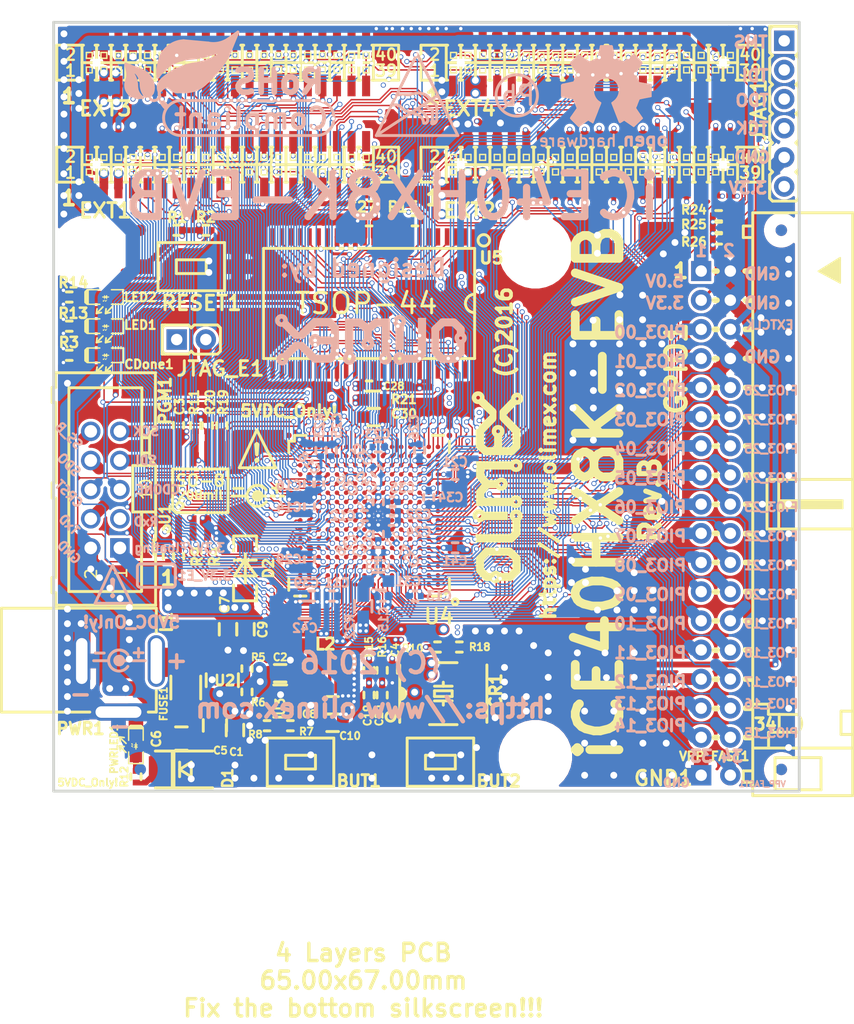
<source format=kicad_pcb>
(kicad_pcb (version 20171130) (host pcbnew 5.1.6-c6e7f7d~87~ubuntu18.04.1)
  (title_block (date 2021-09-16) (rev B1))
  (layers (0 F.Cu signal) (1 "In1(GND).Cu" signal hide) (2 "In2(PWR).Cu" signal hide) (31 B.Cu signal hide) (34 B.Paste user) (35 F.Paste user hide) (36 B.SilkS user hide) (37 F.SilkS user) (38 B.Mask user hide) (39 F.Mask user) (44 Edge.Cuts user))
  (net 0 "")
  (net 1 GND)
  (net 2 +5V)
  (net 3 +3V3)
  (net 4 +1V2)
  (net 5 /iCE40-CDONE)
  (net 6 "Net-(CDone1-Pad1)")
  (net 7 "Net-(CR1-Pad3)")
  (net 8 "Net-(D2-Pad1)")
  (net 9 "Net-(L1-Pad2)")
  (net 10 "Net-(L2-Pad2)")
  (net 11 "Net-(LED1-Pad1)")
  (net 12 "Net-(LED2-Pad1)")
  (net 13 /iCE40-CRESET)
  (net 14 /iCE40-SDO)
  (net 15 /iCE40-SDI)
  (net 16 /iCE40-SCK)
  (net 17 /iCE40-SS_B)
  (net 18 "Net-(PWRLED1-Pad2)")
  (net 19 "Net-(R4-Pad1)")
  (net 20 "Net-(R5-Pad1)")
  (net 21 "Net-(R7-Pad1)")
  (net 22 /SYSCLK)
  (net 23 "Net-(R11-Pad2)")
  (net 24 /SRAM_#CS)
  (net 25 /SD15)
  (net 26 /SD14)
  (net 27 /SD13)
  (net 28 /SD12)
  (net 29 /SD11)
  (net 30 /SD10)
  (net 31 /SD9)
  (net 32 /SD8)
  (net 33 /SD7)
  (net 34 /SD6)
  (net 35 /SD5)
  (net 36 /SD4)
  (net 37 /SD3)
  (net 38 /SD2)
  (net 39 /SD1)
  (net 40 /SD0)
  (net 41 /SRAM_#WE)
  (net 42 /SRAM_#OE)
  (net 43 /SA0)
  (net 44 /SA1)
  (net 45 /SA2)
  (net 46 /SA3)
  (net 47 /SA4)
  (net 48 /SA5)
  (net 49 /SA6)
  (net 50 /SA7)
  (net 51 /SA8)
  (net 52 /SA9)
  (net 53 /SA10)
  (net 54 /SA11)
  (net 55 /SA12)
  (net 56 /SA13)
  (net 57 /SA14)
  (net 58 /SA15)
  (net 59 /SA16)
  (net 60 /SA17)
  (net 61 /EXTCLK)
  (net 62 "Net-(3.3V_E1-Pad1)")
  (net 63 /PIO2_44/BUT1)
  (net 64 /PIO2_45/BUT2)
  (net 65 "Net-(C30-Pad1)")
  (net 66 "Net-(C30-Pad2)")
  (net 67 "Net-(C31-Pad1)")
  (net 68 "Net-(C31-Pad2)")
  (net 69 /PIO0_17)
  (net 70 /PIO0_16)
  (net 71 /PIO0_18)
  (net 72 /PIO0_15)
  (net 73 /PIO0_19)
  (net 74 /PIO0_14)
  (net 75 /PIO0_20)
  (net 76 /PIO0_13)
  (net 77 /PIO0_21)
  (net 78 /PIO0_12)
  (net 79 /PIO0_22)
  (net 80 /PIO0_11)
  (net 81 /PIO0_23)
  (net 82 /PIO0_10)
  (net 83 /PIO0_24)
  (net 84 /PIO0_09)
  (net 85 /PIO0_25)
  (net 86 /PIO0_08)
  (net 87 /PIO0_26)
  (net 88 /PIO0_07)
  (net 89 /PIO0_00)
  (net 90 /PIO0_01)
  (net 91 /PIO0_32)
  (net 92 /PIO0_02)
  (net 93 /PIO0_31)
  (net 94 /PIO0_03)
  (net 95 /PIO0_30)
  (net 96 /PIO0_04)
  (net 97 /PIO0_29)
  (net 98 /PIO0_05)
  (net 99 /PIO0_28)
  (net 100 /PIO0_06)
  (net 101 /PIO0_27)
  (net 102 /PIO0_50)
  (net 103 /PIO0_49)
  (net 104 /PIO0_51)
  (net 105 /PIO0_48)
  (net 106 /PIO1_00)
  (net 107 /PIO0_47)
  (net 108 /PIO1_01)
  (net 109 /PIO0_46)
  (net 110 /PIO1_02)
  (net 111 /PIO0_45)
  (net 112 /PIO1_03)
  (net 113 /PIO0_44)
  (net 114 /PIO1_04)
  (net 115 /PIO0_43)
  (net 116 /PIO1_05)
  (net 117 /PIO0_42)
  (net 118 /PIO1_06)
  (net 119 /PIO0_41)
  (net 120 /PIO1_07)
  (net 121 /PIO0_40)
  (net 122 /PIO0_33)
  (net 123 /PIO0_34)
  (net 124 /PIO1_13)
  (net 125 /PIO0_35)
  (net 126 /PIO1_12)
  (net 127 /PIO0_36)
  (net 128 /PIO1_11)
  (net 129 /PIO0_37)
  (net 130 /PIO1_10)
  (net 131 /PIO0_38)
  (net 132 /PIO1_09)
  (net 133 /PIO0_39)
  (net 134 /PIO1_08)
  (net 135 /PIO1_31)
  (net 136 /PIO1_30)
  (net 137 /PIO1_32)
  (net 138 /PIO1_29)
  (net 139 /PIO1_33)
  (net 140 /PIO1_28)
  (net 141 /PIO1_34)
  (net 142 /PIO1_27)
  (net 143 /PIO1_35)
  (net 144 /PIO1_26)
  (net 145 /PIO1_36)
  (net 146 /PIO1_25)
  (net 147 /PIO1_37)
  (net 148 /PIO1_24)
  (net 149 /PIO1_38)
  (net 150 /PIO1_23)
  (net 151 /PIO1_39)
  (net 152 /PIO1_22)
  (net 153 /PIO1_40)
  (net 154 /PIO1_21)
  (net 155 /PIO1_14)
  (net 156 /PIO1_15)
  (net 157 /PIO1_46)
  (net 158 /PIO1_16)
  (net 159 /PIO1_45)
  (net 160 /PIO1_17)
  (net 161 /PIO1_44)
  (net 162 /PIO1_18)
  (net 163 /PIO1_43)
  (net 164 /PIO1_19)
  (net 165 /PIO1_42)
  (net 166 /PIO1_20)
  (net 167 /PIO1_41)
  (net 168 /PIO3_36)
  (net 169 /PIO3_35)
  (net 170 /PIO3_37)
  (net 171 /PIO3_34)
  (net 172 /PIO3_38)
  (net 173 /PIO3_33)
  (net 174 /PIO3_39)
  (net 175 /PIO3_32)
  (net 176 /PIO3_40)
  (net 177 /PIO3_31)
  (net 178 /PIO3_41)
  (net 179 /PIO3_30)
  (net 180 /PIO3_42)
  (net 181 /PIO3_29)
  (net 182 /PIO3_43)
  (net 183 /PIO2_43/LED2)
  (net 184 /PIO3_44)
  (net 185 /PIO2_42/LED1)
  (net 186 /PIO3_45)
  (net 187 /PIO2_39)
  (net 188 /PIO1_47)
  (net 189 /PIO1_48)
  (net 190 /PIO3_51)
  (net 191 /PIO1_49)
  (net 192 /PIO3_50)
  (net 193 /PIO1_50)
  (net 194 /PIO3_49)
  (net 195 /PIO1_51)
  (net 196 /PIO3_48)
  (net 197 /PIO2_37)
  (net 198 /PIO3_47)
  (net 199 /PIO2_38)
  (net 200 /PIO3_46)
  (net 201 /PIO3_00/IOL_1A)
  (net 202 /PIO3_01/IOL_1B)
  (net 203 /PIO3_02/IOL_2A)
  (net 204 /PIO3_28/IOL_15A)
  (net 205 /PIO3_27/IOL_14B)
  (net 206 /PIO3_03/IOL_2B)
  (net 207 /PIO3_25/IOL_13B)
  (net 208 /PIO3_04/IOL_3A)
  (net 209 /PIO3_24/IOL_13A)
  (net 210 /PIO3_05/IOL_3B)
  (net 211 /PIO3_23/IOL_12B)
  (net 212 /PIO3_06/IOL_4A)
  (net 213 /PIO3_22/IOL_12A)
  (net 214 /PIO3_07/IOL_4B)
  (net 215 /PIO3_19/IOL_10B)
  (net 216 /PIO3_10/IOL_6A)
  (net 217 /PIO3_15/IOL_8B)
  (net 218 /PIO3_13/IOL_7B)
  (net 219 /PIO3_16/IOL_9A)
  (net 220 /PIO3_14/IOL_8A)
  (net 221 /PIO3_12/IOL_7A)
  (net 222 /PIO3_18/IOL_10A)
  (net 223 /PIO3_17/IOL_9B)
  (net 224 /PIO3_11/IOL_6B)
  (net 225 /PIO3_21/IOL_11B)
  (net 226 /PIO3_20/IOL_11A)
  (net 227 /PIO3_09/IOL_5B)
  (net 228 /PIO3_08/IOL_5A)
  (net 229 /TRST_B)
  (net 230 /PIO2_40/RxD)
  (net 231 /PIO2_41/TxD)
  (net 232 "Net-(U4-PadD12)")
  (net 233 "Net-(U5-Pad28)")
  (module OLIMEX_Connectors-FP:HN1x6 (layer F.Cu) (at 178.689 60.96 270)
    (fp_text reference JTAG1 (at -0.269 2.221 270) (layer F.SilkS) (effects (font (size 1.27 1.27) (thickness 0.254))))
    (fp_text value "NA(HN1x6)")
    (pad 6 thru_hole circle (at 6.35 0 270) (size 1.778 1.778) (drill 1) (layers *.Cu *.Mask) (net 3 +3V3))
    (pad 5 thru_hole circle (at 3.81 0 270) (size 1.778 1.778) (drill 1) (layers *.Cu *.Mask) (net 1 GND))
    (pad 1 thru_hole rect (at -6.35 0 270) (size 1.778 1.778) (drill 1) (layers *.Cu *.Mask) (net 108 /PIO1_01))
    (pad 2 thru_hole circle (at -3.81 0 270) (size 1.778 1.778) (drill 1) (layers *.Cu *.Mask) (net 106 /PIO1_00))
    (pad 3 thru_hole circle (at -1.27 0 270) (size 1.778 1.778) (drill 1) (layers *.Cu *.Mask) (net 112 /PIO1_03))
    (pad 4 thru_hole circle (at 1.27 0 270) (size 1.778 1.778) (drill 1) (layers *.Cu *.Mask) (net 110 /PIO1_02))
  )
  (module OLIMEX_Connectors-FP:HN1x2 (layer F.Cu) (at 127 80.645)
    (fp_text reference JTAG_E1 (at 2.54 2.54) (layer F.SilkS) (effects (font (size 1.27 1.27) (thickness 0.254))))
    (fp_text value "NA(HN1x2(Opened))")
    (pad 1 thru_hole rect (at -1.27 0) (size 1.778 1.778) (drill 1) (layers *.Cu *.Mask) (net 3 +3V3))
    (pad 2 thru_hole circle (at 1.27 0) (size 1.778 1.778) (drill 1) (layers *.Cu *.Mask) (net 229 /TRST_B))
  )
  (module OLIMEX_Connectors-FP:UEXT_ML10 (layer F.Cu) (at 119.507 93.726 90)
    (fp_text reference PGM1 (at 7.747 5.207 90) (layer F.SilkS) (effects (font (size 1.016 1.016) (thickness 0.254))))
    (fp_text value BH10S)
    (fp_text user 2 (at -7.34822 -1.23444 90) (layer F.SilkS))
    (fp_text user 1 (at -7.2644 1.39192 90) (layer F.SilkS))
    (fp_text user 10 (at 0.0381 3.55092 90) (layer F.SilkS))
    (pad 1 thru_hole rect (at -5.08 1.27 90) (size 1.7 1.7) (drill 1.1) (layers *.Cu *.Mask) (net 62 "Net-(3.3V_E1-Pad1)"))
    (pad 2 thru_hole circle (at -5.08 -1.27 90) (size 1.7 1.7) (drill 1.1) (layers *.Cu *.Mask) (net 1 GND))
    (pad 3 thru_hole circle (at -2.54 1.27 90) (size 1.7 1.7) (drill 1.1) (layers *.Cu *.Mask) (net 230 /PIO2_40/RxD))
    (pad 4 thru_hole circle (at -2.54 -1.27 90) (size 1.7 1.7) (drill 1.1) (layers *.Cu *.Mask) (net 231 /PIO2_41/TxD))
    (pad 5 thru_hole circle (at 0 1.27 90) (size 1.7 1.7) (drill 1.1) (layers *.Cu *.Mask) (net 5 /iCE40-CDONE))
    (pad 6 thru_hole circle (at 0 -1.27 90) (size 1.7 1.7) (drill 1.1) (layers *.Cu *.Mask) (net 13 /iCE40-CRESET))
    (pad 7 thru_hole circle (at 2.54 1.27 90) (size 1.7 1.7) (drill 1.1) (layers *.Cu *.Mask) (net 15 /iCE40-SDI))
    (pad 8 thru_hole circle (at 2.54 -1.27 90) (size 1.7 1.7) (drill 1.1) (layers *.Cu *.Mask) (net 14 /iCE40-SDO))
    (pad 9 thru_hole circle (at 5.08 1.27 90) (size 1.7 1.7) (drill 1.1) (layers *.Cu *.Mask) (net 16 /iCE40-SCK))
    (pad 10 thru_hole circle (at 5.08 -1.27 90) (size 1.7 1.7) (drill 1.1) (layers *.Cu *.Mask) (net 17 /iCE40-SS_B))
  )
  (module "OLIMEX_Diodes-FP:DO214AA_1(K)-2(A)" (layer F.Cu) (at 126.365 118.11)
    (fp_text reference D1 (at 3.81 0.762 270) (layer F.SilkS) (effects (font (size 0.889 0.889) (thickness 0.22225))))
    (fp_text value "SMBJ6.0A(DO-214AA)")
    (pad 2 smd rect (at 2.177 0) (size 1.778 2.286) (layers F.Cu F.Paste F.Mask) (net 1 GND))
    (pad 1 smd rect (at -2.177 0) (size 1.778 2.286) (layers F.Cu F.Paste F.Mask) (net 2 +5V))
  )
  (module OLIMEX_Other-FP:TEST_PAD40x70_SQUARE (layer F.Cu) (at 171.45 118.618)
    (fp_text reference GND1 (at -3.302 0.254) (layer F.SilkS) (effects (font (size 1.27 1.27) (thickness 0.254))))
    (fp_text value TESTPAD hide)
    (pad 1 thru_hole rect (at 0 0) (size 1.778 1.778) (drill 1) (layers *.Cu *.Mask) (net 1 GND))
  )
  (module OLIMEX_LOGOs-FP:LOGO_ROHS_1 (layer B.Cu) (at 138.43 62.23 180)
    (fp_text reference Ref** hide)
    (fp_text value Val** hide)
    (fp_text user Compliant (at 6.20014 0.8382 180) (layer B.SilkS) (effects (font (size 1.778 1.778) (thickness 0.35)) (justify mirror)))
    (fp_text user RoHS (at 3.81508 4.04368 180) (layer B.SilkS) (effects (font (size 2 2) (thickness 0.5)) (justify mirror)))
  )
  (module OLIMEX_LOGOs-FP:LOGO_OPENHARDWARE_8x8 (layer B.Cu) (at 163.195 59.055 180)
    (fp_text reference "" hide)
    (fp_text value "" hide)
    (fp_text user open (at -3.40106 -4.17576 180) (layer B.SilkS) (effects (font (size 1.1 1.1) (thickness 0.254)) (justify mirror)))
    (fp_text user hardware (at 2.51206 -4.2672 180) (layer B.SilkS) (effects (font (thickness 0.18)) (justify mirror)))
  )
  (module OLIMEX_LOGOs-FP:OLIMEX_LOGO_TB (layer F.Cu) (at 153.67 93.345 90)
    (fp_text reference "" hide)
    (fp_text value "" hide)
  )
  (module OLIMEX_RLC-FP:CD32 (layer F.Cu) (at 139.065 109.728)
    (fp_text reference L2 (at -0.381 -2.54 180) (layer F.SilkS) (effects (font (thickness 0.25))))
    (fp_text value 2.2uH/1.5A/DCR<0.1R/CD32)
    (pad 1 smd rect (at 1.2 0 180) (size 1.6 3.5) (layers F.Cu F.Paste F.Mask) (net 4 +1V2) (clearance 0.0508))
    (pad 2 smd rect (at -1.2 0 180) (size 1.6 3.5) (layers F.Cu F.Paste F.Mask) (net 10 "Net-(L2-Pad2)") (clearance 0.0508))
  )
  (module OLIMEX_RLC-FP:CD32 (layer F.Cu) (at 127.282 105.26 90)
    (fp_text reference L1 (at -0.023 -2.441 270) (layer F.SilkS) (effects (font (thickness 0.25))))
    (fp_text value 2.2uH/1.5A/DCR<0.1R/CD32)
    (pad 2 smd rect (at -1.2 0 270) (size 1.6 3.5) (layers F.Cu F.Paste F.Mask) (net 9 "Net-(L1-Pad2)") (clearance 0.0508))
    (pad 1 smd rect (at 1.2 0 270) (size 1.6 3.5) (layers F.Cu F.Paste F.Mask) (net 3 +3V3) (clearance 0.0508))
  )
  (module "OLIMEX_Buttons-FP:T1107A(6x3,8x2,5MM)" (layer F.Cu) (at 127 74.295)
    (fp_text reference RESET1 (at 0.889 3.175) (layer F.SilkS) (effects (font (size 1.27 1.27) (thickness 0.254))))
    (fp_text value "T1107A(6x3,8x2,5MM)")
    (pad 1 smd rect (at -4.064 0 90) (size 1.27 1.524) (layers F.Cu F.Paste F.Mask) (net 13 /iCE40-CRESET) (clearance 0.0508))
    (pad 2 smd rect (at 4.064 0 90) (size 1.27 1.524) (layers F.Cu F.Paste F.Mask) (net 1 GND) (clearance 0.0508))
  )
  (module "OLIMEX_Connectors-FP:GPH127SMT-02X20(PA-V16X-2X20-LF)" (layer F.Cu) (at 161.925 65.405)
    (fp_text reference EXT2 (at -10.668 4.0005) (layer F.SilkS) (effects (font (size 1.27 1.27) (thickness 0.254))))
    (fp_text value PA-V16X-2X20-LF)
    (fp_text user 40 (at 13.8 -0.7) (layer F.SilkS) (effects (font (thickness 0.2))))
    (fp_text user 39 (at 13.8 0.7) (layer F.SilkS) (effects (font (thickness 0.2))))
    (fp_text user 1 (at -13.7 0.7) (layer F.SilkS) (effects (font (thickness 0.2))))
    (fp_text user 2 (at -13.7 -0.7) (layer F.SilkS) (effects (font (thickness 0.2))))
    (pad "" np_thru_hole circle (at 11.43 0 90) (size 0.7 0.7) (drill 0.7) (layers *.Cu *.Mask))
    (pad 40 smd rect (at 12.065 -2.032 90) (size 1.8 0.7) (layers F.Cu F.Paste F.Mask) (net 102 /PIO0_50))
    (pad 39 smd rect (at 12.065 2.032 90) (size 1.8 0.7) (layers F.Cu F.Paste F.Mask) (net 103 /PIO0_49))
    (pad 38 smd rect (at 10.795 -2.032 90) (size 1.8 0.7) (layers F.Cu F.Paste F.Mask) (net 104 /PIO0_51))
    (pad 37 smd rect (at 10.795 2.032 90) (size 1.8 0.7) (layers F.Cu F.Paste F.Mask) (net 105 /PIO0_48))
    (pad 36 smd rect (at 9.525 -2.032 90) (size 1.8 0.7) (layers F.Cu F.Paste F.Mask) (net 106 /PIO1_00))
    (pad 35 smd rect (at 9.525 2.032 90) (size 1.8 0.7) (layers F.Cu F.Paste F.Mask) (net 107 /PIO0_47))
    (pad 34 smd rect (at 8.255 -2.032 90) (size 1.8 0.7) (layers F.Cu F.Paste F.Mask) (net 108 /PIO1_01))
    (pad 33 smd rect (at 8.255 2.032 90) (size 1.8 0.7) (layers F.Cu F.Paste F.Mask) (net 109 /PIO0_46))
    (pad 32 smd rect (at 6.985 -2.032 270) (size 1.8 0.7) (layers F.Cu F.Paste F.Mask) (net 110 /PIO1_02))
    (pad 31 smd rect (at 6.985 2.032 270) (size 1.8 0.7) (layers F.Cu F.Paste F.Mask) (net 111 /PIO0_45))
    (pad 30 smd rect (at 5.715 -2.032 270) (size 1.8 0.7) (layers F.Cu F.Paste F.Mask) (net 112 /PIO1_03))
    (pad 29 smd rect (at 5.715 2.032 270) (size 1.8 0.7) (layers F.Cu F.Paste F.Mask) (net 113 /PIO0_44))
    (pad 28 smd rect (at 4.445 -2.032 270) (size 1.8 0.7) (layers F.Cu F.Paste F.Mask) (net 114 /PIO1_04))
    (pad 27 smd rect (at 4.445 2.032 270) (size 1.8 0.7) (layers F.Cu F.Paste F.Mask) (net 115 /PIO0_43))
    (pad 26 smd rect (at 3.175 -2.032 270) (size 1.8 0.7) (layers F.Cu F.Paste F.Mask) (net 116 /PIO1_05))
    (pad 25 smd rect (at 3.175 2.032 270) (size 1.8 0.7) (layers F.Cu F.Paste F.Mask) (net 117 /PIO0_42))
    (pad 24 smd rect (at 1.905 -2.032 270) (size 1.8 0.7) (layers F.Cu F.Paste F.Mask) (net 118 /PIO1_06))
    (pad 23 smd rect (at 1.905 2.032 270) (size 1.8 0.7) (layers F.Cu F.Paste F.Mask) (net 119 /PIO0_41))
    (pad 22 smd rect (at 0.635 -2.032 270) (size 1.8 0.7) (layers F.Cu F.Paste F.Mask) (net 120 /PIO1_07))
    (pad 21 smd rect (at 0.635 2.032 270) (size 1.8 0.7) (layers F.Cu F.Paste F.Mask) (net 121 /PIO0_40))
    (pad 1 smd rect (at -12.065 2.032 270) (size 1.8 0.7) (layers F.Cu F.Paste F.Mask) (net 2 +5V))
    (pad 2 smd rect (at -12.065 -2.032 270) (size 1.8 0.7) (layers F.Cu F.Paste F.Mask) (net 1 GND))
    (pad 3 smd rect (at -10.795 2.032 270) (size 1.8 0.7) (layers F.Cu F.Paste F.Mask) (net 3 +3V3))
    (pad 4 smd rect (at -10.795 -2.032 270) (size 1.8 0.7) (layers F.Cu F.Paste F.Mask) (net 1 GND))
    (pad 5 smd rect (at -9.525 2.032 270) (size 1.8 0.7) (layers F.Cu F.Paste F.Mask) (net 3 +3V3))
    (pad 6 smd rect (at -9.525 -2.032 270) (size 1.8 0.7) (layers F.Cu F.Paste F.Mask) (net 61 /EXTCLK))
    (pad 7 smd rect (at -8.255 2.032 270) (size 1.8 0.7) (layers F.Cu F.Paste F.Mask) (net 122 /PIO0_33))
    (pad 8 smd rect (at -8.255 -2.032 270) (size 1.8 0.7) (layers F.Cu F.Paste F.Mask) (net 1 GND))
    (pad 9 smd rect (at -6.985 2.032 270) (size 1.8 0.7) (layers F.Cu F.Paste F.Mask) (net 123 /PIO0_34))
    (pad 10 smd rect (at -6.985 -2.032 270) (size 1.8 0.7) (layers F.Cu F.Paste F.Mask) (net 124 /PIO1_13))
    (pad 11 smd rect (at -5.715 2.032 270) (size 1.8 0.7) (layers F.Cu F.Paste F.Mask) (net 125 /PIO0_35))
    (pad 12 smd rect (at -5.715 -2.032 270) (size 1.8 0.7) (layers F.Cu F.Paste F.Mask) (net 126 /PIO1_12))
    (pad 13 smd rect (at -4.445 2.032 90) (size 1.8 0.7) (layers F.Cu F.Paste F.Mask) (net 127 /PIO0_36))
    (pad 14 smd rect (at -4.445 -2.032 90) (size 1.8 0.7) (layers F.Cu F.Paste F.Mask) (net 128 /PIO1_11))
    (pad 15 smd rect (at -3.175 2.032 90) (size 1.8 0.7) (layers F.Cu F.Paste F.Mask) (net 129 /PIO0_37))
    (pad 16 smd rect (at -3.175 -2.032 90) (size 1.8 0.7) (layers F.Cu F.Paste F.Mask) (net 130 /PIO1_10))
    (pad 17 smd rect (at -1.905 2.032 90) (size 1.8 0.7) (layers F.Cu F.Paste F.Mask) (net 131 /PIO0_38))
    (pad 18 smd rect (at -1.905 -2.032 90) (size 1.8 0.7) (layers F.Cu F.Paste F.Mask) (net 132 /PIO1_09))
    (pad 19 smd rect (at -0.635 2.032 90) (size 1.8 0.7) (layers F.Cu F.Paste F.Mask) (net 133 /PIO0_39))
    (pad 20 smd rect (at -0.635 -2.032 90) (size 1.8 0.7) (layers F.Cu F.Paste F.Mask) (net 134 /PIO1_08))
    (pad "" np_thru_hole circle (at -11.43 0 90) (size 0.7 0.7) (drill 0.7) (layers *.Cu *.Mask))
  )
  (module "OLIMEX_Connectors-FP:GPH127SMT-02X20(PA-V16X-2X20-LF)" (layer F.Cu) (at 130.175 65.405)
    (fp_text reference EXT1 (at -10.668 4.0005) (layer F.SilkS) (effects (font (size 1.27 1.27) (thickness 0.254))))
    (fp_text value PA-V16X-2X20-LF)
    (fp_text user 40 (at 13.8 -0.7) (layer F.SilkS) (effects (font (thickness 0.2))))
    (fp_text user 39 (at 13.8 0.7) (layer F.SilkS) (effects (font (thickness 0.2))))
    (fp_text user 1 (at -13.7 0.7) (layer F.SilkS) (effects (font (thickness 0.2))))
    (fp_text user 2 (at -13.7 -0.7) (layer F.SilkS) (effects (font (thickness 0.2))))
    (pad "" np_thru_hole circle (at 11.43 0 90) (size 0.7 0.7) (drill 0.7) (layers *.Cu *.Mask))
    (pad 40 smd rect (at 12.065 -2.032 90) (size 1.8 0.7) (layers F.Cu F.Paste F.Mask) (net 69 /PIO0_17))
    (pad 39 smd rect (at 12.065 2.032 90) (size 1.8 0.7) (layers F.Cu F.Paste F.Mask) (net 70 /PIO0_16))
    (pad 38 smd rect (at 10.795 -2.032 90) (size 1.8 0.7) (layers F.Cu F.Paste F.Mask) (net 71 /PIO0_18))
    (pad 37 smd rect (at 10.795 2.032 90) (size 1.8 0.7) (layers F.Cu F.Paste F.Mask) (net 72 /PIO0_15))
    (pad 36 smd rect (at 9.525 -2.032 90) (size 1.8 0.7) (layers F.Cu F.Paste F.Mask) (net 73 /PIO0_19))
    (pad 35 smd rect (at 9.525 2.032 90) (size 1.8 0.7) (layers F.Cu F.Paste F.Mask) (net 74 /PIO0_14))
    (pad 34 smd rect (at 8.255 -2.032 90) (size 1.8 0.7) (layers F.Cu F.Paste F.Mask) (net 75 /PIO0_20))
    (pad 33 smd rect (at 8.255 2.032 90) (size 1.8 0.7) (layers F.Cu F.Paste F.Mask) (net 76 /PIO0_13))
    (pad 32 smd rect (at 6.985 -2.032 270) (size 1.8 0.7) (layers F.Cu F.Paste F.Mask) (net 77 /PIO0_21))
    (pad 31 smd rect (at 6.985 2.032 270) (size 1.8 0.7) (layers F.Cu F.Paste F.Mask) (net 78 /PIO0_12))
    (pad 30 smd rect (at 5.715 -2.032 270) (size 1.8 0.7) (layers F.Cu F.Paste F.Mask) (net 79 /PIO0_22))
    (pad 29 smd rect (at 5.715 2.032 270) (size 1.8 0.7) (layers F.Cu F.Paste F.Mask) (net 80 /PIO0_11))
    (pad 28 smd rect (at 4.445 -2.032 270) (size 1.8 0.7) (layers F.Cu F.Paste F.Mask) (net 81 /PIO0_23))
    (pad 27 smd rect (at 4.445 2.032 270) (size 1.8 0.7) (layers F.Cu F.Paste F.Mask) (net 82 /PIO0_10))
    (pad 26 smd rect (at 3.175 -2.032 270) (size 1.8 0.7) (layers F.Cu F.Paste F.Mask) (net 83 /PIO0_24))
    (pad 25 smd rect (at 3.175 2.032 270) (size 1.8 0.7) (layers F.Cu F.Paste F.Mask) (net 84 /PIO0_09))
    (pad 24 smd rect (at 1.905 -2.032 270) (size 1.8 0.7) (layers F.Cu F.Paste F.Mask) (net 85 /PIO0_25))
    (pad 23 smd rect (at 1.905 2.032 270) (size 1.8 0.7) (layers F.Cu F.Paste F.Mask) (net 86 /PIO0_08))
    (pad 22 smd rect (at 0.635 -2.032 270) (size 1.8 0.7) (layers F.Cu F.Paste F.Mask) (net 87 /PIO0_26))
    (pad 21 smd rect (at 0.635 2.032 270) (size 1.8 0.7) (layers F.Cu F.Paste F.Mask) (net 88 /PIO0_07))
    (pad 1 smd rect (at -12.065 2.032 270) (size 1.8 0.7) (layers F.Cu F.Paste F.Mask) (net 2 +5V))
    (pad 2 smd rect (at -12.065 -2.032 270) (size 1.8 0.7) (layers F.Cu F.Paste F.Mask) (net 1 GND))
    (pad 3 smd rect (at -10.795 2.032 270) (size 1.8 0.7) (layers F.Cu F.Paste F.Mask) (net 3 +3V3))
    (pad 4 smd rect (at -10.795 -2.032 270) (size 1.8 0.7) (layers F.Cu F.Paste F.Mask) (net 1 GND))
    (pad 5 smd rect (at -9.525 2.032 270) (size 1.8 0.7) (layers F.Cu F.Paste F.Mask) (net 3 +3V3))
    (pad 6 smd rect (at -9.525 -2.032 270) (size 1.8 0.7) (layers F.Cu F.Paste F.Mask) (net 61 /EXTCLK))
    (pad 7 smd rect (at -8.255 2.032 270) (size 1.8 0.7) (layers F.Cu F.Paste F.Mask) (net 89 /PIO0_00))
    (pad 8 smd rect (at -8.255 -2.032 270) (size 1.8 0.7) (layers F.Cu F.Paste F.Mask) (net 1 GND))
    (pad 9 smd rect (at -6.985 2.032 270) (size 1.8 0.7) (layers F.Cu F.Paste F.Mask) (net 90 /PIO0_01))
    (pad 10 smd rect (at -6.985 -2.032 270) (size 1.8 0.7) (layers F.Cu F.Paste F.Mask) (net 91 /PIO0_32))
    (pad 11 smd rect (at -5.715 2.032 270) (size 1.8 0.7) (layers F.Cu F.Paste F.Mask) (net 92 /PIO0_02))
    (pad 12 smd rect (at -5.715 -2.032 270) (size 1.8 0.7) (layers F.Cu F.Paste F.Mask) (net 93 /PIO0_31))
    (pad 13 smd rect (at -4.445 2.032 90) (size 1.8 0.7) (layers F.Cu F.Paste F.Mask) (net 94 /PIO0_03))
    (pad 14 smd rect (at -4.445 -2.032 90) (size 1.8 0.7) (layers F.Cu F.Paste F.Mask) (net 95 /PIO0_30))
    (pad 15 smd rect (at -3.175 2.032 90) (size 1.8 0.7) (layers F.Cu F.Paste F.Mask) (net 96 /PIO0_04))
    (pad 16 smd rect (at -3.175 -2.032 90) (size 1.8 0.7) (layers F.Cu F.Paste F.Mask) (net 97 /PIO0_29))
    (pad 17 smd rect (at -1.905 2.032 90) (size 1.8 0.7) (layers F.Cu F.Paste F.Mask) (net 98 /PIO0_05))
    (pad 18 smd rect (at -1.905 -2.032 90) (size 1.8 0.7) (layers F.Cu F.Paste F.Mask) (net 99 /PIO0_28))
    (pad 19 smd rect (at -0.635 2.032 90) (size 1.8 0.7) (layers F.Cu F.Paste F.Mask) (net 100 /PIO0_06))
    (pad 20 smd rect (at -0.635 -2.032 90) (size 1.8 0.7) (layers F.Cu F.Paste F.Mask) (net 101 /PIO0_27))
    (pad "" np_thru_hole circle (at -11.43 0 90) (size 0.7 0.7) (drill 0.7) (layers *.Cu *.Mask))
  )
  (module "OLIMEX_Connectors-FP:GPH127SMT-02X20(PA-V16X-2X20-LF)" (layer F.Cu) (at 161.925 56.515)
    (fp_text reference EXT4 (at -10.668 4.0005) (layer F.SilkS) (effects (font (size 1.27 1.27) (thickness 0.254))))
    (fp_text value PA-V16X-2X20-LF)
    (fp_text user 40 (at 13.8 -0.7) (layer F.SilkS) (effects (font (thickness 0.2))))
    (fp_text user 39 (at 13.8 0.7) (layer F.SilkS) (effects (font (thickness 0.2))))
    (fp_text user 1 (at -13.7 0.7) (layer F.SilkS) (effects (font (thickness 0.2))))
    (fp_text user 2 (at -13.7 -0.7) (layer F.SilkS) (effects (font (thickness 0.2))))
    (pad "" np_thru_hole circle (at 11.43 0 90) (size 0.7 0.7) (drill 0.7) (layers *.Cu *.Mask))
    (pad 40 smd rect (at 12.065 -2.032 90) (size 1.8 0.7) (layers F.Cu F.Paste F.Mask) (net 168 /PIO3_36))
    (pad 39 smd rect (at 12.065 2.032 90) (size 1.8 0.7) (layers F.Cu F.Paste F.Mask) (net 169 /PIO3_35))
    (pad 38 smd rect (at 10.795 -2.032 90) (size 1.8 0.7) (layers F.Cu F.Paste F.Mask) (net 170 /PIO3_37))
    (pad 37 smd rect (at 10.795 2.032 90) (size 1.8 0.7) (layers F.Cu F.Paste F.Mask) (net 171 /PIO3_34))
    (pad 36 smd rect (at 9.525 -2.032 90) (size 1.8 0.7) (layers F.Cu F.Paste F.Mask) (net 172 /PIO3_38))
    (pad 35 smd rect (at 9.525 2.032 90) (size 1.8 0.7) (layers F.Cu F.Paste F.Mask) (net 173 /PIO3_33))
    (pad 34 smd rect (at 8.255 -2.032 90) (size 1.8 0.7) (layers F.Cu F.Paste F.Mask) (net 174 /PIO3_39))
    (pad 33 smd rect (at 8.255 2.032 90) (size 1.8 0.7) (layers F.Cu F.Paste F.Mask) (net 175 /PIO3_32))
    (pad 32 smd rect (at 6.985 -2.032 270) (size 1.8 0.7) (layers F.Cu F.Paste F.Mask) (net 176 /PIO3_40))
    (pad 31 smd rect (at 6.985 2.032 270) (size 1.8 0.7) (layers F.Cu F.Paste F.Mask) (net 177 /PIO3_31))
    (pad 30 smd rect (at 5.715 -2.032 270) (size 1.8 0.7) (layers F.Cu F.Paste F.Mask) (net 178 /PIO3_41))
    (pad 29 smd rect (at 5.715 2.032 270) (size 1.8 0.7) (layers F.Cu F.Paste F.Mask) (net 179 /PIO3_30))
    (pad 28 smd rect (at 4.445 -2.032 270) (size 1.8 0.7) (layers F.Cu F.Paste F.Mask) (net 180 /PIO3_42))
    (pad 27 smd rect (at 4.445 2.032 270) (size 1.8 0.7) (layers F.Cu F.Paste F.Mask) (net 181 /PIO3_29))
    (pad 26 smd rect (at 3.175 -2.032 270) (size 1.8 0.7) (layers F.Cu F.Paste F.Mask) (net 182 /PIO3_43))
    (pad 25 smd rect (at 3.175 2.032 270) (size 1.8 0.7) (layers F.Cu F.Paste F.Mask) (net 183 /PIO2_43/LED2))
    (pad 24 smd rect (at 1.905 -2.032 270) (size 1.8 0.7) (layers F.Cu F.Paste F.Mask) (net 184 /PIO3_44))
    (pad 23 smd rect (at 1.905 2.032 270) (size 1.8 0.7) (layers F.Cu F.Paste F.Mask) (net 185 /PIO2_42/LED1))
    (pad 22 smd rect (at 0.635 -2.032 270) (size 1.8 0.7) (layers F.Cu F.Paste F.Mask) (net 186 /PIO3_45))
    (pad 21 smd rect (at 0.635 2.032 270) (size 1.8 0.7) (layers F.Cu F.Paste F.Mask) (net 187 /PIO2_39))
    (pad 1 smd rect (at -12.065 2.032 270) (size 1.8 0.7) (layers F.Cu F.Paste F.Mask) (net 2 +5V))
    (pad 2 smd rect (at -12.065 -2.032 270) (size 1.8 0.7) (layers F.Cu F.Paste F.Mask) (net 1 GND))
    (pad 3 smd rect (at -10.795 2.032 270) (size 1.8 0.7) (layers F.Cu F.Paste F.Mask) (net 3 +3V3))
    (pad 4 smd rect (at -10.795 -2.032 270) (size 1.8 0.7) (layers F.Cu F.Paste F.Mask) (net 1 GND))
    (pad 5 smd rect (at -9.525 2.032 270) (size 1.8 0.7) (layers F.Cu F.Paste F.Mask) (net 3 +3V3))
    (pad 6 smd rect (at -9.525 -2.032 270) (size 1.8 0.7) (layers F.Cu F.Paste F.Mask) (net 61 /EXTCLK))
    (pad 7 smd rect (at -8.255 2.032 270) (size 1.8 0.7) (layers F.Cu F.Paste F.Mask) (net 188 /PIO1_47))
    (pad 8 smd rect (at -8.255 -2.032 270) (size 1.8 0.7) (layers F.Cu F.Paste F.Mask) (net 1 GND))
    (pad 9 smd rect (at -6.985 2.032 270) (size 1.8 0.7) (layers F.Cu F.Paste F.Mask) (net 189 /PIO1_48))
    (pad 10 smd rect (at -6.985 -2.032 270) (size 1.8 0.7) (layers F.Cu F.Paste F.Mask) (net 190 /PIO3_51))
    (pad 11 smd rect (at -5.715 2.032 270) (size 1.8 0.7) (layers F.Cu F.Paste F.Mask) (net 191 /PIO1_49))
    (pad 12 smd rect (at -5.715 -2.032 270) (size 1.8 0.7) (layers F.Cu F.Paste F.Mask) (net 192 /PIO3_50))
    (pad 13 smd rect (at -4.445 2.032 90) (size 1.8 0.7) (layers F.Cu F.Paste F.Mask) (net 193 /PIO1_50))
    (pad 14 smd rect (at -4.445 -2.032 90) (size 1.8 0.7) (layers F.Cu F.Paste F.Mask) (net 194 /PIO3_49))
    (pad 15 smd rect (at -3.175 2.032 90) (size 1.8 0.7) (layers F.Cu F.Paste F.Mask) (net 195 /PIO1_51))
    (pad 16 smd rect (at -3.175 -2.032 90) (size 1.8 0.7) (layers F.Cu F.Paste F.Mask) (net 196 /PIO3_48))
    (pad 17 smd rect (at -1.905 2.032 90) (size 1.8 0.7) (layers F.Cu F.Paste F.Mask) (net 197 /PIO2_37))
    (pad 18 smd rect (at -1.905 -2.032 90) (size 1.8 0.7) (layers F.Cu F.Paste F.Mask) (net 198 /PIO3_47))
    (pad 19 smd rect (at -0.635 2.032 90) (size 1.8 0.7) (layers F.Cu F.Paste F.Mask) (net 199 /PIO2_38))
    (pad 20 smd rect (at -0.635 -2.032 90) (size 1.8 0.7) (layers F.Cu F.Paste F.Mask) (net 200 /PIO3_46))
    (pad "" np_thru_hole circle (at -11.43 0 90) (size 0.7 0.7) (drill 0.7) (layers *.Cu *.Mask))
  )
  (module "OLIMEX_Connectors-FP:GPH127SMT-02X20(PA-V16X-2X20-LF)" (layer F.Cu) (at 130.175 56.515)
    (fp_text reference EXT3 (at -10.668 4.0005) (layer F.SilkS) (effects (font (size 1.27 1.27) (thickness 0.254))))
    (fp_text value PA-V16X-2X20-LF)
    (fp_text user 40 (at 13.8 -0.7) (layer F.SilkS) (effects (font (thickness 0.2))))
    (fp_text user 39 (at 13.8 0.7) (layer F.SilkS) (effects (font (thickness 0.2))))
    (fp_text user 1 (at -13.7 0.7) (layer F.SilkS) (effects (font (thickness 0.2))))
    (fp_text user 2 (at -13.7 -0.7) (layer F.SilkS) (effects (font (thickness 0.2))))
    (pad "" np_thru_hole circle (at 11.43 0 90) (size 0.7 0.7) (drill 0.7) (layers *.Cu *.Mask))
    (pad 40 smd rect (at 12.065 -2.032 90) (size 1.8 0.7) (layers F.Cu F.Paste F.Mask) (net 135 /PIO1_31))
    (pad 39 smd rect (at 12.065 2.032 90) (size 1.8 0.7) (layers F.Cu F.Paste F.Mask) (net 136 /PIO1_30))
    (pad 38 smd rect (at 10.795 -2.032 90) (size 1.8 0.7) (layers F.Cu F.Paste F.Mask) (net 137 /PIO1_32))
    (pad 37 smd rect (at 10.795 2.032 90) (size 1.8 0.7) (layers F.Cu F.Paste F.Mask) (net 138 /PIO1_29))
    (pad 36 smd rect (at 9.525 -2.032 90) (size 1.8 0.7) (layers F.Cu F.Paste F.Mask) (net 139 /PIO1_33))
    (pad 35 smd rect (at 9.525 2.032 90) (size 1.8 0.7) (layers F.Cu F.Paste F.Mask) (net 140 /PIO1_28))
    (pad 34 smd rect (at 8.255 -2.032 90) (size 1.8 0.7) (layers F.Cu F.Paste F.Mask) (net 141 /PIO1_34))
    (pad 33 smd rect (at 8.255 2.032 90) (size 1.8 0.7) (layers F.Cu F.Paste F.Mask) (net 142 /PIO1_27))
    (pad 32 smd rect (at 6.985 -2.032 270) (size 1.8 0.7) (layers F.Cu F.Paste F.Mask) (net 143 /PIO1_35))
    (pad 31 smd rect (at 6.985 2.032 270) (size 1.8 0.7) (layers F.Cu F.Paste F.Mask) (net 144 /PIO1_26))
    (pad 30 smd rect (at 5.715 -2.032 270) (size 1.8 0.7) (layers F.Cu F.Paste F.Mask) (net 145 /PIO1_36))
    (pad 29 smd rect (at 5.715 2.032 270) (size 1.8 0.7) (layers F.Cu F.Paste F.Mask) (net 146 /PIO1_25))
    (pad 28 smd rect (at 4.445 -2.032 270) (size 1.8 0.7) (layers F.Cu F.Paste F.Mask) (net 147 /PIO1_37))
    (pad 27 smd rect (at 4.445 2.032 270) (size 1.8 0.7) (layers F.Cu F.Paste F.Mask) (net 148 /PIO1_24))
    (pad 26 smd rect (at 3.175 -2.032 270) (size 1.8 0.7) (layers F.Cu F.Paste F.Mask) (net 149 /PIO1_38))
    (pad 25 smd rect (at 3.175 2.032 270) (size 1.8 0.7) (layers F.Cu F.Paste F.Mask) (net 150 /PIO1_23))
    (pad 24 smd rect (at 1.905 -2.032 270) (size 1.8 0.7) (layers F.Cu F.Paste F.Mask) (net 151 /PIO1_39))
    (pad 23 smd rect (at 1.905 2.032 270) (size 1.8 0.7) (layers F.Cu F.Paste F.Mask) (net 152 /PIO1_22))
    (pad 22 smd rect (at 0.635 -2.032 270) (size 1.8 0.7) (layers F.Cu F.Paste F.Mask) (net 153 /PIO1_40))
    (pad 21 smd rect (at 0.635 2.032 270) (size 1.8 0.7) (layers F.Cu F.Paste F.Mask) (net 154 /PIO1_21))
    (pad 1 smd rect (at -12.065 2.032 270) (size 1.8 0.7) (layers F.Cu F.Paste F.Mask) (net 2 +5V))
    (pad 2 smd rect (at -12.065 -2.032 270) (size 1.8 0.7) (layers F.Cu F.Paste F.Mask) (net 1 GND))
    (pad 3 smd rect (at -10.795 2.032 270) (size 1.8 0.7) (layers F.Cu F.Paste F.Mask) (net 3 +3V3))
    (pad 4 smd rect (at -10.795 -2.032 270) (size 1.8 0.7) (layers F.Cu F.Paste F.Mask) (net 1 GND))
    (pad 5 smd rect (at -9.525 2.032 270) (size 1.8 0.7) (layers F.Cu F.Paste F.Mask) (net 3 +3V3))
    (pad 6 smd rect (at -9.525 -2.032 270) (size 1.8 0.7) (layers F.Cu F.Paste F.Mask) (net 61 /EXTCLK))
    (pad 7 smd rect (at -8.255 2.032 270) (size 1.8 0.7) (layers F.Cu F.Paste F.Mask) (net 155 /PIO1_14))
    (pad 8 smd rect (at -8.255 -2.032 270) (size 1.8 0.7) (layers F.Cu F.Paste F.Mask) (net 1 GND))
    (pad 9 smd rect (at -6.985 2.032 270) (size 1.8 0.7) (layers F.Cu F.Paste F.Mask) (net 156 /PIO1_15))
    (pad 10 smd rect (at -6.985 -2.032 270) (size 1.8 0.7) (layers F.Cu F.Paste F.Mask) (net 157 /PIO1_46))
    (pad 11 smd rect (at -5.715 2.032 270) (size 1.8 0.7) (layers F.Cu F.Paste F.Mask) (net 158 /PIO1_16))
    (pad 12 smd rect (at -5.715 -2.032 270) (size 1.8 0.7) (layers F.Cu F.Paste F.Mask) (net 159 /PIO1_45))
    (pad 13 smd rect (at -4.445 2.032 90) (size 1.8 0.7) (layers F.Cu F.Paste F.Mask) (net 160 /PIO1_17))
    (pad 14 smd rect (at -4.445 -2.032 90) (size 1.8 0.7) (layers F.Cu F.Paste F.Mask) (net 161 /PIO1_44))
    (pad 15 smd rect (at -3.175 2.032 90) (size 1.8 0.7) (layers F.Cu F.Paste F.Mask) (net 162 /PIO1_18))
    (pad 16 smd rect (at -3.175 -2.032 90) (size 1.8 0.7) (layers F.Cu F.Paste F.Mask) (net 163 /PIO1_43))
    (pad 17 smd rect (at -1.905 2.032 90) (size 1.8 0.7) (layers F.Cu F.Paste F.Mask) (net 164 /PIO1_19))
    (pad 18 smd rect (at -1.905 -2.032 90) (size 1.8 0.7) (layers F.Cu F.Paste F.Mask) (net 165 /PIO1_42))
    (pad 19 smd rect (at -0.635 2.032 90) (size 1.8 0.7) (layers F.Cu F.Paste F.Mask) (net 166 /PIO1_20))
    (pad 20 smd rect (at -0.635 -2.032 90) (size 1.8 0.7) (layers F.Cu F.Paste F.Mask) (net 167 /PIO1_41))
    (pad "" np_thru_hole circle (at -11.43 0 90) (size 0.7 0.7) (drill 0.7) (layers *.Cu *.Mask))
  )
  (module OLIMEX_Other-FP:Fiducial1x3 (layer B.Cu) (at 122.555 118.11)
    (fp_text reference "" (at 0 -3) (layer B.SilkS) (effects (justify mirror)))
    (fp_text value "")
    (pad Fid1 connect circle (at 0 0) (size 1 1) (layers B.Cu B.Mask) (clearance 1.016))
  )
  (module OLIMEX_RLC-FP:C_0402_5MIL_DWS (layer B.Cu) (at 144.5 94.8)
    (fp_text reference C35 (at 0.915 -1.201 180) (layer B.SilkS) (effects (font (size 0.762 0.762) (thickness 0.1905)) (justify mirror)))
    (fp_text value 100nF/50V/20%/Y5V)
    (pad 1 smd rect (at -0.508 0 180) (size 0.5 0.55) (layers B.Cu B.Paste B.Mask) (net 1 GND))
    (pad 2 smd rect (at 0.508 0) (size 0.5 0.55) (layers B.Cu B.Paste B.Mask) (net 4 +1V2))
  )
  (module OLIMEX_RLC-FP:C_0402_5MIL_DWS (layer B.Cu) (at 142.1 96 180)
    (fp_text reference C12 (at 1.892 -0.012 180) (layer B.SilkS) (effects (font (size 0.762 0.762) (thickness 0.1905)) (justify mirror)))
    (fp_text value 100nF/50V/20%/Y5V)
    (pad 1 smd rect (at -0.508 0) (size 0.5 0.55) (layers B.Cu B.Paste B.Mask) (net 1 GND))
    (pad 2 smd rect (at 0.508 0 180) (size 0.5 0.55) (layers B.Cu B.Paste B.Mask) (net 3 +3V3))
  )
  (module OLIMEX_IC-FP:TSOP-44_Pitch-0.80mm_18.80x11.80x1.20mm (layer F.Cu) (at 142.5 77.5 180)
    (fp_text reference U5 (at -10.662 3.967 180) (layer F.SilkS) (effects (font (size 1.016 1.016) (thickness 0.254))))
    (fp_text value "K6R4016V1D-TC10(TSOP-44)")
    (fp_text user TSOP-44 (at 0.25 0 180) (layer F.SilkS) (effects (font (size 1.8 1.8) (thickness 0.25))))
    (pad 1 smd rect (at -8.4 5.8 180) (size 0.4 1.5) (layers F.Cu F.Paste F.Mask) (net 43 /SA0))
    (pad 2 smd rect (at -7.6 5.8 180) (size 0.4 1.5) (layers F.Cu F.Paste F.Mask) (net 44 /SA1))
    (pad 3 smd rect (at -6.8 5.8 180) (size 0.4 1.5) (layers F.Cu F.Paste F.Mask) (net 45 /SA2))
    (pad 4 smd rect (at -6 5.8 180) (size 0.4 1.5) (layers F.Cu F.Paste F.Mask) (net 46 /SA3))
    (pad 5 smd rect (at -5.2 5.8 180) (size 0.4 1.5) (layers F.Cu F.Paste F.Mask) (net 47 /SA4))
    (pad 6 smd rect (at -4.4 5.8 180) (size 0.4 1.5) (layers F.Cu F.Paste F.Mask) (net 24 /SRAM_#CS))
    (pad 7 smd rect (at -3.6 5.8 180) (size 0.4 1.5) (layers F.Cu F.Paste F.Mask) (net 40 /SD0))
    (pad 8 smd rect (at -2.8 5.8 180) (size 0.4 1.5) (layers F.Cu F.Paste F.Mask) (net 39 /SD1))
    (pad 9 smd rect (at -2 5.8 180) (size 0.4 1.5) (layers F.Cu F.Paste F.Mask) (net 38 /SD2))
    (pad 10 smd rect (at -1.2 5.8 180) (size 0.4 1.5) (layers F.Cu F.Paste F.Mask) (net 37 /SD3))
    (pad 11 smd rect (at -0.4 5.8 180) (size 0.4 1.5) (layers F.Cu F.Paste F.Mask) (net 3 +3V3))
    (pad 12 smd rect (at 0.4 5.8 180) (size 0.4 1.5) (layers F.Cu F.Paste F.Mask) (net 1 GND))
    (pad 13 smd rect (at 1.2 5.8 180) (size 0.4 1.5) (layers F.Cu F.Paste F.Mask) (net 36 /SD4))
    (pad 14 smd rect (at 2 5.8 180) (size 0.4 1.5) (layers F.Cu F.Paste F.Mask) (net 35 /SD5))
    (pad 15 smd rect (at 2.8 5.8 180) (size 0.4 1.5) (layers F.Cu F.Paste F.Mask) (net 34 /SD6))
    (pad 16 smd rect (at 3.6 5.8 180) (size 0.4 1.5) (layers F.Cu F.Paste F.Mask) (net 33 /SD7))
    (pad 17 smd rect (at 4.4 5.8 180) (size 0.4 1.5) (layers F.Cu F.Paste F.Mask) (net 41 /SRAM_#WE))
    (pad 18 smd rect (at 5.2 5.8 180) (size 0.4 1.5) (layers F.Cu F.Paste F.Mask) (net 48 /SA5))
    (pad 19 smd rect (at 6 5.8 180) (size 0.4 1.5) (layers F.Cu F.Paste F.Mask) (net 49 /SA6))
    (pad 20 smd rect (at 6.8 5.8 180) (size 0.4 1.5) (layers F.Cu F.Paste F.Mask) (net 50 /SA7))
    (pad 21 smd rect (at 7.6 5.8 180) (size 0.4 1.5) (layers F.Cu F.Paste F.Mask) (net 51 /SA8))
    (pad 22 smd rect (at 8.4 5.8 180) (size 0.4 1.5) (layers F.Cu F.Paste F.Mask) (net 52 /SA9))
    (pad 23 smd rect (at 8.4 -5.8 180) (size 0.4 1.5) (layers F.Cu F.Paste F.Mask) (net 53 /SA10))
    (pad 24 smd rect (at 7.6 -5.8 180) (size 0.4 1.5) (layers F.Cu F.Paste F.Mask) (net 54 /SA11))
    (pad 25 smd rect (at 6.8 -5.8 180) (size 0.4 1.5) (layers F.Cu F.Paste F.Mask) (net 55 /SA12))
    (pad 26 smd rect (at 6 -5.8 180) (size 0.4 1.5) (layers F.Cu F.Paste F.Mask) (net 56 /SA13))
    (pad 27 smd rect (at 5.2 -5.8 180) (size 0.4 1.5) (layers F.Cu F.Paste F.Mask) (net 57 /SA14))
    (pad 28 smd rect (at 4.4 -5.8 180) (size 0.4 1.5) (layers F.Cu F.Paste F.Mask) (net 233 "Net-(U5-Pad28)"))
    (pad 29 smd rect (at 3.6 -5.8 180) (size 0.4 1.5) (layers F.Cu F.Paste F.Mask) (net 32 /SD8))
    (pad 30 smd rect (at 2.8 -5.8 180) (size 0.4 1.5) (layers F.Cu F.Paste F.Mask) (net 31 /SD9))
    (pad 31 smd rect (at 2 -5.8 180) (size 0.4 1.5) (layers F.Cu F.Paste F.Mask) (net 30 /SD10))
    (pad 32 smd rect (at 1.2 -5.8 180) (size 0.4 1.5) (layers F.Cu F.Paste F.Mask) (net 29 /SD11))
    (pad 33 smd rect (at 0.4 -5.8 180) (size 0.4 1.5) (layers F.Cu F.Paste F.Mask) (net 3 +3V3))
    (pad 34 smd rect (at -0.4 -5.8 180) (size 0.4 1.5) (layers F.Cu F.Paste F.Mask) (net 1 GND))
    (pad 35 smd rect (at -1.2 -5.8 180) (size 0.4 1.5) (layers F.Cu F.Paste F.Mask) (net 28 /SD12))
    (pad 36 smd rect (at -2 -5.8 180) (size 0.4 1.5) (layers F.Cu F.Paste F.Mask) (net 27 /SD13))
    (pad 37 smd rect (at -2.8 -5.8 180) (size 0.4 1.5) (layers F.Cu F.Paste F.Mask) (net 26 /SD14))
    (pad 38 smd rect (at -3.6 -5.8 180) (size 0.4 1.5) (layers F.Cu F.Paste F.Mask) (net 25 /SD15))
    (pad 39 smd rect (at -4.4 -5.8 180) (size 0.4 1.5) (layers F.Cu F.Paste F.Mask) (net 1 GND))
    (pad 40 smd rect (at -5.2 -5.8 180) (size 0.4 1.5) (layers F.Cu F.Paste F.Mask) (net 1 GND))
    (pad 41 smd rect (at -6 -5.8 180) (size 0.4 1.5) (layers F.Cu F.Paste F.Mask) (net 42 /SRAM_#OE))
    (pad 42 smd rect (at -6.8 -5.8 180) (size 0.4 1.5) (layers F.Cu F.Paste F.Mask) (net 58 /SA15))
    (pad 43 smd rect (at -7.6 -5.8 180) (size 0.4 1.5) (layers F.Cu F.Paste F.Mask) (net 59 /SA16))
    (pad 44 smd rect (at -8.4 -5.8 180) (size 0.4 1.5) (layers F.Cu F.Paste F.Mask) (net 60 /SA17))
  )
  (module OLIMEX_RLC-FP:C_0402_5MIL_DWS (layer F.Cu) (at 142.494 111.633 90)
    (fp_text reference C19 (at -1.778 -0.127 270) (layer F.SilkS) (effects (font (size 0.635 0.635) (thickness 0.15875))))
    (fp_text value "NA(100nF/50V/20%/Y5V)")
    (pad 1 smd rect (at -0.508 0 270) (size 0.5 0.55) (layers F.Cu F.Paste F.Mask) (net 1 GND))
    (pad 2 smd rect (at 0.508 0 90) (size 0.5 0.55) (layers F.Cu F.Paste F.Mask) (net 63 /PIO2_44/BUT1))
  )
  (module OLIMEX_LEDs-FP:LED_0603_KA (layer F.Cu) (at 119.535 76.939)
    (fp_text reference LED2 (at 3.02 0.023) (layer F.SilkS) (effects (font (size 0.762 0.762) (thickness 0.1905))))
    (fp_text value LED/Red/0603)
    (pad 2 smd rect (at 0.889 0 180) (size 1.03 1.06) (layers F.Cu F.Paste F.Mask) (net 183 /PIO2_43/LED2))
    (pad 1 smd rect (at -0.889 0 180) (size 1.03 1.06) (layers F.Cu F.Paste F.Mask) (net 12 "Net-(LED2-Pad1)"))
  )
  (module OLIMEX_RLC-FP:R_0402_5MIL_DWS (layer F.Cu) (at 129.667 88.138 270)
    (fp_text reference R19 (at -2.032 -0.127 270) (layer F.SilkS) (effects (font (size 0.762 0.762) (thickness 0.1905))))
    (fp_text value "NA(22R)")
    (pad 1 smd rect (at -0.508 0 90) (size 0.5 0.55) (layers F.Cu F.Paste F.Mask) (net 15 /iCE40-SDI))
    (pad 2 smd rect (at 0.508 0 270) (size 0.5 0.55) (layers F.Cu F.Paste F.Mask) (net 14 /iCE40-SDO))
  )
  (module OLIMEX_IC-FP:SO-8_208mil (layer F.Cu) (at 127.79 93.83)
    (fp_text reference U1 (at -3.076 2.055 90) (layer F.SilkS) (effects (font (size 0.889 0.889) (thickness 0.22225))))
    (fp_text value "EN25Q16B-104HIP(SOIC-8_208mil)")
    (fp_text user 208mil (at 0 0.381) (layer F.SilkS) (effects (font (size 0.762 0.762) (thickness 0.1905))))
    (fp_text user SO-8 (at 0 -0.889) (layer F.SilkS) (effects (font (size 1.016 1.016) (thickness 0.2032))))
    (pad 1 smd rect (at -1.905 3.235) (size 0.6 2.2) (layers F.Cu F.Paste F.Mask) (net 19 "Net-(R4-Pad1)") (clearance 0.0508))
    (pad 2 smd rect (at -0.635 3.235) (size 0.6 2.2) (layers F.Cu F.Paste F.Mask) (net 15 /iCE40-SDI) (clearance 0.0508))
    (pad 3 smd rect (at 0.635 3.235) (size 0.6 2.2) (layers F.Cu F.Paste F.Mask) (net 23 "Net-(R11-Pad2)") (clearance 0.0508))
    (pad 4 smd rect (at 1.905 3.235) (size 0.6 2.2) (layers F.Cu F.Paste F.Mask) (net 1 GND) (clearance 0.0508))
    (pad 5 smd rect (at 1.905 -3.235) (size 0.6 2.2) (layers F.Cu F.Paste F.Mask) (net 14 /iCE40-SDO) (clearance 0.0508))
    (pad 6 smd rect (at 0.635 -3.235) (size 0.6 2.2) (layers F.Cu F.Paste F.Mask) (net 16 /iCE40-SCK) (clearance 0.0508))
    (pad 7 smd rect (at -0.635 -3.235) (size 0.6 2.2) (layers F.Cu F.Paste F.Mask) (net 23 "Net-(R11-Pad2)") (clearance 0.0508))
    (pad 8 smd rect (at -1.905 -3.235) (size 0.6 2.2) (layers F.Cu F.Paste F.Mask) (net 3 +3V3) (clearance 0.0508))
  )
  (module OLIMEX_Diodes-FP:SOD-123_1C-2A_KA (layer F.Cu) (at 131.699 100.584 270)
    (fp_text reference D2 (at 0 -2.032 90) (layer F.SilkS) (effects (font (size 0.889 0.889) (thickness 0.22225))))
    (fp_text value "1N5819(S4SOD-123)")
    (pad 1 smd rect (at -1.9 0 270) (size 1 1.4) (layers F.Cu F.Paste F.Mask) (net 8 "Net-(D2-Pad1)") (clearance 0.0508))
    (pad 2 smd rect (at 1.9 0 270) (size 1 1.4) (layers F.Cu F.Paste F.Mask) (net 3 +3V3) (clearance 0.0508))
  )
  (module OLIMEX_RLC-FP:C_0402_5MIL_DWS (layer B.Cu) (at 143.2 92.1 315)
    (fp_text reference C32 (at -1.953736 -0.057276 315) (layer B.SilkS) (effects (font (size 0.762 0.762) (thickness 0.1905)) (justify mirror)))
    (fp_text value 100nF/50V/20%/Y5V)
    (pad 1 smd rect (at -0.508 0 135) (size 0.5 0.55) (layers B.Cu B.Paste B.Mask) (net 66 "Net-(C30-Pad2)"))
    (pad 2 smd rect (at 0.508 0 315) (size 0.5 0.55) (layers B.Cu B.Paste B.Mask) (net 65 "Net-(C30-Pad1)"))
  )
  (module OLIMEX_RLC-FP:R_0603_5MIL_DWS (layer B.Cu) (at 141.986 103.886 270)
    (fp_text reference R22 (at 1.778 1.143 270) (layer B.SilkS) (effects (font (size 0.762 0.762) (thickness 0.1905)) (justify mirror)))
    (fp_text value 100R)
    (pad 1 smd rect (at -0.889 0 270) (size 1.016 1.016) (layers B.Cu B.Paste B.Mask) (net 67 "Net-(C31-Pad1)"))
    (pad 2 smd rect (at 0.889 0 270) (size 1.016 1.016) (layers B.Cu B.Paste B.Mask) (net 4 +1V2))
  )
  (module OLIMEX_RLC-FP:C_0402_5MIL_DWS (layer B.Cu) (at 146.5 103)
    (fp_text reference C13 (at 2.09 -0.003) (layer B.SilkS) (effects (font (size 0.762 0.762) (thickness 0.1905)) (justify mirror)))
    (fp_text value 100nF/50V/20%/Y5V)
    (pad 1 smd rect (at -0.508 0 180) (size 0.5 0.55) (layers B.Cu B.Paste B.Mask) (net 1 GND))
    (pad 2 smd rect (at 0.508 0) (size 0.5 0.55) (layers B.Cu B.Paste B.Mask) (net 3 +3V3))
  )
  (module OLIMEX_RLC-FP:C_0402_5MIL_DWS (layer B.Cu) (at 143.3 90 180)
    (fp_text reference C23 (at 0.044 1.1 180) (layer B.SilkS) (effects (font (size 0.762 0.762) (thickness 0.1905)) (justify mirror)))
    (fp_text value 100nF/50V/20%/Y5V)
    (pad 1 smd rect (at -0.508 0) (size 0.5 0.55) (layers B.Cu B.Paste B.Mask) (net 1 GND))
    (pad 2 smd rect (at 0.508 0 180) (size 0.5 0.55) (layers B.Cu B.Paste B.Mask) (net 3 +3V3))
  )
  (module OLIMEX_RLC-FP:C_0402_5MIL_DWS (layer B.Cu) (at 137.3 95.2 270)
    (fp_text reference C14 (at 0.05 1.791 180) (layer B.SilkS) (effects (font (size 0.762 0.762) (thickness 0.1905)) (justify mirror)))
    (fp_text value 100nF/50V/20%/Y5V)
    (pad 1 smd rect (at -0.508 0 90) (size 0.5 0.55) (layers B.Cu B.Paste B.Mask) (net 1 GND))
    (pad 2 smd rect (at 0.508 0 270) (size 0.5 0.55) (layers B.Cu B.Paste B.Mask) (net 3 +3V3))
  )
  (module OLIMEX_RLC-FP:C_0402_5MIL_DWS (layer B.Cu) (at 146.9 90.3 270)
    (fp_text reference C26 (at -2.035 0.469 270) (layer B.SilkS) (effects (font (size 0.762 0.762) (thickness 0.1905)) (justify mirror)))
    (fp_text value 100nF/50V/20%/Y5V)
    (pad 1 smd rect (at -0.508 0 90) (size 0.5 0.55) (layers B.Cu B.Paste B.Mask) (net 1 GND))
    (pad 2 smd rect (at 0.508 0 270) (size 0.5 0.55) (layers B.Cu B.Paste B.Mask) (net 3 +3V3))
  )
  (module OLIMEX_RLC-FP:C_0402_5MIL_DWS (layer F.Cu) (at 142.5 84.7 180)
    (fp_text reference C28 (at -2.153 -0.009 180) (layer F.SilkS) (effects (font (size 0.635 0.635) (thickness 0.15875))))
    (fp_text value 100nF/50V/20%/Y5V)
    (pad 1 smd rect (at -0.508 0) (size 0.5 0.55) (layers F.Cu F.Paste F.Mask) (net 1 GND))
    (pad 2 smd rect (at 0.508 0 180) (size 0.5 0.55) (layers F.Cu F.Paste F.Mask) (net 3 +3V3))
  )
  (module OLIMEX_RLC-FP:C_0402_5MIL_DWS (layer B.Cu) (at 139.2 90.3 270)
    (fp_text reference C25 (at -2.162 -0.5 270) (layer B.SilkS) (effects (font (size 0.762 0.762) (thickness 0.1905)) (justify mirror)))
    (fp_text value 100nF/50V/20%/Y5V)
    (pad 1 smd rect (at -0.508 0 90) (size 0.5 0.55) (layers B.Cu B.Paste B.Mask) (net 1 GND))
    (pad 2 smd rect (at 0.508 0 270) (size 0.5 0.55) (layers B.Cu B.Paste B.Mask) (net 3 +3V3))
  )
  (module OLIMEX_RLC-FP:C_0402_5MIL_DWS (layer B.Cu) (at 139.3 103 180)
    (fp_text reference C11 (at -0.4 1.146 180) (layer B.SilkS) (effects (font (size 0.762 0.762) (thickness 0.1905)) (justify mirror)))
    (fp_text value 100nF/50V/20%/Y5V)
    (pad 1 smd rect (at -0.508 0) (size 0.5 0.55) (layers B.Cu B.Paste B.Mask) (net 1 GND))
    (pad 2 smd rect (at 0.508 0 180) (size 0.5 0.55) (layers B.Cu B.Paste B.Mask) (net 3 +3V3))
  )
  (module OLIMEX_RLC-FP:C_0402_5MIL_DWS (layer B.Cu) (at 143.7 103 180)
    (fp_text reference C15 (at -0.064 -2.029 270) (layer B.SilkS) (effects (font (size 0.762 0.762) (thickness 0.1905)) (justify mirror)))
    (fp_text value 100nF/50V/20%/Y5V)
    (pad 1 smd rect (at -0.508 0) (size 0.5 0.55) (layers B.Cu B.Paste B.Mask) (net 1 GND))
    (pad 2 smd rect (at 0.508 0 180) (size 0.5 0.55) (layers B.Cu B.Paste B.Mask) (net 3 +3V3))
  )
  (module OLIMEX_RLC-FP:C_0402_5MIL_DWS (layer B.Cu) (at 143.3 97.6 270)
    (fp_text reference C17 (at 1.206 1.314 225) (layer B.SilkS) (effects (font (size 0.762 0.762) (thickness 0.1905)) (justify mirror)))
    (fp_text value 100nF/50V/20%/Y5V)
    (pad 1 smd rect (at -0.508 0 90) (size 0.5 0.55) (layers B.Cu B.Paste B.Mask) (net 1 GND))
    (pad 2 smd rect (at 0.508 0 270) (size 0.5 0.55) (layers B.Cu B.Paste B.Mask) (net 3 +3V3))
  )
  (module OLIMEX_RLC-FP:C_0402_5MIL_DWS (layer B.Cu) (at 137.3 93.2 90)
    (fp_text reference C16 (at -0.145 -1.791 180) (layer B.SilkS) (effects (font (size 0.762 0.762) (thickness 0.1905)) (justify mirror)))
    (fp_text value 100nF/50V/20%/Y5V)
    (pad 1 smd rect (at -0.508 0 270) (size 0.5 0.55) (layers B.Cu B.Paste B.Mask) (net 1 GND))
    (pad 2 smd rect (at 0.508 0 90) (size 0.5 0.55) (layers B.Cu B.Paste B.Mask) (net 3 +3V3))
  )
  (module OLIMEX_RLC-FP:C_0402_5MIL_DWS (layer B.Cu) (at 138.1 93.2 270)
    (fp_text reference C18 (at -1.76 0.813 315) (layer B.SilkS) (effects (font (size 0.762 0.762) (thickness 0.1905)) (justify mirror)))
    (fp_text value 100nF/50V/20%/Y5V)
    (pad 1 smd rect (at -0.508 0 90) (size 0.5 0.55) (layers B.Cu B.Paste B.Mask) (net 3 +3V3))
    (pad 2 smd rect (at 0.508 0 270) (size 0.5 0.55) (layers B.Cu B.Paste B.Mask) (net 1 GND))
  )
  (module OLIMEX_Connectors-FP:BH34R (layer F.Cu) (at 172.72 94.996 270)
    (fp_text reference GPIO1 (at -11.811 3.429 270) (layer F.SilkS) (effects (font (size 1.778 1.778) (thickness 0.381))))
    (fp_text value BH34R)
    (fp_text user 34 (at 19.177 -4.318 180) (layer F.SilkS) (effects (font (size 1.016 1.016) (thickness 0.254))))
    (pad 1 thru_hole rect (at -20.32 1.27 270) (size 1.75 1.75) (drill 1) (layers *.Cu *.Mask) (net 2 +5V))
    (pad 2 thru_hole circle (at -20.32 -1.27 270) (size 1.8 1.8) (drill 1) (layers *.Cu *.Mask) (net 1 GND))
    (pad 3 thru_hole circle (at -17.78 1.27 270) (size 1.8 1.8) (drill 1) (layers *.Cu *.Mask) (net 3 +3V3))
    (pad 4 thru_hole circle (at -17.78 -1.27 270) (size 1.8 1.8) (drill 1) (layers *.Cu *.Mask) (net 1 GND))
    (pad 5 thru_hole circle (at -15.24 1.27 270) (size 1.8 1.8) (drill 1) (layers *.Cu *.Mask) (net 201 /PIO3_00/IOL_1A))
    (pad 6 thru_hole circle (at -15.24 -1.27 270) (size 1.8 1.8) (drill 1) (layers *.Cu *.Mask) (net 61 /EXTCLK))
    (pad 7 thru_hole circle (at -12.7 1.27 270) (size 1.8 1.8) (drill 1) (layers *.Cu *.Mask) (net 202 /PIO3_01/IOL_1B))
    (pad 8 thru_hole circle (at -12.7 -1.27 270) (size 1.8 1.8) (drill 1) (layers *.Cu *.Mask) (net 1 GND))
    (pad 9 thru_hole circle (at -10.16 1.27 270) (size 1.8 1.8) (drill 1) (layers *.Cu *.Mask) (net 203 /PIO3_02/IOL_2A))
    (pad 10 thru_hole circle (at -10.16 -1.27 270) (size 1.8 1.8) (drill 1) (layers *.Cu *.Mask) (net 204 /PIO3_28/IOL_15A))
    (pad 12 thru_hole circle (at -7.62 -1.27 270) (size 1.8 1.8) (drill 1) (layers *.Cu *.Mask) (net 205 /PIO3_27/IOL_14B))
    (pad 11 thru_hole circle (at -7.62 1.27 270) (size 1.8 1.8) (drill 1) (layers *.Cu *.Mask) (net 206 /PIO3_03/IOL_2B))
    (pad 14 thru_hole circle (at -5.08 -1.27 270) (size 1.8 1.8) (drill 1) (layers *.Cu *.Mask) (net 207 /PIO3_25/IOL_13B))
    (pad 13 thru_hole circle (at -5.08 1.27 270) (size 1.8 1.8) (drill 1) (layers *.Cu *.Mask) (net 208 /PIO3_04/IOL_3A))
    (pad 16 thru_hole circle (at -2.54 -1.27 270) (size 1.8 1.8) (drill 1) (layers *.Cu *.Mask) (net 209 /PIO3_24/IOL_13A))
    (pad 15 thru_hole circle (at -2.54 1.27 270) (size 1.8 1.8) (drill 1) (layers *.Cu *.Mask) (net 210 /PIO3_05/IOL_3B))
    (pad 18 thru_hole circle (at 0 -1.27 270) (size 1.8 1.8) (drill 1) (layers *.Cu *.Mask) (net 211 /PIO3_23/IOL_12B))
    (pad 17 thru_hole circle (at 0 1.27 270) (size 1.8 1.8) (drill 1) (layers *.Cu *.Mask) (net 212 /PIO3_06/IOL_4A))
    (pad 20 thru_hole circle (at 2.54 -1.27 270) (size 1.8 1.8) (drill 1) (layers *.Cu *.Mask) (net 213 /PIO3_22/IOL_12A))
    (pad 19 thru_hole circle (at 2.54 1.27 270) (size 1.8 1.8) (drill 1) (layers *.Cu *.Mask) (net 214 /PIO3_07/IOL_4B))
    (pad 26 thru_hole circle (at 10.16 -1.27 270) (size 1.8 1.8) (drill 1) (layers *.Cu *.Mask) (net 215 /PIO3_19/IOL_10B))
    (pad 25 thru_hole circle (at 10.16 1.27 270) (size 1.8 1.8) (drill 1) (layers *.Cu *.Mask) (net 216 /PIO3_10/IOL_6A))
    (pad 34 thru_hole circle (at 20.32 -1.27 270) (size 1.8 1.8) (drill 1) (layers *.Cu *.Mask) (net 217 /PIO3_15/IOL_8B))
    (pad 31 thru_hole circle (at 17.78 1.27 270) (size 1.8 1.8) (drill 1) (layers *.Cu *.Mask) (net 218 /PIO3_13/IOL_7B))
    (pad 32 thru_hole circle (at 17.78 -1.27 270) (size 1.8 1.8) (drill 1) (layers *.Cu *.Mask) (net 219 /PIO3_16/IOL_9A))
    (pad 33 thru_hole circle (at 20.32 1.27 270) (size 1.8 1.8) (drill 1) (layers *.Cu *.Mask) (net 220 /PIO3_14/IOL_8A))
    (pad 29 thru_hole circle (at 15.24 1.27 270) (size 1.8 1.8) (drill 1) (layers *.Cu *.Mask) (net 221 /PIO3_12/IOL_7A))
    (pad 28 thru_hole circle (at 12.7 -1.27 270) (size 1.8 1.8) (drill 1) (layers *.Cu *.Mask) (net 222 /PIO3_18/IOL_10A))
    (pad 30 thru_hole circle (at 15.24 -1.27 270) (size 1.8 1.8) (drill 1) (layers *.Cu *.Mask) (net 223 /PIO3_17/IOL_9B))
    (pad 27 thru_hole circle (at 12.7 1.27 270) (size 1.8 1.8) (drill 1) (layers *.Cu *.Mask) (net 224 /PIO3_11/IOL_6B))
    (pad 22 thru_hole circle (at 5.08 -1.27 270) (size 1.8 1.8) (drill 1) (layers *.Cu *.Mask) (net 225 /PIO3_21/IOL_11B))
    (pad 24 thru_hole circle (at 7.62 -1.27 270) (size 1.8 1.8) (drill 1) (layers *.Cu *.Mask) (net 226 /PIO3_20/IOL_11A))
    (pad 23 thru_hole circle (at 7.62 1.27 270) (size 1.8 1.8) (drill 1) (layers *.Cu *.Mask) (net 227 /PIO3_09/IOL_5B))
    (pad 21 thru_hole circle (at 5.08 1.27 270) (size 1.8 1.8) (drill 1) (layers *.Cu *.Mask) (net 228 /PIO3_08/IOL_5A))
  )
  (module OLIMEX_RLC-FP:C_0603_5MIL_DWS (layer F.Cu) (at 130.81 114.681 90)
    (fp_text reference C1 (at -1.905 0.127 180) (layer F.SilkS) (effects (font (size 0.635 0.635) (thickness 0.15875))))
    (fp_text value 22uF/6.3V/20%/X5R)
    (pad 1 smd rect (at -0.889 0 90) (size 1.016 1.016) (layers F.Cu F.Paste F.Mask) (net 1 GND) (clearance 0.0508))
    (pad 2 smd rect (at 0.889 0 90) (size 1.016 1.016) (layers F.Cu F.Paste F.Mask) (net 2 +5V) (clearance 0.0508))
  )
  (module OLIMEX_RLC-FP:C_0603_5MIL_DWS (layer F.Cu) (at 134.747 109.728 180)
    (fp_text reference C2 (at 0 1.397 180) (layer F.SilkS) (effects (font (size 0.635 0.635) (thickness 0.15875))))
    (fp_text value 22uF/6.3V/20%/X5R)
    (pad 1 smd rect (at -0.889 0 180) (size 1.016 1.016) (layers F.Cu F.Paste F.Mask) (net 1 GND) (clearance 0.0508))
    (pad 2 smd rect (at 0.889 0 180) (size 1.016 1.016) (layers F.Cu F.Paste F.Mask) (net 2 +5V) (clearance 0.0508))
  )
  (module OLIMEX_RLC-FP:C_0402_5MIL_DWS (layer F.Cu) (at 125.885 88.115 270)
    (fp_text reference C3 (at -1.628 -0.099 270) (layer F.SilkS) (effects (font (size 0.762 0.762) (thickness 0.1905))))
    (fp_text value 100nF/50V/20%/Y5V)
    (pad 1 smd rect (at -0.508 0 90) (size 0.5 0.55) (layers F.Cu F.Paste F.Mask) (net 1 GND))
    (pad 2 smd rect (at 0.508 0 270) (size 0.5 0.55) (layers F.Cu F.Paste F.Mask) (net 3 +3V3))
  )
  (module OLIMEX_RLC-FP:C_0402_5MIL_DWS (layer F.Cu) (at 144.526 109.474 90)
    (fp_text reference C4 (at 1.778 0.254 90) (layer F.SilkS) (effects (font (size 0.635 0.635) (thickness 0.15875))))
    (fp_text value 100nF/50V/20%/Y5V)
    (pad 1 smd rect (at -0.508 0 270) (size 0.5 0.55) (layers F.Cu F.Paste F.Mask) (net 1 GND))
    (pad 2 smd rect (at 0.508 0 90) (size 0.5 0.55) (layers F.Cu F.Paste F.Mask) (net 3 +3V3))
  )
  (module OLIMEX_RLC-FP:C_0805_5MIL_DWS (layer F.Cu) (at 129.06 114.277 90)
    (fp_text reference C5 (at -2.182 0.48 180) (layer F.SilkS) (effects (font (size 0.635 0.635) (thickness 0.15875))))
    (fp_text value 47uF/6.3V/20%/X5R)
    (pad 1 smd rect (at -1.016 0 180) (size 1.524 1.27) (layers F.Cu F.Paste F.Mask) (net 1 GND))
    (pad 2 smd rect (at 1.016 0 180) (size 1.524 1.27) (layers F.Cu F.Paste F.Mask) (net 2 +5V))
  )
  (module OLIMEX_RLC-FP:C_0805_5MIL_DWS (layer F.Cu) (at 126.139 115.42 180)
    (fp_text reference C6 (at 2.187 -0.023 270) (layer F.SilkS) (effects (font (size 0.762 0.762) (thickness 0.1905))))
    (fp_text value 47uF/6.3V/20%/X5R)
    (pad 1 smd rect (at -1.016 0 270) (size 1.524 1.27) (layers F.Cu F.Paste F.Mask) (net 1 GND))
    (pad 2 smd rect (at 1.016 0 270) (size 1.524 1.27) (layers F.Cu F.Paste F.Mask) (net 2 +5V))
  )
  (module OLIMEX_RLC-FP:C_0603_5MIL_DWS (layer F.Cu) (at 130.203 105.895 90)
    (fp_text reference C7 (at 2.136 -0.282 270) (layer F.SilkS) (effects (font (size 0.762 0.762) (thickness 0.1905))))
    (fp_text value 22uF/6.3V/20%/X5R)
    (pad 1 smd rect (at -0.889 0 90) (size 1.016 1.016) (layers F.Cu F.Paste F.Mask) (net 1 GND) (clearance 0.0508))
    (pad 2 smd rect (at 0.889 0 90) (size 1.016 1.016) (layers F.Cu F.Paste F.Mask) (net 3 +3V3) (clearance 0.0508))
  )
  (module OLIMEX_RLC-FP:C_0603_5MIL_DWS (layer F.Cu) (at 139.319 112.522)
    (fp_text reference C8 (at -2.032 0.762 180) (layer F.SilkS) (effects (font (size 0.635 0.635) (thickness 0.15875))))
    (fp_text value 22uF/6.3V/20%/X5R)
    (pad 1 smd rect (at -0.889 0) (size 1.016 1.016) (layers F.Cu F.Paste F.Mask) (net 1 GND) (clearance 0.0508))
    (pad 2 smd rect (at 0.889 0) (size 1.016 1.016) (layers F.Cu F.Paste F.Mask) (net 4 +1V2) (clearance 0.0508))
  )
  (module OLIMEX_RLC-FP:C_0603_5MIL_DWS (layer F.Cu) (at 131.727 105.895 90)
    (fp_text reference C9 (at -0.023 1.496 270) (layer F.SilkS) (effects (font (size 0.762 0.762) (thickness 0.1905))))
    (fp_text value 22uF/6.3V/20%/X5R)
    (pad 1 smd rect (at -0.889 0 90) (size 1.016 1.016) (layers F.Cu F.Paste F.Mask) (net 1 GND) (clearance 0.0508))
    (pad 2 smd rect (at 0.889 0 90) (size 1.016 1.016) (layers F.Cu F.Paste F.Mask) (net 3 +3V3) (clearance 0.0508))
  )
  (module OLIMEX_RLC-FP:C_0603_5MIL_DWS (layer F.Cu) (at 139.319 114.046)
    (fp_text reference C10 (at 1.524 1.143 180) (layer F.SilkS) (effects (font (size 0.635 0.635) (thickness 0.15875))))
    (fp_text value 22uF/6.3V/20%/X5R)
    (pad 1 smd rect (at -0.889 0) (size 1.016 1.016) (layers F.Cu F.Paste F.Mask) (net 1 GND) (clearance 0.0508))
    (pad 2 smd rect (at 0.889 0) (size 1.016 1.016) (layers F.Cu F.Paste F.Mask) (net 4 +1V2) (clearance 0.0508))
  )
  (module OLIMEX_RLC-FP:C_0402_5MIL_DWS (layer F.Cu) (at 143.637 111.633 90)
    (fp_text reference C20 (at -1.778 -0.254 90) (layer F.SilkS) (effects (font (size 0.635 0.635) (thickness 0.15875))))
    (fp_text value "NA(100nF/50V/20%/Y5V)")
    (pad 1 smd rect (at -0.508 0 270) (size 0.5 0.55) (layers F.Cu F.Paste F.Mask) (net 1 GND))
    (pad 2 smd rect (at 0.508 0 90) (size 0.5 0.55) (layers F.Cu F.Paste F.Mask) (net 64 /PIO2_45/BUT2))
  )
  (module OLIMEX_RLC-FP:C_0402_5MIL_DWS (layer B.Cu) (at 150 92.4 180)
    (fp_text reference C21 (at 0.013 1.087 180) (layer B.SilkS) (effects (font (size 0.762 0.762) (thickness 0.1905)) (justify mirror)))
    (fp_text value 100nF/50V/20%/Y5V)
    (pad 1 smd rect (at -0.508 0) (size 0.5 0.55) (layers B.Cu B.Paste B.Mask) (net 1 GND))
    (pad 2 smd rect (at 0.508 0 180) (size 0.5 0.55) (layers B.Cu B.Paste B.Mask) (net 3 +3V3))
  )
  (module OLIMEX_RLC-FP:C_0402_5MIL_DWS (layer B.Cu) (at 144.5 95.6)
    (fp_text reference C22 (at 2.312 0.285) (layer B.SilkS) (effects (font (size 0.762 0.762) (thickness 0.1905)) (justify mirror)))
    (fp_text value 100nF/50V/20%/Y5V)
    (pad 1 smd rect (at -0.508 0 180) (size 0.5 0.55) (layers B.Cu B.Paste B.Mask) (net 1 GND))
    (pad 2 smd rect (at 0.508 0) (size 0.5 0.55) (layers B.Cu B.Paste B.Mask) (net 3 +3V3))
  )
  (module OLIMEX_RLC-FP:C_0402_5MIL_DWS (layer B.Cu) (at 144.5 96.4)
    (fp_text reference C24 (at 2.312 1.009) (layer B.SilkS) (effects (font (size 0.762 0.762) (thickness 0.1905)) (justify mirror)))
    (fp_text value 100nF/50V/20%/Y5V)
    (pad 1 smd rect (at -0.508 0 180) (size 0.5 0.55) (layers B.Cu B.Paste B.Mask) (net 1 GND))
    (pad 2 smd rect (at 0.508 0) (size 0.5 0.55) (layers B.Cu B.Paste B.Mask) (net 3 +3V3))
  )
  (module OLIMEX_RLC-FP:C_0402_5MIL_DWS (layer F.Cu) (at 142.5 70.3)
    (fp_text reference C27 (at -0.641 -1.212) (layer F.SilkS) (effects (font (size 0.889 0.889) (thickness 0.22225))))
    (fp_text value 100nF/50V/20%/Y5V)
    (pad 1 smd rect (at -0.508 0 180) (size 0.5 0.55) (layers F.Cu F.Paste F.Mask) (net 1 GND))
    (pad 2 smd rect (at 0.508 0) (size 0.5 0.55) (layers F.Cu F.Paste F.Mask) (net 3 +3V3))
  )
  (module OLIMEX_LEDs-FP:LED_0603_KA (layer F.Cu) (at 119.535 82.019)
    (fp_text reference CDone1 (at 3.782 0.785) (layer F.SilkS) (effects (font (size 0.762 0.762) (thickness 0.1905))))
    (fp_text value LED/Green/0603)
    (pad 2 smd rect (at 0.889 0 180) (size 1.03 1.06) (layers F.Cu F.Paste F.Mask) (net 5 /iCE40-CDONE))
    (pad 1 smd rect (at -0.889 0 180) (size 1.03 1.06) (layers F.Cu F.Paste F.Mask) (net 6 "Net-(CDone1-Pad1)"))
  )
  (module OLIMEX_Crystal-FP:Oscillator_7.0x5.0mm (layer F.Cu) (at 148.971 111.506)
    (fp_text reference CR1 (at 4.572 -0.254 90) (layer F.SilkS) (effects (font (size 1.016 1.016) (thickness 0.254))))
    (fp_text value Oscillator-100MHZ_TXC-7W)
    (pad 1 smd rect (at -2.5 2.1) (size 2 2.2) (layers F.Cu F.Paste F.Mask) (net 3 +3V3))
    (pad 2 smd rect (at 2.5 2.1) (size 2 2.2) (layers F.Cu F.Paste F.Mask) (net 1 GND))
    (pad 3 smd rect (at 2.5 -2.1) (size 2 2.2) (layers F.Cu F.Paste F.Mask) (net 7 "Net-(CR1-Pad3)"))
    (pad 4 smd rect (at -2.5 -2.1) (size 2 2.2) (layers F.Cu F.Paste F.Mask) (net 3 +3V3))
  )
  (module OLIMEX_Devices-FP:FUSE-5025 (layer F.Cu) (at 126.52 110.975 270)
    (fp_text reference FUSE1 (at 1.42 1.933 270) (layer F.SilkS) (effects (font (size 0.635 0.635) (thickness 0.15875))))
    (fp_text value "NA(5025)")
    (pad 1 smd rect (at -2.2 0 270) (size 1.8 2.7) (layers F.Cu F.Paste F.Mask) (net 2 +5V))
    (pad 2 smd rect (at 2.2 0 270) (size 1.8 2.7) (layers F.Cu F.Paste F.Mask) (net 2 +5V))
  )
  (module OLIMEX_LEDs-FP:LED_0603_KA (layer F.Cu) (at 119.535 79.479)
    (fp_text reference LED1 (at 3.02 -0.104) (layer F.SilkS) (effects (font (size 0.762 0.762) (thickness 0.1905))))
    (fp_text value LED/Red/0603)
    (pad 2 smd rect (at 0.889 0 180) (size 1.03 1.06) (layers F.Cu F.Paste F.Mask) (net 185 /PIO2_42/LED1))
    (pad 1 smd rect (at -0.889 0 180) (size 1.03 1.06) (layers F.Cu F.Paste F.Mask) (net 11 "Net-(LED1-Pad1)"))
  )
  (module OLIMEX_LEDs-FP:LED_0603_KA (layer F.Cu) (at 122.174 116.078 270)
    (fp_text reference PWRLED1 (at 0.254 1.905 270) (layer F.SilkS) (effects (font (size 0.635 0.635) (thickness 0.15875))))
    (fp_text value LED/Red/0603)
    (pad 2 smd rect (at 0.889 0 90) (size 1.03 1.06) (layers F.Cu F.Paste F.Mask) (net 18 "Net-(PWRLED1-Pad2)"))
    (pad 1 smd rect (at -0.889 0 90) (size 1.03 1.06) (layers F.Cu F.Paste F.Mask) (net 1 GND))
  )
  (module OLIMEX_RLC-FP:R_0402_5MIL_DWS (layer F.Cu) (at 125.73 71.12)
    (fp_text reference R1 (at 0.0508 -1.1176) (layer F.SilkS) (effects (font (size 0.889 0.889) (thickness 0.22225))))
    (fp_text value 10k)
    (pad 1 smd rect (at -0.508 0 180) (size 0.5 0.55) (layers F.Cu F.Paste F.Mask) (net 13 /iCE40-CRESET))
    (pad 2 smd rect (at 0.508 0) (size 0.5 0.55) (layers F.Cu F.Paste F.Mask) (net 3 +3V3))
  )
  (module OLIMEX_RLC-FP:R_0402_5MIL_DWS (layer F.Cu) (at 128.27 71.12 180)
    (fp_text reference R2 (at 0 1.143 180) (layer F.SilkS) (effects (font (size 0.889 0.889) (thickness 0.22225))))
    (fp_text value 2.2k)
    (pad 1 smd rect (at -0.508 0) (size 0.5 0.55) (layers F.Cu F.Paste F.Mask) (net 5 /iCE40-CDONE))
    (pad 2 smd rect (at 0.508 0 180) (size 0.5 0.55) (layers F.Cu F.Paste F.Mask) (net 3 +3V3))
  )
  (module OLIMEX_RLC-FP:R_0402_5MIL_DWS (layer F.Cu) (at 116.36 82.019 180)
    (fp_text reference R3 (at 0.028 1.12 180) (layer F.SilkS) (effects (font (size 0.889 0.889) (thickness 0.22225))))
    (fp_text value 22R)
    (pad 1 smd rect (at -0.508 0) (size 0.5 0.55) (layers F.Cu F.Paste F.Mask) (net 6 "Net-(CDone1-Pad1)"))
    (pad 2 smd rect (at 0.508 0 180) (size 0.5 0.55) (layers F.Cu F.Paste F.Mask) (net 1 GND))
  )
  (module OLIMEX_RLC-FP:R_0402_5MIL_DWS (layer F.Cu) (at 125.9 99.5 270)
    (fp_text reference R4 (at 0.068 -3.132 270) (layer F.SilkS) (effects (font (size 0.889 0.889) (thickness 0.22225))))
    (fp_text value 10k)
    (pad 1 smd rect (at -0.508 0 90) (size 0.5 0.55) (layers F.Cu F.Paste F.Mask) (net 19 "Net-(R4-Pad1)"))
    (pad 2 smd rect (at 0.508 0 270) (size 0.5 0.55) (layers F.Cu F.Paste F.Mask) (net 3 +3V3))
  )
  (module OLIMEX_RLC-FP:R_0402_5MIL_DWS (layer F.Cu) (at 131.854 109.324 90)
    (fp_text reference R5 (at 0.993 0.988 180) (layer F.SilkS) (effects (font (size 0.635 0.635) (thickness 0.15875))))
    (fp_text value 4.99k/1%)
    (pad 1 smd rect (at -0.508 0 270) (size 0.5 0.55) (layers F.Cu F.Paste F.Mask) (net 20 "Net-(R5-Pad1)"))
    (pad 2 smd rect (at 0.508 0 90) (size 0.5 0.55) (layers F.Cu F.Paste F.Mask) (net 3 +3V3))
  )
  (module OLIMEX_RLC-FP:R_0402_5MIL_DWS (layer F.Cu) (at 131.854 111.356 270)
    (fp_text reference R6 (at 0.912 -0.988) (layer F.SilkS) (effects (font (size 0.635 0.635) (thickness 0.15875))))
    (fp_text value 1.1k/1%)
    (pad 1 smd rect (at -0.508 0 90) (size 0.5 0.55) (layers F.Cu F.Paste F.Mask) (net 20 "Net-(R5-Pad1)"))
    (pad 2 smd rect (at 0.508 0 270) (size 0.5 0.55) (layers F.Cu F.Paste F.Mask) (net 1 GND))
  )
  (module OLIMEX_RLC-FP:R_0402_5MIL_DWS (layer F.Cu) (at 135.636 114.3)
    (fp_text reference R7 (at 1.397 0.508) (layer F.SilkS) (effects (font (size 0.635 0.635) (thickness 0.15875))))
    (fp_text value 4.99k/1%)
    (pad 1 smd rect (at -0.508 0 180) (size 0.5 0.55) (layers F.Cu F.Paste F.Mask) (net 21 "Net-(R7-Pad1)"))
    (pad 2 smd rect (at 0.508 0) (size 0.5 0.55) (layers F.Cu F.Paste F.Mask) (net 4 +1V2))
  )
  (module OLIMEX_RLC-FP:R_0402_5MIL_DWS (layer F.Cu) (at 133.604 114.3 180)
    (fp_text reference R8 (at 1.016 -0.762 180) (layer F.SilkS) (effects (font (size 0.635 0.635) (thickness 0.15875))))
    (fp_text value 4.99k/1%)
    (pad 1 smd rect (at -0.508 0) (size 0.5 0.55) (layers F.Cu F.Paste F.Mask) (net 21 "Net-(R7-Pad1)"))
    (pad 2 smd rect (at 0.508 0 180) (size 0.5 0.55) (layers F.Cu F.Paste F.Mask) (net 1 GND))
  )
  (module OLIMEX_RLC-FP:R_0402_5MIL_DWS (layer F.Cu) (at 125 99.5 90)
    (fp_text reference R9 (at -0.068 2.508 90) (layer F.SilkS) (effects (font (size 0.889 0.889) (thickness 0.22225))))
    (fp_text value 22R)
    (pad 1 smd rect (at -0.508 0 270) (size 0.5 0.55) (layers F.Cu F.Paste F.Mask) (net 17 /iCE40-SS_B))
    (pad 2 smd rect (at 0.508 0 90) (size 0.5 0.55) (layers F.Cu F.Paste F.Mask) (net 19 "Net-(R4-Pad1)"))
  )
  (module OLIMEX_RLC-FP:R_0402_5MIL_DWS (layer F.Cu) (at 148.463 107.442)
    (fp_text reference R10 (at -2.159 0.127) (layer F.SilkS) (effects (font (size 0.635 0.635) (thickness 0.15875))))
    (fp_text value 22R)
    (pad 1 smd rect (at -0.508 0 180) (size 0.5 0.55) (layers F.Cu F.Paste F.Mask) (net 22 /SYSCLK))
    (pad 2 smd rect (at 0.508 0) (size 0.5 0.55) (layers F.Cu F.Paste F.Mask) (net 7 "Net-(CR1-Pad3)"))
  )
  (module OLIMEX_RLC-FP:R_0402_5MIL_DWS (layer F.Cu) (at 127.381 88.138 270)
    (fp_text reference R11 (at -2.032 0.127 270) (layer F.SilkS) (effects (font (size 0.762 0.762) (thickness 0.1905))))
    (fp_text value 10k)
    (pad 1 smd rect (at -0.508 0 90) (size 0.5 0.55) (layers F.Cu F.Paste F.Mask) (net 3 +3V3))
    (pad 2 smd rect (at 0.508 0 270) (size 0.5 0.55) (layers F.Cu F.Paste F.Mask) (net 23 "Net-(R11-Pad2)"))
  )
  (module OLIMEX_RLC-FP:R_0402_5MIL_DWS (layer F.Cu) (at 122.174 118.745 90)
    (fp_text reference R12 (at 0 -1.016 90) (layer F.SilkS) (effects (font (size 0.635 0.635) (thickness 0.15875))))
    (fp_text value 2.2k)
    (pad 1 smd rect (at -0.508 0 270) (size 0.5 0.55) (layers F.Cu F.Paste F.Mask) (net 2 +5V))
    (pad 2 smd rect (at 0.508 0 90) (size 0.5 0.55) (layers F.Cu F.Paste F.Mask) (net 18 "Net-(PWRLED1-Pad2)"))
  )
  (module OLIMEX_RLC-FP:R_0402_5MIL_DWS (layer F.Cu) (at 116.36 79.479 180)
    (fp_text reference R13 (at -0.353 1.12 180) (layer F.SilkS) (effects (font (size 0.889 0.889) (thickness 0.22225))))
    (fp_text value 2.2k)
    (pad 1 smd rect (at -0.508 0) (size 0.5 0.55) (layers F.Cu F.Paste F.Mask) (net 11 "Net-(LED1-Pad1)"))
    (pad 2 smd rect (at 0.508 0 180) (size 0.5 0.55) (layers F.Cu F.Paste F.Mask) (net 1 GND))
  )
  (module OLIMEX_RLC-FP:R_0402_5MIL_DWS (layer F.Cu) (at 116.36 76.939 180)
    (fp_text reference R14 (at -0.353 1.247 180) (layer F.SilkS) (effects (font (size 0.889 0.889) (thickness 0.22225))))
    (fp_text value 2.2k)
    (pad 1 smd rect (at -0.508 0) (size 0.5 0.55) (layers F.Cu F.Paste F.Mask) (net 12 "Net-(LED2-Pad1)"))
    (pad 2 smd rect (at 0.508 0 180) (size 0.5 0.55) (layers F.Cu F.Paste F.Mask) (net 1 GND))
  )
  (module OLIMEX_RLC-FP:R_0402_5MIL_DWS (layer F.Cu) (at 142.494 109.474 90)
    (fp_text reference R15 (at 2.032 0 90) (layer F.SilkS) (effects (font (size 0.635 0.635) (thickness 0.15875))))
    (fp_text value 10k)
    (pad 1 smd rect (at -0.508 0 270) (size 0.5 0.55) (layers F.Cu F.Paste F.Mask) (net 63 /PIO2_44/BUT1))
    (pad 2 smd rect (at 0.508 0 90) (size 0.5 0.55) (layers F.Cu F.Paste F.Mask) (net 3 +3V3))
  )
  (module OLIMEX_RLC-FP:R_0402_5MIL_DWS (layer F.Cu) (at 143.637 109.474 90)
    (fp_text reference R16 (at 2.032 0 90) (layer F.SilkS) (effects (font (size 0.635 0.635) (thickness 0.15875))))
    (fp_text value 10k)
    (pad 1 smd rect (at -0.508 0 270) (size 0.5 0.55) (layers F.Cu F.Paste F.Mask) (net 64 /PIO2_45/BUT2))
    (pad 2 smd rect (at 0.508 0 90) (size 0.5 0.55) (layers F.Cu F.Paste F.Mask) (net 3 +3V3))
  )
  (module OLIMEX_RLC-FP:R_0402_5MIL_DWS (layer F.Cu) (at 146.5 70.3)
    (fp_text reference R17 (at -1.085 -1.212) (layer F.SilkS) (effects (font (size 0.889 0.889) (thickness 0.22225))))
    (fp_text value 10k)
    (pad 1 smd rect (at -0.508 0 180) (size 0.5 0.55) (layers F.Cu F.Paste F.Mask) (net 3 +3V3))
    (pad 2 smd rect (at 0.508 0) (size 0.5 0.55) (layers F.Cu F.Paste F.Mask) (net 24 /SRAM_#CS))
  )
  (module OLIMEX_RLC-FP:R_0402_5MIL_DWS (layer F.Cu) (at 150.368 107.442 180)
    (fp_text reference R18 (at -1.778 0 180) (layer F.SilkS) (effects (font (size 0.635 0.635) (thickness 0.15875))))
    (fp_text value 22R)
    (pad 1 smd rect (at -0.508 0) (size 0.5 0.55) (layers F.Cu F.Paste F.Mask) (net 61 /EXTCLK))
    (pad 2 smd rect (at 0.508 0 180) (size 0.5 0.55) (layers F.Cu F.Paste F.Mask) (net 7 "Net-(CR1-Pad3)"))
  )
  (module OLIMEX_IC-FP:SOT-23-5 (layer F.Cu) (at 129.695 110.34 90)
    (fp_text reference U2 (at -0.023 0.226 180) (layer F.SilkS) (effects (font (size 0.889 0.889) (thickness 0.22225))))
    (fp_text value "SY8009AAAC(SOT23-5)")
    (pad 4 smd rect (at -1.3 -0.95 90) (size 1.2 0.55) (layers F.Cu F.Paste F.Mask) (net 2 +5V) (clearance 0.0508))
    (pad 5 smd rect (at -1.3 0.95 90) (size 1.2 0.55) (layers F.Cu F.Paste F.Mask) (net 20 "Net-(R5-Pad1)") (clearance 0.0508))
    (pad 3 smd rect (at 1.3 -0.95 90) (size 1.2 0.55) (layers F.Cu F.Paste F.Mask) (net 9 "Net-(L1-Pad2)") (clearance 0.0508))
    (pad 2 smd rect (at 1.3 0 90) (size 1.2 0.55) (layers F.Cu F.Paste F.Mask) (net 1 GND) (clearance 0.0508))
    (pad 1 smd rect (at 1.3 0.95 90) (size 1.2 0.55) (layers F.Cu F.Paste F.Mask) (net 2 +5V) (clearance 0.0508))
  )
  (module OLIMEX_IC-FP:SOT-23-5 (layer F.Cu) (at 134.747 112.141)
    (fp_text reference U3 (at 0 0.508 90) (layer F.SilkS) (effects (font (size 0.762 0.762) (thickness 0.1905))))
    (fp_text value "SY8009AAAC(SOT23-5)")
    (pad 4 smd rect (at -1.3 -0.95) (size 1.2 0.55) (layers F.Cu F.Paste F.Mask) (net 2 +5V) (clearance 0.0508))
    (pad 5 smd rect (at -1.3 0.95) (size 1.2 0.55) (layers F.Cu F.Paste F.Mask) (net 21 "Net-(R7-Pad1)") (clearance 0.0508))
    (pad 3 smd rect (at 1.3 -0.95) (size 1.2 0.55) (layers F.Cu F.Paste F.Mask) (net 10 "Net-(L2-Pad2)") (clearance 0.0508))
    (pad 2 smd rect (at 1.3 0) (size 1.2 0.55) (layers F.Cu F.Paste F.Mask) (net 1 GND) (clearance 0.0508))
    (pad 1 smd rect (at 1.3 0.95) (size 1.2 0.55) (layers F.Cu F.Paste F.Mask) (net 2 +5V) (clearance 0.0508))
  )
  (module OLIMEX_Other-FP:Mounting_hole_3.3mm (layer F.Cu) (at 118 117)
    (fp_text reference MountingHole hide)
    (fp_text value Mounting_hole_3.3mm hide)
    (pad "" np_thru_hole circle (at 0 0) (size 3.3 3.3) (drill 3.3) (layers *.Cu *.Mask) (clearance 1.55))
  )
  (module OLIMEX_Other-FP:Mounting_hole_3.3mm (layer F.Cu) (at 118 73)
    (fp_text reference MountingHole hide)
    (fp_text value Mounting_hole_3.3mm hide)
    (pad "" np_thru_hole circle (at 0 0) (size 3.3 3.3) (drill 3.3) (layers *.Cu *.Mask) (clearance 1.55))
  )
  (module OLIMEX_Other-FP:Mounting_hole_3.3mm (layer F.Cu) (at 157 73)
    (fp_text reference MountingHole hide)
    (fp_text value Mounting_hole_3.3mm hide)
    (pad "" np_thru_hole circle (at 0 0) (size 3.3 3.3) (drill 3.3) (layers *.Cu *.Mask) (clearance 1.55))
  )
  (module OLIMEX_Other-FP:Mounting_hole_3.3mm (layer F.Cu) (at 157 117)
    (fp_text reference MountingHole hide)
    (fp_text value Mounting_hole_3.3mm hide)
    (pad "" np_thru_hole circle (at 0 0) (size 3.3 3.3) (drill 3.3) (layers *.Cu *.Mask) (clearance 1.55))
  )
  (module OLIMEX_Other-FP:Fiducial1x3 (layer F.Cu) (at 122.555 71.12)
    (fp_text reference "" (at 0 3) (layer F.SilkS))
    (fp_text value "")
    (pad Fid1 connect circle (at 0 0) (size 1 1) (layers F.Cu F.Mask) (clearance 1.016))
  )
  (module OLIMEX_Other-FP:Fiducial1x3 (layer F.Cu) (at 178.435 71.12)
    (fp_text reference "" (at 0 3) (layer F.SilkS))
    (fp_text value "")
    (pad Fid1 connect circle (at 0 0) (size 1 1) (layers F.Cu F.Mask) (clearance 1.016))
  )
  (module OLIMEX_Other-FP:Fiducial1x3 (layer F.Cu) (at 178.435 118.11)
    (fp_text reference "" (at 0 3) (layer F.SilkS))
    (fp_text value "")
    (pad Fid1 connect circle (at 0 0) (size 1 1) (layers F.Cu F.Mask) (clearance 1.016))
  )
  (module "OLIMEX_Buttons-FP:T1107A(6x3,8x2,5MM)" (layer F.Cu) (at 136.525 117.475 180)
    (fp_text reference BUT1 (at -5.08 -1.651 180) (layer F.SilkS) (effects (font (size 1.016 1.016) (thickness 0.254))))
    (fp_text value "T1107A(6x3,8x2,5MM)")
    (pad 1 smd rect (at -4.064 0 270) (size 1.27 1.524) (layers F.Cu F.Paste F.Mask) (net 63 /PIO2_44/BUT1) (clearance 0.0508))
    (pad 2 smd rect (at 4.064 0 270) (size 1.27 1.524) (layers F.Cu F.Paste F.Mask) (net 1 GND) (clearance 0.0508))
  )
  (module "OLIMEX_Buttons-FP:T1107A(6x3,8x2,5MM)" (layer F.Cu) (at 148.717 117.475)
    (fp_text reference BUT2 (at 5.08 1.651) (layer F.SilkS) (effects (font (size 1.016 1.016) (thickness 0.254))))
    (fp_text value "T1107A(6x3,8x2,5MM)")
    (pad 1 smd rect (at -4.064 0 90) (size 1.27 1.524) (layers F.Cu F.Paste F.Mask) (net 64 /PIO2_45/BUT2) (clearance 0.0508))
    (pad 2 smd rect (at 4.064 0 90) (size 1.27 1.524) (layers F.Cu F.Paste F.Mask) (net 1 GND) (clearance 0.0508))
  )
  (module "OLIMEX_Connectors-FP:PWRJ-2mm(YDJ-1136)" (layer F.Cu) (at 123.952 113.411)
    (fp_text reference PWR1 (at -6.604 1.143) (layer F.SilkS) (effects (font (size 1.016 1.016) (thickness 0.254))))
    (fp_text value "PWRJ-2mm(YDJ-1134)")
    (pad + thru_hole oval (at 0 -4.75) (size 1.5 4.5) (drill oval 1 4) (layers *.Cu *.Mask) (net 2 +5V))
    (pad - thru_hole oval (at -6.5 -4.75) (size 1.5 4.5) (drill oval 1 4) (layers *.Cu *.Mask) (net 1 GND))
    (pad - thru_hole oval (at -3.3 -0.3) (size 4.5 1.5) (drill oval 4 1) (layers *.Cu *.Mask) (net 1 GND))
  )
  (module OLIMEX_Jumpers-FP:SJ (layer B.Cu) (at 123.952 101.219)
    (fp_text reference 3.3V_E1 (at 4.191 0) (layer B.SilkS) (effects (font (size 0.8 0.8) (thickness 0.2)) (justify mirror)))
    (fp_text value Opened)
    (pad 1 smd rect (at -0.762 0) (size 1.1684 1.6002) (layers B.Cu B.Mask) (net 62 "Net-(3.3V_E1-Pad1)") (clearance 0.0508))
    (pad 1 smd rect (at -0.762 0) (size 1.1684 1.6002) (layers B.Cu B.Mask) (net 62 "Net-(3.3V_E1-Pad1)"))
    (pad 2 smd rect (at 0.762 0) (size 1.1684 1.6002) (layers B.Cu B.Mask) (net 3 +3V3) (clearance 0.0508))
  )
  (module OLIMEX_RLC-FP:C_0402_5MIL_DWS (layer B.Cu) (at 137.3 99.8 270)
    (fp_text reference C29 (at 0 1.791) (layer B.SilkS) (effects (font (size 0.762 0.762) (thickness 0.1905)) (justify mirror)))
    (fp_text value 100nF/50V/20%/Y5V)
    (pad 1 smd rect (at -0.508 0 90) (size 0.5 0.55) (layers B.Cu B.Paste B.Mask) (net 1 GND))
    (pad 2 smd rect (at 0.508 0 270) (size 0.5 0.55) (layers B.Cu B.Paste B.Mask) (net 3 +3V3))
  )
  (module OLIMEX_RLC-FP:C_0603_5MIL_DWS (layer F.Cu) (at 142.9 87.4 180)
    (fp_text reference C30 (at -2.642 0.278 180) (layer F.SilkS) (effects (font (size 0.762 0.762) (thickness 0.1905))))
    (fp_text value 22uF/6.3V/20%/X5R)
    (pad 1 smd rect (at -0.889 0 180) (size 1.016 1.016) (layers F.Cu F.Paste F.Mask) (net 65 "Net-(C30-Pad1)") (clearance 0.0508))
    (pad 2 smd rect (at 0.889 0 180) (size 1.016 1.016) (layers F.Cu F.Paste F.Mask) (net 66 "Net-(C30-Pad2)") (clearance 0.0508))
  )
  (module OLIMEX_RLC-FP:C_0603_5MIL_DWS (layer B.Cu) (at 143.3 101.7)
    (fp_text reference C31 (at 2.623 0.027) (layer B.SilkS) (effects (font (size 0.762 0.762) (thickness 0.1905)) (justify mirror)))
    (fp_text value 22uF/6.3V/20%/X5R)
    (pad 1 smd rect (at -0.889 0) (size 1.016 1.016) (layers B.Cu B.Paste B.Mask) (net 67 "Net-(C31-Pad1)") (clearance 0.0508))
    (pad 2 smd rect (at 0.889 0) (size 1.016 1.016) (layers B.Cu B.Paste B.Mask) (net 68 "Net-(C31-Pad2)") (clearance 0.0508))
  )
  (module OLIMEX_RLC-FP:C_0402_5MIL_DWS (layer B.Cu) (at 143.3 99.2 180)
    (fp_text reference C33 (at 0.044 -1.13 180) (layer B.SilkS) (effects (font (size 0.762 0.762) (thickness 0.1905)) (justify mirror)))
    (fp_text value 100nF/50V/20%/Y5V)
    (pad 1 smd rect (at -0.508 0) (size 0.5 0.55) (layers B.Cu B.Paste B.Mask) (net 68 "Net-(C31-Pad2)"))
    (pad 2 smd rect (at 0.508 0 180) (size 0.5 0.55) (layers B.Cu B.Paste B.Mask) (net 67 "Net-(C31-Pad1)"))
  )
  (module OLIMEX_RLC-FP:C_0402_5MIL_DWS (layer B.Cu) (at 147.7 94.4 90)
    (fp_text reference C34 (at 0 1.906 180) (layer B.SilkS) (effects (font (size 0.762 0.762) (thickness 0.1905)) (justify mirror)))
    (fp_text value 100nF/50V/20%/Y5V)
    (pad 1 smd rect (at -0.508 0 270) (size 0.5 0.55) (layers B.Cu B.Paste B.Mask) (net 1 GND))
    (pad 2 smd rect (at 0.508 0 90) (size 0.5 0.55) (layers B.Cu B.Paste B.Mask) (net 4 +1V2))
  )
  (module OLIMEX_RLC-FP:C_0402_5MIL_DWS (layer B.Cu) (at 142.1 94.8 135)
    (fp_text reference C36 (at 2.097279 -0.039598 135) (layer B.SilkS) (effects (font (size 0.762 0.762) (thickness 0.1905)) (justify mirror)))
    (fp_text value 100nF/50V/20%/Y5V)
    (pad 1 smd rect (at -0.508 0 315) (size 0.5 0.55) (layers B.Cu B.Paste B.Mask) (net 1 GND))
    (pad 2 smd rect (at 0.508 0 135) (size 0.5 0.55) (layers B.Cu B.Paste B.Mask) (net 4 +1V2))
  )
  (module OLIMEX_RLC-FP:C_0402_5MIL_DWS (layer B.Cu) (at 144.5 98 315)
    (fp_text reference C37 (at 2.114956 0.10253 315) (layer B.SilkS) (effects (font (size 0.762 0.762) (thickness 0.1905)) (justify mirror)))
    (fp_text value 100nF/50V/20%/Y5V)
    (pad 1 smd rect (at -0.508 0 135) (size 0.5 0.55) (layers B.Cu B.Paste B.Mask) (net 1 GND))
    (pad 2 smd rect (at 0.508 0 315) (size 0.5 0.55) (layers B.Cu B.Paste B.Mask) (net 4 +1V2))
  )
  (module OLIMEX_RLC-FP:C_0402_5MIL_DWS (layer B.Cu) (at 142.1 97.2 225)
    (fp_text reference C38 (at 2.024447 0.11243 225) (layer B.SilkS) (effects (font (size 0.762 0.762) (thickness 0.1905)) (justify mirror)))
    (fp_text value 100nF/50V/20%/Y5V)
    (pad 1 smd rect (at -0.508 0 45) (size 0.5 0.55) (layers B.Cu B.Paste B.Mask) (net 1 GND))
    (pad 2 smd rect (at 0.508 0 225) (size 0.5 0.55) (layers B.Cu B.Paste B.Mask) (net 4 +1V2))
  )
  (module OLIMEX_RLC-FP:C_0402_5MIL_DWS (layer B.Cu) (at 137.5 103)
    (fp_text reference C39 (at -0.467 -1.146) (layer B.SilkS) (effects (font (size 0.762 0.762) (thickness 0.1905)) (justify mirror)))
    (fp_text value 100nF/50V/20%/Y5V)
    (pad 1 smd rect (at -0.508 0 180) (size 0.5 0.55) (layers B.Cu B.Paste B.Mask) (net 1 GND))
    (pad 2 smd rect (at 0.508 0) (size 0.5 0.55) (layers B.Cu B.Paste B.Mask) (net 4 +1V2))
  )
  (module OLIMEX_RLC-FP:C_0402_5MIL_DWS (layer B.Cu) (at 143.3 94.8 90)
    (fp_text reference C40 (at 1.709 -1.06 135) (layer B.SilkS) (effects (font (size 0.762 0.762) (thickness 0.1905)) (justify mirror)))
    (fp_text value 100nF/50V/20%/Y5V)
    (pad 1 smd rect (at -0.508 0 270) (size 0.5 0.55) (layers B.Cu B.Paste B.Mask) (net 1 GND))
    (pad 2 smd rect (at 0.508 0 90) (size 0.5 0.55) (layers B.Cu B.Paste B.Mask) (net 3 +3V3))
  )
  (module OLIMEX_RLC-FP:C_0402_5MIL_DWS (layer B.Cu) (at 150 98.8 180)
    (fp_text reference C41 (at 0.013 -1.149 180) (layer B.SilkS) (effects (font (size 0.762 0.762) (thickness 0.1905)) (justify mirror)))
    (fp_text value 100nF/50V/20%/Y5V)
    (pad 1 smd rect (at -0.508 0) (size 0.5 0.55) (layers B.Cu B.Paste B.Mask) (net 1 GND))
    (pad 2 smd rect (at 0.508 0 180) (size 0.5 0.55) (layers B.Cu B.Paste B.Mask) (net 3 +3V3))
  )
  (module OLIMEX_RLC-FP:C_0603_5MIL_DWS (layer B.Cu) (at 136.9 104.2 180)
    (fp_text reference C42 (at -0.006 -1.591 180) (layer B.SilkS) (effects (font (size 0.762 0.762) (thickness 0.1905)) (justify mirror)))
    (fp_text value 22uF/6.3V/20%/X5R)
    (pad 1 smd rect (at -0.889 0 180) (size 1.016 1.016) (layers B.Cu B.Paste B.Mask) (net 4 +1V2) (clearance 0.0508))
    (pad 2 smd rect (at 0.889 0 180) (size 1.016 1.016) (layers B.Cu B.Paste B.Mask) (net 1 GND) (clearance 0.0508))
  )
  (module OLIMEX_RLC-FP:R_0402_5MIL_DWS (layer F.Cu) (at 128.397 88.138 90)
    (fp_text reference R20 (at 2.032 0.254 90) (layer F.SilkS) (effects (font (size 0.762 0.762) (thickness 0.1905))))
    (fp_text value 10k)
    (pad 1 smd rect (at -0.508 0 270) (size 0.5 0.55) (layers F.Cu F.Paste F.Mask) (net 16 /iCE40-SCK))
    (pad 2 smd rect (at 0.508 0 90) (size 0.5 0.55) (layers F.Cu F.Paste F.Mask) (net 3 +3V3))
  )
  (module OLIMEX_RLC-FP:R_0603_5MIL_DWS (layer F.Cu) (at 142.9 85.9 180)
    (fp_text reference R21 (at -2.642 0.048 180) (layer F.SilkS) (effects (font (size 0.762 0.762) (thickness 0.1905))))
    (fp_text value 100R)
    (pad 1 smd rect (at -0.889 0 180) (size 1.016 1.016) (layers F.Cu F.Paste F.Mask) (net 65 "Net-(C30-Pad1)"))
    (pad 2 smd rect (at 0.889 0 180) (size 1.016 1.016) (layers F.Cu F.Paste F.Mask) (net 4 +1V2))
  )
  (module OLIMEX_RLC-FP:R_0402_5MIL_DWS (layer B.Cu) (at 138.3 90.3 90)
    (fp_text reference R23 (at 2.162 -0.124 90) (layer B.SilkS) (effects (font (size 0.762 0.762) (thickness 0.1905)) (justify mirror)))
    (fp_text value 10k)
    (pad 1 smd rect (at -0.508 0 270) (size 0.5 0.55) (layers B.Cu B.Paste B.Mask) (net 229 /TRST_B))
    (pad 2 smd rect (at 0.508 0 90) (size 0.5 0.55) (layers B.Cu B.Paste B.Mask) (net 1 GND))
  )
  (module OLIMEX_RLC-FP:R_0402_5MIL_DWS (layer F.Cu) (at 172.974 69.85)
    (fp_text reference R24 (at -2.159 -0.508) (layer F.SilkS) (effects (font (size 0.762 0.762) (thickness 0.1905))))
    (fp_text value "NA(10k)")
    (pad 1 smd rect (at -0.508 0 180) (size 0.5 0.55) (layers F.Cu F.Paste F.Mask) (net 3 +3V3))
    (pad 2 smd rect (at 0.508 0) (size 0.5 0.55) (layers F.Cu F.Paste F.Mask) (net 108 /PIO1_01))
  )
  (module OLIMEX_RLC-FP:R_0402_5MIL_DWS (layer F.Cu) (at 172.974 70.866)
    (fp_text reference R25 (at -2.159 -0.254) (layer F.SilkS) (effects (font (size 0.762 0.762) (thickness 0.1905))))
    (fp_text value "NA(10k)")
    (pad 1 smd rect (at -0.508 0 180) (size 0.5 0.55) (layers F.Cu F.Paste F.Mask) (net 3 +3V3))
    (pad 2 smd rect (at 0.508 0) (size 0.5 0.55) (layers F.Cu F.Paste F.Mask) (net 106 /PIO1_00))
  )
  (module OLIMEX_RLC-FP:R_0402_5MIL_DWS (layer F.Cu) (at 172.974 71.882)
    (fp_text reference R26 (at -2.159 0.254) (layer F.SilkS) (effects (font (size 0.762 0.762) (thickness 0.1905))))
    (fp_text value "NA(10k)")
    (pad 1 smd rect (at -0.508 0 180) (size 0.5 0.55) (layers F.Cu F.Paste F.Mask) (net 3 +3V3))
    (pad 2 smd rect (at 0.508 0) (size 0.5 0.55) (layers F.Cu F.Paste F.Mask) (net 110 /PIO1_02))
  )
  (module OLIMEX_Other-FP:TEST_PAD_40x70_Round (layer F.Cu) (at 173.99 118.618)
    (fp_text reference VPP_FAST1 (at -1.397 -1.651) (layer F.SilkS) (effects (font (size 0.762 0.762) (thickness 0.1905))))
    (fp_text value TESTPAD hide)
    (pad 1 thru_hole circle (at 0 0) (size 1.778 1.778) (drill 1) (layers *.Cu *.Mask) (net 232 "Net-(U4-PadD12)"))
  )
  (module OLIMEX_LOGOs-FP:OLIMEX_LOGO_TB (layer B.Cu) (at 142.494 80.645 180)
    (fp_text reference "" hide)
    (fp_text value "" hide)
  )
  (module OLIMEX_LOGOs-FP:LOGO_ANTISTATIC_1 (layer B.Cu) (at 150.241 62.865 180)
    (fp_text reference Ref** hide)
    (fp_text value Val** hide)
  )
  (module OLIMEX_LOGOs-FP:LOGO_PBFREE (layer B.Cu) (at 155.575 59.055)
    (fp_text reference "")
    (fp_text value "")
    (fp_text user Pb (at -0.08636 0.33528) (layer B.SilkS) (effects (font (size 1.7 1.5) (thickness 0.254)) (justify mirror)))
  )
  (module OLIMEX_Other-FP:Fiducial1x3 (layer B.Cu) (at 178.435 71.12)
    (fp_text reference "" (at 0 -3) (layer B.SilkS) (effects (justify mirror)))
    (fp_text value "")
    (pad Fid1 connect circle (at 0 0) (size 1 1) (layers B.Cu B.Mask) (clearance 1.016))
  )
  (module OLIMEX_Other-FP:Fiducial1x3 (layer B.Cu) (at 178.435 118.11)
    (fp_text reference "" (at 0 -3) (layer B.SilkS) (effects (justify mirror)))
    (fp_text value "")
    (pad Fid1 connect circle (at 0 0) (size 1 1) (layers B.Cu B.Mask) (clearance 1.016))
  )
  (module "OLIMEX_IC-FP:256-Ball_caBGA(Pitch_0.80mm_Pad_0.40mm)" (layer F.Cu) (at 142.5 96 90)
    (fp_text reference U4 (at -8.775 6.09 180) (layer F.SilkS) (effects (font (size 1.27 1.27) (thickness 0.254))))
    (fp_text value "iCE40HX8K-CT256(256-Ball_caBGA)")
    (pad FID3 smd circle (at -7 -7 180) (size 0.5 0.5) (layers F.Cu F.Mask))
    (pad FID2 smd circle (at 7 -7 180) (size 0.5 0.5) (layers F.Cu F.Mask))
    (pad FID1 smd circle (at 7 7 180) (size 0.5 0.5) (layers F.Cu F.Mask))
    (pad T1 smd circle (at 6 6 180) (size 0.4 0.4) (layers F.Cu F.Paste F.Mask) (net 44 /SA1))
    (pad T2 smd circle (at 6 5.2 180) (size 0.4 0.4) (layers F.Cu F.Paste F.Mask) (net 48 /SA5))
    (pad T3 smd circle (at 6 4.4 180) (size 0.4 0.4) (layers F.Cu F.Paste F.Mask) (net 52 /SA9))
    (pad T4 smd circle (at 6 3.6 180) (size 0.4 0.4) (layers F.Cu F.Paste F.Mask) (net 1 GND))
    (pad T5 smd circle (at 6 2.8 180) (size 0.4 0.4) (layers F.Cu F.Paste F.Mask) (net 58 /SA15))
    (pad T6 smd circle (at 6 2 180) (size 0.4 0.4) (layers F.Cu F.Paste F.Mask) (net 24 /SRAM_#CS))
    (pad T7 smd circle (at 6 1.2 180) (size 0.4 0.4) (layers F.Cu F.Paste F.Mask) (net 41 /SRAM_#WE))
    (pad T8 smd circle (at 6 0.4 180) (size 0.4 0.4) (layers F.Cu F.Paste F.Mask) (net 40 /SD0))
    (pad T9 smd circle (at 6 -0.4 180) (size 0.4 0.4) (layers F.Cu F.Paste F.Mask) (net 37 /SD3))
    (pad T10 smd circle (at 6 -1.2 180) (size 0.4 0.4) (layers F.Cu F.Paste F.Mask) (net 28 /SD12))
    (pad T11 smd circle (at 6 -2 180) (size 0.4 0.4) (layers F.Cu F.Paste F.Mask) (net 27 /SD13))
    (pad T12 smd circle (at 6 -2.8 180) (size 0.4 0.4) (layers F.Cu F.Paste F.Mask) (net 1 GND))
    (pad T13 smd circle (at 6 -3.6 180) (size 0.4 0.4) (layers F.Cu F.Paste F.Mask) (net 199 /PIO2_38))
    (pad T14 smd circle (at 6 -4.4 180) (size 0.4 0.4) (layers F.Cu F.Paste F.Mask) (net 25 /SD15))
    (pad T15 smd circle (at 6 -5.2 180) (size 0.4 0.4) (layers F.Cu F.Paste F.Mask) (net 26 /SD14))
    (pad T16 smd circle (at 6 -6 180) (size 0.4 0.4) (layers F.Cu F.Paste F.Mask) (net 231 /PIO2_41/TxD))
    (pad R16 smd circle (at 5.2 -6 180) (size 0.4 0.4) (layers F.Cu F.Paste F.Mask) (net 183 /PIO2_43/LED2))
    (pad R15 smd circle (at 5.2 -5.2 180) (size 0.4 0.4) (layers F.Cu F.Paste F.Mask) (net 108 /PIO1_01))
    (pad R14 smd circle (at 5.2 -4.4 180) (size 0.4 0.4) (layers F.Cu F.Paste F.Mask) (net 106 /PIO1_00))
    (pad R13 smd circle (at 5.2 -3.6 180) (size 0.4 0.4) (layers F.Cu F.Paste F.Mask) (net 3 +3V3))
    (pad R12 smd circle (at 5.2 -2.8 180) (size 0.4 0.4) (layers F.Cu F.Paste F.Mask) (net 17 /iCE40-SS_B))
    (pad R11 smd circle (at 5.2 -2 180) (size 0.4 0.4) (layers F.Cu F.Paste F.Mask) (net 16 /iCE40-SCK))
    (pad R10 smd circle (at 5.2 -1.2 180) (size 0.4 0.4) (layers F.Cu F.Paste F.Mask) (net 32 /SD8))
    (pad R9 smd circle (at 5.2 -0.4 180) (size 0.4 0.4) (layers F.Cu F.Paste F.Mask) (net 35 /SD5))
    (pad R8 smd circle (at 5.2 0.4 180) (size 0.4 0.4) (layers F.Cu F.Paste F.Mask) (net 3 +3V3))
    (pad R7 smd circle (at 5.2 1.2 180) (size 0.4 0.4) (layers F.Cu F.Paste F.Mask) (net 1 GND))
    (pad R6 smd circle (at 5.2 2 180) (size 0.4 0.4) (layers F.Cu F.Paste F.Mask) (net 59 /SA16))
    (pad R5 smd circle (at 5.2 2.8 180) (size 0.4 0.4) (layers F.Cu F.Paste F.Mask) (net 51 /SA8))
    (pad R4 smd circle (at 5.2 3.6 180) (size 0.4 0.4) (layers F.Cu F.Paste F.Mask) (net 53 /SA10))
    (pad R3 smd circle (at 5.2 4.4 180) (size 0.4 0.4) (layers F.Cu F.Paste F.Mask) (net 50 /SA7))
    (pad R2 smd circle (at 5.2 5.2 180) (size 0.4 0.4) (layers F.Cu F.Paste F.Mask) (net 46 /SA3))
    (pad R1 smd circle (at 5.2 6 180) (size 0.4 0.4) (layers F.Cu F.Paste F.Mask) (net 192 /PIO3_50))
    (pad P1 smd circle (at 4.4 6 180) (size 0.4 0.4) (layers F.Cu F.Paste F.Mask) (net 200 /PIO3_46))
    (pad P2 smd circle (at 4.4 5.2 180) (size 0.4 0.4) (layers F.Cu F.Paste F.Mask) (net 196 /PIO3_48))
    (pad P3 smd circle (at 4.4 4.4 180) (size 0.4 0.4) (layers F.Cu F.Paste F.Mask) (net 3 +3V3))
    (pad P4 smd circle (at 4.4 3.6 180) (size 0.4 0.4) (layers F.Cu F.Paste F.Mask) (net 45 /SA2))
    (pad P5 smd circle (at 4.4 2.8 180) (size 0.4 0.4) (layers F.Cu F.Paste F.Mask) (net 49 /SA6))
    (pad P6 smd circle (at 4.4 2 180) (size 0.4 0.4) (layers F.Cu F.Paste F.Mask) (net 56 /SA13))
    (pad P7 smd circle (at 4.4 1.2 180) (size 0.4 0.4) (layers F.Cu F.Paste F.Mask) (net 39 /SD1))
    (pad P8 smd circle (at 4.4 0.4 180) (size 0.4 0.4) (layers F.Cu F.Paste F.Mask) (net 60 /SA17))
    (pad P9 smd circle (at 4.4 -0.4 180) (size 0.4 0.4) (layers F.Cu F.Paste F.Mask) (net 33 /SD7))
    (pad P10 smd circle (at 4.4 -1.2 180) (size 0.4 0.4) (layers F.Cu F.Paste F.Mask) (net 30 /SD10))
    (pad P11 smd circle (at 4.4 -2 180) (size 0.4 0.4) (layers F.Cu F.Paste F.Mask) (net 15 /iCE40-SDI))
    (pad P12 smd circle (at 4.4 -2.8 180) (size 0.4 0.4) (layers F.Cu F.Paste F.Mask) (net 14 /iCE40-SDO))
    (pad P13 smd circle (at 4.4 -3.6 180) (size 0.4 0.4) (layers F.Cu F.Paste F.Mask) (net 64 /PIO2_45/BUT2))
    (pad P14 smd circle (at 4.4 -4.4 180) (size 0.4 0.4) (layers F.Cu F.Paste F.Mask) (net 110 /PIO1_02))
    (pad P15 smd circle (at 4.4 -5.2 180) (size 0.4 0.4) (layers F.Cu F.Paste F.Mask) (net 112 /PIO1_03))
    (pad P16 smd circle (at 4.4 -6 180) (size 0.4 0.4) (layers F.Cu F.Paste F.Mask) (net 114 /PIO1_04))
    (pad N16 smd circle (at 3.6 -6 180) (size 0.4 0.4) (layers F.Cu F.Paste F.Mask) (net 134 /PIO1_08))
    (pad N15 smd circle (at 3.6 -5.2 180) (size 0.4 0.4) (layers F.Cu F.Paste F.Mask) (net 3 +3V3))
    (pad N14 smd circle (at 3.6 -4.4 180) (size 0.4 0.4) (layers F.Cu F.Paste F.Mask) (net 229 /TRST_B))
    (pad N13 smd circle (at 3.6 -3.6 180) (size 0.4 0.4) (layers F.Cu F.Paste F.Mask) (net 3 +3V3))
    (pad N12 smd circle (at 3.6 -2.8 180) (size 0.4 0.4) (layers F.Cu F.Paste F.Mask) (net 187 /PIO2_39))
    (pad N11 smd circle (at 3.6 -2 180) (size 0.4 0.4) (layers F.Cu F.Paste F.Mask) (net 13 /iCE40-CRESET))
    (pad N10 smd circle (at 3.6 -1.2 180) (size 0.4 0.4) (layers F.Cu F.Paste F.Mask) (net 29 /SD11))
    (pad N9 smd circle (at 3.6 -0.4 180) (size 0.4 0.4) (layers F.Cu F.Paste F.Mask) (net 38 /SD2))
    (pad N8 smd circle (at 3.6 0.4 180) (size 0.4 0.4) (layers F.Cu F.Paste F.Mask) (net 66 "Net-(C30-Pad2)"))
    (pad N7 smd circle (at 3.6 1.2 180) (size 0.4 0.4) (layers F.Cu F.Paste F.Mask) (net 55 /SA12))
    (pad N6 smd circle (at 3.6 2 180) (size 0.4 0.4) (layers F.Cu F.Paste F.Mask) (net 43 /SA0))
    (pad N5 smd circle (at 3.6 2.8 180) (size 0.4 0.4) (layers F.Cu F.Paste F.Mask) (net 47 /SA4))
    (pad N4 smd circle (at 3.6 3.6 180) (size 0.4 0.4) (layers F.Cu F.Paste F.Mask) (net 190 /PIO3_51))
    (pad N3 smd circle (at 3.6 4.4 180) (size 0.4 0.4) (layers F.Cu F.Paste F.Mask) (net 186 /PIO3_45))
    (pad N2 smd circle (at 3.6 5.2 180) (size 0.4 0.4) (layers F.Cu F.Paste F.Mask) (net 178 /PIO3_41))
    (pad N1 smd circle (at 3.6 6 180) (size 0.4 0.4) (layers F.Cu F.Paste F.Mask) (net 3 +3V3))
    (pad M1 smd circle (at 2.8 6 180) (size 0.4 0.4) (layers F.Cu F.Paste F.Mask) (net 169 /PIO3_35))
    (pad M2 smd circle (at 2.8 5.2 180) (size 0.4 0.4) (layers F.Cu F.Paste F.Mask) (net 174 /PIO3_39))
    (pad M3 smd circle (at 2.8 4.4 180) (size 0.4 0.4) (layers F.Cu F.Paste F.Mask) (net 182 /PIO3_43))
    (pad M4 smd circle (at 2.8 3.6 180) (size 0.4 0.4) (layers F.Cu F.Paste F.Mask) (net 198 /PIO3_47))
    (pad M5 smd circle (at 2.8 2.8 180) (size 0.4 0.4) (layers F.Cu F.Paste F.Mask) (net 194 /PIO3_49))
    (pad M6 smd circle (at 2.8 2 180) (size 0.4 0.4) (layers F.Cu F.Paste F.Mask) (net 180 /PIO3_42))
    (pad M7 smd circle (at 2.8 1.2 180) (size 0.4 0.4) (layers F.Cu F.Paste F.Mask) (net 54 /SA11))
    (pad M8 smd circle (at 2.8 0.4 180) (size 0.4 0.4) (layers F.Cu F.Paste F.Mask) (net 57 /SA14))
    (pad M9 smd circle (at 2.8 -0.4 180) (size 0.4 0.4) (layers F.Cu F.Paste F.Mask) (net 36 /SD4))
    (pad M10 smd circle (at 2.8 -1.2 180) (size 0.4 0.4) (layers F.Cu F.Paste F.Mask) (net 5 /iCE40-CDONE))
    (pad M11 smd circle (at 2.8 -2 180) (size 0.4 0.4) (layers F.Cu F.Paste F.Mask) (net 197 /PIO2_37))
    (pad M12 smd circle (at 2.8 -2.8 180) (size 0.4 0.4) (layers F.Cu F.Paste F.Mask) (net 185 /PIO2_42/LED1))
    (pad M13 smd circle (at 2.8 -3.6 180) (size 0.4 0.4) (layers F.Cu F.Paste F.Mask) (net 116 /PIO1_05))
    (pad M14 smd circle (at 2.8 -4.4 180) (size 0.4 0.4) (layers F.Cu F.Paste F.Mask) (net 118 /PIO1_06))
    (pad M15 smd circle (at 2.8 -5.2 180) (size 0.4 0.4) (layers F.Cu F.Paste F.Mask) (net 155 /PIO1_14))
    (pad M16 smd circle (at 2.8 -6 180) (size 0.4 0.4) (layers F.Cu F.Paste F.Mask) (net 126 /PIO1_12))
    (pad L16 smd circle (at 2 -6 180) (size 0.4 0.4) (layers F.Cu F.Paste F.Mask) (net 158 /PIO1_16))
    (pad L15 smd circle (at 2 -5.2 180) (size 0.4 0.4) (layers F.Cu F.Paste F.Mask) (net 1 GND))
    (pad L14 smd circle (at 2 -4.4 180) (size 0.4 0.4) (layers F.Cu F.Paste F.Mask) (net 130 /PIO1_10))
    (pad L13 smd circle (at 2 -3.6 180) (size 0.4 0.4) (layers F.Cu F.Paste F.Mask) (net 132 /PIO1_09))
    (pad L12 smd circle (at 2 -2.8 180) (size 0.4 0.4) (layers F.Cu F.Paste F.Mask) (net 120 /PIO1_07))
    (pad L11 smd circle (at 2 -2 180) (size 0.4 0.4) (layers F.Cu F.Paste F.Mask) (net 230 /PIO2_40/RxD))
    (pad L10 smd circle (at 2 -1.2 180) (size 0.4 0.4) (layers F.Cu F.Paste F.Mask) (net 31 /SD9))
    (pad L9 smd circle (at 2 -0.4 180) (size 0.4 0.4) (layers F.Cu F.Paste F.Mask) (net 42 /SRAM_#OE))
    (pad L8 smd circle (at 2 0.4 180) (size 0.4 0.4) (layers F.Cu F.Paste F.Mask) (net 65 "Net-(C30-Pad1)"))
    (pad L7 smd circle (at 2 1.2 180) (size 0.4 0.4) (layers F.Cu F.Paste F.Mask) (net 176 /PIO3_40))
    (pad L6 smd circle (at 2 2 180) (size 0.4 0.4) (layers F.Cu F.Paste F.Mask) (net 168 /PIO3_36))
    (pad L5 smd circle (at 2 2.8 180) (size 0.4 0.4) (layers F.Cu F.Paste F.Mask) (net 184 /PIO3_44))
    (pad L4 smd circle (at 2 3.6 180) (size 0.4 0.4) (layers F.Cu F.Paste F.Mask) (net 175 /PIO3_32))
    (pad L3 smd circle (at 2 4.4 180) (size 0.4 0.4) (layers F.Cu F.Paste F.Mask) (net 170 /PIO3_37))
    (pad L2 smd circle (at 2 5.2 180) (size 0.4 0.4) (layers F.Cu F.Paste F.Mask) (net 4 +1V2))
    (pad L1 smd circle (at 2 6 180) (size 0.4 0.4) (layers F.Cu F.Paste F.Mask) (net 173 /PIO3_33))
    (pad K1 smd circle (at 1.2 6 180) (size 0.4 0.4) (layers F.Cu F.Paste F.Mask) (net 179 /PIO3_30))
    (pad K2 smd circle (at 1.2 5.2 180) (size 0.4 0.4) (layers F.Cu F.Paste F.Mask) (net 1 GND))
    (pad K3 smd circle (at 1.2 4.4 180) (size 0.4 0.4) (layers F.Cu F.Paste F.Mask) (net 177 /PIO3_31))
    (pad K4 smd circle (at 1.2 3.6 180) (size 0.4 0.4) (layers F.Cu F.Paste F.Mask) (net 171 /PIO3_34))
    (pad K5 smd circle (at 1.2 2.8 180) (size 0.4 0.4) (layers F.Cu F.Paste F.Mask) (net 172 /PIO3_38))
    (pad K6 smd circle (at 1.2 2 180) (size 0.4 0.4) (layers F.Cu F.Paste F.Mask) (net 4 +1V2))
    (pad K7 smd circle (at 1.2 1.2 180) (size 0.4 0.4) (layers F.Cu F.Paste F.Mask) (net 1 GND))
    (pad K8 smd circle (at 1.2 0.4 180) (size 0.4 0.4) (layers F.Cu F.Paste F.Mask) (net 3 +3V3))
    (pad K9 smd circle (at 1.2 -0.4 180) (size 0.4 0.4) (layers F.Cu F.Paste F.Mask) (net 34 /SD6))
    (pad K10 smd circle (at 1.2 -1.2 180) (size 0.4 0.4) (layers F.Cu F.Paste F.Mask) (net 4 +1V2))
    (pad K11 smd circle (at 1.2 -2 180) (size 0.4 0.4) (layers F.Cu F.Paste F.Mask) (net 63 /PIO2_44/BUT1))
    (pad K12 smd circle (at 1.2 -2.8 180) (size 0.4 0.4) (layers F.Cu F.Paste F.Mask) (net 128 /PIO1_11))
    (pad K13 smd circle (at 1.2 -3.6 180) (size 0.4 0.4) (layers F.Cu F.Paste F.Mask) (net 160 /PIO1_17))
    (pad K14 smd circle (at 1.2 -4.4 180) (size 0.4 0.4) (layers F.Cu F.Paste F.Mask) (net 162 /PIO1_18))
    (pad K15 smd circle (at 1.2 -5.2 180) (size 0.4 0.4) (layers F.Cu F.Paste F.Mask) (net 166 /PIO1_20))
    (pad K16 smd circle (at 1.2 -6 180) (size 0.4 0.4) (layers F.Cu F.Paste F.Mask) (net 154 /PIO1_21))
    (pad J16 smd circle (at 0.4 -6 180) (size 0.4 0.4) (layers F.Cu F.Paste F.Mask) (net 146 /PIO1_25))
    (pad J15 smd circle (at 0.4 -5.2 180) (size 0.4 0.4) (layers F.Cu F.Paste F.Mask) (net 164 /PIO1_19))
    (pad J14 smd circle (at 0.4 -4.4 180) (size 0.4 0.4) (layers F.Cu F.Paste F.Mask) (net 152 /PIO1_22))
    (pad J13 smd circle (at 0.4 -3.6 180) (size 0.4 0.4) (layers F.Cu F.Paste F.Mask) (net 148 /PIO1_24))
    (pad J12 smd circle (at 0.4 -2.8 180) (size 0.4 0.4) (layers F.Cu F.Paste F.Mask) (net 150 /PIO1_23))
    (pad J11 smd circle (at 0.4 -2 180) (size 0.4 0.4) (layers F.Cu F.Paste F.Mask) (net 156 /PIO1_15))
    (pad J10 smd circle (at 0.4 -1.2 180) (size 0.4 0.4) (layers F.Cu F.Paste F.Mask) (net 124 /PIO1_13))
    (pad J9 smd circle (at 0.4 -0.4 180) (size 0.4 0.4) (layers F.Cu F.Paste F.Mask) (net 1 GND))
    (pad J8 smd circle (at 0.4 0.4 180) (size 0.4 0.4) (layers F.Cu F.Paste F.Mask) (net 1 GND))
    (pad J7 smd circle (at 0.4 1.2 180) (size 0.4 0.4) (layers F.Cu F.Paste F.Mask) (net 1 GND))
    (pad J6 smd circle (at 0.4 2 180) (size 0.4 0.4) (layers F.Cu F.Paste F.Mask) (net 3 +3V3))
    (pad J5 smd circle (at 0.4 2.8 180) (size 0.4 0.4) (layers F.Cu F.Paste F.Mask) (net 209 /PIO3_24/IOL_13A))
    (pad J4 smd circle (at 0.4 3.6 180) (size 0.4 0.4) (layers F.Cu F.Paste F.Mask) (net 213 /PIO3_22/IOL_12A))
    (pad J3 smd circle (at 0.4 4.4 180) (size 0.4 0.4) (layers F.Cu F.Paste F.Mask) (net 22 /SYSCLK))
    (pad J2 smd circle (at 0.4 5.2 180) (size 0.4 0.4) (layers F.Cu F.Paste F.Mask) (net 204 /PIO3_28/IOL_15A))
    (pad J1 smd circle (at 0.4 6 180) (size 0.4 0.4) (layers F.Cu F.Paste F.Mask) (net 181 /PIO3_29))
    (pad H1 smd circle (at -0.4 6 180) (size 0.4 0.4) (layers F.Cu F.Paste F.Mask) (net 205 /PIO3_27/IOL_14B))
    (pad H2 smd circle (at -0.4 5.2 180) (size 0.4 0.4) (layers F.Cu F.Paste F.Mask) (net 211 /PIO3_23/IOL_12B))
    (pad H3 smd circle (at -0.4 4.4 180) (size 0.4 0.4) (layers F.Cu F.Paste F.Mask) (net 219 /PIO3_16/IOL_9A))
    (pad H4 smd circle (at -0.4 3.6 180) (size 0.4 0.4) (layers F.Cu F.Paste F.Mask) (net 226 /PIO3_20/IOL_11A))
    (pad H5 smd circle (at -0.4 2.8 180) (size 0.4 0.4) (layers F.Cu F.Paste F.Mask) (net 221 /PIO3_12/IOL_7A))
    (pad H6 smd circle (at -0.4 2 180) (size 0.4 0.4) (layers F.Cu F.Paste F.Mask) (net 222 /PIO3_18/IOL_10A))
    (pad H7 smd circle (at -0.4 1.2 180) (size 0.4 0.4) (layers F.Cu F.Paste F.Mask) (net 1 GND))
    (pad H8 smd circle (at -0.4 0.4 180) (size 0.4 0.4) (layers F.Cu F.Paste F.Mask) (net 1 GND))
    (pad H9 smd circle (at -0.4 -0.4 180) (size 0.4 0.4) (layers F.Cu F.Paste F.Mask) (net 1 GND))
    (pad H10 smd circle (at -0.4 -1.2 180) (size 0.4 0.4) (layers F.Cu F.Paste F.Mask) (net 3 +3V3))
    (pad H11 smd circle (at -0.4 -2 180) (size 0.4 0.4) (layers F.Cu F.Paste F.Mask) (net 142 /PIO1_27))
    (pad H12 smd circle (at -0.4 -2.8 180) (size 0.4 0.4) (layers F.Cu F.Paste F.Mask) (net 135 /PIO1_31))
    (pad H13 smd circle (at -0.4 -3.6 180) (size 0.4 0.4) (layers F.Cu F.Paste F.Mask) (net 144 /PIO1_26))
    (pad H14 smd circle (at -0.4 -4.4 180) (size 0.4 0.4) (layers F.Cu F.Paste F.Mask) (net 138 /PIO1_29))
    (pad H15 smd circle (at -0.4 -5.2 180) (size 0.4 0.4) (layers F.Cu F.Paste F.Mask) (net 3 +3V3))
    (pad H16 smd circle (at -0.4 -6 180) (size 0.4 0.4) (layers F.Cu F.Paste F.Mask) (net 140 /PIO1_28))
    (pad G16 smd circle (at -1.2 -6 180) (size 0.4 0.4) (layers F.Cu F.Paste F.Mask) (net 136 /PIO1_30))
    (pad G15 smd circle (at -1.2 -5.2 180) (size 0.4 0.4) (layers F.Cu F.Paste F.Mask) (net 137 /PIO1_32))
    (pad G14 smd circle (at -1.2 -4.4 180) (size 0.4 0.4) (layers F.Cu F.Paste F.Mask) (net 147 /PIO1_37))
    (pad G13 smd circle (at -1.2 -3.6 180) (size 0.4 0.4) (layers F.Cu F.Paste F.Mask) (net 151 /PIO1_39))
    (pad G12 smd circle (at -1.2 -2.8 180) (size 0.4 0.4) (layers F.Cu F.Paste F.Mask) (net 167 /PIO1_41))
    (pad G11 smd circle (at -1.2 -2 180) (size 0.4 0.4) (layers F.Cu F.Paste F.Mask) (net 143 /PIO1_35))
    (pad G10 smd circle (at -1.2 -1.2 180) (size 0.4 0.4) (layers F.Cu F.Paste F.Mask) (net 139 /PIO1_33))
    (pad G9 smd circle (at -1.2 -0.4 180) (size 0.4 0.4) (layers F.Cu F.Paste F.Mask) (net 1 GND))
    (pad G8 smd circle (at -1.2 0.4 180) (size 0.4 0.4) (layers F.Cu F.Paste F.Mask) (net 1 GND))
    (pad G7 smd circle (at -1.2 1.2 180) (size 0.4 0.4) (layers F.Cu F.Paste F.Mask) (net 1 GND))
    (pad G6 smd circle (at -1.2 2 180) (size 0.4 0.4) (layers F.Cu F.Paste F.Mask) (net 3 +3V3))
    (pad G5 smd circle (at -1.2 2.8 180) (size 0.4 0.4) (layers F.Cu F.Paste F.Mask) (net 228 /PIO3_08/IOL_5A))
    (pad G4 smd circle (at -1.2 3.6 180) (size 0.4 0.4) (layers F.Cu F.Paste F.Mask) (net 216 /PIO3_10/IOL_6A))
    (pad G3 smd circle (at -1.2 4.4 180) (size 0.4 0.4) (layers F.Cu F.Paste F.Mask) (net 220 /PIO3_14/IOL_8A))
    (pad G2 smd circle (at -1.2 5.2 180) (size 0.4 0.4) (layers F.Cu F.Paste F.Mask) (net 225 /PIO3_21/IOL_11B))
    (pad G1 smd circle (at -1.2 6 180) (size 0.4 0.4) (layers F.Cu F.Paste F.Mask) (net 207 /PIO3_25/IOL_13B))
    (pad F16 smd circle (at -2 -6 180) (size 0.4 0.4) (layers F.Cu F.Paste F.Mask) (net 141 /PIO1_34))
    (pad F15 smd circle (at -2 -5.2 180) (size 0.4 0.4) (layers F.Cu F.Paste F.Mask) (net 145 /PIO1_36))
    (pad F14 smd circle (at -2 -4.4 180) (size 0.4 0.4) (layers F.Cu F.Paste F.Mask) (net 165 /PIO1_42))
    (pad F13 smd circle (at -2 -3.6 180) (size 0.4 0.4) (layers F.Cu F.Paste F.Mask) (net 189 /PIO1_48))
    (pad F12 smd circle (at -2 -2.8 180) (size 0.4 0.4) (layers F.Cu F.Paste F.Mask) (net 163 /PIO1_43))
    (pad F11 smd circle (at -2 -2 180) (size 0.4 0.4) (layers F.Cu F.Paste F.Mask) (net 159 /PIO1_45))
    (pad F10 smd circle (at -2 -1.2 180) (size 0.4 0.4) (layers F.Cu F.Paste F.Mask) (net 4 +1V2))
    (pad F9 smd circle (at -2 -0.4 180) (size 0.4 0.4) (layers F.Cu F.Paste F.Mask) (net 83 /PIO0_24))
    (pad F8 smd circle (at -2 0.4 180) (size 0.4 0.4) (layers F.Cu F.Paste F.Mask) (net 3 +3V3))
    (pad F7 smd circle (at -2 1.2 180) (size 0.4 0.4) (layers F.Cu F.Paste F.Mask) (net 87 /PIO0_26))
    (pad F6 smd circle (at -2 2 180) (size 0.4 0.4) (layers F.Cu F.Paste F.Mask) (net 4 +1V2))
    (pad F5 smd circle (at -2 2.8 180) (size 0.4 0.4) (layers F.Cu F.Paste F.Mask) (net 203 /PIO3_02/IOL_2A))
    (pad F4 smd circle (at -2 3.6 180) (size 0.4 0.4) (layers F.Cu F.Paste F.Mask) (net 212 /PIO3_06/IOL_4A))
    (pad F3 smd circle (at -2 4.4 180) (size 0.4 0.4) (layers F.Cu F.Paste F.Mask) (net 217 /PIO3_15/IOL_8B))
    (pad F2 smd circle (at -2 5.2 180) (size 0.4 0.4) (layers F.Cu F.Paste F.Mask) (net 223 /PIO3_17/IOL_9B))
    (pad F1 smd circle (at -2 6 180) (size 0.4 0.4) (layers F.Cu F.Paste F.Mask) (net 215 /PIO3_19/IOL_10B))
    (pad E1 smd circle (at -2.8 6 180) (size 0.4 0.4) (layers F.Cu F.Paste F.Mask) (net 3 +3V3))
    (pad E2 smd circle (at -2.8 5.2 180) (size 0.4 0.4) (layers F.Cu F.Paste F.Mask) (net 218 /PIO3_13/IOL_7B))
    (pad E3 smd circle (at -2.8 4.4 180) (size 0.4 0.4) (layers F.Cu F.Paste F.Mask) (net 224 /PIO3_11/IOL_6B))
    (pad E4 smd circle (at -2.8 3.6 180) (size 0.4 0.4) (layers F.Cu F.Paste F.Mask) (net 201 /PIO3_00/IOL_1A))
    (pad E5 smd circle (at -2.8 2.8 180) (size 0.4 0.4) (layers F.Cu F.Paste F.Mask) (net 103 /PIO0_49))
    (pad E6 smd circle (at -2.8 2 180) (size 0.4 0.4) (layers F.Cu F.Paste F.Mask) (net 121 /PIO0_40))
    (pad E7 smd circle (at -2.8 1.2 180) (size 0.4 0.4) (layers F.Cu F.Paste F.Mask) (net 68 "Net-(C31-Pad2)"))
    (pad E8 smd circle (at -2.8 0.4 180) (size 0.4 0.4) (layers F.Cu F.Paste F.Mask) (net 67 "Net-(C31-Pad1)"))
    (pad E9 smd circle (at -2.8 -0.4 180) (size 0.4 0.4) (layers F.Cu F.Paste F.Mask) (net 77 /PIO0_21))
    (pad E10 smd circle (at -2.8 -1.2 180) (size 0.4 0.4) (layers F.Cu F.Paste F.Mask) (net 82 /PIO0_10))
    (pad E11 smd circle (at -2.8 -2 180) (size 0.4 0.4) (layers F.Cu F.Paste F.Mask) (net 98 /PIO0_05))
    (pad E12 smd circle (at -2.8 -2.8 180) (size 0.4 0.4) (layers F.Cu F.Paste F.Mask) (net 8 "Net-(D2-Pad1)"))
    (pad E13 smd circle (at -2.8 -3.6 180) (size 0.4 0.4) (layers F.Cu F.Paste F.Mask) (net 193 /PIO1_50))
    (pad E14 smd circle (at -2.8 -4.4 180) (size 0.4 0.4) (layers F.Cu F.Paste F.Mask) (net 157 /PIO1_46))
    (pad E15 smd circle (at -2.8 -5.2 180) (size 0.4 0.4) (layers F.Cu F.Paste F.Mask) (net 1 GND))
    (pad E16 smd circle (at -2.8 -6 180) (size 0.4 0.4) (layers F.Cu F.Paste F.Mask) (net 149 /PIO1_38))
    (pad D1 smd circle (at -3.6 6 180) (size 0.4 0.4) (layers F.Cu F.Paste F.Mask) (net 227 /PIO3_09/IOL_5B))
    (pad D2 smd circle (at -3.6 5.2 180) (size 0.4 0.4) (layers F.Cu F.Paste F.Mask) (net 214 /PIO3_07/IOL_4B))
    (pad D3 smd circle (at -3.6 4.4 180) (size 0.4 0.4) (layers F.Cu F.Paste F.Mask) (net 102 /PIO0_50))
    (pad D4 smd circle (at -3.6 3.6 180) (size 0.4 0.4) (layers F.Cu F.Paste F.Mask) (net 105 /PIO0_48))
    (pad D5 smd circle (at -3.6 2.8 180) (size 0.4 0.4) (layers F.Cu F.Paste F.Mask) (net 115 /PIO0_43))
    (pad D6 smd circle (at -3.6 2 180) (size 0.4 0.4) (layers F.Cu F.Paste F.Mask) (net 129 /PIO0_37))
    (pad D7 smd circle (at -3.6 1.2 180) (size 0.4 0.4) (layers F.Cu F.Paste F.Mask) (net 125 /PIO0_35))
    (pad D8 smd circle (at -3.6 0.4 180) (size 0.4 0.4) (layers F.Cu F.Paste F.Mask) (net 99 /PIO0_28))
    (pad D9 smd circle (at -3.6 -0.4 180) (size 0.4 0.4) (layers F.Cu F.Paste F.Mask) (net 79 /PIO0_22))
    (pad D10 smd circle (at -3.6 -1.2 180) (size 0.4 0.4) (layers F.Cu F.Paste F.Mask) (net 73 /PIO0_19))
    (pad D11 smd circle (at -3.6 -2 180) (size 0.4 0.4) (layers F.Cu F.Paste F.Mask) (net 78 /PIO0_12))
    (pad D12 smd circle (at -3.6 -2.8 180) (size 0.4 0.4) (layers F.Cu F.Paste F.Mask) (net 232 "Net-(U4-PadD12)"))
    (pad D13 smd circle (at -3.6 -3.6 180) (size 0.4 0.4) (layers F.Cu F.Paste F.Mask) (net 92 /PIO0_02))
    (pad D14 smd circle (at -3.6 -4.4 180) (size 0.4 0.4) (layers F.Cu F.Paste F.Mask) (net 195 /PIO1_51))
    (pad D15 smd circle (at -3.6 -5.2 180) (size 0.4 0.4) (layers F.Cu F.Paste F.Mask) (net 161 /PIO1_44))
    (pad D16 smd circle (at -3.6 -6 180) (size 0.4 0.4) (layers F.Cu F.Paste F.Mask) (net 153 /PIO1_40))
    (pad C16 smd circle (at -4.4 -6 180) (size 0.4 0.4) (layers F.Cu F.Paste F.Mask) (net 188 /PIO1_47))
    (pad C15 smd circle (at -4.4 -5.2 180) (size 0.4 0.4) (layers F.Cu F.Paste F.Mask) (net 3 +3V3))
    (pad C14 smd circle (at -4.4 -4.4 180) (size 0.4 0.4) (layers F.Cu F.Paste F.Mask) (net 89 /PIO0_00))
    (pad C13 smd circle (at -4.4 -3.6 180) (size 0.4 0.4) (layers F.Cu F.Paste F.Mask) (net 100 /PIO0_06))
    (pad C12 smd circle (at -4.4 -2.8 180) (size 0.4 0.4) (layers F.Cu F.Paste F.Mask) (net 96 /PIO0_04))
    (pad C11 smd circle (at -4.4 -2 180) (size 0.4 0.4) (layers F.Cu F.Paste F.Mask) (net 80 /PIO0_11))
    (pad C10 smd circle (at -4.4 -1.2 180) (size 0.4 0.4) (layers F.Cu F.Paste F.Mask) (net 70 /PIO0_16))
    (pad C9 smd circle (at -4.4 -0.4 180) (size 0.4 0.4) (layers F.Cu F.Paste F.Mask) (net 75 /PIO0_20))
    (pad C8 smd circle (at -4.4 0.4 180) (size 0.4 0.4) (layers F.Cu F.Paste F.Mask) (net 85 /PIO0_25))
    (pad C7 smd circle (at -4.4 1.2 180) (size 0.4 0.4) (layers F.Cu F.Paste F.Mask) (net 93 /PIO0_31))
    (pad C6 smd circle (at -4.4 2 180) (size 0.4 0.4) (layers F.Cu F.Paste F.Mask) (net 123 /PIO0_34))
    (pad C5 smd circle (at -4.4 2.8 180) (size 0.4 0.4) (layers F.Cu F.Paste F.Mask) (net 111 /PIO0_45))
    (pad C4 smd circle (at -4.4 3.6 180) (size 0.4 0.4) (layers F.Cu F.Paste F.Mask) (net 109 /PIO0_46))
    (pad C3 smd circle (at -4.4 4.4 180) (size 0.4 0.4) (layers F.Cu F.Paste F.Mask) (net 104 /PIO0_51))
    (pad C2 smd circle (at -4.4 5.2 180) (size 0.4 0.4) (layers F.Cu F.Paste F.Mask) (net 210 /PIO3_05/IOL_3B))
    (pad C1 smd circle (at -4.4 6 180) (size 0.4 0.4) (layers F.Cu F.Paste F.Mask) (net 208 /PIO3_04/IOL_3A))
    (pad B1 smd circle (at -5.2 6 180) (size 0.4 0.4) (layers F.Cu F.Paste F.Mask) (net 206 /PIO3_03/IOL_2B))
    (pad B2 smd circle (at -5.2 5.2 180) (size 0.4 0.4) (layers F.Cu F.Paste F.Mask) (net 202 /PIO3_01/IOL_1B))
    (pad B3 smd circle (at -5.2 4.4 180) (size 0.4 0.4) (layers F.Cu F.Paste F.Mask) (net 107 /PIO0_47))
    (pad B4 smd circle (at -5.2 3.6 180) (size 0.4 0.4) (layers F.Cu F.Paste F.Mask) (net 119 /PIO0_41))
    (pad B5 smd circle (at -5.2 2.8 180) (size 0.4 0.4) (layers F.Cu F.Paste F.Mask) (net 133 /PIO0_39))
    (pad B6 smd circle (at -5.2 2 180) (size 0.4 0.4) (layers F.Cu F.Paste F.Mask) (net 122 /PIO0_33))
    (pad B7 smd circle (at -5.2 1.2 180) (size 0.4 0.4) (layers F.Cu F.Paste F.Mask) (net 91 /PIO0_32))
    (pad B8 smd circle (at -5.2 0.4 180) (size 0.4 0.4) (layers F.Cu F.Paste F.Mask) (net 97 /PIO0_29))
    (pad B9 smd circle (at -5.2 -0.4 180) (size 0.4 0.4) (layers F.Cu F.Paste F.Mask) (net 101 /PIO0_27))
    (pad B10 smd circle (at -5.2 -1.2 180) (size 0.4 0.4) (layers F.Cu F.Paste F.Mask) (net 74 /PIO0_14))
    (pad B11 smd circle (at -5.2 -2 180) (size 0.4 0.4) (layers F.Cu F.Paste F.Mask) (net 72 /PIO0_15))
    (pad B12 smd circle (at -5.2 -2.8 180) (size 0.4 0.4) (layers F.Cu F.Paste F.Mask) (net 76 /PIO0_13))
    (pad B13 smd circle (at -5.2 -3.6 180) (size 0.4 0.4) (layers F.Cu F.Paste F.Mask) (net 84 /PIO0_09))
    (pad B14 smd circle (at -5.2 -4.4 180) (size 0.4 0.4) (layers F.Cu F.Paste F.Mask) (net 94 /PIO0_03))
    (pad B15 smd circle (at -5.2 -5.2 180) (size 0.4 0.4) (layers F.Cu F.Paste F.Mask) (net 90 /PIO0_01))
    (pad B16 smd circle (at -5.2 -6 180) (size 0.4 0.4) (layers F.Cu F.Paste F.Mask) (net 191 /PIO1_49))
    (pad A16 smd circle (at -6 -6 180) (size 0.4 0.4) (layers F.Cu F.Paste F.Mask) (net 88 /PIO0_07))
    (pad A15 smd circle (at -6 -5.2 180) (size 0.4 0.4) (layers F.Cu F.Paste F.Mask) (net 86 /PIO0_08))
    (pad A14 smd circle (at -6 -4.4 180) (size 0.4 0.4) (layers F.Cu F.Paste F.Mask) (net 4 +1V2))
    (pad A13 smd circle (at -6 -3.6 180) (size 0.4 0.4) (layers F.Cu F.Paste F.Mask) (net 3 +3V3))
    (pad A12 smd circle (at -6 -2.8 180) (size 0.4 0.4) (layers F.Cu F.Paste F.Mask) (net 1 GND))
    (pad A11 smd circle (at -6 -2 180) (size 0.4 0.4) (layers F.Cu F.Paste F.Mask) (net 71 /PIO0_18))
    (pad A10 smd circle (at -6 -1.2 180) (size 0.4 0.4) (layers F.Cu F.Paste F.Mask) (net 69 /PIO0_17))
    (pad A9 smd circle (at -6 -0.4 180) (size 0.4 0.4) (layers F.Cu F.Paste F.Mask) (net 81 /PIO0_23))
    (pad A8 smd circle (at -6 0.4 180) (size 0.4 0.4) (layers F.Cu F.Paste F.Mask) (net 3 +3V3))
    (pad A7 smd circle (at -6 1.2 180) (size 0.4 0.4) (layers F.Cu F.Paste F.Mask) (net 95 /PIO0_30))
    (pad A6 smd circle (at -6 2 180) (size 0.4 0.4) (layers F.Cu F.Paste F.Mask) (net 127 /PIO0_36))
    (pad A5 smd circle (at -6 2.8 180) (size 0.4 0.4) (layers F.Cu F.Paste F.Mask) (net 131 /PIO0_38))
    (pad A4 smd circle (at -6 3.6 180) (size 0.4 0.4) (layers F.Cu F.Paste F.Mask) (net 1 GND))
    (pad A3 smd circle (at -6 4.4 180) (size 0.4 0.4) (layers F.Cu F.Paste F.Mask) (net 3 +3V3))
    (pad A2 smd circle (at -6 5.2 180) (size 0.4 0.4) (layers F.Cu F.Paste F.Mask) (net 117 /PIO0_42))
    (pad A1 smd circle (at -6 6 180) (size 0.4 0.4) (layers F.Cu F.Paste F.Mask) (net 113 /PIO0_44))
  )
  (gr_text 1 (at 116.332 68.326) (layer F.SilkS) (effects (font (size 1.27 1.27) (thickness 0.3175))))
  (gr_text 1 (at 116.332 59.436) (layer F.SilkS) (effects (font (size 1.27 1.27) (thickness 0.3175))))
  (gr_text 1 (at 148.082 68.326) (layer F.SilkS) (effects (font (size 1.27 1.27) (thickness 0.3175))))
  (gr_text 1 (at 148.082 59.436) (layer F.SilkS) (effects (font (size 1.27 1.27) (thickness 0.3175))))
  (gr_text "4 Layers PCB\n65.00x67.00mm\nFix the bottom silkscreen!!!" (at 142 136.5) (layer F.SilkS) (effects (font (size 1.5 1.5) (thickness 0.3))))
  (gr_text 3.3V/Floating (at 125.984 98.806) (layer B.SilkS) (effects (font (size 0.762 0.762) (thickness 0.1905)) (justify mirror)))
  (gr_text RxD (at 123.063 96.52) (layer B.SilkS) (effects (font (size 0.762 0.762) (thickness 0.1905)) (justify mirror)))
  (gr_text CDONE (at 124.079 93.726) (layer B.SilkS) (effects (font (size 0.762 0.762) (thickness 0.1905)) (justify mirror)))
  (gr_text SDI (at 123.063 91.186) (layer B.SilkS) (effects (font (size 0.762 0.762) (thickness 0.1905)) (justify mirror)))
  (gr_text SCK (at 123.063 88.646) (layer B.SilkS) (effects (font (size 0.762 0.762) (thickness 0.1905)) (justify mirror)))
  (gr_text SS_B (at 116.332 89.027 315) (layer B.SilkS) (effects (font (size 0.762 0.762) (thickness 0.1905)) (justify mirror)))
  (gr_text SDO (at 116.332 91.567 315) (layer B.SilkS) (effects (font (size 0.762 0.762) (thickness 0.1905)) (justify mirror)))
  (gr_text CRST (at 116.332 94.107 315) (layer B.SilkS) (effects (font (size 0.762 0.762) (thickness 0.1905)) (justify mirror)))
  (gr_text TxD (at 116.332 96.774 315) (layer B.SilkS) (effects (font (size 0.762 0.762) (thickness 0.1905)) (justify mirror)))
  (gr_text GND (at 116.332 99.187 315) (layer B.SilkS) (effects (font (size 0.762 0.762) (thickness 0.1905)) (justify mirror)))
  (gr_text GND (at 169.291 119.253) (layer B.SilkS) (effects (font (size 0.762 0.762) (thickness 0.1905)) (justify mirror)))
  (gr_text VPP_FAST1 (at 176.784 119.38) (layer B.SilkS) (effects (font (size 0.508 0.508) (thickness 0.127)) (justify mirror)))
  (gr_text PIO3_28 (at 177.546 85.09) (layer B.SilkS) (effects (font (size 0.762 0.762) (thickness 0.1905)) (justify mirror)))
  (gr_text PIO3_27 (at 177.546 87.63) (layer B.SilkS) (effects (font (size 0.762 0.762) (thickness 0.1905)) (justify mirror)))
  (gr_text PIO3_25 (at 177.546 90.17) (layer B.SilkS) (effects (font (size 0.762 0.762) (thickness 0.1905)) (justify mirror)))
  (gr_text PIO3_24 (at 177.546 92.71) (layer B.SilkS) (effects (font (size 0.762 0.762) (thickness 0.1905)) (justify mirror)))
  (gr_text PIO3_23 (at 177.546 95.25) (layer B.SilkS) (effects (font (size 0.762 0.762) (thickness 0.1905)) (justify mirror)))
  (gr_text PIO3_22 (at 177.546 97.79) (layer B.SilkS) (effects (font (size 0.762 0.762) (thickness 0.1905)) (justify mirror)))
  (gr_text PIO3_21 (at 177.546 100.33) (layer B.SilkS) (effects (font (size 0.762 0.762) (thickness 0.1905)) (justify mirror)))
  (gr_text PIO3_20 (at 177.546 102.87) (layer B.SilkS) (effects (font (size 0.762 0.762) (thickness 0.1905)) (justify mirror)))
  (gr_text PIO3_19 (at 177.546 105.41) (layer B.SilkS) (effects (font (size 0.762 0.762) (thickness 0.1905)) (justify mirror)))
  (gr_text PIO3_18 (at 177.546 107.95) (layer B.SilkS) (effects (font (size 0.762 0.762) (thickness 0.1905)) (justify mirror)))
  (gr_text PIO3_17 (at 177.546 110.49) (layer B.SilkS) (effects (font (size 0.762 0.762) (thickness 0.1905)) (justify mirror)))
  (gr_text PIO3_16 (at 177.546 112.395) (layer B.SilkS) (effects (font (size 0.762 0.762) (thickness 0.1905)) (justify mirror)))
  (gr_text PIO3_15 (at 177.546 114.935) (layer B.SilkS) (effects (font (size 0.762 0.762) (thickness 0.1905)) (justify mirror)))
  (gr_text PIO3_14 (at 167.005 114.3) (layer B.SilkS) (effects (font (size 1.016 1.016) (thickness 0.254)) (justify mirror)))
  (gr_text PIO3_13 (at 167.005 112.395) (layer B.SilkS) (effects (font (size 1.016 1.016) (thickness 0.254)) (justify mirror)))
  (gr_text PIO3_12 (at 167.005 110.49) (layer B.SilkS) (effects (font (size 1.016 1.016) (thickness 0.254)) (justify mirror)))
  (gr_text PIO3_11 (at 167.005 107.95) (layer B.SilkS) (effects (font (size 1.016 1.016) (thickness 0.254)) (justify mirror)))
  (gr_text PIO3_10 (at 167.005 105.41) (layer B.SilkS) (effects (font (size 1.016 1.016) (thickness 0.254)) (justify mirror)))
  (gr_text PIO3_09 (at 167.005 102.87) (layer B.SilkS) (effects (font (size 1.016 1.016) (thickness 0.254)) (justify mirror)))
  (gr_text PIO3_08 (at 167.005 100.33) (layer B.SilkS) (effects (font (size 1.016 1.016) (thickness 0.254)) (justify mirror)))
  (gr_text PIO3_07 (at 167.005 97.79) (layer B.SilkS) (effects (font (size 1.016 1.016) (thickness 0.254)) (justify mirror)))
  (gr_text PIO3_06 (at 167.005 95.25) (layer B.SilkS) (effects (font (size 1.016 1.016) (thickness 0.254)) (justify mirror)))
  (gr_text PIO3_05 (at 167.005 92.71) (layer B.SilkS) (effects (font (size 1.016 1.016) (thickness 0.254)) (justify mirror)))
  (gr_text PIO3_04 (at 167.005 90.17) (layer B.SilkS) (effects (font (size 1.016 1.016) (thickness 0.254)) (justify mirror)))
  (gr_text PIO3_03 (at 167.005 87.63) (layer B.SilkS) (effects (font (size 1.016 1.016) (thickness 0.254)) (justify mirror)))
  (gr_text PIO3_02 (at 167.005 85.09) (layer B.SilkS) (effects (font (size 1.016 1.016) (thickness 0.254)) (justify mirror)))
  (gr_text PIO3_01 (at 167.005 82.55) (layer B.SilkS) (effects (font (size 1.016 1.016) (thickness 0.254)) (justify mirror)))
  (gr_text PIO3_00 (at 167.005 80.01) (layer B.SilkS) (effects (font (size 1.016 1.016) (thickness 0.254)) (justify mirror)))
  (gr_text 5.0V (at 168.275 75.565) (layer B.SilkS) (effects (font (size 1.016 1.016) (thickness 0.254)) (justify mirror)))
  (gr_text 3.3V (at 168.275 77.47) (layer B.SilkS) (effects (font (size 1.016 1.016) (thickness 0.254)) (justify mirror)))
  (gr_text GND (at 176.784 82.169) (layer B.SilkS) (effects (font (size 1.016 1.016) (thickness 0.254)) (justify mirror)))
  (gr_text EXTCLK (at 177.419 79.375) (layer B.SilkS) (effects (font (size 0.762 0.762) (thickness 0.1905)) (justify mirror)))
  (gr_text GND (at 176.784 77.47) (layer B.SilkS) (effects (font (size 1.016 1.016) (thickness 0.254)) (justify mirror)))
  (gr_text GND (at 176.784 74.93) (layer B.SilkS) (effects (font (size 1.016 1.016) (thickness 0.254)) (justify mirror)))
  (gr_text 33 (at 171.45 116.967) (layer B.SilkS) (effects (font (size 1.016 1.016) (thickness 0.254)) (justify mirror)))
  (gr_text 34 (at 174.117 116.967) (layer B.SilkS) (effects (font (size 1.016 1.016) (thickness 0.254)) (justify mirror)))
  (gr_text 2 (at 173.863 72.898) (layer B.SilkS) (effects (font (size 1.016 1.016) (thickness 0.254)) (justify mirror)))
  (gr_text 1 (at 171.45 72.898) (layer B.SilkS) (effects (font (size 1.016 1.016) (thickness 0.254)) (justify mirror)))
  (gr_text 3.3V (at 175.514 67.437) (layer B.SilkS) (effects (font (size 1.016 1.016) (thickness 0.254)) (justify mirror)))
  (gr_text GND (at 175.895 64.77) (layer B.SilkS) (effects (font (size 1.016 1.016) (thickness 0.254)) (justify mirror)))
  (gr_text TCK (at 175.895 62.23) (layer B.SilkS) (effects (font (size 1.016 1.016) (thickness 0.254)) (justify mirror)))
  (gr_text TDO (at 175.895 59.817) (layer B.SilkS) (effects (font (size 1.016 1.016) (thickness 0.254)) (justify mirror)))
  (gr_text TMS (at 175.768 54.737) (layer B.SilkS) (effects (font (size 1.016 1.016) (thickness 0.254)) (justify mirror)))
  (gr_text TDI (at 176.149 57.658) (layer B.SilkS) (effects (font (size 1.016 1.016) (thickness 0.254)) (justify mirror)))
  (gr_text 1 (at 124.968 101.473) (layer F.SilkS) (effects (font (size 1.27 1.27) (thickness 0.3175))))
  (gr_text 1 (at 169.672 74.676) (layer F.SilkS) (effects (font (size 1.27 1.27) (thickness 0.3175))))
  (gr_text ! (at 132.715 90.551) (layer F.SilkS) (effects (font (size 1.5 1.5) (thickness 0.3)) (justify mirror)))
  (gr_line (start 131.191 91.821) (end 134.366 91.821) (layer F.SilkS) (width 0.254))
  (gr_line (start 134.366 91.821) (end 132.715 88.519) (layer F.SilkS) (width 0.254))
  (gr_line (start 132.715 88.519) (end 131.191 91.821) (layer F.SilkS) (width 0.254))
  (gr_circle (center 132.776456 94.270659) (end 132.776456 93.889659) (layer F.SilkS) (width 0.254))
  (gr_arc (start 132.776456 94.270659) (end 133.538456 94.778659) (angle 90) (layer F.SilkS) (width 0.254))
  (gr_arc (start 132.776456 94.270659) (end 132.268455 95.032659) (angle 90) (layer F.SilkS) (width 0.254))
  (gr_arc (start 132.776456 94.270659) (end 132.014456 93.762658) (angle 90) (layer F.SilkS) (width 0.254))
  (gr_arc (start 132.776456 94.270659) (end 132.268456 93.508659) (angle 90) (layer F.SilkS) (width 0.254))
  (gr_line (start 133.1722 94.2848) (end 135.0518 94.2848) (angle 90) (layer F.SilkS) (width 0.254))
  (gr_line (start 131.8514 94.2848) (end 130.556 94.2848) (angle 90) (layer F.SilkS) (width 0.254))
  (gr_text - (at 131.0894 93.5482) (layer F.SilkS) (effects (font (size 1.016 1.016) (thickness 0.254)) (justify mirror)))
  (gr_text + (at 134.4676 93.5228) (layer F.SilkS) (effects (font (size 1.016 1.016) (thickness 0.254)) (justify mirror)))
  (gr_circle (center 132.7658 94.2848) (end 132.5626 94.2848) (layer F.SilkS) (width 0.254))
  (gr_line (start 132.9436 94.2848) (end 132.6896 94.2848) (layer F.SilkS) (width 0.254))
  (gr_text 5VDC_Only! (at 135.509 86.868) (layer F.SilkS) (effects (font (size 1.016 1.016) (thickness 0.254))))
  (gr_text https://www.olimex.com (at 158.115 93.345 90) (layer F.SilkS) (effects (font (size 1.27 1.27) (thickness 0.3175))))
  (gr_text "(C)2016" (at 154.305 80.01 90) (layer F.SilkS) (effects (font (size 1.27 1.27) (thickness 0.3175))))
  (gr_text Rev.B (at 167.005 94.615 90) (layer F.SilkS) (effects (font (size 1.778 1.778) (thickness 0.4445))))
  (gr_line (start 136 89.5) (end 136 89) (angle 90) (layer F.SilkS) (width 0.254))
  (gr_line (start 135.5 89.5) (end 136 89.5) (angle 90) (layer F.SilkS) (width 0.254))
  (gr_text iCE40HX8K-EVB (at 162.56 93.98 90) (layer F.SilkS) (effects (font (size 3.81 3.81) (thickness 0.762))))
  (gr_line (start 120.8786 108.6358) (end 120.6246 108.6358) (layer B.SilkS) (width 0.254))
  (gr_circle (center 120.7008 108.6358) (end 120.4976 108.6358) (layer B.SilkS) (width 0.254))
  (gr_text + (at 122.4026 107.8738) (layer B.SilkS) (effects (font (size 1.016 1.016) (thickness 0.254)) (justify mirror)))
  (gr_text - (at 119.0244 107.8992) (layer B.SilkS) (effects (font (size 1.016 1.016) (thickness 0.254)) (justify mirror)))
  (gr_line (start 119.7864 108.6358) (end 118.491 108.6358) (angle 90) (layer B.SilkS) (width 0.254))
  (gr_line (start 121.1072 108.6358) (end 122.9868 108.6358) (angle 90) (layer B.SilkS) (width 0.254))
  (gr_arc (start 120.711456 108.621659) (end 120.203456 107.859659) (angle 90) (layer B.SilkS) (width 0.254))
  (gr_arc (start 120.711456 108.621659) (end 119.949456 108.113658) (angle 90) (layer B.SilkS) (width 0.254))
  (gr_arc (start 120.711456 108.621659) (end 120.203455 109.383659) (angle 90) (layer B.SilkS) (width 0.254))
  (gr_arc (start 120.711456 108.621659) (end 121.473456 109.129659) (angle 90) (layer B.SilkS) (width 0.254))
  (gr_circle (center 120.711456 108.621659) (end 120.711456 108.240659) (layer B.SilkS) (width 0.254))
  (gr_line (start 120.142 100.33) (end 118.618 103.632) (layer B.SilkS) (width 0.254))
  (gr_line (start 121.793 103.632) (end 120.142 100.33) (layer B.SilkS) (width 0.254))
  (gr_line (start 118.618 103.632) (end 121.793 103.632) (layer B.SilkS) (width 0.254))
  (gr_text ! (at 120.142 102.362) (layer B.SilkS) (effects (font (size 1.5 1.5) (thickness 0.3)) (justify mirror)))
  (gr_text - (at 117.348 111.506) (layer B.SilkS) (effects (font (size 1.5 1.5) (thickness 0.3)) (justify mirror)))
  (gr_text - (at 120.777 114.3) (layer B.SilkS) (effects (font (size 1.5 1.5) (thickness 0.3)) (justify mirror)))
  (gr_text + (at 125.73 108.585) (layer B.SilkS) (effects (font (size 1.5 1.5) (thickness 0.3)) (justify mirror)))
  (gr_text 5VDC_Only! (at 121.793 105.283) (layer B.SilkS) (effects (font (size 1.016 1.016) (thickness 0.254)) (justify mirror)))
  (gr_text 5VDC_Only! (at 117.983 119.253) (layer F.SilkS) (effects (font (size 0.635 0.635) (thickness 0.15875))))
  (gr_text "(C) 2016" (at 142.621 108.839) (layer B.SilkS) (effects (font (size 1.778 1.778) (thickness 0.381)) (justify mirror)))
  (gr_text "Designed by:" (at 141.986 74.422) (layer B.SilkS) (effects (font (size 1.5 1.5) (thickness 0.3)) (justify mirror)))
  (gr_text iCE40HX8K-EVB (at 144.526 68.199) (layer B.SilkS) (effects (font (size 3.81 3.81) (thickness 0.635)) (justify mirror)))
  (gr_text https://www.olimex.com (at 142.621 112.776) (layer B.SilkS) (effects (font (size 1.651 1.651) (thickness 0.381)) (justify mirror)))
  (gr_line (start 115 120) (end 115 53) (angle 90) (layer Edge.Cuts) (width 0.254))
  (gr_line (start 180 120) (end 115 120) (angle 90) (layer Edge.Cuts) (width 0.254))
  (gr_line (start 180 53) (end 180 120) (angle 90) (layer Edge.Cuts) (width 0.254))
  (gr_line (start 115 53) (end 180 53) (angle 90) (layer Edge.Cuts) (width 0.254))
  (segment (start 169.164 72.1868) (end 170.0276 71.3232) (width 1.016) (layer F.Cu) (net 1))
  (via (at 170.0276 71.3232) (size 0.9) (drill 0.6) (layers F.Cu B.Cu) (net 1))
  (segment (start 169.164 72.1868) (end 169.1386 72.1868) (width 1.016) (layer F.Cu) (net 1))
  (segment (start 169.1386 72.1868) (end 168.148 73.1774) (width 1.016) (layer F.Cu) (net 1))
  (via (at 168.148 73.1774) (size 0.9) (drill 0.6) (layers F.Cu B.Cu) (net 1))
  (segment (start 164.3634 76.7588) (end 164.3634 75.3872) (width 1.016) (layer F.Cu) (net 1))
  (segment (start 164.3634 75.3872) (end 164.3634 74.3204) (width 1.016) (layer F.Cu) (net 1))
  (segment (start 162.4076 73.1266) (end 164.3634 75.0824) (width 1.016) (layer F.Cu) (net 1))
  (segment (start 164.3634 75.0824) (end 164.3634 75.3872) (width 1.016) (layer F.Cu) (net 1))
  (segment (start 162.4076 71.5518) (end 164.3634 73.5076) (width 1.016) (layer F.Cu) (net 1))
  (segment (start 164.3634 73.5076) (end 164.3634 74.3204) (width 1.016) (layer F.Cu) (net 1))
  (segment (start 162.4076 73.1266) (end 162.4076 71.5518) (width 1.016) (layer F.Cu) (net 1))
  (via (at 162.4076 71.5518) (size 0.9) (drill 0.6) (layers F.Cu B.Cu) (net 1))
  (segment (start 164.3634 74.3204) (end 163.1696 73.1266) (width 1.016) (layer F.Cu) (net 1))
  (segment (start 163.1696 73.1266) (end 162.4076 73.1266) (width 1.016) (layer F.Cu) (net 1))
  (via (at 162.4076 73.1266) (size 0.9) (drill 0.6) (layers F.Cu B.Cu) (net 1))
  (segment (start 164.338 78.9178) (end 162.0774 78.9178) (width 1.016) (layer F.Cu) (net 1))
  (segment (start 162.0774 78.9178) (end 162.0266 78.9686) (width 1.016) (layer F.Cu) (net 1))
  (via (at 162.0266 78.9686) (size 0.9) (drill 0.6) (layers F.Cu B.Cu) (net 1))
  (segment (start 164.3634 76.7588) (end 166.3192 76.7588) (width 1.016) (layer F.Cu) (net 1))
  (segment (start 166.3192 76.7588) (end 166.3446 76.7842) (width 1.016) (layer F.Cu) (net 1))
  (via (at 166.3446 76.7842) (size 0.9) (drill 0.6) (layers F.Cu B.Cu) (net 1))
  (segment (start 164.338 78.9178) (end 166.3446 78.9178) (width 1.016) (layer F.Cu) (net 1))
  (via (at 166.3446 78.9178) (size 0.9) (drill 0.6) (layers F.Cu B.Cu) (net 1))
  (segment (start 164.338 78.9178) (end 164.338 76.7842) (width 1.016) (layer F.Cu) (net 1))
  (segment (start 164.338 76.7842) (end 164.3634 76.7588) (width 1.016) (layer F.Cu) (net 1))
  (via (at 164.3634 76.7588) (size 0.9) (drill 0.6) (layers F.Cu B.Cu) (net 1))
  (segment (start 164.338 81.026) (end 164.338 78.9178) (width 1.016) (layer F.Cu) (net 1))
  (via (at 164.338 78.9178) (size 0.9) (drill 0.6) (layers F.Cu B.Cu) (net 1))
  (segment (start 161.3662 101.8286) (end 161.3662 100.6602) (width 1.016) (layer F.Cu) (net 1))
  (via (at 161.3662 100.6602) (size 0.9) (drill 0.6) (layers F.Cu B.Cu) (net 1))
  (segment (start 160.147 101.8286) (end 161.3662 101.8286) (width 1.016) (layer F.Cu) (net 1))
  (via (at 161.3662 101.8286) (size 0.9) (drill 0.6) (layers F.Cu B.Cu) (net 1))
  (segment (start 160.147 99.893122) (end 160.147 101.8286) (width 1.016) (layer F.Cu) (net 1))
  (via (at 160.147 101.8286) (size 0.9) (drill 0.6) (layers F.Cu B.Cu) (net 1))
  (segment (start 164.1094 104.2162) (end 162.4076 104.2162) (width 1.016) (layer F.Cu) (net 1))
  (via (at 162.4076 104.2162) (size 0.9) (drill 0.6) (layers F.Cu B.Cu) (net 1))
  (segment (start 164.1094 102.5398) (end 164.1094 104.2162) (width 1.016) (layer F.Cu) (net 1))
  (via (at 164.1094 104.2162) (size 0.9) (drill 0.6) (layers F.Cu B.Cu) (net 1))
  (segment (start 165.608 102.5398) (end 164.1094 102.5398) (width 1.016) (layer F.Cu) (net 1))
  (via (at 164.1094 102.5398) (size 0.9) (drill 0.6) (layers F.Cu B.Cu) (net 1))
  (segment (start 167.259 102.5144) (end 167.259 104.2162) (width 1.016) (layer F.Cu) (net 1))
  (via (at 167.259 104.2162) (size 0.9) (drill 0.6) (layers F.Cu B.Cu) (net 1))
  (segment (start 165.608 102.5398) (end 167.2336 102.5398) (width 1.016) (layer F.Cu) (net 1))
  (segment (start 167.2336 102.5398) (end 167.259 102.5144) (width 1.016) (layer F.Cu) (net 1))
  (via (at 167.259 102.5144) (size 0.9) (drill 0.6) (layers F.Cu B.Cu) (net 1))
  (segment (start 165.608 100.965) (end 165.608 102.5398) (width 1.016) (layer F.Cu) (net 1))
  (segment (start 165.608 103.0478) (end 165.608 102.5398) (width 1.016) (layer F.Cu) (net 1))
  (via (at 165.608 102.5398) (size 0.9) (drill 0.6) (layers F.Cu B.Cu) (net 1))
  (segment (start 165.608 104.2162) (end 165.608 103.0478) (width 1.016) (layer F.Cu) (net 1))
  (via (at 165.608 100.965) (size 0.9) (drill 0.6) (layers F.Cu B.Cu) (net 1))
  (segment (start 165.608 107.95) (end 165.608 104.2162) (width 1.016) (layer F.Cu) (net 1))
  (via (at 165.608 104.2162) (size 0.9) (drill 0.6) (layers F.Cu B.Cu) (net 1))
  (segment (start 121.420621 95.230932) (end 122.5 96.310311) (width 0.127) (layer F.Cu) (net 1))
  (via (at 121.420621 95.230932) (size 0.45) (drill 0.3) (layers F.Cu B.Cu) (net 1))
  (segment (start 122.5 96.310311) (end 122.5 96.9) (width 0.127) (layer F.Cu) (net 1))
  (segment (start 164.338 81.026) (end 164.338 83.566) (width 1.016) (layer F.Cu) (net 1))
  (segment (start 162.814 81.026) (end 164.338 81.026) (width 1.016) (layer F.Cu) (net 1))
  (segment (start 160.274 81.026) (end 162.052 81.026) (width 1.016) (layer F.Cu) (net 1))
  (segment (start 162.814 81.026) (end 162.052 81.026) (width 1.016) (layer F.Cu) (net 1))
  (via (at 162.052 81.026) (size 0.9) (drill 0.6) (layers F.Cu B.Cu) (net 1))
  (segment (start 166.878 81.026) (end 168.021 81.026) (width 1.016) (layer F.Cu) (net 1))
  (segment (start 164.338 81.026) (end 166.37 81.026) (width 1.016) (layer F.Cu) (net 1))
  (segment (start 166.878 81.026) (end 166.37 81.026) (width 1.016) (layer F.Cu) (net 1))
  (via (at 166.37 81.026) (size 0.9) (drill 0.6) (layers F.Cu B.Cu) (net 1))
  (via (at 164.338 81.026) (size 0.9) (drill 0.6) (layers F.Cu B.Cu) (net 1))
  (segment (start 160.274 83.566) (end 160.274 81.026) (width 1.016) (layer F.Cu) (net 1))
  (via (at 160.274 81.026) (size 0.9) (drill 0.6) (layers F.Cu B.Cu) (net 1))
  (segment (start 164.338 86.614) (end 166.37 86.614) (width 1.016) (layer F.Cu) (net 1))
  (segment (start 166.37 86.614) (end 168.021 86.614) (width 1.016) (layer F.Cu) (net 1))
  (segment (start 166.37 85.09) (end 166.37 86.614) (width 1.016) (layer F.Cu) (net 1))
  (segment (start 166.37 83.566) (end 166.37 85.09) (width 1.016) (layer F.Cu) (net 1))
  (via (at 166.37 85.09) (size 0.9) (drill 0.6) (layers F.Cu B.Cu) (net 1))
  (segment (start 168.021 83.566) (end 166.37 83.566) (width 1.016) (layer F.Cu) (net 1))
  (segment (start 164.338 83.566) (end 166.37 83.566) (width 1.016) (layer F.Cu) (net 1))
  (via (at 166.37 83.566) (size 0.9) (drill 0.6) (layers F.Cu B.Cu) (net 1))
  (segment (start 162.052 86.614) (end 160.274 86.614) (width 1.016) (layer F.Cu) (net 1))
  (segment (start 162.052 85.598) (end 162.052 86.614) (width 1.016) (layer F.Cu) (net 1))
  (segment (start 162.052 83.566) (end 162.052 85.09) (width 1.016) (layer F.Cu) (net 1))
  (segment (start 162.052 85.598) (end 162.052 85.09) (width 1.016) (layer F.Cu) (net 1))
  (via (at 162.052 85.09) (size 0.9) (drill 0.6) (layers F.Cu B.Cu) (net 1))
  (segment (start 164.338 85.09) (end 164.338 86.614) (width 1.016) (layer F.Cu) (net 1))
  (segment (start 164.338 83.566) (end 164.338 85.09) (width 1.016) (layer F.Cu) (net 1))
  (via (at 164.338 85.09) (size 0.9) (drill 0.6) (layers F.Cu B.Cu) (net 1))
  (segment (start 168.021 83.566) (end 168.021 86.614) (width 1.016) (layer F.Cu) (net 1))
  (segment (start 168.021 86.614) (end 168.021 94.742) (width 1.016) (layer F.Cu) (net 1))
  (segment (start 162.052 86.614) (end 164.338 86.614) (width 1.016) (layer F.Cu) (net 1))
  (via (at 164.338 86.614) (size 0.9) (drill 0.6) (layers F.Cu B.Cu) (net 1))
  (segment (start 160.274 87.63) (end 160.274 89.408) (width 1.016) (layer F.Cu) (net 1))
  (segment (start 160.274 87.63) (end 160.274 86.614) (width 1.016) (layer F.Cu) (net 1))
  (segment (start 160.274 83.566) (end 160.274 86.614) (width 1.016) (layer F.Cu) (net 1))
  (via (at 160.274 86.614) (size 0.9) (drill 0.6) (layers F.Cu B.Cu) (net 1))
  (segment (start 162.052 86.614) (end 162.052 89.408) (width 1.016) (layer F.Cu) (net 1))
  (via (at 162.052 86.614) (size 0.9) (drill 0.6) (layers F.Cu B.Cu) (net 1))
  (segment (start 160.274 89.408) (end 162.052 89.408) (width 1.016) (layer F.Cu) (net 1))
  (via (at 162.052 89.408) (size 0.9) (drill 0.6) (layers F.Cu B.Cu) (net 1))
  (via (at 160.274 89.408) (size 0.9) (drill 0.6) (layers F.Cu B.Cu) (net 1))
  (segment (start 162.052 83.566) (end 160.274 83.566) (width 1.016) (layer F.Cu) (net 1))
  (via (at 160.274 83.566) (size 0.9) (drill 0.6) (layers F.Cu B.Cu) (net 1))
  (segment (start 164.338 83.566) (end 162.052 83.566) (width 1.016) (layer F.Cu) (net 1))
  (via (at 162.052 83.566) (size 0.9) (drill 0.6) (layers F.Cu B.Cu) (net 1))
  (via (at 164.338 83.566) (size 0.9) (drill 0.6) (layers F.Cu B.Cu) (net 1))
  (segment (start 168.021 81.026) (end 168.021 83.566) (width 1.016) (layer F.Cu) (net 1))
  (segment (start 164.592 107.95) (end 163.068 107.95) (width 1.016) (layer F.Cu) (net 1))
  (segment (start 169.3418 107.95) (end 165.608 107.95) (width 1.016) (layer F.Cu) (net 1))
  (segment (start 164.592 107.95) (end 165.608 107.95) (width 1.016) (layer F.Cu) (net 1))
  (via (at 165.608 107.95) (size 0.9) (drill 0.6) (layers F.Cu B.Cu) (net 1))
  (segment (start 162.306 107.95) (end 160.655 107.95) (width 1.016) (layer F.Cu) (net 1))
  (via (at 163.068 107.95) (size 0.9) (drill 0.6) (layers F.Cu B.Cu) (net 1))
  (segment (start 162.306 107.95) (end 163.068 107.95) (width 1.016) (layer F.Cu) (net 1))
  (segment (start 166.37 110.0836) (end 168.402 110.0836) (width 1.016) (layer F.Cu) (net 1))
  (segment (start 163.195 110.0836) (end 165.608 110.0836) (width 1.016) (layer F.Cu) (net 1))
  (segment (start 166.37 110.0836) (end 165.608 110.0836) (width 1.016) (layer F.Cu) (net 1))
  (via (at 165.608 110.0836) (size 0.9) (drill 0.6) (layers F.Cu B.Cu) (net 1))
  (segment (start 166.37 115.824) (end 168.402 115.824) (width 1.27) (layer F.Cu) (net 1))
  (via (at 168.402 115.824) (size 0.9) (drill 0.6) (layers F.Cu B.Cu) (net 1))
  (segment (start 166.37 115.824) (end 166.37 118.618) (width 1.27) (layer F.Cu) (net 1))
  (segment (start 166.37 113.03) (end 166.37 115.824) (width 1.27) (layer F.Cu) (net 1))
  (segment (start 163.83 115.824) (end 166.37 115.824) (width 1.27) (layer F.Cu) (net 1))
  (via (at 166.37 115.824) (size 0.9) (drill 0.6) (layers F.Cu B.Cu) (net 1))
  (segment (start 163.83 118.618) (end 163.83 115.824) (width 1.27) (layer F.Cu) (net 1))
  (segment (start 163.83 113.030004) (end 163.83 115.824) (width 1.27) (layer F.Cu) (net 1))
  (via (at 163.83 115.824) (size 0.9) (drill 0.6) (layers F.Cu B.Cu) (net 1))
  (segment (start 163.830004 113.03) (end 163.83 113.030004) (width 1.27) (layer F.Cu) (net 1))
  (segment (start 166.37 113.03) (end 163.830004 113.03) (width 1.27) (layer F.Cu) (net 1))
  (segment (start 163.829996 113.03) (end 163.83 113.030004) (width 1.27) (layer F.Cu) (net 1))
  (segment (start 163.068 113.03) (end 163.829996 113.03) (width 1.27) (layer F.Cu) (net 1))
  (via (at 163.83 113.030004) (size 0.9) (drill 0.6) (layers F.Cu B.Cu) (net 1))
  (segment (start 161.29 113.03) (end 163.068 113.03) (width 1.27) (layer F.Cu) (net 1))
  (via (at 166.37 113.03) (size 0.9) (drill 0.6) (layers F.Cu B.Cu) (net 1))
  (segment (start 161.29 114.554) (end 161.29 113.03) (width 1.27) (layer F.Cu) (net 1))
  (segment (start 161.29 118.618) (end 161.29 115.824) (width 1.27) (layer F.Cu) (net 1))
  (segment (start 161.29 114.554) (end 161.29 115.824) (width 1.27) (layer F.Cu) (net 1))
  (via (at 161.29 115.824) (size 0.9) (drill 0.6) (layers F.Cu B.Cu) (net 1))
  (via (at 161.29 113.03) (size 0.9) (drill 0.6) (layers F.Cu B.Cu) (net 1))
  (via (at 143.256 68.834) (size 0.45) (drill 0.3) (layers F.Cu B.Cu) (net 1))
  (via (at 142.00001 69.8) (size 0.45) (drill 0.3) (layers F.Cu B.Cu) (net 1))
  (segment (start 160.147 99.949) (end 160.147 99.893122) (width 1.016) (layer F.Cu) (net 1))
  (segment (start 168.021 95.25) (end 163.322 99.949) (width 1.016) (layer F.Cu) (net 1))
  (segment (start 163.322 99.949) (end 160.147 99.949) (width 1.016) (layer F.Cu) (net 1))
  (via (at 168.021 94.742) (size 0.9) (drill 0.6) (layers F.Cu B.Cu) (net 1))
  (segment (start 168.021 94.742) (end 168.021 95.25) (width 1.016) (layer F.Cu) (net 1))
  (via (at 160.147 99.893122) (size 0.9) (drill 0.6) (layers F.Cu B.Cu) (net 1))
  (segment (start 163.195 110.0836) (end 163.195 110.109) (width 0.254) (layer F.Cu) (net 1))
  (via (at 163.195 110.109) (size 0.9) (drill 0.6) (layers F.Cu B.Cu) (net 1))
  (via (at 160.655 110.0836) (size 0.9) (drill 0.6) (layers F.Cu B.Cu) (net 1))
  (via (at 160.655 107.95) (size 0.9) (drill 0.6) (layers F.Cu B.Cu) (net 1))
  (via (at 169.164 72.1868) (size 0.9) (drill 0.6) (layers F.Cu B.Cu) (net 1))
  (segment (start 172.8216 75.9714) (end 169.164 75.9714) (width 0.254) (layer B.Cu) (net 1))
  (segment (start 169.2656 75.946) (end 169.164 75.946) (width 0.254) (layer B.Cu) (net 1))
  (segment (start 169.1894 75.946) (end 169.2656 75.946) (width 0.254) (layer B.Cu) (net 1))
  (segment (start 169.164 75.9714) (end 169.1894 75.946) (width 0.254) (layer B.Cu) (net 1))
  (segment (start 169.164 78.486) (end 169.164 75.946) (width 0.508) (layer B.Cu) (net 1))
  (segment (start 169.164 75.946) (end 169.164 72.1868) (width 0.508) (layer B.Cu) (net 1))
  (segment (start 169.164 72.1868) (end 169.164 72.2376) (width 0.508) (layer B.Cu) (net 1))
  (segment (start 176.784 87.376) (end 176.784 84.836008) (width 1.016) (layer B.Cu) (net 1))
  (segment (start 176.784 84.836008) (end 176.783992 84.836) (width 1.016) (layer B.Cu) (net 1))
  (segment (start 176.784 87.503) (end 176.784 89.916) (width 1.016) (layer B.Cu) (net 1))
  (segment (start 176.783994 107.949994) (end 176.783994 105.156) (width 1.016) (layer B.Cu) (net 1))
  (segment (start 176.784 105.155994) (end 176.783994 105.156) (width 1.016) (layer B.Cu) (net 1))
  (segment (start 176.784 102.616) (end 176.784 105.155994) (width 1.016) (layer B.Cu) (net 1))
  (via (at 176.783994 105.156) (size 0.9) (drill 0.6) (layers F.Cu B.Cu) (net 1))
  (segment (start 176.783996 102.615996) (end 176.784 102.616) (width 1.016) (layer B.Cu) (net 1))
  (segment (start 176.783996 100.076) (end 176.783996 102.615996) (width 1.016) (layer B.Cu) (net 1))
  (via (at 176.784 102.616) (size 0.9) (drill 0.6) (layers F.Cu B.Cu) (net 1))
  (segment (start 176.784 100.075996) (end 176.783996 100.076) (width 1.016) (layer B.Cu) (net 1))
  (segment (start 176.784 97.536) (end 176.784 100.075996) (width 1.016) (layer B.Cu) (net 1))
  (via (at 176.783996 100.076) (size 0.9) (drill 0.6) (layers F.Cu B.Cu) (net 1))
  (segment (start 176.784 94.996) (end 176.784 97.536) (width 1.016) (layer B.Cu) (net 1))
  (via (at 176.784 97.536) (size 0.9) (drill 0.6) (layers F.Cu B.Cu) (net 1))
  (segment (start 176.784 92.456) (end 176.784 94.996) (width 1.016) (layer B.Cu) (net 1))
  (via (at 176.784 94.996) (size 0.9) (drill 0.6) (layers F.Cu B.Cu) (net 1))
  (segment (start 176.784 89.916) (end 176.784 92.456) (width 1.016) (layer B.Cu) (net 1))
  (via (at 176.784 92.456) (size 0.9) (drill 0.6) (layers F.Cu B.Cu) (net 1))
  (via (at 176.784 89.916) (size 0.9) (drill 0.6) (layers F.Cu B.Cu) (net 1))
  (via (at 176.784 87.376) (size 0.9) (drill 0.6) (layers F.Cu B.Cu) (net 1))
  (segment (start 173.99 82.296) (end 174.498 82.296) (width 1.016) (layer B.Cu) (net 1))
  (segment (start 174.498 82.296) (end 176.783992 84.581992) (width 1.016) (layer B.Cu) (net 1))
  (segment (start 176.783992 84.581992) (end 176.783992 84.836) (width 1.016) (layer B.Cu) (net 1))
  (via (at 176.783992 84.836) (size 0.9) (drill 0.6) (layers F.Cu B.Cu) (net 1))
  (segment (start 168.021 81.026) (end 168.021 79.629) (width 0.508) (layer B.Cu) (net 1))
  (segment (start 168.021 79.629) (end 169.164 78.486) (width 0.508) (layer B.Cu) (net 1))
  (segment (start 168.021 94.742) (end 168.021 94.742) (width 1.016) (layer F.Cu) (net 1))
  (via (at 168.021 81.026) (size 0.9) (drill 0.6) (layers F.Cu B.Cu) (net 1))
  (segment (start 169.164 78.486) (end 172.72 78.486) (width 0.254) (layer B.Cu) (net 1))
  (segment (start 172.72 78.486) (end 173.99 77.216) (width 0.762) (layer B.Cu) (net 1))
  (segment (start 173.99 74.803) (end 172.8216 75.9714) (width 0.762) (layer B.Cu) (net 1))
  (segment (start 172.8216 75.9714) (end 172.847 75.946) (width 0.762) (layer B.Cu) (net 1))
  (segment (start 173.99 74.676) (end 173.99 74.803) (width 0.762) (layer B.Cu) (net 1))
  (via (at 161.29 118.618) (size 0.9) (drill 0.6) (layers F.Cu B.Cu) (net 1))
  (via (at 163.83 118.618) (size 0.9) (drill 0.6) (layers F.Cu B.Cu) (net 1))
  (via (at 166.37 118.618) (size 0.9) (drill 0.6) (layers F.Cu B.Cu) (net 1))
  (via (at 168.91 118.618) (size 0.9) (drill 0.6) (layers F.Cu B.Cu) (net 1))
  (segment (start 171.45 118.618) (end 168.91 118.618) (width 1.27) (layer F.Cu) (net 1))
  (segment (start 168.91 118.618) (end 166.37 118.618) (width 1.27) (layer F.Cu) (net 1))
  (segment (start 166.37 118.618) (end 163.83 118.618) (width 1.27) (layer F.Cu) (net 1))
  (segment (start 163.83 118.618) (end 161.29 118.618) (width 1.27) (layer F.Cu) (net 1))
  (segment (start 161.29 118.618) (end 160.655 118.618) (width 1.27) (layer F.Cu) (net 1))
  (segment (start 158.115 110.0836) (end 160.655 110.0836) (width 1.016) (layer F.Cu) (net 1))
  (segment (start 160.655 110.0836) (end 163.195 110.0836) (width 1.016) (layer F.Cu) (net 1))
  (via (at 158.115 110.0836) (size 0.9) (drill 0.6) (layers F.Cu B.Cu) (net 1))
  (via (at 158.115 111.76) (size 0.9) (drill 0.6) (layers F.Cu B.Cu) (net 1))
  (segment (start 158.115 111.76) (end 158.115 111.123604) (width 1.016) (layer B.Cu) (net 1))
  (segment (start 158.115 111.123604) (end 158.115 110.0836) (width 1.016) (layer B.Cu) (net 1))
  (segment (start 160.655 107.95) (end 158.115 107.95) (width 1.016) (layer F.Cu) (net 1))
  (segment (start 155.575 106.045) (end 154.305 106.045) (width 1.016) (layer F.Cu) (net 1))
  (via (at 155.575 106.045) (size 0.9) (drill 0.6) (layers F.Cu B.Cu) (net 1))
  (via (at 156.845006 107.315) (size 0.9) (drill 0.6) (layers F.Cu B.Cu) (net 1))
  (segment (start 155.575 106.045) (end 156.845 107.315) (width 1.016) (layer F.Cu) (net 1))
  (segment (start 156.845 107.315) (end 156.845006 107.315) (width 1.016) (layer F.Cu) (net 1))
  (segment (start 156.845006 107.315) (end 157.480006 107.95) (width 1.016) (layer F.Cu) (net 1))
  (segment (start 157.480006 107.95) (end 158.115 107.95) (width 1.016) (layer F.Cu) (net 1))
  (via (at 158.115 107.95) (size 0.9) (drill 0.6) (layers F.Cu B.Cu) (net 1))
  (segment (start 176.4157 112.7887) (end 179.0827 112.7887) (width 1.016) (layer B.Cu) (net 1))
  (segment (start 179.07 110.236002) (end 179.07 112.776) (width 1.016) (layer B.Cu) (net 1))
  (segment (start 179.07 113.665) (end 179.07 112.8014) (width 0.762) (layer B.Cu) (net 1))
  (segment (start 179.07 112.8014) (end 179.0827 112.7887) (width 0.762) (layer B.Cu) (net 1))
  (via (at 179.0827 112.7887) (size 0.9) (drill 0.6) (layers F.Cu B.Cu) (net 1))
  (segment (start 179.07 112.776) (end 179.0827 112.7887) (width 1.016) (layer B.Cu) (net 1))
  (segment (start 179.07 116.205) (end 179.07 113.665) (width 0.762) (layer B.Cu) (net 1))
  (segment (start 176.403 110.2233) (end 179.057298 110.2233) (width 1.016) (layer B.Cu) (net 1))
  (segment (start 179.057298 110.2233) (end 179.07 110.236002) (width 1.016) (layer B.Cu) (net 1))
  (segment (start 179.069998 110.236) (end 179.07 110.236002) (width 1.016) (layer B.Cu) (net 1))
  (segment (start 179.069998 107.6833) (end 179.069998 110.236) (width 1.016) (layer B.Cu) (net 1))
  (via (at 179.07 110.236002) (size 0.9) (drill 0.6) (layers F.Cu B.Cu) (net 1))
  (segment (start 179.069998 105.1687) (end 179.069998 107.6833) (width 1.016) (layer B.Cu) (net 1))
  (via (at 179.069998 107.6833) (size 0.9) (drill 0.6) (layers F.Cu B.Cu) (net 1))
  (via (at 179.069998 105.1687) (size 0.9) (drill 0.6) (layers F.Cu B.Cu) (net 1))
  (segment (start 179.070004 105.168694) (end 179.069998 105.1687) (width 1.016) (layer B.Cu) (net 1))
  (segment (start 179.070004 102.616) (end 179.070004 105.168694) (width 1.016) (layer B.Cu) (net 1))
  (segment (start 179.069998 102.615994) (end 179.070004 102.616) (width 1.016) (layer B.Cu) (net 1))
  (segment (start 179.069998 100.1014) (end 179.069998 102.615994) (width 1.016) (layer B.Cu) (net 1))
  (via (at 179.070004 102.616) (size 0.9) (drill 0.6) (layers F.Cu B.Cu) (net 1))
  (segment (start 179.07 100.101398) (end 179.069998 100.1014) (width 1.016) (layer B.Cu) (net 1))
  (segment (start 179.07 97.5741) (end 179.07 100.101398) (width 1.016) (layer B.Cu) (net 1))
  (via (at 179.069998 100.1014) (size 0.9) (drill 0.6) (layers F.Cu B.Cu) (net 1))
  (segment (start 179.07 94.9833) (end 179.07 97.5741) (width 1.016) (layer B.Cu) (net 1))
  (via (at 179.07 97.5741) (size 0.9) (drill 0.6) (layers F.Cu B.Cu) (net 1))
  (segment (start 179.07 94.346904) (end 179.07 94.9833) (width 1.016) (layer B.Cu) (net 1))
  (segment (start 179.070001 92.494101) (end 179.07 94.346904) (width 1.016) (layer B.Cu) (net 1))
  (via (at 179.07 94.9833) (size 0.9) (drill 0.6) (layers F.Cu B.Cu) (net 1))
  (segment (start 179.070001 91.857705) (end 179.070001 92.494101) (width 1.016) (layer B.Cu) (net 1))
  (segment (start 179.070001 90.577797) (end 179.070001 91.857705) (width 1.016) (layer B.Cu) (net 1))
  (segment (start 179.07 89.9414) (end 179.070001 90.577797) (width 1.016) (layer B.Cu) (net 1))
  (via (at 179.070001 92.494101) (size 0.9) (drill 0.6) (layers F.Cu B.Cu) (net 1))
  (segment (start 179.07 87.4014) (end 179.07 89.9414) (width 1.016) (layer B.Cu) (net 1))
  (via (at 179.07 89.9414) (size 0.9) (drill 0.6) (layers F.Cu B.Cu) (net 1))
  (segment (start 179.069998 87.401398) (end 179.07 87.4014) (width 1.016) (layer B.Cu) (net 1))
  (segment (start 179.069998 84.8106) (end 179.069998 87.401398) (width 1.016) (layer B.Cu) (net 1))
  (via (at 179.07 87.4014) (size 0.9) (drill 0.6) (layers F.Cu B.Cu) (net 1))
  (segment (start 179.07 84.810598) (end 179.069998 84.8106) (width 1.016) (layer B.Cu) (net 1))
  (segment (start 179.07 82.296) (end 179.07 84.810598) (width 1.016) (layer B.Cu) (net 1))
  (via (at 179.069998 84.8106) (size 0.9) (drill 0.6) (layers F.Cu B.Cu) (net 1))
  (segment (start 173.99 82.296) (end 179.07 82.296) (width 1.016) (layer F.Cu) (net 1))
  (segment (start 179.07 80.01) (end 179.07 82.296) (width 1.016) (layer B.Cu) (net 1))
  (via (at 179.07 82.296) (size 0.9) (drill 0.6) (layers F.Cu B.Cu) (net 1))
  (via (at 127.60093 93.1) (size 0.45) (drill 0.3) (layers F.Cu B.Cu) (net 1))
  (segment (start 153.67 63.373) (end 153.67 62.0522) (width 0.762) (layer F.Cu) (net 1))
  (segment (start 153.67 62.0522) (end 153.9494 61.7728) (width 0.762) (layer F.Cu) (net 1))
  (via (at 153.9494 61.7728) (size 0.9) (drill 0.6) (layers F.Cu B.Cu) (net 1))
  (segment (start 136.275975 86.350474) (end 136.423046 86.497545) (width 0.508) (layer F.Cu) (net 1))
  (segment (start 139.470191 86.284776) (end 139.151993 86.284776) (width 0.508) (layer F.Cu) (net 1))
  (segment (start 138.997816 86.438953) (end 136.481638 86.438953) (width 0.508) (layer F.Cu) (net 1))
  (segment (start 139.151993 86.284776) (end 138.997816 86.438953) (width 0.508) (layer F.Cu) (net 1))
  (segment (start 136.4 86.520591) (end 136.423046 86.497545) (width 0.254) (layer B.Cu) (net 1))
  (segment (start 136.389892 86.464391) (end 136.423046 86.497545) (width 0.508) (layer F.Cu) (net 1))
  (segment (start 136.4 88.6) (end 136.4 86.520591) (width 0.254) (layer B.Cu) (net 1))
  (via (at 136.423046 86.497545) (size 0.45) (drill 0.3) (layers F.Cu B.Cu) (net 1))
  (segment (start 127.246796 86.350474) (end 136.275975 86.350474) (width 0.508) (layer F.Cu) (net 1))
  (segment (start 136.481638 86.438953) (end 136.423046 86.497545) (width 0.508) (layer F.Cu) (net 1))
  (segment (start 126.700269 86.897001) (end 127.246796 86.350474) (width 0.508) (layer F.Cu) (net 1))
  (via (at 153.3652 55.8292) (size 0.45) (drill 0.3) (layers F.Cu B.Cu) (net 1))
  (segment (start 153.3906 55.8292) (end 153.3652 55.8292) (width 0.508) (layer F.Cu) (net 1))
  (via (at 153.9494 55.8292) (size 0.45) (drill 0.3) (layers F.Cu B.Cu) (net 1))
  (segment (start 153.3906 55.8292) (end 153.9494 55.8292) (width 0.508) (layer F.Cu) (net 1))
  (segment (start 151.13 62.103) (end 151.13 61.878775) (width 0.762) (layer F.Cu) (net 1))
  (segment (start 151.116519 63.359519) (end 151.116519 62.50169) (width 0.762) (layer F.Cu) (net 1))
  (via (at 151.116519 61.865294) (size 0.9) (drill 0.6) (layers F.Cu B.Cu) (net 1))
  (segment (start 151.112495 61.86127) (end 151.116519 61.865294) (width 0.762) (layer F.Cu) (net 1))
  (segment (start 151.116519 62.50169) (end 151.116519 61.865294) (width 0.762) (layer F.Cu) (net 1))
  (segment (start 151.13 61.878775) (end 151.116519 61.865294) (width 0.762) (layer F.Cu) (net 1))
  (segment (start 150.114006 61.86127) (end 151.112495 61.86127) (width 0.762) (layer F.Cu) (net 1))
  (segment (start 151.13 63.373) (end 151.116519 63.359519) (width 0.762) (layer F.Cu) (net 1))
  (segment (start 153.67 54.483) (end 153.67 55.8292) (width 0.508) (layer F.Cu) (net 1))
  (segment (start 153.67 55.8292) (end 153.3906 55.8292) (width 0.508) (layer F.Cu) (net 1))
  (segment (start 125.908503 87.630503) (end 126.24283 87.630503) (width 0.508) (layer F.Cu) (net 1))
  (segment (start 125.885 87.607) (end 125.908503 87.630503) (width 0.508) (layer F.Cu) (net 1))
  (segment (start 126.561028 87.036242) (end 126.561028 87.312305) (width 0.508) (layer F.Cu) (net 1))
  (segment (start 126.561028 87.312305) (end 126.561028 87.630503) (width 0.508) (layer F.Cu) (net 1))
  (segment (start 126.24283 87.630503) (end 126.561028 87.630503) (width 0.508) (layer F.Cu) (net 1))
  (via (at 126.561028 87.630503) (size 0.45) (drill 0.3) (layers F.Cu B.Cu) (net 1))
  (segment (start 126.700269 86.897001) (end 126.561028 87.036242) (width 0.508) (layer F.Cu) (net 1))
  (segment (start 125.885 87.607) (end 125.932725 87.607) (width 0.508) (layer F.Cu) (net 1))
  (segment (start 125.932725 87.607) (end 126.314726 87.224999) (width 0.508) (layer F.Cu) (net 1))
  (segment (start 126.59727 87) (end 126.539725 87) (width 0.508) (layer F.Cu) (net 1))
  (segment (start 126.314726 87.224999) (end 126.539725 87) (width 0.508) (layer F.Cu) (net 1))
  (via (at 126.539725 87) (size 0.45) (drill 0.3) (layers F.Cu B.Cu) (net 1))
  (segment (start 126.700269 86.897001) (end 126.59727 87) (width 0.508) (layer F.Cu) (net 1))
  (segment (start 150.114006 63.118994) (end 150.114006 62.497666) (width 0.762) (layer F.Cu) (net 1))
  (via (at 150.114006 61.86127) (size 0.9) (drill 0.6) (layers F.Cu B.Cu) (net 1))
  (segment (start 150.114006 62.497666) (end 150.114006 61.86127) (width 0.762) (layer F.Cu) (net 1))
  (segment (start 149.86 63.373) (end 150.114006 63.118994) (width 0.762) (layer F.Cu) (net 1))
  (segment (start 129.683305 97.076695) (end 129.441503 97.076695) (width 0.508) (layer F.Cu) (net 1))
  (segment (start 129.46 97.3) (end 129.458306 97.301694) (width 0.508) (layer F.Cu) (net 1))
  (via (at 129.123305 97.076695) (size 0.45) (drill 0.3) (layers F.Cu B.Cu) (net 1))
  (segment (start 129.441503 97.076695) (end 129.123305 97.076695) (width 0.508) (layer F.Cu) (net 1))
  (segment (start 129.458306 97.301694) (end 129.348304 97.301694) (width 0.508) (layer F.Cu) (net 1))
  (segment (start 129.2 97.15339) (end 129.123305 97.076695) (width 0.508) (layer F.Cu) (net 1))
  (segment (start 129.2 97.5) (end 129.2 97.15339) (width 0.508) (layer F.Cu) (net 1))
  (segment (start 129.348304 97.301694) (end 129.123305 97.076695) (width 0.508) (layer F.Cu) (net 1))
  (segment (start 129.695 97.065) (end 129.683305 97.076695) (width 0.508) (layer F.Cu) (net 1))
  (segment (start 135.856334 94.567056) (end 135.538136 94.567056) (width 0.508) (layer B.Cu) (net 1))
  (segment (start 137.267056 94.567056) (end 135.856334 94.567056) (width 0.508) (layer B.Cu) (net 1))
  (segment (start 136.7 94.1) (end 136.005192 94.1) (width 0.508) (layer B.Cu) (net 1))
  (segment (start 135.763135 94.342057) (end 135.538136 94.567056) (width 0.508) (layer B.Cu) (net 1))
  (segment (start 137.4 94.7) (end 137.267056 94.567056) (width 0.508) (layer B.Cu) (net 1))
  (via (at 135.538136 94.567056) (size 0.45) (drill 0.3) (layers F.Cu B.Cu) (net 1))
  (segment (start 136.005192 94.1) (end 135.763135 94.342057) (width 0.508) (layer B.Cu) (net 1))
  (segment (start 151.13 63.373) (end 149.86 63.373) (width 0.762) (layer F.Cu) (net 1))
  (via (at 121.92 56.007) (size 0.9) (drill 0.6) (layers F.Cu B.Cu) (net 1))
  (segment (start 119.38 54.483) (end 119.38 55.88) (width 0.508) (layer F.Cu) (net 1))
  (segment (start 119.38 55.88) (end 120.015 56.515) (width 0.508) (layer F.Cu) (net 1))
  (segment (start 120.015 56.515) (end 121.412 56.515) (width 0.508) (layer F.Cu) (net 1))
  (segment (start 121.412 56.515) (end 121.92 56.007) (width 0.508) (layer F.Cu) (net 1))
  (segment (start 121.92 56.007) (end 121.92 54.483) (width 0.508) (layer F.Cu) (net 1))
  (via (at 121.92 61.976) (size 0.9) (drill 0.6) (layers F.Cu B.Cu) (net 1))
  (segment (start 121.92 63.373) (end 121.92 61.976) (width 0.762) (layer F.Cu) (net 1))
  (segment (start 121.92 61.976) (end 121.92 61.965) (width 0.762) (layer F.Cu) (net 1))
  (via (at 119.38 61.976) (size 0.9) (drill 0.6) (layers F.Cu B.Cu) (net 1))
  (segment (start 121.423 61.468) (end 121.92 61.965) (width 0.508) (layer F.Cu) (net 1))
  (segment (start 119.877 61.468) (end 121.423 61.468) (width 0.508) (layer F.Cu) (net 1))
  (segment (start 119.38 61.965) (end 119.877 61.468) (width 0.508) (layer F.Cu) (net 1))
  (segment (start 119.38 61.976) (end 119.38 61.965) (width 0.762) (layer F.Cu) (net 1))
  (segment (start 119.38 63.373) (end 119.38 61.976) (width 0.762) (layer F.Cu) (net 1))
  (segment (start 150.495 53.550001) (end 173.863 53.550001) (width 0.508) (layer B.Cu) (net 1))
  (segment (start 149.86 54.483) (end 150.114 54.483) (width 0.508) (layer F.Cu) (net 1))
  (segment (start 150.114 54.483) (end 150.495 54.102) (width 0.508) (layer F.Cu) (net 1))
  (segment (start 150.495 54.483) (end 150.495 54.102) (width 0.508) (layer F.Cu) (net 1))
  (segment (start 150.495 54.102) (end 150.495 53.550001) (width 0.508) (layer F.Cu) (net 1))
  (segment (start 151.13 54.483) (end 150.876 54.483) (width 0.508) (layer F.Cu) (net 1))
  (segment (start 150.876 54.483) (end 150.495 54.102) (width 0.508) (layer F.Cu) (net 1))
  (segment (start 150.495 54.483) (end 151.13 54.483) (width 0.508) (layer F.Cu) (net 1))
  (segment (start 149.86 54.483) (end 150.495 54.483) (width 0.508) (layer F.Cu) (net 1))
  (segment (start 149.225 53.550001) (end 150.495 53.550001) (width 0.508) (layer F.Cu) (net 1))
  (segment (start 149.225 53.550001) (end 150.241 53.550001) (width 0.508) (layer B.Cu) (net 1))
  (segment (start 150.241 53.550001) (end 150.495 53.550001) (width 0.508) (layer B.Cu) (net 1))
  (segment (start 151.13 54.483) (end 151.13 54.185001) (width 0.508) (layer F.Cu) (net 1))
  (segment (start 151.13 54.185001) (end 150.495 53.550001) (width 0.508) (layer F.Cu) (net 1))
  (segment (start 149.86 54.483) (end 149.86 54.185001) (width 0.508) (layer F.Cu) (net 1))
  (segment (start 149.86 54.185001) (end 150.495 53.550001) (width 0.508) (layer F.Cu) (net 1))
  (segment (start 149.86 54.185001) (end 149.225 53.550001) (width 0.508) (layer F.Cu) (net 1))
  (segment (start 174.879 53.550001) (end 175.26 53.550001) (width 0.508) (layer B.Cu) (net 1))
  (segment (start 175.895 53.550001) (end 176.994001 53.550001) (width 0.508) (layer B.Cu) (net 1))
  (segment (start 175.26 53.550001) (end 175.895 53.550001) (width 0.508) (layer B.Cu) (net 1))
  (via (at 175.895 53.550001) (size 0.45) (drill 0.3) (layers F.Cu B.Cu) (net 1))
  (via (at 174.879 53.550001) (size 0.45) (drill 0.3) (layers F.Cu B.Cu) (net 1))
  (segment (start 173.863 53.550001) (end 174.879 53.550001) (width 0.508) (layer B.Cu) (net 1))
  (via (at 144.526 53.550001) (size 0.45) (drill 0.3) (layers F.Cu B.Cu) (net 1))
  (via (at 145.415 53.550001) (size 0.45) (drill 0.3) (layers F.Cu B.Cu) (net 1))
  (via (at 146.177 53.550001) (size 0.45) (drill 0.3) (layers F.Cu B.Cu) (net 1))
  (via (at 144.018 53.550001) (size 0.45) (drill 0.3) (layers F.Cu B.Cu) (net 1))
  (via (at 146.939 53.550001) (size 0.45) (drill 0.3) (layers F.Cu B.Cu) (net 1))
  (via (at 147.701 53.550001) (size 0.45) (drill 0.3) (layers F.Cu B.Cu) (net 1))
  (via (at 148.463 53.550001) (size 0.45) (drill 0.3) (layers F.Cu B.Cu) (net 1))
  (via (at 143.129 53.550001) (size 0.45) (drill 0.3) (layers F.Cu B.Cu) (net 1))
  (via (at 149.225 53.550001) (size 0.45) (drill 0.3) (layers F.Cu B.Cu) (net 1))
  (via (at 150.495 53.550001) (size 0.45) (drill 0.3) (layers F.Cu B.Cu) (net 1))
  (via (at 177.038 53.594) (size 0.45) (drill 0.3) (layers F.Cu B.Cu) (net 1))
  (segment (start 176.994001 53.550001) (end 177.038 53.594) (width 0.508) (layer B.Cu) (net 1))
  (segment (start 143.129 53.550001) (end 143.637 53.550001) (width 0.508) (layer B.Cu) (net 1))
  (segment (start 143.637 53.550001) (end 144.018 53.550001) (width 0.508) (layer B.Cu) (net 1))
  (segment (start 144.018 53.550001) (end 144.526 53.550001) (width 0.508) (layer B.Cu) (net 1))
  (segment (start 144.526 53.550001) (end 145.415 53.550001) (width 0.508) (layer B.Cu) (net 1))
  (segment (start 146.177 53.550001) (end 146.431 53.550001) (width 0.508) (layer B.Cu) (net 1))
  (segment (start 145.415 53.550001) (end 146.177 53.550001) (width 0.508) (layer B.Cu) (net 1))
  (segment (start 146.939 53.550001) (end 147.701 53.550001) (width 0.508) (layer B.Cu) (net 1))
  (segment (start 146.431 53.550001) (end 146.939 53.550001) (width 0.508) (layer B.Cu) (net 1))
  (segment (start 147.701 53.550001) (end 148.209 53.550001) (width 0.508) (layer B.Cu) (net 1))
  (segment (start 148.463 53.550001) (end 149.225 53.550001) (width 0.508) (layer B.Cu) (net 1))
  (segment (start 148.209 53.550001) (end 148.463 53.550001) (width 0.508) (layer B.Cu) (net 1))
  (segment (start 116.349993 53.550001) (end 143.129 53.550001) (width 0.508) (layer B.Cu) (net 1))
  (segment (start 115.899994 54) (end 116.349993 53.550001) (width 0.508) (layer B.Cu) (net 1))
  (segment (start 115.889 67.6) (end 115.889 66.2) (width 1.016) (layer B.Cu) (net 1))
  (segment (start 115.889 69.708004) (end 115.889 68.1) (width 1.016) (layer B.Cu) (net 1))
  (segment (start 115.889 67.6) (end 115.889 68.1) (width 1.016) (layer B.Cu) (net 1))
  (via (at 115.889 68.1) (size 0.9) (drill 0.6) (layers F.Cu B.Cu) (net 1))
  (segment (start 115.889 65.6) (end 115.889 63.99301) (width 1.016) (layer B.Cu) (net 1))
  (segment (start 115.889 65.6) (end 115.889 66.2) (width 1.016) (layer B.Cu) (net 1))
  (via (at 115.889 66.2) (size 0.9) (drill 0.6) (layers F.Cu B.Cu) (net 1))
  (segment (start 119.318 55.103) (end 119.1 55.103) (width 0.762) (layer F.Cu) (net 1))
  (segment (start 119.1 55.103) (end 118.5 55.103) (width 0.762) (layer F.Cu) (net 1))
  (segment (start 115.9 55.1) (end 119.097 55.1) (width 0.762) (layer F.Cu) (net 1))
  (segment (start 119.097 55.1) (end 119.1 55.103) (width 0.762) (layer F.Cu) (net 1))
  (segment (start 119.38 54.483) (end 119.38 55.041) (width 0.762) (layer F.Cu) (net 1))
  (segment (start 119.38 55.041) (end 119.318 55.103) (width 0.762) (layer F.Cu) (net 1))
  (segment (start 118.5 55.103) (end 118.11 54.713) (width 0.762) (layer F.Cu) (net 1))
  (segment (start 118.11 54.713) (end 118.11 54.483) (width 0.762) (layer F.Cu) (net 1))
  (segment (start 118.11 54.79) (end 117.8 55.1) (width 0.762) (layer F.Cu) (net 1))
  (segment (start 117.8 55.1) (end 115.9 55.1) (width 0.762) (layer F.Cu) (net 1))
  (segment (start 118.11 54.483) (end 118.11 54.79) (width 0.762) (layer F.Cu) (net 1))
  (segment (start 115.9 55.1) (end 115.9 54.000006) (width 1.016) (layer B.Cu) (net 1))
  (segment (start 115.9 54.000006) (end 115.899994 54) (width 1.016) (layer B.Cu) (net 1))
  (segment (start 116.53639 54) (end 115.899994 54) (width 0.762) (layer F.Cu) (net 1))
  (segment (start 118.008 54) (end 116.53639 54) (width 0.762) (layer F.Cu) (net 1))
  (segment (start 118.048 53.96) (end 118.008 54) (width 0.762) (layer F.Cu) (net 1))
  (segment (start 115.889 54.468) (end 115.889 54.010994) (width 1.016) (layer F.Cu) (net 1))
  (via (at 115.899994 54) (size 0.9) (drill 0.6) (layers F.Cu B.Cu) (net 1))
  (segment (start 115.889 54.010994) (end 115.899994 54) (width 1.016) (layer F.Cu) (net 1))
  (segment (start 115.892 55.1) (end 115.9 55.1) (width 0.762) (layer F.Cu) (net 1))
  (segment (start 115.889 54.468) (end 115.9 54.479) (width 1.016) (layer F.Cu) (net 1))
  (segment (start 115.900008 56.4) (end 115.900008 55.100008) (width 1.016) (layer B.Cu) (net 1))
  (segment (start 115.9 54.479) (end 115.9 55.1) (width 1.016) (layer F.Cu) (net 1))
  (segment (start 115.9 55.178) (end 115.9 55.1) (width 1.016) (layer B.Cu) (net 1))
  (via (at 115.9 55.1) (size 0.9) (drill 0.6) (layers F.Cu B.Cu) (net 1))
  (segment (start 115.889 55.103) (end 115.892 55.1) (width 0.762) (layer F.Cu) (net 1))
  (segment (start 115.889 55.102998) (end 115.889 55.189) (width 0.762) (layer B.Cu) (net 1))
  (segment (start 115.899996 56.400012) (end 115.900008 56.4) (width 1.016) (layer B.Cu) (net 1))
  (segment (start 115.899996 58) (end 115.899996 56.400012) (width 1.016) (layer B.Cu) (net 1))
  (via (at 115.900008 56.4) (size 0.9) (drill 0.6) (layers F.Cu B.Cu) (net 1))
  (segment (start 115.900004 59.5) (end 115.900004 58.000008) (width 1.016) (layer B.Cu) (net 1))
  (segment (start 115.900004 58.000008) (end 115.899996 58) (width 1.016) (layer B.Cu) (net 1))
  (via (at 115.899996 58) (size 0.9) (drill 0.6) (layers F.Cu B.Cu) (net 1))
  (segment (start 115.9 59.500004) (end 115.900004 59.5) (width 1.016) (layer B.Cu) (net 1))
  (segment (start 115.9 61) (end 115.9 59.500004) (width 1.016) (layer B.Cu) (net 1))
  (via (at 115.900004 59.5) (size 0.9) (drill 0.6) (layers F.Cu B.Cu) (net 1))
  (segment (start 115.889 61.011) (end 115.9 61) (width 1.016) (layer B.Cu) (net 1))
  (segment (start 115.889 62.849992) (end 115.889 61.011) (width 1.016) (layer B.Cu) (net 1))
  (via (at 115.9 61) (size 0.9) (drill 0.6) (layers F.Cu B.Cu) (net 1))
  (segment (start 119.38 63.373) (end 119.38 63.931) (width 0.762) (layer F.Cu) (net 1))
  (segment (start 119.38 63.931) (end 119.318 63.993) (width 0.762) (layer F.Cu) (net 1))
  (segment (start 119.318 63.993) (end 115.889 63.993) (width 0.762) (layer F.Cu) (net 1))
  (segment (start 119.38 63.373) (end 119.38 62.912) (width 0.762) (layer F.Cu) (net 1))
  (segment (start 119.38 62.912) (end 119.318 62.85) (width 0.762) (layer F.Cu) (net 1))
  (segment (start 119.318 62.85) (end 115.889 62.85) (width 0.762) (layer F.Cu) (net 1))
  (segment (start 119.38 54.483) (end 119.38 54.022) (width 0.762) (layer F.Cu) (net 1))
  (segment (start 119.38 54.022) (end 119.318 53.96) (width 0.762) (layer F.Cu) (net 1))
  (segment (start 119.318 53.96) (end 118.048 53.96) (width 0.762) (layer F.Cu) (net 1))
  (segment (start 118.048 53.96) (end 118.11 54.483) (width 0.762) (layer F.Cu) (net 1))
  (segment (start 115.889 54.468) (end 115.904 54.483) (width 0.762) (layer F.Cu) (net 1))
  (segment (start 115.904 54.483) (end 118.11 54.483) (width 0.762) (layer F.Cu) (net 1))
  (segment (start 115.889 63.358) (end 115.889 63.99299) (width 1.016) (layer F.Cu) (net 1))
  (segment (start 115.889 63.358) (end 115.904 63.373) (width 0.762) (layer F.Cu) (net 1))
  (segment (start 115.889 62.849992) (end 115.889 63.358) (width 1.016) (layer F.Cu) (net 1))
  (segment (start 115.904 63.373) (end 118.11 63.373) (width 0.762) (layer F.Cu) (net 1))
  (segment (start 115.889 63.99299) (end 115.88899 63.993) (width 1.016) (layer F.Cu) (net 1))
  (segment (start 118.11 63.373) (end 117.54 63.943) (width 0.762) (layer F.Cu) (net 1))
  (segment (start 117.54 63.943) (end 117.54 63.993) (width 0.762) (layer F.Cu) (net 1))
  (segment (start 117.54 63.993) (end 115.88899 63.993) (width 0.762) (layer F.Cu) (net 1))
  (segment (start 115.889 62.849992) (end 115.889 63.99299) (width 1.016) (layer B.Cu) (net 1))
  (segment (start 115.889 63.99299) (end 115.88899 63.993) (width 1.016) (layer B.Cu) (net 1))
  (segment (start 115.889 63.99301) (end 115.88899 63.993) (width 1.016) (layer B.Cu) (net 1))
  (segment (start 115.889 63.993) (end 115.88899 63.993) (width 0.762) (layer F.Cu) (net 1))
  (via (at 115.88899 63.993) (size 0.9) (drill 0.6) (layers F.Cu B.Cu) (net 1))
  (segment (start 115.889 69.708) (end 115.889 69.708004) (width 1.016) (layer B.Cu) (net 1))
  (via (at 115.889 69.708004) (size 0.9) (drill 0.6) (layers F.Cu B.Cu) (net 1))
  (segment (start 117.667 62.85) (end 115.889008 62.85) (width 0.762) (layer F.Cu) (net 1))
  (segment (start 118.11 63.373) (end 118.11 63.293) (width 0.762) (layer F.Cu) (net 1))
  (segment (start 118.11 63.293) (end 117.667 62.85) (width 0.762) (layer F.Cu) (net 1))
  (segment (start 115.889008 62.85) (end 115.889 62.849992) (width 0.762) (layer F.Cu) (net 1))
  (segment (start 115.889 62.85) (end 115.889 62.849992) (width 0.762) (layer F.Cu) (net 1))
  (via (at 115.889 62.849992) (size 0.9) (drill 0.6) (layers F.Cu B.Cu) (net 1))
  (segment (start 118.11 54.483) (end 118.11 54.022) (width 0.762) (layer F.Cu) (net 1))
  (segment (start 118.11 54.022) (end 118.048 53.96) (width 0.762) (layer F.Cu) (net 1))
  (via (at 143.637 107.823) (size 0.45) (drill 0.3) (layers F.Cu B.Cu) (net 1))
  (via (at 144.145 107.823) (size 0.45) (drill 0.3) (layers F.Cu B.Cu) (net 1))
  (segment (start 151.865873 116.205) (end 152.781 117.475) (width 1.27) (layer F.Cu) (net 1))
  (segment (start 151.471 115.657) (end 151.865873 116.205) (width 1.27) (layer F.Cu) (net 1))
  (via (at 151.865873 116.205) (size 0.9) (drill 0.6) (layers F.Cu B.Cu) (net 1))
  (via (at 150.495 116.84) (size 0.9) (drill 0.6) (layers F.Cu B.Cu) (net 1))
  (segment (start 150.495 118.872) (end 150.495 116.84) (width 1.524) (layer B.Cu) (net 1))
  (via (at 147.955 116.84) (size 0.9) (drill 0.6) (layers F.Cu B.Cu) (net 1))
  (segment (start 147.955 118.872) (end 147.955 116.84) (width 1.524) (layer B.Cu) (net 1))
  (segment (start 134.62 118.872) (end 136.779 118.872) (width 1.524) (layer B.Cu) (net 1))
  (via (at 134.62 118.872) (size 0.9) (drill 0.6) (layers F.Cu B.Cu) (net 1))
  (segment (start 132.461 118.872) (end 134.62 118.872) (width 1.524) (layer B.Cu) (net 1))
  (segment (start 142.748 116.84) (end 142.748 118.235604) (width 1.27) (layer F.Cu) (net 1))
  (segment (start 142.748 113.652) (end 142.748 116.84) (width 1.27) (layer F.Cu) (net 1))
  (via (at 142.748 116.84) (size 0.9) (drill 0.6) (layers F.Cu B.Cu) (net 1))
  (segment (start 137.414 116.84) (end 137.414 118.872) (width 1.27) (layer B.Cu) (net 1))
  (segment (start 137.414 114.046) (end 137.414 116.84) (width 1.27) (layer B.Cu) (net 1))
  (via (at 137.414 116.84) (size 0.9) (drill 0.6) (layers F.Cu B.Cu) (net 1))
  (segment (start 136.779 118.872) (end 137.414 118.872) (width 1.524) (layer B.Cu) (net 1))
  (via (at 137.414 118.872) (size 0.9) (drill 0.6) (layers F.Cu B.Cu) (net 1))
  (via (at 147.955 118.872) (size 0.9) (drill 0.6) (layers F.Cu B.Cu) (net 1))
  (segment (start 149.225 118.872) (end 147.955 118.872) (width 1.524) (layer B.Cu) (net 1))
  (via (at 149.225 118.872) (size 0.9) (drill 0.6) (layers F.Cu B.Cu) (net 1))
  (segment (start 150.495 118.872) (end 149.225 118.872) (width 1.524) (layer B.Cu) (net 1))
  (segment (start 147.955 118.872) (end 142.748 118.872) (width 1.524) (layer B.Cu) (net 1))
  (segment (start 152.781 118.872) (end 150.495 118.872) (width 1.524) (layer B.Cu) (net 1))
  (via (at 150.495 118.872) (size 0.9) (drill 0.6) (layers F.Cu B.Cu) (net 1))
  (segment (start 116.205008 113.029992) (end 117.475 113.029992) (width 1.016) (layer B.Cu) (net 1))
  (segment (start 117.475 113.029992) (end 120.570992 113.029992) (width 1.016) (layer B.Cu) (net 1))
  (segment (start 116.205008 111.759992) (end 117.475 113.029984) (width 1.016) (layer B.Cu) (net 1))
  (segment (start 117.475 113.029984) (end 117.475 113.029992) (width 1.016) (layer B.Cu) (net 1))
  (segment (start 120.570992 113.029992) (end 120.652 113.111) (width 1.016) (layer B.Cu) (net 1))
  (via (at 116.205008 113.029992) (size 0.9) (drill 0.6) (layers F.Cu B.Cu) (net 1))
  (segment (start 116.205008 111.759992) (end 116.205008 113.029992) (width 1.016) (layer B.Cu) (net 1))
  (via (at 116.205008 111.759992) (size 0.9) (drill 0.6) (layers F.Cu B.Cu) (net 1))
  (segment (start 116.205008 110.489992) (end 116.205008 111.759992) (width 1.016) (layer B.Cu) (net 1))
  (via (at 116.205008 110.489992) (size 0.9) (drill 0.6) (layers F.Cu B.Cu) (net 1))
  (segment (start 116.205008 109.219992) (end 116.205008 110.489992) (width 1.016) (layer B.Cu) (net 1))
  (via (at 116.205008 109.219992) (size 0.9) (drill 0.6) (layers F.Cu B.Cu) (net 1))
  (segment (start 116.205008 107.949992) (end 116.205008 109.219992) (width 1.016) (layer B.Cu) (net 1))
  (via (at 116.205008 107.949992) (size 0.9) (drill 0.6) (layers F.Cu B.Cu) (net 1))
  (segment (start 116.205008 106.679992) (end 116.205008 107.949992) (width 1.016) (layer B.Cu) (net 1))
  (via (at 116.205008 106.679992) (size 0.9) (drill 0.6) (layers F.Cu B.Cu) (net 1))
  (segment (start 116.205008 105.409992) (end 116.205008 106.679992) (width 1.016) (layer B.Cu) (net 1))
  (via (at 116.205008 105.409992) (size 0.9) (drill 0.6) (layers F.Cu B.Cu) (net 1))
  (segment (start 116.205008 104.14) (end 116.205008 105.409992) (width 1.016) (layer B.Cu) (net 1))
  (segment (start 116.205008 104.205008) (end 116.205008 104.14) (width 1.016) (layer B.Cu) (net 1))
  (segment (start 117.4 105.4) (end 116.205008 104.205008) (width 1.016) (layer B.Cu) (net 1))
  (via (at 116.205008 104.14) (size 0.9) (drill 0.6) (layers F.Cu B.Cu) (net 1))
  (via (at 117.4 105.4) (size 0.9) (drill 0.6) (layers F.Cu B.Cu) (net 1))
  (segment (start 117.4 108.609) (end 117.4 105.4) (width 1.016) (layer B.Cu) (net 1))
  (segment (start 117.452 108.661) (end 117.4 108.609) (width 1.016) (layer B.Cu) (net 1))
  (via (at 121.6 108.5) (size 0.9) (drill 0.6) (layers F.Cu B.Cu) (net 1))
  (segment (start 121.6 107.436396) (end 121.6 108.5) (width 1.016) (layer B.Cu) (net 1))
  (segment (start 121.6 106.8) (end 121.6 107.436396) (width 1.016) (layer B.Cu) (net 1))
  (via (at 121.6 106.8) (size 0.9) (drill 0.6) (layers F.Cu B.Cu) (net 1))
  (segment (start 121.6 105.936396) (end 121.6 106.8) (width 1.016) (layer B.Cu) (net 1))
  (segment (start 121.6 105.3) (end 121.6 105.936396) (width 1.016) (layer B.Cu) (net 1))
  (via (at 121.6 105.3) (size 0.9) (drill 0.6) (layers F.Cu B.Cu) (net 1))
  (segment (start 121.6 104.636396) (end 121.6 105.3) (width 1.016) (layer B.Cu) (net 1))
  (segment (start 121.6 104) (end 121.6 104.636396) (width 1.016) (layer B.Cu) (net 1))
  (segment (start 120.799996 103.199996) (end 120.799996 103.2) (width 1.016) (layer B.Cu) (net 1))
  (segment (start 120.8 103.2) (end 120.799996 103.2) (width 1.016) (layer B.Cu) (net 1))
  (segment (start 120.9 103.3) (end 120.8 103.2) (width 1.016) (layer B.Cu) (net 1))
  (via (at 120.799996 103.2) (size 0.9) (drill 0.6) (layers F.Cu B.Cu) (net 1))
  (segment (start 119.9 102.3) (end 120.799996 103.199996) (width 1.016) (layer B.Cu) (net 1))
  (segment (start 121.6 104) (end 120.9 103.3) (width 1.016) (layer B.Cu) (net 1))
  (via (at 121.6 104) (size 0.9) (drill 0.6) (layers F.Cu B.Cu) (net 1))
  (via (at 119.9 102.3) (size 0.9) (drill 0.6) (layers F.Cu B.Cu) (net 1))
  (segment (start 119 101.4) (end 119.9 102.3) (width 1.016) (layer B.Cu) (net 1))
  (via (at 119 101.4) (size 0.9) (drill 0.6) (layers F.Cu B.Cu) (net 1))
  (via (at 118.237 100.637) (size 0.9) (drill 0.6) (layers F.Cu B.Cu) (net 1))
  (segment (start 124.1 97.6) (end 124.7 98.2) (width 0.127) (layer F.Cu) (net 1))
  (segment (start 124.7 98.2) (end 125.2 98.2) (width 0.127) (layer F.Cu) (net 1))
  (segment (start 124.1 96.9) (end 124.1 97.6) (width 0.127) (layer F.Cu) (net 1))
  (segment (start 122.5 96.9) (end 124.1 96.9) (width 0.127) (layer F.Cu) (net 1))
  (segment (start 124.1 96.9) (end 124.9 96.9) (width 0.127) (layer F.Cu) (net 1))
  (segment (start 125.2 97.2) (end 125.2 98.2) (width 0.127) (layer F.Cu) (net 1))
  (segment (start 124.9 96.9) (end 125.2 97.2) (width 0.127) (layer F.Cu) (net 1))
  (segment (start 119.428919 108.371081) (end 119.139 108.661) (width 1.27) (layer F.Cu) (net 1))
  (segment (start 119.139 108.661) (end 117.452 108.661) (width 1.27) (layer F.Cu) (net 1))
  (segment (start 119.428919 101.2) (end 119.428919 108.371081) (width 1.27) (layer F.Cu) (net 1))
  (segment (start 118.237 98.806) (end 118.237 100.008081) (width 1.27) (layer F.Cu) (net 1))
  (segment (start 118.237 100.008081) (end 119.428919 101.2) (width 1.27) (layer F.Cu) (net 1))
  (segment (start 122.5 96.9) (end 121.9 97.5) (width 0.127) (layer F.Cu) (net 1))
  (segment (start 121.9 97.5) (end 121.4 97.5) (width 0.127) (layer F.Cu) (net 1))
  (via (at 121.4 97.5) (size 0.45) (drill 0.3) (layers F.Cu B.Cu) (net 1))
  (segment (start 118.237 100.637) (end 119 101.4) (width 1.016) (layer B.Cu) (net 1))
  (segment (start 118.237 98.806) (end 118.237 100.637) (width 1.016) (layer B.Cu) (net 1))
  (segment (start 150.724032 98.958042) (end 151.04223 98.958042) (width 0.508) (layer B.Cu) (net 1))
  (via (at 151.04223 98.958042) (size 0.45) (drill 0.3) (layers F.Cu B.Cu) (net 1))
  (segment (start 150.508 98.8) (end 150.666042 98.958042) (width 0.508) (layer B.Cu) (net 1))
  (segment (start 150.666042 98.958042) (end 150.724032 98.958042) (width 0.508) (layer B.Cu) (net 1))
  (segment (start 139.2 89.792) (end 139.492554 89.792) (width 0.508) (layer B.Cu) (net 1))
  (segment (start 139.492554 89.792) (end 139.559555 89.724999) (width 0.508) (layer B.Cu) (net 1))
  (segment (start 139.559555 89.724999) (end 139.784554 89.5) (width 0.508) (layer B.Cu) (net 1))
  (segment (start 139.7 89.584554) (end 139.784554 89.5) (width 0.4064) (layer F.Cu) (net 1))
  (segment (start 139.7 90) (end 139.7 89.584554) (width 0.4064) (layer F.Cu) (net 1))
  (via (at 139.784554 89.5) (size 0.45) (drill 0.3) (layers F.Cu B.Cu) (net 1))
  (segment (start 143.766 84.7) (end 143.770192 84.704192) (width 0.508) (layer F.Cu) (net 1))
  (segment (start 143.770192 84.9) (end 143.770192 84.5) (width 0.508) (layer F.Cu) (net 1))
  (via (at 143.770192 84.9) (size 0.45) (drill 0.3) (layers F.Cu B.Cu) (net 1))
  (segment (start 143.3 84.5) (end 143.451994 84.5) (width 0.254) (layer F.Cu) (net 1))
  (segment (start 142.9 84.1) (end 143.3 84.5) (width 0.254) (layer F.Cu) (net 1))
  (segment (start 143.451994 84.5) (end 143.770192 84.5) (width 0.254) (layer F.Cu) (net 1))
  (segment (start 143.770192 84.704192) (end 143.770192 84.9) (width 0.508) (layer F.Cu) (net 1))
  (segment (start 146.9 84.9) (end 143.770192 84.9) (width 0.508) (layer F.Cu) (net 1))
  (via (at 143.770192 84.5) (size 0.45) (drill 0.3) (layers F.Cu B.Cu) (net 1))
  (segment (start 143.008 84.7) (end 143.766 84.7) (width 0.508) (layer F.Cu) (net 1))
  (segment (start 143.208 84.5) (end 143.770192 84.5) (width 0.508) (layer F.Cu) (net 1))
  (via (at 176.657 78.74) (size 0.9) (drill 0.6) (layers F.Cu B.Cu) (net 1))
  (segment (start 176.657 80.01) (end 176.657 78.74) (width 1.016) (layer B.Cu) (net 1))
  (via (at 176.657 80.01) (size 0.9) (drill 0.6) (layers F.Cu B.Cu) (net 1))
  (segment (start 179.07 80.01) (end 176.657 80.01) (width 1.016) (layer F.Cu) (net 1))
  (via (at 154.305 109.22) (size 0.9) (drill 0.6) (layers F.Cu B.Cu) (net 1))
  (segment (start 154.305 110.49) (end 154.305 109.22) (width 1.016) (layer F.Cu) (net 1))
  (segment (start 153.035 106.045) (end 151.765 106.045) (width 1.016) (layer F.Cu) (net 1))
  (via (at 151.765 106.045) (size 0.9) (drill 0.6) (layers F.Cu B.Cu) (net 1))
  (via (at 153.035 106.045) (size 0.9) (drill 0.6) (layers F.Cu B.Cu) (net 1))
  (segment (start 154.305 106.045) (end 153.035 106.045) (width 1.016) (layer F.Cu) (net 1))
  (via (at 154.305 106.045) (size 0.9) (drill 0.6) (layers F.Cu B.Cu) (net 1))
  (segment (start 154.305 110.49) (end 154.305 106.045) (width 1.016) (layer B.Cu) (net 1))
  (via (at 154.305 110.49) (size 0.9) (drill 0.6) (layers F.Cu B.Cu) (net 1))
  (segment (start 154.305 111.76) (end 154.305 110.49) (width 1.016) (layer F.Cu) (net 1))
  (segment (start 156.20999 111.76) (end 156.20999 113.02999) (width 1.016) (layer F.Cu) (net 1))
  (segment (start 156.20999 113.02999) (end 156.21 113.03) (width 1.016) (layer F.Cu) (net 1))
  (segment (start 158.115 111.76) (end 158.115 113.03) (width 1.016) (layer F.Cu) (net 1))
  (via (at 158.115 113.03) (size 0.9) (drill 0.6) (layers F.Cu B.Cu) (net 1))
  (via (at 156.21 113.03) (size 0.9) (drill 0.6) (layers F.Cu B.Cu) (net 1))
  (segment (start 153.487 113.606) (end 154.305 112.788) (width 1.016) (layer F.Cu) (net 1))
  (segment (start 154.305 112.788) (end 154.305 112.395) (width 1.016) (layer F.Cu) (net 1))
  (segment (start 154.305 112.395) (end 154.305 111.76) (width 1.016) (layer F.Cu) (net 1))
  (segment (start 156.20999 111.76) (end 154.305 111.76) (width 1.016) (layer F.Cu) (net 1))
  (via (at 154.305 111.76) (size 0.9) (drill 0.6) (layers F.Cu B.Cu) (net 1))
  (segment (start 158.115 111.76) (end 156.20999 111.76) (width 1.016) (layer F.Cu) (net 1))
  (via (at 156.20999 111.76) (size 0.9) (drill 0.6) (layers F.Cu B.Cu) (net 1))
  (via (at 153.487 113.606) (size 0.9) (drill 0.6) (layers F.Cu B.Cu) (net 1))
  (segment (start 151.471 113.606) (end 153.487 113.606) (width 1.016) (layer F.Cu) (net 1))
  (via (at 179.07 73.66) (size 0.9) (drill 0.6) (layers F.Cu B.Cu) (net 1))
  (segment (start 179.07 74.929982) (end 179.07 73.66) (width 1.016) (layer B.Cu) (net 1))
  (via (at 179.07 116.205) (size 0.9) (drill 0.6) (layers F.Cu B.Cu) (net 1))
  (via (at 179.07 80.01) (size 0.9) (drill 0.6) (layers F.Cu B.Cu) (net 1))
  (segment (start 179.07 77.47) (end 179.07 80.01) (width 1.016) (layer B.Cu) (net 1))
  (via (at 179.07 77.47) (size 0.9) (drill 0.6) (layers F.Cu B.Cu) (net 1))
  (segment (start 179.07 74.929982) (end 179.07 77.47) (width 1.016) (layer B.Cu) (net 1))
  (segment (start 173.99 74.676) (end 178.816018 74.676) (width 1.016) (layer F.Cu) (net 1))
  (segment (start 178.816018 74.676) (end 179.07 74.929982) (width 1.016) (layer F.Cu) (net 1))
  (via (at 179.07 74.929982) (size 0.9) (drill 0.6) (layers F.Cu B.Cu) (net 1))
  (segment (start 173.99 74.676) (end 173.99 77.216) (width 1.016) (layer F.Cu) (net 1))
  (segment (start 125.349 118.491) (end 125.349 117.729) (width 1.524) (layer B.Cu) (net 1))
  (segment (start 127 118.92026) (end 126.92126 118.999) (width 1.27) (layer B.Cu) (net 1))
  (segment (start 126.92126 118.999) (end 125.857 118.999) (width 1.27) (layer B.Cu) (net 1))
  (segment (start 125.857 118.999) (end 125.349 118.491) (width 1.27) (layer B.Cu) (net 1))
  (segment (start 122.152 113.111) (end 122.198 113.157) (width 1.524) (layer B.Cu) (net 1))
  (segment (start 122.198 113.157) (end 125.349 113.157) (width 1.524) (layer B.Cu) (net 1))
  (segment (start 125.349 113.157) (end 125.349 117.729) (width 1.524) (layer B.Cu) (net 1))
  (segment (start 125.349 117.729) (end 127 117.729) (width 1.524) (layer B.Cu) (net 1))
  (via (at 139.470191 86.284776) (size 0.45) (drill 0.3) (layers F.Cu B.Cu) (net 1))
  (segment (start 143.992 94.8) (end 143.992 95.6) (width 0.508) (layer B.Cu) (net 1))
  (segment (start 131.064 73.152) (end 131.064 74.295) (width 0.508) (layer F.Cu) (net 1))
  (segment (start 131.064 72.771) (end 131.064 73.152) (width 0.508) (layer F.Cu) (net 1))
  (via (at 146.103256 89.5) (size 0.45) (drill 0.3) (layers F.Cu B.Cu) (net 1))
  (segment (start 146.103256 89.676656) (end 146.103256 89.5) (width 0.4064) (layer B.Cu) (net 1))
  (segment (start 146.2186 89.792) (end 146.103256 89.676656) (width 0.4064) (layer B.Cu) (net 1))
  (segment (start 146.1 90) (end 146.1 89.503256) (width 0.254) (layer F.Cu) (net 1))
  (segment (start 146.1 89.503256) (end 146.103256 89.5) (width 0.254) (layer F.Cu) (net 1))
  (segment (start 146.9 89.792) (end 146.2186 89.792) (width 0.4064) (layer B.Cu) (net 1))
  (via (at 146.9 84.9) (size 0.45) (drill 0.3) (layers F.Cu B.Cu) (net 1))
  (segment (start 146.9 84.3) (end 146.9 84.9) (width 0.508) (layer F.Cu) (net 1))
  (segment (start 136.908 94.1) (end 136.7 94.1) (width 0.508) (layer B.Cu) (net 1))
  (segment (start 137.3 93.708) (end 136.908 94.1) (width 0.508) (layer B.Cu) (net 1))
  (segment (start 136.724999 103.275001) (end 136.5 103.5) (width 0.508) (layer B.Cu) (net 1))
  (segment (start 136.992 103.008) (end 136.724999 103.275001) (width 0.508) (layer B.Cu) (net 1))
  (segment (start 136.275001 103.724999) (end 136.5 103.5) (width 0.508) (layer B.Cu) (net 1))
  (segment (start 136.011 103.989) (end 136.275001 103.724999) (width 0.508) (layer B.Cu) (net 1))
  (segment (start 136.992 103) (end 136.992 103.008) (width 0.508) (layer B.Cu) (net 1))
  (segment (start 136.011 104.2) (end 136.011 103.989) (width 0.508) (layer B.Cu) (net 1))
  (via (at 136.5 103.5) (size 0.45) (drill 0.3) (layers F.Cu B.Cu) (net 1))
  (segment (start 136.099994 103.818198) (end 136.099994 103.5) (width 0.508) (layer B.Cu) (net 1))
  (segment (start 136.099994 104.111006) (end 136.099994 103.818198) (width 0.508) (layer B.Cu) (net 1))
  (segment (start 136.011 104.2) (end 136.099994 104.111006) (width 0.508) (layer B.Cu) (net 1))
  (segment (start 130.198028 107.713016) (end 131.886978 107.713016) (width 1.016) (layer B.Cu) (net 1))
  (segment (start 131.886978 107.713016) (end 135.874995 103.724999) (width 1.016) (layer B.Cu) (net 1))
  (segment (start 135.874995 103.724999) (end 136.099994 103.5) (width 1.016) (layer B.Cu) (net 1))
  (via (at 136.099994 103.5) (size 0.45) (drill 0.3) (layers F.Cu B.Cu) (net 1))
  (segment (start 129.2 98) (end 129.2 97.5) (width 0.508) (layer F.Cu) (net 1))
  (via (at 129.2 97.5) (size 0.45) (drill 0.3) (layers F.Cu B.Cu) (net 1))
  (segment (start 129.2 97.56) (end 129.2 97.681802) (width 0.508) (layer F.Cu) (net 1))
  (segment (start 129.695 97.065) (end 129.2 97.56) (width 0.508) (layer F.Cu) (net 1))
  (via (at 129.2 98) (size 0.45) (drill 0.3) (layers F.Cu B.Cu) (net 1))
  (segment (start 129.2 97.681802) (end 129.2 98) (width 0.508) (layer F.Cu) (net 1))
  (segment (start 135.498131 99.292) (end 135.408401 99.20227) (width 0.508) (layer B.Cu) (net 1))
  (via (at 135.408401 99.20227) (size 0.45) (drill 0.3) (layers F.Cu B.Cu) (net 1))
  (segment (start 137.3 99.292) (end 135.498131 99.292) (width 0.508) (layer B.Cu) (net 1))
  (segment (start 136.651082 89.588605) (end 136.426083 89.363606) (width 0.508) (layer B.Cu) (net 1))
  (segment (start 136.4 89.337523) (end 136.426083 89.363606) (width 0.508) (layer B.Cu) (net 1))
  (segment (start 138.3 89.792) (end 136.854477 89.792) (width 0.508) (layer B.Cu) (net 1))
  (via (at 136.426083 89.363606) (size 0.45) (drill 0.3) (layers F.Cu B.Cu) (net 1))
  (segment (start 136.854477 89.792) (end 136.651082 89.588605) (width 0.508) (layer B.Cu) (net 1))
  (segment (start 136.4 88.6) (end 136.4 89.337523) (width 0.508) (layer B.Cu) (net 1))
  (via (at 136.4 88.6) (size 0.45) (drill 0.3) (layers F.Cu B.Cu) (net 1))
  (via (at 151.1 89.5) (size 0.45) (drill 0.3) (layers F.Cu B.Cu) (net 1))
  (segment (start 144.145 103.186794) (end 144.145 103.504992) (width 0.508) (layer B.Cu) (net 1))
  (segment (start 144.208 103) (end 144.145 103.063) (width 0.508) (layer B.Cu) (net 1))
  (segment (start 144.145 103.504992) (end 144.145 103.886) (width 0.508) (layer B.Cu) (net 1))
  (segment (start 144.145 103.886) (end 144.145 104.013) (width 0.508) (layer B.Cu) (net 1))
  (via (at 144.145 103.504992) (size 0.45) (drill 0.3) (layers F.Cu B.Cu) (net 1))
  (segment (start 146.1 102) (end 146.1 102.6) (width 0.254) (layer F.Cu) (net 1))
  (segment (start 145.992 103) (end 146.018198 103) (width 0.254) (layer B.Cu) (net 1))
  (segment (start 146.018198 103) (end 146.1 102.918198) (width 0.254) (layer B.Cu) (net 1))
  (via (at 146.1 102.6) (size 0.45) (drill 0.3) (layers F.Cu B.Cu) (net 1))
  (segment (start 144.145 103.063) (end 144.145 103.186794) (width 0.508) (layer B.Cu) (net 1))
  (segment (start 146.1 102.918198) (end 146.1 102.6) (width 0.254) (layer B.Cu) (net 1))
  (segment (start 151.1 92.2) (end 151.1 92.6) (width 0.508) (layer B.Cu) (net 1))
  (segment (start 144.14079 97.64079) (end 143.592 97.092) (width 0.508) (layer B.Cu) (net 1))
  (segment (start 143.592 97.092) (end 143.3 97.092) (width 0.508) (layer B.Cu) (net 1))
  (segment (start 144.1 97.2) (end 144.1 97.6) (width 0.508) (layer B.Cu) (net 1))
  (segment (start 144.1 97.6) (end 144.14079 97.64079) (width 0.508) (layer B.Cu) (net 1))
  (segment (start 143.7 97.2) (end 143.7 96.4) (width 0.254) (layer F.Cu) (net 1))
  (segment (start 142.9 97.2) (end 143.7 97.2) (width 0.254) (layer F.Cu) (net 1))
  (segment (start 144.1 95.2) (end 143.6 95.2) (width 0.508) (layer B.Cu) (net 1))
  (segment (start 143.6 95.2) (end 142.5 95.2) (width 0.508) (layer B.Cu) (net 1))
  (segment (start 143.992 94.8) (end 143.992 94.808) (width 0.508) (layer B.Cu) (net 1))
  (segment (start 143.992 94.808) (end 143.6 95.2) (width 0.508) (layer B.Cu) (net 1))
  (segment (start 143.3 96.8) (end 144.1 96.8) (width 0.508) (layer B.Cu) (net 1))
  (segment (start 142.5 96.8) (end 143.3 96.8) (width 0.508) (layer B.Cu) (net 1))
  (segment (start 142.5 95.2) (end 142.5 96.8) (width 0.508) (layer B.Cu) (net 1))
  (segment (start 144.1 94.4) (end 144.1 97.2) (width 0.508) (layer B.Cu) (net 1))
  (segment (start 142.6 97.1) (end 142.7 97.1) (width 0.254) (layer B.Cu) (net 1))
  (segment (start 142.7 97.1) (end 142.9 97.1) (width 0.254) (layer B.Cu) (net 1))
  (segment (start 143.192 97.2) (end 142.8 97.2) (width 0.254) (layer B.Cu) (net 1))
  (segment (start 142.8 97.2) (end 142.7 97.1) (width 0.254) (layer B.Cu) (net 1))
  (segment (start 143.3 97.092) (end 143.192 97.2) (width 0.254) (layer B.Cu) (net 1))
  (segment (start 143.7 97.2) (end 144.1 97.2) (width 0.254) (layer B.Cu) (net 1))
  (segment (start 143.408 97.2) (end 143.7 97.2) (width 0.254) (layer B.Cu) (net 1))
  (segment (start 143.3 97.092) (end 143.408 97.2) (width 0.254) (layer B.Cu) (net 1))
  (segment (start 144.1 94.4) (end 144.1 95.2) (width 0.254) (layer B.Cu) (net 1))
  (segment (start 144.1 94.4) (end 144.1 94.692) (width 0.254) (layer B.Cu) (net 1))
  (segment (start 144.1 94.692) (end 143.992 94.8) (width 0.254) (layer B.Cu) (net 1))
  (via (at 144.1 94.4) (size 0.45) (drill 0.3) (layers F.Cu B.Cu) (net 1))
  (segment (start 143.7 94.8) (end 144.1 94.4) (width 0.254) (layer F.Cu) (net 1))
  (segment (start 144.1 96) (end 143.3 95.2) (width 0.254) (layer B.Cu) (net 1))
  (segment (start 143.3 96.8) (end 144.1 96) (width 0.254) (layer B.Cu) (net 1))
  (segment (start 143.3 96) (end 142.5 96) (width 0.254) (layer B.Cu) (net 1))
  (segment (start 144.1 96) (end 144.1 96.8) (width 0.254) (layer B.Cu) (net 1))
  (segment (start 144.1 96.8) (end 144.1 97.2) (width 0.254) (layer B.Cu) (net 1))
  (segment (start 142.5 96.8) (end 142.5 97) (width 0.254) (layer B.Cu) (net 1))
  (segment (start 142.5 97) (end 142.6 97.1) (width 0.254) (layer B.Cu) (net 1))
  (segment (start 142.5 96) (end 142.5 96.8) (width 0.254) (layer B.Cu) (net 1))
  (segment (start 143.3 97.092) (end 143.992 97.092) (width 0.254) (layer B.Cu) (net 1))
  (segment (start 143.992 97.092) (end 144.14079 97.24079) (width 0.254) (layer B.Cu) (net 1))
  (segment (start 144.1 97.2) (end 144.14079 97.24079) (width 0.254) (layer B.Cu) (net 1))
  (segment (start 143.3 96) (end 144.1 95.2) (width 0.254) (layer B.Cu) (net 1))
  (segment (start 143.3 96) (end 143.8 96.5) (width 0.254) (layer B.Cu) (net 1))
  (segment (start 143.992 96.4) (end 143.992 96.508) (width 0.254) (layer B.Cu) (net 1))
  (segment (start 144.1 96) (end 143.3 96) (width 0.254) (layer B.Cu) (net 1))
  (segment (start 144.1 95.2) (end 143.3 95.2) (width 0.254) (layer B.Cu) (net 1))
  (segment (start 142.5 95.2) (end 142.9 95.6) (width 0.254) (layer B.Cu) (net 1))
  (segment (start 142.9 95.6) (end 143.3 96) (width 0.254) (layer B.Cu) (net 1))
  (segment (start 142.5 95.2) (end 143.3 95.2) (width 0.254) (layer B.Cu) (net 1))
  (segment (start 142.5 95.2) (end 142.5 96) (width 0.254) (layer B.Cu) (net 1))
  (segment (start 143.3 97.092) (end 142.908 97.092) (width 0.254) (layer B.Cu) (net 1))
  (segment (start 142.908 97.092) (end 142.9 97.1) (width 0.254) (layer B.Cu) (net 1))
  (segment (start 143.3 97.092) (end 143.3 96.8) (width 0.254) (layer B.Cu) (net 1))
  (segment (start 142.5 95.2) (end 142.9 95.6) (width 0.254) (layer F.Cu) (net 1))
  (via (at 142.5 95.2) (size 0.45) (drill 0.3) (layers F.Cu B.Cu) (net 1))
  (segment (start 142.1 95.6) (end 142.5 95.2) (width 0.254) (layer F.Cu) (net 1))
  (segment (start 143.7 94.8) (end 144.1 95.2) (width 0.254) (layer F.Cu) (net 1))
  (via (at 144.1 95.2) (size 0.45) (drill 0.3) (layers F.Cu B.Cu) (net 1))
  (segment (start 143.7 95.6) (end 144.1 95.2) (width 0.254) (layer F.Cu) (net 1))
  (segment (start 143.7 96.4) (end 144.1 96) (width 0.254) (layer F.Cu) (net 1))
  (via (at 144.1 96) (size 0.45) (drill 0.3) (layers F.Cu B.Cu) (net 1))
  (segment (start 143.7 95.6) (end 144.1 96) (width 0.254) (layer F.Cu) (net 1))
  (segment (start 139.7 106.426) (end 139.7 106.934) (width 0.508) (layer B.Cu) (net 1))
  (segment (start 139.7 103.5) (end 139.7 106.426) (width 0.508) (layer B.Cu) (net 1))
  (segment (start 139.7 106.426) (end 140.207992 106.933992) (width 0.508) (layer B.Cu) (net 1))
  (segment (start 140.207992 106.933992) (end 140.207992 106.934) (width 0.508) (layer B.Cu) (net 1))
  (segment (start 139.7 106.934) (end 140.207992 106.934) (width 0.508) (layer F.Cu) (net 1))
  (segment (start 139.7 106.934) (end 140.207992 106.934) (width 0.508) (layer B.Cu) (net 1))
  (via (at 140.207992 106.934) (size 0.45) (drill 0.3) (layers F.Cu B.Cu) (net 1))
  (segment (start 139.065 106.934) (end 139.7 106.934) (width 0.508) (layer F.Cu) (net 1))
  (via (at 139.7 106.934) (size 0.45) (drill 0.3) (layers F.Cu B.Cu) (net 1))
  (segment (start 136.992 102.742) (end 136.758 102.742) (width 0.508) (layer B.Cu) (net 1))
  (segment (start 136.758 102.742) (end 136.5 103) (width 0.508) (layer B.Cu) (net 1))
  (segment (start 136.992 103) (end 136.992 102.742) (width 0.508) (layer B.Cu) (net 1))
  (segment (start 136.017 106.934) (end 135.636 107.315) (width 0.508) (layer F.Cu) (net 1))
  (segment (start 135.636 107.315) (end 135.636 108.585) (width 0.508) (layer F.Cu) (net 1))
  (segment (start 139.065 106.934) (end 136.017 106.934) (width 0.508) (layer F.Cu) (net 1))
  (segment (start 139.7 103.5) (end 139.7 102.5) (width 0.508) (layer B.Cu) (net 1))
  (segment (start 139.7 102.5) (end 139.7 103.5) (width 0.254) (layer F.Cu) (net 1))
  (segment (start 131.548199 107.754846) (end 131.548199 108.712) (width 1.016) (layer B.Cu) (net 1))
  (segment (start 131.548199 108.712) (end 131.548199 109.663152) (width 1.016) (layer B.Cu) (net 1))
  (segment (start 132.456154 107.754846) (end 132.456154 107.804045) (width 1.016) (layer B.Cu) (net 1))
  (segment (start 132.456154 107.804045) (end 131.548199 108.712) (width 1.016) (layer B.Cu) (net 1))
  (segment (start 130.937 107.713016) (end 131.506369 107.713016) (width 1.016) (layer B.Cu) (net 1))
  (segment (start 130.198028 107.713016) (end 130.937 107.713016) (width 1.016) (layer B.Cu) (net 1))
  (segment (start 130.937 107.713016) (end 130.937 109.763041) (width 1.016) (layer B.Cu) (net 1))
  (segment (start 130.937 109.763041) (end 131.192655 110.018696) (width 1.016) (layer B.Cu) (net 1))
  (segment (start 124.895038 113.111) (end 127.635 110.371038) (width 1.524) (layer B.Cu) (net 1))
  (segment (start 127.635 110.371038) (end 128.265192 109.740846) (width 1.524) (layer B.Cu) (net 1))
  (segment (start 130.198028 107.713016) (end 127.635 110.276044) (width 1.016) (layer B.Cu) (net 1))
  (segment (start 127.635 110.276044) (end 127.635 110.371038) (width 1.016) (layer B.Cu) (net 1))
  (segment (start 136.011 104.2) (end 136.011 103.489) (width 1.016) (layer B.Cu) (net 1))
  (segment (start 136.011 103.489) (end 136.5 103) (width 1.016) (layer B.Cu) (net 1))
  (segment (start 131.548199 107.754846) (end 132.456154 107.754846) (width 1.016) (layer B.Cu) (net 1))
  (segment (start 132.456154 107.754846) (end 136.011 104.2) (width 1.016) (layer B.Cu) (net 1))
  (segment (start 131.506369 107.713016) (end 131.548199 107.754846) (width 1.016) (layer B.Cu) (net 1))
  (via (at 144.145 104.013) (size 0.45) (drill 0.3) (layers F.Cu B.Cu) (net 1))
  (segment (start 117.452 109.161) (end 117.452 99.548) (width 1.524) (layer F.Cu) (net 1))
  (segment (start 117.452 99.548) (end 118.194 98.806) (width 1.524) (layer F.Cu) (net 1))
  (segment (start 118.194 98.806) (end 118.237 98.806) (width 1.524) (layer F.Cu) (net 1))
  (segment (start 146.9 83.3) (end 146.9 82.299994) (width 0.3556) (layer F.Cu) (net 1))
  (segment (start 147.499994 82.299994) (end 146.9 82.299994) (width 0.3556) (layer F.Cu) (net 1))
  (via (at 146.9 82.299994) (size 0.45) (drill 0.3) (layers F.Cu B.Cu) (net 1))
  (segment (start 147.5 84.3) (end 146.9 84.3) (width 0.3556) (layer F.Cu) (net 1))
  (segment (start 146.9 83.3) (end 146.9 84.3) (width 0.3556) (layer F.Cu) (net 1))
  (segment (start 147.7 83.3) (end 147.7 82.5) (width 0.3556) (layer F.Cu) (net 1))
  (segment (start 147.7 84.1) (end 147.5 84.3) (width 0.3556) (layer F.Cu) (net 1))
  (segment (start 147.7 82.5) (end 147.499994 82.299994) (width 0.3556) (layer F.Cu) (net 1))
  (segment (start 147.7 83.3) (end 147.7 84.1) (width 0.3556) (layer F.Cu) (net 1))
  (via (at 146.9 84.3) (size 0.45) (drill 0.3) (layers F.Cu B.Cu) (net 1))
  (segment (start 143.637 113.263) (end 143.248 113.652) (width 0.508) (layer F.Cu) (net 1))
  (segment (start 143.248 113.652) (end 142.748 113.652) (width 0.508) (layer F.Cu) (net 1))
  (segment (start 143.637 112.141) (end 143.637 113.263) (width 0.508) (layer F.Cu) (net 1))
  (segment (start 142.494 112.141) (end 142.494 113.398) (width 0.508) (layer F.Cu) (net 1))
  (segment (start 142.494 113.398) (end 142.748 113.652) (width 0.508) (layer F.Cu) (net 1))
  (segment (start 142.748 118.235604) (end 142.748 118.872) (width 1.27) (layer F.Cu) (net 1))
  (segment (start 142.494 113.694) (end 142.6 113.8) (width 0.508) (layer F.Cu) (net 1))
  (via (at 147.3 95.2) (size 0.45) (drill 0.3) (layers F.Cu B.Cu) (net 1))
  (segment (start 148.1 95.2) (end 147.3 95.2) (width 0.4064) (layer B.Cu) (net 1))
  (segment (start 147.592 94.908) (end 147.3 95.2) (width 0.254) (layer B.Cu) (net 1))
  (segment (start 147.7 94.8) (end 147.3 95.2) (width 0.254) (layer F.Cu) (net 1))
  (via (at 139.7 103.5) (size 0.45) (drill 0.3) (layers F.Cu B.Cu) (net 1))
  (segment (start 139.7 103.108) (end 139.7 103.5) (width 0.254) (layer B.Cu) (net 1))
  (segment (start 139.808 103) (end 139.7 103.108) (width 0.254) (layer B.Cu) (net 1))
  (via (at 136.5 103) (size 0.45) (drill 0.3) (layers F.Cu B.Cu) (net 1))
  (segment (start 136.992 103) (end 136.5 103) (width 0.508) (layer B.Cu) (net 1))
  (via (at 128.532346 74.8) (size 0.9) (drill 0.6) (layers F.Cu B.Cu) (net 1))
  (segment (start 128.982345 74.350001) (end 128.532346 74.8) (width 1.016) (layer F.Cu) (net 1))
  (via (at 128.532346 73.8) (size 0.9) (drill 0.6) (layers F.Cu B.Cu) (net 1))
  (segment (start 131.064 74.295) (end 129.037346 74.295) (width 1.016) (layer F.Cu) (net 1))
  (segment (start 129.286 74.295) (end 129.027346 74.295) (width 1.016) (layer F.Cu) (net 1))
  (segment (start 128.982345 74.249999) (end 128.532346 73.8) (width 1.016) (layer F.Cu) (net 1))
  (segment (start 131.064 74.295) (end 129.027346 74.295) (width 1.016) (layer F.Cu) (net 1))
  (segment (start 129.037346 74.295) (end 128.982345 74.350001) (width 1.016) (layer F.Cu) (net 1))
  (segment (start 128.532346 73.8) (end 128.532346 74.8) (width 1.016) (layer F.Cu) (net 1))
  (segment (start 129.027346 74.295) (end 128.982345 74.249999) (width 1.016) (layer F.Cu) (net 1))
  (segment (start 118.237 98.806) (end 117.206 98.806) (width 1.27) (layer F.Cu) (net 1))
  (segment (start 117.206 98.806) (end 116.205 97.805) (width 1.27) (layer F.Cu) (net 1))
  (segment (start 116.205 97.805) (end 116.205 87.3) (width 1.27) (layer F.Cu) (net 1))
  (segment (start 137.6 99.4) (end 137.408 99.4) (width 0.254) (layer B.Cu) (net 1))
  (segment (start 137.408 99.4) (end 137.3 99.292) (width 0.254) (layer B.Cu) (net 1))
  (segment (start 137.7 99.3) (end 137.6 99.4) (width 0.254) (layer B.Cu) (net 1))
  (segment (start 137.7 99.2) (end 137.7 99.3) (width 0.254) (layer B.Cu) (net 1))
  (segment (start 129.736097 96.945562) (end 129.745562 96.945562) (width 0.508) (layer F.Cu) (net 1))
  (segment (start 129.692562 96.902027) (end 129.736097 96.945562) (width 0.508) (layer F.Cu) (net 1))
  (segment (start 131.064 74.295) (end 129.286 74.295) (width 1.016) (layer F.Cu) (net 1))
  (segment (start 129.205 74.295) (end 129.149999 74.350001) (width 1.016) (layer F.Cu) (net 1))
  (segment (start 129.286 74.295) (end 129.205 74.295) (width 1.016) (layer F.Cu) (net 1))
  (segment (start 115.852 82.649) (end 115.852 84.102) (width 0.508) (layer F.Cu) (net 1))
  (segment (start 115.852 84.102) (end 116.205 84.455) (width 0.508) (layer F.Cu) (net 1))
  (segment (start 116.205 87.3) (end 116.205 85.725) (width 1.27) (layer F.Cu) (net 1))
  (segment (start 121.907 87.607) (end 121.6 87.3) (width 0.508) (layer F.Cu) (net 1))
  (segment (start 121.6 87.3) (end 116.205 87.3) (width 0.508) (layer F.Cu) (net 1))
  (segment (start 125.885 87.607) (end 121.907 87.607) (width 0.508) (layer F.Cu) (net 1))
  (segment (start 136.7 94.1) (end 137.3 94.1) (width 0.508) (layer B.Cu) (net 1))
  (segment (start 137.3 93.708) (end 137.3 94.1) (width 0.508) (layer B.Cu) (net 1))
  (segment (start 137.3 94.1) (end 137.3 94.7) (width 0.508) (layer B.Cu) (net 1))
  (segment (start 137.7 94.4) (end 137.7 94.108) (width 0.508) (layer B.Cu) (net 1))
  (segment (start 137.7 94.108) (end 138.1 93.708) (width 0.508) (layer B.Cu) (net 1))
  (segment (start 137.3 94.692) (end 137.408 94.692) (width 0.508) (layer B.Cu) (net 1))
  (segment (start 137.408 94.692) (end 137.7 94.4) (width 0.508) (layer B.Cu) (net 1))
  (segment (start 138.092 93.7) (end 137.7 93.7) (width 0.508) (layer B.Cu) (net 1))
  (segment (start 137.7 93.7) (end 137.3 93.7) (width 0.508) (layer B.Cu) (net 1))
  (segment (start 137.7 94.4) (end 137.7 93.7) (width 0.508) (layer B.Cu) (net 1))
  (via (at 138.5 93.6) (size 0.45) (drill 0.3) (layers F.Cu B.Cu) (net 1))
  (segment (start 138.208 93.6) (end 138.5 93.6) (width 0.254) (layer B.Cu) (net 1))
  (segment (start 138.1 93.708) (end 138.208 93.6) (width 0.254) (layer B.Cu) (net 1))
  (segment (start 138.1 93.708) (end 138.092 93.7) (width 0.254) (layer B.Cu) (net 1))
  (segment (start 138.3 89.792) (end 139.2 89.792) (width 0.508) (layer B.Cu) (net 1))
  (segment (start 142.9 84.1) (end 142.9 84.592) (width 0.254) (layer F.Cu) (net 1))
  (segment (start 142.9 83.3) (end 142.9 84.1) (width 0.254) (layer F.Cu) (net 1))
  (segment (start 142.9 84.1) (end 142.9 84.192) (width 0.254) (layer F.Cu) (net 1))
  (segment (start 142.9 84.192) (end 143.208 84.5) (width 0.254) (layer F.Cu) (net 1))
  (segment (start 143.008 84.7) (end 143.208 84.5) (width 0.508) (layer F.Cu) (net 1))
  (segment (start 142.9 84.592) (end 143.008 84.7) (width 0.254) (layer F.Cu) (net 1))
  (segment (start 143.808 90) (end 143.808 90.108) (width 0.254) (layer B.Cu) (net 1))
  (segment (start 143.808 90.108) (end 144.1 90.4) (width 0.254) (layer B.Cu) (net 1))
  (via (at 144.1 90.4) (size 0.45) (drill 0.3) (layers F.Cu B.Cu) (net 1))
  (segment (start 143.7 90.8) (end 144.1 90.4) (width 0.254) (layer F.Cu) (net 1))
  (segment (start 147.7 94.908) (end 147.708 94.9) (width 0.508) (layer B.Cu) (net 1))
  (segment (start 147.708 94.9) (end 149.008 94.9) (width 0.508) (layer B.Cu) (net 1))
  (segment (start 149.008 94.9) (end 149.1 94.808) (width 0.508) (layer B.Cu) (net 1))
  (segment (start 148.8 95.1) (end 148.7 95.2) (width 0.4064) (layer B.Cu) (net 1))
  (segment (start 148.7 95.2) (end 148.1 95.2) (width 0.4064) (layer B.Cu) (net 1))
  (segment (start 149.1 94.808) (end 148.808 95.1) (width 0.508) (layer B.Cu) (net 1))
  (segment (start 151 92.9) (end 151.1 92.8) (width 0.508) (layer B.Cu) (net 1))
  (via (at 151.1 92.6) (size 0.45) (drill 0.3) (layers F.Cu B.Cu) (net 1))
  (segment (start 151.1 92.2) (end 150.708 92.2) (width 0.508) (layer B.Cu) (net 1))
  (via (at 151.1 92.2) (size 0.45) (drill 0.3) (layers F.Cu B.Cu) (net 1))
  (segment (start 150.708 92.6) (end 151.1 92.6) (width 0.508) (layer B.Cu) (net 1))
  (segment (start 151.1 92.8) (end 151.1 92.6) (width 0.508) (layer B.Cu) (net 1))
  (segment (start 150.5 93.4) (end 151 92.9) (width 0.508) (layer B.Cu) (net 1))
  (segment (start 151 92.9) (end 150.9 93) (width 0.508) (layer B.Cu) (net 1))
  (segment (start 149.1 94.808) (end 149.092 94.808) (width 0.508) (layer B.Cu) (net 1))
  (segment (start 149.092 94.808) (end 150.5 93.4) (width 0.508) (layer B.Cu) (net 1))
  (segment (start 150.5 93.4) (end 150.5 92.4) (width 0.508) (layer B.Cu) (net 1))
  (segment (start 150.5 92.4) (end 150.508 92.4) (width 0.508) (layer B.Cu) (net 1))
  (segment (start 150.708 92.2) (end 150.508 92.4) (width 0.508) (layer B.Cu) (net 1))
  (segment (start 150.508 92.4) (end 150.708 92.6) (width 0.508) (layer B.Cu) (net 1))
  (segment (start 139.808 103) (end 139.7 102.892) (width 0.254) (layer B.Cu) (net 1))
  (segment (start 139.7 102.892) (end 139.7 102.5) (width 0.254) (layer B.Cu) (net 1))
  (segment (start 139.7 102) (end 139.7 102.5) (width 0.254) (layer F.Cu) (net 1))
  (via (at 139.7 102.5) (size 0.45) (drill 0.3) (layers F.Cu B.Cu) (net 1))
  (segment (start 142.37529 96.92471) (end 142.5 96.8) (width 0.254) (layer B.Cu) (net 1))
  (segment (start 142.9 97.2) (end 142.8 97.2) (width 0.254) (layer F.Cu) (net 1))
  (segment (start 147.7 94.908) (end 147.592 94.908) (width 0.254) (layer B.Cu) (net 1))
  (segment (start 147.7 94.908) (end 147.808 94.908) (width 0.254) (layer B.Cu) (net 1))
  (segment (start 147.808 94.908) (end 148.1 95.2) (width 0.254) (layer B.Cu) (net 1))
  (via (at 148.1 95.2) (size 0.45) (drill 0.3) (layers F.Cu B.Cu) (net 1))
  (segment (start 147.7 94.8) (end 148.1 95.2) (width 0.254) (layer F.Cu) (net 1))
  (segment (start 143.3 95.2) (end 142.5 96) (width 0.254) (layer B.Cu) (net 1))
  (segment (start 143.3 96.8) (end 142.5 96) (width 0.254) (layer B.Cu) (net 1))
  (segment (start 142.5 96.8) (end 143.3 96) (width 0.254) (layer B.Cu) (net 1))
  (segment (start 143.3 96) (end 143.3 96.8) (width 0.254) (layer B.Cu) (net 1))
  (segment (start 143.3 95.2) (end 143.3 96) (width 0.254) (layer B.Cu) (net 1))
  (segment (start 137.3 94.7) (end 137.3 94.692) (width 0.508) (layer B.Cu) (net 1))
  (segment (start 137.3 93.6) (end 137.3 93.708) (width 0.254) (layer B.Cu) (net 1))
  (segment (start 137.3 93.6) (end 137.3 93.7) (width 0.254) (layer B.Cu) (net 1))
  (segment (start 137.3 93.7) (end 137.3 93.708) (width 0.254) (layer B.Cu) (net 1))
  (segment (start 137.3 94) (end 137.7 94.4) (width 0.254) (layer F.Cu) (net 1))
  (via (at 137.7 94.4) (size 0.45) (drill 0.3) (layers F.Cu B.Cu) (net 1))
  (segment (start 137.7 94.4) (end 137.4 94.7) (width 0.254) (layer B.Cu) (net 1))
  (segment (start 137.4 94.7) (end 137.3 94.7) (width 0.254) (layer B.Cu) (net 1))
  (segment (start 137.3 94.7) (end 137.3 94.692) (width 0.254) (layer B.Cu) (net 1))
  (segment (start 137.2 94.7) (end 137.3 94.692) (width 0.254) (layer B.Cu) (net 1))
  (segment (start 142.5 96) (end 142.1 96.4) (width 0.254) (layer F.Cu) (net 1))
  (segment (start 142.1 95.6) (end 142.5 96) (width 0.254) (layer F.Cu) (net 1))
  (segment (start 142.9 96.4) (end 142.5 96) (width 0.254) (layer F.Cu) (net 1))
  (via (at 142.5 96) (size 0.45) (drill 0.3) (layers F.Cu B.Cu) (net 1))
  (segment (start 142.9 95.6) (end 142.5 96) (width 0.254) (layer F.Cu) (net 1))
  (segment (start 143.7 95.6) (end 143.3 95.2) (width 0.254) (layer F.Cu) (net 1))
  (segment (start 143.7 94.8) (end 143.3 95.2) (width 0.254) (layer F.Cu) (net 1))
  (segment (start 142.9 95.6) (end 143.3 95.2) (width 0.254) (layer F.Cu) (net 1))
  (via (at 143.3 95.2) (size 0.45) (drill 0.3) (layers F.Cu B.Cu) (net 1))
  (segment (start 143.7 96.4) (end 143.3 96) (width 0.254) (layer F.Cu) (net 1))
  (segment (start 143.7 95.6) (end 143.3 96) (width 0.254) (layer F.Cu) (net 1))
  (via (at 143.3 96) (size 0.45) (drill 0.3) (layers F.Cu B.Cu) (net 1))
  (segment (start 142.9 95.6) (end 143.3 96) (width 0.254) (layer F.Cu) (net 1))
  (segment (start 142.9 96.4) (end 143.3 96) (width 0.254) (layer F.Cu) (net 1))
  (segment (start 143.7 96.4) (end 143.3 96.8) (width 0.254) (layer F.Cu) (net 1))
  (segment (start 143.3 96.8) (end 142.9 96.4) (width 0.254) (layer F.Cu) (net 1))
  (segment (start 142.9 96.4) (end 142.5 96.8) (width 0.254) (layer F.Cu) (net 1))
  (segment (start 142.1 96.4) (end 142.5 96.8) (width 0.254) (layer F.Cu) (net 1))
  (segment (start 137.3 98.8) (end 137.7 99.2) (width 0.254) (layer F.Cu) (net 1))
  (via (at 137.7 99.2) (size 0.45) (drill 0.3) (layers F.Cu B.Cu) (net 1))
  (segment (start 142.9 97.092) (end 143.008 97.092) (width 0.254) (layer B.Cu) (net 1))
  (segment (start 143.008 97.092) (end 143.3 96.8) (width 0.254) (layer B.Cu) (net 1))
  (segment (start 142.9 97.1) (end 142.9 97.092) (width 0.254) (layer B.Cu) (net 1))
  (segment (start 143.7 97.2) (end 143.3 96.8) (width 0.254) (layer F.Cu) (net 1))
  (via (at 143.3 96.8) (size 0.45) (drill 0.3) (layers F.Cu B.Cu) (net 1))
  (segment (start 143.3 96.8) (end 142.9 97.2) (width 0.254) (layer F.Cu) (net 1))
  (segment (start 142.1 97.2) (end 142.5 96.8) (width 0.254) (layer F.Cu) (net 1))
  (segment (start 142.5 96.8) (end 142.9 97.2) (width 0.254) (layer F.Cu) (net 1))
  (via (at 142.5 96.8) (size 0.45) (drill 0.3) (layers F.Cu B.Cu) (net 1))
  (via (at 142.748 118.872) (size 0.9) (drill 0.6) (layers F.Cu B.Cu) (net 1))
  (segment (start 136.779 118.872) (end 142.748 118.872) (width 1.524) (layer B.Cu) (net 1))
  (segment (start 152.781 117.475) (end 152.781 118.872) (width 1.27) (layer F.Cu) (net 1))
  (via (at 152.781 118.872) (size 0.9) (drill 0.6) (layers F.Cu B.Cu) (net 1))
  (segment (start 117.452 110.161) (end 117.421101 110.191899) (width 1.27) (layer B.Cu) (net 1))
  (segment (start 117.421101 110.191899) (end 117.421101 111.380101) (width 1.524) (layer B.Cu) (net 1))
  (segment (start 117.421101 111.380101) (end 118.618134 112.577134) (width 1.524) (layer B.Cu) (net 1))
  (segment (start 118.618134 112.577134) (end 119.152 113.111) (width 1.524) (layer B.Cu) (net 1))
  (segment (start 116.205 85.725) (end 116.215676 85.714324) (width 1.27) (layer F.Cu) (net 1))
  (via (at 116.205 84.455) (size 0.9) (drill 0.6) (layers F.Cu B.Cu) (net 1))
  (segment (start 116.205 85.725) (end 116.205 84.455) (width 1.27) (layer F.Cu) (net 1))
  (segment (start 129.695 97.923416) (end 129.696561 97.924977) (width 0.508) (layer F.Cu) (net 1))
  (segment (start 129.695 97.065) (end 129.695 97.923416) (width 0.508) (layer F.Cu) (net 1))
  (segment (start 129.695 97.065) (end 129.692064 97.067936) (width 0.508) (layer F.Cu) (net 1))
  (segment (start 129.692064 97.067936) (end 129.692064 97.420177) (width 0.508) (layer F.Cu) (net 1))
  (segment (start 115.852 81.435) (end 115.852 80.109) (width 0.508) (layer F.Cu) (net 1))
  (via (at 115.852 82.649) (size 0.45) (drill 0.3) (layers F.Cu B.Cu) (net 1))
  (segment (start 115.852 82.019) (end 115.852 82.649) (width 0.508) (layer F.Cu) (net 1))
  (via (at 115.852 81.435) (size 0.45) (drill 0.3) (layers F.Cu B.Cu) (net 1))
  (segment (start 115.852 82.019) (end 115.852 81.435) (width 0.508) (layer F.Cu) (net 1))
  (via (at 115.852 80.109) (size 0.45) (drill 0.3) (layers F.Cu B.Cu) (net 1))
  (segment (start 115.852 79.479) (end 115.852 80.109) (width 0.508) (layer F.Cu) (net 1))
  (via (at 115.852 76.355) (size 0.45) (drill 0.3) (layers F.Cu B.Cu) (net 1))
  (segment (start 115.852 76.939) (end 115.852 76.355) (width 0.508) (layer F.Cu) (net 1))
  (segment (start 115.852 77.569) (end 115.852 78.878095) (width 0.508) (layer F.Cu) (net 1))
  (segment (start 115.852 78.878095) (end 115.85369 78.879785) (width 0.508) (layer F.Cu) (net 1))
  (segment (start 115.85369 79.197983) (end 115.85369 78.879785) (width 0.508) (layer F.Cu) (net 1))
  (segment (start 115.85369 79.47731) (end 115.85369 79.197983) (width 0.508) (layer F.Cu) (net 1))
  (segment (start 115.852 79.479) (end 115.85369 79.47731) (width 0.508) (layer F.Cu) (net 1))
  (via (at 115.85369 78.879785) (size 0.45) (drill 0.3) (layers F.Cu B.Cu) (net 1))
  (via (at 115.852 77.569) (size 0.45) (drill 0.3) (layers F.Cu B.Cu) (net 1))
  (segment (start 115.852 76.939) (end 115.852 77.569) (width 0.508) (layer F.Cu) (net 1))
  (segment (start 129.268004 109.843213) (end 128.818005 110.293212) (width 1.016) (layer B.Cu) (net 1))
  (segment (start 129.301267 109.80995) (end 129.268004 109.843213) (width 1.016) (layer B.Cu) (net 1))
  (segment (start 129.301267 109.76725) (end 129.301267 109.80995) (width 1.016) (layer B.Cu) (net 1))
  (segment (start 129.404871 110.293212) (end 128.818005 110.293212) (width 0.508) (layer F.Cu) (net 1))
  (segment (start 129.695 109.04) (end 129.695 110.003083) (width 0.508) (layer F.Cu) (net 1))
  (segment (start 129.695 110.003083) (end 129.404871 110.293212) (width 0.508) (layer F.Cu) (net 1))
  (via (at 128.818005 110.293212) (size 0.9) (drill 0.6) (layers F.Cu B.Cu) (net 1))
  (segment (start 132.084 114.3) (end 134.783346 111.600654) (width 1.016) (layer B.Cu) (net 1))
  (segment (start 135.233345 112.046653) (end 134.783346 111.596654) (width 0.508) (layer F.Cu) (net 1))
  (segment (start 135.327692 112.141) (end 135.233345 112.046653) (width 0.508) (layer F.Cu) (net 1))
  (segment (start 136.047 112.141) (end 135.327692 112.141) (width 0.508) (layer F.Cu) (net 1))
  (segment (start 134.783346 111.600654) (end 134.783346 111.596654) (width 1.016) (layer B.Cu) (net 1))
  (segment (start 135.233345 111.146655) (end 134.783346 111.596654) (width 1.016) (layer B.Cu) (net 1))
  (segment (start 135.636 108.585) (end 135.636 110.744) (width 1.016) (layer B.Cu) (net 1))
  (via (at 134.783346 111.596654) (size 0.9) (drill 0.6) (layers F.Cu B.Cu) (net 1))
  (segment (start 135.636 110.744) (end 135.233345 111.146655) (width 1.016) (layer B.Cu) (net 1))
  (segment (start 144.525783 110.246269) (end 144.525783 110.564467) (width 0.508) (layer F.Cu) (net 1))
  (segment (start 144.525783 109.982217) (end 144.525783 110.246269) (width 0.508) (layer F.Cu) (net 1))
  (segment (start 144.526 109.982) (end 144.525783 109.982217) (width 0.508) (layer F.Cu) (net 1))
  (via (at 144.525783 110.564467) (size 0.45) (drill 0.3) (layers F.Cu B.Cu) (net 1))
  (segment (start 143.129 113.634324) (end 143.128235 113.635089) (width 0.508) (layer F.Cu) (net 1))
  (segment (start 142.494 112.141) (end 143.129 112.141) (width 0.508) (layer F.Cu) (net 1))
  (segment (start 143.129 112.141) (end 143.637 112.141) (width 0.508) (layer F.Cu) (net 1))
  (segment (start 151.471 113.606) (end 151.471 115.657) (width 1.27) (layer F.Cu) (net 1))
  (via (at 135.636 108.585) (size 0.9) (drill 0.6) (layers F.Cu B.Cu) (net 1))
  (segment (start 135.636 109.728) (end 135.636 108.585) (width 1.016) (layer F.Cu) (net 1))
  (segment (start 137.414 112.522) (end 137.414 114.046) (width 1.27) (layer B.Cu) (net 1))
  (segment (start 136.047 112.141) (end 137.033 112.141) (width 0.508) (layer F.Cu) (net 1))
  (segment (start 137.033 112.141) (end 137.414 112.522) (width 0.508) (layer F.Cu) (net 1))
  (via (at 137.414 114.046) (size 0.9) (drill 0.6) (layers F.Cu B.Cu) (net 1))
  (segment (start 138.43 114.046) (end 137.414 114.046) (width 1.016) (layer F.Cu) (net 1))
  (via (at 137.414 112.522) (size 0.9) (drill 0.6) (layers F.Cu B.Cu) (net 1))
  (segment (start 138.43 112.522) (end 137.414 112.522) (width 1.016) (layer F.Cu) (net 1))
  (segment (start 131.548199 109.663152) (end 131.192655 110.018696) (width 1.016) (layer B.Cu) (net 1))
  (segment (start 131.192655 110.018696) (end 130.303457 110.018696) (width 1.016) (layer B.Cu) (net 1))
  (segment (start 130.303457 110.018696) (end 130.052011 109.76725) (width 1.016) (layer B.Cu) (net 1))
  (segment (start 128.265192 109.740846) (end 129.274863 109.740846) (width 1.524) (layer B.Cu) (net 1))
  (segment (start 129.274863 109.740846) (end 129.301267 109.76725) (width 1.524) (layer B.Cu) (net 1))
  (segment (start 129.702652 109.76725) (end 129.301267 109.76725) (width 1.524) (layer B.Cu) (net 1))
  (segment (start 129.695677 109.774225) (end 129.702652 109.76725) (width 1.016) (layer B.Cu) (net 1))
  (segment (start 129.702652 109.76725) (end 130.052011 109.76725) (width 1.524) (layer B.Cu) (net 1))
  (segment (start 122.152 113.111) (end 124.895038 113.111) (width 1.524) (layer B.Cu) (net 1))
  (segment (start 130.052011 109.76725) (end 130.198028 109.621233) (width 1.016) (layer B.Cu) (net 1))
  (segment (start 130.198028 107.713016) (end 130.198028 109.621233) (width 1.016) (layer B.Cu) (net 1))
  (segment (start 133.432196 115.570633) (end 133.436473 115.566356) (width 1.016) (layer F.Cu) (net 1))
  (segment (start 132.106035 115.570633) (end 133.432196 115.570633) (width 1.016) (layer F.Cu) (net 1))
  (via (at 133.436473 115.566356) (size 0.9) (drill 0.6) (layers F.Cu B.Cu) (net 1))
  (segment (start 131.854 111.864) (end 131.854 113.04641) (width 0.508) (layer F.Cu) (net 1))
  (segment (start 132.08 113.27241) (end 132.080114 113.272524) (width 0.508) (layer F.Cu) (net 1))
  (segment (start 131.854 113.04641) (end 132.080114 113.272524) (width 0.508) (layer F.Cu) (net 1))
  (segment (start 132.08 113.1062) (end 132.08 113.27241) (width 0.508) (layer F.Cu) (net 1))
  (via (at 132.080114 113.272524) (size 0.9) (drill 0.6) (layers F.Cu B.Cu) (net 1))
  (segment (start 130.81 115.57) (end 129.04978 115.57) (width 1.016) (layer F.Cu) (net 1))
  (segment (start 129.04978 115.57) (end 129.042795 115.563015) (width 1.016) (layer F.Cu) (net 1))
  (segment (start 129.042795 115.563015) (end 129.042795 115.310205) (width 1.016) (layer F.Cu) (net 1))
  (segment (start 129.042795 115.310205) (end 129.06 115.293) (width 1.016) (layer F.Cu) (net 1))
  (segment (start 131.469639 115.570633) (end 132.106035 115.570633) (width 1.016) (layer F.Cu) (net 1))
  (segment (start 130.810633 115.570633) (end 131.469639 115.570633) (width 1.016) (layer F.Cu) (net 1))
  (segment (start 130.81 115.57) (end 130.810633 115.570633) (width 1.016) (layer F.Cu) (net 1))
  (segment (start 132.084 115.548598) (end 132.106035 115.570633) (width 1.016) (layer B.Cu) (net 1))
  (segment (start 132.084 114.3) (end 132.084 115.548598) (width 1.016) (layer B.Cu) (net 1))
  (via (at 132.106035 115.570633) (size 0.9) (drill 0.6) (layers F.Cu B.Cu) (net 1))
  (segment (start 131.548199 106.962801) (end 131.548199 107.11845) (width 1.016) (layer F.Cu) (net 1))
  (segment (start 131.727 106.784) (end 131.548199 106.962801) (width 1.016) (layer F.Cu) (net 1))
  (segment (start 131.548199 107.11845) (end 131.548199 107.754846) (width 1.016) (layer F.Cu) (net 1))
  (via (at 131.548199 107.754846) (size 0.9) (drill 0.6) (layers F.Cu B.Cu) (net 1))
  (via (at 132.084 114.3) (size 0.9) (drill 0.6) (layers F.Cu B.Cu) (net 1))
  (segment (start 133.096 114.3) (end 132.084 114.3) (width 0.762) (layer F.Cu) (net 1))
  (segment (start 130.198028 107.07662) (end 130.198028 107.713016) (width 1.016) (layer F.Cu) (net 1))
  (segment (start 130.198028 106.788972) (end 130.198028 107.07662) (width 1.016) (layer F.Cu) (net 1))
  (segment (start 130.203 106.784) (end 130.198028 106.788972) (width 1.016) (layer F.Cu) (net 1))
  (via (at 130.198028 107.713016) (size 0.9) (drill 0.6) (layers F.Cu B.Cu) (net 1))
  (segment (start 130.203 106.784) (end 130.683 106.784) (width 1.016) (layer F.Cu) (net 1))
  (segment (start 129.695 108.204) (end 129.695 107.696) (width 0.508) (layer F.Cu) (net 1))
  (segment (start 129.695 109.04) (end 129.695 108.204) (width 0.508) (layer F.Cu) (net 1))
  (segment (start 130.683 106.784) (end 131.191 106.784) (width 1.016) (layer F.Cu) (net 1))
  (segment (start 131.191 106.784) (end 131.727 106.784) (width 1.016) (layer F.Cu) (net 1))
  (segment (start 131.191 106.812) (end 131.191 106.784) (width 0.508) (layer F.Cu) (net 1))
  (segment (start 129.695 107.696) (end 129.695 107.292) (width 0.508) (layer F.Cu) (net 1))
  (segment (start 129.695 107.292) (end 130.203 106.784) (width 0.508) (layer F.Cu) (net 1))
  (via (at 132.461 118.872) (size 0.9) (drill 0.6) (layers F.Cu B.Cu) (net 1))
  (segment (start 132.461 118.872) (end 132.461 117.475) (width 1.016) (layer F.Cu) (net 1))
  (segment (start 130.81 118.872) (end 132.461 118.872) (width 1.524) (layer B.Cu) (net 1))
  (segment (start 130.81 115.57) (end 130.838 117.701) (width 1.016) (layer F.Cu) (net 1))
  (segment (start 130.838 117.701) (end 130.81 117.729) (width 1.016) (layer F.Cu) (net 1))
  (segment (start 130.81 117.729) (end 129.197 117.729) (width 1.524) (layer F.Cu) (net 1))
  (segment (start 129.197 117.729) (end 129.06 117.592) (width 1.524) (layer F.Cu) (net 1))
  (segment (start 129.06 117.592) (end 128.542 118.11) (width 1.524) (layer F.Cu) (net 1))
  (segment (start 127 118.927245) (end 130.754755 118.927245) (width 1.524) (layer F.Cu) (net 1))
  (segment (start 130.754755 118.927245) (end 130.81 118.872) (width 1.524) (layer F.Cu) (net 1))
  (segment (start 126.993015 118.927245) (end 130.754755 118.927245) (width 1.524) (layer B.Cu) (net 1))
  (segment (start 130.754755 118.927245) (end 130.81 118.872) (width 1.524) (layer B.Cu) (net 1))
  (via (at 130.81 118.872) (size 0.9) (drill 0.6) (layers F.Cu B.Cu) (net 1))
  (segment (start 130.81 118.872) (end 130.81 117.729) (width 1.524) (layer F.Cu) (net 1))
  (segment (start 127 117.729) (end 130.81 117.729) (width 1.524) (layer B.Cu) (net 1))
  (via (at 130.81 117.729) (size 0.9) (drill 0.6) (layers F.Cu B.Cu) (net 1))
  (segment (start 130.81 117.729) (end 131.064 117.475) (width 1.524) (layer F.Cu) (net 1))
  (segment (start 131.064 117.475) (end 132.461 117.475) (width 1.524) (layer F.Cu) (net 1))
  (segment (start 128.542 118.11) (end 129.06 117.592) (width 1.27) (layer F.Cu) (net 1))
  (segment (start 129.06 117.592) (end 129.06 115.293) (width 1.27) (layer F.Cu) (net 1))
  (segment (start 127 118.92026) (end 127 118.92026) (width 1.27) (layer B.Cu) (net 1))
  (segment (start 127 118.92026) (end 126.993015 118.927245) (width 1.27) (layer B.Cu) (net 1))
  (segment (start 127 117.729) (end 127 118.92026) (width 1.524) (layer B.Cu) (net 1))
  (segment (start 127.629411 118.927245) (end 127 118.927245) (width 1.27) (layer F.Cu) (net 1))
  (segment (start 127 118.927245) (end 126.993015 118.927245) (width 1.27) (layer F.Cu) (net 1))
  (segment (start 127.724755 118.927245) (end 127.629411 118.927245) (width 1.27) (layer F.Cu) (net 1))
  (segment (start 128.542 118.11) (end 127.724755 118.927245) (width 1.27) (layer F.Cu) (net 1))
  (via (at 126.993015 118.927245) (size 0.9) (drill 0.6) (layers F.Cu B.Cu) (net 1))
  (segment (start 128.5621 118.1227) (end 128.1684 117.729) (width 1.524) (layer F.Cu) (net 1))
  (segment (start 128.1684 117.729) (end 127 117.729) (width 1.524) (layer F.Cu) (net 1))
  (segment (start 122.174 115.189) (end 122.174 114.681) (width 0.508) (layer F.Cu) (net 1))
  (segment (start 122.174 114.681) (end 122.174 113.133) (width 1.27) (layer F.Cu) (net 1))
  (segment (start 122.174 113.133) (end 122.152 113.111) (width 1.27) (layer F.Cu) (net 1))
  (segment (start 122.152 113.111) (end 121.652 113.111) (width 1.27) (layer F.Cu) (net 1))
  (via (at 127 117.729) (size 0.9) (drill 0.6) (layers F.Cu B.Cu) (net 1))
  (segment (start 122.152 113.111) (end 121.652 113.111) (width 1.524) (layer B.Cu) (net 1))
  (segment (start 127.155 115.42) (end 128.933 115.42) (width 1.016) (layer F.Cu) (net 1))
  (segment (start 128.933 115.42) (end 129.06 115.293) (width 1.016) (layer F.Cu) (net 1))
  (segment (start 131.854 111.864) (end 131.854 112.55) (width 0.508) (layer F.Cu) (net 1))
  (segment (start 141.499996 69.8) (end 141.299996 70) (width 0.508) (layer F.Cu) (net 1))
  (segment (start 141.299996 70) (end 140.999996 70.3) (width 0.508) (layer F.Cu) (net 1))
  (segment (start 140.527779 70.111779) (end 141.188217 70.111779) (width 0.508) (layer F.Cu) (net 1))
  (segment (start 141.188217 70.111779) (end 141.299996 70) (width 0.508) (layer F.Cu) (net 1))
  (segment (start 140.527779 70.111779) (end 133.723221 70.111779) (width 0.508) (layer F.Cu) (net 1))
  (segment (start 140.716 70.3) (end 140.527779 70.111779) (width 0.508) (layer F.Cu) (net 1))
  (segment (start 133.723221 70.111779) (end 131.064 72.771) (width 0.508) (layer F.Cu) (net 1))
  (segment (start 141.5 70.3) (end 140.716 70.3) (width 0.508) (layer F.Cu) (net 1))
  (segment (start 140.999996 70.3) (end 140.716 70.3) (width 0.508) (layer F.Cu) (net 1))
  (segment (start 141.499996 69.8) (end 142.00001 69.8) (width 0.508) (layer F.Cu) (net 1))
  (segment (start 141.5 70.3) (end 141.5 69.800004) (width 0.508) (layer F.Cu) (net 1))
  (segment (start 141.5 69.800004) (end 141.499996 69.8) (width 0.508) (layer F.Cu) (net 1))
  (via (at 141.499996 69.8) (size 0.45) (drill 0.3) (layers F.Cu B.Cu) (net 1))
  (via (at 141.5 70.3) (size 0.45) (drill 0.3) (layers F.Cu B.Cu) (net 1))
  (segment (start 142.00001 70.118198) (end 142.00001 69.8) (width 0.508) (layer F.Cu) (net 1))
  (segment (start 141.992 70.3) (end 142.00001 70.29199) (width 0.508) (layer F.Cu) (net 1))
  (segment (start 142.00001 70.29199) (end 142.00001 70.118198) (width 0.508) (layer F.Cu) (net 1))
  (segment (start 141.992 70.3) (end 141.5 70.3) (width 0.508) (layer F.Cu) (net 1))
  (segment (start 142.1 71.7) (end 142.1 70.408) (width 0.508) (layer F.Cu) (net 1))
  (segment (start 142.1 70.408) (end 141.992 70.3) (width 0.508) (layer F.Cu) (net 1))
  (segment (start 148.844 58.05213) (end 149.36513 58.05213) (width 0.762) (layer F.Cu) (net 2))
  (segment (start 149.36513 58.05213) (end 149.86 58.547) (width 0.762) (layer F.Cu) (net 2))
  (segment (start 171.45 56.0832) (end 171.45 72.531) (width 1.27) (layer B.Cu) (net 2))
  (segment (start 170.099778 54.732978) (end 171.45 56.0832) (width 1.27) (layer B.Cu) (net 2))
  (segment (start 150.241 54.8) (end 150.308022 54.732978) (width 1.27) (layer B.Cu) (net 2))
  (segment (start 171.45 72.531) (end 171.45 74.676) (width 1.27) (layer B.Cu) (net 2))
  (segment (start 150.308022 54.732978) (end 170.099778 54.732978) (width 1.27) (layer B.Cu) (net 2))
  (segment (start 116.197691 101.412055) (end 119.887292 105.101656) (width 1.27) (layer B.Cu) (net 2))
  (segment (start 119.473804 76.995892) (end 119.473804 83.326196) (width 1.27) (layer B.Cu) (net 2))
  (segment (start 119.473804 83.326196) (end 116.197691 86.602309) (width 1.27) (layer B.Cu) (net 2))
  (segment (start 121.912159 71.238463) (end 121.912159 74.557537) (width 1.27) (layer B.Cu) (net 2))
  (segment (start 119.887292 105.101656) (end 119.887292 109.474) (width 1.27) (layer B.Cu) (net 2))
  (segment (start 121.912159 74.557537) (end 119.473804 76.995892) (width 1.27) (layer B.Cu) (net 2))
  (segment (start 116.197691 86.602309) (end 116.197691 101.412055) (width 1.27) (layer B.Cu) (net 2))
  (segment (start 120.5 69.826304) (end 121.912159 71.238463) (width 1.27) (layer B.Cu) (net 2))
  (segment (start 149.86 67.437) (end 149.86 66.929) (width 0.762) (layer F.Cu) (net 2))
  (via (at 148.844 66.928996) (size 0.9) (drill 0.6) (layers F.Cu B.Cu) (net 2))
  (segment (start 149.86 66.929) (end 148.844004 66.929) (width 0.762) (layer F.Cu) (net 2))
  (segment (start 148.844004 66.929) (end 148.844 66.928996) (width 0.762) (layer F.Cu) (net 2))
  (segment (start 148.844 66.928996) (end 148.844 67.564) (width 0.762) (layer F.Cu) (net 2))
  (via (at 148.844 58.05213) (size 0.9) (drill 0.6) (layers F.Cu B.Cu) (net 2))
  (segment (start 148.844 58.547) (end 148.844 58.05213) (width 0.762) (layer B.Cu) (net 2))
  (segment (start 148.844 58.547) (end 148.844 58.05213) (width 0.762) (layer F.Cu) (net 2))
  (segment (start 118.1 54.8) (end 147.32 54.8) (width 1.27) (layer B.Cu) (net 2))
  (segment (start 117.2 55.7) (end 118.1 54.8) (width 1.27) (layer B.Cu) (net 2))
  (segment (start 117.2 58) (end 117.2 55.7) (width 1.27) (layer B.Cu) (net 2))
  (segment (start 148.844 67.564) (end 148.844 68.071994) (width 0.762) (layer F.Cu) (net 2))
  (segment (start 149.86 67.437) (end 148.971 67.437) (width 0.762) (layer F.Cu) (net 2))
  (segment (start 148.971 67.437) (end 148.844 67.564) (width 0.762) (layer F.Cu) (net 2))
  (segment (start 149.86 67.437) (end 149.86 68.072) (width 0.762) (layer F.Cu) (net 2))
  (segment (start 149.86 68.072) (end 148.844006 68.072) (width 0.762) (layer F.Cu) (net 2))
  (segment (start 148.844006 68.072) (end 148.844 68.071994) (width 0.762) (layer F.Cu) (net 2))
  (via (at 148.844 68.071994) (size 0.9) (drill 0.6) (layers F.Cu B.Cu) (net 2))
  (segment (start 148.844 58.547) (end 148.844 59.055004) (width 0.762) (layer F.Cu) (net 2))
  (segment (start 149.86 58.547) (end 148.844 58.547) (width 0.762) (layer F.Cu) (net 2))
  (segment (start 149.86 58.547) (end 149.86 59.055) (width 0.762) (layer F.Cu) (net 2))
  (segment (start 149.86 59.055) (end 148.844004 59.055) (width 0.762) (layer F.Cu) (net 2))
  (segment (start 148.844004 59.055) (end 148.844 59.055004) (width 0.762) (layer F.Cu) (net 2))
  (segment (start 148.844 58.547) (end 148.844 59.055004) (width 1.27) (layer B.Cu) (net 2))
  (via (at 148.844 59.055004) (size 0.9) (drill 0.6) (layers F.Cu B.Cu) (net 2))
  (segment (start 147.32 54.8) (end 147.51 54.8) (width 1.27) (layer B.Cu) (net 2))
  (segment (start 147.51 54.8) (end 148.844 56.134) (width 1.27) (layer B.Cu) (net 2))
  (segment (start 148.8 54.8) (end 150.241 54.8) (width 1.27) (layer B.Cu) (net 2))
  (segment (start 148.844 56.134) (end 148.907 56.134) (width 1.27) (layer B.Cu) (net 2))
  (segment (start 148.907 56.134) (end 150.241 54.8) (width 1.27) (layer B.Cu) (net 2))
  (segment (start 148.844 56.134) (end 148.844 58.547) (width 1.27) (layer B.Cu) (net 2))
  (segment (start 148.844 54.844) (end 148.844 56.134) (width 1.27) (layer B.Cu) (net 2))
  (segment (start 147.32 54.8) (end 148.8 54.8) (width 1.27) (layer B.Cu) (net 2))
  (segment (start 148.8 54.8) (end 148.844 54.844) (width 1.27) (layer B.Cu) (net 2))
  (segment (start 118.1 59.2) (end 117.6 59.2) (width 0.762) (layer F.Cu) (net 2))
  (segment (start 117.6 59.2) (end 117.2 59.2) (width 0.762) (layer F.Cu) (net 2))
  (segment (start 117.2 60.500012) (end 117.649999 60.050013) (width 0.762) (layer F.Cu) (net 2))
  (segment (start 117.649999 60.050013) (end 117.649999 59.249999) (width 0.762) (layer F.Cu) (net 2))
  (segment (start 117.649999 59.249999) (end 117.6 59.2) (width 0.762) (layer F.Cu) (net 2))
  (segment (start 117.2 60.500012) (end 117.2 59.2) (width 0.762) (layer F.Cu) (net 2))
  (segment (start 118.11 58.547) (end 118.11 60.209) (width 0.762) (layer F.Cu) (net 2))
  (segment (start 118.11 60.209) (end 117.818988 60.500012) (width 0.762) (layer F.Cu) (net 2))
  (segment (start 117.818988 60.500012) (end 117.2 60.500012) (width 0.762) (layer F.Cu) (net 2))
  (segment (start 117.2 66) (end 117.2 60.500012) (width 1.27) (layer B.Cu) (net 2))
  (segment (start 117.2 59.2) (end 117.2 60.500012) (width 1.27) (layer B.Cu) (net 2))
  (via (at 117.2 60.500012) (size 0.9) (drill 0.6) (layers F.Cu B.Cu) (net 2))
  (segment (start 117.2 60.5) (end 117.2 60.500012) (width 0.762) (layer F.Cu) (net 2))
  (segment (start 117.2 58.6) (end 117.2 59.2) (width 0.762) (layer F.Cu) (net 2))
  (segment (start 117.2 58) (end 117.2 58.6) (width 0.762) (layer F.Cu) (net 2))
  (segment (start 117.2 58.6) (end 118.057 58.6) (width 0.762) (layer F.Cu) (net 2))
  (segment (start 118.057 58.6) (end 118.11 58.547) (width 0.762) (layer F.Cu) (net 2))
  (segment (start 118.1 66.9) (end 117.7 66.9) (width 0.762) (layer F.Cu) (net 2))
  (segment (start 117.7 66.9) (end 117.200004 66.9) (width 0.762) (layer F.Cu) (net 2))
  (segment (start 117.2 68.1) (end 117.2 67.4) (width 0.762) (layer F.Cu) (net 2))
  (segment (start 117.2 67.4) (end 117.7 66.9) (width 0.762) (layer F.Cu) (net 2))
  (segment (start 117.2 68.1) (end 117.447 68.1) (width 0.762) (layer F.Cu) (net 2))
  (segment (start 117.447 68.1) (end 118.11 67.437) (width 0.762) (layer F.Cu) (net 2))
  (segment (start 117.2 68.1) (end 117.2 68.2) (width 0.762) (layer F.Cu) (net 2))
  (segment (start 117.2 68.2) (end 118 69) (width 0.762) (layer F.Cu) (net 2))
  (segment (start 117.2 66.900004) (end 117.2 68.1) (width 0.762) (layer F.Cu) (net 2))
  (segment (start 117.2 68) (end 117.2 68.1) (width 0.762) (layer F.Cu) (net 2))
  (segment (start 117.2 66.900004) (end 117.2 68.1) (width 1.27) (layer B.Cu) (net 2))
  (segment (start 117.550001 68.550001) (end 117.2 68.2) (width 1.27) (layer B.Cu) (net 2))
  (segment (start 118 69) (end 117.2 68.2) (width 1.27) (layer B.Cu) (net 2))
  (segment (start 117.2 68.2) (end 117.2 68.1) (width 1.27) (layer B.Cu) (net 2))
  (via (at 117.2 68.1) (size 0.9) (drill 0.6) (layers F.Cu B.Cu) (net 2))
  (segment (start 118.11 67.437) (end 118.1 67.447) (width 0.762) (layer F.Cu) (net 2))
  (segment (start 118.1 67.447) (end 118.1 68.9) (width 0.762) (layer F.Cu) (net 2))
  (segment (start 118.1 68.9) (end 118 69) (width 0.762) (layer F.Cu) (net 2))
  (segment (start 119.7 69.1) (end 119.7 69) (width 1.27) (layer B.Cu) (net 2))
  (segment (start 119.7 69) (end 118.050003 67.350003) (width 1.27) (layer B.Cu) (net 2))
  (segment (start 118.050003 67.350003) (end 117.649999 67.350003) (width 1.27) (layer B.Cu) (net 2))
  (segment (start 117.649999 67.350003) (end 117.2 66.900004) (width 1.27) (layer B.Cu) (net 2))
  (segment (start 119.7 69.1) (end 119.6 69) (width 1.27) (layer B.Cu) (net 2))
  (segment (start 119.6 69) (end 118 69) (width 1.27) (layer B.Cu) (net 2))
  (segment (start 120.5 69.826304) (end 120.5 69.8) (width 1.27) (layer B.Cu) (net 2))
  (segment (start 120.5 69.8) (end 117.2 66.5) (width 1.27) (layer B.Cu) (net 2))
  (segment (start 117.2 66.5) (end 117.2 66) (width 1.27) (layer B.Cu) (net 2))
  (via (at 118 69) (size 0.9) (drill 0.6) (layers F.Cu B.Cu) (net 2))
  (segment (start 119.773696 69.1) (end 120.5 69.826304) (width 1.27) (layer B.Cu) (net 2))
  (segment (start 117.2 66) (end 117.2 66.900004) (width 1.27) (layer B.Cu) (net 2))
  (segment (start 118.11 67.437) (end 118.1 67.427) (width 0.762) (layer F.Cu) (net 2))
  (segment (start 117.200004 66.9) (end 117.2 66.900004) (width 0.762) (layer F.Cu) (net 2))
  (segment (start 118.1 67.427) (end 118.1 66.9) (width 0.762) (layer F.Cu) (net 2))
  (via (at 117.2 66.900004) (size 0.9) (drill 0.6) (layers F.Cu B.Cu) (net 2))
  (segment (start 117.2 58) (end 117.2 59.2) (width 1.27) (layer B.Cu) (net 2))
  (via (at 117.2 58) (size 0.9) (drill 0.6) (layers F.Cu B.Cu) (net 2))
  (segment (start 118.11 58.547) (end 118.11 59.19) (width 0.762) (layer F.Cu) (net 2))
  (segment (start 118.11 59.19) (end 118.1 59.2) (width 0.508) (layer F.Cu) (net 2))
  (via (at 117.2 59.2) (size 0.9) (drill 0.6) (layers F.Cu B.Cu) (net 2))
  (segment (start 119.7 69.1) (end 119.773696 69.1) (width 1.27) (layer B.Cu) (net 2))
  (segment (start 118.11 58.547) (end 118.1 58.537) (width 0.762) (layer F.Cu) (net 2))
  (segment (start 118.1 58.537) (end 118.1 58) (width 0.762) (layer F.Cu) (net 2))
  (segment (start 118.1 58) (end 117.2 58) (width 0.762) (layer F.Cu) (net 2))
  (segment (start 130.81 113.03) (end 130.81 112.828132) (width 1.016) (layer B.Cu) (net 2))
  (segment (start 130.81 112.828132) (end 131.96824 111.669892) (width 1.016) (layer B.Cu) (net 2))
  (segment (start 131.96824 111.669892) (end 131.96824 111.506) (width 1.016) (layer B.Cu) (net 2))
  (segment (start 124.066 108.775) (end 124.72366 108.775) (width 1.27) (layer F.Cu) (net 2))
  (segment (start 126.52 108.775) (end 124.72366 108.775) (width 2.54) (layer F.Cu) (net 2))
  (segment (start 124.72366 108.775) (end 124.72035 108.77169) (width 2.54) (layer F.Cu) (net 2))
  (segment (start 129.4765 111.245556) (end 129.4765 111.506) (width 0.508) (layer F.Cu) (net 2))
  (segment (start 130.645 110.077056) (end 129.4765 111.245556) (width 0.508) (layer F.Cu) (net 2))
  (segment (start 130.645 109.04) (end 130.645 110.077056) (width 0.508) (layer F.Cu) (net 2))
  (segment (start 136.047 113.091) (end 134.99469 113.091) (width 0.508) (layer F.Cu) (net 2))
  (segment (start 134.99469 113.091) (end 133.447 111.54331) (width 0.508) (layer F.Cu) (net 2))
  (segment (start 133.447 111.54331) (end 133.447 111.191) (width 0.508) (layer F.Cu) (net 2))
  (segment (start 121.285 111.059753) (end 119.887292 111.059753) (width 1.27) (layer B.Cu) (net 2))
  (segment (start 121.285 111.059753) (end 119.887292 111.059753) (width 1.27) (layer F.Cu) (net 2))
  (segment (start 119.887292 109.474) (end 119.887292 110.423357) (width 1.27) (layer B.Cu) (net 2))
  (segment (start 121.285 111.059753) (end 121.285 111.059753) (width 1.27) (layer B.Cu) (net 2))
  (segment (start 121.285 111.059753) (end 119.887292 109.662045) (width 1.27) (layer B.Cu) (net 2))
  (segment (start 119.887292 109.662045) (end 119.887292 109.474) (width 1.27) (layer B.Cu) (net 2))
  (segment (start 122.368245 111.059753) (end 121.285 111.059753) (width 1.27) (layer F.Cu) (net 2))
  (via (at 121.285 111.059753) (size 0.9) (drill 0.6) (layers F.Cu B.Cu) (net 2))
  (segment (start 125.095 113.2205) (end 124.528992 113.2205) (width 1.27) (layer F.Cu) (net 2))
  (segment (start 124.528992 113.2205) (end 122.368245 111.059753) (width 1.27) (layer F.Cu) (net 2))
  (segment (start 119.887292 110.423357) (end 119.887292 111.059753) (width 1.27) (layer B.Cu) (net 2))
  (via (at 119.887292 111.059753) (size 0.9) (drill 0.6) (layers F.Cu B.Cu) (net 2))
  (segment (start 132.9436 109.3724) (end 132.9436 110.38332) (width 1.016) (layer F.Cu) (net 2))
  (segment (start 132.9436 110.38332) (end 133.01726 110.45698) (width 1.016) (layer F.Cu) (net 2))
  (segment (start 131.446396 111.506) (end 130.81 111.506) (width 1.016) (layer B.Cu) (net 2))
  (segment (start 132.9436 110.008796) (end 131.446396 111.506) (width 1.016) (layer B.Cu) (net 2))
  (segment (start 132.9436 109.3724) (end 132.9436 110.008796) (width 1.016) (layer B.Cu) (net 2))
  (segment (start 130.81 113.03) (end 130.81 112.8395) (width 1.016) (layer B.Cu) (net 2))
  (segment (start 130.81 112.8395) (end 129.4765 111.506) (width 1.016) (layer B.Cu) (net 2))
  (segment (start 129.4765 111.506) (end 130.81 111.506) (width 1.27) (layer B.Cu) (net 2))
  (segment (start 130.81 111.506) (end 131.96824 111.506) (width 1.27) (layer B.Cu) (net 2))
  (segment (start 130.81 113.03) (end 130.81 111.506) (width 1.016) (layer B.Cu) (net 2))
  (via (at 130.81 113.03) (size 0.9) (drill 0.6) (layers F.Cu B.Cu) (net 2))
  (segment (start 130.81 113.792) (end 130.81 113.03) (width 1.016) (layer F.Cu) (net 2))
  (segment (start 129.187 113.388) (end 130.807321 113.388) (width 1.016) (layer F.Cu) (net 2))
  (segment (start 130.807321 113.388) (end 130.810635 113.391314) (width 1.016) (layer F.Cu) (net 2))
  (segment (start 130.810635 113.391314) (end 130.810635 113.791365) (width 1.016) (layer F.Cu) (net 2))
  (segment (start 130.810635 113.791365) (end 130.81 113.792) (width 1.016) (layer F.Cu) (net 2))
  (segment (start 132.9436 109.3724) (end 132.9436 110.38332) (width 1.27) (layer B.Cu) (net 2))
  (segment (start 132.9436 110.38332) (end 133.01726 110.45698) (width 0.762) (layer B.Cu) (net 2))
  (segment (start 133.2992 109.728) (end 132.9436 109.3724) (width 1.016) (layer F.Cu) (net 2))
  (via (at 132.9436 109.3724) (size 0.9) (drill 0.6) (layers F.Cu B.Cu) (net 2))
  (segment (start 133.858 109.728) (end 133.2992 109.728) (width 1.016) (layer F.Cu) (net 2))
  (segment (start 126.52 108.775) (end 126.52 113.175) (width 1.016) (layer F.Cu) (net 2))
  (segment (start 129.3425 111.64) (end 129.4765 111.506) (width 1.016) (layer F.Cu) (net 2))
  (segment (start 128.745 111.64) (end 129.3425 111.64) (width 1.016) (layer F.Cu) (net 2))
  (segment (start 132.964001 111.191) (end 133.01726 111.137741) (width 1.27) (layer F.Cu) (net 2))
  (segment (start 133.01726 111.137741) (end 133.01726 110.45698) (width 1.27) (layer F.Cu) (net 2))
  (segment (start 133.447 111.191) (end 132.964001 111.191) (width 1.27) (layer F.Cu) (net 2))
  (segment (start 133.447 111.191) (end 133.447 110.02724) (width 1.27) (layer F.Cu) (net 2))
  (segment (start 133.447 110.02724) (end 133.467259 110.006981) (width 1.27) (layer F.Cu) (net 2))
  (segment (start 132.567261 110.906979) (end 133.01726 110.45698) (width 1.27) (layer B.Cu) (net 2))
  (segment (start 131.96824 111.506) (end 132.567261 110.906979) (width 1.27) (layer B.Cu) (net 2))
  (segment (start 133.858 109.728) (end 133.74624 109.728) (width 1.27) (layer F.Cu) (net 2))
  (segment (start 133.74624 109.728) (end 133.467259 110.006981) (width 1.27) (layer F.Cu) (net 2))
  (segment (start 133.467259 110.006981) (end 133.01726 110.45698) (width 1.27) (layer F.Cu) (net 2))
  (via (at 133.01726 110.45698) (size 0.9) (drill 0.6) (layers F.Cu B.Cu) (net 2))
  (via (at 129.4765 111.506) (size 0.9) (drill 0.6) (layers F.Cu B.Cu) (net 2))
  (segment (start 124.188 118.11) (end 123.045 119.253) (width 0.508) (layer F.Cu) (net 2))
  (segment (start 123.045 119.253) (end 122.174 119.253) (width 0.508) (layer F.Cu) (net 2))
  (segment (start 125.123 115.42) (end 125.123 113.2205) (width 1.524) (layer F.Cu) (net 2))
  (segment (start 125.123 113.2205) (end 125.095 113.2205) (width 1.524) (layer F.Cu) (net 2))
  (segment (start 125.123 115.42) (end 125.123 118.392) (width 1.524) (layer F.Cu) (net 2))
  (segment (start 125.123 118.392) (end 124.841 118.11) (width 1.524) (layer F.Cu) (net 2))
  (segment (start 124.841 118.11) (end 124.188 118.11) (width 1.524) (layer F.Cu) (net 2))
  (segment (start 125.123 115.42) (end 124.188 115.42) (width 1.524) (layer F.Cu) (net 2))
  (segment (start 124.188 115.42) (end 124.2695 115.5015) (width 1.524) (layer F.Cu) (net 2))
  (segment (start 124.2695 115.5015) (end 124.2695 115.5065) (width 1.524) (layer F.Cu) (net 2))
  (segment (start 124.2695 115.5065) (end 124.188 115.5065) (width 1.524) (layer F.Cu) (net 2))
  (segment (start 126.52 113.175) (end 126.4745 113.2205) (width 1.524) (layer F.Cu) (net 2))
  (segment (start 126.4745 113.2205) (end 125.095 113.2205) (width 1.524) (layer F.Cu) (net 2))
  (segment (start 125.095 113.2205) (end 124.188 114.1275) (width 1.524) (layer F.Cu) (net 2))
  (segment (start 124.188 114.1275) (end 124.188 115.5065) (width 1.524) (layer F.Cu) (net 2))
  (segment (start 124.188 115.5065) (end 124.188 118.11) (width 1.524) (layer F.Cu) (net 2))
  (segment (start 129.4765 111.506) (end 129.4765 113.0985) (width 1.016) (layer F.Cu) (net 2))
  (segment (start 129.4765 113.0985) (end 129.187 113.388) (width 1.016) (layer F.Cu) (net 2))
  (segment (start 129.187 113.388) (end 129.4995 113.388) (width 1.016) (layer F.Cu) (net 2))
  (segment (start 128.745 111.64) (end 127.21 113.175) (width 1.27) (layer F.Cu) (net 2))
  (segment (start 127.21 113.175) (end 126.52 113.175) (width 1.27) (layer F.Cu) (net 2))
  (segment (start 129.06 113.261) (end 129.187 113.388) (width 1.016) (layer F.Cu) (net 2))
  (segment (start 129.06 113.261) (end 128.745 112.946) (width 1.27) (layer F.Cu) (net 2))
  (segment (start 128.745 112.946) (end 128.745 111.64) (width 1.27) (layer F.Cu) (net 2))
  (segment (start 126.52 113.175) (end 126.606 113.261) (width 1.27) (layer F.Cu) (net 2))
  (segment (start 126.606 113.261) (end 129.06 113.261) (width 1.27) (layer F.Cu) (net 2))
  (via (at 148.844 69.723) (size 0.9) (drill 0.6) (layers F.Cu B.Cu) (net 3))
  (via (at 151.111713 66.073107) (size 0.9) (drill 0.6) (layers F.Cu B.Cu) (net 3))
  (via (at 152.4 66.065398) (size 0.9) (drill 0.6) (layers F.Cu B.Cu) (net 3))
  (segment (start 151.763604 66.065398) (end 152.4 66.065398) (width 0.762) (layer F.Cu) (net 3))
  (segment (start 151.155398 66.065398) (end 151.763604 66.065398) (width 0.762) (layer F.Cu) (net 3))
  (segment (start 151.137924 66.047924) (end 151.155398 66.065398) (width 0.762) (layer F.Cu) (net 3))
  (segment (start 152.4 66.0654) (end 152.4 66.065398) (width 0.762) (layer F.Cu) (net 3))
  (via (at 151.765 58.05213) (size 0.9) (drill 0.6) (layers F.Cu B.Cu) (net 3))
  (segment (start 151.765 58.547) (end 151.765 58.05213) (width 0.762) (layer F.Cu) (net 3))
  (via (at 151.765 59.182) (size 0.9) (drill 0.6) (layers F.Cu B.Cu) (net 3))
  (segment (start 151.765 59.182) (end 151.765 58.547) (width 0.762) (layer F.Cu) (net 3))
  (segment (start 151.112741 66.073107) (end 151.137924 66.047924) (width 0.762) (layer F.Cu) (net 3))
  (segment (start 151.112741 66.073107) (end 151.111713 66.073107) (width 0.762) (layer F.Cu) (net 3))
  (segment (start 151.137924 67.429076) (end 151.137924 66.047924) (width 0.762) (layer F.Cu) (net 3))
  (segment (start 151.11942 66.0654) (end 151.111713 66.073107) (width 0.762) (layer F.Cu) (net 3))
  (segment (start 152.4 67.437) (end 152.4 66.0654) (width 0.762) (layer F.Cu) (net 3))
  (segment (start 152.4 66.294) (end 152.4 66.0654) (width 0.762) (layer F.Cu) (net 3))
  (segment (start 151.13 67.437) (end 151.137924 67.429076) (width 0.762) (layer F.Cu) (net 3))
  (via (at 119.38 59.944) (size 0.9) (drill 0.6) (layers F.Cu B.Cu) (net 3))
  (via (at 120.47177 59.944) (size 0.9) (drill 0.6) (layers F.Cu B.Cu) (net 3))
  (via (at 126.196464 71.628) (size 0.45) (drill 0.3) (layers F.Cu B.Cu) (net 3))
  (segment (start 126.196464 71.309802) (end 126.196464 71.628) (width 0.508) (layer F.Cu) (net 3))
  (segment (start 127.74527 71.628) (end 127.74527 71.309802) (width 0.508) (layer F.Cu) (net 3))
  (via (at 127.74527 71.628) (size 0.45) (drill 0.3) (layers F.Cu B.Cu) (net 3))
  (via (at 120.64999 66.167) (size 0.9) (drill 0.6) (layers F.Cu B.Cu) (net 3))
  (segment (start 120.64999 66.803396) (end 120.64999 66.167) (width 0.762) (layer F.Cu) (net 3))
  (via (at 119.38 66.166952) (size 0.9) (drill 0.6) (layers F.Cu B.Cu) (net 3))
  (segment (start 145.992 70.3) (end 143.008 70.3) (width 0.508) (layer F.Cu) (net 3))
  (segment (start 143.008 70.3) (end 143.008 69.808) (width 0.508) (layer F.Cu) (net 3))
  (via (at 143 69.8) (size 0.45) (drill 0.3) (layers F.Cu B.Cu) (net 3))
  (segment (start 143.008 69.808) (end 143 69.8) (width 0.508) (layer F.Cu) (net 3))
  (segment (start 127.401127 87.650127) (end 127.510743 87.650127) (width 0.508) (layer F.Cu) (net 3))
  (segment (start 128.147139 87.650127) (end 127.828941 87.650127) (width 0.508) (layer F.Cu) (net 3))
  (segment (start 127.510743 87.650127) (end 127.828941 87.650127) (width 0.508) (layer F.Cu) (net 3))
  (segment (start 127.381 87.63) (end 127.401127 87.650127) (width 0.508) (layer F.Cu) (net 3))
  (segment (start 128.397 87.63) (end 128.376873 87.650127) (width 0.508) (layer F.Cu) (net 3))
  (segment (start 128.376873 87.650127) (end 128.147139 87.650127) (width 0.508) (layer F.Cu) (net 3))
  (via (at 127.828941 87.650127) (size 0.45) (drill 0.3) (layers F.Cu B.Cu) (net 3))
  (segment (start 128.370594 87.63) (end 128.032637 87.292043) (width 0.508) (layer F.Cu) (net 3))
  (segment (start 127.582639 87.292043) (end 127.807638 87.067044) (width 0.508) (layer F.Cu) (net 3))
  (segment (start 127.381 87.63) (end 127.381 87.493682) (width 0.508) (layer F.Cu) (net 3))
  (segment (start 128.397 87.63) (end 128.370594 87.63) (width 0.508) (layer F.Cu) (net 3))
  (segment (start 127.381 87.493682) (end 127.582639 87.292043) (width 0.508) (layer F.Cu) (net 3))
  (via (at 127.807638 87.067044) (size 0.45) (drill 0.3) (layers F.Cu B.Cu) (net 3))
  (segment (start 128.032637 87.292043) (end 127.807638 87.067044) (width 0.508) (layer F.Cu) (net 3))
  (segment (start 127.659654 70.974416) (end 127.659654 70.656218) (width 0.508) (layer F.Cu) (net 3))
  (segment (start 127.659654 71.017654) (end 127.659654 70.974416) (width 0.508) (layer F.Cu) (net 3))
  (segment (start 127.762 71.12) (end 127.659654 71.017654) (width 0.508) (layer F.Cu) (net 3))
  (via (at 127.659654 70.656218) (size 0.45) (drill 0.3) (layers F.Cu B.Cu) (net 3))
  (segment (start 151.13 58.547) (end 151.765 58.547) (width 0.762) (layer F.Cu) (net 3))
  (segment (start 151.765 58.547) (end 152.4 58.547) (width 0.762) (layer F.Cu) (net 3))
  (segment (start 151.13 67.437) (end 152.4 67.437) (width 0.762) (layer F.Cu) (net 3))
  (segment (start 151.13 67.437) (end 151.13 66.548) (width 0.762) (layer F.Cu) (net 3))
  (segment (start 127.74527 71.13673) (end 127.74527 71.309802) (width 0.508) (layer F.Cu) (net 3))
  (segment (start 127.762 71.12) (end 127.74527 71.13673) (width 0.508) (layer F.Cu) (net 3))
  (segment (start 126.196464 71.078464) (end 126.196464 70.957436) (width 0.508) (layer F.Cu) (net 3))
  (segment (start 126.196464 71.161536) (end 126.196464 71.309802) (width 0.508) (layer F.Cu) (net 3))
  (segment (start 126.238 71.12) (end 126.196464 71.161536) (width 0.508) (layer F.Cu) (net 3))
  (segment (start 126.238 71.12) (end 126.196464 71.078464) (width 0.508) (layer F.Cu) (net 3))
  (via (at 126.196464 70.639238) (size 0.45) (drill 0.3) (layers F.Cu B.Cu) (net 3))
  (segment (start 126.196464 70.957436) (end 126.196464 70.639238) (width 0.508) (layer F.Cu) (net 3))
  (segment (start 120.395994 58.040396) (end 120.395994 57.404) (width 0.762) (layer F.Cu) (net 3))
  (segment (start 120.395994 58.292994) (end 120.395994 58.040396) (width 0.762) (layer F.Cu) (net 3))
  (segment (start 120.65 58.547) (end 120.395994 58.292994) (width 0.762) (layer F.Cu) (net 3))
  (segment (start 119.38 57.404) (end 120.395994 57.404) (width 0.762) (layer F.Cu) (net 3))
  (via (at 120.395994 57.404) (size 0.9) (drill 0.6) (layers F.Cu B.Cu) (net 3))
  (segment (start 120.304571 57.404) (end 120.016396 57.404) (width 0.762) (layer F.Cu) (net 3))
  (segment (start 120.016396 57.404) (end 119.38 57.404) (width 0.762) (layer F.Cu) (net 3))
  (segment (start 119.38 58.547) (end 119.38 57.404) (width 0.762) (layer F.Cu) (net 3))
  (via (at 119.38 57.404) (size 0.9) (drill 0.6) (layers F.Cu B.Cu) (net 3))
  (segment (start 120.65 58.547) (end 119.38 58.547) (width 0.762) (layer F.Cu) (net 3))
  (segment (start 120.47177 58.72523) (end 120.47177 59.307604) (width 0.762) (layer F.Cu) (net 3))
  (segment (start 120.47177 59.307604) (end 120.47177 59.944) (width 0.762) (layer F.Cu) (net 3))
  (segment (start 120.65 58.547) (end 120.47177 58.72523) (width 0.762) (layer F.Cu) (net 3))
  (segment (start 119.380048 66.167) (end 119.38 66.166952) (width 0.762) (layer F.Cu) (net 3))
  (segment (start 120.65 67.437) (end 120.64999 67.43699) (width 0.762) (layer F.Cu) (net 3))
  (segment (start 120.64999 67.43699) (end 120.64999 66.803396) (width 0.762) (layer F.Cu) (net 3))
  (segment (start 119.38 67.437) (end 119.38 66.166952) (width 0.762) (layer F.Cu) (net 3))
  (segment (start 119.38 58.547) (end 119.38 59.944) (width 0.762) (layer F.Cu) (net 3))
  (segment (start 172.466 70.4) (end 172.466 70.866) (width 0.508) (layer F.Cu) (net 3))
  (segment (start 172.466 69.85) (end 172.466 70.4) (width 0.508) (layer F.Cu) (net 3))
  (via (at 172.466 70.4) (size 0.45) (drill 0.3) (layers F.Cu B.Cu) (net 3))
  (segment (start 172.466 71.4) (end 172.466 71.882) (width 0.508) (layer F.Cu) (net 3))
  (segment (start 172.466 70.866) (end 172.466 71.4) (width 0.508) (layer F.Cu) (net 3))
  (via (at 172.466 71.4) (size 0.45) (drill 0.3) (layers F.Cu B.Cu) (net 3))
  (segment (start 142.9 71.7) (end 142.9 70.408) (width 0.508) (layer F.Cu) (net 3))
  (segment (start 125.9 100.008) (end 126 100.108) (width 0.508) (layer F.Cu) (net 3))
  (segment (start 126 100.108) (end 126 101.2) (width 0.508) (layer F.Cu) (net 3))
  (via (at 124.7 97.4) (size 0.45) (drill 0.3) (layers F.Cu B.Cu) (net 3))
  (segment (start 144.145 105.156) (end 144.878 105.889) (width 1.016) (layer F.Cu) (net 3))
  (segment (start 144.878 105.889) (end 148.363604 105.889) (width 1.016) (layer F.Cu) (net 3))
  (segment (start 148.363604 105.889) (end 149 105.889) (width 1.016) (layer F.Cu) (net 3))
  (segment (start 142.795191 90.195263) (end 142.570192 90.420262) (width 0.254) (layer B.Cu) (net 3))
  (segment (start 142.792 90) (end 142.795191 90.003191) (width 0.254) (layer B.Cu) (net 3))
  (segment (start 142.9 90.8) (end 142.570192 90.470192) (width 0.254) (layer F.Cu) (net 3))
  (via (at 142.570192 90.420262) (size 0.45) (drill 0.3) (layers F.Cu B.Cu) (net 3))
  (segment (start 142.570192 90.470192) (end 142.570192 90.420262) (width 0.254) (layer F.Cu) (net 3))
  (segment (start 142.795191 90.003191) (end 142.795191 90.195263) (width 0.254) (layer B.Cu) (net 3))
  (segment (start 172.466 72.4) (end 172.466 71.882) (width 0.508) (layer F.Cu) (net 3))
  (segment (start 172.466 73.006) (end 172.466 72.4) (width 0.508) (layer F.Cu) (net 3))
  (via (at 172.466 72.4) (size 0.45) (drill 0.3) (layers F.Cu B.Cu) (net 3))
  (segment (start 172.76 73.3) (end 172.466 73.006) (width 0.508) (layer F.Cu) (net 3))
  (segment (start 172.76 75.906) (end 172.76 73.3) (width 0.254) (layer F.Cu) (net 3))
  (segment (start 171.45 77.216) (end 172.76 75.906) (width 0.254) (layer F.Cu) (net 3))
  (segment (start 132.964795 104.956653) (end 131.975147 103.967005) (width 0.508) (layer F.Cu) (net 3))
  (segment (start 134.039735 105.845735) (end 133.853877 105.845735) (width 0.508) (layer F.Cu) (net 3))
  (segment (start 133.853877 105.845735) (end 132.964795 104.956653) (width 0.508) (layer F.Cu) (net 3))
  (segment (start 137.4 100.77327) (end 135.77327 100.77327) (width 0.508) (layer B.Cu) (net 3))
  (segment (start 137.3 100.4) (end 135.4 100.4) (width 0.508) (layer B.Cu) (net 3))
  (via (at 135.4 100.4) (size 0.45) (drill 0.3) (layers F.Cu B.Cu) (net 3))
  (segment (start 135.624999 100.624999) (end 135.4 100.4) (width 0.508) (layer B.Cu) (net 3))
  (segment (start 135.77327 100.77327) (end 135.624999 100.624999) (width 0.508) (layer B.Cu) (net 3))
  (segment (start 126.025275 101.225275) (end 126 101.2) (width 0.508) (layer F.Cu) (net 3))
  (segment (start 126.025275 102.730935) (end 126.025275 101.225275) (width 0.508) (layer F.Cu) (net 3))
  (via (at 126 101.2) (size 0.45) (drill 0.3) (layers F.Cu B.Cu) (net 3))
  (segment (start 143.256 104.01301) (end 143.256 104.331208) (width 0.508) (layer F.Cu) (net 3))
  (segment (start 135.778206 95.855517) (end 135.553207 96.080516) (width 0.508) (layer B.Cu) (net 3))
  (segment (start 137.3 95.708) (end 135.925723 95.708) (width 0.508) (layer B.Cu) (net 3))
  (segment (start 135.925723 95.708) (end 135.778206 95.855517) (width 0.508) (layer B.Cu) (net 3))
  (via (at 135.553207 96.080516) (size 0.45) (drill 0.3) (layers F.Cu B.Cu) (net 3))
  (segment (start 135.8 96) (end 135.6 96.2) (width 0.254) (layer B.Cu) (net 3))
  (segment (start 137.7 96) (end 135.8 96) (width 0.254) (layer B.Cu) (net 3))
  (segment (start 141.618198 84.9) (end 141.3 84.9) (width 0.508) (layer F.Cu) (net 3))
  (segment (start 141.792 84.9) (end 141.618198 84.9) (width 0.508) (layer F.Cu) (net 3))
  (segment (start 141.992 84.7) (end 141.792 84.9) (width 0.508) (layer F.Cu) (net 3))
  (via (at 141.3 84.9) (size 0.45) (drill 0.3) (layers F.Cu B.Cu) (net 3))
  (segment (start 143.637 105.156) (end 143.6 105.193) (width 1.016) (layer F.Cu) (net 3))
  (segment (start 144.1 105.9) (end 145.3 105.9) (width 1.016) (layer F.Cu) (net 3))
  (segment (start 143.6 105.193) (end 143.6 105.4) (width 1.016) (layer F.Cu) (net 3))
  (segment (start 143.6 105.4) (end 144.1 105.9) (width 1.016) (layer F.Cu) (net 3))
  (segment (start 145.3 105.9) (end 145.1 106.1) (width 0.508) (layer F.Cu) (net 3))
  (segment (start 145.1 106.1) (end 143.946 106.1) (width 0.508) (layer F.Cu) (net 3))
  (segment (start 143.946 106.1) (end 142.8 104.954) (width 0.508) (layer F.Cu) (net 3))
  (segment (start 142.748 104.902) (end 142.8 104.954) (width 0.508) (layer F.Cu) (net 3))
  (segment (start 142.8 104.954) (end 143.256 105.41) (width 0.508) (layer F.Cu) (net 3))
  (segment (start 145.3 105.9) (end 148.989 105.9) (width 1.016) (layer F.Cu) (net 3))
  (segment (start 148.989 105.9) (end 149 105.889) (width 1.016) (layer F.Cu) (net 3))
  (via (at 145.3 105.9) (size 0.45) (drill 0.3) (layers F.Cu B.Cu) (net 3))
  (segment (start 145.008 96.4) (end 145.008 96.692) (width 0.508) (layer B.Cu) (net 3))
  (segment (start 145.008 96.692) (end 144.9 96.8) (width 0.508) (layer B.Cu) (net 3))
  (via (at 144.9 96.8) (size 0.45) (drill 0.3) (layers F.Cu B.Cu) (net 3))
  (segment (start 144.9 96.8) (end 144.9 96) (width 0.254) (layer B.Cu) (net 3))
  (segment (start 144.5 97.2) (end 144.9 96.8) (width 0.254) (layer F.Cu) (net 3))
  (segment (start 143.3 98.4) (end 143.3 98.108) (width 0.508) (layer B.Cu) (net 3))
  (segment (start 145.008 95.6) (end 145.008 96.4) (width 0.508) (layer B.Cu) (net 3))
  (segment (start 145.008 96.4) (end 145.008 96.108) (width 0.508) (layer B.Cu) (net 3))
  (segment (start 145.008 96.108) (end 144.9 96) (width 0.508) (layer B.Cu) (net 3))
  (segment (start 145.008 95.6) (end 145.008 95.892) (width 0.508) (layer B.Cu) (net 3))
  (segment (start 145.008 95.892) (end 144.9 96) (width 0.508) (layer B.Cu) (net 3))
  (segment (start 141.7 96) (end 141.592 96) (width 0.508) (layer B.Cu) (net 3))
  (segment (start 143.3 94.4) (end 143.3 94.292) (width 0.508) (layer B.Cu) (net 3))
  (via (at 143.3 94.4) (size 0.45) (drill 0.3) (layers F.Cu B.Cu) (net 3))
  (segment (start 142.9 94.8) (end 143.3 94.4) (width 0.254) (layer F.Cu) (net 3))
  (via (at 141.7 96) (size 0.45) (drill 0.3) (layers F.Cu B.Cu) (net 3))
  (segment (start 141.3 96.4) (end 141.7 96) (width 0.254) (layer F.Cu) (net 3))
  (via (at 143.3 98.4) (size 0.45) (drill 0.3) (layers F.Cu B.Cu) (net 3))
  (segment (start 142.9 98) (end 143.3 98.4) (width 0.254) (layer F.Cu) (net 3))
  (segment (start 147.955 108.839) (end 147.955 109.855) (width 1.016) (layer F.Cu) (net 3))
  (via (at 147.955 109.855) (size 0.9) (drill 0.6) (layers F.Cu B.Cu) (net 3))
  (segment (start 146.92 109.855) (end 147.955 109.855) (width 1.016) (layer F.Cu) (net 3))
  (segment (start 146.471 109.406) (end 146.92 109.855) (width 1.016) (layer F.Cu) (net 3))
  (segment (start 147.038 108.839) (end 147.955 108.839) (width 1.016) (layer F.Cu) (net 3))
  (segment (start 146.471 109.406) (end 147.038 108.839) (width 1.016) (layer F.Cu) (net 3))
  (via (at 147.955 108.839) (size 0.9) (drill 0.6) (layers F.Cu B.Cu) (net 3))
  (via (at 149 105.889) (size 0.9) (drill 0.6) (layers F.Cu B.Cu) (net 3))
  (segment (start 141.605 104.775) (end 141.859 104.521) (width 0.508) (layer F.Cu) (net 3))
  (segment (start 140.1 106.28) (end 141.605 104.775) (width 0.508) (layer F.Cu) (net 3))
  (segment (start 142.494 104.648) (end 142.748 104.902) (width 0.508) (layer F.Cu) (net 3))
  (segment (start 141.605 104.775) (end 142.621 104.775) (width 0.508) (layer F.Cu) (net 3))
  (segment (start 142.621 104.775) (end 142.748 104.902) (width 0.508) (layer F.Cu) (net 3))
  (segment (start 141.859 104.521) (end 142.113 104.267) (width 0.508) (layer F.Cu) (net 3))
  (segment (start 142.113 104.267) (end 142.494 104.648) (width 0.508) (layer F.Cu) (net 3))
  (segment (start 141.859 104.521) (end 142.367 104.521) (width 0.508) (layer F.Cu) (net 3))
  (segment (start 142.367 104.521) (end 142.494 104.648) (width 0.508) (layer F.Cu) (net 3))
  (segment (start 143.256 105.41) (end 143.637 105.41) (width 0.508) (layer F.Cu) (net 3))
  (segment (start 143.637 105.41) (end 143.637 105.156) (width 0.508) (layer F.Cu) (net 3))
  (segment (start 142.113 104.267) (end 142.36699 104.01301) (width 0.508) (layer F.Cu) (net 3))
  (segment (start 143.637 105.156) (end 144.145 105.156) (width 1.016) (layer F.Cu) (net 3))
  (segment (start 143.256 104.331208) (end 144.080792 105.156) (width 0.508) (layer F.Cu) (net 3))
  (segment (start 144.080792 105.156) (end 144.145 105.156) (width 0.508) (layer F.Cu) (net 3))
  (segment (start 142.36699 104.01301) (end 143.50998 105.156) (width 0.508) (layer F.Cu) (net 3))
  (segment (start 143.50998 105.156) (end 143.637 105.156) (width 0.508) (layer F.Cu) (net 3))
  (segment (start 142.36699 104.01301) (end 142.49401 104.01301) (width 0.508) (layer F.Cu) (net 3))
  (segment (start 142.49401 104.01301) (end 143.256 104.775) (width 0.508) (layer F.Cu) (net 3))
  (segment (start 143.256 104.01301) (end 143.256 104.775) (width 0.508) (layer F.Cu) (net 3))
  (segment (start 143.256 104.775) (end 143.637 105.156) (width 0.508) (layer F.Cu) (net 3))
  (segment (start 143.256 104.331208) (end 143.637 104.712208) (width 0.508) (layer F.Cu) (net 3))
  (segment (start 143.637 104.712208) (end 143.637 105.156) (width 0.508) (layer F.Cu) (net 3))
  (segment (start 148.681802 103.01373) (end 149 103.01373) (width 0.254) (layer F.Cu) (net 3))
  (segment (start 147.31373 103.01373) (end 148.681802 103.01373) (width 0.254) (layer F.Cu) (net 3))
  (segment (start 146.9 102.6) (end 147.31373 103.01373) (width 0.254) (layer F.Cu) (net 3))
  (via (at 149 103.01373) (size 0.45) (drill 0.3) (layers F.Cu B.Cu) (net 3))
  (segment (start 142.9 102.6) (end 142.9 103.505) (width 0.508) (layer F.Cu) (net 3))
  (segment (start 142.9 103.505) (end 142.9 103.98801) (width 0.508) (layer F.Cu) (net 3))
  (segment (start 142.39199 104.01301) (end 142.9 103.505) (width 0.508) (layer F.Cu) (net 3))
  (segment (start 142.36699 104.01301) (end 142.39199 104.01301) (width 0.508) (layer F.Cu) (net 3))
  (segment (start 142.36699 104.01301) (end 142.875 104.01301) (width 0.508) (layer F.Cu) (net 3))
  (segment (start 142.875 104.01301) (end 143.256 104.01301) (width 0.508) (layer F.Cu) (net 3))
  (segment (start 142.9 103.98801) (end 142.875 104.01301) (width 0.508) (layer F.Cu) (net 3))
  (segment (start 143.256 102.956) (end 143.256 103.505) (width 0.508) (layer F.Cu) (net 3))
  (segment (start 142.9 102.6) (end 143.256 102.956) (width 0.508) (layer F.Cu) (net 3))
  (segment (start 143.256 104.01301) (end 143.256 103.505) (width 0.508) (layer F.Cu) (net 3))
  (segment (start 138.792 106.28) (end 140.1 106.28) (width 0.508) (layer F.Cu) (net 3))
  (segment (start 138.792 103) (end 138.792 102.508) (width 0.508) (layer B.Cu) (net 3))
  (segment (start 138.792 102.508) (end 138.811 102.489) (width 0.508) (layer B.Cu) (net 3))
  (segment (start 138.9 102.4) (end 138.811 102.489) (width 0.254) (layer F.Cu) (net 3))
  (segment (start 138.9 102) (end 138.9 102.4) (width 0.254) (layer F.Cu) (net 3))
  (segment (start 138.811 102.807198) (end 138.811 102.489) (width 0.254) (layer B.Cu) (net 3))
  (segment (start 138.811 102.981) (end 138.811 102.807198) (width 0.254) (layer B.Cu) (net 3))
  (segment (start 138.792 103) (end 138.811 102.981) (width 0.254) (layer B.Cu) (net 3))
  (segment (start 138.811 103.505) (end 138.811 102.489) (width 0.254) (layer F.Cu) (net 3))
  (via (at 138.811 102.489) (size 0.45) (drill 0.3) (layers F.Cu B.Cu) (net 3))
  (segment (start 138.811 103.186802) (end 138.811 103.505) (width 0.254) (layer B.Cu) (net 3))
  (segment (start 138.811 103.019) (end 138.811 103.186802) (width 0.254) (layer B.Cu) (net 3))
  (segment (start 138.792 103) (end 138.811 103.019) (width 0.254) (layer B.Cu) (net 3))
  (via (at 138.811 103.505) (size 0.45) (drill 0.3) (layers F.Cu B.Cu) (net 3))
  (segment (start 128.571 104.06) (end 129.517 105.006) (width 0.508) (layer F.Cu) (net 3))
  (segment (start 129.517 105.006) (end 130.16461 105.006) (width 0.508) (layer F.Cu) (net 3))
  (segment (start 127.282 104.06) (end 128.571 104.06) (width 0.508) (layer F.Cu) (net 3))
  (segment (start 132.715466 107.315) (end 132.715466 106.934) (width 0.508) (layer F.Cu) (net 3))
  (segment (start 132.715466 108.191137) (end 132.715466 107.315) (width 0.508) (layer F.Cu) (net 3))
  (segment (start 134.474 106.28) (end 133.604 106.28) (width 0.508) (layer F.Cu) (net 3))
  (segment (start 133.604 106.28) (end 133.223 106.28) (width 0.508) (layer F.Cu) (net 3))
  (segment (start 132.715466 107.315) (end 132.715466 107.168534) (width 0.508) (layer F.Cu) (net 3))
  (segment (start 132.715466 107.168534) (end 133.604 106.28) (width 0.508) (layer F.Cu) (net 3))
  (segment (start 132.715466 106.934) (end 132.715466 106.299) (width 0.508) (layer F.Cu) (net 3))
  (segment (start 133.223 106.28) (end 132.734466 106.28) (width 0.508) (layer F.Cu) (net 3))
  (segment (start 132.715466 106.934) (end 132.715466 106.787534) (width 0.508) (layer F.Cu) (net 3))
  (segment (start 132.715466 106.787534) (end 133.223 106.28) (width 0.508) (layer F.Cu) (net 3))
  (segment (start 131.720553 103.988242) (end 134.012311 106.28) (width 0.508) (layer F.Cu) (net 3))
  (segment (start 134.012311 106.28) (end 134.474 106.28) (width 0.508) (layer F.Cu) (net 3))
  (segment (start 132.715466 106.299) (end 132.715466 105.845735) (width 0.508) (layer F.Cu) (net 3))
  (segment (start 132.734466 106.28) (end 132.715466 106.299) (width 0.508) (layer F.Cu) (net 3))
  (segment (start 133.223 105.845735) (end 133.223 105.791) (width 0.508) (layer F.Cu) (net 3))
  (segment (start 133.223 105.791) (end 132.478367 105.046367) (width 0.508) (layer F.Cu) (net 3))
  (segment (start 132.478367 105.046367) (end 131.975147 105.046367) (width 0.508) (layer F.Cu) (net 3))
  (segment (start 133.223 105.845735) (end 132.715466 105.845735) (width 0.508) (layer F.Cu) (net 3))
  (segment (start 134.039735 105.845735) (end 133.223 105.845735) (width 0.508) (layer F.Cu) (net 3))
  (segment (start 134.474 106.28) (end 134.039735 105.845735) (width 0.508) (layer F.Cu) (net 3))
  (segment (start 138.322 106.28) (end 134.474 106.28) (width 0.508) (layer F.Cu) (net 3))
  (segment (start 138.792 106.28) (end 138.322 106.28) (width 0.508) (layer F.Cu) (net 3))
  (segment (start 138.322 106.28) (end 138.792 105.81) (width 0.508) (layer B.Cu) (net 3))
  (segment (start 138.792 105.81) (end 138.792 105.791) (width 0.508) (layer B.Cu) (net 3))
  (via (at 138.322 106.28) (size 0.45) (drill 0.3) (layers F.Cu B.Cu) (net 3))
  (segment (start 138.792 106.28) (end 138.322 106.28) (width 0.508) (layer B.Cu) (net 3))
  (segment (start 138.792 105.791) (end 138.792 106.28) (width 0.508) (layer B.Cu) (net 3))
  (segment (start 138.792 103) (end 138.792 105.791) (width 0.508) (layer B.Cu) (net 3))
  (via (at 138.792 106.28) (size 0.45) (drill 0.3) (layers F.Cu B.Cu) (net 3))
  (segment (start 146.9 102.918198) (end 146.9 102.6) (width 0.254) (layer B.Cu) (net 3))
  (segment (start 146.981802 103) (end 146.9 102.918198) (width 0.254) (layer B.Cu) (net 3))
  (segment (start 147.008 103) (end 146.981802 103) (width 0.254) (layer B.Cu) (net 3))
  (segment (start 146.9 102) (end 146.9 102.6) (width 0.254) (layer F.Cu) (net 3))
  (via (at 146.9 102.6) (size 0.45) (drill 0.3) (layers F.Cu B.Cu) (net 3))
  (segment (start 143.124999 102.824999) (end 142.9 102.6) (width 0.508) (layer B.Cu) (net 3))
  (segment (start 143.192 102.892) (end 143.124999 102.824999) (width 0.508) (layer B.Cu) (net 3))
  (segment (start 143.192 103) (end 143.192 102.892) (width 0.508) (layer B.Cu) (net 3))
  (segment (start 142.9 102) (end 142.9 102.6) (width 0.254) (layer F.Cu) (net 3))
  (via (at 142.9 102.6) (size 0.45) (drill 0.3) (layers F.Cu B.Cu) (net 3))
  (segment (start 143.256 103.505) (end 143.256 104.01301) (width 0.508) (layer B.Cu) (net 3))
  (via (at 143.256 104.01301) (size 0.45) (drill 0.3) (layers F.Cu B.Cu) (net 3))
  (segment (start 143.256 103.186802) (end 143.256 103.505) (width 0.508) (layer B.Cu) (net 3))
  (segment (start 143.192 103) (end 143.256 103.064) (width 0.508) (layer B.Cu) (net 3))
  (segment (start 143.256 103.064) (end 143.256 103.186802) (width 0.508) (layer B.Cu) (net 3))
  (via (at 143.256 103.505) (size 0.45) (drill 0.3) (layers F.Cu B.Cu) (net 3))
  (segment (start 126.587657 89.154) (end 125.885 89.856657) (width 0.508) (layer F.Cu) (net 3))
  (segment (start 125.885 89.856657) (end 125.885 90.595) (width 0.508) (layer F.Cu) (net 3))
  (segment (start 125.885 89.408) (end 126.111 89.182) (width 0.508) (layer F.Cu) (net 3))
  (segment (start 126.111 89.182) (end 126.111 89.154) (width 0.508) (layer F.Cu) (net 3))
  (segment (start 126.111 89.154) (end 126.587657 89.154) (width 0.508) (layer F.Cu) (net 3))
  (segment (start 126.264225 88.646) (end 126.587657 88.646) (width 0.508) (layer F.Cu) (net 3))
  (via (at 126.587657 89.154) (size 0.45) (drill 0.3) (layers F.Cu B.Cu) (net 3))
  (via (at 126.587657 88.646) (size 0.45) (drill 0.3) (layers F.Cu B.Cu) (net 3))
  (segment (start 125.885 89.408) (end 125.885 90.595) (width 0.508) (layer F.Cu) (net 3))
  (segment (start 125.885 88.623) (end 125.885 89.408) (width 0.508) (layer F.Cu) (net 3))
  (segment (start 126.226 88.646) (end 126.264225 88.646) (width 0.508) (layer F.Cu) (net 3))
  (segment (start 125.885 88.987) (end 126.226 88.646) (width 0.508) (layer F.Cu) (net 3))
  (segment (start 125.885 90.595) (end 125.885 88.987) (width 0.508) (layer F.Cu) (net 3))
  (segment (start 125.908 88.646) (end 126.264225 88.646) (width 0.508) (layer F.Cu) (net 3))
  (segment (start 125.885 88.623) (end 125.908 88.646) (width 0.508) (layer F.Cu) (net 3))
  (segment (start 125.885 90.595) (end 125.857 90.567) (width 0.508) (layer F.Cu) (net 3))
  (segment (start 125.857 90.567) (end 125.857 89.535) (width 0.508) (layer F.Cu) (net 3))
  (segment (start 125.885 88.623) (end 125.885 89.055) (width 0.508) (layer F.Cu) (net 3))
  (segment (start 130.786923 103.99927) (end 129.917176 103.99927) (width 1.016) (layer B.Cu) (net 3))
  (segment (start 129.917176 103.99927) (end 129.855726 104.06072) (width 1.016) (layer B.Cu) (net 3))
  (segment (start 129.21933 104.06072) (end 129.855726 104.06072) (width 1.016) (layer F.Cu) (net 3))
  (segment (start 130.786923 103.99927) (end 130.187653 103.4) (width 1.016) (layer B.Cu) (net 3))
  (segment (start 130.187653 103.4) (end 125.625 103.4) (width 1.016) (layer B.Cu) (net 3))
  (segment (start 125.625 103.4) (end 124.968 102.743) (width 1.016) (layer B.Cu) (net 3))
  (segment (start 124.984339 103.992994) (end 129.788 103.992994) (width 1.016) (layer B.Cu) (net 3))
  (segment (start 129.788 103.992994) (end 129.855726 104.06072) (width 1.016) (layer B.Cu) (net 3))
  (segment (start 137.4 100.77327) (end 137.42673 100.8) (width 0.254) (layer B.Cu) (net 3))
  (segment (start 137.42673 100.8) (end 137.7 100.8) (width 0.254) (layer B.Cu) (net 3))
  (segment (start 137.3 100.308) (end 137.3 100.4) (width 0.4064) (layer B.Cu) (net 3))
  (segment (start 137.3 100.4) (end 137.7 100.8) (width 0.4064) (layer B.Cu) (net 3))
  (segment (start 137.3 96.4) (end 137.7 96) (width 0.254) (layer F.Cu) (net 3))
  (segment (start 137.7 96) (end 137.4 95.7) (width 0.254) (layer B.Cu) (net 3))
  (via (at 137.7 96) (size 0.45) (drill 0.3) (layers F.Cu B.Cu) (net 3))
  (segment (start 139.2 90.808) (end 139.308 90.808) (width 0.254) (layer B.Cu) (net 3))
  (segment (start 139.308 90.808) (end 139.3 91.2) (width 0.254) (layer B.Cu) (net 3))
  (segment (start 142.1 83.3) (end 142.1 84) (width 0.254) (layer F.Cu) (net 3))
  (segment (start 142.1 84) (end 141.6 84.5) (width 0.254) (layer F.Cu) (net 3))
  (via (at 141.3 84.5) (size 0.45) (drill 0.3) (layers F.Cu B.Cu) (net 3))
  (segment (start 141.6 84.5) (end 141.3 84.5) (width 0.254) (layer F.Cu) (net 3))
  (segment (start 141.792 84.5) (end 141.3 84.5) (width 0.508) (layer F.Cu) (net 3))
  (segment (start 142.1 84.2) (end 141.8 84.5) (width 0.254) (layer F.Cu) (net 3))
  (segment (start 141.8 84.5) (end 141.4 84.5) (width 0.254) (layer F.Cu) (net 3))
  (segment (start 141.4 84.5) (end 141.3 84.5) (width 0.254) (layer F.Cu) (net 3))
  (segment (start 141.992 84.7) (end 141.792 84.5) (width 0.508) (layer F.Cu) (net 3))
  (segment (start 142.1 83.3) (end 142.1 84.2) (width 0.254) (layer F.Cu) (net 3))
  (segment (start 142.1 84.2) (end 142.1 84.592) (width 0.254) (layer F.Cu) (net 3))
  (segment (start 142.1 84.592) (end 141.992 84.7) (width 0.254) (layer F.Cu) (net 3))
  (segment (start 146.9 90.8) (end 146.908 90.8) (width 0.4064) (layer B.Cu) (net 3))
  (segment (start 146.908 90.8) (end 146.9 90.808) (width 0.254) (layer B.Cu) (net 3))
  (segment (start 147.3 91.2) (end 146.9 90.8) (width 0.4064) (layer B.Cu) (net 3))
  (segment (start 147.3 91.2) (end 146.5 91.2) (width 0.4064) (layer B.Cu) (net 3))
  (via (at 147.3 91.2) (size 0.45) (drill 0.3) (layers F.Cu B.Cu) (net 3))
  (segment (start 146.9 91.6) (end 147.3 91.2) (width 0.254) (layer F.Cu) (net 3))
  (segment (start 146.9 90.808) (end 146.5 91.2) (width 0.4064) (layer B.Cu) (net 3))
  (segment (start 131.699 102.484) (end 131.704 102.489) (width 0.508) (layer F.Cu) (net 3))
  (segment (start 131.704 102.489) (end 132.207 102.489) (width 0.508) (layer F.Cu) (net 3))
  (segment (start 132.207 102.489) (end 132.207 104.013) (width 0.508) (layer F.Cu) (net 3))
  (segment (start 132.207 104.013) (end 131.699 104.013) (width 0.508) (layer F.Cu) (net 3))
  (segment (start 129.791641 102.727941) (end 131.455059 102.727941) (width 1.016) (layer F.Cu) (net 3))
  (segment (start 131.455059 102.727941) (end 131.699 102.484) (width 1.016) (layer F.Cu) (net 3))
  (segment (start 131.699 102.484) (end 131.699 104.013) (width 1.016) (layer F.Cu) (net 3))
  (segment (start 131.699 104.013) (end 131.699 103.966689) (width 1.016) (layer F.Cu) (net 3))
  (segment (start 131.699 103.966689) (end 131.720553 103.988242) (width 1.016) (layer F.Cu) (net 3))
  (segment (start 149 98.8) (end 149.492 98.8) (width 0.508) (layer B.Cu) (net 3))
  (via (at 149 98.8) (size 0.45) (drill 0.3) (layers F.Cu B.Cu) (net 3))
  (segment (start 148.5 98.8) (end 149 98.8) (width 0.254) (layer F.Cu) (net 3))
  (segment (start 149 92.4) (end 149.492 92.4) (width 0.254) (layer B.Cu) (net 3))
  (via (at 149 92.4) (size 0.45) (drill 0.3) (layers F.Cu B.Cu) (net 3))
  (segment (start 148.5 92.4) (end 149 92.4) (width 0.254) (layer F.Cu) (net 3))
  (via (at 146.5 91.2) (size 0.45) (drill 0.3) (layers F.Cu B.Cu) (net 3))
  (segment (start 146.9 91.6) (end 146.5 91.2) (width 0.254) (layer F.Cu) (net 3))
  (via (at 139.3 91.2) (size 0.45) (drill 0.3) (layers F.Cu B.Cu) (net 3))
  (segment (start 138.9 90.8) (end 139.3 91.2) (width 0.254) (layer F.Cu) (net 3))
  (segment (start 138.1 92.8) (end 138.1 92.692) (width 0.254) (layer B.Cu) (net 3))
  (segment (start 138.9 92.4) (end 138.5 92.8) (width 0.254) (layer F.Cu) (net 3))
  (via (at 138.5 92.8) (size 0.45) (drill 0.3) (layers F.Cu B.Cu) (net 3))
  (segment (start 138.5 92.8) (end 138.1 92.8) (width 0.254) (layer B.Cu) (net 3))
  (segment (start 138.1 92.8) (end 138.1 92.692) (width 0.254) (layer B.Cu) (net 3))
  (segment (start 144.9 96) (end 144.5 95.6) (width 0.254) (layer F.Cu) (net 3))
  (via (at 144.9 96) (size 0.45) (drill 0.3) (layers F.Cu B.Cu) (net 3))
  (segment (start 137.3 92.8) (end 137.3 92.692) (width 0.254) (layer B.Cu) (net 3))
  (segment (start 137.7 92.8) (end 137.3 92.8) (width 0.254) (layer B.Cu) (net 3))
  (segment (start 137.3 92.8) (end 137.3 92.692) (width 0.254) (layer B.Cu) (net 3))
  (segment (start 137.3 92.4) (end 137.7 92.8) (width 0.254) (layer F.Cu) (net 3))
  (via (at 137.7 92.8) (size 0.45) (drill 0.3) (layers F.Cu B.Cu) (net 3))
  (segment (start 137.4 95.7) (end 137.3 95.708) (width 0.254) (layer B.Cu) (net 3))
  (segment (start 137.4 95.7) (end 137.3 95.708) (width 0.254) (layer B.Cu) (net 3))
  (segment (start 137.3 100.4) (end 137.7 100.8) (width 0.254) (layer F.Cu) (net 3))
  (via (at 137.7 100.8) (size 0.45) (drill 0.3) (layers F.Cu B.Cu) (net 3))
  (segment (start 129.855726 104.06072) (end 129.855726 104.049096) (width 1.016) (layer B.Cu) (net 3))
  (segment (start 129.855726 104.049096) (end 128.537813 102.731183) (width 1.016) (layer B.Cu) (net 3))
  (segment (start 129.791641 102.727941) (end 130.460252 102.727941) (width 1.016) (layer B.Cu) (net 3))
  (segment (start 130.460252 102.727941) (end 131.720553 103.988242) (width 1.016) (layer B.Cu) (net 3))
  (segment (start 131.720553 103.988242) (end 131.051942 103.988242) (width 1.016) (layer B.Cu) (net 3))
  (segment (start 131.051942 103.988242) (end 129.791641 102.727941) (width 1.016) (layer B.Cu) (net 3))
  (segment (start 130.786923 103.99927) (end 131.709525 103.99927) (width 1.016) (layer B.Cu) (net 3))
  (segment (start 131.709525 103.99927) (end 131.720553 103.988242) (width 1.016) (layer B.Cu) (net 3))
  (segment (start 129.791641 102.727941) (end 129.791641 103.996635) (width 1.016) (layer B.Cu) (net 3))
  (segment (start 129.791641 103.996635) (end 129.855726 104.06072) (width 1.016) (layer B.Cu) (net 3))
  (segment (start 128.537813 102.731183) (end 129.788399 102.731183) (width 1.016) (layer B.Cu) (net 3))
  (segment (start 129.788399 102.731183) (end 129.791641 102.727941) (width 1.016) (layer B.Cu) (net 3))
  (segment (start 127.254 102.743) (end 128.525996 102.743) (width 1.016) (layer B.Cu) (net 3))
  (segment (start 128.525996 102.743) (end 128.537813 102.731183) (width 1.016) (layer B.Cu) (net 3))
  (segment (start 126.025275 102.730935) (end 127.241935 102.730935) (width 1.016) (layer B.Cu) (net 3))
  (segment (start 127.241935 102.730935) (end 127.254 102.743) (width 1.016) (layer B.Cu) (net 3))
  (segment (start 126.025275 102.730935) (end 126.025275 102.952058) (width 1.016) (layer B.Cu) (net 3))
  (segment (start 126.025275 102.952058) (end 124.984339 103.992994) (width 1.016) (layer B.Cu) (net 3))
  (segment (start 126.025275 102.730935) (end 126.025275 102.530275) (width 1.016) (layer B.Cu) (net 3))
  (segment (start 126.025275 102.530275) (end 124.714 101.219) (width 1.016) (layer B.Cu) (net 3))
  (segment (start 124.968 102.743) (end 126.01321 102.743) (width 1.016) (layer B.Cu) (net 3))
  (segment (start 126.01321 102.743) (end 126.025275 102.730935) (width 1.016) (layer B.Cu) (net 3))
  (segment (start 124.968 102.743) (end 124.968 103.976655) (width 1.016) (layer B.Cu) (net 3))
  (segment (start 124.968 103.976655) (end 124.984339 103.992994) (width 1.016) (layer B.Cu) (net 3))
  (segment (start 124.968 101.473) (end 124.968 102.743) (width 1.016) (layer B.Cu) (net 3))
  (segment (start 124.714 101.219) (end 124.968 101.473) (width 1.016) (layer B.Cu) (net 3))
  (segment (start 142.49654 108.96346) (end 142.49654 108.738098) (width 0.508) (layer F.Cu) (net 3))
  (segment (start 142.49654 108.738098) (end 142.49654 108.4199) (width 0.508) (layer F.Cu) (net 3))
  (segment (start 142.494 108.966) (end 142.49654 108.96346) (width 0.508) (layer F.Cu) (net 3))
  (via (at 142.49654 108.4199) (size 0.45) (drill 0.3) (layers F.Cu B.Cu) (net 3))
  (segment (start 144.522358 108.75293) (end 144.522358 108.434732) (width 0.508) (layer F.Cu) (net 3))
  (segment (start 144.526 108.966) (end 144.522358 108.962358) (width 0.508) (layer F.Cu) (net 3))
  (segment (start 144.522358 108.962358) (end 144.522358 108.75293) (width 0.508) (layer F.Cu) (net 3))
  (via (at 144.522358 108.434732) (size 0.45) (drill 0.3) (layers F.Cu B.Cu) (net 3))
  (segment (start 146.471 111.379) (end 146.471 109.406) (width 1.27) (layer F.Cu) (net 3))
  (segment (start 146.471 113.606) (end 146.471 111.379) (width 1.27) (layer F.Cu) (net 3))
  (via (at 146.471 111.379) (size 0.9) (drill 0.6) (layers F.Cu B.Cu) (net 3))
  (segment (start 143.637 108.966) (end 142.494 108.966) (width 0.508) (layer F.Cu) (net 3))
  (segment (start 144.526 108.966) (end 143.637 108.966) (width 0.508) (layer F.Cu) (net 3))
  (segment (start 144.526 108.966) (end 146.031 108.966) (width 0.508) (layer F.Cu) (net 3))
  (segment (start 146.031 108.966) (end 146.471 109.406) (width 0.508) (layer F.Cu) (net 3))
  (segment (start 126.025523 102.731183) (end 126.025275 102.730935) (width 1.016) (layer F.Cu) (net 3))
  (segment (start 128.537813 102.731183) (end 126.025523 102.731183) (width 1.016) (layer F.Cu) (net 3))
  (segment (start 126.475274 103.180934) (end 126.025275 102.730935) (width 1.016) (layer F.Cu) (net 3))
  (segment (start 127.282 103.98766) (end 126.475274 103.180934) (width 1.016) (layer F.Cu) (net 3))
  (segment (start 127.282 104.06) (end 127.282 103.98766) (width 1.016) (layer F.Cu) (net 3))
  (segment (start 126.01321 102.743) (end 126.025275 102.730935) (width 1.016) (layer F.Cu) (net 3))
  (segment (start 124.968 102.743) (end 126.01321 102.743) (width 1.016) (layer F.Cu) (net 3))
  (via (at 126.025275 102.730935) (size 0.9) (drill 0.6) (layers F.Cu B.Cu) (net 3))
  (segment (start 124.968 103.340259) (end 124.968 102.743) (width 1.016) (layer F.Cu) (net 3))
  (via (at 124.968 102.743) (size 0.9) (drill 0.6) (layers F.Cu B.Cu) (net 3))
  (segment (start 124.984339 103.992994) (end 124.984339 103.356598) (width 1.016) (layer F.Cu) (net 3))
  (segment (start 124.984339 103.356598) (end 124.968 103.340259) (width 1.016) (layer F.Cu) (net 3))
  (segment (start 130.24164 103.17794) (end 129.791641 102.727941) (width 1.016) (layer F.Cu) (net 3))
  (segment (start 130.757271 104.006247) (end 130.757271 103.693571) (width 1.016) (layer F.Cu) (net 3))
  (segment (start 129.788399 102.731183) (end 129.791641 102.727941) (width 1.016) (layer F.Cu) (net 3))
  (segment (start 130.757271 103.693571) (end 130.24164 103.17794) (width 1.016) (layer F.Cu) (net 3))
  (segment (start 128.537813 102.731183) (end 129.788399 102.731183) (width 1.016) (layer F.Cu) (net 3))
  (via (at 129.791641 102.727941) (size 0.9) (drill 0.6) (layers F.Cu B.Cu) (net 3))
  (via (at 130.786923 103.99927) (size 0.9) (drill 0.6) (layers F.Cu B.Cu) (net 3))
  (segment (start 130.779946 104.006247) (end 130.786923 103.99927) (width 1.016) (layer F.Cu) (net 3))
  (segment (start 130.757271 104.006247) (end 130.779946 104.006247) (width 1.016) (layer F.Cu) (net 3))
  (segment (start 127.28272 104.06072) (end 129.21933 104.06072) (width 1.016) (layer F.Cu) (net 3))
  (segment (start 127.282 104.06) (end 127.28272 104.06072) (width 1.016) (layer F.Cu) (net 3))
  (segment (start 129.855726 104.697116) (end 129.855726 104.06072) (width 1.016) (layer F.Cu) (net 3))
  (segment (start 130.16461 105.006) (end 129.855726 104.697116) (width 1.016) (layer F.Cu) (net 3))
  (segment (start 130.203 105.006) (end 130.16461 105.006) (width 1.016) (layer F.Cu) (net 3))
  (via (at 129.855726 104.06072) (size 0.9) (drill 0.6) (layers F.Cu B.Cu) (net 3))
  (segment (start 127.253951 103.729094) (end 127.254 103.729045) (width 1.016) (layer F.Cu) (net 3))
  (segment (start 127.254 103.729045) (end 127.254 102.743) (width 1.016) (layer F.Cu) (net 3))
  (segment (start 127.282 104.06) (end 127.286105 104.055895) (width 1.016) (layer F.Cu) (net 3))
  (segment (start 127.286105 104.055895) (end 128.531977 104.055895) (width 1.016) (layer F.Cu) (net 3))
  (segment (start 128.531977 104.055895) (end 128.531977 102.737019) (width 1.016) (layer F.Cu) (net 3))
  (segment (start 128.531977 102.737019) (end 128.537813 102.731183) (width 1.016) (layer F.Cu) (net 3))
  (via (at 128.537813 102.731183) (size 0.9) (drill 0.6) (layers F.Cu B.Cu) (net 3))
  (via (at 127.254 102.743) (size 0.9) (drill 0.6) (layers F.Cu B.Cu) (net 3))
  (segment (start 125.620735 103.992994) (end 124.984339 103.992994) (width 1.016) (layer F.Cu) (net 3))
  (segment (start 127.282 104.06) (end 127.214994 103.992994) (width 1.524) (layer F.Cu) (net 3))
  (segment (start 127.214994 103.992994) (end 125.620735 103.992994) (width 1.524) (layer F.Cu) (net 3))
  (via (at 124.984339 103.992994) (size 0.9) (drill 0.6) (layers F.Cu B.Cu) (net 3))
  (segment (start 131.854 108.816) (end 132.090603 108.816) (width 0.508) (layer F.Cu) (net 3))
  (segment (start 131.875731 105.006) (end 131.727 105.006) (width 0.508) (layer F.Cu) (net 3))
  (segment (start 132.090603 108.816) (end 132.715466 108.191137) (width 0.508) (layer F.Cu) (net 3))
  (segment (start 132.715466 105.845735) (end 131.875731 105.006) (width 0.508) (layer F.Cu) (net 3))
  (segment (start 131.975147 105.046367) (end 131.975147 103.967005) (width 1.016) (layer F.Cu) (net 3))
  (segment (start 131.975147 103.967005) (end 131.74179 103.967005) (width 1.016) (layer F.Cu) (net 3))
  (segment (start 131.74179 103.967005) (end 131.720553 103.988242) (width 1.016) (layer F.Cu) (net 3))
  (segment (start 131.720553 103.988242) (end 127.353758 103.988242) (width 1.524) (layer F.Cu) (net 3))
  (segment (start 127.353758 103.988242) (end 127.282 104.06) (width 1.524) (layer F.Cu) (net 3))
  (segment (start 130.203 105.006) (end 130.212463 104.996537) (width 1.016) (layer F.Cu) (net 3))
  (segment (start 130.212463 104.996537) (end 130.757271 104.996537) (width 1.016) (layer F.Cu) (net 3))
  (segment (start 130.757271 104.996537) (end 130.757271 104.006247) (width 1.016) (layer F.Cu) (net 3))
  (via (at 131.720553 103.988242) (size 0.9) (drill 0.6) (layers F.Cu B.Cu) (net 3))
  (segment (start 131.727 105.006) (end 130.203 105.006) (width 1.016) (layer F.Cu) (net 3))
  (segment (start 127.762 71.12) (end 127.254 71.12) (width 0.508) (layer F.Cu) (net 3))
  (segment (start 126.746 71.12) (end 127.254 71.12) (width 0.508) (layer F.Cu) (net 3))
  (segment (start 126.238 71.12) (end 126.746 71.12) (width 0.508) (layer F.Cu) (net 3))
  (segment (start 141.986 107.057) (end 141.605 107.438) (width 0.508) (layer F.Cu) (net 4))
  (segment (start 141.605 107.438) (end 140.265 108.778) (width 0.508) (layer F.Cu) (net 4))
  (segment (start 144.912 107.188) (end 141.855 107.188) (width 0.508) (layer F.Cu) (net 4))
  (segment (start 141.855 107.188) (end 141.605 107.438) (width 0.508) (layer F.Cu) (net 4))
  (segment (start 145.3 106.8) (end 144.912 107.188) (width 0.508) (layer F.Cu) (net 4))
  (via (at 150.2 106.2) (size 0.45) (drill 0.3) (layers F.Cu B.Cu) (net 4))
  (via (at 150.2 105.7) (size 0.45) (drill 0.3) (layers F.Cu B.Cu) (net 4))
  (segment (start 141.627734 85.69781) (end 141.309536 85.69781) (width 0.508) (layer F.Cu) (net 4))
  (segment (start 141.80881 85.69781) (end 141.627734 85.69781) (width 0.508) (layer F.Cu) (net 4))
  (segment (start 142.011 85.9) (end 141.80881 85.69781) (width 0.508) (layer F.Cu) (net 4))
  (segment (start 141.319634 86.198779) (end 141.319634 85.707908) (width 0.508) (layer F.Cu) (net 4))
  (via (at 141.309536 85.69781) (size 0.45) (drill 0.3) (layers F.Cu B.Cu) (net 4))
  (segment (start 141.319634 85.707908) (end 141.309536 85.69781) (width 0.508) (layer F.Cu) (net 4))
  (segment (start 141.544633 85.97378) (end 141.319634 86.198779) (width 0.508) (layer F.Cu) (net 4))
  (segment (start 141.618413 85.9) (end 141.544633 85.97378) (width 0.508) (layer F.Cu) (net 4))
  (via (at 141.319634 86.198779) (size 0.45) (drill 0.3) (layers F.Cu B.Cu) (net 4))
  (segment (start 142.011 85.9) (end 141.618413 85.9) (width 0.508) (layer F.Cu) (net 4))
  (segment (start 145.3 106.8) (end 144.8 106.8) (width 0.508) (layer F.Cu) (net 4))
  (segment (start 141.3 98) (end 141.7 97.6) (width 0.254) (layer F.Cu) (net 4))
  (segment (start 141.74079 97.55921) (end 141.7 97.6) (width 0.508) (layer B.Cu) (net 4))
  (via (at 141.7 97.6) (size 0.45) (drill 0.3) (layers F.Cu B.Cu) (net 4))
  (segment (start 140.265 109.728) (end 140.265 108.521) (width 1.016) (layer F.Cu) (net 4))
  (segment (start 140.265 108.521) (end 141.986 106.8) (width 1.016) (layer F.Cu) (net 4))
  (segment (start 143.9 106.8) (end 144.8 106.8) (width 0.508) (layer F.Cu) (net 4))
  (via (at 144.8 106.8) (size 0.45) (drill 0.3) (layers F.Cu B.Cu) (net 4))
  (via (at 145.3 106.8) (size 0.45) (drill 0.3) (layers F.Cu B.Cu) (net 4))
  (segment (start 143.9 106.8) (end 143 106.8) (width 0.508) (layer F.Cu) (net 4))
  (segment (start 142.24 105.537) (end 143.503 106.8) (width 0.508) (layer F.Cu) (net 4))
  (segment (start 143.503 106.8) (end 143.9 106.8) (width 0.508) (layer F.Cu) (net 4))
  (segment (start 142.239988 107.160012) (end 142.6 106.8) (width 0.508) (layer F.Cu) (net 4))
  (segment (start 142.6 106.8) (end 143 106.8) (width 0.508) (layer F.Cu) (net 4))
  (segment (start 143 106.8) (end 141.986 106.8) (width 0.508) (layer F.Cu) (net 4))
  (segment (start 142.239988 106.045) (end 142.994988 106.8) (width 0.508) (layer F.Cu) (net 4))
  (segment (start 142.994988 106.8) (end 143 106.8) (width 0.508) (layer F.Cu) (net 4))
  (segment (start 141.986 106) (end 141.986 106.8) (width 0.508) (layer F.Cu) (net 4))
  (segment (start 141.986 106.8) (end 141.986 107.057) (width 0.508) (layer F.Cu) (net 4))
  (via (at 149.5 85.7) (size 0.45) (drill 0.3) (layers F.Cu B.Cu) (net 4))
  (via (at 149.5 86.199994) (size 0.45) (drill 0.3) (layers F.Cu B.Cu) (net 4))
  (segment (start 142.239988 107.160012) (end 142.239988 106.9) (width 0.508) (layer F.Cu) (net 4))
  (segment (start 142.239988 106.9) (end 142.239988 106.363198) (width 0.508) (layer F.Cu) (net 4))
  (segment (start 144.9 98.4) (end 144.85921 98.35921) (width 0.508) (layer B.Cu) (net 4))
  (via (at 144.9 98.4) (size 0.45) (drill 0.3) (layers F.Cu B.Cu) (net 4))
  (segment (start 144.5 98) (end 144.9 98.4) (width 0.254) (layer F.Cu) (net 4))
  (segment (start 144.9 94.4) (end 144.9 94.692) (width 0.508) (layer B.Cu) (net 4))
  (segment (start 144.9 94.692) (end 145.008 94.8) (width 0.508) (layer B.Cu) (net 4))
  (segment (start 141.7 94.4) (end 141.74079 94.44079) (width 0.508) (layer B.Cu) (net 4))
  (via (at 141.7 94.4) (size 0.45) (drill 0.3) (layers F.Cu B.Cu) (net 4))
  (segment (start 141.3 94.8) (end 141.7 94.4) (width 0.254) (layer F.Cu) (net 4))
  (segment (start 140.2 111.700006) (end 140.2 112.522) (width 1.016) (layer B.Cu) (net 4))
  (segment (start 140.2 112.522) (end 140.2 113.276) (width 1.016) (layer B.Cu) (net 4))
  (segment (start 140.2 110.355) (end 140.2 112.522) (width 1.016) (layer B.Cu) (net 4))
  (segment (start 138.045 108.2) (end 140.2 110.355) (width 1.016) (layer B.Cu) (net 4))
  (segment (start 139.446 108.2) (end 140.265 108.2) (width 1.016) (layer B.Cu) (net 4))
  (segment (start 138.045 108.2) (end 139.446 108.2) (width 1.016) (layer B.Cu) (net 4))
  (segment (start 140.265 108.2) (end 140.265 109.22) (width 1.016) (layer B.Cu) (net 4))
  (segment (start 140.265 109.22) (end 140.265 110.265) (width 1.016) (layer B.Cu) (net 4))
  (segment (start 139.446 108.2) (end 139.446 108.401) (width 1.016) (layer B.Cu) (net 4))
  (segment (start 139.446 108.401) (end 140.265 109.22) (width 1.016) (layer B.Cu) (net 4))
  (segment (start 142.24 105.537) (end 142.24 105.029) (width 0.508) (layer B.Cu) (net 4))
  (segment (start 142.24 105.029) (end 141.986 104.775) (width 0.508) (layer B.Cu) (net 4))
  (segment (start 141.732 105.537) (end 141.732 105.029) (width 0.508) (layer B.Cu) (net 4))
  (segment (start 141.732 105.029) (end 141.986 104.775) (width 0.508) (layer B.Cu) (net 4))
  (segment (start 142.239988 106.363198) (end 142.239988 106.045) (width 0.508) (layer F.Cu) (net 4))
  (segment (start 141.2 108.2) (end 142.239988 107.160012) (width 0.508) (layer F.Cu) (net 4))
  (segment (start 142.031 106.045) (end 142.239988 106.045) (width 0.508) (layer F.Cu) (net 4))
  (segment (start 141.986 106) (end 142.031 106.045) (width 0.508) (layer F.Cu) (net 4))
  (segment (start 142.24 106.044988) (end 142.239988 106.045) (width 0.508) (layer F.Cu) (net 4))
  (segment (start 142.24 105.537) (end 142.24 106.044988) (width 0.508) (layer F.Cu) (net 4))
  (segment (start 142.24 105.537) (end 142.24 106.044988) (width 0.508) (layer B.Cu) (net 4))
  (segment (start 142.24 106.044988) (end 142.239988 106.045) (width 0.508) (layer B.Cu) (net 4))
  (via (at 142.239988 106.045) (size 0.45) (drill 0.3) (layers F.Cu B.Cu) (net 4))
  (segment (start 141.732 106.045) (end 142.239988 106.045) (width 0.508) (layer B.Cu) (net 4))
  (segment (start 141.732 106.363198) (end 141.732 106.045) (width 0.508) (layer F.Cu) (net 4))
  (segment (start 141.732 107.311) (end 141.732 106.363198) (width 0.508) (layer F.Cu) (net 4))
  (segment (start 140.265 108.778) (end 141.732 107.311) (width 0.508) (layer F.Cu) (net 4))
  (segment (start 141.732 105.537) (end 141.732 106.045) (width 0.508) (layer B.Cu) (net 4))
  (via (at 141.732 106.045) (size 0.45) (drill 0.3) (layers F.Cu B.Cu) (net 4))
  (segment (start 141.777 106) (end 141.732 106.045) (width 0.508) (layer F.Cu) (net 4))
  (segment (start 141.986 106) (end 141.777 106) (width 0.508) (layer F.Cu) (net 4))
  (segment (start 140.265 109.728) (end 140.265 108.778) (width 0.508) (layer F.Cu) (net 4))
  (segment (start 141.732 105.537) (end 141.732 106.045) (width 0.508) (layer F.Cu) (net 4))
  (segment (start 141.986 105.283) (end 142.24 105.537) (width 0.508) (layer B.Cu) (net 4))
  (segment (start 141.732 105.537) (end 142.24 105.537) (width 0.508) (layer F.Cu) (net 4))
  (segment (start 141.732 105.537) (end 142.24 105.537) (width 0.508) (layer B.Cu) (net 4))
  (via (at 142.24 105.537) (size 0.45) (drill 0.3) (layers F.Cu B.Cu) (net 4))
  (segment (start 141.956999 105.312001) (end 141.732 105.537) (width 0.508) (layer B.Cu) (net 4))
  (segment (start 141.986 104.775) (end 141.986 105.283) (width 0.508) (layer B.Cu) (net 4))
  (segment (start 141.986 105.283) (end 141.956999 105.312001) (width 0.508) (layer B.Cu) (net 4))
  (via (at 141.732 105.537) (size 0.45) (drill 0.3) (layers F.Cu B.Cu) (net 4))
  (segment (start 137.789 104.2) (end 137.789 105.416) (width 1.016) (layer B.Cu) (net 4))
  (segment (start 137.789 105.416) (end 137.414 105.791) (width 1.016) (layer B.Cu) (net 4))
  (segment (start 137.414 105.791) (end 137.414 107.569) (width 1.016) (layer B.Cu) (net 4))
  (segment (start 137.414 107.569) (end 138.045 108.2) (width 1.016) (layer B.Cu) (net 4))
  (segment (start 138 102.818198) (end 138 102.5) (width 0.508) (layer B.Cu) (net 4))
  (segment (start 138 102.992) (end 138 102.818198) (width 0.508) (layer B.Cu) (net 4))
  (segment (start 138.1 102.4) (end 138 102.5) (width 0.254) (layer F.Cu) (net 4))
  (segment (start 138.008 103) (end 138 102.992) (width 0.508) (layer B.Cu) (net 4))
  (segment (start 138.1 102) (end 138.1 102.4) (width 0.254) (layer F.Cu) (net 4))
  (segment (start 138.008 102.508) (end 138 102.5) (width 0.508) (layer F.Cu) (net 4))
  (segment (start 138.008 103.5) (end 138.008 102.508) (width 0.508) (layer F.Cu) (net 4))
  (segment (start 138.008 102.592) (end 138.008 102.508) (width 0.508) (layer B.Cu) (net 4))
  (segment (start 138.008 102.508) (end 138 102.5) (width 0.508) (layer B.Cu) (net 4))
  (via (at 138 102.5) (size 0.45) (drill 0.3) (layers F.Cu B.Cu) (net 4))
  (segment (start 140.5 113.3) (end 140.5 113.2) (width 1.016) (layer B.Cu) (net 4))
  (segment (start 140.5 113.2) (end 141 112.7) (width 1.016) (layer B.Cu) (net 4))
  (segment (start 140.2 113.276) (end 140.208 113.284) (width 1.016) (layer B.Cu) (net 4))
  (segment (start 140.208 113.284) (end 140.484 113.284) (width 1.016) (layer B.Cu) (net 4))
  (segment (start 140.484 113.284) (end 140.5 113.3) (width 1.016) (layer B.Cu) (net 4))
  (segment (start 140.265 110.265) (end 140.265 111.965) (width 1.016) (layer B.Cu) (net 4))
  (segment (start 140.265 111.965) (end 141 112.7) (width 1.016) (layer B.Cu) (net 4))
  (segment (start 141.2 111.2) (end 141.2 112.5) (width 1.016) (layer B.Cu) (net 4))
  (segment (start 141.2 112.5) (end 141 112.7) (width 1.016) (layer B.Cu) (net 4))
  (segment (start 140.265 110.265) (end 141.2 111.2) (width 1.016) (layer B.Cu) (net 4))
  (segment (start 141.2 110.7) (end 141.2 111.2) (width 1.016) (layer B.Cu) (net 4))
  (segment (start 141.2 110.2) (end 141.2 110.7) (width 1.016) (layer B.Cu) (net 4))
  (segment (start 141.2 109.7) (end 141.2 110.2) (width 1.016) (layer B.Cu) (net 4))
  (segment (start 141.2 109.2) (end 141.2 109.7) (width 1.016) (layer B.Cu) (net 4))
  (segment (start 141.2 108.7) (end 141.2 109.2) (width 1.016) (layer B.Cu) (net 4))
  (segment (start 141.2 108.2) (end 141.2 108.7) (width 1.016) (layer B.Cu) (net 4))
  (segment (start 140.265 108.2) (end 140.881802 108.2) (width 1.016) (layer B.Cu) (net 4))
  (segment (start 140.881802 108.2) (end 141.2 108.2) (width 1.016) (layer B.Cu) (net 4))
  (segment (start 139.514962 114.8) (end 139.395201 114.919761) (width 0.508) (layer F.Cu) (net 4))
  (segment (start 140.5 113.754) (end 140.5 113.3) (width 0.508) (layer F.Cu) (net 4))
  (segment (start 140.208 114.046) (end 140.5 113.754) (width 0.508) (layer F.Cu) (net 4))
  (via (at 140.5 113.3) (size 0.45) (drill 0.3) (layers F.Cu B.Cu) (net 4))
  (segment (start 140 113.618198) (end 140 113.3) (width 0.508) (layer F.Cu) (net 4))
  (segment (start 140 113.838) (end 140 113.618198) (width 0.508) (layer F.Cu) (net 4))
  (segment (start 140.208 114.046) (end 140 113.838) (width 0.508) (layer F.Cu) (net 4))
  (via (at 140 113.3) (size 0.45) (drill 0.3) (layers F.Cu B.Cu) (net 4))
  (segment (start 140.208 112.522) (end 140.208 113.3) (width 1.016) (layer F.Cu) (net 4))
  (segment (start 140.208 113.3) (end 140.208 114.046) (width 1.016) (layer F.Cu) (net 4))
  (segment (start 141 112.7) (end 140.4 113.3) (width 0.508) (layer F.Cu) (net 4))
  (segment (start 140.4 113.3) (end 140.208 113.3) (width 0.508) (layer F.Cu) (net 4))
  (segment (start 141.18277 112.2) (end 141.18277 112.51723) (width 0.508) (layer F.Cu) (net 4))
  (segment (start 141.18277 112.51723) (end 141 112.7) (width 0.508) (layer F.Cu) (net 4))
  (via (at 141 112.7) (size 0.45) (drill 0.3) (layers F.Cu B.Cu) (net 4))
  (segment (start 140.386 112.7) (end 141 112.7) (width 0.508) (layer F.Cu) (net 4))
  (segment (start 140.208 112.522) (end 140.386 112.7) (width 0.508) (layer F.Cu) (net 4))
  (segment (start 141.18277 112.2) (end 141.18277 111.700012) (width 0.508) (layer F.Cu) (net 4))
  (segment (start 141.18277 111.700012) (end 141.182764 111.700006) (width 0.508) (layer F.Cu) (net 4))
  (via (at 141.18277 112.2) (size 0.45) (drill 0.3) (layers F.Cu B.Cu) (net 4))
  (segment (start 140.53 112.2) (end 141.18277 112.2) (width 0.508) (layer F.Cu) (net 4))
  (segment (start 140.208 112.522) (end 140.53 112.2) (width 0.508) (layer F.Cu) (net 4))
  (segment (start 141.2 108.7) (end 141.2 108.2) (width 0.508) (layer F.Cu) (net 4))
  (segment (start 141.2 109.2) (end 141.2 108.7) (width 0.508) (layer F.Cu) (net 4))
  (segment (start 141.2 109.7) (end 141.2 109.2) (width 0.508) (layer F.Cu) (net 4))
  (segment (start 141.2 110.2) (end 141.2 109.7) (width 0.508) (layer F.Cu) (net 4))
  (segment (start 141.2 110.7) (end 141.2 110.2) (width 0.508) (layer F.Cu) (net 4))
  (segment (start 141.2 111.2) (end 141.2 110.7) (width 0.508) (layer F.Cu) (net 4))
  (segment (start 141.2 111.2) (end 141.182764 111.217236) (width 0.508) (layer F.Cu) (net 4))
  (segment (start 141.182764 111.217236) (end 141.182764 111.700006) (width 0.508) (layer F.Cu) (net 4))
  (segment (start 140.265 109.728) (end 140.265 108.435) (width 0.508) (layer F.Cu) (net 4))
  (segment (start 140.265 108.435) (end 140.5 108.2) (width 0.508) (layer F.Cu) (net 4))
  (segment (start 140.5 108.2) (end 141.2 108.2) (width 0.508) (layer F.Cu) (net 4))
  (segment (start 141.2 108.2) (end 141.2 108.793) (width 0.508) (layer F.Cu) (net 4))
  (segment (start 141.2 108.793) (end 140.265 109.728) (width 0.508) (layer F.Cu) (net 4))
  (via (at 141.2 108.2) (size 0.45) (drill 0.3) (layers F.Cu B.Cu) (net 4))
  (via (at 141.2 108.7) (size 0.45) (drill 0.3) (layers F.Cu B.Cu) (net 4))
  (via (at 141.2 109.2) (size 0.45) (drill 0.3) (layers F.Cu B.Cu) (net 4))
  (segment (start 141.2 110.018198) (end 141.2 109.7) (width 0.508) (layer F.Cu) (net 4))
  (segment (start 141.2 110.1) (end 141.2 110.018198) (width 0.508) (layer F.Cu) (net 4))
  (via (at 141.2 109.7) (size 0.45) (drill 0.3) (layers F.Cu B.Cu) (net 4))
  (via (at 141.2 110.2) (size 0.45) (drill 0.3) (layers F.Cu B.Cu) (net 4))
  (via (at 141.2 110.7) (size 0.45) (drill 0.3) (layers F.Cu B.Cu) (net 4))
  (segment (start 141.2 110.881802) (end 141.2 110.7) (width 0.508) (layer F.Cu) (net 4))
  (segment (start 141.2 111.2) (end 141.2 110.881802) (width 0.508) (layer F.Cu) (net 4))
  (segment (start 140.700006 111.2) (end 140.881802 111.2) (width 0.508) (layer F.Cu) (net 4))
  (segment (start 140.881802 111.2) (end 141.2 111.2) (width 0.508) (layer F.Cu) (net 4))
  (segment (start 140.2 111.700006) (end 140.700006 111.2) (width 0.508) (layer F.Cu) (net 4))
  (segment (start 141.2 110.863) (end 141.2 110.881802) (width 0.508) (layer F.Cu) (net 4))
  (via (at 141.2 111.2) (size 0.45) (drill 0.3) (layers F.Cu B.Cu) (net 4))
  (via (at 141.182764 111.700006) (size 0.45) (drill 0.3) (layers F.Cu B.Cu) (net 4))
  (segment (start 140.699994 111.700006) (end 141.182764 111.700006) (width 0.508) (layer F.Cu) (net 4))
  (via (at 140.699994 111.700006) (size 0.45) (drill 0.3) (layers F.Cu B.Cu) (net 4))
  (segment (start 140.2 111.700006) (end 140.699994 111.700006) (width 0.508) (layer F.Cu) (net 4))
  (segment (start 140.2 112.018204) (end 140.2 111.700006) (width 1.016) (layer F.Cu) (net 4))
  (segment (start 140.2 112.514) (end 140.2 112.018204) (width 1.016) (layer F.Cu) (net 4))
  (segment (start 140.2 111.381808) (end 140.2 111.700006) (width 1.016) (layer F.Cu) (net 4))
  (segment (start 140.208 112.522) (end 140.2 112.514) (width 1.016) (layer F.Cu) (net 4))
  (segment (start 140.2 109.793) (end 140.2 111.381808) (width 1.016) (layer F.Cu) (net 4))
  (segment (start 140.265 109.728) (end 140.2 109.793) (width 1.016) (layer F.Cu) (net 4))
  (via (at 140.2 111.700006) (size 0.45) (drill 0.3) (layers F.Cu B.Cu) (net 4))
  (segment (start 138.008 103.5) (end 138.008 103.981) (width 0.508) (layer B.Cu) (net 4))
  (segment (start 138.008 103) (end 138.008 103.5) (width 0.508) (layer B.Cu) (net 4))
  (via (at 138.008 103.5) (size 0.45) (drill 0.3) (layers F.Cu B.Cu) (net 4))
  (segment (start 138.008 103.981) (end 137.789 104.2) (width 0.508) (layer B.Cu) (net 4))
  (via (at 144.9 94.4) (size 0.45) (drill 0.3) (layers F.Cu B.Cu) (net 4))
  (segment (start 144.5 94.8) (end 144.9 94.4) (width 0.254) (layer F.Cu) (net 4))
  (segment (start 148.1 93.6) (end 147.3 93.6) (width 0.254) (layer B.Cu) (net 4))
  (segment (start 147.7 93.892) (end 147.808 93.892) (width 0.254) (layer B.Cu) (net 4))
  (segment (start 147.808 93.892) (end 148.1 93.6) (width 0.254) (layer B.Cu) (net 4))
  (via (at 148.1 93.6) (size 0.45) (drill 0.3) (layers F.Cu B.Cu) (net 4))
  (segment (start 147.7 94) (end 148.1 93.6) (width 0.254) (layer F.Cu) (net 4))
  (segment (start 147.7 93.892) (end 147.592 93.892) (width 0.254) (layer B.Cu) (net 4))
  (segment (start 147.592 93.892) (end 147.3 93.6) (width 0.254) (layer B.Cu) (net 4))
  (via (at 147.3 93.6) (size 0.45) (drill 0.3) (layers F.Cu B.Cu) (net 4))
  (segment (start 147.7 94) (end 147.3 93.6) (width 0.254) (layer F.Cu) (net 4))
  (segment (start 136.144 114.3) (end 136.144 114.35842) (width 0.508) (layer F.Cu) (net 4))
  (segment (start 136.144 114.35842) (end 136.79359 115.00801) (width 0.508) (layer F.Cu) (net 4))
  (segment (start 137.010997 115.00801) (end 137.014197 115.01121) (width 0.508) (layer F.Cu) (net 4))
  (segment (start 136.79359 115.00801) (end 137.010997 115.00801) (width 0.508) (layer F.Cu) (net 4))
  (segment (start 137.014197 115.01121) (end 138.829803 115.01121) (width 0.508) (layer F.Cu) (net 4))
  (segment (start 138.829803 115.01121) (end 138.829812 115.011201) (width 0.508) (layer F.Cu) (net 4))
  (segment (start 138.829812 115.011201) (end 139.303761 115.011201) (width 0.508) (layer F.Cu) (net 4))
  (segment (start 139.303761 115.011201) (end 139.395201 114.919761) (width 0.508) (layer F.Cu) (net 4))
  (segment (start 140.208 114.101202) (end 140.208 114.046) (width 0.508) (layer F.Cu) (net 4))
  (segment (start 139.395201 114.919761) (end 139.395201 114.914001) (width 0.508) (layer F.Cu) (net 4))
  (segment (start 139.395201 114.914001) (end 140.208 114.101202) (width 0.508) (layer F.Cu) (net 4))
  (segment (start 120.419 82.019) (end 120.424 82.019) (width 0.127) (layer F.Cu) (net 5))
  (segment (start 119.634 81.234) (end 120.419 82.019) (width 0.127) (layer F.Cu) (net 5))
  (segment (start 121 75.3) (end 120.734078 75.3) (width 0.127) (layer F.Cu) (net 5))
  (segment (start 120.734078 75.3) (end 119.634 76.400078) (width 0.127) (layer F.Cu) (net 5))
  (segment (start 119.634 76.400078) (end 119.634 81.234) (width 0.127) (layer F.Cu) (net 5))
  (segment (start 120.1 93.1) (end 119.6594 92.6594) (width 0.127) (layer B.Cu) (net 5))
  (segment (start 120.424 85.442996) (end 120.395996 85.471) (width 0.508) (layer F.Cu) (net 5))
  (segment (start 120.424 82.019) (end 120.424 85.442996) (width 0.508) (layer F.Cu) (net 5))
  (via (at 120.395996 85.471) (size 0.45) (drill 0.3) (layers F.Cu B.Cu) (net 5))
  (segment (start 120.1 93.1) (end 120.726 93.726) (width 0.762) (layer B.Cu) (net 5))
  (segment (start 120.395996 85.648804) (end 120.395996 85.471) (width 0.127) (layer B.Cu) (net 5))
  (segment (start 119.6594 86.3854) (end 120.395996 85.648804) (width 0.127) (layer B.Cu) (net 5))
  (segment (start 119.6594 92.6594) (end 119.6594 86.3854) (width 0.127) (layer B.Cu) (net 5))
  (segment (start 128.778 71.12) (end 128.778 71.322) (width 0.254) (layer F.Cu) (net 5))
  (segment (start 128.778 71.322) (end 127.8 72.3) (width 0.254) (layer F.Cu) (net 5))
  (segment (start 127.8 72.3) (end 125.624288 72.3) (width 0.254) (layer F.Cu) (net 5))
  (segment (start 125.624288 72.3) (end 124.1 73.824288) (width 0.254) (layer F.Cu) (net 5))
  (segment (start 124.1 73.824288) (end 124.1 75.1) (width 0.254) (layer F.Cu) (net 5))
  (segment (start 124.1 75.1) (end 123.9 75.3) (width 0.254) (layer F.Cu) (net 5))
  (segment (start 123.9 75.3) (end 121 75.3) (width 0.254) (layer F.Cu) (net 5))
  (segment (start 120.726 93.726) (end 120.777 93.726) (width 0.508) (layer B.Cu) (net 5))
  (via (at 140.9 92.8) (size 0.45) (drill 0.3) (layers F.Cu B.Cu) (net 5))
  (segment (start 141.3 93.2) (end 140.9 92.8) (width 0.127) (layer F.Cu) (net 5))
  (segment (start 120.447 82.042) (end 120.424 82.019) (width 0.2032) (layer F.Cu) (net 5))
  (segment (start 118.646 82.019) (end 116.868 82.019) (width 0.508) (layer F.Cu) (net 6))
  (segment (start 148.971 107.442) (end 150.935 109.406) (width 0.508) (layer F.Cu) (net 7))
  (segment (start 150.935 109.406) (end 151.471 109.406) (width 0.508) (layer F.Cu) (net 7))
  (segment (start 151.316 109.406) (end 149.86 107.95) (width 0.508) (layer F.Cu) (net 7))
  (segment (start 149.86 107.95) (end 149.85238 107.94238) (width 0.508) (layer F.Cu) (net 7))
  (segment (start 149.86 107.442) (end 149.86 107.95) (width 0.508) (layer F.Cu) (net 7))
  (segment (start 149.86 107.442) (end 149.225 107.442) (width 0.508) (layer F.Cu) (net 7))
  (segment (start 149.225 107.442) (end 148.971 107.442) (width 0.508) (layer F.Cu) (net 7))
  (segment (start 149.85238 107.94238) (end 149.352 107.442) (width 0.508) (layer F.Cu) (net 7))
  (segment (start 149.352 107.442) (end 149.225 107.442) (width 0.508) (layer F.Cu) (net 7))
  (segment (start 151.471 109.406) (end 151.316 109.406) (width 0.508) (layer F.Cu) (net 7))
  (segment (start 149.85238 107.94238) (end 149.85238 107.78738) (width 0.508) (layer F.Cu) (net 7))
  (segment (start 149.86 107.442) (end 149.86 107.77976) (width 0.508) (layer F.Cu) (net 7))
  (segment (start 149.86 107.77976) (end 149.85238 107.78738) (width 0.508) (layer F.Cu) (net 7))
  (segment (start 149.85238 107.78738) (end 149.85238 107.777082) (width 0.508) (layer F.Cu) (net 7))
  (segment (start 132.281802 98.9) (end 132.6 98.9) (width 0.508) (layer F.Cu) (net 8))
  (segment (start 131.699 98.684) (end 131.915 98.9) (width 0.508) (layer F.Cu) (net 8))
  (segment (start 131.915 98.9) (end 132.281802 98.9) (width 0.508) (layer F.Cu) (net 8))
  (via (at 132.6 98.9) (size 0.45) (drill 0.3) (layers F.Cu B.Cu) (net 8))
  (via (at 140.1 99.2) (size 0.45) (drill 0.3) (layers F.Cu B.Cu) (net 8))
  (segment (start 139.7 98.8) (end 140.1 99.2) (width 0.127) (layer F.Cu) (net 8))
  (segment (start 128.745 109.04) (end 128.397 108.692) (width 0.508) (layer F.Cu) (net 9))
  (segment (start 128.397 108.692) (end 128.397 107.575) (width 0.508) (layer F.Cu) (net 9))
  (segment (start 128.397 107.575) (end 127.282 106.46) (width 0.508) (layer F.Cu) (net 9))
  (segment (start 128.745 107.569) (end 128.651 107.569) (width 0.508) (layer F.Cu) (net 9))
  (segment (start 128.651 107.569) (end 127.542 106.46) (width 0.508) (layer F.Cu) (net 9))
  (segment (start 127.542 106.46) (end 127.282 106.46) (width 0.508) (layer F.Cu) (net 9))
  (segment (start 128.745 107.569) (end 128.745 107.058481) (width 0.508) (layer F.Cu) (net 9))
  (segment (start 128.745 109.04) (end 128.745 107.569) (width 0.508) (layer F.Cu) (net 9))
  (segment (start 128.745 107.058481) (end 128.143634 106.457115) (width 0.508) (layer F.Cu) (net 9))
  (segment (start 128.143634 106.457115) (end 127.859885 106.457115) (width 0.508) (layer F.Cu) (net 9))
  (segment (start 127.859885 106.457115) (end 127.857 106.46) (width 0.508) (layer F.Cu) (net 9))
  (segment (start 127.857 106.46) (end 127.282 106.46) (width 0.762) (layer F.Cu) (net 9))
  (segment (start 136.047 111.191) (end 136.078 111.191) (width 0.508) (layer F.Cu) (net 10))
  (segment (start 136.078 111.191) (end 137.541 109.728) (width 0.508) (layer F.Cu) (net 10))
  (segment (start 137.541 109.728) (end 137.865 109.728) (width 0.508) (layer F.Cu) (net 10))
  (segment (start 136.652 111.191) (end 137.865 109.978) (width 0.508) (layer F.Cu) (net 10))
  (segment (start 137.865 109.978) (end 137.865 109.728) (width 0.508) (layer F.Cu) (net 10))
  (segment (start 136.047 111.191) (end 136.652 111.191) (width 0.508) (layer F.Cu) (net 10))
  (segment (start 136.652 111.191) (end 137.349363 111.191) (width 0.508) (layer F.Cu) (net 10))
  (segment (start 137.349363 111.191) (end 137.865 110.675363) (width 0.508) (layer F.Cu) (net 10))
  (segment (start 137.865 110.675363) (end 137.865 109.728) (width 0.508) (layer F.Cu) (net 10))
  (segment (start 118.646 79.479) (end 116.868 79.479) (width 0.508) (layer F.Cu) (net 11))
  (segment (start 118.646 76.939) (end 116.868 76.939) (width 0.508) (layer F.Cu) (net 12))
  (segment (start 137.017886 86.168929) (end 137.017886 85.850731) (width 0.127) (layer B.Cu) (net 13))
  (segment (start 136.830427 88.00813) (end 136.821749 87.999452) (width 0.127) (layer B.Cu) (net 13))
  (segment (start 137.172919 89.0524) (end 136.830427 88.709908) (width 0.127) (layer B.Cu) (net 13))
  (segment (start 136.830427 88.709908) (end 136.830427 88.00813) (width 0.127) (layer B.Cu) (net 13))
  (segment (start 139.702279 91.602279) (end 139.702279 90.185763) (width 0.127) (layer B.Cu) (net 13))
  (segment (start 136.821749 87.999452) (end 136.821749 86.365066) (width 0.127) (layer B.Cu) (net 13))
  (segment (start 140.211284 89.323242) (end 139.940442 89.0524) (width 0.127) (layer B.Cu) (net 13))
  (segment (start 139.702279 90.185763) (end 140.211284 89.676758) (width 0.127) (layer B.Cu) (net 13))
  (segment (start 136.821749 86.365066) (end 137.017886 86.168929) (width 0.127) (layer B.Cu) (net 13))
  (segment (start 139.940442 89.0524) (end 137.172919 89.0524) (width 0.127) (layer B.Cu) (net 13))
  (segment (start 140.1 92) (end 139.702279 91.602279) (width 0.127) (layer B.Cu) (net 13))
  (segment (start 140.211284 89.676758) (end 140.211284 89.323242) (width 0.127) (layer B.Cu) (net 13))
  (segment (start 121.1 74.7) (end 120.999997 74.7) (width 0.127) (layer F.Cu) (net 13))
  (segment (start 120.999997 74.7) (end 119.397769 76.302228) (width 0.127) (layer F.Cu) (net 13))
  (segment (start 119.3038 86.106) (end 119.3 86.1022) (width 0.127) (layer F.Cu) (net 13))
  (segment (start 119.397769 76.302228) (end 119.397769 86.012031) (width 0.127) (layer F.Cu) (net 13))
  (segment (start 119.397769 86.012031) (end 119.3038 86.106) (width 0.127) (layer F.Cu) (net 13))
  (segment (start 119.3 86.1022) (end 119.3 86.100012) (width 0.127) (layer F.Cu) (net 13))
  (segment (start 118.872 93.128) (end 119.397778 92.602222) (width 0.127) (layer B.Cu) (net 13))
  (via (at 119.3 86.100012) (size 0.45) (drill 0.3) (layers F.Cu B.Cu) (net 13))
  (segment (start 119.397778 86.19779) (end 119.3 86.100012) (width 0.127) (layer B.Cu) (net 13))
  (segment (start 119.397778 92.602222) (end 119.397778 86.19779) (width 0.127) (layer B.Cu) (net 13))
  (segment (start 119.3 86.100012) (end 124.299988 86.100012) (width 0.127) (layer F.Cu) (net 13))
  (segment (start 124.549269 85.850731) (end 136.699688 85.850731) (width 0.127) (layer F.Cu) (net 13))
  (segment (start 124.299988 86.100012) (end 124.549269 85.850731) (width 0.127) (layer F.Cu) (net 13))
  (segment (start 136.699688 85.850731) (end 137.017886 85.850731) (width 0.127) (layer F.Cu) (net 13))
  (via (at 137.017886 85.850731) (size 0.45) (drill 0.3) (layers F.Cu B.Cu) (net 13))
  (via (at 140.1 92) (size 0.45) (drill 0.3) (layers F.Cu B.Cu) (net 13))
  (segment (start 140.5 92.4) (end 140.1 92) (width 0.127) (layer F.Cu) (net 13))
  (segment (start 125.222 71.903) (end 125.222 71.12) (width 0.508) (layer F.Cu) (net 13))
  (segment (start 118.9 93.1) (end 118.872 93.128) (width 0.762) (layer B.Cu) (net 13))
  (segment (start 118.872 93.128) (end 118.274 93.726) (width 0.762) (layer B.Cu) (net 13))
  (segment (start 118.274 93.726) (end 118.237 93.726) (width 0.508) (layer B.Cu) (net 13))
  (segment (start 121.5 74.7) (end 121.1 74.7) (width 0.508) (layer F.Cu) (net 13))
  (segment (start 122.531 74.7) (end 121.5 74.7) (width 0.508) (layer F.Cu) (net 13))
  (segment (start 122.936 74.295) (end 122.531 74.7) (width 0.508) (layer F.Cu) (net 13))
  (segment (start 122.936 74.295) (end 125.222 72.009) (width 0.508) (layer F.Cu) (net 13))
  (segment (start 125.222 72.009) (end 125.222 71.903) (width 0.508) (layer F.Cu) (net 13))
  (segment (start 135.926106 88.120468) (end 135.926106 87.80227) (width 0.127) (layer B.Cu) (net 14))
  (segment (start 138.752279 90.424381) (end 138.627898 90.3) (width 0.127) (layer B.Cu) (net 14))
  (segment (start 135.607908 87.80227) (end 135.926106 87.80227) (width 0.127) (layer F.Cu) (net 14))
  (segment (start 130.53573 87.80227) (end 135.607908 87.80227) (width 0.127) (layer F.Cu) (net 14))
  (segment (start 135.926106 89.485298) (end 135.926106 88.120468) (width 0.127) (layer B.Cu) (net 14))
  (segment (start 138.752279 91.452279) (end 138.752279 90.424381) (width 0.127) (layer B.Cu) (net 14))
  (segment (start 139.3 92) (end 138.752279 91.452279) (width 0.127) (layer B.Cu) (net 14))
  (segment (start 129.692 88.646) (end 130.53573 87.80227) (width 0.127) (layer F.Cu) (net 14))
  (segment (start 129.667 88.646) (end 129.692 88.646) (width 0.127) (layer F.Cu) (net 14))
  (segment (start 138.627898 90.3) (end 136.740808 90.3) (width 0.127) (layer B.Cu) (net 14))
  (segment (start 136.740808 90.3) (end 135.926106 89.485298) (width 0.127) (layer B.Cu) (net 14))
  (via (at 135.926106 87.80227) (size 0.45) (drill 0.3) (layers F.Cu B.Cu) (net 14))
  (segment (start 119.366923 92.315923) (end 118.951 91.9) (width 0.127) (layer F.Cu) (net 14))
  (segment (start 123.115915 92.315923) (end 119.366923 92.315923) (width 0.127) (layer F.Cu) (net 14))
  (segment (start 123.2154 92.216438) (end 123.115915 92.315923) (width 0.127) (layer F.Cu) (net 14))
  (segment (start 129.695 90.595) (end 129.695 91.395) (width 0.127) (layer F.Cu) (net 14))
  (segment (start 128.873562 92.216438) (end 123.2154 92.216438) (width 0.127) (layer F.Cu) (net 14))
  (segment (start 129.695 91.395) (end 128.873562 92.216438) (width 0.127) (layer F.Cu) (net 14))
  (segment (start 118.951 91.9) (end 118.237 91.186) (width 1.016) (layer F.Cu) (net 14))
  (via (at 139.3 92) (size 0.45) (drill 0.3) (layers F.Cu B.Cu) (net 14))
  (segment (start 139.7 91.6) (end 139.3 92) (width 0.127) (layer F.Cu) (net 14))
  (segment (start 129.695 90.595) (end 129.667 90.623) (width 0.508) (layer F.Cu) (net 14))
  (segment (start 129.695 90.595) (end 129.695 88.674) (width 0.508) (layer F.Cu) (net 14))
  (segment (start 129.695 88.674) (end 129.667 88.646) (width 0.508) (layer F.Cu) (net 14))
  (segment (start 140.1 91.2) (end 140.1 90.4) (width 0.127) (layer B.Cu) (net 15))
  (segment (start 140.1 90.4) (end 140.447515 90.052485) (width 0.127) (layer B.Cu) (net 15))
  (segment (start 140.447515 90.052485) (end 140.447515 89.225392) (width 0.127) (layer B.Cu) (net 15))
  (segment (start 140.447515 89.225392) (end 139.715723 88.4936) (width 0.127) (layer B.Cu) (net 15))
  (segment (start 139.715723 88.4936) (end 139.6492 88.4936) (width 0.127) (layer B.Cu) (net 15))
  (segment (start 139.6492 88.4936) (end 139.6492 88.493594) (width 0.127) (layer B.Cu) (net 15))
  (segment (start 139.6492 88.175396) (end 139.6492 88.493594) (width 0.127) (layer F.Cu) (net 15))
  (segment (start 139.6492 87.667402) (end 139.6492 88.175396) (width 0.127) (layer F.Cu) (net 15))
  (segment (start 139.109336 87.127538) (end 139.6492 87.667402) (width 0.127) (layer F.Cu) (net 15))
  (segment (start 136.989255 87.127538) (end 139.109336 87.127538) (width 0.127) (layer F.Cu) (net 15))
  (segment (start 129.692 87.63) (end 130.161493 87.160507) (width 0.127) (layer F.Cu) (net 15))
  (segment (start 129.667 87.63) (end 129.692 87.63) (width 0.127) (layer F.Cu) (net 15))
  (via (at 139.6492 88.493594) (size 0.45) (drill 0.3) (layers F.Cu B.Cu) (net 15))
  (segment (start 130.161493 87.160507) (end 136.956286 87.160507) (width 0.127) (layer F.Cu) (net 15))
  (segment (start 136.956286 87.160507) (end 136.989255 87.127538) (width 0.127) (layer F.Cu) (net 15))
  (segment (start 127.765492 92.465492) (end 127.765492 92.136914) (width 0.127) (layer B.Cu) (net 15))
  (segment (start 128.008953 93.554249) (end 128.008953 92.708953) (width 0.127) (layer B.Cu) (net 15))
  (segment (start 128.143 93.688296) (end 128.008953 93.554249) (width 0.127) (layer B.Cu) (net 15))
  (segment (start 128.008953 92.708953) (end 127.765492 92.465492) (width 0.127) (layer B.Cu) (net 15))
  (segment (start 126.875849 96.195314) (end 128.143 94.928163) (width 0.127) (layer B.Cu) (net 15))
  (segment (start 128.143 94.928163) (end 128.143 93.688296) (width 0.127) (layer B.Cu) (net 15))
  (segment (start 127.765492 92.136914) (end 127.765492 91.818716) (width 0.127) (layer B.Cu) (net 15))
  (segment (start 129.667 87.63) (end 129.667 87.633) (width 0.127) (layer F.Cu) (net 15))
  (segment (start 129.667 87.633) (end 129.0574 88.2426) (width 0.127) (layer F.Cu) (net 15))
  (segment (start 129.0574 88.2426) (end 129.0574 91.673498) (width 0.127) (layer F.Cu) (net 15))
  (segment (start 129.0574 91.673498) (end 128.824986 91.905912) (width 0.127) (layer F.Cu) (net 15))
  (segment (start 128.824986 91.905912) (end 127.852688 91.905912) (width 0.127) (layer F.Cu) (net 15))
  (segment (start 127.852688 91.905912) (end 127.765492 91.818716) (width 0.127) (layer F.Cu) (net 15))
  (segment (start 127.6929 91.891308) (end 127.765492 91.818716) (width 0.127) (layer F.Cu) (net 15))
  (segment (start 122.486 91.186) (end 123.191308 91.891308) (width 0.127) (layer F.Cu) (net 15))
  (segment (start 123.191308 91.891308) (end 127.6929 91.891308) (width 0.127) (layer F.Cu) (net 15))
  (via (at 127.765492 91.818716) (size 0.45) (drill 0.3) (layers F.Cu B.Cu) (net 15))
  (segment (start 127.100848 96.420313) (end 126.875849 96.195314) (width 0.508) (layer F.Cu) (net 15))
  (segment (start 127.155 97.065) (end 127.155 96.474465) (width 0.508) (layer F.Cu) (net 15))
  (via (at 126.875849 96.195314) (size 0.45) (drill 0.3) (layers F.Cu B.Cu) (net 15))
  (segment (start 127.155 96.474465) (end 127.100848 96.420313) (width 0.508) (layer F.Cu) (net 15))
  (segment (start 120.777 91.186) (end 122.486 91.186) (width 1.016) (layer F.Cu) (net 15))
  (via (at 140.1 91.2) (size 0.45) (drill 0.3) (layers F.Cu B.Cu) (net 15))
  (segment (start 140.5 91.6) (end 140.1 91.2) (width 0.127) (layer F.Cu) (net 15))
  (segment (start 140.5 90.8) (end 140.1 90.4) (width 0.127) (layer F.Cu) (net 16))
  (segment (start 140.1 90.4) (end 140.1 89.773184) (width 0.127) (layer F.Cu) (net 16))
  (segment (start 140.1 89.773184) (end 140.182276 89.690908) (width 0.127) (layer F.Cu) (net 16))
  (segment (start 140.182276 89.690908) (end 140.182276 88.417076) (width 0.127) (layer F.Cu) (net 16))
  (segment (start 140.182276 88.417076) (end 139.88543 88.12023) (width 0.127) (layer F.Cu) (net 16))
  (segment (start 129.1 87.3) (end 129.1 87.86592) (width 0.127) (layer F.Cu) (net 16))
  (segment (start 139.88543 88.12023) (end 139.88543 87.53603) (width 0.127) (layer F.Cu) (net 16))
  (segment (start 139.88543 87.53603) (end 139.240707 86.891307) (width 0.127) (layer F.Cu) (net 16))
  (segment (start 139.240707 86.891307) (end 136.891405 86.891307) (width 0.127) (layer F.Cu) (net 16))
  (segment (start 128.799 88.269) (end 128.422 88.646) (width 0.127) (layer F.Cu) (net 16))
  (segment (start 136.891405 86.891307) (end 136.858436 86.924276) (width 0.127) (layer F.Cu) (net 16))
  (segment (start 129.1 87.86592) (end 128.799 88.16692) (width 0.127) (layer F.Cu) (net 16))
  (segment (start 136.858436 86.924276) (end 129.475724 86.924276) (width 0.127) (layer F.Cu) (net 16))
  (segment (start 129.475724 86.924276) (end 129.1 87.3) (width 0.127) (layer F.Cu) (net 16))
  (segment (start 128.799 88.16692) (end 128.799 88.269) (width 0.127) (layer F.Cu) (net 16))
  (segment (start 128.422 88.646) (end 128.397 88.646) (width 0.127) (layer F.Cu) (net 16))
  (segment (start 122.454 88.646) (end 122.9 88.2) (width 0.127) (layer F.Cu) (net 16))
  (segment (start 127.826 88.1) (end 123 88.1) (width 0.127) (layer F.Cu) (net 16))
  (segment (start 123 88.1) (end 122.9 88.2) (width 0.127) (layer F.Cu) (net 16))
  (segment (start 128.397 88.646) (end 128.372 88.646) (width 0.127) (layer F.Cu) (net 16))
  (segment (start 128.372 88.646) (end 127.826 88.1) (width 0.127) (layer F.Cu) (net 16))
  (segment (start 128.425 90.595) (end 128.425 88.674) (width 0.508) (layer F.Cu) (net 16))
  (segment (start 128.425 88.674) (end 128.397 88.646) (width 0.508) (layer F.Cu) (net 16))
  (segment (start 120.777 88.646) (end 122.454 88.646) (width 1.016) (layer F.Cu) (net 16))
  (segment (start 128.427252 90.597252) (end 128.425 90.595) (width 0.2032) (layer F.Cu) (net 16))
  (segment (start 139.7 90.8) (end 139.272721 90.372721) (width 0.127) (layer F.Cu) (net 17))
  (segment (start 119.791846 92.552154) (end 119.644 92.7) (width 0.127) (layer F.Cu) (net 17))
  (segment (start 139.272721 90.372721) (end 139.272721 89.056921) (width 0.127) (layer F.Cu) (net 17))
  (segment (start 130.175 91.825898) (end 129.548229 92.452669) (width 0.127) (layer F.Cu) (net 17))
  (segment (start 139.272721 89.056921) (end 139.2428 89.027) (width 0.127) (layer F.Cu) (net 17))
  (segment (start 139.2428 87.6046) (end 139.022879 87.384679) (width 0.127) (layer F.Cu) (net 17))
  (segment (start 139.2428 89.027) (end 139.2428 87.6046) (width 0.127) (layer F.Cu) (net 17))
  (segment (start 137.066195 87.384679) (end 136.250874 88.2) (width 0.127) (layer F.Cu) (net 17))
  (segment (start 130.175 88.646) (end 130.175 91.825898) (width 0.127) (layer F.Cu) (net 17))
  (segment (start 139.022879 87.384679) (end 137.066195 87.384679) (width 0.127) (layer F.Cu) (net 17))
  (segment (start 123.31325 92.452669) (end 123.213765 92.552154) (width 0.127) (layer F.Cu) (net 17))
  (segment (start 136.250874 88.2) (end 130.621 88.2) (width 0.127) (layer F.Cu) (net 17))
  (segment (start 130.621 88.2) (end 130.175 88.646) (width 0.127) (layer F.Cu) (net 17))
  (segment (start 129.548229 92.452669) (end 123.31325 92.452669) (width 0.127) (layer F.Cu) (net 17))
  (segment (start 123.213765 92.552154) (end 119.791846 92.552154) (width 0.127) (layer F.Cu) (net 17))
  (segment (start 119.644 92.7) (end 117.3 92.7) (width 0.127) (layer F.Cu) (net 17))
  (segment (start 117.1 92.9) (end 117.1 97.2) (width 0.127) (layer F.Cu) (net 17))
  (segment (start 117.1 97.2) (end 117.5 97.6) (width 0.127) (layer F.Cu) (net 17))
  (segment (start 117.5 97.6) (end 119.2 97.6) (width 0.127) (layer F.Cu) (net 17))
  (segment (start 119.5 97.9) (end 119.5 99.8) (width 0.127) (layer F.Cu) (net 17))
  (segment (start 119.2 97.6) (end 119.5 97.9) (width 0.127) (layer F.Cu) (net 17))
  (segment (start 119.5 99.8) (end 119.708 100.008) (width 0.127) (layer F.Cu) (net 17))
  (segment (start 119.708 100.008) (end 124.598 100.008) (width 0.127) (layer F.Cu) (net 17))
  (segment (start 124.598 100.008) (end 125 100.008) (width 0.127) (layer F.Cu) (net 17))
  (segment (start 117.1 92.8) (end 117.1 92.9) (width 0.127) (layer F.Cu) (net 17))
  (segment (start 117.3 92.7) (end 117.1 92.9) (width 0.127) (layer F.Cu) (net 17))
  (segment (start 117.3 92.7) (end 117.2 92.7) (width 0.127) (layer F.Cu) (net 17))
  (segment (start 117.1 92.6) (end 117.1 92.5) (width 0.127) (layer F.Cu) (net 17))
  (segment (start 117.3 92.7) (end 117.1 92.5) (width 0.127) (layer F.Cu) (net 17))
  (segment (start 117.1 92.5) (end 117.1 89.8) (width 0.127) (layer F.Cu) (net 17))
  (segment (start 117.1 92.6) (end 117.1 92.8) (width 0.127) (layer F.Cu) (net 17))
  (segment (start 117.2 92.7) (end 117.1 92.8) (width 0.127) (layer F.Cu) (net 17))
  (segment (start 117.2 92.7) (end 117.1 92.6) (width 0.127) (layer F.Cu) (net 17))
  (segment (start 117.1 89.8) (end 117.6 89.3) (width 0.127) (layer F.Cu) (net 17))
  (segment (start 117.6 89.3) (end 118.237 88.663) (width 1.016) (layer F.Cu) (net 17))
  (segment (start 118.237 88.663) (end 118.237 88.646) (width 1.016) (layer F.Cu) (net 17))
  (segment (start 122.174 118.237) (end 122.174 116.967) (width 0.508) (layer F.Cu) (net 18))
  (segment (start 125.9 98.992) (end 125 98.992) (width 0.508) (layer F.Cu) (net 19))
  (segment (start 125.885 97.065) (end 125.9 98.992) (width 0.508) (layer F.Cu) (net 19))
  (segment (start 131.854 109.832) (end 131.854 110.848) (width 0.508) (layer F.Cu) (net 20))
  (segment (start 130.937 110.871) (end 130.96 110.848) (width 0.508) (layer F.Cu) (net 20))
  (segment (start 130.96 110.848) (end 131.854 110.848) (width 0.508) (layer F.Cu) (net 20))
  (segment (start 130.645 111.64) (end 130.683 111.602) (width 0.508) (layer F.Cu) (net 20))
  (segment (start 130.683 111.602) (end 130.683 111.125) (width 0.508) (layer F.Cu) (net 20))
  (segment (start 130.683 111.125) (end 130.937 110.871) (width 0.508) (layer F.Cu) (net 20))
  (segment (start 135.128 114.3) (end 134.112 114.3) (width 0.508) (layer F.Cu) (net 21))
  (segment (start 133.8555 113.091) (end 134.112 113.3475) (width 0.508) (layer F.Cu) (net 21))
  (segment (start 134.112 113.3475) (end 134.112 114.3) (width 0.508) (layer F.Cu) (net 21))
  (segment (start 133.447 113.091) (end 133.8555 113.091) (width 0.508) (layer F.Cu) (net 21))
  (segment (start 147.955 107.442) (end 147.447 107.442) (width 0.508) (layer F.Cu) (net 22))
  (via (at 147.447 107.442) (size 0.45) (drill 0.3) (layers F.Cu B.Cu) (net 22))
  (via (at 147.3 96) (size 0.45) (drill 0.3) (layers F.Cu B.Cu) (net 22))
  (segment (start 146.9 95.6) (end 147.3 96) (width 0.127) (layer F.Cu) (net 22))
  (segment (start 128.397 93.608215) (end 128.245184 93.456399) (width 0.127) (layer B.Cu) (net 23))
  (segment (start 128.397 95.80299) (end 128.397 93.608215) (width 0.127) (layer B.Cu) (net 23))
  (segment (start 128.163213 92.529132) (end 128.163213 91.396015) (width 0.127) (layer B.Cu) (net 23))
  (segment (start 128 96.19999) (end 128.397 95.80299) (width 0.127) (layer B.Cu) (net 23))
  (segment (start 127.953198 91.186) (end 127.635 91.186) (width 0.127) (layer B.Cu) (net 23))
  (segment (start 128.163213 91.396015) (end 127.953198 91.186) (width 0.127) (layer B.Cu) (net 23))
  (segment (start 128.245184 92.611103) (end 128.163213 92.529132) (width 0.127) (layer B.Cu) (net 23))
  (segment (start 128.245184 93.456399) (end 128.245184 92.611103) (width 0.127) (layer B.Cu) (net 23))
  (segment (start 127.410001 90.961001) (end 127.635 91.186) (width 0.508) (layer F.Cu) (net 23))
  (segment (start 127.155 90.595) (end 127.169999 90.580001) (width 0.508) (layer F.Cu) (net 23))
  (via (at 127.635 91.186) (size 0.45) (drill 0.3) (layers F.Cu B.Cu) (net 23))
  (segment (start 127.169999 90.580001) (end 127.410001 90.580001) (width 0.508) (layer F.Cu) (net 23))
  (segment (start 127.410001 90.580001) (end 127.410001 90.961001) (width 0.508) (layer F.Cu) (net 23))
  (segment (start 127.381 89.619) (end 127.381 90.551) (width 0.508) (layer F.Cu) (net 23))
  (segment (start 127.381 90.551) (end 127.410001 90.580001) (width 0.508) (layer F.Cu) (net 23))
  (segment (start 127.155 90.595) (end 127.155 90.015) (width 0.508) (layer F.Cu) (net 23))
  (segment (start 127.155 90.015) (end 127.381 89.789) (width 0.508) (layer F.Cu) (net 23))
  (segment (start 127.381 89.789) (end 127.381 89.027) (width 0.508) (layer F.Cu) (net 23))
  (segment (start 127.381 88.646) (end 127.381 89.027) (width 0.508) (layer F.Cu) (net 23))
  (segment (start 127.381 89.027) (end 127.381 89.619) (width 0.508) (layer F.Cu) (net 23))
  (segment (start 127.155 89.845) (end 127.254 89.746) (width 0.508) (layer F.Cu) (net 23))
  (segment (start 127.381 89.619) (end 127.254 89.746) (width 0.508) (layer F.Cu) (net 23))
  (segment (start 127.155 90.595) (end 127.155 89.845) (width 0.508) (layer F.Cu) (net 23))
  (segment (start 128 96.2) (end 128.4 96.2) (width 0.508) (layer F.Cu) (net 23))
  (segment (start 128.4 96.2) (end 128.4 97.1) (width 0.508) (layer F.Cu) (net 23))
  (segment (start 128.4 97.1) (end 128.425 97.065) (width 0.508) (layer F.Cu) (net 23))
  (segment (start 128 96.518188) (end 128 96.2) (width 0.508) (layer F.Cu) (net 23))
  (segment (start 128 96.2) (end 128 96.19999) (width 0.508) (layer F.Cu) (net 23))
  (segment (start 128 96.64) (end 128 96.518188) (width 0.508) (layer F.Cu) (net 23))
  (segment (start 128.425 97.065) (end 128 96.64) (width 0.508) (layer F.Cu) (net 23))
  (via (at 128 96.19999) (size 0.45) (drill 0.3) (layers F.Cu B.Cu) (net 23))
  (segment (start 127.155 90.595) (end 127.2 90.55) (width 0.508) (layer F.Cu) (net 23))
  (segment (start 142.3 74.2) (end 142 74.5) (width 0.127) (layer B.Cu) (net 24))
  (segment (start 142 74.5) (end 142 76.097758) (width 0.127) (layer B.Cu) (net 24))
  (segment (start 142 76.097758) (end 144.1704 78.268158) (width 0.127) (layer B.Cu) (net 24))
  (segment (start 144.1704 78.268158) (end 144.1704 80.069757) (width 0.127) (layer B.Cu) (net 24))
  (segment (start 144.1704 80.069757) (end 145.06953 80.968887) (width 0.127) (layer B.Cu) (net 24))
  (segment (start 145.06953 80.968887) (end 145.06953 86.951557) (width 0.127) (layer B.Cu) (net 24))
  (segment (start 145.06953 86.951557) (end 144.990915 87.030172) (width 0.127) (layer B.Cu) (net 24))
  (segment (start 145.485107 73.171303) (end 145.485593 73.170817) (width 0.127) (layer F.Cu) (net 24))
  (segment (start 145.979183 73.170817) (end 146.9 72.25) (width 0.127) (layer F.Cu) (net 24))
  (segment (start 142.907521 73.592479) (end 144.022531 73.592479) (width 0.127) (layer F.Cu) (net 24))
  (segment (start 145.485593 73.170817) (end 145.979183 73.170817) (width 0.127) (layer F.Cu) (net 24))
  (segment (start 144.443707 73.171303) (end 145.485107 73.171303) (width 0.127) (layer F.Cu) (net 24))
  (segment (start 144.022531 73.592479) (end 144.443707 73.171303) (width 0.127) (layer F.Cu) (net 24))
  (segment (start 142.3 74.2) (end 142.907521 73.592479) (width 0.127) (layer F.Cu) (net 24))
  (segment (start 147.008 70.3) (end 146.9 70.408) (width 0.254) (layer F.Cu) (net 24))
  (segment (start 146.9 70.408) (end 146.9 71.7) (width 0.254) (layer F.Cu) (net 24))
  (segment (start 144.765916 87.255171) (end 144.990915 87.030172) (width 0.127) (layer F.Cu) (net 24))
  (segment (start 144.747929 87.273158) (end 144.765916 87.255171) (width 0.127) (layer F.Cu) (net 24))
  (segment (start 144.5 90) (end 144.5 88.43408) (width 0.127) (layer F.Cu) (net 24))
  (segment (start 144.747929 88.186151) (end 144.747929 87.273158) (width 0.127) (layer F.Cu) (net 24))
  (segment (start 144.5 88.43408) (end 144.747929 88.186151) (width 0.127) (layer F.Cu) (net 24))
  (via (at 144.990915 87.030172) (size 0.45) (drill 0.3) (layers F.Cu B.Cu) (net 24))
  (via (at 142.3 74.2) (size 0.45) (drill 0.3) (layers F.Cu B.Cu) (net 24))
  (segment (start 138.621908 81.290378) (end 138.621908 82.815292) (width 0.127) (layer B.Cu) (net 25))
  (segment (start 138.621908 82.815292) (end 138.2776 83.1596) (width 0.127) (layer B.Cu) (net 25))
  (segment (start 138.2776 83.1596) (end 138.2776 87.360428) (width 0.127) (layer B.Cu) (net 25))
  (segment (start 138.2776 87.360428) (end 138.43 87.512828) (width 0.127) (layer B.Cu) (net 25))
  (segment (start 138.248597 88.294001) (end 138.023598 88.519) (width 0.127) (layer B.Cu) (net 25))
  (segment (start 138.43 87.512828) (end 138.43 88.112598) (width 0.127) (layer B.Cu) (net 25))
  (segment (start 138.43 88.112598) (end 138.248597 88.294001) (width 0.127) (layer B.Cu) (net 25))
  (segment (start 143.330795 80.747648) (end 139.164638 80.747648) (width 0.127) (layer F.Cu) (net 25))
  (segment (start 144.162922 81.416071) (end 143.999218 81.416071) (width 0.127) (layer F.Cu) (net 25))
  (segment (start 138.846907 81.065379) (end 138.621908 81.290378) (width 0.127) (layer F.Cu) (net 25))
  (segment (start 143.999218 81.416071) (end 143.330795 80.747648) (width 0.127) (layer F.Cu) (net 25))
  (segment (start 144.961812 81.611812) (end 144.358663 81.611812) (width 0.127) (layer F.Cu) (net 25))
  (segment (start 144.358663 81.611812) (end 144.162922 81.416071) (width 0.127) (layer F.Cu) (net 25))
  (segment (start 146.1 83.3) (end 146.1 82.75) (width 0.127) (layer F.Cu) (net 25))
  (segment (start 139.164638 80.747648) (end 138.846907 81.065379) (width 0.127) (layer F.Cu) (net 25))
  (segment (start 146.1 82.75) (end 144.961812 81.611812) (width 0.127) (layer F.Cu) (net 25))
  (via (at 138.023598 88.519) (size 0.45) (drill 0.3) (layers F.Cu B.Cu) (net 25))
  (segment (start 138.1 88.595402) (end 138.023598 88.519) (width 0.127) (layer F.Cu) (net 25))
  (segment (start 138.1 90) (end 138.1 88.595402) (width 0.127) (layer F.Cu) (net 25))
  (via (at 138.621908 81.290378) (size 0.45) (drill 0.3) (layers F.Cu B.Cu) (net 25))
  (segment (start 137.8 81.7) (end 137.8 82.479498) (width 0.127) (layer B.Cu) (net 26))
  (segment (start 137.8 82.479498) (end 137.798135 82.481363) (width 0.127) (layer B.Cu) (net 26))
  (segment (start 137.798135 82.481363) (end 137.798135 87.042665) (width 0.127) (layer B.Cu) (net 26))
  (segment (start 137.798135 87.042665) (end 137.6172 87.2236) (width 0.127) (layer B.Cu) (net 26))
  (segment (start 137.6172 87.2236) (end 137.6172 88.129949) (width 0.127) (layer B.Cu) (net 26))
  (segment (start 137.6172 88.129949) (end 137.453148 88.294001) (width 0.127) (layer B.Cu) (net 26))
  (segment (start 137.453148 88.294001) (end 137.228149 88.519) (width 0.127) (layer B.Cu) (net 26))
  (segment (start 143.901368 81.652302) (end 143.232945 80.983879) (width 0.127) (layer F.Cu) (net 26))
  (segment (start 144.83577 82.423) (end 144.065072 81.652302) (width 0.127) (layer F.Cu) (net 26))
  (segment (start 145.3 82.75) (end 144.973 82.423) (width 0.127) (layer F.Cu) (net 26))
  (segment (start 145.3 83.3) (end 145.3 82.75) (width 0.127) (layer F.Cu) (net 26))
  (segment (start 144.973 82.423) (end 144.83577 82.423) (width 0.127) (layer F.Cu) (net 26))
  (segment (start 144.065072 81.652302) (end 143.901368 81.652302) (width 0.127) (layer F.Cu) (net 26))
  (segment (start 143.232945 80.983879) (end 139.550201 80.983879) (width 0.127) (layer F.Cu) (net 26))
  (segment (start 139.550201 80.983879) (end 138.83408 81.7) (width 0.127) (layer F.Cu) (net 26))
  (segment (start 138.83408 81.7) (end 138.118198 81.7) (width 0.127) (layer F.Cu) (net 26))
  (segment (start 138.118198 81.7) (end 137.8 81.7) (width 0.127) (layer F.Cu) (net 26))
  (segment (start 137.3 88.590851) (end 137.228149 88.519) (width 0.127) (layer F.Cu) (net 26))
  (via (at 137.228149 88.519) (size 0.45) (drill 0.3) (layers F.Cu B.Cu) (net 26))
  (segment (start 137.3 90) (end 137.3 88.590851) (width 0.127) (layer F.Cu) (net 26))
  (via (at 137.8 81.7) (size 0.45) (drill 0.3) (layers F.Cu B.Cu) (net 26))
  (segment (start 140.678598 81.610202) (end 140.3604 81.610202) (width 0.127) (layer B.Cu) (net 27))
  (segment (start 140.8818 81.610202) (end 140.678598 81.610202) (width 0.127) (layer B.Cu) (net 27))
  (segment (start 141.227538 83.384662) (end 141.227538 81.95594) (width 0.127) (layer B.Cu) (net 27))
  (segment (start 140.308552 84.303648) (end 141.227538 83.384662) (width 0.127) (layer B.Cu) (net 27))
  (segment (start 140.308552 84.819957) (end 140.308552 84.303648) (width 0.127) (layer B.Cu) (net 27))
  (segment (start 140.580006 85.091411) (end 140.308552 84.819957) (width 0.127) (layer B.Cu) (net 27))
  (segment (start 143.965533 81.888533) (end 143.803518 81.888533) (width 0.127) (layer F.Cu) (net 27))
  (segment (start 141.227538 81.95594) (end 140.8818 81.610202) (width 0.127) (layer B.Cu) (net 27))
  (segment (start 140.580006 86.0806) (end 140.580006 85.091411) (width 0.127) (layer B.Cu) (net 27))
  (segment (start 140.9954 86.495994) (end 140.580006 86.0806) (width 0.127) (layer B.Cu) (net 27))
  (segment (start 140.9954 87.936199) (end 140.9954 86.495994) (width 0.127) (layer B.Cu) (net 27))
  (segment (start 140.580006 88.399087) (end 140.580006 88.351593) (width 0.127) (layer B.Cu) (net 27))
  (segment (start 140.580006 88.351593) (end 140.9954 87.936199) (width 0.127) (layer B.Cu) (net 27))
  (segment (start 143.525187 81.610202) (end 140.678598 81.610202) (width 0.127) (layer F.Cu) (net 27))
  (segment (start 140.678598 81.610202) (end 140.3604 81.610202) (width 0.127) (layer F.Cu) (net 27))
  (segment (start 143.803518 81.888533) (end 143.525187 81.610202) (width 0.127) (layer F.Cu) (net 27))
  (segment (start 144.5 83.3) (end 144.5 82.423) (width 0.127) (layer F.Cu) (net 27))
  (segment (start 144.5 82.423) (end 143.965533 81.888533) (width 0.127) (layer F.Cu) (net 27))
  (via (at 140.3604 81.610202) (size 0.45) (drill 0.3) (layers F.Cu B.Cu) (net 27))
  (segment (start 140.5 88.479093) (end 140.580006 88.399087) (width 0.127) (layer F.Cu) (net 27))
  (segment (start 140.5 90) (end 140.5 88.479093) (width 0.127) (layer F.Cu) (net 27))
  (via (at 140.580006 88.399087) (size 0.45) (drill 0.3) (layers F.Cu B.Cu) (net 27))
  (segment (start 143.769726 82.284825) (end 143.769726 82.276326) (width 0.127) (layer B.Cu) (net 28))
  (segment (start 143.769726 82.276326) (end 143.608693 82.115293) (width 0.127) (layer B.Cu) (net 28))
  (segment (start 143.608693 82.115293) (end 143.608693 78.635493) (width 0.127) (layer B.Cu) (net 28))
  (segment (start 143.608693 78.635493) (end 143.002 78.0288) (width 0.127) (layer B.Cu) (net 28))
  (segment (start 143.002 78.0288) (end 142.9766 78.0288) (width 0.127) (layer B.Cu) (net 28))
  (segment (start 141.383288 88.616745) (end 141.383288 88.298547) (width 0.127) (layer B.Cu) (net 28))
  (segment (start 141.383288 88.298547) (end 141.498538 88.183297) (width 0.127) (layer B.Cu) (net 28))
  (segment (start 141.498538 88.183297) (end 141.498538 86.973738) (width 0.127) (layer B.Cu) (net 28))
  (segment (start 141.498538 86.973738) (end 141.953586 86.51869) (width 0.127) (layer B.Cu) (net 28))
  (segment (start 141.953586 86.51869) (end 141.953586 81.603186) (width 0.127) (layer B.Cu) (net 28))
  (segment (start 141.3256 78.3336) (end 141.144199 78.152199) (width 0.127) (layer B.Cu) (net 28))
  (segment (start 141.953586 81.603186) (end 141.3256 80.9752) (width 0.127) (layer B.Cu) (net 28))
  (segment (start 141.3256 80.9752) (end 141.3256 78.3336) (width 0.127) (layer B.Cu) (net 28))
  (segment (start 141.144199 78.152199) (end 140.9192 77.9272) (width 0.127) (layer B.Cu) (net 28))
  (segment (start 140.9192 77.9272) (end 142.875 77.9272) (width 0.127) (layer F.Cu) (net 28))
  (segment (start 142.875 77.9272) (end 142.9766 78.0288) (width 0.127) (layer F.Cu) (net 28))
  (via (at 142.9766 78.0288) (size 0.45) (drill 0.3) (layers F.Cu B.Cu) (net 28))
  (via (at 140.9192 77.9272) (size 0.45) (drill 0.3) (layers F.Cu B.Cu) (net 28))
  (via (at 143.769726 82.284825) (size 0.45) (drill 0.3) (layers F.Cu B.Cu) (net 28))
  (segment (start 143.7 82.354551) (end 143.769726 82.284825) (width 0.127) (layer F.Cu) (net 28))
  (segment (start 143.7 83.3) (end 143.7 82.354551) (width 0.127) (layer F.Cu) (net 28))
  (segment (start 141.3 88.700033) (end 141.383288 88.616745) (width 0.127) (layer F.Cu) (net 28))
  (segment (start 141.3 90) (end 141.3 88.700033) (width 0.127) (layer F.Cu) (net 28))
  (via (at 141.383288 88.616745) (size 0.45) (drill 0.3) (layers F.Cu B.Cu) (net 28))
  (segment (start 140.8176 82.1182) (end 140.072325 82.863475) (width 0.127) (layer B.Cu) (net 29))
  (segment (start 140.072325 82.863475) (end 140.072325 85.055925) (width 0.127) (layer B.Cu) (net 29))
  (segment (start 140.75917 86.68257) (end 140.75917 87.631295) (width 0.127) (layer B.Cu) (net 29))
  (segment (start 140.072325 85.055925) (end 140.343776 85.327376) (width 0.127) (layer B.Cu) (net 29))
  (segment (start 140.75917 87.631295) (end 140.104548 88.285917) (width 0.127) (layer B.Cu) (net 29))
  (segment (start 140.343776 85.327376) (end 140.343776 86.267176) (width 0.127) (layer B.Cu) (net 29))
  (segment (start 140.5 91.6) (end 140.675001 91.775001) (width 0.127) (layer B.Cu) (net 29))
  (segment (start 140.343776 86.267176) (end 140.75917 86.68257) (width 0.127) (layer B.Cu) (net 29))
  (segment (start 140.5 90.5) (end 140.5 91.6) (width 0.127) (layer B.Cu) (net 29))
  (segment (start 140.104548 88.285917) (end 140.104548 88.548344) (width 0.127) (layer B.Cu) (net 29))
  (segment (start 140.675001 91.775001) (end 140.9 92) (width 0.127) (layer B.Cu) (net 29))
  (segment (start 140.104548 88.548344) (end 140.683746 89.127542) (width 0.127) (layer B.Cu) (net 29))
  (segment (start 140.683746 89.127542) (end 140.683746 90.316254) (width 0.127) (layer B.Cu) (net 29))
  (segment (start 140.683746 90.316254) (end 140.5 90.5) (width 0.127) (layer B.Cu) (net 29))
  (segment (start 140.8176 82.2676) (end 140.8176 82.1182) (width 0.127) (layer F.Cu) (net 29))
  (segment (start 141.3 82.75) (end 140.8176 82.2676) (width 0.127) (layer F.Cu) (net 29))
  (segment (start 141.3 83.3) (end 141.3 82.75) (width 0.127) (layer F.Cu) (net 29))
  (via (at 140.8176 82.1182) (size 0.45) (drill 0.3) (layers F.Cu B.Cu) (net 29))
  (segment (start 141.3 92.4) (end 140.9 92) (width 0.127) (layer F.Cu) (net 29))
  (via (at 140.9 92) (size 0.45) (drill 0.3) (layers F.Cu B.Cu) (net 29))
  (segment (start 140.9 91.2) (end 140.9 90.881802) (width 0.127) (layer B.Cu) (net 30))
  (segment (start 140.9 90.881802) (end 140.977728 90.804074) (width 0.127) (layer B.Cu) (net 30))
  (segment (start 141.717355 81.722555) (end 140.9192 80.9244) (width 0.127) (layer B.Cu) (net 30))
  (segment (start 140.977728 90.804074) (end 140.977728 88.28795) (width 0.127) (layer B.Cu) (net 30))
  (segment (start 140.9192 80.9244) (end 140.9192 78.905798) (width 0.127) (layer B.Cu) (net 30))
  (segment (start 140.9192 78.905798) (end 140.9192 78.5876) (width 0.127) (layer B.Cu) (net 30))
  (segment (start 140.977728 88.28795) (end 141.231631 88.034047) (width 0.127) (layer B.Cu) (net 30))
  (segment (start 141.231631 88.034047) (end 141.231631 86.87541) (width 0.127) (layer B.Cu) (net 30))
  (segment (start 141.231631 86.87541) (end 141.717355 86.389686) (width 0.127) (layer B.Cu) (net 30))
  (segment (start 141.717355 86.389686) (end 141.717355 81.722555) (width 0.127) (layer B.Cu) (net 30))
  (segment (start 140.11177 78.588486) (end 139.7508 78.949456) (width 0.127) (layer B.Cu) (net 30))
  (segment (start 139.7508 81.292002) (end 139.7508 81.6102) (width 0.127) (layer B.Cu) (net 30))
  (segment (start 139.7508 78.949456) (end 139.7508 81.292002) (width 0.127) (layer B.Cu) (net 30))
  (segment (start 139.975799 81.835199) (end 139.7508 81.6102) (width 0.127) (layer F.Cu) (net 30))
  (segment (start 140.5 83.3) (end 140.5 82.3594) (width 0.127) (layer F.Cu) (net 30))
  (segment (start 140.5 82.3594) (end 139.975799 81.835199) (width 0.127) (layer F.Cu) (net 30))
  (via (at 139.7508 81.6102) (size 0.45) (drill 0.3) (layers F.Cu B.Cu) (net 30))
  (segment (start 140.918314 78.588486) (end 140.9192 78.5876) (width 0.127) (layer F.Cu) (net 30))
  (segment (start 140.11177 78.588486) (end 140.918314 78.588486) (width 0.127) (layer F.Cu) (net 30))
  (via (at 140.9192 78.5876) (size 0.45) (drill 0.3) (layers F.Cu B.Cu) (net 30))
  (via (at 140.11177 78.588486) (size 0.45) (drill 0.3) (layers F.Cu B.Cu) (net 30))
  (via (at 140.9 91.2) (size 0.45) (drill 0.3) (layers F.Cu B.Cu) (net 30))
  (segment (start 141.3 91.6) (end 140.9 91.2) (width 0.127) (layer F.Cu) (net 30))
  (segment (start 139.7 84.480404) (end 139.674604 84.5058) (width 0.254) (layer F.Cu) (net 31))
  (via (at 139.674604 84.5058) (size 0.45) (drill 0.3) (layers F.Cu B.Cu) (net 31))
  (segment (start 139.7 83.3) (end 139.7 84.480404) (width 0.254) (layer F.Cu) (net 31))
  (via (at 141.7 93.6) (size 0.45) (drill 0.3) (layers F.Cu B.Cu) (net 31))
  (segment (start 141.3 94) (end 141.7 93.6) (width 0.127) (layer F.Cu) (net 31))
  (segment (start 139.7 82.1944) (end 139.7 82.8802) (width 0.127) (layer B.Cu) (net 32))
  (segment (start 139.7 82.8802) (end 139.2682 83.312) (width 0.127) (layer B.Cu) (net 32))
  (segment (start 139.2682 83.312) (end 139.2682 85.0138) (width 0.127) (layer B.Cu) (net 32))
  (segment (start 139.2682 85.0138) (end 140.081 85.8266) (width 0.127) (layer B.Cu) (net 32))
  (segment (start 140.081 85.8266) (end 140.081 87.083613) (width 0.127) (layer B.Cu) (net 32))
  (segment (start 140.081 87.083613) (end 140.328794 87.331407) (width 0.127) (layer B.Cu) (net 32))
  (via (at 140.328794 87.331407) (size 0.45) (drill 0.3) (layers F.Cu B.Cu) (net 32))
  (segment (start 140.918297 90.418297) (end 140.918297 88.649424) (width 0.127) (layer F.Cu) (net 32))
  (segment (start 140.918297 88.649424) (end 140.977727 88.589994) (width 0.127) (layer F.Cu) (net 32))
  (segment (start 141.3 90.8) (end 140.918297 90.418297) (width 0.127) (layer F.Cu) (net 32))
  (segment (start 140.977727 88.589994) (end 140.977727 87.98034) (width 0.127) (layer F.Cu) (net 32))
  (segment (start 140.977727 87.98034) (end 140.328794 87.331407) (width 0.127) (layer F.Cu) (net 32))
  (segment (start 139.4556 82.1944) (end 139.7 82.1944) (width 0.127) (layer F.Cu) (net 32))
  (segment (start 138.9 82.75) (end 139.4556 82.1944) (width 0.127) (layer F.Cu) (net 32))
  (via (at 139.7 82.1944) (size 0.45) (drill 0.3) (layers F.Cu B.Cu) (net 32))
  (segment (start 138.9 83.3) (end 138.9 82.75) (width 0.127) (layer F.Cu) (net 32))
  (segment (start 140.789703 73.230202) (end 140.789703 73.5484) (width 0.127) (layer B.Cu) (net 33))
  (segment (start 140.789703 73.5484) (end 140.663769 73.674334) (width 0.127) (layer B.Cu) (net 33))
  (segment (start 140.663769 73.674334) (end 140.663769 76.107731) (width 0.127) (layer B.Cu) (net 33))
  (segment (start 140.663769 76.107731) (end 142.0622 77.506162) (width 0.127) (layer B.Cu) (net 33))
  (segment (start 142.0622 77.506162) (end 142.0622 80.645) (width 0.127) (layer B.Cu) (net 33))
  (segment (start 142.0622 80.645) (end 142.662279 81.245079) (width 0.127) (layer B.Cu) (net 33))
  (segment (start 142.565777 86.908742) (end 142.565777 88.537598) (width 0.127) (layer B.Cu) (net 33))
  (segment (start 142.662279 81.245079) (end 142.662279 86.81224) (width 0.127) (layer B.Cu) (net 33))
  (segment (start 141.7 89.403375) (end 141.7 90.881802) (width 0.127) (layer B.Cu) (net 33))
  (segment (start 142.662279 86.81224) (end 142.565777 86.908742) (width 0.127) (layer B.Cu) (net 33))
  (segment (start 142.565777 88.537598) (end 141.7 89.403375) (width 0.127) (layer B.Cu) (net 33))
  (segment (start 141.7 90.881802) (end 141.7 91.2) (width 0.127) (layer B.Cu) (net 33))
  (segment (start 138.9 71.7) (end 138.9 72.704) (width 0.254) (layer F.Cu) (net 33))
  (segment (start 139.375406 73.179406) (end 140.738907 73.179406) (width 0.254) (layer F.Cu) (net 33))
  (segment (start 138.9 72.704) (end 139.375406 73.179406) (width 0.254) (layer F.Cu) (net 33))
  (segment (start 140.738907 73.179406) (end 140.789703 73.230202) (width 0.254) (layer F.Cu) (net 33))
  (via (at 140.789703 73.230202) (size 0.45) (drill 0.3) (layers F.Cu B.Cu) (net 33))
  (via (at 141.7 91.2) (size 0.45) (drill 0.3) (layers F.Cu B.Cu) (net 33))
  (segment (start 142.1 91.6) (end 141.7 91.2) (width 0.127) (layer F.Cu) (net 33))
  (segment (start 139.708289 71.708289) (end 139.708289 72.381802) (width 0.4064) (layer F.Cu) (net 34))
  (segment (start 139.7 71.7) (end 139.708289 71.708289) (width 0.4064) (layer F.Cu) (net 34))
  (segment (start 139.708289 72.381802) (end 139.708289 72.7) (width 0.4064) (layer F.Cu) (net 34))
  (segment (start 139.7 72.577) (end 139.7 72.691711) (width 0.127) (layer F.Cu) (net 34))
  (segment (start 139.7 72.691711) (end 139.708289 72.7) (width 0.127) (layer F.Cu) (net 34))
  (via (at 139.708289 72.7) (size 0.45) (drill 0.3) (layers F.Cu B.Cu) (net 34))
  (via (at 142.5 94.4) (size 0.45) (drill 0.3) (layers F.Cu B.Cu) (net 34))
  (segment (start 142.1 94.8) (end 142.5 94.4) (width 0.127) (layer F.Cu) (net 34))
  (segment (start 140.499992 72.7) (end 139.54679 73.653202) (width 0.127) (layer B.Cu) (net 35))
  (segment (start 139.54679 73.653202) (end 139.54679 76.04679) (width 0.127) (layer B.Cu) (net 35))
  (segment (start 139.54679 76.04679) (end 140.5128 77.0128) (width 0.127) (layer B.Cu) (net 35))
  (segment (start 141.463769 81.824569) (end 141.463769 83.742519) (width 0.127) (layer B.Cu) (net 35))
  (segment (start 140.5128 77.0128) (end 140.5128 80.8736) (width 0.127) (layer B.Cu) (net 35))
  (segment (start 140.5128 80.8736) (end 141.463769 81.824569) (width 0.127) (layer B.Cu) (net 35))
  (segment (start 141.463769 83.742519) (end 140.931281 84.275007) (width 0.127) (layer B.Cu) (net 35))
  (segment (start 140.931281 84.275007) (end 140.706282 84.500006) (width 0.127) (layer B.Cu) (net 35))
  (segment (start 140.706282 84.500006) (end 140.706282 86.3854) (width 0.127) (layer F.Cu) (net 35))
  (segment (start 141.503346 88.21016) (end 141.575968 88.21016) (width 0.127) (layer F.Cu) (net 35))
  (segment (start 141.713748 88.875525) (end 141.713748 90.413748) (width 0.127) (layer F.Cu) (net 35))
  (segment (start 140.706282 86.3854) (end 141.278786 86.957904) (width 0.127) (layer F.Cu) (net 35))
  (segment (start 141.278786 86.957904) (end 141.278786 87.9856) (width 0.127) (layer F.Cu) (net 35))
  (segment (start 141.278786 87.9856) (end 141.503346 88.21016) (width 0.127) (layer F.Cu) (net 35))
  (segment (start 141.781806 88.536623) (end 141.781806 88.807467) (width 0.127) (layer F.Cu) (net 35))
  (segment (start 141.575968 88.21016) (end 141.770326 88.404518) (width 0.127) (layer F.Cu) (net 35))
  (segment (start 141.770326 88.404518) (end 141.770326 88.525143) (width 0.127) (layer F.Cu) (net 35))
  (segment (start 141.770326 88.525143) (end 141.781806 88.536623) (width 0.127) (layer F.Cu) (net 35))
  (segment (start 141.781806 88.807467) (end 141.713748 88.875525) (width 0.127) (layer F.Cu) (net 35))
  (segment (start 141.713748 90.413748) (end 142.1 90.8) (width 0.127) (layer F.Cu) (net 35))
  (via (at 140.706282 84.500006) (size 0.45) (drill 0.3) (layers F.Cu B.Cu) (net 35))
  (segment (start 140.5 71.7) (end 140.5 72.699992) (width 0.4064) (layer F.Cu) (net 35))
  (segment (start 140.5 72.699992) (end 140.499992 72.7) (width 0.127) (layer F.Cu) (net 35))
  (via (at 140.499992 72.7) (size 0.45) (drill 0.3) (layers F.Cu B.Cu) (net 35))
  (segment (start 141.3 71.7) (end 141.3 72.7) (width 0.4064) (layer F.Cu) (net 36))
  (via (at 139.3 80.3) (size 0.45) (drill 0.3) (layers F.Cu B.Cu) (net 36))
  (via (at 141.3 72.7) (size 0.45) (drill 0.3) (layers F.Cu B.Cu) (net 36))
  (segment (start 142.1 93.2) (end 141.7 92.8) (width 0.127) (layer F.Cu) (net 36))
  (via (at 141.7 92.8) (size 0.45) (drill 0.3) (layers F.Cu B.Cu) (net 36))
  (segment (start 140.266039 73.64091) (end 140.399993 73.774864) (width 0.127) (layer B.Cu) (net 37))
  (segment (start 140.399993 73.774864) (end 140.399993 76.178036) (width 0.127) (layer B.Cu) (net 37))
  (segment (start 140.399993 76.178036) (end 141.8082 77.586243) (width 0.127) (layer B.Cu) (net 37))
  (segment (start 142.426048 86.71439) (end 142.168047 86.972391) (width 0.127) (layer B.Cu) (net 37))
  (segment (start 142.168047 88.016038) (end 142.168047 88.334236) (width 0.127) (layer B.Cu) (net 37))
  (segment (start 141.8082 77.586243) (end 141.8082 80.7466) (width 0.127) (layer B.Cu) (net 37))
  (segment (start 141.8082 80.7466) (end 142.426048 81.364448) (width 0.127) (layer B.Cu) (net 37))
  (segment (start 142.426048 81.364448) (end 142.426048 86.71439) (width 0.127) (layer B.Cu) (net 37))
  (segment (start 142.168047 86.972391) (end 142.168047 88.016038) (width 0.127) (layer B.Cu) (net 37))
  (segment (start 140.584237 73.64091) (end 140.266039 73.64091) (width 0.127) (layer F.Cu) (net 37))
  (segment (start 141.934826 72.647555) (end 140.941471 73.64091) (width 0.127) (layer F.Cu) (net 37))
  (segment (start 143.302445 72.647555) (end 141.934826 72.647555) (width 0.127) (layer F.Cu) (net 37))
  (segment (start 140.941471 73.64091) (end 140.584237 73.64091) (width 0.127) (layer F.Cu) (net 37))
  (segment (start 143.7 72.25) (end 143.302445 72.647555) (width 0.127) (layer F.Cu) (net 37))
  (segment (start 142.1 88.402283) (end 142.168047 88.334236) (width 0.127) (layer F.Cu) (net 37))
  (segment (start 142.1 90) (end 142.1 88.402283) (width 0.127) (layer F.Cu) (net 37))
  (via (at 142.168047 88.334236) (size 0.45) (drill 0.3) (layers F.Cu B.Cu) (net 37))
  (via (at 140.266039 73.64091) (size 0.45) (drill 0.3) (layers F.Cu B.Cu) (net 37))
  (segment (start 141.7 92) (end 141.3 91.6) (width 0.127) (layer B.Cu) (net 38))
  (segment (start 141.3 91.6) (end 141.3 89.289271) (width 0.127) (layer B.Cu) (net 38))
  (segment (start 142.189817 86.61654) (end 142.189817 81.483817) (width 0.127) (layer B.Cu) (net 38))
  (segment (start 142.189817 81.483817) (end 141.571969 80.865969) (width 0.127) (layer B.Cu) (net 38))
  (segment (start 141.3 89.289271) (end 141.781805 88.807466) (width 0.127) (layer B.Cu) (net 38))
  (segment (start 141.781805 88.807466) (end 141.781805 88.536624) (width 0.127) (layer B.Cu) (net 38))
  (segment (start 141.571969 77.684093) (end 139.984488 76.096612) (width 0.127) (layer B.Cu) (net 38))
  (segment (start 141.781805 88.536624) (end 141.770325 88.525144) (width 0.127) (layer B.Cu) (net 38))
  (segment (start 141.770325 88.525144) (end 141.770325 87.036032) (width 0.127) (layer B.Cu) (net 38))
  (segment (start 141.770325 87.036032) (end 142.189817 86.61654) (width 0.127) (layer B.Cu) (net 38))
  (segment (start 141.571969 80.865969) (end 141.571969 77.684093) (width 0.127) (layer B.Cu) (net 38))
  (segment (start 139.984488 76.096612) (end 139.984488 74.442295) (width 0.127) (layer B.Cu) (net 38))
  (segment (start 139.984488 74.442295) (end 139.984488 74.124097) (width 0.127) (layer B.Cu) (net 38))
  (segment (start 142.032676 72.883786) (end 140.792365 74.124097) (width 0.127) (layer F.Cu) (net 38))
  (segment (start 144.412768 72.2) (end 143.728982 72.883786) (width 0.127) (layer F.Cu) (net 38))
  (segment (start 140.792365 74.124097) (end 140.302686 74.124097) (width 0.127) (layer F.Cu) (net 38))
  (segment (start 140.302686 74.124097) (end 139.984488 74.124097) (width 0.127) (layer F.Cu) (net 38))
  (segment (start 144.5 72.2) (end 144.412768 72.2) (width 0.127) (layer F.Cu) (net 38))
  (segment (start 143.728982 72.883786) (end 142.032676 72.883786) (width 0.127) (layer F.Cu) (net 38))
  (via (at 139.984488 74.124097) (size 0.45) (drill 0.3) (layers F.Cu B.Cu) (net 38))
  (via (at 141.7 92) (size 0.45) (drill 0.3) (layers F.Cu B.Cu) (net 38))
  (segment (start 142.1 92.4) (end 141.7 92) (width 0.127) (layer F.Cu) (net 38))
  (segment (start 141.66597 73.656651) (end 141.66597 73.712388) (width 0.127) (layer F.Cu) (net 39))
  (segment (start 142.202604 73.120017) (end 141.66597 73.656651) (width 0.127) (layer F.Cu) (net 39))
  (segment (start 143.826831 73.120017) (end 142.202604 73.120017) (width 0.127) (layer F.Cu) (net 39))
  (segment (start 145.3 72.25) (end 144.851159 72.698841) (width 0.127) (layer F.Cu) (net 39))
  (segment (start 144.248007 72.698841) (end 143.826831 73.120017) (width 0.127) (layer F.Cu) (net 39))
  (segment (start 141.66597 74.348784) (end 141.66597 74.030586) (width 0.127) (layer B.Cu) (net 39))
  (segment (start 141.66597 73.712388) (end 141.66597 74.030586) (width 0.127) (layer F.Cu) (net 39))
  (segment (start 141.66597 76.097809) (end 141.66597 74.348784) (width 0.127) (layer B.Cu) (net 39))
  (segment (start 143.890253 78.322092) (end 141.66597 76.097809) (width 0.127) (layer B.Cu) (net 39))
  (segment (start 144.082376 86.681922) (end 144.336231 86.428067) (width 0.127) (layer B.Cu) (net 39))
  (segment (start 144.336231 82.258631) (end 143.890253 81.812653) (width 0.127) (layer B.Cu) (net 39))
  (segment (start 144.032087 88.230213) (end 144.082376 88.179924) (width 0.127) (layer B.Cu) (net 39))
  (segment (start 144.56377 89.53511) (end 144.032087 89.003427) (width 0.127) (layer B.Cu) (net 39))
  (segment (start 144.851159 72.698841) (end 144.248007 72.698841) (width 0.127) (layer F.Cu) (net 39))
  (segment (start 144.336231 86.428067) (end 144.336231 82.258631) (width 0.127) (layer B.Cu) (net 39))
  (segment (start 144.56377 90.613523) (end 144.56377 89.53511) (width 0.127) (layer B.Cu) (net 39))
  (segment (start 144.1 91.2) (end 144.1 91.077293) (width 0.127) (layer B.Cu) (net 39))
  (segment (start 144.1 91.077293) (end 144.56377 90.613523) (width 0.127) (layer B.Cu) (net 39))
  (via (at 141.66597 74.030586) (size 0.45) (drill 0.3) (layers F.Cu B.Cu) (net 39))
  (segment (start 144.032087 89.003427) (end 144.032087 88.230213) (width 0.127) (layer B.Cu) (net 39))
  (segment (start 144.082376 88.179924) (end 144.082376 86.681922) (width 0.127) (layer B.Cu) (net 39))
  (segment (start 143.890253 81.812653) (end 143.890253 78.322092) (width 0.127) (layer B.Cu) (net 39))
  (via (at 144.1 91.2) (size 0.45) (drill 0.3) (layers F.Cu B.Cu) (net 39))
  (segment (start 143.7 91.6) (end 144.1 91.2) (width 0.127) (layer F.Cu) (net 39))
  (segment (start 142.3 73.6) (end 141.53408 73.6) (width 0.127) (layer B.Cu) (net 40))
  (segment (start 141.53408 73.6) (end 141.23623 73.89785) (width 0.127) (layer B.Cu) (net 40))
  (segment (start 142.5702 80.4418) (end 143.135774 81.007374) (width 0.127) (layer B.Cu) (net 40))
  (segment (start 143.135774 81.007374) (end 143.135774 82.573582) (width 0.127) (layer B.Cu) (net 40))
  (segment (start 141.23623 73.89785) (end 141.23623 76.002149) (width 0.127) (layer B.Cu) (net 40))
  (segment (start 141.23623 76.002149) (end 142.5702 77.336119) (width 0.127) (layer B.Cu) (net 40))
  (segment (start 142.5702 77.336119) (end 142.5702 80.4418) (width 0.127) (layer B.Cu) (net 40))
  (segment (start 143.135774 82.573582) (end 143.136231 82.574039) (width 0.127) (layer B.Cu) (net 40))
  (segment (start 143.038239 87.104442) (end 143.038239 88.961771) (width 0.127) (layer B.Cu) (net 40))
  (segment (start 143.136231 82.574039) (end 143.136231 87.00645) (width 0.127) (layer B.Cu) (net 40))
  (segment (start 143.136231 87.00645) (end 143.038239 87.104442) (width 0.127) (layer B.Cu) (net 40))
  (segment (start 143.038239 88.961771) (end 142.9 89.10001) (width 0.127) (layer B.Cu) (net 40))
  (segment (start 143.924681 73.356248) (end 144.345857 72.935072) (width 0.127) (layer F.Cu) (net 40))
  (segment (start 144.345857 72.935072) (end 145.414928 72.935072) (width 0.127) (layer F.Cu) (net 40))
  (segment (start 142.3 73.6) (end 142.543752 73.356248) (width 0.127) (layer F.Cu) (net 40))
  (segment (start 145.414928 72.935072) (end 146.1 72.25) (width 0.127) (layer F.Cu) (net 40))
  (segment (start 142.543752 73.356248) (end 143.924681 73.356248) (width 0.127) (layer F.Cu) (net 40))
  (segment (start 142.9 89.10001) (end 142.9 90) (width 0.127) (layer F.Cu) (net 40))
  (via (at 142.9 89.10001) (size 0.45) (drill 0.3) (layers F.Cu B.Cu) (net 40))
  (via (at 142.3 73.6) (size 0.45) (drill 0.3) (layers F.Cu B.Cu) (net 40))
  (segment (start 138.293998 72.770998) (end 138.303 72.770998) (width 0.127) (layer F.Cu) (net 41))
  (segment (start 138.1 72.577) (end 138.293998 72.770998) (width 0.127) (layer F.Cu) (net 41))
  (segment (start 138.1 71.7) (end 138.1 72.577) (width 0.127) (layer F.Cu) (net 41))
  (via (at 138.303 72.770998) (size 0.45) (drill 0.3) (layers F.Cu B.Cu) (net 41))
  (via (at 145.9484 69.5452) (size 0.45) (drill 0.3) (layers F.Cu B.Cu) (net 41))
  (via (at 148.485501 85.004403) (size 0.45) (drill 0.3) (layers F.Cu B.Cu) (net 41))
  (segment (start 148.260502 85.229402) (end 148.485501 85.004403) (width 0.127) (layer F.Cu) (net 41))
  (segment (start 148.089904 85.4) (end 148.260502 85.229402) (width 0.127) (layer F.Cu) (net 41))
  (segment (start 145 85.4) (end 148.089904 85.4) (width 0.127) (layer F.Cu) (net 41))
  (segment (start 143.7 90) (end 143.7 88.9) (width 0.127) (layer F.Cu) (net 41))
  (segment (start 143.7 88.9) (end 144.5 88.1) (width 0.127) (layer F.Cu) (net 41))
  (segment (start 144.5 85.9) (end 145 85.4) (width 0.127) (layer F.Cu) (net 41))
  (segment (start 144.5 88.1) (end 144.5 85.9) (width 0.127) (layer F.Cu) (net 41))
  (segment (start 149.2574 84.6074) (end 149.529792 84.6074) (width 0.127) (layer F.Cu) (net 42))
  (segment (start 148.5 83.85) (end 149.2574 84.6074) (width 0.127) (layer F.Cu) (net 42))
  (segment (start 148.5 83.3) (end 148.5 83.85) (width 0.127) (layer F.Cu) (net 42))
  (via (at 149.529792 84.6074) (size 0.45) (drill 0.3) (layers F.Cu B.Cu) (net 42))
  (via (at 142.5 93.6) (size 0.45) (drill 0.3) (layers F.Cu B.Cu) (net 42))
  (segment (start 142.1 94) (end 142.5 93.6) (width 0.127) (layer F.Cu) (net 42))
  (segment (start 143.221836 74.574581) (end 143.540034 74.574581) (width 0.127) (layer B.Cu) (net 43))
  (segment (start 142.3 75.496417) (end 143.221836 74.574581) (width 0.127) (layer B.Cu) (net 43))
  (segment (start 142.3 76.063677) (end 142.3 75.496417) (width 0.127) (layer B.Cu) (net 43))
  (segment (start 145.867913 87.850278) (end 145.867913 86.66254) (width 0.127) (layer B.Cu) (net 43))
  (segment (start 145.793585 79.557262) (end 142.3 76.063677) (width 0.127) (layer B.Cu) (net 43))
  (segment (start 145.793585 86.588212) (end 145.793585 79.557262) (width 0.127) (layer B.Cu) (net 43))
  (segment (start 145.867913 86.66254) (end 145.793585 86.588212) (width 0.127) (layer B.Cu) (net 43))
  (segment (start 145.303682 88.414509) (end 145.867913 87.850278) (width 0.127) (layer B.Cu) (net 43))
  (segment (start 145.303682 88.807727) (end 145.303682 88.414509) (width 0.127) (layer B.Cu) (net 43))
  (segment (start 144.905612 92) (end 145.302279 91.603333) (width 0.127) (layer B.Cu) (net 43))
  (segment (start 145.302279 91.603333) (end 145.302279 88.80913) (width 0.127) (layer B.Cu) (net 43))
  (segment (start 145.302279 88.80913) (end 145.303682 88.807727) (width 0.127) (layer B.Cu) (net 43))
  (segment (start 144.666108 75.276922) (end 144.309692 75.276922) (width 0.127) (layer F.Cu) (net 43))
  (segment (start 144.309692 75.276922) (end 144.169543 75.136773) (width 0.127) (layer F.Cu) (net 43))
  (segment (start 148.025478 75.124522) (end 144.818508 75.124522) (width 0.127) (layer F.Cu) (net 43))
  (segment (start 143.661169 74.574581) (end 143.540034 74.574581) (width 0.127) (layer F.Cu) (net 43))
  (segment (start 144.169543 75.136773) (end 144.169543 75.082955) (width 0.127) (layer F.Cu) (net 43))
  (segment (start 144.169543 75.082955) (end 143.661169 74.574581) (width 0.127) (layer F.Cu) (net 43))
  (segment (start 144.818508 75.124522) (end 144.666108 75.276922) (width 0.127) (layer F.Cu) (net 43))
  (segment (start 150.9 72.25) (end 148.025478 75.124522) (width 0.127) (layer F.Cu) (net 43))
  (via (at 143.540034 74.574581) (size 0.45) (drill 0.3) (layers F.Cu B.Cu) (net 43))
  (segment (start 144.9 92) (end 144.905612 92) (width 0.127) (layer F.Cu) (net 43))
  (segment (start 144.5 92.4) (end 144.9 92) (width 0.127) (layer F.Cu) (net 43))
  (via (at 144.905612 92) (size 0.45) (drill 0.3) (layers F.Cu B.Cu) (net 43))
  (segment (start 147.855401 74.494599) (end 144.801799 74.494599) (width 0.127) (layer F.Cu) (net 44))
  (segment (start 144.801799 74.494599) (end 144.5768 74.2696) (width 0.127) (layer B.Cu) (net 44))
  (via (at 144.5768 74.2696) (size 0.45) (drill 0.3) (layers F.Cu B.Cu) (net 44))
  (segment (start 148.532086 82.674991) (end 148.532086 79.435107) (width 0.127) (layer B.Cu) (net 44))
  (segment (start 149.132071 83.274976) (end 148.532086 82.674991) (width 0.127) (layer B.Cu) (net 44))
  (segment (start 148.893181 85.529528) (end 149.132071 85.290638) (width 0.127) (layer B.Cu) (net 44))
  (segment (start 148.893181 87.72667) (end 148.893181 85.529528) (width 0.127) (layer B.Cu) (net 44))
  (segment (start 148.532086 79.435107) (end 145.319922 76.222943) (width 0.127) (layer B.Cu) (net 44))
  (segment (start 145.319922 76.222943) (end 145.319922 75.012722) (width 0.127) (layer B.Cu) (net 44))
  (segment (start 150.1 72.25) (end 147.855401 74.494599) (width 0.127) (layer F.Cu) (net 44))
  (segment (start 149.132071 85.290638) (end 149.132071 83.274976) (width 0.127) (layer B.Cu) (net 44))
  (segment (start 144.801799 74.494599) (end 144.5768 74.2696) (width 0.127) (layer F.Cu) (net 44))
  (segment (start 145.319922 75.012722) (end 144.801799 74.494599) (width 0.127) (layer B.Cu) (net 44))
  (segment (start 148.668182 87.951669) (end 148.893181 87.72667) (width 0.127) (layer F.Cu) (net 44))
  (segment (start 148.5 88.119851) (end 148.668182 87.951669) (width 0.127) (layer F.Cu) (net 44))
  (segment (start 148.5 90) (end 148.5 88.119851) (width 0.127) (layer F.Cu) (net 44))
  (via (at 148.893181 87.72667) (size 0.45) (drill 0.3) (layers F.Cu B.Cu) (net 44))
  (segment (start 146.5834 74.0791) (end 146.5834 76.716658) (width 0.127) (layer B.Cu) (net 45))
  (segment (start 149.004548 82.479291) (end 150.185431 83.660174) (width 0.127) (layer B.Cu) (net 45))
  (segment (start 146.5834 76.716658) (end 149.004548 79.137806) (width 0.127) (layer B.Cu) (net 45))
  (segment (start 149.004548 79.137806) (end 149.004548 82.479291) (width 0.127) (layer B.Cu) (net 45))
  (segment (start 150.185431 86.54865) (end 149.527133 87.206948) (width 0.127) (layer B.Cu) (net 45))
  (segment (start 150.185431 83.660174) (end 150.185431 86.54865) (width 0.127) (layer B.Cu) (net 45))
  (segment (start 149.527133 87.206948) (end 149.527133 89.538787) (width 0.127) (layer B.Cu) (net 45))
  (segment (start 149.527133 89.538787) (end 147.463641 91.602279) (width 0.127) (layer B.Cu) (net 45))
  (segment (start 147.463641 91.602279) (end 146.897721 91.602279) (width 0.127) (layer B.Cu) (net 45))
  (segment (start 146.897721 91.602279) (end 146.5 92) (width 0.127) (layer B.Cu) (net 45))
  (via (at 146.5834 74.0791) (size 0.45) (drill 0.3) (layers F.Cu B.Cu) (net 45))
  (segment (start 147.4709 74.0791) (end 146.5834 74.0791) (width 0.127) (layer F.Cu) (net 45))
  (segment (start 149.3 72.25) (end 147.4709 74.0791) (width 0.127) (layer F.Cu) (net 45))
  (via (at 146.5 92) (size 0.45) (drill 0.3) (layers F.Cu B.Cu) (net 45))
  (segment (start 146.1 91.6) (end 146.5 92) (width 0.127) (layer F.Cu) (net 45))
  (segment (start 144.27548 74.637341) (end 144.500479 74.86234) (width 0.127) (layer F.Cu) (net 46))
  (segment (start 145.681293 73.643279) (end 145.680807 73.643765) (width 0.127) (layer F.Cu) (net 46))
  (segment (start 144.179079 74.104093) (end 144.179079 74.54094) (width 0.127) (layer F.Cu) (net 46))
  (segment (start 144.639407 73.643765) (end 144.179079 74.104093) (width 0.127) (layer F.Cu) (net 46))
  (segment (start 144.179079 74.54094) (end 144.27548 74.637341) (width 0.127) (layer F.Cu) (net 46))
  (segment (start 147.106721 73.643279) (end 145.681293 73.643279) (width 0.127) (layer F.Cu) (net 46))
  (segment (start 145.680807 73.643765) (end 144.639407 73.643765) (width 0.127) (layer F.Cu) (net 46))
  (segment (start 148.5 72.25) (end 147.106721 73.643279) (width 0.127) (layer F.Cu) (net 46))
  (segment (start 145.062309 76.375611) (end 145.062309 75.42417) (width 0.127) (layer B.Cu) (net 46))
  (segment (start 148.295855 82.772841) (end 148.295855 79.609157) (width 0.127) (layer B.Cu) (net 46))
  (segment (start 148.895848 83.372834) (end 148.295855 82.772841) (width 0.127) (layer B.Cu) (net 46))
  (segment (start 144.725478 75.087339) (end 144.500479 74.86234) (width 0.127) (layer B.Cu) (net 46))
  (segment (start 148.895848 85.19278) (end 148.895848 83.372834) (width 0.127) (layer B.Cu) (net 46))
  (segment (start 145.062309 75.42417) (end 144.725478 75.087339) (width 0.127) (layer B.Cu) (net 46))
  (segment (start 148.097719 88.6) (end 148.49545 88.202269) (width 0.127) (layer B.Cu) (net 46))
  (segment (start 148.49545 88.202269) (end 148.49545 85.593178) (width 0.127) (layer B.Cu) (net 46))
  (segment (start 148.295855 79.609157) (end 145.062309 76.375611) (width 0.127) (layer B.Cu) (net 46))
  (via (at 144.500479 74.86234) (size 0.45) (drill 0.3) (layers F.Cu B.Cu) (net 46))
  (segment (start 148.49545 85.593178) (end 148.895848 85.19278) (width 0.127) (layer B.Cu) (net 46))
  (segment (start 147.7 90.8) (end 148.097719 90.402281) (width 0.127) (layer F.Cu) (net 46))
  (segment (start 148.097719 90.402281) (end 148.097719 88.918198) (width 0.127) (layer F.Cu) (net 46))
  (segment (start 148.097719 88.918198) (end 148.097719 88.6) (width 0.127) (layer F.Cu) (net 46))
  (via (at 148.097719 88.6) (size 0.45) (drill 0.3) (layers F.Cu B.Cu) (net 46))
  (segment (start 145.701063 92) (end 146.102279 91.598784) (width 0.127) (layer B.Cu) (net 47))
  (segment (start 146.102279 91.598784) (end 146.102279 90.497721) (width 0.127) (layer B.Cu) (net 47))
  (segment (start 147.297721 81.481812) (end 146.502278 80.686369) (width 0.127) (layer B.Cu) (net 47))
  (segment (start 146.102279 90.497721) (end 146.3 90.3) (width 0.127) (layer B.Cu) (net 47))
  (segment (start 146.3 90.3) (end 147.227898 90.3) (width 0.127) (layer B.Cu) (net 47))
  (segment (start 147.227898 90.3) (end 147.347721 90.180177) (width 0.127) (layer B.Cu) (net 47))
  (segment (start 146.9 86.7) (end 147.297721 86.302279) (width 0.127) (layer B.Cu) (net 47))
  (segment (start 147.347721 90.180177) (end 147.347721 89.347721) (width 0.127) (layer B.Cu) (net 47))
  (segment (start 147.347721 89.347721) (end 146.9 88.9) (width 0.127) (layer B.Cu) (net 47))
  (segment (start 146.9 88.9) (end 146.9 86.7) (width 0.127) (layer B.Cu) (net 47))
  (segment (start 147.297721 86.302279) (end 147.297721 81.481812) (width 0.127) (layer B.Cu) (net 47))
  (segment (start 144.018 75.49337) (end 144.018 74.4474) (width 0.127) (layer B.Cu) (net 47))
  (segment (start 146.502278 80.686369) (end 146.502278 79.263712) (width 0.127) (layer B.Cu) (net 47))
  (segment (start 146.502278 79.263712) (end 143.7132 76.474634) (width 0.127) (layer B.Cu) (net 47))
  (segment (start 143.7132 76.474634) (end 143.7132 75.79817) (width 0.127) (layer B.Cu) (net 47))
  (segment (start 143.7132 75.79817) (end 144.018 75.49337) (width 0.127) (layer B.Cu) (net 47))
  (segment (start 143.785799 74.215199) (end 143.5608 73.9902) (width 0.127) (layer B.Cu) (net 47))
  (segment (start 144.018 74.4474) (end 143.785799 74.215199) (width 0.127) (layer B.Cu) (net 47))
  (segment (start 143.5608 73.9902) (end 143.958891 73.9902) (width 0.127) (layer F.Cu) (net 47))
  (segment (start 146.542952 73.407048) (end 147.7 72.25) (width 0.127) (layer F.Cu) (net 47))
  (segment (start 143.958891 73.9902) (end 144.541557 73.407534) (width 0.127) (layer F.Cu) (net 47))
  (segment (start 144.541557 73.407534) (end 145.582957 73.407534) (width 0.127) (layer F.Cu) (net 47))
  (segment (start 145.583443 73.407048) (end 146.542952 73.407048) (width 0.127) (layer F.Cu) (net 47))
  (segment (start 145.582957 73.407534) (end 145.583443 73.407048) (width 0.127) (layer F.Cu) (net 47))
  (via (at 143.5608 73.9902) (size 0.45) (drill 0.3) (layers F.Cu B.Cu) (net 47))
  (via (at 145.701063 92) (size 0.45) (drill 0.3) (layers F.Cu B.Cu) (net 47))
  (segment (start 145.3 92.4) (end 145.7 92) (width 0.127) (layer F.Cu) (net 47))
  (segment (start 145.7 92) (end 145.701063 92) (width 0.127) (layer F.Cu) (net 47))
  (segment (start 137.3 71.7) (end 137.3 72.276) (width 0.127) (layer F.Cu) (net 48))
  (segment (start 137.3 72.276) (end 137.795 72.771) (width 0.127) (layer F.Cu) (net 48))
  (segment (start 137.795 72.771) (end 137.795 73.072) (width 0.127) (layer F.Cu) (net 48))
  (segment (start 137.795 73.072) (end 139.420721 74.697721) (width 0.127) (layer F.Cu) (net 48))
  (segment (start 139.420721 74.697721) (end 143.078575 74.697721) (width 0.127) (layer F.Cu) (net 48))
  (segment (start 143.078575 74.697721) (end 143.354845 74.973991) (width 0.127) (layer F.Cu) (net 48))
  (segment (start 143.354845 74.973991) (end 143.726498 74.973991) (width 0.127) (layer F.Cu) (net 48))
  (segment (start 143.726498 74.973991) (end 143.933312 75.180805) (width 0.127) (layer F.Cu) (net 48))
  (segment (start 143.933312 75.180805) (end 143.933312 75.317528) (width 0.127) (layer F.Cu) (net 48))
  (segment (start 143.933312 75.317528) (end 144.139931 75.524147) (width 0.127) (layer F.Cu) (net 48))
  (segment (start 144.139931 75.524147) (end 144.36493 75.749146) (width 0.127) (layer F.Cu) (net 48))
  (segment (start 148.097728 87.731876) (end 148.097728 86.883728) (width 0.127) (layer B.Cu) (net 48))
  (segment (start 148.097728 86.883728) (end 148.038906 86.824906) (width 0.127) (layer B.Cu) (net 48))
  (segment (start 144.589929 75.974145) (end 144.36493 75.749146) (width 0.127) (layer B.Cu) (net 48))
  (segment (start 148.038906 86.824906) (end 148.038906 79.762489) (width 0.127) (layer B.Cu) (net 48))
  (segment (start 148.038906 79.762489) (end 144.776399 76.499982) (width 0.127) (layer B.Cu) (net 48))
  (segment (start 144.776399 76.499982) (end 144.776399 76.160615) (width 0.127) (layer B.Cu) (net 48))
  (segment (start 144.776399 76.160615) (end 144.589929 75.974145) (width 0.127) (layer B.Cu) (net 48))
  (via (at 144.36493 75.749146) (size 0.45) (drill 0.3) (layers F.Cu B.Cu) (net 48))
  (segment (start 147.7 89.717158) (end 147.699998 89.717156) (width 0.127) (layer F.Cu) (net 48))
  (segment (start 147.699998 89.717156) (end 147.699998 88.129606) (width 0.127) (layer F.Cu) (net 48))
  (segment (start 147.699998 88.129606) (end 147.872729 87.956875) (width 0.127) (layer F.Cu) (net 48))
  (segment (start 147.7 90) (end 147.7 89.717158) (width 0.127) (layer F.Cu) (net 48))
  (via (at 148.097728 87.731876) (size 0.45) (drill 0.3) (layers F.Cu B.Cu) (net 48))
  (segment (start 147.872729 87.956875) (end 148.097728 87.731876) (width 0.127) (layer F.Cu) (net 48))
  (segment (start 139.195952 74.933952) (end 142.980725 74.933952) (width 0.127) (layer F.Cu) (net 49))
  (segment (start 142.980725 74.933952) (end 143.418486 75.371713) (width 0.127) (layer F.Cu) (net 49))
  (segment (start 143.418486 75.371713) (end 143.53559 75.371713) (width 0.127) (layer F.Cu) (net 49))
  (segment (start 136.5 71.7) (end 136.5 72.238) (width 0.127) (layer F.Cu) (net 49))
  (segment (start 136.5 72.238) (end 139.195952 74.933952) (width 0.127) (layer F.Cu) (net 49))
  (segment (start 145.7 89.195454) (end 146.104546 88.790908) (width 0.127) (layer B.Cu) (net 49))
  (segment (start 143.310591 76.406106) (end 143.310591 75.596712) (width 0.127) (layer B.Cu) (net 49))
  (segment (start 145.7 91.2) (end 145.7 89.195454) (width 0.127) (layer B.Cu) (net 49))
  (segment (start 146.340375 88.056144) (end 146.340375 86.46684) (width 0.127) (layer B.Cu) (net 49))
  (segment (start 146.104546 88.291973) (end 146.340375 88.056144) (width 0.127) (layer B.Cu) (net 49))
  (segment (start 143.310591 75.596712) (end 143.53559 75.371713) (width 0.127) (layer B.Cu) (net 49))
  (segment (start 146.266047 79.361562) (end 143.310591 76.406106) (width 0.127) (layer B.Cu) (net 49))
  (segment (start 146.266047 86.392512) (end 146.266047 79.361562) (width 0.127) (layer B.Cu) (net 49))
  (segment (start 146.104546 88.790908) (end 146.104546 88.291973) (width 0.127) (layer B.Cu) (net 49))
  (via (at 143.53559 75.371713) (size 0.45) (drill 0.3) (layers F.Cu B.Cu) (net 49))
  (segment (start 146.340375 86.46684) (end 146.266047 86.392512) (width 0.127) (layer B.Cu) (net 49))
  (via (at 145.7 91.2) (size 0.45) (drill 0.3) (layers F.Cu B.Cu) (net 49))
  (segment (start 145.3 91.6) (end 145.7 91.2) (width 0.127) (layer F.Cu) (net 49))
  (segment (start 147.302268 88.6) (end 147.695451 88.206817) (width 0.127) (layer B.Cu) (net 50))
  (segment (start 147.770183 80.143381) (end 144.36493 76.738128) (width 0.127) (layer B.Cu) (net 50))
  (segment (start 147.695451 88.206817) (end 147.695451 86.873549) (width 0.127) (layer B.Cu) (net 50))
  (segment (start 147.695451 86.873549) (end 147.770183 86.798817) (width 0.127) (layer B.Cu) (net 50))
  (segment (start 144.36493 76.670598) (end 144.36493 76.3524) (width 0.127) (layer B.Cu) (net 50))
  (segment (start 147.770183 86.798817) (end 147.770183 80.143381) (width 0.127) (layer B.Cu) (net 50))
  (segment (start 144.36493 76.738128) (end 144.36493 76.670598) (width 0.127) (layer B.Cu) (net 50))
  (segment (start 135.7 72.25) (end 138.65 75.2) (width 0.127) (layer F.Cu) (net 50))
  (segment (start 135.7 71.7) (end 135.7 72.25) (width 0.127) (layer F.Cu) (net 50))
  (segment (start 142.8014 75.2) (end 143.9538 76.3524) (width 0.127) (layer F.Cu) (net 50))
  (segment (start 138.65 75.2) (end 142.8014 75.2) (width 0.127) (layer F.Cu) (net 50))
  (segment (start 143.9538 76.3524) (end 144.046732 76.3524) (width 0.127) (layer F.Cu) (net 50))
  (segment (start 144.046732 76.3524) (end 144.36493 76.3524) (width 0.127) (layer F.Cu) (net 50))
  (via (at 144.36493 76.3524) (size 0.45) (drill 0.3) (layers F.Cu B.Cu) (net 50))
  (segment (start 147.302268 90.397732) (end 147.302268 88.918198) (width 0.127) (layer F.Cu) (net 50))
  (segment (start 146.9 90.8) (end 147.302268 90.397732) (width 0.127) (layer F.Cu) (net 50))
  (via (at 147.302268 88.6) (size 0.45) (drill 0.3) (layers F.Cu B.Cu) (net 50))
  (segment (start 147.302268 88.918198) (end 147.302268 88.6) (width 0.127) (layer F.Cu) (net 50))
  (segment (start 134.9 71.7) (end 134.9 72.25) (width 0.127) (layer F.Cu) (net 51))
  (segment (start 146.104144 87.958294) (end 146.104144 86.56469) (width 0.127) (layer B.Cu) (net 51))
  (via (at 142.753708 75.719169) (size 0.45) (drill 0.3) (layers F.Cu B.Cu) (net 51))
  (segment (start 145.706817 88.355621) (end 146.104144 87.958294) (width 0.127) (layer B.Cu) (net 51))
  (segment (start 138.369169 75.719169) (end 142.43551 75.719169) (width 0.127) (layer F.Cu) (net 51))
  (segment (start 134.9 72.25) (end 138.369169 75.719169) (width 0.127) (layer F.Cu) (net 51))
  (segment (start 142.43551 75.719169) (end 142.753708 75.719169) (width 0.127) (layer F.Cu) (net 51))
  (segment (start 146.104144 86.56469) (end 146.029816 86.490362) (width 0.127) (layer B.Cu) (net 51))
  (segment (start 145.706817 88.6) (end 145.706817 88.355621) (width 0.127) (layer B.Cu) (net 51))
  (segment (start 146.029816 79.459412) (end 142.753708 76.183304) (width 0.127) (layer B.Cu) (net 51))
  (segment (start 142.753708 76.183304) (end 142.753708 76.037367) (width 0.127) (layer B.Cu) (net 51))
  (segment (start 142.753708 76.037367) (end 142.753708 75.719169) (width 0.127) (layer B.Cu) (net 51))
  (segment (start 146.029816 86.490362) (end 146.029816 79.459412) (width 0.127) (layer B.Cu) (net 51))
  (segment (start 145.705526 90.394474) (end 145.705526 88.919489) (width 0.127) (layer F.Cu) (net 51))
  (segment (start 145.706817 88.918198) (end 145.706817 88.6) (width 0.127) (layer F.Cu) (net 51))
  (segment (start 145.705526 88.919489) (end 145.706817 88.918198) (width 0.127) (layer F.Cu) (net 51))
  (segment (start 145.3 90.8) (end 145.705526 90.394474) (width 0.127) (layer F.Cu) (net 51))
  (via (at 145.706817 88.6) (size 0.45) (drill 0.3) (layers F.Cu B.Cu) (net 51))
  (segment (start 134.1 72.25) (end 134.1 71.7) (width 0.127) (layer F.Cu) (net 52))
  (segment (start 146.9 80.3) (end 142.715682 76.115682) (width 0.127) (layer F.Cu) (net 52))
  (segment (start 137.965682 76.115682) (end 134.1 72.25) (width 0.127) (layer F.Cu) (net 52))
  (segment (start 142.715682 76.115682) (end 137.965682 76.115682) (width 0.127) (layer F.Cu) (net 52))
  (segment (start 146.9 90) (end 146.9 88.188827) (width 0.127) (layer F.Cu) (net 52))
  (segment (start 147.072731 88.016096) (end 147.29773 87.791097) (width 0.127) (layer F.Cu) (net 52))
  (segment (start 146.9 88.188827) (end 147.072731 88.016096) (width 0.127) (layer F.Cu) (net 52))
  (segment (start 147.29773 87.472899) (end 147.29773 87.791097) (width 0.127) (layer B.Cu) (net 52))
  (segment (start 147.533952 86.400129) (end 147.29773 86.636351) (width 0.127) (layer B.Cu) (net 52))
  (segment (start 146.9 80.3) (end 147.533952 80.933952) (width 0.127) (layer B.Cu) (net 52))
  (segment (start 147.533952 80.933952) (end 147.533952 86.400129) (width 0.127) (layer B.Cu) (net 52))
  (segment (start 147.29773 86.636351) (end 147.29773 87.472899) (width 0.127) (layer B.Cu) (net 52))
  (via (at 147.29773 87.791097) (size 0.45) (drill 0.3) (layers F.Cu B.Cu) (net 52))
  (via (at 146.9 80.3) (size 0.45) (drill 0.3) (layers F.Cu B.Cu) (net 52))
  (segment (start 145.780133 81.7118) (end 146.570002 81.7118) (width 0.127) (layer F.Cu) (net 53))
  (segment (start 143.15964 79.091307) (end 145.780133 81.7118) (width 0.127) (layer F.Cu) (net 53))
  (segment (start 146.570002 81.7118) (end 146.8882 81.7118) (width 0.127) (layer F.Cu) (net 53))
  (segment (start 137.20345 79.091307) (end 143.15964 79.091307) (width 0.127) (layer F.Cu) (net 53))
  (segment (start 134.1 82.194757) (end 137.20345 79.091307) (width 0.127) (layer F.Cu) (net 53))
  (segment (start 134.1 83.3) (end 134.1 82.194757) (width 0.127) (layer F.Cu) (net 53))
  (segment (start 146.502278 86.294662) (end 146.502278 82.097722) (width 0.127) (layer B.Cu) (net 53))
  (segment (start 146.502268 88.6) (end 146.502268 88.281802) (width 0.127) (layer B.Cu) (net 53))
  (segment (start 146.502278 82.097722) (end 146.663201 81.936799) (width 0.127) (layer B.Cu) (net 53))
  (segment (start 146.576606 86.36899) (end 146.502278 86.294662) (width 0.127) (layer B.Cu) (net 53))
  (segment (start 146.502268 88.281802) (end 146.576606 88.207464) (width 0.127) (layer B.Cu) (net 53))
  (segment (start 146.663201 81.936799) (end 146.8882 81.7118) (width 0.127) (layer B.Cu) (net 53))
  (segment (start 146.576606 88.207464) (end 146.576606 86.36899) (width 0.127) (layer B.Cu) (net 53))
  (via (at 146.8882 81.7118) (size 0.45) (drill 0.3) (layers F.Cu B.Cu) (net 53))
  (segment (start 146.502268 90.397732) (end 146.502268 88.918198) (width 0.127) (layer F.Cu) (net 53))
  (segment (start 146.1 90.8) (end 146.502268 90.397732) (width 0.127) (layer F.Cu) (net 53))
  (via (at 146.502268 88.6) (size 0.45) (drill 0.3) (layers F.Cu B.Cu) (net 53))
  (segment (start 146.502268 88.918198) (end 146.502268 88.6) (width 0.127) (layer F.Cu) (net 53))
  (segment (start 134.9 81.728838) (end 137.3013 79.327538) (width 0.127) (layer F.Cu) (net 54))
  (segment (start 142.766159 79.327538) (end 142.985964 79.547343) (width 0.127) (layer F.Cu) (net 54))
  (segment (start 142.985964 79.547343) (end 143.210963 79.772342) (width 0.127) (layer F.Cu) (net 54))
  (segment (start 137.3013 79.327538) (end 142.766159 79.327538) (width 0.127) (layer F.Cu) (net 54))
  (segment (start 134.9 83.3) (end 134.9 81.728838) (width 0.127) (layer F.Cu) (net 54))
  (segment (start 143.221542 79.772342) (end 143.210963 79.772342) (width 0.127) (layer F.Cu) (net 54))
  (via (at 143.210963 79.772342) (size 0.45) (drill 0.3) (layers F.Cu B.Cu) (net 54))
  (via (at 144.1 92.8) (size 0.45) (drill 0.3) (layers F.Cu B.Cu) (net 54))
  (segment (start 143.7 93.2) (end 144.1 92.8) (width 0.127) (layer F.Cu) (net 54))
  (segment (start 144.062976 80.55712) (end 144.287975 80.782119) (width 0.127) (layer F.Cu) (net 55))
  (segment (start 143.054311 80.236231) (end 143.742087 80.236231) (width 0.127) (layer F.Cu) (net 55))
  (segment (start 142.38185 79.563769) (end 143.054311 80.236231) (width 0.127) (layer F.Cu) (net 55))
  (segment (start 135.7 83.3) (end 135.7 81.262919) (width 0.127) (layer F.Cu) (net 55))
  (segment (start 135.7 81.262919) (end 137.39915 79.563769) (width 0.127) (layer F.Cu) (net 55))
  (segment (start 143.742087 80.236231) (end 144.062976 80.55712) (width 0.127) (layer F.Cu) (net 55))
  (segment (start 137.39915 79.563769) (end 142.38185 79.563769) (width 0.127) (layer F.Cu) (net 55))
  (segment (start 144.110161 91.999682) (end 144.5 91.609843) (width 0.127) (layer B.Cu) (net 55))
  (segment (start 144.572462 86.525917) (end 144.572462 82.139262) (width 0.127) (layer B.Cu) (net 55))
  (segment (start 144.5 91.609843) (end 144.5 91.011373) (width 0.127) (layer B.Cu) (net 55))
  (segment (start 144.204559 80.864841) (end 144.287281 80.782119) (width 0.127) (layer B.Cu) (net 55))
  (segment (start 144.5 91.011373) (end 144.800001 90.711373) (width 0.127) (layer B.Cu) (net 55))
  (segment (start 144.800001 90.711373) (end 144.800001 89.43726) (width 0.127) (layer B.Cu) (net 55))
  (segment (start 144.800001 89.43726) (end 144.268318 88.905577) (width 0.127) (layer B.Cu) (net 55))
  (segment (start 144.318607 88.277774) (end 144.318607 86.779772) (width 0.127) (layer B.Cu) (net 55))
  (segment (start 144.268318 88.905577) (end 144.268318 88.328063) (width 0.127) (layer B.Cu) (net 55))
  (segment (start 144.204559 81.771359) (end 144.204559 80.864841) (width 0.127) (layer B.Cu) (net 55))
  (segment (start 144.268318 88.328063) (end 144.318607 88.277774) (width 0.127) (layer B.Cu) (net 55))
  (segment (start 144.318607 86.779772) (end 144.572462 86.525917) (width 0.127) (layer B.Cu) (net 55))
  (segment (start 144.572462 82.139262) (end 144.204559 81.771359) (width 0.127) (layer B.Cu) (net 55))
  (segment (start 144.287281 80.782119) (end 144.287975 80.782119) (width 0.127) (layer B.Cu) (net 55))
  (via (at 144.287975 80.782119) (size 0.45) (drill 0.3) (layers F.Cu B.Cu) (net 55))
  (via (at 144.110161 91.999682) (size 0.45) (drill 0.3) (layers F.Cu B.Cu) (net 55))
  (segment (start 144.100318 91.999682) (end 144.110161 91.999682) (width 0.127) (layer F.Cu) (net 55))
  (segment (start 143.7 92.4) (end 144.100318 91.999682) (width 0.127) (layer F.Cu) (net 55))
  (segment (start 136.5 83.3) (end 136.5 80.797) (width 0.127) (layer F.Cu) (net 56))
  (segment (start 136.5 80.797) (end 137.497 79.8) (width 0.127) (layer F.Cu) (net 56))
  (segment (start 137.497 79.8) (end 142.284 79.8) (width 0.127) (layer F.Cu) (net 56))
  (segment (start 143.38969 80.472462) (end 144.097068 81.17984) (width 0.127) (layer F.Cu) (net 56))
  (segment (start 142.284 79.8) (end 142.956462 80.472462) (width 0.127) (layer F.Cu) (net 56))
  (segment (start 144.097068 81.17984) (end 144.319351 81.17984) (width 0.127) (layer F.Cu) (net 56))
  (segment (start 142.956462 80.472462) (end 143.38969 80.472462) (width 0.127) (layer F.Cu) (net 56))
  (segment (start 144.353602 81.214091) (end 144.6718 81.214091) (width 0.127) (layer F.Cu) (net 56))
  (segment (start 144.319351 81.17984) (end 144.353602 81.214091) (width 0.127) (layer F.Cu) (net 56))
  (segment (start 144.554838 88.375624) (end 144.554838 86.902612) (width 0.127) (layer B.Cu) (net 56))
  (segment (start 144.824999 81.36729) (end 144.6718 81.214091) (width 0.127) (layer B.Cu) (net 56))
  (segment (start 144.824999 86.632451) (end 144.824999 81.36729) (width 0.127) (layer B.Cu) (net 56))
  (segment (start 144.504549 88.425913) (end 144.554838 88.375624) (width 0.127) (layer B.Cu) (net 56))
  (segment (start 145.036232 89.33941) (end 144.504549 88.807727) (width 0.127) (layer B.Cu) (net 56))
  (segment (start 144.9 91.2) (end 145.036232 91.063768) (width 0.127) (layer B.Cu) (net 56))
  (segment (start 144.504549 88.807727) (end 144.504549 88.425913) (width 0.127) (layer B.Cu) (net 56))
  (segment (start 145.036232 91.063768) (end 145.036232 89.33941) (width 0.127) (layer B.Cu) (net 56))
  (segment (start 144.554838 86.902612) (end 144.824999 86.632451) (width 0.127) (layer B.Cu) (net 56))
  (via (at 144.6718 81.214091) (size 0.45) (drill 0.3) (layers F.Cu B.Cu) (net 56))
  (via (at 144.9 91.2) (size 0.45) (drill 0.3) (layers F.Cu B.Cu) (net 56))
  (segment (start 144.5 91.6) (end 144.9 91.2) (width 0.127) (layer F.Cu) (net 56))
  (via (at 137.8 81.1) (size 0.45) (drill 0.3) (layers F.Cu B.Cu) (net 57))
  (segment (start 137.3 83.3) (end 137.3 81.6) (width 0.127) (layer F.Cu) (net 57))
  (segment (start 137.575001 81.324999) (end 137.8 81.1) (width 0.127) (layer F.Cu) (net 57))
  (segment (start 137.3 81.6) (end 137.575001 81.324999) (width 0.127) (layer F.Cu) (net 57))
  (via (at 142.5 92.8) (size 0.45) (drill 0.3) (layers F.Cu B.Cu) (net 57))
  (segment (start 142.9 93.2) (end 142.5 92.8) (width 0.127) (layer F.Cu) (net 57))
  (segment (start 149.40227 80.900004) (end 149.401266 80.899) (width 0.127) (layer F.Cu) (net 58))
  (segment (start 149.401266 80.899) (end 147.447 80.899) (width 0.127) (layer F.Cu) (net 58))
  (segment (start 147.447 80.899) (end 147.245721 80.697721) (width 0.127) (layer F.Cu) (net 58))
  (segment (start 147.245721 80.697721) (end 145.848721 80.697721) (width 0.127) (layer F.Cu) (net 58))
  (segment (start 145.848721 80.697721) (end 145.0086 79.8576) (width 0.127) (layer F.Cu) (net 58))
  (segment (start 145.0086 79.8576) (end 145.0086 79.4766) (width 0.127) (layer F.Cu) (net 58))
  (segment (start 145.233599 79.701599) (end 145.0086 79.4766) (width 0.127) (layer B.Cu) (net 58))
  (segment (start 145.541992 80.009992) (end 145.233599 79.701599) (width 0.127) (layer B.Cu) (net 58))
  (segment (start 145.631682 87.486697) (end 145.631682 86.76039) (width 0.127) (layer B.Cu) (net 58))
  (segment (start 145.316109 87.80227) (end 145.631682 87.486697) (width 0.127) (layer B.Cu) (net 58))
  (segment (start 145.541992 86.6707) (end 145.541992 80.009992) (width 0.127) (layer B.Cu) (net 58))
  (segment (start 145.631682 86.76039) (end 145.541992 86.6707) (width 0.127) (layer B.Cu) (net 58))
  (via (at 145.0086 79.4766) (size 0.45) (drill 0.3) (layers F.Cu B.Cu) (net 58))
  (segment (start 145.303683 88.132894) (end 145.316109 88.120468) (width 0.127) (layer F.Cu) (net 58))
  (segment (start 145.303683 89.713475) (end 145.303683 88.132894) (width 0.127) (layer F.Cu) (net 58))
  (segment (start 145.316109 88.120468) (end 145.316109 87.80227) (width 0.127) (layer F.Cu) (net 58))
  (segment (start 145.3 90) (end 145.3 89.717158) (width 0.127) (layer F.Cu) (net 58))
  (segment (start 145.3 89.717158) (end 145.303683 89.713475) (width 0.127) (layer F.Cu) (net 58))
  (via (at 145.316109 87.80227) (size 0.45) (drill 0.3) (layers F.Cu B.Cu) (net 58))
  (segment (start 149.405285 82.291398) (end 149.405285 80.903019) (width 0.127) (layer B.Cu) (net 58))
  (segment (start 149.405285 80.903019) (end 149.40227 80.900004) (width 0.127) (layer B.Cu) (net 58))
  (via (at 149.40227 80.900004) (size 0.45) (drill 0.3) (layers F.Cu B.Cu) (net 58))
  (segment (start 149.3 82.396683) (end 149.405285 82.291398) (width 0.127) (layer F.Cu) (net 58))
  (segment (start 149.3 83.3) (end 149.3 82.396683) (width 0.127) (layer F.Cu) (net 58))
  (via (at 149.405285 82.291398) (size 0.45) (drill 0.3) (layers F.Cu B.Cu) (net 58))
  (segment (start 145.670447 80.933952) (end 144.6022 79.865705) (width 0.127) (layer F.Cu) (net 59))
  (segment (start 147.549988 81.4) (end 147.08394 80.933952) (width 0.127) (layer F.Cu) (net 59))
  (segment (start 144.6022 79.312198) (end 144.6022 78.994) (width 0.127) (layer F.Cu) (net 59))
  (segment (start 144.6022 79.312198) (end 144.6022 78.994) (width 0.127) (layer B.Cu) (net 59))
  (segment (start 144.905961 88.61682) (end 144.905961 87.623788) (width 0.127) (layer B.Cu) (net 59))
  (segment (start 144.6022 79.890828) (end 144.6022 79.312198) (width 0.127) (layer B.Cu) (net 59))
  (segment (start 145.395451 86.85824) (end 145.305761 86.76855) (width 0.127) (layer B.Cu) (net 59))
  (segment (start 145.305761 86.76855) (end 145.305761 80.594389) (width 0.127) (layer B.Cu) (net 59))
  (segment (start 144.6022 79.865705) (end 144.6022 79.312198) (width 0.127) (layer F.Cu) (net 59))
  (segment (start 145.395451 87.240054) (end 145.395451 86.85824) (width 0.127) (layer B.Cu) (net 59))
  (segment (start 145.230957 87.404548) (end 145.395451 87.240054) (width 0.127) (layer B.Cu) (net 59))
  (segment (start 144.905961 87.623788) (end 145.125201 87.404548) (width 0.127) (layer B.Cu) (net 59))
  (segment (start 147.08394 80.933952) (end 145.670447 80.933952) (width 0.127) (layer F.Cu) (net 59))
  (segment (start 145.305761 80.594389) (end 144.6022 79.890828) (width 0.127) (layer B.Cu) (net 59))
  (segment (start 150.19773 81.4) (end 147.549988 81.4) (width 0.127) (layer F.Cu) (net 59))
  (segment (start 145.125201 87.404548) (end 145.230957 87.404548) (width 0.127) (layer B.Cu) (net 59))
  (via (at 144.6022 78.994) (size 0.45) (drill 0.3) (layers F.Cu B.Cu) (net 59))
  (via (at 144.905961 88.61682) (size 0.45) (drill 0.3) (layers F.Cu B.Cu) (net 59))
  (segment (start 144.905961 88.935018) (end 144.905961 88.61682) (width 0.127) (layer F.Cu) (net 59))
  (segment (start 144.905961 90.394039) (end 144.905961 88.935018) (width 0.127) (layer F.Cu) (net 59))
  (segment (start 144.5 90.8) (end 144.905961 90.394039) (width 0.127) (layer F.Cu) (net 59))
  (segment (start 150.200737 81.403007) (end 150.19773 81.4) (width 0.127) (layer B.Cu) (net 59))
  (segment (start 150.200737 82.291734) (end 150.200737 81.403007) (width 0.127) (layer B.Cu) (net 59))
  (via (at 150.19773 81.4) (size 0.45) (drill 0.3) (layers F.Cu B.Cu) (net 59))
  (segment (start 150.1 82.392471) (end 150.200737 82.291734) (width 0.127) (layer F.Cu) (net 59))
  (segment (start 150.1 83.3) (end 150.1 82.392471) (width 0.127) (layer F.Cu) (net 59))
  (via (at 150.200737 82.291734) (size 0.45) (drill 0.3) (layers F.Cu B.Cu) (net 59))
  (segment (start 142.5 91.2) (end 142.5 90.96592) (width 0.127) (layer B.Cu) (net 60))
  (segment (start 142.172462 90.638382) (end 142.172462 89.761618) (width 0.127) (layer B.Cu) (net 60))
  (segment (start 142.5 90.96592) (end 142.172462 90.638382) (width 0.127) (layer B.Cu) (net 60))
  (segment (start 142.813242 78.801758) (end 143.002 78.613) (width 0.127) (layer B.Cu) (net 60))
  (segment (start 142.172462 89.761618) (end 142.43408 89.5) (width 0.127) (layer B.Cu) (net 60))
  (segment (start 142.43408 89.5) (end 143.088628 89.5) (width 0.127) (layer B.Cu) (net 60))
  (segment (start 143.27447 88.251814) (end 143.27447 87.202292) (width 0.127) (layer B.Cu) (net 60))
  (segment (start 143.088628 89.5) (end 143.397721 89.190907) (width 0.127) (layer B.Cu) (net 60))
  (segment (start 143.372462 82.476189) (end 143.372005 82.475732) (width 0.127) (layer B.Cu) (net 60))
  (segment (start 143.397721 89.190907) (end 143.397721 88.375065) (width 0.127) (layer B.Cu) (net 60))
  (segment (start 143.397721 88.375065) (end 143.27447 88.251814) (width 0.127) (layer B.Cu) (net 60))
  (segment (start 143.27447 87.202292) (end 143.372462 87.1043) (width 0.127) (layer B.Cu) (net 60))
  (segment (start 143.372462 87.1043) (end 143.372462 82.476189) (width 0.127) (layer B.Cu) (net 60))
  (segment (start 143.372005 82.475732) (end 143.372005 80.888005) (width 0.127) (layer B.Cu) (net 60))
  (segment (start 143.372005 80.888005) (end 142.813242 80.329242) (width 0.127) (layer B.Cu) (net 60))
  (segment (start 142.813242 80.329242) (end 142.813242 78.801758) (width 0.127) (layer B.Cu) (net 60))
  (segment (start 150.9 83.3) (end 150.9 82.423) (width 0.127) (layer F.Cu) (net 60))
  (segment (start 143.015414 78.613) (end 143.002 78.613) (width 0.127) (layer F.Cu) (net 60))
  (segment (start 150.9 82.423) (end 150.277 81.8) (width 0.127) (layer F.Cu) (net 60))
  (segment (start 147.615907 81.8) (end 146.98609 81.170183) (width 0.127) (layer F.Cu) (net 60))
  (segment (start 150.277 81.8) (end 147.615907 81.8) (width 0.127) (layer F.Cu) (net 60))
  (segment (start 146.98609 81.170183) (end 145.572597 81.170183) (width 0.127) (layer F.Cu) (net 60))
  (segment (start 145.572597 81.170183) (end 143.015414 78.613) (width 0.127) (layer F.Cu) (net 60))
  (via (at 143.002 78.613) (size 0.45) (drill 0.3) (layers F.Cu B.Cu) (net 60))
  (via (at 142.5 91.2) (size 0.45) (drill 0.3) (layers F.Cu B.Cu) (net 60))
  (segment (start 142.9 91.6) (end 142.5 91.2) (width 0.127) (layer F.Cu) (net 60))
  (segment (start 177.608802 108.966) (end 177.927 108.966) (width 0.508) (layer F.Cu) (net 61))
  (segment (start 155.231894 107.442) (end 156.755894 108.966) (width 0.508) (layer F.Cu) (net 61))
  (segment (start 150.876 107.442) (end 155.231894 107.442) (width 0.508) (layer F.Cu) (net 61))
  (segment (start 177.927 108.647802) (end 177.927 108.966) (width 0.508) (layer B.Cu) (net 61))
  (segment (start 156.755894 108.966) (end 177.608802 108.966) (width 0.508) (layer F.Cu) (net 61))
  (segment (start 177.927 83.693) (end 177.927 108.647802) (width 0.508) (layer B.Cu) (net 61))
  (segment (start 173.99 79.756) (end 177.927 83.693) (width 0.508) (layer B.Cu) (net 61))
  (via (at 177.927 108.966) (size 0.45) (drill 0.3) (layers F.Cu B.Cu) (net 61))
  (segment (start 152.4 61.965) (end 152.0554 61.6204) (width 0.508) (layer F.Cu) (net 61))
  (segment (start 152.4 63.373) (end 152.4 61.965) (width 0.508) (layer F.Cu) (net 61))
  (via (at 151.892 61.6204) (size 0.45) (drill 0.3) (layers F.Cu B.Cu) (net 61))
  (segment (start 152.0554 61.6204) (end 151.892 61.6204) (width 0.508) (layer F.Cu) (net 61))
  (segment (start 175.768 77.978) (end 175.768 54.801198) (width 0.508) (layer B.Cu) (net 61))
  (segment (start 173.99 79.756) (end 175.768 77.978) (width 0.508) (layer B.Cu) (net 61))
  (segment (start 175.768 54.801198) (end 175.768 54.483) (width 0.508) (layer B.Cu) (net 61))
  (via (at 175.768 54.483) (size 0.45) (drill 0.3) (layers F.Cu B.Cu) (net 61))
  (segment (start 152.4 54.483) (end 152.5016 54.5846) (width 0.508) (layer F.Cu) (net 61))
  (segment (start 152.5016 54.5846) (end 152.5016 55.434802) (width 0.508) (layer F.Cu) (net 61))
  (segment (start 152.5016 55.434802) (end 152.5016 55.753) (width 0.508) (layer F.Cu) (net 61))
  (via (at 152.5016 55.753) (size 0.45) (drill 0.3) (layers F.Cu B.Cu) (net 61))
  (segment (start 120.65 62.103) (end 120.65 61.468) (width 0.508) (layer B.Cu) (net 61))
  (segment (start 120.65 61.468) (end 121.285 60.833) (width 0.508) (layer B.Cu) (net 61))
  (segment (start 121.285 60.833) (end 121.285 57.023) (width 0.508) (layer B.Cu) (net 61))
  (segment (start 121.285 57.023) (end 120.65 56.388) (width 0.508) (layer B.Cu) (net 61))
  (segment (start 120.65 56.388) (end 120.65 55.88) (width 0.508) (layer B.Cu) (net 61))
  (segment (start 120.65 55.88) (end 120.65 54.483) (width 0.508) (layer F.Cu) (net 61))
  (segment (start 120.65 63.373) (end 120.65 62.103) (width 0.508) (layer F.Cu) (net 61))
  (via (at 120.65 62.103) (size 0.45) (drill 0.3) (layers F.Cu B.Cu) (net 61))
  (via (at 120.65 55.88) (size 0.45) (drill 0.3) (layers F.Cu B.Cu) (net 61))
  (segment (start 120.777 98.806) (end 120.777 99.283516) (width 1.27) (layer B.Cu) (net 62))
  (segment (start 120.777 99.283516) (end 122.712484 101.219) (width 1.27) (layer B.Cu) (net 62))
  (segment (start 122.712484 101.219) (end 123.19 101.219) (width 1.016) (layer B.Cu) (net 62))
  (via (at 140.9 94.4) (size 0.45) (drill 0.3) (layers F.Cu B.Cu) (net 63))
  (segment (start 140.5 94.8) (end 140.9 94.4) (width 0.127) (layer F.Cu) (net 63))
  (segment (start 142.494 111.125) (end 142.375 111.125) (width 0.508) (layer F.Cu) (net 63))
  (segment (start 142.375 111.125) (end 141.8 111.7) (width 0.508) (layer F.Cu) (net 63))
  (segment (start 141.8 111.7) (end 141.8 113) (width 0.508) (layer F.Cu) (net 63))
  (segment (start 141.8 113) (end 141.351 113.449) (width 0.508) (layer F.Cu) (net 63))
  (segment (start 141.351 113.449) (end 141.351 116.713) (width 0.508) (layer F.Cu) (net 63))
  (segment (start 141.351 116.713) (end 140.589 117.475) (width 0.508) (layer F.Cu) (net 63))
  (via (at 142.493019 110.567179) (size 0.45) (drill 0.3) (layers F.Cu B.Cu) (net 63))
  (segment (start 142.493019 110.248981) (end 142.493019 110.567179) (width 0.508) (layer F.Cu) (net 63))
  (segment (start 142.493019 110.885377) (end 142.493019 110.567179) (width 0.508) (layer F.Cu) (net 63))
  (segment (start 142.493019 111.124019) (end 142.493019 110.885377) (width 0.508) (layer F.Cu) (net 63))
  (segment (start 142.494 111.125) (end 142.493019 111.124019) (width 0.508) (layer F.Cu) (net 63))
  (segment (start 142.493019 109.982981) (end 142.493019 110.248981) (width 0.508) (layer F.Cu) (net 63))
  (segment (start 142.494 109.982) (end 142.493019 109.982981) (width 0.508) (layer F.Cu) (net 63))
  (segment (start 138.9 91.6) (end 138.49891 91.19891) (width 0.127) (layer F.Cu) (net 64))
  (segment (start 136.131815 91.059) (end 134.747 91.059) (width 0.127) (layer F.Cu) (net 64))
  (segment (start 138.49891 91.19891) (end 136.271725 91.19891) (width 0.127) (layer F.Cu) (net 64))
  (segment (start 136.271725 91.19891) (end 136.131815 91.059) (width 0.127) (layer F.Cu) (net 64))
  (segment (start 134.747 91.059) (end 134.60327 91.20273) (width 0.127) (layer F.Cu) (net 64))
  (segment (start 134.60327 91.20273) (end 133.60864 91.20273) (width 0.127) (layer F.Cu) (net 64))
  (via (at 133.60864 91.20273) (size 0.45) (drill 0.3) (layers F.Cu B.Cu) (net 64))
  (via (at 143.638744 110.566407) (size 0.45) (drill 0.3) (layers F.Cu B.Cu) (net 64))
  (segment (start 143.638744 110.248209) (end 143.638744 110.566407) (width 0.508) (layer F.Cu) (net 64))
  (segment (start 144.653 117.475) (end 144.526 117.348) (width 0.508) (layer F.Cu) (net 64))
  (segment (start 144.526 117.348) (end 144.526 111.749772) (width 0.508) (layer F.Cu) (net 64))
  (segment (start 144.526 111.749772) (end 143.901228 111.125) (width 0.508) (layer F.Cu) (net 64))
  (segment (start 143.901228 111.125) (end 143.637 111.125) (width 0.508) (layer F.Cu) (net 64))
  (segment (start 143.638744 109.983744) (end 143.638744 110.248209) (width 0.508) (layer F.Cu) (net 64))
  (segment (start 143.638744 110.884605) (end 143.638744 110.566407) (width 0.508) (layer F.Cu) (net 64))
  (segment (start 143.637 109.982) (end 143.638744 109.983744) (width 0.508) (layer F.Cu) (net 64))
  (segment (start 143.637 111.125) (end 143.638744 111.123256) (width 0.508) (layer F.Cu) (net 64))
  (segment (start 143.638744 111.123256) (end 143.638744 110.884605) (width 0.508) (layer F.Cu) (net 64))
  (segment (start 143.672191 88.379105) (end 143.672191 88.060907) (width 0.2032) (layer B.Cu) (net 65))
  (segment (start 143.672191 89.304399) (end 143.672191 88.379105) (width 0.2032) (layer B.Cu) (net 65))
  (segment (start 143.3 89.67659) (end 143.672191 89.304399) (width 0.2032) (layer B.Cu) (net 65))
  (segment (start 143.3 91.2) (end 143.3 89.67659) (width 0.2032) (layer B.Cu) (net 65))
  (segment (start 143.789 87.4) (end 143.672191 87.516809) (width 0.508) (layer F.Cu) (net 65))
  (segment (start 143.672191 87.742709) (end 143.672191 88.060907) (width 0.508) (layer F.Cu) (net 65))
  (segment (start 143.672191 87.516809) (end 143.672191 87.742709) (width 0.508) (layer F.Cu) (net 65))
  (segment (start 143.55921 92.45921) (end 143.55921 91.45921) (width 0.2032) (layer B.Cu) (net 65))
  (segment (start 143.55921 91.45921) (end 143.3 91.2) (width 0.2032) (layer B.Cu) (net 65))
  (via (at 143.672191 88.060907) (size 0.45) (drill 0.3) (layers F.Cu B.Cu) (net 65))
  (segment (start 143.789 87.4) (end 143.789 85.9) (width 1.016) (layer F.Cu) (net 65))
  (segment (start 143.55921 93.34079) (end 143.3 93.6) (width 0.2032) (layer B.Cu) (net 65))
  (segment (start 143.55921 92.45921) (end 143.55921 93.34079) (width 0.2032) (layer B.Cu) (net 65))
  (segment (start 143.3 93.6) (end 142.9 94) (width 0.254) (layer F.Cu) (net 65))
  (via (at 143.3 93.6) (size 0.45) (drill 0.3) (layers F.Cu B.Cu) (net 65))
  (segment (start 142.9 92.4) (end 143.3 92) (width 0.127) (layer F.Cu) (net 66))
  (segment (start 143.3 92) (end 143.3 88.7) (width 0.127) (layer F.Cu) (net 66))
  (segment (start 143.3 88.7) (end 142.011 87.411) (width 0.127) (layer F.Cu) (net 66))
  (segment (start 142.011 87.411) (end 142.011 87.4) (width 0.127) (layer F.Cu) (net 66))
  (segment (start 142.84079 91.74079) (end 142.75921 91.74079) (width 0.254) (layer B.Cu) (net 66))
  (segment (start 142.75921 91.74079) (end 142.5 92) (width 0.254) (layer B.Cu) (net 66))
  (segment (start 142.5 92) (end 142.5 91.992) (width 0.254) (layer B.Cu) (net 66))
  (via (at 142.5 92) (size 0.45) (drill 0.3) (layers F.Cu B.Cu) (net 66))
  (segment (start 142.9 92.4) (end 142.5 92) (width 0.254) (layer F.Cu) (net 66))
  (segment (start 142.411 101.7) (end 142.411 101.689) (width 0.254) (layer B.Cu) (net 67))
  (segment (start 142.411 101.689) (end 143.1 101) (width 0.254) (layer B.Cu) (net 67))
  (segment (start 143.1 101) (end 143.1 99.508) (width 0.254) (layer B.Cu) (net 67))
  (segment (start 143.1 99.508) (end 142.792 99.2) (width 0.254) (layer B.Cu) (net 67))
  (segment (start 142.792 99.2) (end 142.5 99.2) (width 0.254) (layer B.Cu) (net 67))
  (segment (start 142.411 101.7) (end 141.986 102.125) (width 1.016) (layer B.Cu) (net 67))
  (segment (start 141.986 102.125) (end 141.986 102.997) (width 1.016) (layer B.Cu) (net 67))
  (segment (start 142.9 98.8) (end 142.5 99.2) (width 0.2032) (layer F.Cu) (net 67))
  (via (at 142.5 99.2) (size 0.45) (drill 0.3) (layers F.Cu B.Cu) (net 67))
  (segment (start 143.5 101.1) (end 143.5 99.508) (width 0.254) (layer B.Cu) (net 68))
  (segment (start 143.5 99.508) (end 143.808 99.2) (width 0.254) (layer B.Cu) (net 68))
  (segment (start 144.1 101.7) (end 143.5 101.1) (width 0.254) (layer B.Cu) (net 68))
  (segment (start 144.189 101.7) (end 144.1 101.7) (width 0.254) (layer B.Cu) (net 68))
  (segment (start 143.808 99.2) (end 144.1 99.2) (width 0.254) (layer B.Cu) (net 68))
  (via (at 144.1 99.2) (size 0.45) (drill 0.3) (layers F.Cu B.Cu) (net 68))
  (segment (start 143.7 98.8) (end 144.1 99.2) (width 0.2032) (layer F.Cu) (net 68))
  (segment (start 141.3 102) (end 141.3 103.47427) (width 0.127) (layer F.Cu) (net 69))
  (segment (start 141.3 103.47427) (end 139.629694 105.144576) (width 0.127) (layer F.Cu) (net 69))
  (segment (start 139.629694 105.144576) (end 135.433378 105.144576) (width 0.127) (layer F.Cu) (net 69))
  (segment (start 135.433378 105.144576) (end 133.985 103.696198) (width 0.127) (layer F.Cu) (net 69))
  (segment (start 133.985 103.696198) (end 133.985 103.251) (width 0.127) (layer F.Cu) (net 69))
  (segment (start 133.985 103.251) (end 133.427181 102.693181) (width 0.127) (layer F.Cu) (net 69))
  (segment (start 133.427181 102.693181) (end 133.320024 102.693181) (width 0.127) (layer F.Cu) (net 69))
  (segment (start 141.909798 64.261998) (end 142.24 63.931796) (width 0.127) (layer F.Cu) (net 69))
  (segment (start 142.24 63.931796) (end 142.24 63.373) (width 0.127) (layer F.Cu) (net 69))
  (segment (start 141.6812 64.261998) (end 141.909798 64.261998) (width 0.127) (layer F.Cu) (net 69))
  (via (at 141.6812 64.261998) (size 0.45) (drill 0.3) (layers F.Cu B.Cu) (net 69))
  (segment (start 122.555 64.834198) (end 122.555 64.516) (width 0.127) (layer B.Cu) (net 69))
  (segment (start 120.990228 77.624015) (end 123.428583 75.18566) (width 0.127) (layer B.Cu) (net 69))
  (segment (start 123.428583 70.61034) (end 122.555 69.736757) (width 0.127) (layer B.Cu) (net 69))
  (segment (start 122.296813 85.444945) (end 120.990228 84.138361) (width 0.127) (layer B.Cu) (net 69))
  (segment (start 122.296814 97.362847) (end 122.296813 85.444945) (width 0.127) (layer B.Cu) (net 69))
  (segment (start 120.990228 84.138361) (end 120.990228 77.624015) (width 0.127) (layer B.Cu) (net 69))
  (segment (start 130.624363 100.097644) (end 126.150086 100.097644) (width 0.127) (layer B.Cu) (net 69))
  (segment (start 133.2199 102.693181) (end 130.624363 100.097644) (width 0.127) (layer B.Cu) (net 69))
  (segment (start 126.150086 100.097644) (end 124.922626 98.870184) (width 0.127) (layer B.Cu) (net 69))
  (segment (start 122.555 69.736757) (end 122.555 64.834198) (width 0.127) (layer B.Cu) (net 69))
  (segment (start 123.428583 75.18566) (end 123.428583 70.61034) (width 0.127) (layer B.Cu) (net 69))
  (segment (start 124.922626 98.870184) (end 123.804151 98.870184) (width 0.127) (layer B.Cu) (net 69))
  (segment (start 123.804151 98.870184) (end 122.296814 97.362847) (width 0.127) (layer B.Cu) (net 69))
  (segment (start 133.320024 102.693181) (end 133.2199 102.693181) (width 0.127) (layer B.Cu) (net 69))
  (via (at 122.555 64.516) (size 0.45) (drill 0.3) (layers F.Cu B.Cu) (net 69))
  (via (at 133.320024 102.693181) (size 0.45) (drill 0.3) (layers F.Cu B.Cu) (net 69))
  (segment (start 147.701 66.929) (end 142.24 66.929) (width 0.127) (layer F.Cu) (net 70))
  (segment (start 148.082 67.31) (end 147.701 66.929) (width 0.127) (layer F.Cu) (net 70))
  (segment (start 148.082 70.0278) (end 148.082 67.31) (width 0.127) (layer F.Cu) (net 70))
  (segment (start 148.531569 70.477369) (end 148.082 70.0278) (width 0.127) (layer F.Cu) (net 70))
  (segment (start 161.868248 69.424948) (end 155.4988 69.424948) (width 0.127) (layer F.Cu) (net 70))
  (segment (start 155.4988 69.424948) (end 154.446379 70.477369) (width 0.127) (layer F.Cu) (net 70))
  (segment (start 160.70034 103.93838) (end 168.9608 95.67792) (width 0.127) (layer F.Cu) (net 70))
  (segment (start 157.910318 103.93838) (end 160.70034 103.93838) (width 0.127) (layer F.Cu) (net 70))
  (segment (start 154.446379 70.477369) (end 148.531569 70.477369) (width 0.127) (layer F.Cu) (net 70))
  (segment (start 142.24 66.929) (end 142.24 67.437) (width 0.127) (layer F.Cu) (net 70))
  (segment (start 168.9608 76.5175) (end 161.868248 69.424948) (width 0.127) (layer F.Cu) (net 70))
  (segment (start 168.9608 95.67792) (end 168.9608 76.5175) (width 0.127) (layer F.Cu) (net 70))
  (segment (start 140.8 101.218198) (end 140.8 106.082081) (width 0.127) (layer B.Cu) (net 70))
  (via (at 157.910318 103.93838) (size 0.45) (drill 0.3) (layers F.Cu B.Cu) (net 70))
  (segment (start 140.9 100.8) (end 140.9 101.118198) (width 0.127) (layer B.Cu) (net 70))
  (segment (start 141.42588 106.707961) (end 142.733797 106.707961) (width 0.127) (layer B.Cu) (net 70))
  (segment (start 140.8 106.082081) (end 141.42588 106.707961) (width 0.127) (layer B.Cu) (net 70))
  (segment (start 142.733797 106.707961) (end 144.974064 104.467693) (width 0.127) (layer B.Cu) (net 70))
  (segment (start 144.974064 104.467693) (end 156.644307 104.467693) (width 0.127) (layer B.Cu) (net 70))
  (segment (start 140.9 101.118198) (end 140.8 101.218198) (width 0.127) (layer B.Cu) (net 70))
  (segment (start 156.644307 104.467693) (end 157.17362 103.93838) (width 0.127) (layer B.Cu) (net 70))
  (segment (start 157.17362 103.93838) (end 157.59212 103.93838) (width 0.127) (layer B.Cu) (net 70))
  (segment (start 157.59212 103.93838) (end 157.910318 103.93838) (width 0.127) (layer B.Cu) (net 70))
  (via (at 140.9 100.8) (size 0.45) (drill 0.3) (layers F.Cu B.Cu) (net 70))
  (segment (start 141.3 100.4) (end 140.9 100.8) (width 0.127) (layer F.Cu) (net 70))
  (segment (start 140.97 63.373) (end 140.97 64.949879) (width 0.4064) (layer F.Cu) (net 71))
  (segment (start 140.97 64.949879) (end 141.039669 65.019548) (width 0.4064) (layer F.Cu) (net 71))
  (via (at 141.039669 65.019548) (size 0.45) (drill 0.3) (layers F.Cu B.Cu) (net 71))
  (segment (start 123.65135 64.68965) (end 123.825 64.516) (width 0.127) (layer B.Cu) (net 71))
  (segment (start 123.901045 70.41464) (end 123.65135 70.164945) (width 0.127) (layer B.Cu) (net 71))
  (segment (start 121.46269 77.860987) (end 123.901045 75.422632) (width 0.127) (layer B.Cu) (net 71))
  (segment (start 122.769275 85.249246) (end 121.46269 83.942661) (width 0.127) (layer B.Cu) (net 71))
  (segment (start 122.770315 95.8267) (end 122.769275 95.82566) (width 0.127) (layer B.Cu) (net 71))
  (segment (start 123.999851 98.397722) (end 122.770315 97.168186) (width 0.127) (layer B.Cu) (net 71))
  (segment (start 123.65135 70.164945) (end 123.65135 64.68965) (width 0.127) (layer B.Cu) (net 71))
  (segment (start 125.118326 98.397722) (end 123.999851 98.397722) (width 0.127) (layer B.Cu) (net 71))
  (segment (start 130.825182 99.625182) (end 126.345786 99.625182) (width 0.127) (layer B.Cu) (net 71))
  (segment (start 126.345786 99.625182) (end 125.118326 98.397722) (width 0.127) (layer B.Cu) (net 71))
  (segment (start 133.122159 101.672731) (end 132.872731 101.672731) (width 0.127) (layer B.Cu) (net 71))
  (segment (start 133.347158 101.89773) (end 133.122159 101.672731) (width 0.127) (layer B.Cu) (net 71))
  (segment (start 123.901045 75.422632) (end 123.901045 70.41464) (width 0.127) (layer B.Cu) (net 71))
  (segment (start 132.872731 101.672731) (end 130.825182 99.625182) (width 0.127) (layer B.Cu) (net 71))
  (segment (start 122.769275 95.82566) (end 122.769275 85.249246) (width 0.127) (layer B.Cu) (net 71))
  (segment (start 122.770315 97.168186) (end 122.770315 95.8267) (width 0.127) (layer B.Cu) (net 71))
  (segment (start 121.46269 83.942661) (end 121.46269 77.860987) (width 0.127) (layer B.Cu) (net 71))
  (via (at 123.825 64.516) (size 0.45) (drill 0.3) (layers F.Cu B.Cu) (net 71))
  (segment (start 134.475231 102.402426) (end 133.970535 101.89773) (width 0.127) (layer F.Cu) (net 71))
  (segment (start 135.583898 104.562739) (end 134.475231 103.454072) (width 0.127) (layer F.Cu) (net 71))
  (segment (start 133.665356 101.89773) (end 133.347158 101.89773) (width 0.127) (layer F.Cu) (net 71))
  (segment (start 134.475231 103.454072) (end 134.475231 102.402426) (width 0.127) (layer F.Cu) (net 71))
  (segment (start 135.657389 104.636231) (end 135.583898 104.562739) (width 0.127) (layer F.Cu) (net 71))
  (segment (start 140.5 103.606108) (end 139.469877 104.636231) (width 0.127) (layer F.Cu) (net 71))
  (segment (start 140.5 102) (end 140.5 103.606108) (width 0.127) (layer F.Cu) (net 71))
  (segment (start 133.970535 101.89773) (end 133.665356 101.89773) (width 0.127) (layer F.Cu) (net 71))
  (via (at 133.347158 101.89773) (size 0.45) (drill 0.3) (layers F.Cu B.Cu) (net 71))
  (segment (start 139.469877 104.636231) (end 135.657389 104.636231) (width 0.127) (layer F.Cu) (net 71))
  (segment (start 140.97 67.437) (end 140.97 66.577076) (width 0.4064) (layer F.Cu) (net 72))
  (segment (start 140.97 66.577076) (end 140.714162 66.321238) (width 0.4064) (layer F.Cu) (net 72))
  (via (at 140.714162 66.321238) (size 0.45) (drill 0.3) (layers F.Cu B.Cu) (net 72))
  (segment (start 123.005506 95.72781) (end 123.586567 96.308871) (width 0.127) (layer B.Cu) (net 72))
  (segment (start 124.137276 75.520482) (end 121.698921 77.958837) (width 0.127) (layer B.Cu) (net 72))
  (segment (start 124.137276 66.250676) (end 124.137276 75.520482) (width 0.127) (layer B.Cu) (net 72))
  (segment (start 121.698921 83.844811) (end 123.005506 85.151396) (width 0.127) (layer B.Cu) (net 72))
  (segment (start 123.586567 96.308871) (end 123.586567 97.098608) (width 0.127) (layer B.Cu) (net 72))
  (segment (start 121.698921 77.958837) (end 121.698921 83.844811) (width 0.127) (layer B.Cu) (net 72))
  (segment (start 123.005506 85.151396) (end 123.005506 95.72781) (width 0.127) (layer B.Cu) (net 72))
  (segment (start 123.586567 97.098608) (end 123.586567 97.416806) (width 0.127) (layer B.Cu) (net 72))
  (segment (start 124.1044 66.2178) (end 124.137276 66.250676) (width 0.127) (layer B.Cu) (net 72))
  (segment (start 124.099858 66.2178) (end 124.1044 66.2178) (width 0.127) (layer B.Cu) (net 72))
  (segment (start 124.049071 66.167013) (end 124.099858 66.2178) (width 0.127) (layer B.Cu) (net 72))
  (via (at 124.049071 66.167013) (size 0.45) (drill 0.3) (layers F.Cu B.Cu) (net 72))
  (segment (start 123.586567 97.416806) (end 123.586567 99.086567) (width 0.127) (layer F.Cu) (net 72))
  (segment (start 134.711462 102.304576) (end 134.711462 103.356222) (width 0.127) (layer F.Cu) (net 72))
  (segment (start 123.586567 99.086567) (end 124 99.5) (width 0.127) (layer F.Cu) (net 72))
  (segment (start 140.098769 101.601231) (end 140.300001 101.399999) (width 0.127) (layer F.Cu) (net 72))
  (segment (start 124 99.5) (end 126.220602 99.5) (width 0.127) (layer F.Cu) (net 72))
  (segment (start 126.220602 99.5) (end 128.031464 101.310862) (width 0.127) (layer F.Cu) (net 72))
  (segment (start 128.031464 101.310862) (end 133.717748 101.310862) (width 0.127) (layer F.Cu) (net 72))
  (segment (start 133.717748 101.310862) (end 134.711462 102.304576) (width 0.127) (layer F.Cu) (net 72))
  (segment (start 134.711462 103.356222) (end 135.755239 104.4) (width 0.127) (layer F.Cu) (net 72))
  (segment (start 135.755239 104.4) (end 139.372027 104.4) (width 0.127) (layer F.Cu) (net 72))
  (segment (start 139.372027 104.4) (end 140.098769 103.673258) (width 0.127) (layer F.Cu) (net 72))
  (segment (start 140.098769 103.673258) (end 140.098769 101.601231) (width 0.127) (layer F.Cu) (net 72))
  (segment (start 140.300001 101.399999) (end 140.5 101.2) (width 0.127) (layer F.Cu) (net 72))
  (via (at 123.586567 97.416806) (size 0.45) (drill 0.3) (layers F.Cu B.Cu) (net 72))
  (segment (start 157.226 104.4702) (end 157.33523 104.57943) (width 0.127) (layer F.Cu) (net 73))
  (segment (start 157.33523 104.57943) (end 160.74897 104.57943) (width 0.127) (layer F.Cu) (net 73))
  (segment (start 175.027799 68.355001) (end 175.027799 66.722199) (width 0.127) (layer F.Cu) (net 73))
  (segment (start 160.74897 104.57943) (end 169.4688 95.8596) (width 0.127) (layer F.Cu) (net 73))
  (segment (start 169.4688 74.168) (end 171.9326 71.7042) (width 0.127) (layer F.Cu) (net 73))
  (segment (start 169.4688 95.8596) (end 169.4688 74.168) (width 0.127) (layer F.Cu) (net 73))
  (segment (start 175.027799 66.722199) (end 174.5742 66.2686) (width 0.127) (layer F.Cu) (net 73))
  (segment (start 171.9326 71.7042) (end 171.9326 69.4309) (width 0.127) (layer F.Cu) (net 73))
  (segment (start 171.9326 69.4309) (end 172.57267 68.79083) (width 0.127) (layer F.Cu) (net 73))
  (segment (start 172.57267 68.79083) (end 174.59197 68.79083) (width 0.127) (layer F.Cu) (net 73))
  (segment (start 174.59197 68.79083) (end 175.027799 68.355001) (width 0.127) (layer F.Cu) (net 73))
  (segment (start 174.5742 66.2686) (end 170.6626 66.2686) (width 0.127) (layer F.Cu) (net 73))
  (segment (start 170.6626 66.2686) (end 169.1386 64.7446) (width 0.127) (layer F.Cu) (net 73))
  (segment (start 139.7 63.373) (end 139.7 61.993296) (width 0.127) (layer F.Cu) (net 73))
  (segment (start 139.7 61.993296) (end 139.988017 61.705279) (width 0.127) (layer F.Cu) (net 73))
  (segment (start 139.988017 61.705279) (end 140.334078 61.705279) (width 0.127) (layer F.Cu) (net 73))
  (segment (start 140.334078 61.705279) (end 140.825357 61.214) (width 0.127) (layer F.Cu) (net 73))
  (segment (start 140.825357 61.214) (end 143.3068 61.214) (width 0.127) (layer F.Cu) (net 73))
  (segment (start 143.3068 61.214) (end 143.5354 61.4426) (width 0.127) (layer F.Cu) (net 73))
  (via (at 143.5354 61.4426) (size 0.45) (drill 0.3) (layers F.Cu B.Cu) (net 73))
  (segment (start 141.3 99.6) (end 140.9 100) (width 0.127) (layer F.Cu) (net 73))
  (via (at 140.9 100) (size 0.45) (drill 0.3) (layers F.Cu B.Cu) (net 73))
  (via (at 169.1386 64.7446) (size 0.45) (drill 0.3) (layers F.Cu B.Cu) (net 73))
  (via (at 157.226 104.4702) (size 0.45) (drill 0.3) (layers F.Cu B.Cu) (net 73))
  (segment (start 140.5 106.116162) (end 141.32803 106.944192) (width 0.127) (layer B.Cu) (net 73))
  (segment (start 157.001001 104.695199) (end 157.226 104.4702) (width 0.127) (layer B.Cu) (net 73))
  (segment (start 140.5 100.4) (end 140.5 106.116162) (width 0.127) (layer B.Cu) (net 73))
  (segment (start 140.9 100) (end 140.5 100.4) (width 0.127) (layer B.Cu) (net 73))
  (segment (start 141.32803 106.944192) (end 142.831647 106.944192) (width 0.127) (layer B.Cu) (net 73))
  (segment (start 142.831647 106.944192) (end 145.071914 104.703924) (width 0.127) (layer B.Cu) (net 73))
  (segment (start 145.071914 104.703924) (end 156.992276 104.703924) (width 0.127) (layer B.Cu) (net 73))
  (segment (start 156.992276 104.703924) (end 157.001001 104.695199) (width 0.127) (layer B.Cu) (net 73))
  (segment (start 139.7 67.437) (end 139.7 66.35365) (width 0.4064) (layer F.Cu) (net 74))
  (segment (start 139.7 66.35365) (end 139.68248 66.33613) (width 0.4064) (layer F.Cu) (net 74))
  (via (at 139.68248 66.33613) (size 0.45) (drill 0.3) (layers F.Cu B.Cu) (net 74))
  (segment (start 123.664814 70.51249) (end 123.25362 70.101296) (width 0.127) (layer B.Cu) (net 74))
  (segment (start 123.664814 75.28351) (end 123.664814 70.51249) (width 0.127) (layer B.Cu) (net 74))
  (segment (start 121.226459 77.721865) (end 123.664814 75.28351) (width 0.127) (layer B.Cu) (net 74))
  (segment (start 121.226459 84.040511) (end 121.226459 77.721865) (width 0.127) (layer B.Cu) (net 74))
  (segment (start 122.533044 85.347095) (end 121.226459 84.040511) (width 0.127) (layer B.Cu) (net 74))
  (segment (start 122.533045 95.998961) (end 122.533044 85.347095) (width 0.127) (layer B.Cu) (net 74))
  (segment (start 123.25362 66.485198) (end 123.25362 66.167) (width 0.127) (layer B.Cu) (net 74))
  (segment (start 123.25362 70.101296) (end 123.25362 66.485198) (width 0.127) (layer B.Cu) (net 74))
  (segment (start 122.534084 96) (end 122.533045 95.998961) (width 0.127) (layer B.Cu) (net 74))
  (segment (start 122.534084 96) (end 122.534084 97.266036) (width 0.127) (layer B.Cu) (net 74))
  (segment (start 122.534084 95.924549) (end 122.534084 96) (width 0.127) (layer B.Cu) (net 74))
  (segment (start 122.533045 95.92351) (end 122.534084 95.924549) (width 0.127) (layer B.Cu) (net 74))
  (via (at 123.25362 66.167) (size 0.45) (drill 0.3) (layers F.Cu B.Cu) (net 74))
  (segment (start 123.902001 98.633953) (end 125.020476 98.633953) (width 0.127) (layer B.Cu) (net 74))
  (segment (start 133.695098 102.502967) (end 134.013296 102.502967) (width 0.127) (layer B.Cu) (net 74))
  (segment (start 133.487582 102.295451) (end 133.695098 102.502967) (width 0.127) (layer B.Cu) (net 74))
  (segment (start 130.722213 99.861413) (end 133.156251 102.295451) (width 0.127) (layer B.Cu) (net 74))
  (segment (start 126.247936 99.861413) (end 130.722213 99.861413) (width 0.127) (layer B.Cu) (net 74))
  (segment (start 125.020476 98.633953) (end 126.247936 99.861413) (width 0.127) (layer B.Cu) (net 74))
  (segment (start 133.156251 102.295451) (end 133.487582 102.295451) (width 0.127) (layer B.Cu) (net 74))
  (segment (start 122.534084 97.266036) (end 123.902001 98.633953) (width 0.127) (layer B.Cu) (net 74))
  (segment (start 134.239 103.55192) (end 134.239 102.728671) (width 0.127) (layer F.Cu) (net 74))
  (segment (start 135.58908 104.902) (end 134.239 103.55192) (width 0.127) (layer F.Cu) (net 74))
  (segment (start 134.238295 102.727966) (end 134.013296 102.502967) (width 0.127) (layer F.Cu) (net 74))
  (segment (start 134.239 102.728671) (end 134.238295 102.727966) (width 0.127) (layer F.Cu) (net 74))
  (segment (start 139.538189 104.902) (end 135.58908 104.902) (width 0.127) (layer F.Cu) (net 74))
  (segment (start 140.9 103.540189) (end 139.538189 104.902) (width 0.127) (layer F.Cu) (net 74))
  (via (at 134.013296 102.502967) (size 0.45) (drill 0.3) (layers F.Cu B.Cu) (net 74))
  (segment (start 140.9 101.6) (end 140.9 103.540189) (width 0.127) (layer F.Cu) (net 74))
  (segment (start 141.3 101.2) (end 140.9 101.6) (width 0.127) (layer F.Cu) (net 74))
  (segment (start 138.43 63.373) (end 138.43 62.8904) (width 0.127) (layer F.Cu) (net 75))
  (segment (start 138.43 62.8904) (end 139.852399 61.468001) (width 0.127) (layer F.Cu) (net 75))
  (segment (start 143.430346 60.7822) (end 143.444773 60.767773) (width 0.127) (layer F.Cu) (net 75))
  (segment (start 139.852399 61.468001) (end 140.23728 61.468001) (width 0.127) (layer F.Cu) (net 75))
  (segment (start 140.23728 61.468001) (end 140.923081 60.7822) (width 0.127) (layer F.Cu) (net 75))
  (segment (start 140.923081 60.7822) (end 143.430346 60.7822) (width 0.127) (layer F.Cu) (net 75))
  (segment (start 141.699169 100.798473) (end 141.699169 101.411993) (width 0.127) (layer B.Cu) (net 75))
  (segment (start 158.0388 102.325541) (end 158.0388 92.3036) (width 0.127) (layer B.Cu) (net 75))
  (segment (start 141.699169 101.411993) (end 141.272462 101.8387) (width 0.127) (layer B.Cu) (net 75))
  (segment (start 159.215248 80.641956) (end 168.728599 71.128605) (width 0.127) (layer B.Cu) (net 75))
  (segment (start 141.272462 101.8387) (end 141.272462 103.680462) (width 0.127) (layer B.Cu) (net 75))
  (segment (start 168.728599 61.489799) (end 167.890399 60.651599) (width 0.127) (layer B.Cu) (net 75))
  (segment (start 141.492 103.9) (end 142.5 103.9) (width 0.127) (layer B.Cu) (net 75))
  (segment (start 141.272462 103.680462) (end 141.492 103.9) (width 0.127) (layer B.Cu) (net 75))
  (segment (start 142.5 103.9) (end 143.121 104.521) (width 0.127) (layer B.Cu) (net 75))
  (segment (start 143.121 104.521) (end 144.252596 104.521) (width 0.127) (layer B.Cu) (net 75))
  (segment (start 158.0388 92.3036) (end 159.215248 91.127152) (width 0.127) (layer B.Cu) (net 75))
  (segment (start 144.252596 104.521) (end 144.778364 103.995231) (width 0.127) (layer B.Cu) (net 75))
  (segment (start 144.778364 103.995231) (end 156.36911 103.995231) (width 0.127) (layer B.Cu) (net 75))
  (segment (start 156.36911 103.995231) (end 158.0388 102.325541) (width 0.127) (layer B.Cu) (net 75))
  (segment (start 159.215248 91.127152) (end 159.215248 80.641956) (width 0.127) (layer B.Cu) (net 75))
  (segment (start 168.728599 71.128605) (end 168.728599 61.489799) (width 0.127) (layer B.Cu) (net 75))
  (segment (start 167.890399 60.651599) (end 167.6654 60.4266) (width 0.127) (layer B.Cu) (net 75))
  (via (at 143.444773 60.767773) (size 0.45) (drill 0.3) (layers F.Cu B.Cu) (net 75))
  (via (at 167.6654 60.4266) (size 0.45) (drill 0.3) (layers F.Cu B.Cu) (net 75))
  (via (at 141.699169 100.798473) (size 0.45) (drill 0.3) (layers F.Cu B.Cu) (net 75))
  (segment (start 142.1 100.4) (end 141.699169 100.798473) (width 0.127) (layer F.Cu) (net 75))
  (segment (start 141.7 100.8) (end 141.699169 100.799169) (width 0.127) (layer F.Cu) (net 75))
  (segment (start 141.699169 100.799169) (end 141.699169 100.798473) (width 0.127) (layer F.Cu) (net 75))
  (segment (start 138.43 67.437) (end 138.43 66.348335) (width 0.4064) (layer F.Cu) (net 76))
  (segment (start 138.43 66.348335) (end 138.455329 66.323006) (width 0.4064) (layer F.Cu) (net 76))
  (via (at 138.455329 66.323006) (size 0.45) (drill 0.3) (layers F.Cu B.Cu) (net 76))
  (segment (start 124.030802 96.350449) (end 124.030802 97.724003) (width 0.127) (layer B.Cu) (net 76))
  (segment (start 124.373507 75.618332) (end 121.935152 78.056687) (width 0.127) (layer B.Cu) (net 76))
  (segment (start 121.935152 78.056687) (end 121.935152 83.746961) (width 0.127) (layer B.Cu) (net 76))
  (segment (start 124.373507 66.398545) (end 124.373507 75.618332) (width 0.127) (layer B.Cu) (net 76))
  (segment (start 126.284247 98.875873) (end 126.509246 99.100872) (width 0.127) (layer B.Cu) (net 76))
  (segment (start 124.375997 98.069198) (end 125.477572 98.069198) (width 0.127) (layer B.Cu) (net 76))
  (segment (start 124.030802 97.724003) (end 124.375997 98.069198) (width 0.127) (layer B.Cu) (net 76))
  (segment (start 124.608293 66.163759) (end 124.373507 66.398545) (width 0.127) (layer B.Cu) (net 76))
  (segment (start 123.241737 95.561384) (end 124.030802 96.350449) (width 0.127) (layer B.Cu) (net 76))
  (segment (start 123.241737 85.053546) (end 123.241737 95.561384) (width 0.127) (layer B.Cu) (net 76))
  (segment (start 121.935152 83.746961) (end 123.241737 85.053546) (width 0.127) (layer B.Cu) (net 76))
  (segment (start 125.477572 98.069198) (end 126.284247 98.875873) (width 0.127) (layer B.Cu) (net 76))
  (via (at 124.608293 66.163759) (size 0.45) (drill 0.3) (layers F.Cu B.Cu) (net 76))
  (segment (start 134.947693 102.206726) (end 133.809284 101.068317) (width 0.127) (layer F.Cu) (net 76))
  (segment (start 126.509246 99.41907) (end 126.509246 99.100872) (width 0.127) (layer F.Cu) (net 76))
  (segment (start 134.947693 103.258372) (end 134.947693 102.206726) (width 0.127) (layer F.Cu) (net 76))
  (segment (start 128.164807 101.074631) (end 126.509246 99.41907) (width 0.127) (layer F.Cu) (net 76))
  (segment (start 135.853089 104.163769) (end 134.947693 103.258372) (width 0.127) (layer F.Cu) (net 76))
  (segment (start 139.036231 104.163769) (end 135.853089 104.163769) (width 0.127) (layer F.Cu) (net 76))
  (segment (start 139.3 101.6) (end 139.3 103.9) (width 0.127) (layer F.Cu) (net 76))
  (via (at 126.509246 99.100872) (size 0.45) (drill 0.3) (layers F.Cu B.Cu) (net 76))
  (segment (start 139.7 101.2) (end 139.3 101.6) (width 0.127) (layer F.Cu) (net 76))
  (segment (start 133.052086 101.074631) (end 128.164807 101.074631) (width 0.127) (layer F.Cu) (net 76))
  (segment (start 133.0584 101.068317) (end 133.052086 101.074631) (width 0.127) (layer F.Cu) (net 76))
  (segment (start 139.3 103.9) (end 139.036231 104.163769) (width 0.127) (layer F.Cu) (net 76))
  (segment (start 133.809284 101.068317) (end 133.0584 101.068317) (width 0.127) (layer F.Cu) (net 76))
  (segment (start 133.078331 61.739669) (end 136.076669 61.739669) (width 0.127) (layer F.Cu) (net 77))
  (segment (start 136.076669 61.739669) (end 137.16 62.823) (width 0.127) (layer F.Cu) (net 77))
  (segment (start 137.16 62.823) (end 137.16 63.373) (width 0.127) (layer F.Cu) (net 77))
  (segment (start 132.715 62.103) (end 133.078331 61.739669) (width 0.127) (layer F.Cu) (net 77))
  (via (at 132.715 62.103) (size 0.45) (drill 0.3) (layers F.Cu B.Cu) (net 77))
  (via (at 141.7 99.2) (size 0.45) (drill 0.3) (layers F.Cu B.Cu) (net 77))
  (segment (start 142.1 98.8) (end 141.7 99.2) (width 0.127) (layer F.Cu) (net 77))
  (via (at 130.6 98.7) (size 0.45) (drill 0.3) (layers F.Cu B.Cu) (net 77))
  (segment (start 136.28755 66.01455) (end 134.667468 66.01455) (width 0.127) (layer F.Cu) (net 78))
  (segment (start 137.16 66.887) (end 136.28755 66.01455) (width 0.127) (layer F.Cu) (net 78))
  (segment (start 137.16 67.437) (end 137.16 66.887) (width 0.127) (layer F.Cu) (net 78))
  (segment (start 134.667468 66.01455) (end 134.34927 66.01455) (width 0.127) (layer F.Cu) (net 78))
  (via (at 134.34927 66.01455) (size 0.45) (drill 0.3) (layers F.Cu B.Cu) (net 78))
  (via (at 140.9 99.2) (size 0.45) (drill 0.3) (layers F.Cu B.Cu) (net 78))
  (segment (start 140.5 99.6) (end 140.9 99.2) (width 0.127) (layer F.Cu) (net 78))
  (segment (start 135.89 63.373) (end 135.89 64.614882) (width 0.4064) (layer F.Cu) (net 79))
  (segment (start 135.89 64.614882) (end 135.873693 64.631189) (width 0.4064) (layer F.Cu) (net 79))
  (segment (start 157.4546 103.5304) (end 157.4546 104.122909) (width 0.127) (layer F.Cu) (net 79))
  (segment (start 160.6296 104.3432) (end 169.2148 95.758) (width 0.127) (layer F.Cu) (net 79))
  (segment (start 157.674891 104.3432) (end 160.6296 104.3432) (width 0.127) (layer F.Cu) (net 79))
  (segment (start 165.667479 69.887693) (end 165.874293 69.680879) (width 0.127) (layer F.Cu) (net 79))
  (segment (start 169.2148 95.758) (end 169.2148 76.382228) (width 0.127) (layer F.Cu) (net 79))
  (segment (start 157.4546 104.122909) (end 157.674891 104.3432) (width 0.127) (layer F.Cu) (net 79))
  (segment (start 169.2148 76.382228) (end 165.667479 72.834907) (width 0.127) (layer F.Cu) (net 79))
  (segment (start 165.667479 72.834907) (end 165.667479 69.887693) (width 0.127) (layer F.Cu) (net 79))
  (segment (start 165.874293 69.680879) (end 168.520321 69.680879) (width 0.127) (layer F.Cu) (net 79))
  (segment (start 168.520321 69.680879) (end 169.545 68.6562) (width 0.127) (layer F.Cu) (net 79))
  (segment (start 169.545 68.6562) (end 169.545 66.1924) (width 0.127) (layer F.Cu) (net 79))
  (segment (start 169.545 66.1924) (end 168.0464 64.6938) (width 0.127) (layer F.Cu) (net 79))
  (segment (start 144.876214 104.231462) (end 156.48614 104.231462) (width 0.127) (layer B.Cu) (net 79))
  (segment (start 142.635947 106.47173) (end 144.876214 104.231462) (width 0.127) (layer B.Cu) (net 79))
  (segment (start 141.52373 106.47173) (end 142.635947 106.47173) (width 0.127) (layer B.Cu) (net 79))
  (segment (start 157.187202 103.5304) (end 157.4546 103.5304) (width 0.127) (layer B.Cu) (net 79))
  (segment (start 141.7 100) (end 141.3 100.4) (width 0.127) (layer B.Cu) (net 79))
  (segment (start 141.036231 105.984231) (end 141.52373 106.47173) (width 0.127) (layer B.Cu) (net 79))
  (segment (start 141.036231 101.74085) (end 141.036231 105.984231) (width 0.127) (layer B.Cu) (net 79))
  (segment (start 141.3 101.477081) (end 141.036231 101.74085) (width 0.127) (layer B.Cu) (net 79))
  (segment (start 141.3 100.4) (end 141.3 101.477081) (width 0.127) (layer B.Cu) (net 79))
  (segment (start 156.48614 104.231462) (end 157.187202 103.5304) (width 0.127) (layer B.Cu) (net 79))
  (via (at 157.4546 103.5304) (size 0.45) (drill 0.3) (layers F.Cu B.Cu) (net 79))
  (via (at 168.0464 64.6938) (size 0.45) (drill 0.3) (layers F.Cu B.Cu) (net 79))
  (via (at 135.873693 64.631189) (size 0.45) (drill 0.3) (layers F.Cu B.Cu) (net 79))
  (via (at 141.7 100) (size 0.45) (drill 0.3) (layers F.Cu B.Cu) (net 79))
  (segment (start 141.7 100) (end 142.1 99.6) (width 0.127) (layer F.Cu) (net 79))
  (segment (start 135.89 67.437) (end 135.89 67.987) (width 0.127) (layer F.Cu) (net 80))
  (segment (start 135.89 67.987) (end 137.245 69.342) (width 0.127) (layer F.Cu) (net 80))
  (segment (start 137.245 69.342) (end 145.288 69.342) (width 0.127) (layer F.Cu) (net 80))
  (segment (start 145.288 69.342) (end 145.525279 69.104721) (width 0.127) (layer F.Cu) (net 80))
  (segment (start 148.4122 70.7136) (end 154.598779 70.7136) (width 0.127) (layer F.Cu) (net 80))
  (segment (start 145.525279 69.104721) (end 146.803321 69.104721) (width 0.127) (layer F.Cu) (net 80))
  (segment (start 168.724569 76.636869) (end 168.724569 95.580071) (width 0.127) (layer F.Cu) (net 80))
  (segment (start 146.803321 69.104721) (end 148.4122 70.7136) (width 0.127) (layer F.Cu) (net 80))
  (segment (start 154.598779 70.7136) (end 155.6258 69.686579) (width 0.127) (layer F.Cu) (net 80))
  (segment (start 159.939907 102.875406) (end 159.621709 102.875406) (width 0.127) (layer F.Cu) (net 80))
  (segment (start 155.6258 69.686579) (end 161.774279 69.686579) (width 0.127) (layer F.Cu) (net 80))
  (segment (start 161.774279 69.686579) (end 168.724569 76.636869) (width 0.127) (layer F.Cu) (net 80))
  (segment (start 168.724569 95.580071) (end 161.429234 102.875406) (width 0.127) (layer F.Cu) (net 80))
  (segment (start 161.429234 102.875406) (end 159.939907 102.875406) (width 0.127) (layer F.Cu) (net 80))
  (segment (start 142.92192 107.188) (end 145.169764 104.940155) (width 0.127) (layer B.Cu) (net 80))
  (segment (start 140.230721 101.248919) (end 140.230721 106.194721) (width 0.127) (layer B.Cu) (net 80))
  (segment (start 140.1 100.8) (end 140.1 101.118198) (width 0.127) (layer B.Cu) (net 80))
  (segment (start 157.55696 104.940155) (end 159.39671 103.100405) (width 0.127) (layer B.Cu) (net 80))
  (segment (start 140.1 101.118198) (end 140.230721 101.248919) (width 0.127) (layer B.Cu) (net 80))
  (via (at 159.621709 102.875406) (size 0.45) (drill 0.3) (layers F.Cu B.Cu) (net 80))
  (segment (start 159.39671 103.100405) (end 159.621709 102.875406) (width 0.127) (layer B.Cu) (net 80))
  (segment (start 140.230721 106.194721) (end 141.224 107.188) (width 0.127) (layer B.Cu) (net 80))
  (segment (start 141.224 107.188) (end 142.92192 107.188) (width 0.127) (layer B.Cu) (net 80))
  (segment (start 145.169764 104.940155) (end 157.55696 104.940155) (width 0.127) (layer B.Cu) (net 80))
  (segment (start 140.5 100.4) (end 140.1 100.8) (width 0.127) (layer F.Cu) (net 80))
  (via (at 140.1 100.8) (size 0.45) (drill 0.3) (layers F.Cu B.Cu) (net 80))
  (segment (start 122.956121 74.98996) (end 122.956121 70.80604) (width 0.127) (layer B.Cu) (net 81))
  (segment (start 120.517766 77.428315) (end 122.956121 74.98996) (width 0.127) (layer B.Cu) (net 81))
  (segment (start 120.517766 84.334061) (end 120.517766 77.428315) (width 0.127) (layer B.Cu) (net 81))
  (segment (start 121.824351 85.640645) (end 120.517766 84.334061) (width 0.127) (layer B.Cu) (net 81))
  (segment (start 121.824352 97.558547) (end 121.824351 85.640645) (width 0.127) (layer B.Cu) (net 81))
  (segment (start 121.77627 66.520966) (end 121.77627 66.202768) (width 0.127) (layer B.Cu) (net 81))
  (segment (start 124.726926 99.342646) (end 123.608451 99.342646) (width 0.127) (layer B.Cu) (net 81))
  (segment (start 121.77627 69.626189) (end 121.77627 66.520966) (width 0.127) (layer B.Cu) (net 81))
  (segment (start 123.608451 99.342646) (end 121.824352 97.558547) (width 0.127) (layer B.Cu) (net 81))
  (segment (start 133.349301 103.810375) (end 130.122926 100.584) (width 0.127) (layer B.Cu) (net 81))
  (segment (start 130.122926 100.584) (end 125.96828 100.584) (width 0.127) (layer B.Cu) (net 81))
  (segment (start 125.96828 100.584) (end 124.726926 99.342646) (width 0.127) (layer B.Cu) (net 81))
  (segment (start 122.956121 70.80604) (end 121.77627 69.626189) (width 0.127) (layer B.Cu) (net 81))
  (segment (start 134.62 63.373) (end 134.62 63.923) (width 0.127) (layer F.Cu) (net 81))
  (segment (start 134.62 63.923) (end 133.392 65.151) (width 0.127) (layer F.Cu) (net 81))
  (segment (start 128.6764 65.151) (end 128.3208 65.5066) (width 0.127) (layer F.Cu) (net 81))
  (segment (start 128.3208 65.5066) (end 122.472438 65.5066) (width 0.127) (layer F.Cu) (net 81))
  (segment (start 133.392 65.151) (end 128.6764 65.151) (width 0.127) (layer F.Cu) (net 81))
  (segment (start 122.472438 65.5066) (end 122.001269 65.977769) (width 0.127) (layer F.Cu) (net 81))
  (segment (start 122.001269 65.977769) (end 121.77627 66.202768) (width 0.127) (layer F.Cu) (net 81))
  (via (at 121.77627 66.202768) (size 0.45) (drill 0.3) (layers F.Cu B.Cu) (net 81))
  (segment (start 135.208038 105.617038) (end 133.401375 103.810375) (width 0.127) (layer F.Cu) (net 81))
  (segment (start 133.401375 103.810375) (end 133.349301 103.810375) (width 0.127) (layer F.Cu) (net 81))
  (segment (start 139.825394 105.617038) (end 135.208038 105.617038) (width 0.127) (layer F.Cu) (net 81))
  (segment (start 142.1 103.342432) (end 139.825394 105.617038) (width 0.127) (layer F.Cu) (net 81))
  (via (at 133.349301 103.810375) (size 0.45) (drill 0.3) (layers F.Cu B.Cu) (net 81))
  (segment (start 142.1 102) (end 142.1 103.342432) (width 0.127) (layer F.Cu) (net 81))
  (via (at 133.266914 65.669562) (size 0.45) (drill 0.3) (layers F.Cu B.Cu) (net 82))
  (segment (start 134.62 67.437) (end 134.62 66.887) (width 0.127) (layer F.Cu) (net 82))
  (segment (start 134.62 66.887) (end 133.402562 65.669562) (width 0.127) (layer F.Cu) (net 82))
  (segment (start 133.402562 65.669562) (end 133.266914 65.669562) (width 0.127) (layer F.Cu) (net 82))
  (segment (start 141.3 98.8) (end 141.7 98.4) (width 0.127) (layer F.Cu) (net 82))
  (via (at 141.7 98.4) (size 0.45) (drill 0.3) (layers F.Cu B.Cu) (net 82))
  (via (at 133.8 98.9) (size 0.45) (drill 0.3) (layers F.Cu B.Cu) (net 82))
  (segment (start 133.35 63.373) (end 133.35 64.62627) (width 0.4064) (layer F.Cu) (net 83))
  (segment (start 133.35 64.62627) (end 133.33327 64.643) (width 0.4064) (layer F.Cu) (net 83))
  (via (at 133.33327 64.643) (size 0.45) (drill 0.3) (layers F.Cu B.Cu) (net 83))
  (via (at 133.2 98.9) (size 0.45) (drill 0.3) (layers F.Cu B.Cu) (net 83))
  (via (at 142.5 98.4) (size 0.45) (drill 0.3) (layers F.Cu B.Cu) (net 83))
  (segment (start 142.1 98) (end 142.5 98.4) (width 0.127) (layer F.Cu) (net 83))
  (segment (start 129.667 65.977198) (end 129.667 65.659) (width 0.127) (layer B.Cu) (net 84))
  (segment (start 129.830045 69.948652) (end 129.662713 69.781321) (width 0.127) (layer B.Cu) (net 84))
  (segment (start 129.830045 70.259482) (end 129.830045 69.948652) (width 0.127) (layer B.Cu) (net 84))
  (segment (start 130.509994 70.945629) (end 130.491404 70.920841) (width 0.127) (layer B.Cu) (net 84))
  (segment (start 130.509994 81.341412) (end 130.509994 70.945629) (width 0.127) (layer B.Cu) (net 84))
  (segment (start 128.717646 93.260699) (end 128.717646 92.415403) (width 0.127) (layer B.Cu) (net 84))
  (segment (start 128.887231 95.944064) (end 128.887231 93.430284) (width 0.127) (layer B.Cu) (net 84))
  (segment (start 131.493586 98.550419) (end 128.887231 95.944064) (width 0.127) (layer B.Cu) (net 84))
  (segment (start 130.491404 70.920841) (end 129.830045 70.259482) (width 0.127) (layer B.Cu) (net 84))
  (segment (start 132.115543 100.006414) (end 131.493586 99.384457) (width 0.127) (layer B.Cu) (net 84))
  (segment (start 135.206538 101.672459) (end 133.540495 100.006414) (width 0.127) (layer B.Cu) (net 84))
  (segment (start 138.181802 101.624461) (end 138.133804 101.672459) (width 0.127) (layer B.Cu) (net 84))
  (segment (start 138.133804 101.672459) (end 135.206538 101.672459) (width 0.127) (layer B.Cu) (net 84))
  (segment (start 133.540495 100.006414) (end 132.115543 100.006414) (width 0.127) (layer B.Cu) (net 84))
  (segment (start 128.887231 93.430284) (end 128.717646 93.260699) (width 0.127) (layer B.Cu) (net 84))
  (segment (start 128.677661 92.375418) (end 128.677661 83.173745) (width 0.127) (layer B.Cu) (net 84))
  (segment (start 128.677661 83.173745) (end 130.509994 81.341412) (width 0.127) (layer B.Cu) (net 84))
  (segment (start 128.717646 92.415403) (end 128.677661 92.375418) (width 0.127) (layer B.Cu) (net 84))
  (segment (start 129.662713 69.781321) (end 129.662713 65.981485) (width 0.127) (layer B.Cu) (net 84))
  (segment (start 129.662713 65.981485) (end 129.667 65.977198) (width 0.127) (layer B.Cu) (net 84))
  (segment (start 131.493586 99.384457) (end 131.493586 98.550419) (width 0.127) (layer B.Cu) (net 84))
  (segment (start 138.5 101.624461) (end 138.181802 101.624461) (width 0.127) (layer B.Cu) (net 84))
  (segment (start 133.35 66.887) (end 132.122 65.659) (width 0.127) (layer F.Cu) (net 84))
  (segment (start 133.35 67.437) (end 133.35 66.887) (width 0.127) (layer F.Cu) (net 84))
  (segment (start 129.985198 65.659) (end 129.667 65.659) (width 0.127) (layer F.Cu) (net 84))
  (segment (start 132.122 65.659) (end 129.985198 65.659) (width 0.127) (layer F.Cu) (net 84))
  (via (at 129.667 65.659) (size 0.45) (drill 0.3) (layers F.Cu B.Cu) (net 84))
  (segment (start 138.5 101.6) (end 138.5 101.624461) (width 0.127) (layer F.Cu) (net 84))
  (segment (start 138.9 101.2) (end 138.5 101.6) (width 0.127) (layer F.Cu) (net 84))
  (via (at 138.5 101.624461) (size 0.45) (drill 0.3) (layers F.Cu B.Cu) (net 84))
  (segment (start 132.08 63.373) (end 132.08 64.627248) (width 0.4064) (layer F.Cu) (net 85))
  (segment (start 132.08 64.627248) (end 132.065357 64.641891) (width 0.4064) (layer F.Cu) (net 85))
  (via (at 132.065357 64.641891) (size 0.45) (drill 0.3) (layers F.Cu B.Cu) (net 85))
  (via (at 142.5 100.8) (size 0.45) (drill 0.3) (layers F.Cu B.Cu) (net 85))
  (segment (start 142.9 100.4) (end 142.5 100.8) (width 0.127) (layer F.Cu) (net 85))
  (via (at 130.4 101.8) (size 0.45) (drill 0.3) (layers F.Cu B.Cu) (net 85))
  (segment (start 124.945771 66.388758) (end 125.17077 66.163759) (width 0.127) (layer B.Cu) (net 86))
  (segment (start 124.609738 66.724791) (end 124.945771 66.388758) (width 0.127) (layer B.Cu) (net 86))
  (segment (start 122.171383 78.154537) (end 124.609738 75.716182) (width 0.127) (layer B.Cu) (net 86))
  (segment (start 123.479008 95.464575) (end 123.479007 84.956735) (width 0.127) (layer B.Cu) (net 86))
  (segment (start 126.33174 98.317307) (end 123.479008 95.464575) (width 0.127) (layer B.Cu) (net 86))
  (segment (start 123.479007 84.956735) (end 122.171383 83.649111) (width 0.127) (layer B.Cu) (net 86))
  (segment (start 126.556739 98.542444) (end 126.33174 98.317445) (width 0.127) (layer B.Cu) (net 86))
  (segment (start 124.609738 75.716182) (end 124.609738 66.724791) (width 0.127) (layer B.Cu) (net 86))
  (segment (start 122.171383 83.649111) (end 122.171383 78.154537) (width 0.127) (layer B.Cu) (net 86))
  (segment (start 126.33174 98.317445) (end 126.33174 98.317307) (width 0.127) (layer B.Cu) (net 86))
  (segment (start 125.395769 65.93876) (end 125.17077 66.163759) (width 0.127) (layer F.Cu) (net 86))
  (segment (start 132.08 67.437) (end 132.08 66.887) (width 0.127) (layer F.Cu) (net 86))
  (segment (start 125.573929 65.7606) (end 125.395769 65.93876) (width 0.127) (layer F.Cu) (net 86))
  (segment (start 132.08 66.887) (end 131.266452 66.073452) (width 0.127) (layer F.Cu) (net 86))
  (segment (start 131.266452 66.073452) (end 128.608252 66.073452) (width 0.127) (layer F.Cu) (net 86))
  (segment (start 128.608252 66.073452) (end 128.2954 65.7606) (width 0.127) (layer F.Cu) (net 86))
  (via (at 125.17077 66.163759) (size 0.45) (drill 0.3) (layers F.Cu B.Cu) (net 86))
  (segment (start 128.2954 65.7606) (end 125.573929 65.7606) (width 0.127) (layer F.Cu) (net 86))
  (segment (start 136.9 102.4) (end 135.475048 102.4) (width 0.127) (layer F.Cu) (net 86))
  (segment (start 128.395382 100.8384) (end 126.906967 99.349985) (width 0.127) (layer F.Cu) (net 86))
  (segment (start 126.781738 98.767443) (end 126.556739 98.542444) (width 0.127) (layer F.Cu) (net 86))
  (segment (start 135.475048 102.4) (end 133.907134 100.832086) (width 0.127) (layer F.Cu) (net 86))
  (segment (start 132.954236 100.8384) (end 128.395382 100.8384) (width 0.127) (layer F.Cu) (net 86))
  (segment (start 126.906967 98.892672) (end 126.781738 98.767443) (width 0.127) (layer F.Cu) (net 86))
  (segment (start 133.907134 100.832086) (end 132.96055 100.832086) (width 0.127) (layer F.Cu) (net 86))
  (segment (start 137.3 102) (end 136.9 102.4) (width 0.127) (layer F.Cu) (net 86))
  (segment (start 132.96055 100.832086) (end 132.954236 100.8384) (width 0.127) (layer F.Cu) (net 86))
  (segment (start 126.906967 99.349985) (end 126.906967 98.892672) (width 0.127) (layer F.Cu) (net 86))
  (via (at 126.556739 98.542444) (size 0.45) (drill 0.3) (layers F.Cu B.Cu) (net 86))
  (segment (start 130.81 63.373) (end 130.81 64.626278) (width 0.4064) (layer F.Cu) (net 87))
  (segment (start 130.81 64.626278) (end 130.79327 64.643008) (width 0.4064) (layer F.Cu) (net 87))
  (segment (start 130.793278 64.643) (end 130.79327 64.643008) (width 0.127) (layer F.Cu) (net 87))
  (segment (start 130.81 64.643) (end 130.793278 64.643) (width 0.127) (layer F.Cu) (net 87))
  (via (at 130.79327 64.643008) (size 0.45) (drill 0.3) (layers F.Cu B.Cu) (net 87))
  (via (at 129.8 101.8) (size 0.45) (drill 0.3) (layers F.Cu B.Cu) (net 87))
  (via (at 142.5 97.6) (size 0.45) (drill 0.3) (layers F.Cu B.Cu) (net 87))
  (segment (start 143.3 97.6) (end 142.5 97.6) (width 0.127) (layer F.Cu) (net 87))
  (segment (start 143.7 98) (end 143.3 97.6) (width 0.127) (layer F.Cu) (net 87))
  (segment (start 126.958934 98.270298) (end 126.958934 98.831053) (width 0.127) (layer B.Cu) (net 88))
  (segment (start 126.478636 97.79) (end 126.958934 98.270298) (width 0.127) (layer B.Cu) (net 88))
  (segment (start 122.407614 83.551261) (end 123.715238 84.858885) (width 0.127) (layer B.Cu) (net 88))
  (segment (start 122.407614 78.266143) (end 122.407614 83.551261) (width 0.127) (layer B.Cu) (net 88))
  (segment (start 124.845969 67.051037) (end 124.845969 75.827788) (width 0.127) (layer B.Cu) (net 88))
  (segment (start 125.730006 66.167) (end 124.845969 67.051037) (width 0.127) (layer B.Cu) (net 88))
  (segment (start 126.144161 97.79) (end 126.478636 97.79) (width 0.127) (layer B.Cu) (net 88))
  (segment (start 126.958934 98.831053) (end 127.079698 98.951817) (width 0.127) (layer B.Cu) (net 88))
  (segment (start 123.715238 84.858885) (end 123.715238 95.361077) (width 0.127) (layer B.Cu) (net 88))
  (segment (start 124.845969 75.827788) (end 122.407614 78.266143) (width 0.127) (layer B.Cu) (net 88))
  (segment (start 127.079698 98.951817) (end 127.304697 99.176816) (width 0.127) (layer B.Cu) (net 88))
  (segment (start 123.715238 95.361077) (end 126.144161 97.79) (width 0.127) (layer B.Cu) (net 88))
  (segment (start 130.81 67.437) (end 130.81 66.887) (width 0.127) (layer F.Cu) (net 88))
  (segment (start 130.81 66.887) (end 130.232683 66.309683) (width 0.127) (layer F.Cu) (net 88))
  (segment (start 130.232683 66.309683) (end 128.463483 66.309683) (width 0.127) (layer F.Cu) (net 88))
  (segment (start 128.463483 66.309683) (end 128.3208 66.167) (width 0.127) (layer F.Cu) (net 88))
  (segment (start 128.3208 66.167) (end 126.048204 66.167) (width 0.127) (layer F.Cu) (net 88))
  (segment (start 126.048204 66.167) (end 125.730006 66.167) (width 0.127) (layer F.Cu) (net 88))
  (via (at 125.730006 66.167) (size 0.45) (drill 0.3) (layers F.Cu B.Cu) (net 88))
  (segment (start 135.409129 102) (end 134.004984 100.595855) (width 0.127) (layer F.Cu) (net 88))
  (segment (start 132.8627 100.595855) (end 132.856386 100.602169) (width 0.127) (layer F.Cu) (net 88))
  (segment (start 127.304697 99.378202) (end 127.304697 99.176816) (width 0.127) (layer F.Cu) (net 88))
  (segment (start 128.528664 100.602169) (end 127.304697 99.378202) (width 0.127) (layer F.Cu) (net 88))
  (segment (start 132.856386 100.602169) (end 128.528664 100.602169) (width 0.127) (layer F.Cu) (net 88))
  (segment (start 134.004984 100.595855) (end 132.8627 100.595855) (width 0.127) (layer F.Cu) (net 88))
  (via (at 127.304697 99.176816) (size 0.45) (drill 0.3) (layers F.Cu B.Cu) (net 88))
  (segment (start 136.5 102) (end 135.409129 102) (width 0.127) (layer F.Cu) (net 88))
  (segment (start 126.60227 70.422198) (end 126.60227 70.104) (width 0.127) (layer B.Cu) (net 89))
  (segment (start 126.027124 73.075713) (end 126.60227 72.500567) (width 0.127) (layer B.Cu) (net 89))
  (segment (start 123.588769 83.02885) (end 123.588769 78.76915) (width 0.127) (layer B.Cu) (net 89))
  (segment (start 124.896393 84.336474) (end 123.588769 83.02885) (width 0.127) (layer B.Cu) (net 89))
  (segment (start 124.896393 94.871827) (end 124.896393 84.336474) (width 0.127) (layer B.Cu) (net 89))
  (segment (start 126.60227 72.500567) (end 126.60227 70.422198) (width 0.127) (layer B.Cu) (net 89))
  (segment (start 128.702279 97.965955) (end 127.345169 96.608845) (width 0.127) (layer B.Cu) (net 89))
  (segment (start 128.702279 98.077027) (end 128.702279 97.965955) (width 0.127) (layer B.Cu) (net 89))
  (segment (start 127.345169 96.608845) (end 126.633411 96.608845) (width 0.127) (layer B.Cu) (net 89))
  (segment (start 128.982095 98.643014) (end 128.982095 98.356843) (width 0.127) (layer B.Cu) (net 89))
  (segment (start 123.588769 78.76915) (end 126.027124 76.330795) (width 0.127) (layer B.Cu) (net 89))
  (segment (start 128.982095 98.356843) (end 128.702279 98.077027) (width 0.127) (layer B.Cu) (net 89))
  (segment (start 126.027124 76.330795) (end 126.027124 73.075713) (width 0.127) (layer B.Cu) (net 89))
  (segment (start 126.633411 96.608845) (end 124.896393 94.871827) (width 0.127) (layer B.Cu) (net 89))
  (segment (start 126.284072 70.104) (end 126.60227 70.104) (width 0.127) (layer F.Cu) (net 89))
  (segment (start 124.037 70.104) (end 126.284072 70.104) (width 0.127) (layer F.Cu) (net 89))
  (segment (start 121.92 67.987) (end 124.037 70.104) (width 0.127) (layer F.Cu) (net 89))
  (segment (start 121.92 67.437) (end 121.92 67.987) (width 0.127) (layer F.Cu) (net 89))
  (via (at 126.60227 70.104) (size 0.45) (drill 0.3) (layers F.Cu B.Cu) (net 89))
  (via (at 128.982095 98.643014) (size 0.45) (drill 0.3) (layers F.Cu B.Cu) (net 89))
  (segment (start 135.827459 99.727459) (end 134.927459 99.727459) (width 0.127) (layer F.Cu) (net 89))
  (segment (start 137.7 100) (end 136.1 100) (width 0.127) (layer F.Cu) (net 89))
  (segment (start 129.207094 98.868013) (end 128.982095 98.643014) (width 0.127) (layer F.Cu) (net 89))
  (segment (start 129.695802 99.356721) (end 129.207094 98.868013) (width 0.127) (layer F.Cu) (net 89))
  (segment (start 134.556721 99.356721) (end 129.695802 99.356721) (width 0.127) (layer F.Cu) (net 89))
  (segment (start 134.927459 99.727459) (end 134.556721 99.356721) (width 0.127) (layer F.Cu) (net 89))
  (segment (start 136.1 100) (end 135.827459 99.727459) (width 0.127) (layer F.Cu) (net 89))
  (segment (start 138.1 100.4) (end 137.7 100) (width 0.127) (layer F.Cu) (net 89))
  (segment (start 125.554662 76.121338) (end 125.554662 69.879245) (width 0.127) (layer B.Cu) (net 90))
  (segment (start 123.116307 83.257711) (end 123.116307 78.559693) (width 0.127) (layer B.Cu) (net 90))
  (segment (start 124.423931 84.565335) (end 123.116307 83.257711) (width 0.127) (layer B.Cu) (net 90))
  (segment (start 125.554662 69.879245) (end 125.632158 69.801749) (width 0.127) (layer B.Cu) (net 90))
  (segment (start 124.423931 95.067527) (end 124.423931 84.565335) (width 0.127) (layer B.Cu) (net 90))
  (segment (start 126.9771 97.081307) (end 126.437711 97.081307) (width 0.127) (layer B.Cu) (net 90))
  (segment (start 128.186644 98.290851) (end 126.9771 97.081307) (width 0.127) (layer B.Cu) (net 90))
  (segment (start 128.186644 98.609049) (end 128.186644 98.290851) (width 0.127) (layer B.Cu) (net 90))
  (segment (start 123.116307 78.559693) (end 125.554662 76.121338) (width 0.127) (layer B.Cu) (net 90))
  (segment (start 125.632158 69.801749) (end 125.857157 69.57675) (width 0.127) (layer B.Cu) (net 90))
  (segment (start 126.437711 97.081307) (end 124.423931 95.067527) (width 0.127) (layer B.Cu) (net 90))
  (segment (start 123.19 67.437) (end 123.19 67.987) (width 0.127) (layer F.Cu) (net 90))
  (segment (start 123.19 67.987) (end 124.77975 69.57675) (width 0.127) (layer F.Cu) (net 90))
  (segment (start 125.538959 69.57675) (end 125.857157 69.57675) (width 0.127) (layer F.Cu) (net 90))
  (segment (start 124.77975 69.57675) (end 125.538959 69.57675) (width 0.127) (layer F.Cu) (net 90))
  (via (at 125.857157 69.57675) (size 0.45) (drill 0.3) (layers F.Cu B.Cu) (net 90))
  (segment (start 128.502279 99.390907) (end 128.502279 98.924684) (width 0.127) (layer F.Cu) (net 90))
  (segment (start 128.411643 98.834048) (end 128.186644 98.609049) (width 0.127) (layer F.Cu) (net 90))
  (segment (start 135.209093 100.797721) (end 134.298534 99.887162) (width 0.127) (layer F.Cu) (net 90))
  (segment (start 129.004848 99.893476) (end 128.502279 99.390907) (width 0.127) (layer F.Cu) (net 90))
  (via (at 128.186644 98.609049) (size 0.45) (drill 0.3) (layers F.Cu B.Cu) (net 90))
  (segment (start 132.56915 99.887162) (end 132.562836 99.893476) (width 0.127) (layer F.Cu) (net 90))
  (segment (start 137.3 101.2) (end 136.897721 100.797721) (width 0.127) (layer F.Cu) (net 90))
  (segment (start 136.897721 100.797721) (end 135.209093 100.797721) (width 0.127) (layer F.Cu) (net 90))
  (segment (start 134.298534 99.887162) (end 132.56915 99.887162) (width 0.127) (layer F.Cu) (net 90))
  (segment (start 128.502279 98.924684) (end 128.411643 98.834048) (width 0.127) (layer F.Cu) (net 90))
  (segment (start 132.562836 99.893476) (end 129.004848 99.893476) (width 0.127) (layer F.Cu) (net 90))
  (segment (start 157.2768 102.019798) (end 156.883798 102.4128) (width 0.127) (layer B.Cu) (net 91))
  (segment (start 157.2768 91.9988) (end 157.2768 102.019798) (width 0.127) (layer B.Cu) (net 91))
  (segment (start 158.4706 90.805) (end 157.2768 91.9988) (width 0.127) (layer B.Cu) (net 91))
  (segment (start 158.4706 80.218142) (end 158.4706 90.805) (width 0.127) (layer B.Cu) (net 91))
  (segment (start 143.7 101.2) (end 143.3 101.6) (width 0.127) (layer F.Cu) (net 91))
  (segment (start 167.4368 64.6938) (end 167.4368 71.251942) (width 0.127) (layer B.Cu) (net 91))
  (segment (start 167.4368 71.251942) (end 158.4706 80.218142) (width 0.127) (layer B.Cu) (net 91))
  (segment (start 156.883798 102.4128) (end 156.5656 102.4128) (width 0.127) (layer B.Cu) (net 91))
  (segment (start 143.682731 102.779243) (end 143.682731 104.154451) (width 0.127) (layer F.Cu) (net 91))
  (segment (start 156.340601 102.637799) (end 156.5656 102.4128) (width 0.127) (layer F.Cu) (net 91))
  (segment (start 153.819783 105.158617) (end 156.340601 102.637799) (width 0.127) (layer F.Cu) (net 91))
  (segment (start 145.158617 105.158617) (end 153.819783 105.158617) (width 0.127) (layer F.Cu) (net 91))
  (segment (start 144.47527 104.47527) (end 145.158617 105.158617) (width 0.127) (layer F.Cu) (net 91))
  (segment (start 144.00355 104.47527) (end 144.47527 104.47527) (width 0.127) (layer F.Cu) (net 91))
  (segment (start 143.682731 104.154451) (end 144.00355 104.47527) (width 0.127) (layer F.Cu) (net 91))
  (segment (start 143.3 102.396512) (end 143.682731 102.779243) (width 0.127) (layer F.Cu) (net 91))
  (segment (start 143.3 101.6) (end 143.3 102.396512) (width 0.127) (layer F.Cu) (net 91))
  (via (at 156.5656 102.4128) (size 0.45) (drill 0.3) (layers F.Cu B.Cu) (net 91))
  (via (at 167.4368 64.6938) (size 0.45) (drill 0.3) (layers F.Cu B.Cu) (net 91))
  (via (at 123.189988 64.516) (size 0.45) (drill 0.3) (layers F.Cu B.Cu) (net 91))
  (segment (start 123.19 64.515988) (end 123.189988 64.516) (width 0.127) (layer F.Cu) (net 91))
  (segment (start 123.19 63.373) (end 123.19 64.515988) (width 0.127) (layer F.Cu) (net 91))
  (segment (start 123.19 64.516) (end 123.189988 64.516) (width 0.127) (layer F.Cu) (net 91))
  (segment (start 130.315846 70.077121) (end 130.315846 69.511745) (width 0.127) (layer B.Cu) (net 92))
  (segment (start 129.359693 95.748364) (end 129.359693 93.234584) (width 0.127) (layer B.Cu) (net 92))
  (segment (start 133.736195 99.533952) (end 132.311243 99.533952) (width 0.127) (layer B.Cu) (net 92))
  (segment (start 130.315846 69.511745) (end 130.296665 69.492564) (width 0.127) (layer B.Cu) (net 92))
  (segment (start 135.402238 101.199997) (end 133.736195 99.533952) (width 0.127) (layer B.Cu) (net 92))
  (segment (start 131.966048 98.354719) (end 129.359693 95.748364) (width 0.127) (layer B.Cu) (net 92))
  (segment (start 129.359693 93.234584) (end 129.190108 93.064999) (width 0.127) (layer B.Cu) (net 92))
  (segment (start 129.190108 92.219703) (end 129.150123 92.179718) (width 0.127) (layer B.Cu) (net 92))
  (segment (start 138.1 100.999998) (end 137.900001 101.199997) (width 0.127) (layer B.Cu) (net 92))
  (segment (start 138.1 100.611372) (end 138.1 100.999998) (width 0.127) (layer B.Cu) (net 92))
  (segment (start 132.311243 99.533952) (end 131.966048 99.188757) (width 0.127) (layer B.Cu) (net 92))
  (segment (start 138.311372 100.4) (end 138.1 100.611372) (width 0.127) (layer B.Cu) (net 92))
  (segment (start 139.3 100) (end 138.9 100.4) (width 0.127) (layer B.Cu) (net 92))
  (segment (start 129.190108 93.064999) (end 129.190108 92.219703) (width 0.127) (layer B.Cu) (net 92))
  (segment (start 129.150123 92.179718) (end 129.150123 83.433578) (width 0.127) (layer B.Cu) (net 92))
  (segment (start 130.982456 70.743731) (end 130.315846 70.077121) (width 0.127) (layer B.Cu) (net 92))
  (segment (start 138.9 100.4) (end 138.311372 100.4) (width 0.127) (layer B.Cu) (net 92))
  (segment (start 137.900001 101.199997) (end 135.402238 101.199997) (width 0.127) (layer B.Cu) (net 92))
  (segment (start 131.966048 99.188757) (end 131.966048 98.354719) (width 0.127) (layer B.Cu) (net 92))
  (segment (start 130.982456 81.601245) (end 130.982456 70.743731) (width 0.127) (layer B.Cu) (net 92))
  (segment (start 129.150123 83.433578) (end 130.982456 81.601245) (width 0.127) (layer B.Cu) (net 92))
  (segment (start 124.46 67.437) (end 124.46 67.987) (width 0.127) (layer F.Cu) (net 92))
  (segment (start 125.434 68.961) (end 127.508 68.961) (width 0.127) (layer F.Cu) (net 92))
  (segment (start 128.039564 69.492564) (end 129.978467 69.492564) (width 0.127) (layer F.Cu) (net 92))
  (segment (start 127.508 68.961) (end 128.039564 69.492564) (width 0.127) (layer F.Cu) (net 92))
  (segment (start 124.46 67.987) (end 125.434 68.961) (width 0.127) (layer F.Cu) (net 92))
  (via (at 130.296665 69.492564) (size 0.45) (drill 0.3) (layers F.Cu B.Cu) (net 92))
  (segment (start 129.978467 69.492564) (end 130.296665 69.492564) (width 0.127) (layer F.Cu) (net 92))
  (via (at 139.3 100) (size 0.45) (drill 0.3) (layers F.Cu B.Cu) (net 92))
  (segment (start 138.9 99.6) (end 139.3 100) (width 0.127) (layer F.Cu) (net 92))
  (segment (start 124.46 63.373) (end 124.46 62.23) (width 0.4064) (layer F.Cu) (net 93))
  (segment (start 144.1 100.800006) (end 144.697763 100.800006) (width 0.127) (layer B.Cu) (net 93))
  (segment (start 168.474599 62.429599) (end 168.275 62.23) (width 0.127) (layer B.Cu) (net 93))
  (segment (start 144.697763 100.800006) (end 144.899999 101.002242) (width 0.127) (layer B.Cu) (net 93))
  (segment (start 157.7848 102.24546) (end 157.7848 92.202) (width 0.127) (layer B.Cu) (net 93))
  (segment (start 168.474599 70.983905) (end 168.474599 62.429599) (width 0.127) (layer B.Cu) (net 93))
  (segment (start 144.899999 101.002242) (end 144.899999 103.167799) (width 0.127) (layer B.Cu) (net 93))
  (segment (start 144.899999 103.167799) (end 145.4912 103.759) (width 0.127) (layer B.Cu) (net 93))
  (segment (start 145.4912 103.759) (end 156.27126 103.759) (width 0.127) (layer B.Cu) (net 93))
  (segment (start 157.7848 92.202) (end 158.979017 91.007783) (width 0.127) (layer B.Cu) (net 93))
  (segment (start 156.27126 103.759) (end 157.7848 102.24546) (width 0.127) (layer B.Cu) (net 93))
  (segment (start 158.979017 91.007783) (end 158.979017 80.479487) (width 0.127) (layer B.Cu) (net 93))
  (segment (start 158.979017 80.479487) (end 168.474599 70.983905) (width 0.127) (layer B.Cu) (net 93))
  (via (at 168.275 62.23) (size 0.45) (drill 0.3) (layers F.Cu B.Cu) (net 93))
  (via (at 124.46 62.23) (size 0.45) (drill 0.3) (layers F.Cu B.Cu) (net 93))
  (via (at 144.1 100.800006) (size 0.45) (drill 0.3) (layers F.Cu B.Cu) (net 93))
  (segment (start 143.7 100.4) (end 144.1 100.8) (width 0.127) (layer F.Cu) (net 93))
  (segment (start 144.1 100.8) (end 144.1 100.800006) (width 0.127) (layer F.Cu) (net 93))
  (segment (start 125.73 67.437) (end 125.73 68.56327) (width 0.4064) (layer F.Cu) (net 94))
  (segment (start 125.0822 69.21107) (end 125.505001 68.788269) (width 0.127) (layer B.Cu) (net 94))
  (segment (start 122.643845 78.363993) (end 125.0822 75.925638) (width 0.127) (layer B.Cu) (net 94))
  (segment (start 122.643845 83.453411) (end 122.643845 78.363993) (width 0.127) (layer B.Cu) (net 94))
  (segment (start 126.628622 97.553769) (end 126.242011 97.553769) (width 0.127) (layer B.Cu) (net 94))
  (segment (start 127.391193 98.31634) (end 126.628622 97.553769) (width 0.127) (layer B.Cu) (net 94))
  (segment (start 127.391193 98.5075) (end 127.391193 98.31634) (width 0.127) (layer B.Cu) (net 94))
  (segment (start 126.242011 97.553769) (end 123.951469 95.263227) (width 0.127) (layer B.Cu) (net 94))
  (segment (start 125.0822 75.925638) (end 125.0822 69.21107) (width 0.127) (layer B.Cu) (net 94))
  (segment (start 123.951469 95.263227) (end 123.951469 84.761035) (width 0.127) (layer B.Cu) (net 94))
  (segment (start 125.505001 68.788269) (end 125.73 68.56327) (width 0.127) (layer B.Cu) (net 94))
  (segment (start 123.951469 84.761035) (end 122.643845 83.453411) (width 0.127) (layer B.Cu) (net 94))
  (via (at 125.73 68.56327) (size 0.45) (drill 0.3) (layers F.Cu B.Cu) (net 94))
  (via (at 127.391193 98.5075) (size 0.45) (drill 0.3) (layers F.Cu B.Cu) (net 94))
  (segment (start 127.616192 98.732499) (end 127.391193 98.5075) (width 0.127) (layer F.Cu) (net 94))
  (segment (start 127.702419 98.818726) (end 127.616192 98.732499) (width 0.127) (layer F.Cu) (net 94))
  (segment (start 127.702419 99.367724) (end 127.702419 98.818726) (width 0.127) (layer F.Cu) (net 94))
  (segment (start 132.758536 100.365938) (end 128.700633 100.365938) (width 0.127) (layer F.Cu) (net 94))
  (segment (start 138.1 101.2) (end 137.7 101.6) (width 0.127) (layer F.Cu) (net 94))
  (segment (start 132.76485 100.359624) (end 132.758536 100.365938) (width 0.127) (layer F.Cu) (net 94))
  (segment (start 128.700633 100.365938) (end 127.702419 99.367724) (width 0.127) (layer F.Cu) (net 94))
  (segment (start 134.102834 100.359624) (end 132.76485 100.359624) (width 0.127) (layer F.Cu) (net 94))
  (segment (start 135.34321 101.6) (end 134.102834 100.359624) (width 0.127) (layer F.Cu) (net 94))
  (segment (start 137.7 101.6) (end 135.34321 101.6) (width 0.127) (layer F.Cu) (net 94))
  (segment (start 125.73 63.373) (end 125.73 62.23) (width 0.4064) (layer F.Cu) (net 95))
  (segment (start 143.7 102) (end 143.7 102.459033) (width 0.127) (layer F.Cu) (net 95))
  (segment (start 143.7 102.459033) (end 146.163353 104.922386) (width 0.127) (layer F.Cu) (net 95))
  (segment (start 146.163353 104.922386) (end 153.458416 104.922386) (width 0.127) (layer F.Cu) (net 95))
  (segment (start 153.458416 104.922386) (end 156.552202 101.8286) (width 0.127) (layer F.Cu) (net 95))
  (segment (start 156.552202 101.8286) (end 156.8196 101.8286) (width 0.127) (layer F.Cu) (net 95))
  (segment (start 157.0228 101.6254) (end 156.8196 101.8286) (width 0.127) (layer B.Cu) (net 95))
  (segment (start 166.848999 65.086235) (end 166.848999 71.454864) (width 0.127) (layer B.Cu) (net 95))
  (segment (start 158.2166 90.7034) (end 157.0228 91.8972) (width 0.127) (layer B.Cu) (net 95))
  (segment (start 158.2166 80.087263) (end 158.2166 90.7034) (width 0.127) (layer B.Cu) (net 95))
  (segment (start 166.848999 71.454864) (end 158.2166 80.087263) (width 0.127) (layer B.Cu) (net 95))
  (segment (start 166.37 64.607236) (end 166.848999 65.086235) (width 0.127) (layer B.Cu) (net 95))
  (segment (start 157.0228 91.8972) (end 157.0228 101.6254) (width 0.127) (layer B.Cu) (net 95))
  (via (at 156.8196 101.8286) (size 0.45) (drill 0.3) (layers F.Cu B.Cu) (net 95))
  (via (at 166.37 64.607236) (size 0.45) (drill 0.3) (layers F.Cu B.Cu) (net 95))
  (via (at 125.73 62.23) (size 0.45) (drill 0.3) (layers F.Cu B.Cu) (net 95))
  (segment (start 130.273763 71.037281) (end 129.593814 70.357332) (width 0.127) (layer B.Cu) (net 96))
  (segment (start 129.593814 70.357332) (end 129.593814 70.046503) (width 0.127) (layer B.Cu) (net 96))
  (segment (start 129.426482 69.23249) (end 129.396721 69.202729) (width 0.127) (layer B.Cu) (net 96))
  (segment (start 130.273763 81.21997) (end 130.273763 71.037281) (width 0.127) (layer B.Cu) (net 96))
  (segment (start 128.44143 83.052303) (end 130.273763 81.21997) (width 0.127) (layer B.Cu) (net 96))
  (segment (start 128.481415 93.358549) (end 128.481415 92.513253) (width 0.127) (layer B.Cu) (net 96))
  (segment (start 128.481415 92.513253) (end 128.44143 92.473268) (width 0.127) (layer B.Cu) (net 96))
  (segment (start 132.017693 100.242645) (end 131.2418 99.466752) (width 0.127) (layer B.Cu) (net 96))
  (segment (start 133.442645 100.242645) (end 132.017693 100.242645) (width 0.127) (layer B.Cu) (net 96))
  (segment (start 129.426482 69.879171) (end 129.426482 69.23249) (width 0.127) (layer B.Cu) (net 96))
  (segment (start 135.222182 102.022182) (end 133.442645 100.242645) (width 0.127) (layer B.Cu) (net 96))
  (segment (start 139.3 101.413089) (end 138.690907 102.022182) (width 0.127) (layer B.Cu) (net 96))
  (segment (start 129.593814 70.046503) (end 129.426482 69.879171) (width 0.127) (layer B.Cu) (net 96))
  (segment (start 139.3 100.8) (end 139.3 101.413089) (width 0.127) (layer B.Cu) (net 96))
  (segment (start 131.2418 98.632714) (end 128.651 96.041914) (width 0.127) (layer B.Cu) (net 96))
  (segment (start 131.2418 99.466752) (end 131.2418 98.632714) (width 0.127) (layer B.Cu) (net 96))
  (segment (start 128.651 93.528134) (end 128.481415 93.358549) (width 0.127) (layer B.Cu) (net 96))
  (segment (start 138.690907 102.022182) (end 135.222182 102.022182) (width 0.127) (layer B.Cu) (net 96))
  (segment (start 128.44143 92.473268) (end 128.44143 83.052303) (width 0.127) (layer B.Cu) (net 96))
  (segment (start 129.396721 69.202729) (end 129.171722 68.97773) (width 0.127) (layer B.Cu) (net 96))
  (segment (start 128.651 96.041914) (end 128.651 93.528134) (width 0.127) (layer B.Cu) (net 96))
  (segment (start 128.853524 68.97773) (end 129.171722 68.97773) (width 0.127) (layer F.Cu) (net 96))
  (segment (start 127 67.437) (end 127 67.987) (width 0.127) (layer F.Cu) (net 96))
  (via (at 129.171722 68.97773) (size 0.45) (drill 0.3) (layers F.Cu B.Cu) (net 96))
  (segment (start 127.99073 68.97773) (end 128.853524 68.97773) (width 0.127) (layer F.Cu) (net 96))
  (segment (start 127 67.987) (end 127.99073 68.97773) (width 0.127) (layer F.Cu) (net 96))
  (via (at 139.3 100.8) (size 0.45) (drill 0.3) (layers F.Cu B.Cu) (net 96))
  (segment (start 139.7 100.4) (end 139.3 100.8) (width 0.127) (layer F.Cu) (net 96))
  (segment (start 119.507 99.695) (end 119.507 95.307) (width 0.127) (layer B.Cu) (net 97))
  (segment (start 117.094 86.995) (end 120.281535 83.807465) (width 0.127) (layer B.Cu) (net 97))
  (segment (start 121.314007 69.498007) (end 121.314007 65.248999) (width 0.127) (layer B.Cu) (net 97))
  (segment (start 122.71989 70.90389) (end 121.314007 69.498007) (width 0.127) (layer B.Cu) (net 97))
  (segment (start 119.507 95.307) (end 119.2 95) (width 0.127) (layer B.Cu) (net 97))
  (segment (start 120.281535 77.330465) (end 122.71989 74.89211) (width 0.127) (layer B.Cu) (net 97))
  (segment (start 120.281535 83.807465) (end 120.281535 77.330465) (width 0.127) (layer B.Cu) (net 97))
  (segment (start 117.094 94.5) (end 117.094 86.995) (width 0.127) (layer B.Cu) (net 97))
  (segment (start 117.594 95) (end 117.094 94.5) (width 0.127) (layer B.Cu) (net 97))
  (segment (start 124.55345 104.74145) (end 119.507 99.695) (width 0.127) (layer B.Cu) (net 97))
  (segment (start 133.38555 104.368431) (end 133.012531 104.74145) (width 0.127) (layer B.Cu) (net 97))
  (segment (start 119.2 95) (end 117.594 95) (width 0.127) (layer B.Cu) (net 97))
  (segment (start 133.012531 104.74145) (end 124.55345 104.74145) (width 0.127) (layer B.Cu) (net 97))
  (segment (start 121.314007 65.248999) (end 121.539006 65.024) (width 0.127) (layer B.Cu) (net 97))
  (segment (start 122.71989 74.89211) (end 122.71989 70.90389) (width 0.127) (layer B.Cu) (net 97))
  (segment (start 121.857204 65.024) (end 121.539006 65.024) (width 0.127) (layer F.Cu) (net 97))
  (segment (start 127 63.373) (end 127 63.923) (width 0.127) (layer F.Cu) (net 97))
  (segment (start 125.899 65.024) (end 121.857204 65.024) (width 0.127) (layer F.Cu) (net 97))
  (segment (start 127 63.923) (end 125.899 65.024) (width 0.127) (layer F.Cu) (net 97))
  (via (at 121.539006 65.024) (size 0.45) (drill 0.3) (layers F.Cu B.Cu) (net 97))
  (via (at 133.38555 104.368431) (size 0.45) (drill 0.3) (layers F.Cu B.Cu) (net 97))
  (segment (start 139.923243 105.853269) (end 134.870388 105.853269) (width 0.127) (layer F.Cu) (net 97))
  (segment (start 133.610549 104.59343) (end 133.38555 104.368431) (width 0.127) (layer F.Cu) (net 97))
  (segment (start 142.473269 103.303243) (end 139.923243 105.853269) (width 0.127) (layer F.Cu) (net 97))
  (segment (start 142.473269 101.626731) (end 142.473269 103.303243) (width 0.127) (layer F.Cu) (net 97))
  (segment (start 134.870388 105.853269) (end 133.610549 104.59343) (width 0.127) (layer F.Cu) (net 97))
  (segment (start 142.9 101.2) (end 142.473269 101.626731) (width 0.127) (layer F.Cu) (net 97))
  (segment (start 128.27 67.437) (end 128.27 67.987) (width 0.127) (layer F.Cu) (net 98))
  (segment (start 128.27 67.987) (end 128.863 68.58) (width 0.127) (layer F.Cu) (net 98))
  (segment (start 128.863 68.58) (end 129.54 68.58) (width 0.127) (layer F.Cu) (net 98))
  (segment (start 129.921 68.961) (end 133.084244 68.961) (width 0.127) (layer F.Cu) (net 98))
  (segment (start 129.54 68.58) (end 129.921 68.961) (width 0.127) (layer F.Cu) (net 98))
  (segment (start 133.084244 68.961) (end 133.218195 68.827049) (width 0.127) (layer F.Cu) (net 98))
  (via (at 133.218195 68.827049) (size 0.45) (drill 0.3) (layers F.Cu B.Cu) (net 98))
  (via (at 134.4 98.9) (size 0.45) (drill 0.3) (layers F.Cu B.Cu) (net 98))
  (via (at 140.9 98.4) (size 0.45) (drill 0.3) (layers F.Cu B.Cu) (net 98))
  (segment (start 140.5 98.8) (end 140.9 98.4) (width 0.127) (layer F.Cu) (net 98))
  (via (at 130.175 62.103) (size 0.45) (drill 0.3) (layers F.Cu B.Cu) (net 99))
  (segment (start 128.27 62.823) (end 128.99 62.103) (width 0.127) (layer F.Cu) (net 99))
  (segment (start 130.175 62.103) (end 128.99 62.103) (width 0.127) (layer F.Cu) (net 99))
  (segment (start 128.27 62.823) (end 128.27 63.373) (width 0.127) (layer F.Cu) (net 99))
  (via (at 129.1 101.8) (size 0.45) (drill 0.3) (layers F.Cu B.Cu) (net 99))
  (via (at 142.5 100) (size 0.45) (drill 0.3) (layers F.Cu B.Cu) (net 99))
  (segment (start 142.9 99.6) (end 142.5 100) (width 0.127) (layer F.Cu) (net 99))
  (segment (start 129.54 67.437) (end 129.54 67.909994) (width 0.4064) (layer F.Cu) (net 100))
  (segment (start 129.54 67.909994) (end 130.066276 68.43627) (width 0.4064) (layer F.Cu) (net 100))
  (segment (start 129.898944 69.683471) (end 129.898944 68.9218) (width 0.127) (layer B.Cu) (net 100))
  (segment (start 130.746225 81.462854) (end 130.746225 70.841581) (width 0.127) (layer B.Cu) (net 100))
  (segment (start 128.953877 92.317553) (end 128.913892 92.277568) (width 0.127) (layer B.Cu) (net 100))
  (segment (start 128.953877 93.162849) (end 128.953877 92.317553) (width 0.127) (layer B.Cu) (net 100))
  (segment (start 131.729817 99.286607) (end 131.729817 98.452569) (width 0.127) (layer B.Cu) (net 100))
  (segment (start 128.913892 83.295187) (end 130.746225 81.462854) (width 0.127) (layer B.Cu) (net 100))
  (segment (start 133.638345 99.770183) (end 132.213393 99.770183) (width 0.127) (layer B.Cu) (net 100))
  (segment (start 129.898944 68.9218) (end 130.066276 68.754468) (width 0.127) (layer B.Cu) (net 100))
  (segment (start 138.5 100.8) (end 138.5 100.934079) (width 0.127) (layer B.Cu) (net 100))
  (segment (start 129.123462 95.846214) (end 129.123462 93.332434) (width 0.127) (layer B.Cu) (net 100))
  (segment (start 130.746225 70.841581) (end 130.066276 70.161632) (width 0.127) (layer B.Cu) (net 100))
  (segment (start 130.066276 69.850803) (end 129.898944 69.683471) (width 0.127) (layer B.Cu) (net 100))
  (segment (start 132.213393 99.770183) (end 131.729817 99.286607) (width 0.127) (layer B.Cu) (net 100))
  (segment (start 135.304388 101.436228) (end 133.638345 99.770183) (width 0.127) (layer B.Cu) (net 100))
  (segment (start 130.066276 70.161632) (end 130.066276 69.850803) (width 0.127) (layer B.Cu) (net 100))
  (segment (start 138.5 100.934079) (end 137.997851 101.436228) (width 0.127) (layer B.Cu) (net 100))
  (segment (start 137.997851 101.436228) (end 135.304388 101.436228) (width 0.127) (layer B.Cu) (net 100))
  (segment (start 129.123462 93.332434) (end 128.953877 93.162849) (width 0.127) (layer B.Cu) (net 100))
  (segment (start 128.913892 92.277568) (end 128.913892 83.295187) (width 0.127) (layer B.Cu) (net 100))
  (segment (start 131.729817 98.452569) (end 129.123462 95.846214) (width 0.127) (layer B.Cu) (net 100))
  (segment (start 130.066276 68.754468) (end 130.066276 68.43627) (width 0.127) (layer B.Cu) (net 100))
  (via (at 130.066276 68.43627) (size 0.45) (drill 0.3) (layers F.Cu B.Cu) (net 100))
  (segment (start 138.9 100.4) (end 138.5 100.8) (width 0.127) (layer F.Cu) (net 100))
  (via (at 138.5 100.8) (size 0.45) (drill 0.3) (layers F.Cu B.Cu) (net 100))
  (segment (start 122.174 66.02434) (end 121.998591 65.848931) (width 0.127) (layer B.Cu) (net 101))
  (segment (start 122.174 69.689838) (end 122.174 66.02434) (width 0.127) (layer B.Cu) (net 101))
  (segment (start 123.192352 75.08781) (end 123.192352 70.70819) (width 0.127) (layer B.Cu) (net 101))
  (segment (start 120.753997 84.236211) (end 120.753997 77.526165) (width 0.127) (layer B.Cu) (net 101))
  (segment (start 121.998591 65.848931) (end 121.773592 65.623932) (width 0.127) (layer B.Cu) (net 101))
  (segment (start 122.060582 85.542795) (end 120.753997 84.236211) (width 0.127) (layer B.Cu) (net 101))
  (segment (start 124.824776 99.106415) (end 123.706301 99.106415) (width 0.127) (layer B.Cu) (net 101))
  (segment (start 133.356912 103.251195) (end 133.289408 103.251195) (width 0.127) (layer B.Cu) (net 101))
  (segment (start 133.289408 103.251195) (end 130.372088 100.333875) (width 0.127) (layer B.Cu) (net 101))
  (segment (start 126.052236 100.333875) (end 124.824776 99.106415) (width 0.127) (layer B.Cu) (net 101))
  (segment (start 123.706301 99.106415) (end 122.060583 97.460697) (width 0.127) (layer B.Cu) (net 101))
  (segment (start 122.060583 97.460697) (end 122.060582 85.542795) (width 0.127) (layer B.Cu) (net 101))
  (segment (start 120.753997 77.526165) (end 123.192352 75.08781) (width 0.127) (layer B.Cu) (net 101))
  (segment (start 123.192352 70.70819) (end 122.174 69.689838) (width 0.127) (layer B.Cu) (net 101))
  (segment (start 130.372088 100.333875) (end 126.052236 100.333875) (width 0.127) (layer B.Cu) (net 101))
  (segment (start 129.54 63.923) (end 129.54 63.373) (width 0.127) (layer F.Cu) (net 101))
  (segment (start 128.202769 65.260231) (end 129.54 63.923) (width 0.127) (layer F.Cu) (net 101))
  (segment (start 122.137293 65.260231) (end 128.202769 65.260231) (width 0.127) (layer F.Cu) (net 101))
  (segment (start 121.773592 65.623932) (end 122.137293 65.260231) (width 0.127) (layer F.Cu) (net 101))
  (via (at 121.773592 65.623932) (size 0.45) (drill 0.3) (layers F.Cu B.Cu) (net 101))
  (segment (start 139.727544 105.380807) (end 135.305887 105.380807) (width 0.127) (layer F.Cu) (net 101))
  (segment (start 141.7 101.6) (end 141.7 103.408351) (width 0.127) (layer F.Cu) (net 101))
  (segment (start 133.747721 103.642004) (end 133.581911 103.476194) (width 0.127) (layer F.Cu) (net 101))
  (segment (start 133.581911 103.476194) (end 133.356912 103.251195) (width 0.127) (layer F.Cu) (net 101))
  (segment (start 133.747721 103.822641) (end 133.747721 103.642004) (width 0.127) (layer F.Cu) (net 101))
  (via (at 133.356912 103.251195) (size 0.45) (drill 0.3) (layers F.Cu B.Cu) (net 101))
  (segment (start 142.1 101.2) (end 141.7 101.6) (width 0.127) (layer F.Cu) (net 101))
  (segment (start 135.305887 105.380807) (end 133.747721 103.822641) (width 0.127) (layer F.Cu) (net 101))
  (segment (start 141.7 103.408351) (end 139.727544 105.380807) (width 0.127) (layer F.Cu) (net 101))
  (segment (start 173.99 63.373) (end 173.99 62.001401) (width 0.4064) (layer F.Cu) (net 102))
  (segment (start 154.559 79.724082) (end 151.0792 76.244282) (width 0.127) (layer B.Cu) (net 102))
  (segment (start 152.538191 99.142567) (end 152.538191 98.446247) (width 0.127) (layer B.Cu) (net 102))
  (segment (start 152.129817 94.486607) (end 152.129817 93.672423) (width 0.127) (layer B.Cu) (net 102))
  (segment (start 152.9334 98.051038) (end 152.9334 95.29019) (width 0.127) (layer B.Cu) (net 102))
  (segment (start 151.552805 100.127953) (end 152.538191 99.142567) (width 0.127) (layer B.Cu) (net 102))
  (segment (start 151.0792 76.244282) (end 151.0792 69.557202) (width 0.127) (layer B.Cu) (net 102))
  (segment (start 152.538191 98.446247) (end 152.9334 98.051038) (width 0.127) (layer B.Cu) (net 102))
  (segment (start 147.3 99.998126) (end 147.618198 99.998126) (width 0.127) (layer B.Cu) (net 102))
  (segment (start 147.618198 99.998126) (end 147.748025 100.127953) (width 0.127) (layer B.Cu) (net 102))
  (segment (start 147.748025 100.127953) (end 151.552805 100.127953) (width 0.127) (layer B.Cu) (net 102))
  (segment (start 152.9334 95.29019) (end 152.129817 94.486607) (width 0.127) (layer B.Cu) (net 102))
  (segment (start 152.129817 93.672423) (end 153.2128 92.58944) (width 0.127) (layer B.Cu) (net 102))
  (segment (start 153.2128 92.58944) (end 153.2128 90.55912) (width 0.127) (layer B.Cu) (net 102))
  (segment (start 151.0792 69.557202) (end 154.799602 65.8368) (width 0.127) (layer B.Cu) (net 102))
  (segment (start 153.2128 90.55912) (end 154.559 89.21292) (width 0.127) (layer B.Cu) (net 102))
  (segment (start 154.559 89.21292) (end 154.559 79.724082) (width 0.127) (layer B.Cu) (net 102))
  (segment (start 154.799602 65.8368) (end 156.755402 65.8368) (width 0.127) (layer B.Cu) (net 102))
  (segment (start 156.755402 65.8368) (end 157.0736 65.8368) (width 0.127) (layer B.Cu) (net 102))
  (via (at 157.0736 65.8368) (size 0.45) (drill 0.3) (layers F.Cu B.Cu) (net 102))
  (via (at 173.99 62.001401) (size 0.45) (drill 0.3) (layers F.Cu B.Cu) (net 102))
  (via (at 147.3 99.998126) (size 0.45) (drill 0.3) (layers F.Cu B.Cu) (net 102))
  (segment (start 147.298126 99.998126) (end 146.9 99.6) (width 0.127) (layer F.Cu) (net 102))
  (segment (start 147.298126 99.998126) (end 147.3 99.998126) (width 0.127) (layer F.Cu) (net 102))
  (segment (start 145.7 99.2) (end 145.302279 99.597721) (width 0.127) (layer B.Cu) (net 103))
  (segment (start 145.302279 99.597721) (end 145.302279 100.402279) (width 0.127) (layer B.Cu) (net 103))
  (segment (start 145.302279 100.402279) (end 145.629817 100.729816) (width 0.127) (layer B.Cu) (net 103))
  (segment (start 155.574062 89.534179) (end 155.574062 79.394953) (width 0.127) (layer B.Cu) (net 103))
  (segment (start 145.629817 100.729816) (end 145.629817 101.238379) (width 0.127) (layer B.Cu) (net 103))
  (segment (start 153.717154 99.634006) (end 153.951283 99.634006) (width 0.127) (layer B.Cu) (net 103))
  (segment (start 145.629817 101.238379) (end 146.1337 101.742262) (width 0.127) (layer B.Cu) (net 103))
  (segment (start 146.1337 101.742262) (end 151.608898 101.742262) (width 0.127) (layer B.Cu) (net 103))
  (segment (start 151.608898 101.742262) (end 153.717154 99.634006) (width 0.127) (layer B.Cu) (net 103))
  (segment (start 153.951283 99.634006) (end 154.303952 99.281337) (width 0.127) (layer B.Cu) (net 103))
  (segment (start 154.303952 99.281337) (end 154.303952 90.804289) (width 0.127) (layer B.Cu) (net 103))
  (segment (start 154.303952 90.804289) (end 155.574062 89.534179) (width 0.127) (layer B.Cu) (net 103))
  (segment (start 155.574062 79.394953) (end 153.114801 76.935692) (width 0.127) (layer B.Cu) (net 103))
  (segment (start 153.114801 76.935692) (end 153.114801 71.421199) (width 0.127) (layer B.Cu) (net 103))
  (segment (start 153.9748 70.5612) (end 153.9748 68.9356) (width 0.127) (layer B.Cu) (net 103))
  (segment (start 153.114801 71.421199) (end 153.9748 70.5612) (width 0.127) (layer B.Cu) (net 103))
  (segment (start 173.99 67.437) (end 173.99 67.945) (width 0.4064) (layer F.Cu) (net 103))
  (segment (start 173.99 67.945) (end 174.1932 68.1482) (width 0.4064) (layer F.Cu) (net 103))
  (segment (start 174.1932 68.1482) (end 174.599596 68.1482) (width 0.4064) (layer F.Cu) (net 103))
  (via (at 153.9748 68.9356) (size 0.45) (drill 0.3) (layers F.Cu B.Cu) (net 103))
  (via (at 174.599596 68.1482) (size 0.45) (drill 0.3) (layers F.Cu B.Cu) (net 103))
  (via (at 145.7 99.2) (size 0.45) (drill 0.3) (layers F.Cu B.Cu) (net 103))
  (segment (start 145.7 99.2) (end 145.3 98.8) (width 0.127) (layer F.Cu) (net 103))
  (segment (start 172.72 63.373) (end 172.72 62.0014) (width 0.4064) (layer F.Cu) (net 104))
  (segment (start 157.607 65.875598) (end 157.607 65.5574) (width 0.127) (layer B.Cu) (net 104))
  (segment (start 152.602279 93.909093) (end 153.7716 92.739772) (width 0.127) (layer B.Cu) (net 104))
  (segment (start 157.239398 66.2432) (end 157.607 65.875598) (width 0.127) (layer B.Cu) (net 104))
  (segment (start 154.8638 66.2432) (end 157.239398 66.2432) (width 0.127) (layer B.Cu) (net 104))
  (segment (start 151.384 69.723) (end 154.8638 66.2432) (width 0.127) (layer B.Cu) (net 104))
  (segment (start 152.611251 77.108171) (end 152.611251 76.076985) (width 0.127) (layer B.Cu) (net 104))
  (segment (start 151.384 74.849734) (end 151.384 69.723) (width 0.127) (layer B.Cu) (net 104))
  (segment (start 152.602279 94.290907) (end 152.602279 93.909093) (width 0.127) (layer B.Cu) (net 104))
  (segment (start 155.059369 79.556289) (end 152.611251 77.108171) (width 0.127) (layer B.Cu) (net 104))
  (segment (start 153.7716 90.66848) (end 155.059369 89.380711) (width 0.127) (layer B.Cu) (net 104))
  (segment (start 153.4922 98.160398) (end 153.4922 95.180828) (width 0.127) (layer B.Cu) (net 104))
  (segment (start 153.7716 92.739772) (end 153.7716 90.66848) (width 0.127) (layer B.Cu) (net 104))
  (segment (start 153.010653 98.641945) (end 153.4922 98.160398) (width 0.127) (layer B.Cu) (net 104))
  (segment (start 153.010653 99.338267) (end 153.010653 98.641945) (width 0.127) (layer B.Cu) (net 104))
  (segment (start 147.3 100.79773) (end 151.55119 100.79773) (width 0.127) (layer B.Cu) (net 104))
  (segment (start 151.55119 100.79773) (end 153.010653 99.338267) (width 0.127) (layer B.Cu) (net 104))
  (segment (start 153.4922 95.180828) (end 152.602279 94.290907) (width 0.127) (layer B.Cu) (net 104))
  (segment (start 155.059369 89.380711) (end 155.059369 79.556289) (width 0.127) (layer B.Cu) (net 104))
  (segment (start 152.611251 76.076985) (end 151.384 74.849734) (width 0.127) (layer B.Cu) (net 104))
  (via (at 157.607 65.5574) (size 0.45) (drill 0.3) (layers F.Cu B.Cu) (net 104))
  (via (at 172.72 62.0014) (size 0.45) (drill 0.3) (layers F.Cu B.Cu) (net 104))
  (segment (start 147.29773 100.79773) (end 146.9 100.4) (width 0.127) (layer F.Cu) (net 104))
  (segment (start 147.29773 100.79773) (end 147.3 100.79773) (width 0.127) (layer F.Cu) (net 104))
  (via (at 147.3 100.79773) (size 0.45) (drill 0.3) (layers F.Cu B.Cu) (net 104))
  (segment (start 172.72 67.437) (end 172.72 67.945) (width 0.4064) (layer F.Cu) (net 105))
  (segment (start 172.72 67.945) (end 172.9232 68.1482) (width 0.4064) (layer F.Cu) (net 105))
  (segment (start 172.9232 68.1482) (end 173.304202 68.1482) (width 0.4064) (layer F.Cu) (net 105))
  (segment (start 151.657355 94.682307) (end 151.657355 93.476723) (width 0.127) (layer B.Cu) (net 105))
  (segment (start 146.5 99.2) (end 146.9 98.8) (width 0.127) (layer B.Cu) (net 105))
  (segment (start 146.9 98.8) (end 148.3046 98.8) (width 0.127) (layer B.Cu) (net 105))
  (segment (start 151.468961 99.134799) (end 151.468961 98.707287) (width 0.127) (layer B.Cu) (net 105))
  (segment (start 151.675757 98.500491) (end 151.85846 98.500491) (width 0.127) (layer B.Cu) (net 105))
  (segment (start 148.3046 98.8) (end 148.889373 99.384773) (width 0.127) (layer B.Cu) (net 105))
  (segment (start 154.051 79.886881) (end 150.1902 76.026081) (width 0.127) (layer B.Cu) (net 105))
  (segment (start 148.889373 99.384773) (end 151.218987 99.384773) (width 0.127) (layer B.Cu) (net 105))
  (segment (start 151.218987 99.384773) (end 151.468961 99.134799) (width 0.127) (layer B.Cu) (net 105))
  (segment (start 151.468961 98.707287) (end 151.675757 98.500491) (width 0.127) (layer B.Cu) (net 105))
  (segment (start 152.3746 97.941672) (end 152.3746 95.399552) (width 0.127) (layer B.Cu) (net 105))
  (segment (start 151.85846 98.500491) (end 152.065729 98.293222) (width 0.127) (layer B.Cu) (net 105))
  (segment (start 152.065729 98.293222) (end 152.065731 98.250541) (width 0.127) (layer B.Cu) (net 105))
  (segment (start 152.065731 98.250541) (end 152.3746 97.941672) (width 0.127) (layer B.Cu) (net 105))
  (segment (start 152.654 90.449758) (end 154.051 89.052758) (width 0.127) (layer B.Cu) (net 105))
  (segment (start 150.1902 75.5142) (end 150.5458 75.1586) (width 0.127) (layer B.Cu) (net 105))
  (segment (start 152.3746 95.399552) (end 151.657355 94.682307) (width 0.127) (layer B.Cu) (net 105))
  (segment (start 150.1902 76.026081) (end 150.1902 75.5142) (width 0.127) (layer B.Cu) (net 105))
  (segment (start 151.657355 93.476723) (end 152.654 92.480078) (width 0.127) (layer B.Cu) (net 105))
  (segment (start 152.654 92.480078) (end 152.654 90.449758) (width 0.127) (layer B.Cu) (net 105))
  (segment (start 154.051 89.052758) (end 154.051 79.886881) (width 0.127) (layer B.Cu) (net 105))
  (via (at 150.5458 75.1586) (size 0.45) (drill 0.3) (layers F.Cu B.Cu) (net 105))
  (segment (start 146.1 99.6) (end 146.5 99.2) (width 0.127) (layer F.Cu) (net 105))
  (via (at 146.5 99.2) (size 0.45) (drill 0.3) (layers F.Cu B.Cu) (net 105))
  (via (at 173.304202 68.1482) (size 0.45) (drill 0.3) (layers F.Cu B.Cu) (net 105))
  (segment (start 138.438679 88.205521) (end 138.611401 88.032799) (width 0.127) (layer F.Cu) (net 106))
  (segment (start 138.1 90.8) (end 138.489479 90.410521) (width 0.127) (layer F.Cu) (net 106))
  (segment (start 138.489479 90.410521) (end 138.489479 88.735307) (width 0.127) (layer F.Cu) (net 106))
  (segment (start 138.438679 88.684507) (end 138.438679 88.205521) (width 0.127) (layer F.Cu) (net 106))
  (segment (start 138.489479 88.735307) (end 138.438679 88.684507) (width 0.127) (layer F.Cu) (net 106))
  (segment (start 138.611401 88.032799) (end 138.8364 87.8078) (width 0.127) (layer F.Cu) (net 106))
  (segment (start 138.5316 87.089416) (end 138.8364 87.394216) (width 0.127) (layer B.Cu) (net 106))
  (segment (start 139.066048 82.752152) (end 138.5316 83.2866) (width 0.127) (layer B.Cu) (net 106))
  (segment (start 138.9888 78.355119) (end 138.563769 78.78015) (width 0.127) (layer B.Cu) (net 106))
  (segment (start 138.563769 78.78015) (end 138.563769 80.612665) (width 0.127) (layer B.Cu) (net 106))
  (segment (start 139.066048 81.114944) (end 139.066048 82.752152) (width 0.127) (layer B.Cu) (net 106))
  (segment (start 138.9888 70.20172) (end 138.9888 78.355119) (width 0.127) (layer B.Cu) (net 106))
  (segment (start 146.016969 63.173551) (end 138.9888 70.20172) (width 0.127) (layer B.Cu) (net 106))
  (segment (start 138.563769 80.612665) (end 139.066048 81.114944) (width 0.127) (layer B.Cu) (net 106))
  (segment (start 146.306725 60.081578) (end 146.306725 62.020194) (width 0.127) (layer B.Cu) (net 106))
  (segment (start 146.306725 62.020194) (end 146.016969 62.30995) (width 0.127) (layer B.Cu) (net 106))
  (segment (start 138.8364 87.394216) (end 138.8364 87.489602) (width 0.127) (layer B.Cu) (net 106))
  (via (at 138.8364 87.8078) (size 0.45) (drill 0.3) (layers F.Cu B.Cu) (net 106))
  (segment (start 146.016969 62.30995) (end 146.016969 63.173551) (width 0.127) (layer B.Cu) (net 106))
  (segment (start 138.8364 87.489602) (end 138.8364 87.8078) (width 0.127) (layer B.Cu) (net 106))
  (segment (start 138.5316 83.2866) (end 138.5316 87.089416) (width 0.127) (layer B.Cu) (net 106))
  (via (at 146.306725 60.081578) (size 0.45) (drill 0.3) (layers F.Cu B.Cu) (net 106))
  (segment (start 171.45 62.128404) (end 170.354199 61.032603) (width 0.127) (layer F.Cu) (net 106))
  (segment (start 171.45 63.373) (end 171.45 62.128404) (width 0.127) (layer F.Cu) (net 106))
  (via (at 170.1292 60.807604) (size 0.45) (drill 0.3) (layers F.Cu B.Cu) (net 106))
  (segment (start 170.354199 61.032603) (end 170.1292 60.807604) (width 0.127) (layer F.Cu) (net 106))
  (segment (start 171.45 63.373) (end 171.45 63.923) (width 0.127) (layer F.Cu) (net 106))
  (segment (start 175.7934 69.2404) (end 174.1678 70.866) (width 0.127) (layer F.Cu) (net 106))
  (segment (start 171.45 63.923) (end 172.043 64.516) (width 0.127) (layer F.Cu) (net 106))
  (segment (start 173.863 64.516) (end 175.7934 66.4464) (width 0.127) (layer F.Cu) (net 106))
  (segment (start 172.043 64.516) (end 173.863 64.516) (width 0.127) (layer F.Cu) (net 106))
  (segment (start 175.7934 66.4464) (end 175.7934 69.2404) (width 0.127) (layer F.Cu) (net 106))
  (segment (start 174.1678 70.866) (end 173.859 70.866) (width 0.127) (layer F.Cu) (net 106))
  (segment (start 173.859 70.866) (end 173.482 70.866) (width 0.127) (layer F.Cu) (net 106))
  (segment (start 171.45 67.437) (end 171.45 68.072) (width 0.127) (layer F.Cu) (net 107))
  (segment (start 171.45 68.072) (end 169.4434 70.0786) (width 0.127) (layer F.Cu) (net 107))
  (segment (start 169.4434 70.0786) (end 166.0652 70.0786) (width 0.127) (layer F.Cu) (net 107))
  (segment (start 166.0652 70.0786) (end 166.0652 71.885878) (width 0.127) (layer B.Cu) (net 107))
  (segment (start 166.0652 71.885878) (end 157.970231 79.980849) (width 0.127) (layer B.Cu) (net 107))
  (segment (start 157.970231 79.980849) (end 157.970231 90.601931) (width 0.127) (layer B.Cu) (net 107))
  (segment (start 157.970231 90.601931) (end 156.7688 91.80336) (width 0.127) (layer B.Cu) (net 107))
  (segment (start 156.7688 91.80336) (end 156.7688 101.2444) (width 0.127) (layer B.Cu) (net 107))
  (segment (start 156.7688 101.2444) (end 155.0924 102.9208) (width 0.127) (layer B.Cu) (net 107))
  (segment (start 155.0924 102.9208) (end 152.5016 102.9208) (width 0.127) (layer B.Cu) (net 107))
  (segment (start 152.5016 102.9208) (end 152.4762 102.8954) (width 0.127) (layer B.Cu) (net 107))
  (segment (start 149.114722 102.472278) (end 152.053078 102.472278) (width 0.127) (layer F.Cu) (net 107))
  (segment (start 152.053078 102.472278) (end 152.251201 102.670401) (width 0.127) (layer F.Cu) (net 107))
  (segment (start 146.9 101.2) (end 147.327279 101.627279) (width 0.127) (layer F.Cu) (net 107))
  (segment (start 147.327279 101.627279) (end 147.327279 102.289199) (width 0.127) (layer F.Cu) (net 107))
  (segment (start 147.327279 102.289199) (end 147.65408 102.616) (width 0.127) (layer F.Cu) (net 107))
  (segment (start 147.65408 102.616) (end 148.971 102.616) (width 0.127) (layer F.Cu) (net 107))
  (segment (start 148.971 102.616) (end 149.114722 102.472278) (width 0.127) (layer F.Cu) (net 107))
  (segment (start 152.251201 102.670401) (end 152.4762 102.8954) (width 0.127) (layer F.Cu) (net 107))
  (via (at 152.4762 102.8954) (size 0.45) (drill 0.3) (layers F.Cu B.Cu) (net 107))
  (via (at 166.0652 70.0786) (size 0.45) (drill 0.3) (layers F.Cu B.Cu) (net 107))
  (segment (start 145.796 60.3504) (end 145.796 60.414598) (width 0.127) (layer B.Cu) (net 108))
  (segment (start 145.796 60.414598) (end 145.7706 60.439998) (width 0.127) (layer B.Cu) (net 108))
  (segment (start 145.7706 60.439998) (end 145.7706 63.0682) (width 0.127) (layer B.Cu) (net 108))
  (segment (start 145.7706 63.0682) (end 138.7094 70.1294) (width 0.127) (layer B.Cu) (net 108))
  (segment (start 138.7094 70.1294) (end 138.7094 78.30044) (width 0.127) (layer B.Cu) (net 108))
  (segment (start 138.224186 82.870457) (end 138.034365 83.060278) (width 0.127) (layer B.Cu) (net 108))
  (segment (start 138.7094 78.30044) (end 138.224186 78.785654) (width 0.127) (layer B.Cu) (net 108))
  (segment (start 138.224186 78.785654) (end 138.224186 82.870457) (width 0.127) (layer B.Cu) (net 108))
  (segment (start 138.034365 83.060278) (end 138.034365 87.797035) (width 0.127) (layer B.Cu) (net 108))
  (segment (start 138.0236 87.8078) (end 138.0236 87.807798) (width 0.127) (layer B.Cu) (net 108))
  (segment (start 138.034365 87.797035) (end 138.0236 87.8078) (width 0.127) (layer B.Cu) (net 108))
  (segment (start 167.13201 59.99479) (end 166.072831 61.053969) (width 0.127) (layer F.Cu) (net 108))
  (segment (start 154.932369 61.053969) (end 154.432 60.5536) (width 0.127) (layer F.Cu) (net 108))
  (segment (start 168.4274 59.99479) (end 167.13201 59.99479) (width 0.127) (layer F.Cu) (net 108))
  (segment (start 154.432 60.5536) (end 145.999199 60.553599) (width 0.127) (layer F.Cu) (net 108))
  (segment (start 145.999199 60.553599) (end 145.796 60.3504) (width 0.127) (layer F.Cu) (net 108))
  (segment (start 166.072831 61.053969) (end 154.932369 61.053969) (width 0.127) (layer F.Cu) (net 108))
  (segment (start 137.625877 88.709907) (end 137.625877 88.205521) (width 0.127) (layer F.Cu) (net 108))
  (segment (start 137.625877 88.205521) (end 137.798601 88.032797) (width 0.127) (layer F.Cu) (net 108))
  (segment (start 137.676679 88.760709) (end 137.625877 88.709907) (width 0.127) (layer F.Cu) (net 108))
  (segment (start 137.676679 90.423321) (end 137.676679 88.760709) (width 0.127) (layer F.Cu) (net 108))
  (segment (start 137.3 90.8) (end 137.676679 90.423321) (width 0.127) (layer F.Cu) (net 108))
  (segment (start 137.798601 88.032797) (end 138.0236 87.807798) (width 0.127) (layer F.Cu) (net 108))
  (via (at 138.0236 87.807798) (size 0.45) (drill 0.3) (layers F.Cu B.Cu) (net 108))
  (via (at 145.796 60.3504) (size 0.45) (drill 0.3) (layers F.Cu B.Cu) (net 108))
  (segment (start 168.652399 60.219789) (end 168.4274 59.99479) (width 0.127) (layer F.Cu) (net 108))
  (segment (start 170.18 63.373) (end 170.18 61.74739) (width 0.127) (layer F.Cu) (net 108))
  (segment (start 170.18 61.74739) (end 168.652399 60.219789) (width 0.127) (layer F.Cu) (net 108))
  (via (at 168.4274 59.99479) (size 0.45) (drill 0.3) (layers F.Cu B.Cu) (net 108))
  (segment (start 170.18 63.373) (end 170.18 63.923) (width 0.127) (layer F.Cu) (net 108))
  (segment (start 170.18 63.923) (end 171.027 64.77) (width 0.127) (layer F.Cu) (net 108))
  (segment (start 171.027 64.77) (end 173.7614 64.77) (width 0.127) (layer F.Cu) (net 108))
  (segment (start 175.5394 68.58) (end 174.2694 69.85) (width 0.127) (layer F.Cu) (net 108))
  (segment (start 174.2694 69.85) (end 173.859 69.85) (width 0.127) (layer F.Cu) (net 108))
  (segment (start 173.7614 64.77) (end 175.5394 66.548) (width 0.127) (layer F.Cu) (net 108))
  (segment (start 175.5394 66.548) (end 175.5394 68.58) (width 0.127) (layer F.Cu) (net 108))
  (segment (start 173.859 69.85) (end 173.482 69.85) (width 0.127) (layer F.Cu) (net 108))
  (segment (start 170.18 67.437) (end 170.18 68.6308) (width 0.4064) (layer F.Cu) (net 109))
  (segment (start 146.5 100) (end 146.9 99.6) (width 0.127) (layer B.Cu) (net 109))
  (segment (start 154.305 89.132839) (end 154.305 79.804163) (width 0.127) (layer B.Cu) (net 109))
  (segment (start 146.9 99.6) (end 148.3426 99.6) (width 0.127) (layer B.Cu) (net 109))
  (segment (start 152.30196 99.044717) (end 152.30196 98.348397) (width 0.127) (layer B.Cu) (net 109))
  (segment (start 148.3426 99.6) (end 148.634322 99.891722) (width 0.127) (layer B.Cu) (net 109))
  (segment (start 148.634322 99.891722) (end 151.454955 99.891722) (width 0.127) (layer B.Cu) (net 109))
  (segment (start 151.893586 93.574573) (end 152.9334 92.534759) (width 0.127) (layer B.Cu) (net 109))
  (segment (start 151.454955 99.891722) (end 152.30196 99.044717) (width 0.127) (layer B.Cu) (net 109))
  (segment (start 152.654 95.344871) (end 151.893586 94.584457) (width 0.127) (layer B.Cu) (net 109))
  (segment (start 154.305 79.804163) (end 150.842969 76.342132) (width 0.127) (layer B.Cu) (net 109))
  (segment (start 152.30196 98.348397) (end 152.654 97.996357) (width 0.127) (layer B.Cu) (net 109))
  (segment (start 152.654 97.996357) (end 152.654 95.344871) (width 0.127) (layer B.Cu) (net 109))
  (segment (start 151.893586 94.584457) (end 151.893586 93.574573) (width 0.127) (layer B.Cu) (net 109))
  (segment (start 152.9334 92.534759) (end 152.9334 90.504439) (width 0.127) (layer B.Cu) (net 109))
  (segment (start 152.9334 90.504439) (end 154.305 89.132839) (width 0.127) (layer B.Cu) (net 109))
  (segment (start 150.842969 76.342132) (end 150.8252 76.324363) (width 0.127) (layer B.Cu) (net 109))
  (via (at 150.622 75.7428) (size 0.45) (drill 0.3) (layers F.Cu B.Cu) (net 109))
  (segment (start 150.622 76.121163) (end 150.622 75.7428) (width 0.127) (layer B.Cu) (net 109))
  (segment (start 150.8252 76.324363) (end 150.622 76.121163) (width 0.127) (layer B.Cu) (net 109))
  (segment (start 150.8252 76.324363) (end 150.827837 76.327) (width 0.127) (layer B.Cu) (net 109))
  (via (at 170.18 68.6308) (size 0.45) (drill 0.3) (layers F.Cu B.Cu) (net 109))
  (segment (start 146.1 100.4) (end 146.5 100) (width 0.127) (layer F.Cu) (net 109))
  (via (at 146.5 100) (size 0.45) (drill 0.3) (layers F.Cu B.Cu) (net 109))
  (segment (start 169.468796 62.1538) (end 169.468796 61.518796) (width 0.127) (layer F.Cu) (net 110))
  (segment (start 145.215401 60.341999) (end 145.215401 59.737199) (width 0.127) (layer F.Cu) (net 110))
  (segment (start 169.468796 61.518796) (end 169.1132 61.1632) (width 0.127) (layer F.Cu) (net 110))
  (segment (start 169.1132 61.1632) (end 166.3446 61.1632) (width 0.127) (layer F.Cu) (net 110))
  (segment (start 166.3446 61.1632) (end 166.2176 61.2902) (width 0.127) (layer F.Cu) (net 110))
  (segment (start 154.31263 60.78983) (end 145.663232 60.78983) (width 0.127) (layer F.Cu) (net 110))
  (segment (start 166.2176 61.2902) (end 154.813 61.2902) (width 0.127) (layer F.Cu) (net 110))
  (segment (start 154.813 61.2902) (end 154.31263 60.78983) (width 0.127) (layer F.Cu) (net 110))
  (segment (start 145.663232 60.78983) (end 145.215401 60.341999) (width 0.127) (layer F.Cu) (net 110))
  (segment (start 145.215401 59.737199) (end 145.4404 59.5122) (width 0.127) (layer F.Cu) (net 110))
  (segment (start 168.91 63.373) (end 168.91 62.712596) (width 0.4064) (layer F.Cu) (net 110))
  (segment (start 168.91 62.712596) (end 169.468796 62.1538) (width 0.4064) (layer F.Cu) (net 110))
  (segment (start 137.16 79.16792) (end 137.806414 78.521508) (width 0.127) (layer B.Cu) (net 110))
  (segment (start 137.806414 78.521508) (end 137.806414 77.615543) (width 0.127) (layer B.Cu) (net 110))
  (segment (start 137.806414 77.615543) (end 137.190469 76.999598) (width 0.127) (layer B.Cu) (net 110))
  (segment (start 137.190469 76.999598) (end 137.190469 70.937131) (width 0.127) (layer B.Cu) (net 110))
  (segment (start 145.1102 63.0174) (end 145.1102 59.8424) (width 0.127) (layer B.Cu) (net 110))
  (segment (start 137.190469 70.937131) (end 145.1102 63.0174) (width 0.127) (layer B.Cu) (net 110))
  (segment (start 145.1102 59.8424) (end 145.215401 59.737199) (width 0.127) (layer B.Cu) (net 110))
  (segment (start 145.215401 59.737199) (end 145.4404 59.5122) (width 0.127) (layer B.Cu) (net 110))
  (via (at 145.4404 59.5122) (size 0.45) (drill 0.3) (layers F.Cu B.Cu) (net 110))
  (via (at 169.468796 62.1538) (size 0.45) (drill 0.3) (layers F.Cu B.Cu) (net 110))
  (segment (start 173.482 71.882) (end 173.482 71.857) (width 0.127) (layer F.Cu) (net 110))
  (segment (start 173.482 71.857) (end 172.9486 71.3236) (width 0.127) (layer F.Cu) (net 110))
  (segment (start 172.9486 71.3236) (end 172.9486 69.469) (width 0.127) (layer F.Cu) (net 110))
  (segment (start 172.9486 69.469) (end 173.355 69.0626) (width 0.127) (layer F.Cu) (net 110))
  (segment (start 174.67205 66.032369) (end 171.019369 66.032369) (width 0.127) (layer F.Cu) (net 110))
  (segment (start 173.355 69.0626) (end 174.6758 69.0626) (width 0.127) (layer F.Cu) (net 110))
  (segment (start 174.6758 69.0626) (end 175.276722 68.461678) (width 0.127) (layer F.Cu) (net 110))
  (segment (start 175.276722 68.461678) (end 175.276722 66.637041) (width 0.127) (layer F.Cu) (net 110))
  (segment (start 175.276722 66.637041) (end 174.67205 66.032369) (width 0.127) (layer F.Cu) (net 110))
  (segment (start 171.019369 66.032369) (end 168.91 63.923) (width 0.127) (layer F.Cu) (net 110))
  (segment (start 168.91 63.923) (end 168.91 63.373) (width 0.127) (layer F.Cu) (net 110))
  (segment (start 137.16 79.16792) (end 137.16 84.640852) (width 0.127) (layer B.Cu) (net 110))
  (via (at 137.7 92) (size 0.45) (drill 0.3) (layers F.Cu B.Cu) (net 110))
  (segment (start 137.7 92) (end 138.1 91.6) (width 0.127) (layer F.Cu) (net 110))
  (segment (start 137.7 92) (end 137.475001 91.775001) (width 0.127) (layer B.Cu) (net 110))
  (segment (start 137.475001 91.775001) (end 137.475001 91.708082) (width 0.127) (layer B.Cu) (net 110))
  (segment (start 137.475001 91.708082) (end 135.292145 89.525226) (width 0.127) (layer B.Cu) (net 110))
  (segment (start 135.292145 89.525226) (end 135.292145 86.508707) (width 0.127) (layer B.Cu) (net 110))
  (segment (start 137.16 84.640852) (end 135.292145 86.508707) (width 0.127) (layer B.Cu) (net 110))
  (segment (start 137.162938 79.164982) (end 137.16 79.16792) (width 0.127) (layer B.Cu) (net 110))
  (segment (start 152.289721 102.497679) (end 152.116999 102.670401) (width 0.127) (layer B.Cu) (net 111))
  (segment (start 156.5148 101.1428) (end 154.975734 102.681866) (width 0.127) (layer B.Cu) (net 111))
  (segment (start 156.5148 91.72328) (end 156.5148 101.1428) (width 0.127) (layer B.Cu) (net 111))
  (segment (start 165.3286 72.2884) (end 157.734 79.883) (width 0.127) (layer B.Cu) (net 111))
  (segment (start 152.667107 102.497679) (end 152.289721 102.497679) (width 0.127) (layer B.Cu) (net 111))
  (segment (start 151.362201 103.425199) (end 151.667001 103.120399) (width 0.127) (layer F.Cu) (net 111))
  (segment (start 146.502279 103.202279) (end 146.725199 103.425199) (width 0.127) (layer F.Cu) (net 111))
  (segment (start 151.667001 103.120399) (end 151.892 102.8954) (width 0.127) (layer F.Cu) (net 111))
  (segment (start 152.116999 102.670401) (end 151.892 102.8954) (width 0.127) (layer B.Cu) (net 111))
  (segment (start 146.3 101.6) (end 146.502279 101.802279) (width 0.127) (layer F.Cu) (net 111))
  (segment (start 152.851294 102.681866) (end 152.667107 102.497679) (width 0.127) (layer B.Cu) (net 111))
  (segment (start 145.727279 101.378907) (end 145.948372 101.6) (width 0.127) (layer F.Cu) (net 111))
  (segment (start 154.975734 102.681866) (end 152.851294 102.681866) (width 0.127) (layer B.Cu) (net 111))
  (segment (start 145.3 100.4) (end 145.727279 100.827279) (width 0.127) (layer F.Cu) (net 111))
  (segment (start 145.948372 101.6) (end 146.3 101.6) (width 0.127) (layer F.Cu) (net 111))
  (segment (start 157.734 79.883) (end 157.734 90.504081) (width 0.127) (layer B.Cu) (net 111))
  (segment (start 157.734 90.504081) (end 156.5148 91.72328) (width 0.127) (layer B.Cu) (net 111))
  (segment (start 145.727279 100.827279) (end 145.727279 101.378907) (width 0.127) (layer F.Cu) (net 111))
  (segment (start 165.3286 69.596) (end 165.3286 72.2884) (width 0.127) (layer B.Cu) (net 111))
  (segment (start 146.502279 101.802279) (end 146.502279 103.202279) (width 0.127) (layer F.Cu) (net 111))
  (via (at 151.892 102.8954) (size 0.45) (drill 0.3) (layers F.Cu B.Cu) (net 111))
  (segment (start 146.725199 103.425199) (end 151.362201 103.425199) (width 0.127) (layer F.Cu) (net 111))
  (segment (start 165.479952 69.444648) (end 165.3286 69.596) (width 0.127) (layer F.Cu) (net 111))
  (segment (start 168.91 67.437) (end 168.91 67.987) (width 0.127) (layer F.Cu) (net 111))
  (segment (start 168.91 67.987) (end 167.452352 69.444648) (width 0.127) (layer F.Cu) (net 111))
  (segment (start 167.452352 69.444648) (end 165.479952 69.444648) (width 0.127) (layer F.Cu) (net 111))
  (via (at 165.3286 69.596) (size 0.45) (drill 0.3) (layers F.Cu B.Cu) (net 111))
  (segment (start 167.64 63.373) (end 167.64 61.595) (width 0.4064) (layer F.Cu) (net 112))
  (segment (start 142.974762 63.921636) (end 142.974762 63.603438) (width 0.127) (layer B.Cu) (net 112))
  (segment (start 142.974762 64.810636) (end 142.974762 63.921636) (width 0.127) (layer B.Cu) (net 112))
  (segment (start 142.786798 64.9986) (end 142.974762 64.810636) (width 0.127) (layer B.Cu) (net 112))
  (via (at 142.974762 63.603438) (size 0.45) (drill 0.3) (layers F.Cu B.Cu) (net 112))
  (segment (start 136.928838 70.85656) (end 142.786798 64.9986) (width 0.127) (layer B.Cu) (net 112))
  (segment (start 142.786798 64.9986) (end 142.9258 64.859598) (width 0.127) (layer B.Cu) (net 112))
  (segment (start 135.055905 89.623066) (end 135.055905 86.360054) (width 0.127) (layer B.Cu) (net 112))
  (segment (start 136.928838 77.072048) (end 136.928838 70.85656) (width 0.127) (layer B.Cu) (net 112))
  (segment (start 137.570183 77.713393) (end 136.928838 77.072048) (width 0.127) (layer B.Cu) (net 112))
  (segment (start 137.570183 78.423658) (end 137.570183 77.713393) (width 0.127) (layer B.Cu) (net 112))
  (segment (start 136.923173 79.070667) (end 137.570183 78.423658) (width 0.127) (layer B.Cu) (net 112))
  (segment (start 136.923173 84.492786) (end 136.923173 79.070667) (width 0.127) (layer B.Cu) (net 112))
  (segment (start 136.9 91.467161) (end 135.055905 89.623066) (width 0.127) (layer B.Cu) (net 112))
  (segment (start 135.055905 86.360054) (end 136.923173 84.492786) (width 0.127) (layer B.Cu) (net 112))
  (segment (start 136.9 92) (end 136.9 91.467161) (width 0.127) (layer B.Cu) (net 112))
  (via (at 167.64 61.595) (size 0.45) (drill 0.3) (layers F.Cu B.Cu) (net 112))
  (via (at 136.9 92) (size 0.45) (drill 0.3) (layers F.Cu B.Cu) (net 112))
  (segment (start 137.3 91.6) (end 136.9 92) (width 0.127) (layer F.Cu) (net 112))
  (segment (start 135.055914 86.360054) (end 135.055914 86.360054) (width 0.127) (layer B.Cu) (net 112))
  (segment (start 148.5 102) (end 148.875797 102) (width 0.127) (layer F.Cu) (net 113))
  (segment (start 148.875797 102) (end 149.428197 101.4476) (width 0.127) (layer F.Cu) (net 113))
  (segment (start 149.428197 101.4476) (end 152.137894 101.4476) (width 0.127) (layer F.Cu) (net 113))
  (segment (start 152.137894 101.4476) (end 152.551948 101.861654) (width 0.127) (layer F.Cu) (net 113))
  (segment (start 152.551948 101.861654) (end 152.776947 102.086653) (width 0.127) (layer F.Cu) (net 113))
  (segment (start 157.497769 79.763631) (end 164.6936 72.5678) (width 0.127) (layer B.Cu) (net 113))
  (segment (start 164.6936 69.888797) (end 164.6936 69.570599) (width 0.127) (layer B.Cu) (net 113))
  (segment (start 152.776947 102.086653) (end 153.135929 102.445635) (width 0.127) (layer B.Cu) (net 113))
  (segment (start 157.497769 90.406231) (end 157.497769 79.763631) (width 0.127) (layer B.Cu) (net 113))
  (segment (start 154.830965 102.445635) (end 156.278569 100.998031) (width 0.127) (layer B.Cu) (net 113))
  (segment (start 156.278569 91.625431) (end 157.497769 90.406231) (width 0.127) (layer B.Cu) (net 113))
  (segment (start 153.135929 102.445635) (end 154.830965 102.445635) (width 0.127) (layer B.Cu) (net 113))
  (segment (start 156.278569 100.998031) (end 156.278569 91.625431) (width 0.127) (layer B.Cu) (net 113))
  (segment (start 164.6936 72.5678) (end 164.6936 69.888797) (width 0.127) (layer B.Cu) (net 113))
  (segment (start 167.64 67.437) (end 167.64 67.987) (width 0.127) (layer F.Cu) (net 113))
  (segment (start 167.64 67.987) (end 166.539 69.088) (width 0.127) (layer F.Cu) (net 113))
  (segment (start 166.539 69.088) (end 165.176199 69.088) (width 0.127) (layer F.Cu) (net 113))
  (segment (start 165.176199 69.088) (end 164.918599 69.3456) (width 0.127) (layer F.Cu) (net 113))
  (segment (start 164.918599 69.3456) (end 164.6936 69.570599) (width 0.127) (layer F.Cu) (net 113))
  (via (at 164.6936 69.570599) (size 0.45) (drill 0.3) (layers F.Cu B.Cu) (net 113))
  (via (at 152.776947 102.086653) (size 0.45) (drill 0.3) (layers F.Cu B.Cu) (net 113))
  (segment (start 166.37 63.373) (end 166.37 62.23) (width 0.4064) (layer F.Cu) (net 114))
  (segment (start 136.67158 78.98818) (end 137.333952 78.325808) (width 0.127) (layer B.Cu) (net 114))
  (segment (start 137.333952 78.325808) (end 137.333952 77.811243) (width 0.127) (layer B.Cu) (net 114))
  (segment (start 140.316441 66.646638) (end 140.316441 63.446822) (width 0.127) (layer B.Cu) (net 114))
  (segment (start 137.333952 77.811243) (end 136.667207 77.144498) (width 0.127) (layer B.Cu) (net 114))
  (segment (start 136.667207 77.144498) (end 136.667207 70.295872) (width 0.127) (layer B.Cu) (net 114))
  (segment (start 136.667207 70.295872) (end 140.316441 66.646638) (width 0.127) (layer B.Cu) (net 114))
  (segment (start 140.316441 63.446822) (end 141.443934 62.319329) (width 0.127) (layer B.Cu) (net 114))
  (segment (start 141.443934 62.319329) (end 141.668933 62.09433) (width 0.127) (layer B.Cu) (net 114))
  (via (at 141.668933 62.09433) (size 0.45) (drill 0.3) (layers F.Cu B.Cu) (net 114))
  (segment (start 136.67158 78.98818) (end 136.67158 84.359504) (width 0.127) (layer B.Cu) (net 114))
  (via (at 136.000004 91.540769) (size 0.45) (drill 0.3) (layers F.Cu B.Cu) (net 114))
  (segment (start 136.059235 91.6) (end 136.5 91.6) (width 0.127) (layer F.Cu) (net 114))
  (segment (start 136.059235 91.6) (end 136.000004 91.540769) (width 0.127) (layer F.Cu) (net 114))
  (segment (start 136.000004 90.901246) (end 134.819683 89.720925) (width 0.127) (layer B.Cu) (net 114))
  (segment (start 134.819683 89.720925) (end 134.819683 86.211401) (width 0.127) (layer B.Cu) (net 114))
  (segment (start 136.000004 91.540769) (end 136.000004 90.901246) (width 0.127) (layer B.Cu) (net 114))
  (segment (start 136.67158 84.359504) (end 134.819683 86.211401) (width 0.127) (layer B.Cu) (net 114))
  (segment (start 136.66788 78.99188) (end 136.67158 78.98818) (width 0.127) (layer B.Cu) (net 114))
  (via (at 166.37 62.23) (size 0.45) (drill 0.3) (layers F.Cu B.Cu) (net 114))
  (segment (start 166.37 67.437) (end 166.37 68.6054) (width 0.4064) (layer F.Cu) (net 115))
  (segment (start 145.866048 100.484246) (end 145.866048 101.115129) (width 0.127) (layer B.Cu) (net 115))
  (segment (start 145.7 100.318198) (end 145.866048 100.484246) (width 0.127) (layer B.Cu) (net 115))
  (segment (start 146.23155 101.480631) (end 151.536448 101.480631) (width 0.127) (layer B.Cu) (net 115))
  (segment (start 145.866048 101.115129) (end 146.23155 101.480631) (width 0.127) (layer B.Cu) (net 115))
  (segment (start 154.042321 99.174707) (end 154.042321 90.731839) (width 0.127) (layer B.Cu) (net 115))
  (segment (start 155.321 89.45316) (end 155.321 79.483839) (width 0.127) (layer B.Cu) (net 115))
  (segment (start 145.7 100) (end 145.7 100.318198) (width 0.127) (layer B.Cu) (net 115))
  (segment (start 153.844653 99.372375) (end 154.042321 99.174707) (width 0.127) (layer B.Cu) (net 115))
  (segment (start 152.847482 75.725468) (end 152.303469 75.181455) (width 0.127) (layer B.Cu) (net 115))
  (segment (start 152.303469 75.181455) (end 152.07847 74.956456) (width 0.127) (layer B.Cu) (net 115))
  (segment (start 155.321 79.483839) (end 152.847482 77.010321) (width 0.127) (layer B.Cu) (net 115))
  (segment (start 154.042321 90.731839) (end 155.321 89.45316) (width 0.127) (layer B.Cu) (net 115))
  (segment (start 151.536448 101.480631) (end 153.644704 99.372375) (width 0.127) (layer B.Cu) (net 115))
  (segment (start 152.847482 77.010321) (end 152.847482 75.725468) (width 0.127) (layer B.Cu) (net 115))
  (via (at 152.07847 74.956456) (size 0.45) (drill 0.3) (layers F.Cu B.Cu) (net 115))
  (segment (start 153.644704 99.372375) (end 153.844653 99.372375) (width 0.127) (layer B.Cu) (net 115))
  (via (at 145.7 100) (size 0.45) (drill 0.3) (layers F.Cu B.Cu) (net 115))
  (segment (start 145.3 99.6) (end 145.7 100) (width 0.127) (layer F.Cu) (net 115))
  (via (at 166.37 68.6054) (size 0.45) (drill 0.3) (layers F.Cu B.Cu) (net 115))
  (segment (start 163.474279 65.548721) (end 165.1 63.923) (width 0.127) (layer F.Cu) (net 116))
  (segment (start 157.408228 64.77) (end 158.186949 65.548721) (width 0.127) (layer F.Cu) (net 116))
  (segment (start 158.186949 65.548721) (end 163.474279 65.548721) (width 0.127) (layer F.Cu) (net 116))
  (segment (start 149.86 64.77) (end 157.408228 64.77) (width 0.127) (layer F.Cu) (net 116))
  (segment (start 143.84408 66.294001) (end 144.225079 66.675) (width 0.127) (layer F.Cu) (net 116))
  (segment (start 165.1 63.923) (end 165.1 63.373) (width 0.127) (layer F.Cu) (net 116))
  (segment (start 144.225079 66.675) (end 147.955 66.675) (width 0.127) (layer F.Cu) (net 116))
  (segment (start 147.955 66.675) (end 149.86 64.77) (width 0.127) (layer F.Cu) (net 116))
  (segment (start 141.330026 66.294001) (end 143.84408 66.294001) (width 0.127) (layer F.Cu) (net 116))
  (segment (start 140.829328 65.793302) (end 141.330026 66.294001) (width 0.127) (layer F.Cu) (net 116))
  (segment (start 139.076042 65.793302) (end 140.829328 65.793302) (width 0.127) (layer F.Cu) (net 116))
  (segment (start 134.110974 85.832284) (end 135.946033 83.997225) (width 0.127) (layer B.Cu) (net 116))
  (via (at 139.076042 65.793302) (size 0.45) (drill 0.3) (layers F.Cu B.Cu) (net 116))
  (segment (start 136.634309 93.2) (end 136.175358 93.658951) (width 0.127) (layer B.Cu) (net 116))
  (segment (start 138.865401 66.003943) (end 139.076042 65.793302) (width 0.127) (layer B.Cu) (net 116))
  (segment (start 134.980615 90.8841) (end 134.110974 90.014459) (width 0.127) (layer B.Cu) (net 116))
  (segment (start 139.3 92.8) (end 138.9 93.2) (width 0.127) (layer B.Cu) (net 116))
  (segment (start 134.980615 91.850465) (end 134.980615 90.8841) (width 0.127) (layer B.Cu) (net 116))
  (segment (start 136.175358 93.658951) (end 135.770323 93.658951) (width 0.127) (layer B.Cu) (net 116))
  (segment (start 134.110974 90.014459) (end 134.110974 85.832284) (width 0.127) (layer B.Cu) (net 116))
  (segment (start 135.186968 92.056818) (end 134.980615 91.850465) (width 0.127) (layer B.Cu) (net 116))
  (segment (start 135.946033 83.997225) (end 135.946033 70.014803) (width 0.127) (layer B.Cu) (net 116))
  (segment (start 138.865401 67.095435) (end 138.865401 66.003943) (width 0.127) (layer B.Cu) (net 116))
  (segment (start 135.946033 70.014803) (end 138.865401 67.095435) (width 0.127) (layer B.Cu) (net 116))
  (segment (start 138.9 93.2) (end 136.634309 93.2) (width 0.127) (layer B.Cu) (net 116))
  (segment (start 135.186968 93.075596) (end 135.186968 92.056818) (width 0.127) (layer B.Cu) (net 116))
  (segment (start 135.770323 93.658951) (end 135.186968 93.075596) (width 0.127) (layer B.Cu) (net 116))
  (via (at 139.3 92.8) (size 0.45) (drill 0.3) (layers F.Cu B.Cu) (net 116))
  (segment (start 138.9 93.2) (end 139.3 92.8) (width 0.127) (layer F.Cu) (net 116))
  (segment (start 151.815367 101.7016) (end 151.971368 101.857601) (width 0.127) (layer F.Cu) (net 117))
  (segment (start 149.55132 101.7016) (end 151.815367 101.7016) (width 0.127) (layer F.Cu) (net 117))
  (segment (start 148.873151 102.379769) (end 149.55132 101.7016) (width 0.127) (layer F.Cu) (net 117))
  (segment (start 148.079769 102.379769) (end 148.873151 102.379769) (width 0.127) (layer F.Cu) (net 117))
  (segment (start 147.7 102) (end 148.079769 102.379769) (width 0.127) (layer F.Cu) (net 117))
  (segment (start 151.971368 101.857601) (end 152.196367 102.0826) (width 0.127) (layer F.Cu) (net 117))
  (segment (start 152.196367 102.0826) (end 152.602767 101.6762) (width 0.127) (layer B.Cu) (net 117))
  (segment (start 152.602767 101.6762) (end 152.92897 101.6762) (width 0.127) (layer B.Cu) (net 117))
  (segment (start 152.92897 101.6762) (end 153.462174 102.209404) (width 0.127) (layer B.Cu) (net 117))
  (segment (start 156.0322 91.5162) (end 157.2514 90.297) (width 0.127) (layer B.Cu) (net 117))
  (segment (start 157.2514 79.6544) (end 163.779199 73.126601) (width 0.127) (layer B.Cu) (net 117))
  (segment (start 163.779199 69.837998) (end 163.779199 69.5198) (width 0.127) (layer B.Cu) (net 117))
  (segment (start 153.462174 102.209404) (end 154.686196 102.209404) (width 0.127) (layer B.Cu) (net 117))
  (segment (start 154.686196 102.209404) (end 156.0322 100.8634) (width 0.127) (layer B.Cu) (net 117))
  (segment (start 156.0322 100.8634) (end 156.0322 91.5162) (width 0.127) (layer B.Cu) (net 117))
  (segment (start 157.2514 90.297) (end 157.2514 79.6544) (width 0.127) (layer B.Cu) (net 117))
  (segment (start 163.779199 73.126601) (end 163.779199 69.837998) (width 0.127) (layer B.Cu) (net 117))
  (segment (start 165.1 67.437) (end 165.1 68.5292) (width 0.127) (layer F.Cu) (net 117))
  (segment (start 164.097397 69.5198) (end 163.779199 69.5198) (width 0.127) (layer F.Cu) (net 117))
  (segment (start 165.1 68.5292) (end 164.1094 69.5198) (width 0.127) (layer F.Cu) (net 117))
  (segment (start 164.1094 69.5198) (end 164.097397 69.5198) (width 0.127) (layer F.Cu) (net 117))
  (via (at 163.779199 69.5198) (size 0.45) (drill 0.3) (layers F.Cu B.Cu) (net 117))
  (via (at 152.196367 102.0826) (size 0.45) (drill 0.3) (layers F.Cu B.Cu) (net 117))
  (segment (start 163.83 63.373) (end 163.83 62.259076) (width 0.4064) (layer F.Cu) (net 118))
  (segment (start 163.83 62.259076) (end 163.844538 62.244538) (width 0.4064) (layer F.Cu) (net 118))
  (segment (start 135.23734 69.721258) (end 135.23734 83.632391) (width 0.127) (layer B.Cu) (net 118))
  (segment (start 133.402281 90.30801) (end 134.017922 90.92365) (width 0.127) (layer B.Cu) (net 118))
  (segment (start 134.017922 92.413593) (end 134.423622 92.819293) (width 0.127) (layer B.Cu) (net 118))
  (segment (start 135.23734 83.632391) (end 133.402281 85.46745) (width 0.127) (layer B.Cu) (net 118))
  (segment (start 134.017922 90.92365) (end 134.017922 92.413593) (width 0.127) (layer B.Cu) (net 118))
  (segment (start 137.50145 67.457148) (end 135.23734 69.721258) (width 0.127) (layer B.Cu) (net 118))
  (segment (start 137.668 62.103) (end 138.066769 62.501769) (width 0.127) (layer B.Cu) (net 118))
  (segment (start 134.423622 92.819293) (end 134.423622 93.019758) (width 0.127) (layer B.Cu) (net 118))
  (segment (start 138.066769 62.501769) (end 138.066769 65.10007) (width 0.127) (layer B.Cu) (net 118))
  (segment (start 138.066769 65.10007) (end 137.50145 65.665389) (width 0.127) (layer B.Cu) (net 118))
  (segment (start 137.50145 65.665389) (end 137.50145 67.457148) (width 0.127) (layer B.Cu) (net 118))
  (segment (start 133.402281 85.46745) (end 133.402281 90.30801) (width 0.127) (layer B.Cu) (net 118))
  (via (at 163.844538 62.244538) (size 0.45) (drill 0.3) (layers F.Cu B.Cu) (net 118))
  (via (at 137.668 62.103) (size 0.45) (drill 0.3) (layers F.Cu B.Cu) (net 118))
  (via (at 134.423622 93.019758) (size 0.45) (drill 0.3) (layers F.Cu B.Cu) (net 118))
  (segment (start 138.1 93.2) (end 137.689746 93.610254) (width 0.127) (layer F.Cu) (net 118))
  (segment (start 136.224057 93.610254) (end 136.175359 93.658952) (width 0.127) (layer F.Cu) (net 118))
  (segment (start 135.062816 93.658952) (end 134.648621 93.244757) (width 0.127) (layer F.Cu) (net 118))
  (segment (start 136.175359 93.658952) (end 135.062816 93.658952) (width 0.127) (layer F.Cu) (net 118))
  (segment (start 137.689746 93.610254) (end 136.224057 93.610254) (width 0.127) (layer F.Cu) (net 118))
  (segment (start 134.648621 93.244757) (end 134.423622 93.019758) (width 0.127) (layer F.Cu) (net 118))
  (segment (start 163.83 67.437) (end 163.83 68.688192) (width 0.4064) (layer F.Cu) (net 119))
  (segment (start 163.83 68.688192) (end 163.8046 68.713592) (width 0.4064) (layer F.Cu) (net 119))
  (segment (start 146.500009 100.79773) (end 146.89773 100.400009) (width 0.127) (layer B.Cu) (net 119))
  (segment (start 152.366048 94.388757) (end 152.366048 93.811243) (width 0.127) (layer B.Cu) (net 119))
  (segment (start 146.89773 100.400009) (end 151.61483 100.400009) (width 0.127) (layer B.Cu) (net 119))
  (segment (start 151.61483 100.400009) (end 152.774422 99.240417) (width 0.127) (layer B.Cu) (net 119))
  (segment (start 152.774422 99.240417) (end 152.774422 98.544096) (width 0.127) (layer B.Cu) (net 119))
  (segment (start 152.774422 98.544096) (end 153.2128 98.105718) (width 0.127) (layer B.Cu) (net 119))
  (segment (start 153.2128 98.105718) (end 153.2128 95.235509) (width 0.127) (layer B.Cu) (net 119))
  (segment (start 153.2128 95.235509) (end 152.366048 94.388757) (width 0.127) (layer B.Cu) (net 119))
  (segment (start 152.366048 93.811243) (end 153.4922 92.685091) (width 0.127) (layer B.Cu) (net 119))
  (segment (start 153.4922 92.685091) (end 153.4922 90.6138) (width 0.127) (layer B.Cu) (net 119))
  (segment (start 154.813 79.644001) (end 152.146 76.977001) (width 0.127) (layer B.Cu) (net 119))
  (segment (start 153.4922 90.6138) (end 154.813 89.293) (width 0.127) (layer B.Cu) (net 119))
  (segment (start 154.813 89.293) (end 154.813 79.644001) (width 0.127) (layer B.Cu) (net 119))
  (segment (start 152.146 76.977001) (end 152.146 76.2) (width 0.127) (layer B.Cu) (net 119))
  (via (at 152.146 76.2) (size 0.45) (drill 0.3) (layers F.Cu B.Cu) (net 119))
  (via (at 146.500009 100.79773) (size 0.45) (drill 0.3) (layers F.Cu B.Cu) (net 119))
  (segment (start 146.1 101.2) (end 146.500009 100.799991) (width 0.127) (layer F.Cu) (net 119))
  (segment (start 146.500009 100.799991) (end 146.500009 100.79773) (width 0.127) (layer F.Cu) (net 119))
  (via (at 163.8046 68.713592) (size 0.45) (drill 0.3) (layers F.Cu B.Cu) (net 119))
  (segment (start 162.56 63.373) (end 162.56 62.23) (width 0.4064) (layer F.Cu) (net 120))
  (via (at 155.6004 60.6298) (size 0.45) (drill 0.3) (layers F.Cu B.Cu) (net 120))
  (via (at 162.56 62.23) (size 0.45) (drill 0.3) (layers F.Cu B.Cu) (net 120))
  (via (at 140.1 94.4) (size 0.45) (drill 0.3) (layers F.Cu B.Cu) (net 120))
  (segment (start 140.1 94.4) (end 139.7 94) (width 0.127) (layer F.Cu) (net 120))
  (via (at 152.1 87) (size 0.45) (drill 0.3) (layers F.Cu B.Cu) (net 120))
  (segment (start 154.489066 70.025962) (end 151.890162 70.025962) (width 0.127) (layer F.Cu) (net 121))
  (segment (start 155.329029 69.185999) (end 154.489066 70.025962) (width 0.127) (layer F.Cu) (net 121))
  (segment (start 161.838001 69.185999) (end 155.329029 69.185999) (width 0.127) (layer F.Cu) (net 121))
  (segment (start 162.56 68.464) (end 161.838001 69.185999) (width 0.127) (layer F.Cu) (net 121))
  (segment (start 162.56 67.437) (end 162.56 68.464) (width 0.127) (layer F.Cu) (net 121))
  (via (at 151.890162 70.025962) (size 0.45) (drill 0.3) (layers F.Cu B.Cu) (net 121))
  (via (at 153.6446 98.925568) (size 0.45) (drill 0.3) (layers F.Cu B.Cu) (net 121))
  (segment (start 144.9 99.2) (end 144.5 98.8) (width 0.127) (layer F.Cu) (net 121))
  (via (at 144.9 99.2) (size 0.45) (drill 0.3) (layers F.Cu B.Cu) (net 121))
  (segment (start 153.3652 76.835) (end 153.3652 71.5518) (width 0.127) (layer B.Cu) (net 122))
  (segment (start 154.9908 68.6816) (end 154.9908 69.9262) (width 0.127) (layer B.Cu) (net 122))
  (segment (start 154.9908 69.9262) (end 153.3652 71.5518) (width 0.127) (layer B.Cu) (net 122))
  (segment (start 154.3646 68.6816) (end 154.9908 68.6816) (width 0.127) (layer F.Cu) (net 122))
  (segment (start 153.663076 100.268212) (end 154.624212 100.268212) (width 0.127) (layer F.Cu) (net 122))
  (segment (start 154.624212 100.268212) (end 154.9908 100.6348) (width 0.127) (layer F.Cu) (net 122))
  (segment (start 154.9908 100.6348) (end 154.9908 103.039531) (width 0.127) (layer F.Cu) (net 122))
  (segment (start 154.9908 103.039531) (end 153.344176 104.686155) (width 0.127) (layer F.Cu) (net 122))
  (via (at 153.286539 100.644749) (size 0.45) (drill 0.3) (layers F.Cu B.Cu) (net 122))
  (segment (start 144.5 101.2) (end 144.1 101.6) (width 0.127) (layer F.Cu) (net 122))
  (segment (start 144.1 101.6) (end 144.1 102.524952) (width 0.127) (layer F.Cu) (net 122))
  (segment (start 146.261203 104.686155) (end 153.344176 104.686155) (width 0.127) (layer F.Cu) (net 122))
  (segment (start 144.1 102.524952) (end 146.261203 104.686155) (width 0.127) (layer F.Cu) (net 122))
  (segment (start 153.286539 100.644749) (end 153.663076 100.268212) (width 0.127) (layer F.Cu) (net 122))
  (segment (start 155.810293 79.280093) (end 153.3652 76.835) (width 0.127) (layer B.Cu) (net 122))
  (segment (start 153.286539 100.644749) (end 154.551369 99.379919) (width 0.127) (layer B.Cu) (net 122))
  (segment (start 155.810293 89.655307) (end 155.810293 79.280093) (width 0.127) (layer B.Cu) (net 122))
  (segment (start 154.551369 99.379919) (end 154.551369 90.914231) (width 0.127) (layer B.Cu) (net 122))
  (segment (start 154.551369 90.914231) (end 155.810293 89.655307) (width 0.127) (layer B.Cu) (net 122))
  (via (at 154.9908 68.6816) (size 0.45) (drill 0.3) (layers F.Cu B.Cu) (net 122))
  (segment (start 154.3646 68.6816) (end 153.67 67.987) (width 0.127) (layer F.Cu) (net 122))
  (segment (start 153.67 67.437) (end 153.67 67.987) (width 0.127) (layer F.Cu) (net 122))
  (segment (start 153.6192 71.678802) (end 156.565602 68.7324) (width 0.127) (layer B.Cu) (net 123))
  (segment (start 156.565602 68.7324) (end 156.8196 68.7324) (width 0.127) (layer B.Cu) (net 123))
  (via (at 156.8196 68.7324) (size 0.45) (drill 0.3) (layers F.Cu B.Cu) (net 123))
  (segment (start 156.6418 68.5546) (end 156.8196 68.7324) (width 0.127) (layer F.Cu) (net 123))
  (segment (start 155.5242 68.5546) (end 156.6418 68.5546) (width 0.127) (layer F.Cu) (net 123))
  (segment (start 154.94 67.9704) (end 155.5242 68.5546) (width 0.127) (layer F.Cu) (net 123))
  (segment (start 154.94 67.437) (end 154.94 67.9704) (width 0.127) (layer F.Cu) (net 123))
  (segment (start 153.872558 100.665943) (end 154.813 99.725501) (width 0.127) (layer B.Cu) (net 123))
  (segment (start 154.813 99.725501) (end 154.813 91.0082) (width 0.127) (layer B.Cu) (net 123))
  (segment (start 154.813 91.0082) (end 156.046524 89.774676) (width 0.127) (layer B.Cu) (net 123))
  (segment (start 156.046524 89.774676) (end 156.046524 79.182244) (width 0.127) (layer B.Cu) (net 123))
  (segment (start 156.046524 79.182244) (end 153.6192 76.75492) (width 0.127) (layer B.Cu) (net 123))
  (segment (start 153.6192 76.75492) (end 153.6192 71.678802) (width 0.127) (layer B.Cu) (net 123))
  (segment (start 144.5 100.4) (end 144.9 100.8) (width 0.127) (layer F.Cu) (net 123))
  (segment (start 144.9 102.65679) (end 146.456903 104.213693) (width 0.127) (layer F.Cu) (net 123))
  (segment (start 144.9 100.8) (end 144.9 102.65679) (width 0.127) (layer F.Cu) (net 123))
  (segment (start 146.456903 104.213693) (end 153.098467 104.213693) (width 0.127) (layer F.Cu) (net 123))
  (segment (start 153.098467 104.213693) (end 154.3304 102.98176) (width 0.127) (layer F.Cu) (net 123))
  (segment (start 154.3304 102.98176) (end 154.3304 101.1428) (width 0.127) (layer F.Cu) (net 123))
  (segment (start 154.3304 101.1428) (end 153.872558 100.684958) (width 0.127) (layer F.Cu) (net 123))
  (segment (start 153.872558 100.684958) (end 153.872558 100.665943) (width 0.127) (layer F.Cu) (net 123))
  (via (at 153.872558 100.665943) (size 0.45) (drill 0.3) (layers F.Cu B.Cu) (net 123))
  (segment (start 134.166347 65.405) (end 138.875716 65.405) (width 0.127) (layer F.Cu) (net 124))
  (segment (start 140.765687 65.395581) (end 141.427876 66.05777) (width 0.127) (layer F.Cu) (net 124))
  (segment (start 138.875716 65.405) (end 138.885135 65.395581) (width 0.127) (layer F.Cu) (net 124))
  (segment (start 141.427876 66.05777) (end 144.03577 66.05777) (width 0.127) (layer F.Cu) (net 124))
  (segment (start 154.329231 64.533769) (end 154.94 63.923) (width 0.127) (layer F.Cu) (net 124))
  (segment (start 138.885135 65.395581) (end 140.765687 65.395581) (width 0.127) (layer F.Cu) (net 124))
  (segment (start 144.03577 66.05777) (end 144.399 66.421) (width 0.127) (layer F.Cu) (net 124))
  (segment (start 144.399 66.421) (end 147.845769 66.421) (width 0.127) (layer F.Cu) (net 124))
  (segment (start 147.845769 66.421) (end 149.733 64.533769) (width 0.127) (layer F.Cu) (net 124))
  (segment (start 154.94 63.923) (end 154.94 63.373) (width 0.127) (layer F.Cu) (net 124))
  (segment (start 149.733 64.533769) (end 154.329231 64.533769) (width 0.127) (layer F.Cu) (net 124))
  (via (at 134.166347 65.405) (size 0.45) (drill 0.3) (layers F.Cu B.Cu) (net 124))
  (via (at 132.207 94.107) (size 0.45) (drill 0.3) (layers F.Cu B.Cu) (net 124))
  (via (at 141.7 95.2) (size 0.45) (drill 0.3) (layers F.Cu B.Cu) (net 124))
  (segment (start 141.3 95.6) (end 141.7 95.2) (width 0.127) (layer F.Cu) (net 124))
  (segment (start 156.21 66.887) (end 156.862479 66.234521) (width 0.127) (layer F.Cu) (net 125))
  (segment (start 157.306628 66.167) (end 167.753602 66.167) (width 0.127) (layer F.Cu) (net 125))
  (segment (start 156.862479 66.234521) (end 157.239107 66.234521) (width 0.127) (layer F.Cu) (net 125))
  (segment (start 157.239107 66.234521) (end 157.306628 66.167) (width 0.127) (layer F.Cu) (net 125))
  (segment (start 167.753602 66.167) (end 168.0718 66.167) (width 0.127) (layer F.Cu) (net 125))
  (segment (start 156.21 67.437) (end 156.21 66.887) (width 0.127) (layer F.Cu) (net 125))
  (segment (start 144.09773 100.023547) (end 144.322729 100.248546) (width 0.127) (layer B.Cu) (net 125))
  (segment (start 145.6182 103.505) (end 156.1846 103.505) (width 0.127) (layer B.Cu) (net 125))
  (segment (start 144.322729 100.248546) (end 144.480384 100.248546) (width 0.127) (layer B.Cu) (net 125))
  (segment (start 156.1846 103.505) (end 157.5308 102.1588) (width 0.127) (layer B.Cu) (net 125))
  (segment (start 144.480384 100.248546) (end 145.13623 100.904392) (width 0.127) (layer B.Cu) (net 125))
  (segment (start 145.13623 100.904392) (end 145.13623 103.02303) (width 0.127) (layer B.Cu) (net 125))
  (segment (start 158.7246 90.9066) (end 158.7246 80.349023) (width 0.127) (layer B.Cu) (net 125))
  (segment (start 145.13623 103.02303) (end 145.6182 103.505) (width 0.127) (layer B.Cu) (net 125))
  (segment (start 157.5308 102.1588) (end 157.5308 92.1004) (width 0.127) (layer B.Cu) (net 125))
  (segment (start 157.5308 92.1004) (end 158.7246 90.9066) (width 0.127) (layer B.Cu) (net 125))
  (segment (start 168.0718 66.485198) (end 168.0718 66.167) (width 0.127) (layer B.Cu) (net 125))
  (segment (start 158.7246 80.349023) (end 168.0718 71.001823) (width 0.127) (layer B.Cu) (net 125))
  (segment (start 168.0718 71.001823) (end 168.0718 66.485198) (width 0.127) (layer B.Cu) (net 125))
  (via (at 168.0718 66.167) (size 0.45) (drill 0.3) (layers F.Cu B.Cu) (net 125))
  (segment (start 144.09773 99.99773) (end 144.09773 100.023547) (width 0.127) (layer F.Cu) (net 125))
  (segment (start 143.7 99.6) (end 144.09773 99.99773) (width 0.127) (layer F.Cu) (net 125))
  (via (at 144.09773 100.023547) (size 0.45) (drill 0.3) (layers F.Cu B.Cu) (net 125))
  (segment (start 156.21 63.373) (end 156.21 62.454733) (width 0.4064) (layer F.Cu) (net 126))
  (segment (start 156.21 62.454733) (end 156.128997 62.37373) (width 0.4064) (layer F.Cu) (net 126))
  (segment (start 135.984451 93.26123) (end 135.423199 92.699978) (width 0.127) (layer B.Cu) (net 126))
  (segment (start 136.182264 70.112654) (end 139.219487 67.075431) (width 0.127) (layer B.Cu) (net 126))
  (segment (start 139.827 65.608209) (end 139.827 62.429524) (width 0.127) (layer B.Cu) (net 126))
  (segment (start 135.423199 92.699978) (end 135.423199 91.958968) (width 0.127) (layer B.Cu) (net 126))
  (segment (start 135.423199 91.958968) (end 135.216846 91.752615) (width 0.127) (layer B.Cu) (net 126))
  (segment (start 135.216846 91.752615) (end 135.216846 90.78625) (width 0.127) (layer B.Cu) (net 126))
  (segment (start 135.216846 90.78625) (end 134.347209 89.916613) (width 0.127) (layer B.Cu) (net 126))
  (segment (start 134.347209 89.916613) (end 134.347209 85.955529) (width 0.127) (layer B.Cu) (net 126))
  (segment (start 139.906037 62.350487) (end 140.131036 62.125488) (width 0.127) (layer B.Cu) (net 126))
  (segment (start 134.347209 85.955529) (end 136.182264 84.120474) (width 0.127) (layer B.Cu) (net 126))
  (segment (start 136.182264 84.120474) (end 136.182264 70.112654) (width 0.127) (layer B.Cu) (net 126))
  (segment (start 139.219487 67.075431) (end 139.219487 66.215722) (width 0.127) (layer B.Cu) (net 126))
  (segment (start 139.219487 66.215722) (end 139.827 65.608209) (width 0.127) (layer B.Cu) (net 126))
  (segment (start 139.827 62.429524) (end 139.906037 62.350487) (width 0.127) (layer B.Cu) (net 126))
  (via (at 140.131036 62.125488) (size 0.45) (drill 0.3) (layers F.Cu B.Cu) (net 126))
  (via (at 156.128997 62.37373) (size 0.45) (drill 0.3) (layers F.Cu B.Cu) (net 126))
  (segment (start 136.5 93.2) (end 136.045681 93.2) (width 0.127) (layer F.Cu) (net 126))
  (via (at 135.984451 93.26123) (size 0.45) (drill 0.3) (layers F.Cu B.Cu) (net 126))
  (segment (start 136.045681 93.2) (end 135.984451 93.26123) (width 0.127) (layer F.Cu) (net 126))
  (segment (start 157.48 67.437) (end 157.48 68.707) (width 0.4064) (layer F.Cu) (net 127))
  (segment (start 157.48 68.707) (end 160.401 71.628) (width 0.127) (layer B.Cu) (net 127))
  (segment (start 160.401 71.628) (end 160.401 75.14696) (width 0.127) (layer B.Cu) (net 127))
  (segment (start 160.401 75.14696) (end 156.282755 79.265205) (width 0.127) (layer B.Cu) (net 127))
  (segment (start 154.682399 100.440944) (end 154.4574 100.665943) (width 0.127) (layer B.Cu) (net 127))
  (segment (start 156.282755 79.265205) (end 156.282755 89.882405) (width 0.127) (layer B.Cu) (net 127))
  (segment (start 156.282755 89.882405) (end 155.063399 91.101761) (width 0.127) (layer B.Cu) (net 127))
  (segment (start 155.063399 91.101761) (end 155.063399 100.059944) (width 0.127) (layer B.Cu) (net 127))
  (segment (start 155.063399 100.059944) (end 154.682399 100.440944) (width 0.127) (layer B.Cu) (net 127))
  (segment (start 154.682399 100.890942) (end 154.4574 100.665943) (width 0.127) (layer F.Cu) (net 127))
  (via (at 154.4574 100.665943) (size 0.45) (drill 0.3) (layers F.Cu B.Cu) (net 127))
  (segment (start 144.5 102) (end 144.5 102.590871) (width 0.127) (layer F.Cu) (net 127))
  (segment (start 144.5 102.590871) (end 146.359053 104.449924) (width 0.127) (layer F.Cu) (net 127))
  (segment (start 154.682399 102.989242) (end 154.682399 100.890942) (width 0.127) (layer F.Cu) (net 127))
  (segment (start 146.359053 104.449924) (end 153.221717 104.449924) (width 0.127) (layer F.Cu) (net 127))
  (segment (start 153.221717 104.449924) (end 154.682399 102.989242) (width 0.127) (layer F.Cu) (net 127))
  (via (at 157.48 68.707) (size 0.45) (drill 0.3) (layers F.Cu B.Cu) (net 127))
  (segment (start 157.48 63.923) (end 158.369 64.812) (width 0.127) (layer F.Cu) (net 128))
  (segment (start 158.369 64.832802) (end 158.369 65.151) (width 0.127) (layer F.Cu) (net 128))
  (segment (start 157.48 63.373) (end 157.48 63.923) (width 0.127) (layer F.Cu) (net 128))
  (segment (start 158.369 64.812) (end 158.369 64.832802) (width 0.127) (layer F.Cu) (net 128))
  (via (at 158.369 65.151) (size 0.45) (drill 0.3) (layers F.Cu B.Cu) (net 128))
  (via (at 137.668 64.91373) (size 0.45) (drill 0.3) (layers F.Cu B.Cu) (net 128))
  (via (at 140.1 95.2) (size 0.45) (drill 0.3) (layers F.Cu B.Cu) (net 128))
  (segment (start 139.7 94.8) (end 140.1 95.2) (width 0.127) (layer F.Cu) (net 128))
  (segment (start 158.75 67.437) (end 158.75 68.707) (width 0.4064) (layer F.Cu) (net 129))
  (segment (start 144.9 100) (end 144.9 100.33408) (width 0.127) (layer B.Cu) (net 129))
  (segment (start 144.9 100.33408) (end 145.393586 100.827666) (width 0.127) (layer B.Cu) (net 129))
  (segment (start 145.393586 100.827666) (end 145.393586 101.361629) (width 0.127) (layer B.Cu) (net 129))
  (segment (start 145.393586 101.361629) (end 146.038357 102.0064) (width 0.127) (layer B.Cu) (net 129))
  (segment (start 146.038357 102.0064) (end 151.678838 102.0064) (width 0.127) (layer B.Cu) (net 129))
  (segment (start 152.621565 101.063673) (end 154.688927 101.063673) (width 0.127) (layer B.Cu) (net 129))
  (segment (start 151.678838 102.0064) (end 152.621565 101.063673) (width 0.127) (layer B.Cu) (net 129))
  (segment (start 154.688927 101.063673) (end 155.321 100.4316) (width 0.127) (layer B.Cu) (net 129))
  (segment (start 156.518986 89.980254) (end 156.518986 79.363054) (width 0.127) (layer B.Cu) (net 129))
  (segment (start 155.321 100.4316) (end 155.321 91.17824) (width 0.127) (layer B.Cu) (net 129))
  (segment (start 155.321 91.17824) (end 156.518986 89.980254) (width 0.127) (layer B.Cu) (net 129))
  (segment (start 160.64992 75.23212) (end 160.64992 70.8406) (width 0.127) (layer B.Cu) (net 129))
  (segment (start 156.518986 79.363054) (end 160.64992 75.23212) (width 0.127) (layer B.Cu) (net 129))
  (segment (start 160.64992 70.8406) (end 158.75 68.94068) (width 0.127) (layer B.Cu) (net 129))
  (segment (start 158.75 68.94068) (end 158.75 68.707) (width 0.127) (layer B.Cu) (net 129))
  (via (at 158.75 68.707) (size 0.45) (drill 0.3) (layers F.Cu B.Cu) (net 129))
  (segment (start 160.64992 70.83552) (end 160.64992 70.8406) (width 0.127) (layer B.Cu) (net 129))
  (via (at 144.9 100) (size 0.45) (drill 0.3) (layers F.Cu B.Cu) (net 129))
  (segment (start 144.5 99.6) (end 144.9 100) (width 0.127) (layer F.Cu) (net 129))
  (segment (start 139.3444 61.3918) (end 139.50443 61.23177) (width 0.127) (layer F.Cu) (net 130))
  (segment (start 139.50443 61.23177) (end 140.13943 61.23177) (width 0.127) (layer F.Cu) (net 130))
  (segment (start 140.13943 61.23177) (end 141.1224 60.2488) (width 0.127) (layer F.Cu) (net 130))
  (segment (start 141.1224 60.2488) (end 144.7546 60.2488) (width 0.127) (layer F.Cu) (net 130))
  (segment (start 144.7546 60.2488) (end 145.542 61.0362) (width 0.127) (layer F.Cu) (net 130))
  (segment (start 145.542 61.0362) (end 154.2034 61.0362) (width 0.127) (layer F.Cu) (net 130))
  (segment (start 154.2034 61.0362) (end 154.7114 61.5442) (width 0.127) (layer F.Cu) (net 130))
  (segment (start 154.7114 61.5442) (end 157.4712 61.5442) (width 0.127) (layer F.Cu) (net 130))
  (segment (start 157.4712 61.5442) (end 158.75 62.823) (width 0.127) (layer F.Cu) (net 130))
  (segment (start 158.75 62.823) (end 158.75 63.373) (width 0.127) (layer F.Cu) (net 130))
  (segment (start 138.049 65.786) (end 139.119401 64.715599) (width 0.127) (layer B.Cu) (net 130))
  (segment (start 138.049 67.577759) (end 138.049 65.786) (width 0.127) (layer B.Cu) (net 130))
  (segment (start 137.72446 95.2) (end 135.530475 95.2) (width 0.127) (layer B.Cu) (net 130))
  (segment (start 135.709802 69.916957) (end 138.049 67.577759) (width 0.127) (layer B.Cu) (net 130))
  (segment (start 139.119401 64.715599) (end 139.119401 61.616799) (width 0.127) (layer B.Cu) (net 130))
  (segment (start 135.709802 83.873976) (end 135.709802 69.916957) (width 0.127) (layer B.Cu) (net 130))
  (segment (start 133.874743 90.112309) (end 133.874743 85.709035) (width 0.127) (layer B.Cu) (net 130))
  (segment (start 139.119401 61.616799) (end 139.3444 61.3918) (width 0.127) (layer B.Cu) (net 130))
  (segment (start 135.530475 95.2) (end 134.950737 94.620262) (width 0.127) (layer B.Cu) (net 130))
  (segment (start 134.950737 94.620262) (end 134.950737 92.154668) (width 0.127) (layer B.Cu) (net 130))
  (segment (start 134.744384 90.98195) (end 133.874743 90.112309) (width 0.127) (layer B.Cu) (net 130))
  (segment (start 138.52446 94.4) (end 137.72446 95.2) (width 0.127) (layer B.Cu) (net 130))
  (segment (start 134.744384 91.948315) (end 134.744384 90.98195) (width 0.127) (layer B.Cu) (net 130))
  (segment (start 134.950737 92.154668) (end 134.744384 91.948315) (width 0.127) (layer B.Cu) (net 130))
  (segment (start 133.874743 85.709035) (end 135.709802 83.873976) (width 0.127) (layer B.Cu) (net 130))
  (via (at 139.3444 61.3918) (size 0.45) (drill 0.3) (layers F.Cu B.Cu) (net 130))
  (segment (start 138.5 94.4) (end 138.52446 94.4) (width 0.127) (layer F.Cu) (net 130))
  (segment (start 138.1 94) (end 138.5 94.4) (width 0.127) (layer F.Cu) (net 130))
  (via (at 138.52446 94.4) (size 0.45) (drill 0.3) (layers F.Cu B.Cu) (net 130))
  (segment (start 160.02 67.437) (end 160.02 68.707) (width 0.4064) (layer F.Cu) (net 131))
  (segment (start 160.02 68.707) (end 160.909 69.596) (width 0.127) (layer B.Cu) (net 131))
  (segment (start 160.909 75.30712) (end 156.755217 79.460903) (width 0.127) (layer B.Cu) (net 131))
  (segment (start 160.909 69.596) (end 160.909 75.30712) (width 0.127) (layer B.Cu) (net 131))
  (segment (start 155.559738 91.273582) (end 155.559738 100.573862) (width 0.127) (layer B.Cu) (net 131))
  (segment (start 156.755217 79.460903) (end 156.755217 90.078103) (width 0.127) (layer B.Cu) (net 131))
  (segment (start 156.755217 90.078103) (end 155.559738 91.273582) (width 0.127) (layer B.Cu) (net 131))
  (segment (start 155.559738 100.573862) (end 154.6606 101.473) (width 0.127) (layer B.Cu) (net 131))
  (segment (start 154.6606 101.473) (end 154.242198 101.473) (width 0.127) (layer B.Cu) (net 131))
  (segment (start 154.242198 101.473) (end 153.924 101.473) (width 0.127) (layer B.Cu) (net 131))
  (segment (start 153.924 101.791198) (end 153.924 101.473) (width 0.127) (layer F.Cu) (net 131))
  (segment (start 153.924 103.026281) (end 153.924 101.791198) (width 0.127) (layer F.Cu) (net 131))
  (segment (start 146.554753 103.977462) (end 152.972819 103.977462) (width 0.127) (layer F.Cu) (net 131))
  (segment (start 145.3 102) (end 145.3 102.722709) (width 0.127) (layer F.Cu) (net 131))
  (segment (start 145.3 102.722709) (end 146.554753 103.977462) (width 0.127) (layer F.Cu) (net 131))
  (segment (start 152.972819 103.977462) (end 153.924 103.026281) (width 0.127) (layer F.Cu) (net 131))
  (via (at 153.924 101.473) (size 0.45) (drill 0.3) (layers F.Cu B.Cu) (net 131))
  (via (at 160.02 68.707) (size 0.45) (drill 0.3) (layers F.Cu B.Cu) (net 131))
  (segment (start 160.02 63.373) (end 160.02 62.352253) (width 0.4064) (layer F.Cu) (net 132))
  (segment (start 160.02 62.352253) (end 159.987122 62.319375) (width 0.4064) (layer F.Cu) (net 132))
  (segment (start 131.316187 91.339053) (end 131.276202 91.299068) (width 0.127) (layer B.Cu) (net 132))
  (segment (start 131.316187 92.184349) (end 131.316187 91.339053) (width 0.127) (layer B.Cu) (net 132))
  (segment (start 133.418055 96.799997) (end 131.572 94.953942) (width 0.127) (layer B.Cu) (net 132))
  (segment (start 137.03408 96.799997) (end 133.418055 96.799997) (width 0.127) (layer B.Cu) (net 132))
  (segment (start 137.890622 96.732087) (end 137.10199 96.732087) (width 0.127) (layer B.Cu) (net 132))
  (segment (start 138.333952 96.288757) (end 137.890622 96.732087) (width 0.127) (layer B.Cu) (net 132))
  (segment (start 138.333952 95.966047) (end 138.333952 96.288757) (width 0.127) (layer B.Cu) (net 132))
  (segment (start 138.902279 95.397721) (end 138.333952 95.966047) (width 0.127) (layer B.Cu) (net 132))
  (segment (start 131.572 94.953942) (end 131.572 92.440162) (width 0.127) (layer B.Cu) (net 132))
  (segment (start 138.902279 94.797721) (end 138.902279 95.397721) (width 0.127) (layer B.Cu) (net 132))
  (segment (start 139.3 94.4) (end 138.902279 94.797721) (width 0.127) (layer B.Cu) (net 132))
  (segment (start 131.276202 91.299068) (end 131.276202 89.6) (width 0.127) (layer B.Cu) (net 132))
  (segment (start 137.10199 96.732087) (end 137.03408 96.799997) (width 0.127) (layer B.Cu) (net 132))
  (segment (start 131.572 92.440162) (end 131.316187 92.184349) (width 0.127) (layer B.Cu) (net 132))
  (segment (start 133.111261 69.814461) (end 132.584243 69.287443) (width 0.127) (layer B.Cu) (net 132))
  (segment (start 132.584243 65.427543) (end 132.935549 65.076239) (width 0.127) (layer B.Cu) (net 132))
  (segment (start 133.111261 82.667531) (end 133.111261 69.814461) (width 0.127) (layer B.Cu) (net 132))
  (segment (start 133.108271 62.362389) (end 133.33327 62.13739) (width 0.127) (layer B.Cu) (net 132))
  (segment (start 131.276202 84.50259) (end 133.111261 82.667531) (width 0.127) (layer B.Cu) (net 132))
  (segment (start 132.935549 62.535111) (end 133.108271 62.362389) (width 0.127) (layer B.Cu) (net 132))
  (segment (start 132.935549 65.076239) (end 132.935549 62.535111) (width 0.127) (layer B.Cu) (net 132))
  (segment (start 131.276202 89.6) (end 131.276202 84.50259) (width 0.127) (layer B.Cu) (net 132))
  (segment (start 132.584243 69.287443) (end 132.584243 65.427543) (width 0.127) (layer B.Cu) (net 132))
  (via (at 159.987122 62.319375) (size 0.45) (drill 0.3) (layers F.Cu B.Cu) (net 132))
  (via (at 133.33327 62.13739) (size 0.45) (drill 0.3) (layers F.Cu B.Cu) (net 132))
  (segment (start 131.276202 89.6) (end 131.276203 89.6) (width 0.127) (layer B.Cu) (net 132))
  (via (at 139.3 94.4) (size 0.45) (drill 0.3) (layers F.Cu B.Cu) (net 132))
  (segment (start 138.9 94) (end 139.3 94.4) (width 0.127) (layer F.Cu) (net 132))
  (segment (start 161.29 67.437) (end 161.29 68.707) (width 0.4064) (layer F.Cu) (net 133))
  (segment (start 161.29 68.707) (end 161.29 75.2602) (width 0.127) (layer B.Cu) (net 133))
  (segment (start 154.541427 101.973173) (end 153.839973 101.973173) (width 0.127) (layer B.Cu) (net 133))
  (segment (start 161.29 75.2602) (end 156.9974 79.5528) (width 0.127) (layer B.Cu) (net 133))
  (segment (start 156.9974 79.5528) (end 156.9974 90.17) (width 0.127) (layer B.Cu) (net 133))
  (segment (start 155.795969 91.371431) (end 155.795969 100.718631) (width 0.127) (layer B.Cu) (net 133))
  (segment (start 156.9974 90.17) (end 155.795969 91.371431) (width 0.127) (layer B.Cu) (net 133))
  (segment (start 155.795969 100.718631) (end 154.541427 101.973173) (width 0.127) (layer B.Cu) (net 133))
  (segment (start 153.839973 101.973173) (end 153.590199 101.723399) (width 0.127) (layer B.Cu) (net 133))
  (segment (start 153.590199 101.723399) (end 153.3652 101.4984) (width 0.127) (layer B.Cu) (net 133))
  (segment (start 153.590199 103.000601) (end 153.590199 101.723399) (width 0.127) (layer F.Cu) (net 133))
  (segment (start 145.702279 101.702279) (end 145.702279 102.790907) (width 0.127) (layer F.Cu) (net 133))
  (segment (start 145.3 101.3) (end 145.702279 101.702279) (width 0.127) (layer F.Cu) (net 133))
  (segment (start 152.849569 103.741231) (end 153.590199 103.000601) (width 0.127) (layer F.Cu) (net 133))
  (segment (start 145.702279 102.790907) (end 146.652603 103.741231) (width 0.127) (layer F.Cu) (net 133))
  (via (at 153.3652 101.4984) (size 0.45) (drill 0.3) (layers F.Cu B.Cu) (net 133))
  (segment (start 146.652603 103.741231) (end 152.849569 103.741231) (width 0.127) (layer F.Cu) (net 133))
  (segment (start 153.590199 101.723399) (end 153.3652 101.4984) (width 0.127) (layer F.Cu) (net 133))
  (segment (start 145.3 101.2) (end 145.3 101.3) (width 0.127) (layer F.Cu) (net 133))
  (via (at 161.29 68.707) (size 0.45) (drill 0.3) (layers F.Cu B.Cu) (net 133))
  (segment (start 161.29 63.373) (end 161.29 62.32784) (width 0.4064) (layer F.Cu) (net 134))
  (segment (start 161.29 62.32784) (end 161.281535 62.319375) (width 0.4064) (layer F.Cu) (net 134))
  (segment (start 135.982227 92.100345) (end 135.453077 91.571195) (width 0.127) (layer B.Cu) (net 134))
  (segment (start 135.453077 91.571195) (end 135.453077 90.6884) (width 0.127) (layer B.Cu) (net 134))
  (segment (start 134.58344 89.818763) (end 134.58344 86.08816) (width 0.127) (layer B.Cu) (net 134))
  (segment (start 135.453077 90.6884) (end 134.58344 89.818763) (width 0.127) (layer B.Cu) (net 134))
  (segment (start 140.968162 61.96216) (end 140.968162 61.643962) (width 0.127) (layer B.Cu) (net 134))
  (segment (start 134.58344 86.08816) (end 136.418495 84.253105) (width 0.127) (layer B.Cu) (net 134))
  (segment (start 136.418495 84.253105) (end 136.418495 70.210503) (width 0.127) (layer B.Cu) (net 134))
  (segment (start 140.968162 62.194436) (end 140.968162 61.96216) (width 0.127) (layer B.Cu) (net 134))
  (segment (start 136.418495 70.210503) (end 140.08021 66.548788) (width 0.127) (layer B.Cu) (net 134))
  (segment (start 140.08021 66.548788) (end 140.08021 63.082388) (width 0.127) (layer B.Cu) (net 134))
  (segment (start 140.08021 63.082388) (end 140.968162 62.194436) (width 0.127) (layer B.Cu) (net 134))
  (via (at 140.968162 61.643962) (size 0.45) (drill 0.3) (layers F.Cu B.Cu) (net 134))
  (segment (start 136.5 92.4) (end 136.200345 92.100345) (width 0.127) (layer F.Cu) (net 134))
  (via (at 135.982227 92.100345) (size 0.45) (drill 0.3) (layers F.Cu B.Cu) (net 134))
  (segment (start 136.200345 92.100345) (end 135.982227 92.100345) (width 0.127) (layer F.Cu) (net 134))
  (via (at 161.281535 62.319375) (size 0.45) (drill 0.3) (layers F.Cu B.Cu) (net 134))
  (segment (start 140.1826 56.244279) (end 137.938721 56.244279) (width 0.127) (layer F.Cu) (net 135))
  (segment (start 140.724679 55.7022) (end 140.1826 56.244279) (width 0.127) (layer F.Cu) (net 135))
  (segment (start 141.5708 55.7022) (end 140.724679 55.7022) (width 0.127) (layer F.Cu) (net 135))
  (segment (start 142.24 55.033) (end 141.5708 55.7022) (width 0.127) (layer F.Cu) (net 135))
  (segment (start 142.24 54.483) (end 142.24 55.033) (width 0.127) (layer F.Cu) (net 135))
  (segment (start 137.938721 56.244279) (end 137.795 56.388) (width 0.127) (layer F.Cu) (net 135))
  (via (at 137.795 56.388) (size 0.45) (drill 0.3) (layers F.Cu B.Cu) (net 135))
  (via (at 140.1 96.8) (size 0.45) (drill 0.3) (layers F.Cu B.Cu) (net 135))
  (segment (start 139.7 96.4) (end 140.1 96.8) (width 0.127) (layer F.Cu) (net 135))
  (segment (start 127.194989 87.938884) (end 127.194989 87.377104) (width 0.127) (layer B.Cu) (net 136))
  (segment (start 126.916169 89.952912) (end 127.236231 89.63285) (width 0.127) (layer B.Cu) (net 136))
  (segment (start 127.236231 89.63285) (end 127.236231 87.980126) (width 0.127) (layer B.Cu) (net 136))
  (segment (start 127.236231 87.980126) (end 127.194989 87.938884) (width 0.127) (layer B.Cu) (net 136))
  (segment (start 129.801301 71.232981) (end 129.10521 70.53689) (width 0.127) (layer B.Cu) (net 136))
  (segment (start 128.53777 69.249716) (end 128.53777 59.549229) (width 0.127) (layer B.Cu) (net 136))
  (segment (start 127.173686 87.355801) (end 127.173686 83.604701) (width 0.127) (layer B.Cu) (net 136))
  (segment (start 138.9634 57.6072) (end 140.7922 55.7784) (width 0.127) (layer B.Cu) (net 136))
  (segment (start 127.048962 93.753238) (end 126.916169 93.620445) (width 0.127) (layer B.Cu) (net 136))
  (segment (start 126.916169 93.620445) (end 126.916169 89.952912) (width 0.127) (layer B.Cu) (net 136))
  (segment (start 127.173686 83.604701) (end 129.801301 80.977086) (width 0.127) (layer B.Cu) (net 136))
  (segment (start 127.194989 87.377104) (end 127.173686 87.355801) (width 0.127) (layer B.Cu) (net 136))
  (segment (start 129.801301 80.977086) (end 129.801301 71.232981) (width 0.127) (layer B.Cu) (net 136))
  (segment (start 141.921802 55.7784) (end 142.24 55.7784) (width 0.127) (layer B.Cu) (net 136))
  (segment (start 129.10521 70.53689) (end 129.10521 70.22606) (width 0.127) (layer B.Cu) (net 136))
  (segment (start 128.95402 70.074871) (end 128.95402 69.665966) (width 0.127) (layer B.Cu) (net 136))
  (segment (start 129.10521 70.22606) (end 128.95402 70.074871) (width 0.127) (layer B.Cu) (net 136))
  (segment (start 128.95402 69.665966) (end 128.53777 69.249716) (width 0.127) (layer B.Cu) (net 136))
  (segment (start 128.53777 59.549229) (end 130.4798 57.6072) (width 0.127) (layer B.Cu) (net 136))
  (segment (start 130.4798 57.6072) (end 138.9634 57.6072) (width 0.127) (layer B.Cu) (net 136))
  (segment (start 140.7922 55.7784) (end 141.921802 55.7784) (width 0.127) (layer B.Cu) (net 136))
  (segment (start 142.24 58.547) (end 142.24 55.7784) (width 0.127) (layer F.Cu) (net 136))
  (via (at 142.24 55.7784) (size 0.45) (drill 0.3) (layers F.Cu B.Cu) (net 136))
  (segment (start 130.713522 94.236231) (end 127.429601 94.236231) (width 0.127) (layer F.Cu) (net 136))
  (segment (start 136.053383 97.036225) (end 133.513516 97.036225) (width 0.127) (layer F.Cu) (net 136))
  (segment (start 127.429601 94.236231) (end 127.048962 93.855592) (width 0.127) (layer F.Cu) (net 136))
  (segment (start 136.5 97.2) (end 136.217158 97.2) (width 0.127) (layer F.Cu) (net 136))
  (segment (start 127.048962 93.855592) (end 127.048962 93.753238) (width 0.127) (layer F.Cu) (net 136))
  (segment (start 136.217158 97.2) (end 136.053383 97.036225) (width 0.127) (layer F.Cu) (net 136))
  (segment (start 133.513516 97.036225) (end 130.713522 94.236231) (width 0.127) (layer F.Cu) (net 136))
  (via (at 127.048962 93.753238) (size 0.45) (drill 0.3) (layers F.Cu B.Cu) (net 136))
  (segment (start 139.9286 56.121998) (end 139.9286 55.8038) (width 0.127) (layer B.Cu) (net 137))
  (segment (start 139.9286 56.198198) (end 139.9286 56.121998) (width 0.127) (layer B.Cu) (net 137))
  (segment (start 128.868979 70.32391) (end 128.717789 70.172721) (width 0.127) (layer B.Cu) (net 137))
  (segment (start 136.33823 57.34423) (end 138.782568 57.34423) (width 0.127) (layer B.Cu) (net 137))
  (segment (start 130.362938 57.368462) (end 133.612457 57.368462) (width 0.127) (layer B.Cu) (net 137))
  (segment (start 128.301539 69.347566) (end 128.301539 59.429861) (width 0.127) (layer B.Cu) (net 137))
  (segment (start 138.782568 57.34423) (end 139.9286 56.198198) (width 0.127) (layer B.Cu) (net 137))
  (segment (start 128.717789 70.172721) (end 128.717789 69.763816) (width 0.127) (layer B.Cu) (net 137))
  (segment (start 133.612457 57.368462) (end 134.302093 56.678826) (width 0.127) (layer B.Cu) (net 137))
  (segment (start 128.868979 70.63474) (end 128.868979 70.32391) (width 0.127) (layer B.Cu) (net 137))
  (segment (start 129.54 80.880713) (end 129.54 71.305761) (width 0.127) (layer B.Cu) (net 137))
  (segment (start 126.937455 83.483258) (end 129.54 80.880713) (width 0.127) (layer B.Cu) (net 137))
  (segment (start 126.937455 87.453651) (end 126.937455 83.483258) (width 0.127) (layer B.Cu) (net 137))
  (segment (start 128.301539 59.429861) (end 130.362938 57.368462) (width 0.127) (layer B.Cu) (net 137))
  (segment (start 129.54 71.305761) (end 128.868979 70.63474) (width 0.127) (layer B.Cu) (net 137))
  (segment (start 134.302093 56.678826) (end 135.672826 56.678826) (width 0.127) (layer B.Cu) (net 137))
  (segment (start 126.958758 88.036734) (end 126.958758 87.474954) (width 0.127) (layer B.Cu) (net 137))
  (segment (start 127 88.077976) (end 126.958758 88.036734) (width 0.127) (layer B.Cu) (net 137))
  (segment (start 126.958758 87.474954) (end 126.937455 87.453651) (width 0.127) (layer B.Cu) (net 137))
  (segment (start 127 89.535) (end 127 88.077976) (width 0.127) (layer B.Cu) (net 137))
  (segment (start 126.492 90.043) (end 127 89.535) (width 0.127) (layer B.Cu) (net 137))
  (segment (start 126.492 93.1672) (end 126.492 90.043) (width 0.127) (layer B.Cu) (net 137))
  (segment (start 140.1992 55.8038) (end 139.9286 55.8038) (width 0.127) (layer F.Cu) (net 137))
  (segment (start 128.717789 69.763816) (end 128.301539 69.347566) (width 0.127) (layer B.Cu) (net 137))
  (segment (start 140.97 54.483) (end 140.97 55.033) (width 0.127) (layer F.Cu) (net 137))
  (segment (start 140.97 55.033) (end 140.1992 55.8038) (width 0.127) (layer F.Cu) (net 137))
  (segment (start 135.672826 56.678826) (end 136.33823 57.34423) (width 0.127) (layer B.Cu) (net 137))
  (via (at 139.9286 55.8038) (size 0.45) (drill 0.3) (layers F.Cu B.Cu) (net 137))
  (segment (start 126.858055 94.150959) (end 126.651241 93.944145) (width 0.127) (layer F.Cu) (net 137))
  (segment (start 126.651241 93.326441) (end 126.492 93.1672) (width 0.127) (layer F.Cu) (net 137))
  (segment (start 126.651241 93.944145) (end 126.651241 93.326441) (width 0.127) (layer F.Cu) (net 137))
  (segment (start 136.070404 97.6) (end 135.742861 97.272456) (width 0.127) (layer F.Cu) (net 137))
  (segment (start 133.415666 97.272456) (end 130.615672 94.472462) (width 0.127) (layer F.Cu) (net 137))
  (segment (start 136.9 97.6) (end 136.070404 97.6) (width 0.127) (layer F.Cu) (net 137))
  (segment (start 137.3 97.2) (end 136.9 97.6) (width 0.127) (layer F.Cu) (net 137))
  (segment (start 135.742861 97.272456) (end 133.415666 97.272456) (width 0.127) (layer F.Cu) (net 137))
  (segment (start 130.615672 94.472462) (end 127.314662 94.472462) (width 0.127) (layer F.Cu) (net 137))
  (segment (start 127.314662 94.472462) (end 126.993159 94.150959) (width 0.127) (layer F.Cu) (net 137))
  (segment (start 126.993159 94.150959) (end 126.858055 94.150959) (width 0.127) (layer F.Cu) (net 137))
  (via (at 126.492 93.1672) (size 0.45) (drill 0.3) (layers F.Cu B.Cu) (net 137))
  (segment (start 128.774001 69.151866) (end 128.774001 59.647079) (width 0.127) (layer B.Cu) (net 138))
  (segment (start 140.97 58.547) (end 140.97 56.3118) (width 0.127) (layer F.Cu) (net 138))
  (segment (start 139.271876 57.8612) (end 140.670639 56.462437) (width 0.127) (layer B.Cu) (net 138))
  (segment (start 127.1524 90.050762) (end 127.472462 89.7307) (width 0.127) (layer B.Cu) (net 138))
  (segment (start 128.774001 59.647079) (end 130.55988 57.8612) (width 0.127) (layer B.Cu) (net 138))
  (segment (start 129.190251 69.568116) (end 128.774001 69.151866) (width 0.127) (layer B.Cu) (net 138))
  (segment (start 127.1524 93.2942) (end 127.1524 90.050762) (width 0.127) (layer B.Cu) (net 138))
  (segment (start 127.409917 87.257951) (end 127.409917 83.726143) (width 0.127) (layer B.Cu) (net 138))
  (segment (start 129.190251 69.977021) (end 129.190251 69.568116) (width 0.127) (layer B.Cu) (net 138))
  (segment (start 129.341441 70.12821) (end 129.190251 69.977021) (width 0.127) (layer B.Cu) (net 138))
  (segment (start 130.55988 57.8612) (end 139.271876 57.8612) (width 0.127) (layer B.Cu) (net 138))
  (segment (start 130.037532 71.135131) (end 129.341441 70.43904) (width 0.127) (layer B.Cu) (net 138))
  (segment (start 129.341441 70.43904) (end 129.341441 70.12821) (width 0.127) (layer B.Cu) (net 138))
  (segment (start 130.037532 81.098528) (end 130.037532 71.135131) (width 0.127) (layer B.Cu) (net 138))
  (segment (start 127.43122 87.841034) (end 127.43122 87.279254) (width 0.127) (layer B.Cu) (net 138))
  (segment (start 127.409917 83.726143) (end 130.037532 81.098528) (width 0.127) (layer B.Cu) (net 138))
  (segment (start 127.43122 87.279254) (end 127.409917 87.257951) (width 0.127) (layer B.Cu) (net 138))
  (segment (start 127.6096 93.7514) (end 127.1524 93.2942) (width 0.127) (layer B.Cu) (net 138))
  (segment (start 127.6096 93.8276) (end 127.6096 93.7514) (width 0.127) (layer B.Cu) (net 138))
  (segment (start 127.472462 89.7307) (end 127.472462 87.882276) (width 0.127) (layer B.Cu) (net 138))
  (segment (start 127.472462 87.882276) (end 127.43122 87.841034) (width 0.127) (layer B.Cu) (net 138))
  (segment (start 140.670639 56.462437) (end 140.895638 56.237438) (width 0.127) (layer B.Cu) (net 138))
  (via (at 140.895638 56.237438) (size 0.45) (drill 0.3) (layers F.Cu B.Cu) (net 138))
  (segment (start 140.97 56.3118) (end 140.895638 56.237438) (width 0.127) (layer F.Cu) (net 138))
  (segment (start 138.1 96.4) (end 137.700006 96.799994) (width 0.127) (layer F.Cu) (net 138))
  (via (at 127.6096 93.8276) (size 0.45) (drill 0.3) (layers F.Cu B.Cu) (net 138))
  (segment (start 137.700006 96.799994) (end 133.611366 96.799994) (width 0.127) (layer F.Cu) (net 138))
  (segment (start 130.638972 93.8276) (end 127.927798 93.8276) (width 0.127) (layer F.Cu) (net 138))
  (segment (start 133.611366 96.799994) (end 130.638972 93.8276) (width 0.127) (layer F.Cu) (net 138))
  (segment (start 127.927798 93.8276) (end 127.6096 93.8276) (width 0.127) (layer F.Cu) (net 138))
  (segment (start 139.7 55.1688) (end 139.289999 55.578801) (width 0.508) (layer F.Cu) (net 139))
  (segment (start 139.7 54.483) (end 139.7 55.1688) (width 0.508) (layer F.Cu) (net 139))
  (segment (start 139.289999 55.578801) (end 139.065 55.8038) (width 0.508) (layer F.Cu) (net 139))
  (via (at 139.065 55.8038) (size 0.45) (drill 0.3) (layers F.Cu B.Cu) (net 139))
  (via (at 133.967736 55.833586) (size 0.45) (drill 0.3) (layers F.Cu B.Cu) (net 139))
  (via (at 132.207 94.666233) (size 0.45) (drill 0.3) (layers F.Cu B.Cu) (net 139))
  (via (at 141.7 96.8) (size 0.45) (drill 0.3) (layers F.Cu B.Cu) (net 139))
  (segment (start 141.3 97.2) (end 141.7 96.8) (width 0.127) (layer F.Cu) (net 139))
  (segment (start 134.239 64.743719) (end 134.239 61.040928) (width 0.127) (layer B.Cu) (net 140))
  (segment (start 133.768626 65.214093) (end 134.239 64.743719) (width 0.127) (layer B.Cu) (net 140))
  (segment (start 133.583723 69.036238) (end 133.768626 68.851335) (width 0.127) (layer B.Cu) (net 140))
  (segment (start 131.748664 84.69829) (end 133.583723 82.863231) (width 0.127) (layer B.Cu) (net 140))
  (segment (start 131.748664 91.103368) (end 131.748664 84.69829) (width 0.127) (layer B.Cu) (net 140))
  (segment (start 131.788649 91.988649) (end 131.788649 91.143353) (width 0.127) (layer B.Cu) (net 140))
  (segment (start 132.272843 92.472843) (end 131.788649 91.988649) (width 0.127) (layer B.Cu) (net 140))
  (segment (start 132.272843 93.562875) (end 132.272843 92.472843) (width 0.127) (layer B.Cu) (net 140))
  (segment (start 132.604721 93.894753) (end 132.272843 93.562875) (width 0.127) (layer B.Cu) (net 140))
  (segment (start 134.239 61.040928) (end 134.239 60.72273) (width 0.127) (layer B.Cu) (net 140))
  (segment (start 132.604721 95.225965) (end 132.604721 93.894753) (width 0.127) (layer B.Cu) (net 140))
  (segment (start 133.280821 95.902065) (end 132.604721 95.225965) (width 0.127) (layer B.Cu) (net 140))
  (segment (start 133.583723 82.863231) (end 133.583723 69.036238) (width 0.127) (layer B.Cu) (net 140))
  (segment (start 133.768626 68.851335) (end 133.768626 65.214093) (width 0.127) (layer B.Cu) (net 140))
  (segment (start 131.788649 91.143353) (end 131.748664 91.103368) (width 0.127) (layer B.Cu) (net 140))
  (segment (start 133.599019 95.902065) (end 133.280821 95.902065) (width 0.127) (layer B.Cu) (net 140))
  (segment (start 139.7 58.547) (end 139.7 59.817) (width 0.127) (layer F.Cu) (net 140))
  (segment (start 139.7 59.817) (end 139.065 60.452) (width 0.127) (layer F.Cu) (net 140))
  (segment (start 139.065 60.452) (end 134.50973 60.452) (width 0.127) (layer F.Cu) (net 140))
  (segment (start 134.50973 60.452) (end 134.463999 60.497731) (width 0.127) (layer F.Cu) (net 140))
  (segment (start 134.463999 60.497731) (end 134.239 60.72273) (width 0.127) (layer F.Cu) (net 140))
  (via (at 134.239 60.72273) (size 0.45) (drill 0.3) (layers F.Cu B.Cu) (net 140))
  (segment (start 136.5 96.4) (end 136.1 96.4) (width 0.127) (layer F.Cu) (net 140))
  (segment (start 136.1 96.4) (end 135.936237 96.563763) (width 0.127) (layer F.Cu) (net 140))
  (segment (start 135.936237 96.563763) (end 134.260717 96.563763) (width 0.127) (layer F.Cu) (net 140))
  (segment (start 134.260717 96.563763) (end 133.824018 96.127064) (width 0.127) (layer F.Cu) (net 140))
  (segment (start 133.824018 96.127064) (end 133.599019 95.902065) (width 0.127) (layer F.Cu) (net 140))
  (via (at 133.599019 95.902065) (size 0.45) (drill 0.3) (layers F.Cu B.Cu) (net 140))
  (segment (start 138.43 54.483) (end 138.43 55.8038) (width 0.4064) (layer F.Cu) (net 141))
  (segment (start 128.065308 69.445416) (end 128.481558 69.861666) (width 0.127) (layer B.Cu) (net 141))
  (segment (start 127.10923 77.03057) (end 127.10923 82.94877) (width 0.127) (layer B.Cu) (net 141))
  (segment (start 138.43 55.8038) (end 136.520572 55.8038) (width 0.127) (layer B.Cu) (net 141))
  (segment (start 127.208278 76.931522) (end 127.10923 77.03057) (width 0.127) (layer B.Cu) (net 141))
  (segment (start 128.481558 70.270571) (end 128.632748 70.42176) (width 0.127) (layer B.Cu) (net 141))
  (segment (start 136.520572 55.8038) (end 135.881777 56.442595) (width 0.127) (layer B.Cu) (net 141))
  (segment (start 135.881777 56.442595) (end 134.204243 56.442595) (width 0.127) (layer B.Cu) (net 141))
  (segment (start 134.204243 56.442595) (end 133.514607 57.132231) (width 0.127) (layer B.Cu) (net 141))
  (segment (start 133.514607 57.132231) (end 130.243569 57.132231) (width 0.127) (layer B.Cu) (net 141))
  (segment (start 130.243569 57.132231) (end 128.065308 59.310492) (width 0.127) (layer B.Cu) (net 141))
  (segment (start 128.065308 59.310492) (end 128.065308 69.445416) (width 0.127) (layer B.Cu) (net 141))
  (segment (start 128.481558 69.861666) (end 128.481558 70.270571) (width 0.127) (layer B.Cu) (net 141))
  (segment (start 128.632748 70.42176) (end 128.632748 72.154252) (width 0.127) (layer B.Cu) (net 141))
  (segment (start 127.10923 82.94877) (end 126.091204 83.966796) (width 0.127) (layer B.Cu) (net 141))
  (segment (start 128.632748 72.154252) (end 127.208278 73.578722) (width 0.127) (layer B.Cu) (net 141))
  (segment (start 127.208278 73.578722) (end 127.208278 76.931522) (width 0.127) (layer B.Cu) (net 141))
  (segment (start 126.091204 83.966796) (end 126.091204 93.558124) (width 0.127) (layer B.Cu) (net 141))
  (segment (start 126.091204 93.558124) (end 126.253511 93.720431) (width 0.127) (layer B.Cu) (net 141))
  (via (at 138.43 55.8038) (size 0.45) (drill 0.3) (layers F.Cu B.Cu) (net 141))
  (segment (start 126.677482 94.4626) (end 126.253511 94.038629) (width 0.127) (layer F.Cu) (net 141))
  (segment (start 126.9238 94.4626) (end 126.677482 94.4626) (width 0.127) (layer F.Cu) (net 141))
  (segment (start 127.169893 94.708693) (end 126.9238 94.4626) (width 0.127) (layer F.Cu) (net 141))
  (segment (start 136.5 98) (end 136.136324 98) (width 0.127) (layer F.Cu) (net 141))
  (segment (start 133.317816 97.508687) (end 130.517822 94.708693) (width 0.127) (layer F.Cu) (net 141))
  (segment (start 130.517822 94.708693) (end 127.169893 94.708693) (width 0.127) (layer F.Cu) (net 141))
  (segment (start 135.645011 97.508687) (end 133.317816 97.508687) (width 0.127) (layer F.Cu) (net 141))
  (segment (start 136.136324 98) (end 135.645011 97.508687) (width 0.127) (layer F.Cu) (net 141))
  (via (at 126.253511 93.720431) (size 0.45) (drill 0.3) (layers F.Cu B.Cu) (net 141))
  (segment (start 126.253511 94.038629) (end 126.253511 93.720431) (width 0.127) (layer F.Cu) (net 141))
  (segment (start 138.43 58.547) (end 138.43 59.783541) (width 0.4064) (layer F.Cu) (net 142))
  (segment (start 138.43 59.783541) (end 138.463451 59.816992) (width 0.4064) (layer F.Cu) (net 142))
  (via (at 138.463451 59.816992) (size 0.45) (drill 0.3) (layers F.Cu B.Cu) (net 142))
  (segment (start 140.896985 96.003015) (end 140.896985 96.00227) (width 0.127) (layer F.Cu) (net 142))
  (segment (start 140.5 96.4) (end 140.896985 96.003015) (width 0.127) (layer F.Cu) (net 142))
  (via (at 140.896985 96.00227) (size 0.45) (drill 0.3) (layers F.Cu B.Cu) (net 142))
  (segment (start 137.16 54.483) (end 137.16 56.2356) (width 0.4064) (layer F.Cu) (net 143))
  (segment (start 137.16 56.2356) (end 137.0076 56.388) (width 0.4064) (layer F.Cu) (net 143))
  (via (at 137.0076 56.388) (size 0.45) (drill 0.3) (layers F.Cu B.Cu) (net 143))
  (via (at 140.890778 96.8) (size 0.45) (drill 0.3) (layers F.Cu B.Cu) (net 143))
  (segment (start 140.5 97.2) (end 140.890778 96.8) (width 0.127) (layer F.Cu) (net 143))
  (segment (start 140.890778 96.8) (end 140.9 96.8) (width 0.127) (layer F.Cu) (net 143))
  (segment (start 131.38553 60.30827) (end 131.402728 60.30827) (width 0.127) (layer B.Cu) (net 144))
  (segment (start 131.229992 60.463808) (end 131.38553 60.30827) (width 0.127) (layer B.Cu) (net 144))
  (segment (start 131.229992 61.960968) (end 131.229992 60.463808) (width 0.127) (layer B.Cu) (net 144))
  (segment (start 131.431405 65.158925) (end 131.431405 62.16238) (width 0.127) (layer B.Cu) (net 144))
  (segment (start 132.163611 82.23064) (end 132.163611 70.254481) (width 0.127) (layer B.Cu) (net 144))
  (segment (start 130.331278 84.062973) (end 132.163611 82.23064) (width 0.127) (layer B.Cu) (net 144))
  (segment (start 130.331278 91.690468) (end 130.331278 84.062973) (width 0.127) (layer B.Cu) (net 144))
  (segment (start 130.371263 91.730453) (end 130.331278 91.690468) (width 0.127) (layer B.Cu) (net 144))
  (segment (start 130.371263 92.575749) (end 130.371263 91.730453) (width 0.127) (layer B.Cu) (net 144))
  (segment (start 133.026655 97.744921) (end 130.556 95.274266) (width 0.127) (layer B.Cu) (net 144))
  (segment (start 137.044921 97.744921) (end 133.026655 97.744921) (width 0.127) (layer B.Cu) (net 144))
  (segment (start 137.363768 98.063768) (end 137.044921 97.744921) (width 0.127) (layer B.Cu) (net 144))
  (segment (start 138.62486 98.063768) (end 137.363768 98.063768) (width 0.127) (layer B.Cu) (net 144))
  (segment (start 138.897721 97.790907) (end 138.62486 98.063768) (width 0.127) (layer B.Cu) (net 144))
  (segment (start 138.897721 97.202279) (end 138.897721 97.790907) (width 0.127) (layer B.Cu) (net 144))
  (segment (start 139.3 96.8) (end 138.897721 97.202279) (width 0.127) (layer B.Cu) (net 144))
  (segment (start 131.431405 62.16238) (end 131.229992 61.960968) (width 0.127) (layer B.Cu) (net 144))
  (segment (start 130.556 92.760486) (end 130.371263 92.575749) (width 0.127) (layer B.Cu) (net 144))
  (segment (start 131.639319 65.366838) (end 131.431405 65.158925) (width 0.127) (layer B.Cu) (net 144))
  (segment (start 131.639319 69.730189) (end 131.639319 65.366838) (width 0.127) (layer B.Cu) (net 144))
  (segment (start 132.163611 70.254481) (end 131.639319 69.730189) (width 0.127) (layer B.Cu) (net 144))
  (segment (start 130.556 95.274266) (end 130.556 92.760486) (width 0.127) (layer B.Cu) (net 144))
  (via (at 131.402728 60.30827) (size 0.45) (drill 0.3) (layers F.Cu B.Cu) (net 144))
  (segment (start 137.16 59.097) (end 136.041231 60.215769) (width 0.127) (layer F.Cu) (net 144))
  (segment (start 132.905102 60.30827) (end 131.720926 60.30827) (width 0.127) (layer F.Cu) (net 144))
  (segment (start 133.159093 60.054279) (end 132.905102 60.30827) (width 0.127) (layer F.Cu) (net 144))
  (segment (start 133.702397 60.215769) (end 133.540907 60.054279) (width 0.127) (layer F.Cu) (net 144))
  (segment (start 137.16 58.547) (end 137.16 59.097) (width 0.127) (layer F.Cu) (net 144))
  (segment (start 136.041231 60.215769) (end 133.702397 60.215769) (width 0.127) (layer F.Cu) (net 144))
  (segment (start 131.720926 60.30827) (end 131.402728 60.30827) (width 0.127) (layer F.Cu) (net 144))
  (segment (start 133.540907 60.054279) (end 133.159093 60.054279) (width 0.127) (layer F.Cu) (net 144))
  (segment (start 138.9 96.4) (end 139.3 96.8) (width 0.127) (layer F.Cu) (net 144))
  (via (at 139.3 96.8) (size 0.45) (drill 0.3) (layers F.Cu B.Cu) (net 144))
  (segment (start 135.89 54.483) (end 135.89 55.871896) (width 0.4064) (layer F.Cu) (net 145))
  (segment (start 135.89 55.871896) (end 135.885948 55.875948) (width 0.4064) (layer F.Cu) (net 145))
  (segment (start 130.1242 56.896) (end 133.416757 56.896) (width 0.127) (layer B.Cu) (net 145))
  (segment (start 135.660949 56.100947) (end 135.885948 55.875948) (width 0.127) (layer B.Cu) (net 145))
  (segment (start 127.829077 59.191123) (end 130.1242 56.896) (width 0.127) (layer B.Cu) (net 145))
  (segment (start 126.873 76.908648) (end 126.972048 76.8096) (width 0.127) (layer B.Cu) (net 145))
  (segment (start 126.149765 94.272765) (end 125.841317 93.964317) (width 0.127) (layer B.Cu) (net 145))
  (segment (start 128.245327 69.959516) (end 127.829077 69.543266) (width 0.127) (layer B.Cu) (net 145))
  (segment (start 126.746 94.869) (end 126.746 94.627002) (width 0.127) (layer B.Cu) (net 145))
  (segment (start 126.972048 76.8096) (end 126.972048 73.467113) (width 0.127) (layer B.Cu) (net 145))
  (segment (start 128.379231 72.05993) (end 128.379231 70.502325) (width 0.127) (layer B.Cu) (net 145))
  (segment (start 128.379231 70.502325) (end 128.245327 70.368421) (width 0.127) (layer B.Cu) (net 145))
  (segment (start 127.829077 69.543266) (end 127.829077 59.191123) (width 0.127) (layer B.Cu) (net 145))
  (segment (start 125.841317 83.835683) (end 126.873 82.804) (width 0.127) (layer B.Cu) (net 145))
  (segment (start 126.391763 94.272765) (end 126.149765 94.272765) (width 0.127) (layer B.Cu) (net 145))
  (segment (start 134.106393 56.206364) (end 135.555532 56.206364) (width 0.127) (layer B.Cu) (net 145))
  (segment (start 126.873 82.804) (end 126.873 76.908648) (width 0.127) (layer B.Cu) (net 145))
  (segment (start 126.972048 73.467113) (end 128.379231 72.05993) (width 0.127) (layer B.Cu) (net 145))
  (segment (start 133.416757 56.896) (end 134.106393 56.206364) (width 0.127) (layer B.Cu) (net 145))
  (segment (start 128.245327 70.368421) (end 128.245327 69.959516) (width 0.127) (layer B.Cu) (net 145))
  (segment (start 125.841317 93.964317) (end 125.841317 83.835683) (width 0.127) (layer B.Cu) (net 145))
  (segment (start 135.555532 56.206364) (end 135.660949 56.100947) (width 0.127) (layer B.Cu) (net 145))
  (segment (start 126.746 94.627002) (end 126.391763 94.272765) (width 0.127) (layer B.Cu) (net 145))
  (via (at 135.885948 55.875948) (size 0.45) (drill 0.3) (layers F.Cu B.Cu) (net 145))
  (segment (start 137.3 98) (end 136.9 98.4) (width 0.127) (layer F.Cu) (net 145))
  (segment (start 136.202243 98.4) (end 135.547161 97.744918) (width 0.127) (layer F.Cu) (net 145))
  (segment (start 136.9 98.4) (end 136.202243 98.4) (width 0.127) (layer F.Cu) (net 145))
  (segment (start 135.547161 97.744918) (end 133.219966 97.744918) (width 0.127) (layer F.Cu) (net 145))
  (segment (start 133.219966 97.744918) (end 130.475048 95) (width 0.127) (layer F.Cu) (net 145))
  (segment (start 130.475048 95) (end 126.877 95) (width 0.127) (layer F.Cu) (net 145))
  (segment (start 126.877 95) (end 126.746 94.869) (width 0.127) (layer F.Cu) (net 145))
  (via (at 126.746 94.869) (size 0.45) (drill 0.3) (layers F.Cu B.Cu) (net 145))
  (segment (start 135.89 58.547) (end 135.89 59.656844) (width 0.4064) (layer F.Cu) (net 146))
  (segment (start 135.89 59.656844) (end 135.906426 59.67327) (width 0.4064) (layer F.Cu) (net 146))
  (segment (start 132.745305 92.277143) (end 132.745305 93.367175) (width 0.127) (layer B.Cu) (net 146))
  (segment (start 133.077183 93.699053) (end 133.077183 94.878495) (width 0.127) (layer B.Cu) (net 146))
  (segment (start 132.261111 91.792949) (end 132.745305 92.277143) (width 0.127) (layer B.Cu) (net 146))
  (segment (start 136.271414 60.038258) (end 136.271414 67.01673) (width 0.127) (layer B.Cu) (net 146))
  (segment (start 135.906426 59.67327) (end 136.271414 60.038258) (width 0.127) (layer B.Cu) (net 146))
  (segment (start 136.271414 67.01673) (end 134.056185 69.231959) (width 0.127) (layer B.Cu) (net 146))
  (segment (start 133.300958 95.10227) (end 133.60227 95.10227) (width 0.127) (layer B.Cu) (net 146))
  (segment (start 133.077183 94.878495) (end 133.300958 95.10227) (width 0.127) (layer B.Cu) (net 146))
  (segment (start 132.745305 93.367175) (end 133.077183 93.699053) (width 0.127) (layer B.Cu) (net 146))
  (segment (start 132.261111 90.947653) (end 132.261111 91.792949) (width 0.127) (layer B.Cu) (net 146))
  (segment (start 132.221126 90.907668) (end 132.261111 90.947653) (width 0.127) (layer B.Cu) (net 146))
  (segment (start 132.221126 84.9058) (end 132.221126 90.907668) (width 0.127) (layer B.Cu) (net 146))
  (segment (start 134.056185 83.070741) (end 132.221126 84.9058) (width 0.127) (layer B.Cu) (net 146))
  (segment (start 134.056185 69.231959) (end 134.056185 83.070741) (width 0.127) (layer B.Cu) (net 146))
  (via (at 135.906426 59.67327) (size 0.45) (drill 0.3) (layers F.Cu B.Cu) (net 146))
  (segment (start 136.217158 95.6) (end 136.054397 95.437239) (width 0.127) (layer F.Cu) (net 146))
  (segment (start 134.039395 95.539395) (end 133.827269 95.327269) (width 0.127) (layer F.Cu) (net 146))
  (segment (start 136.5 95.6) (end 136.217158 95.6) (width 0.127) (layer F.Cu) (net 146))
  (segment (start 136.054397 95.437239) (end 134.693064 95.437239) (width 0.127) (layer F.Cu) (net 146))
  (segment (start 133.827269 95.327269) (end 133.60227 95.10227) (width 0.127) (layer F.Cu) (net 146))
  (segment (start 134.693064 95.437239) (end 134.590908 95.539395) (width 0.127) (layer F.Cu) (net 146))
  (segment (start 134.590908 95.539395) (end 134.039395 95.539395) (width 0.127) (layer F.Cu) (net 146))
  (via (at 133.60227 95.10227) (size 0.45) (drill 0.3) (layers F.Cu B.Cu) (net 146))
  (segment (start 134.62 54.483) (end 134.62 55.792626) (width 0.4064) (layer F.Cu) (net 147))
  (segment (start 134.62 55.792626) (end 134.603992 55.808634) (width 0.4064) (layer F.Cu) (net 147))
  (segment (start 131.466223 61.032066) (end 132.825019 59.67327) (width 0.127) (layer B.Cu) (net 147))
  (segment (start 131.667636 65.043436) (end 131.667636 62.06453) (width 0.127) (layer B.Cu) (net 147))
  (segment (start 132.399842 70.144442) (end 131.87555 69.62015) (width 0.127) (layer B.Cu) (net 147))
  (segment (start 130.607494 92.477899) (end 130.607494 91.632603) (width 0.127) (layer B.Cu) (net 147))
  (segment (start 130.81 92.680405) (end 130.607494 92.477899) (width 0.127) (layer B.Cu) (net 147))
  (segment (start 130.81 95.194185) (end 130.81 92.680405) (width 0.127) (layer B.Cu) (net 147))
  (segment (start 131.87555 65.25135) (end 131.667636 65.043436) (width 0.127) (layer B.Cu) (net 147))
  (segment (start 133.124505 97.50869) (end 130.81 95.194185) (width 0.127) (layer B.Cu) (net 147))
  (segment (start 137.7 97.60227) (end 137.381802 97.60227) (width 0.127) (layer B.Cu) (net 147))
  (segment (start 133.666802 59.67327) (end 133.985 59.67327) (width 0.127) (layer B.Cu) (net 147))
  (segment (start 131.466223 61.863118) (end 131.466223 61.032066) (width 0.127) (layer B.Cu) (net 147))
  (segment (start 130.567509 84.182882) (end 132.399842 82.350549) (width 0.127) (layer B.Cu) (net 147))
  (segment (start 131.87555 69.62015) (end 131.87555 65.25135) (width 0.127) (layer B.Cu) (net 147))
  (segment (start 137.381802 97.60227) (end 137.288222 97.50869) (width 0.127) (layer B.Cu) (net 147))
  (segment (start 131.667636 62.06453) (end 131.466223 61.863118) (width 0.127) (layer B.Cu) (net 147))
  (segment (start 132.825019 59.67327) (end 133.666802 59.67327) (width 0.127) (layer B.Cu) (net 147))
  (segment (start 130.607494 91.632603) (end 130.567509 91.592618) (width 0.127) (layer B.Cu) (net 147))
  (segment (start 132.399842 82.350549) (end 132.399842 70.144442) (width 0.127) (layer B.Cu) (net 147))
  (segment (start 130.567509 91.592618) (end 130.567509 84.182882) (width 0.127) (layer B.Cu) (net 147))
  (segment (start 137.288222 97.50869) (end 133.124505 97.50869) (width 0.127) (layer B.Cu) (net 147))
  (via (at 133.985 59.67327) (size 0.45) (drill 0.3) (layers F.Cu B.Cu) (net 147))
  (via (at 134.603992 55.808634) (size 0.45) (drill 0.3) (layers F.Cu B.Cu) (net 147))
  (segment (start 138.1 97.2) (end 137.7 97.6) (width 0.127) (layer F.Cu) (net 147))
  (segment (start 137.7 97.6) (end 137.7 97.60227) (width 0.127) (layer F.Cu) (net 147))
  (via (at 137.7 97.60227) (size 0.45) (drill 0.3) (layers F.Cu B.Cu) (net 147))
  (segment (start 134.62 58.547) (end 134.62 59.69) (width 0.4064) (layer F.Cu) (net 148))
  (segment (start 134.395001 59.914999) (end 134.62 59.69) (width 0.127) (layer B.Cu) (net 148))
  (segment (start 133.55763 60.071) (end 134.239 60.071) (width 0.127) (layer B.Cu) (net 148))
  (segment (start 133.540908 60.054278) (end 133.55763 60.071) (width 0.127) (layer B.Cu) (net 148))
  (segment (start 132.778092 60.054278) (end 133.540908 60.054278) (width 0.127) (layer B.Cu) (net 148))
  (segment (start 131.702454 61.129916) (end 132.778092 60.054278) (width 0.127) (layer B.Cu) (net 148))
  (segment (start 131.702454 61.765268) (end 131.702454 61.129916) (width 0.127) (layer B.Cu) (net 148))
  (segment (start 131.909268 61.972082) (end 131.702454 61.765268) (width 0.127) (layer B.Cu) (net 148))
  (segment (start 132.463087 64.880539) (end 132.463087 64.391087) (width 0.127) (layer B.Cu) (net 148))
  (segment (start 132.111782 65.231842) (end 132.463087 64.880539) (width 0.127) (layer B.Cu) (net 148))
  (segment (start 132.111781 69.500781) (end 132.111782 65.231842) (width 0.127) (layer B.Cu) (net 148))
  (segment (start 132.636073 82.471073) (end 132.636073 70.025073) (width 0.127) (layer B.Cu) (net 148))
  (segment (start 131.064 92.600324) (end 130.843725 92.380049) (width 0.127) (layer B.Cu) (net 148))
  (segment (start 131.064 95.114104) (end 131.064 92.600324) (width 0.127) (layer B.Cu) (net 148))
  (segment (start 132.633716 82.472815) (end 132.637815 82.472815) (width 0.127) (layer B.Cu) (net 148))
  (segment (start 137.22978 97.272459) (end 133.222355 97.272459) (width 0.127) (layer B.Cu) (net 148))
  (segment (start 137.29769 97.204549) (end 137.22978 97.272459) (width 0.127) (layer B.Cu) (net 148))
  (segment (start 139.3 96) (end 138.095451 97.204549) (width 0.127) (layer B.Cu) (net 148))
  (segment (start 134.239 60.071) (end 134.395001 59.914999) (width 0.127) (layer B.Cu) (net 148))
  (segment (start 132.637815 82.472815) (end 132.636073 82.471073) (width 0.127) (layer B.Cu) (net 148))
  (segment (start 130.843725 92.380049) (end 130.843725 91.534753) (width 0.127) (layer B.Cu) (net 148))
  (segment (start 130.843725 91.534753) (end 130.80374 91.494768) (width 0.127) (layer B.Cu) (net 148))
  (segment (start 138.095451 97.204549) (end 137.29769 97.204549) (width 0.127) (layer B.Cu) (net 148))
  (segment (start 131.909268 63.837268) (end 131.909268 61.972082) (width 0.127) (layer B.Cu) (net 148))
  (segment (start 130.80374 84.30279) (end 132.633716 82.472815) (width 0.127) (layer B.Cu) (net 148))
  (segment (start 130.80374 91.494768) (end 130.80374 84.30279) (width 0.127) (layer B.Cu) (net 148))
  (segment (start 132.463087 64.391087) (end 131.909268 63.837268) (width 0.127) (layer B.Cu) (net 148))
  (segment (start 132.636073 70.025073) (end 132.111781 69.500781) (width 0.127) (layer B.Cu) (net 148))
  (segment (start 133.222355 97.272459) (end 131.064 95.114104) (width 0.127) (layer B.Cu) (net 148))
  (via (at 134.62 59.69) (size 0.45) (drill 0.3) (layers F.Cu B.Cu) (net 148))
  (via (at 139.3 96) (size 0.45) (drill 0.3) (layers F.Cu B.Cu) (net 148))
  (segment (start 138.9 95.6) (end 139.3 96) (width 0.127) (layer F.Cu) (net 148))
  (segment (start 133.35 54.483) (end 133.35 55.88) (width 0.4064) (layer F.Cu) (net 149))
  (segment (start 125.973436 94.445488) (end 126.198435 94.670487) (width 0.127) (layer B.Cu) (net 149))
  (segment (start 125.605086 94.077138) (end 125.973436 94.445488) (width 0.127) (layer B.Cu) (net 149))
  (segment (start 126.735817 76.671263) (end 124.3076 79.09948) (width 0.127) (layer B.Cu) (net 149))
  (segment (start 126.735817 73.369263) (end 126.735817 76.671263) (width 0.127) (layer B.Cu) (net 149))
  (segment (start 128.143 71.96208) (end 126.735817 73.369263) (width 0.127) (layer B.Cu) (net 149))
  (segment (start 128.143 70.600175) (end 128.143 71.96208) (width 0.127) (layer B.Cu) (net 149))
  (segment (start 128.009096 70.466271) (end 128.143 70.600175) (width 0.127) (layer B.Cu) (net 149))
  (segment (start 127.592846 69.641116) (end 128.009096 70.057366) (width 0.127) (layer B.Cu) (net 149))
  (segment (start 132.588 56.642) (end 129.9972 56.642) (width 0.127) (layer B.Cu) (net 149))
  (segment (start 124.3076 82.669238) (end 125.605086 83.966724) (width 0.127) (layer B.Cu) (net 149))
  (segment (start 128.009096 70.057366) (end 128.009096 70.466271) (width 0.127) (layer B.Cu) (net 149))
  (segment (start 125.605086 83.966724) (end 125.605086 94.077138) (width 0.127) (layer B.Cu) (net 149))
  (segment (start 124.3076 79.09948) (end 124.3076 82.669238) (width 0.127) (layer B.Cu) (net 149))
  (segment (start 129.9972 56.642) (end 127.592846 59.046354) (width 0.127) (layer B.Cu) (net 149))
  (segment (start 127.592846 59.046354) (end 127.592846 69.641116) (width 0.127) (layer B.Cu) (net 149))
  (segment (start 133.35 55.88) (end 132.588 56.642) (width 0.127) (layer B.Cu) (net 149))
  (segment (start 126.476472 95.266722) (end 126.198435 94.988685) (width 0.127) (layer F.Cu) (net 149))
  (segment (start 136.5 98.8) (end 136.26816 98.8) (width 0.127) (layer F.Cu) (net 149))
  (segment (start 135.449311 97.981149) (end 133.122116 97.981149) (width 0.127) (layer F.Cu) (net 149))
  (segment (start 126.198435 94.988685) (end 126.198435 94.670487) (width 0.127) (layer F.Cu) (net 149))
  (segment (start 130.407689 95.266722) (end 126.476472 95.266722) (width 0.127) (layer F.Cu) (net 149))
  (segment (start 133.122116 97.981149) (end 130.407689 95.266722) (width 0.127) (layer F.Cu) (net 149))
  (via (at 126.198435 94.670487) (size 0.45) (drill 0.3) (layers F.Cu B.Cu) (net 149))
  (segment (start 136.26816 98.8) (end 135.449311 97.981149) (width 0.127) (layer F.Cu) (net 149))
  (via (at 133.35 55.88) (size 0.45) (drill 0.3) (layers F.Cu B.Cu) (net 149))
  (segment (start 133.872721 57.474279) (end 137.295652 57.474279) (width 0.127) (layer F.Cu) (net 150))
  (via (at 137.823422 56.946509) (size 0.45) (drill 0.3) (layers F.Cu B.Cu) (net 150))
  (segment (start 137.598423 57.171508) (end 137.823422 56.946509) (width 0.127) (layer F.Cu) (net 150))
  (segment (start 137.295652 57.474279) (end 137.598423 57.171508) (width 0.127) (layer F.Cu) (net 150))
  (segment (start 133.35 58.547) (end 133.35 57.997) (width 0.127) (layer F.Cu) (net 150))
  (segment (start 133.35 57.997) (end 133.872721 57.474279) (width 0.127) (layer F.Cu) (net 150))
  (via (at 140.1 96) (size 0.45) (drill 0.3) (layers F.Cu B.Cu) (net 150))
  (segment (start 139.7 95.6) (end 140.1 96) (width 0.127) (layer F.Cu) (net 150))
  (segment (start 132.08 54.483) (end 132.08 55.86327) (width 0.4064) (layer F.Cu) (net 151))
  (segment (start 130.993761 60.1542) (end 131.396897 59.751064) (width 0.127) (layer B.Cu) (net 151))
  (segment (start 130.993761 62.058818) (end 130.993761 60.1542) (width 0.127) (layer B.Cu) (net 151))
  (segment (start 131.195174 62.26023) (end 130.993761 62.058818) (width 0.127) (layer B.Cu) (net 151))
  (segment (start 131.396897 59.751064) (end 131.450283 59.751064) (width 0.127) (layer B.Cu) (net 151))
  (segment (start 131.195174 65.282174) (end 131.195174 62.26023) (width 0.127) (layer B.Cu) (net 151))
  (segment (start 131.403088 69.828039) (end 131.403088 65.490088) (width 0.127) (layer B.Cu) (net 151))
  (segment (start 131.92738 70.352331) (end 131.403088 69.828039) (width 0.127) (layer B.Cu) (net 151))
  (segment (start 131.92738 82.101858) (end 131.92738 70.352331) (width 0.127) (layer B.Cu) (net 151))
  (segment (start 130.095047 83.934191) (end 131.92738 82.101858) (width 0.127) (layer B.Cu) (net 151))
  (segment (start 130.135032 92.673599) (end 130.135032 91.828303) (width 0.127) (layer B.Cu) (net 151))
  (segment (start 130.304617 95.356964) (end 130.304617 92.843184) (width 0.127) (layer B.Cu) (net 151))
  (segment (start 136.881152 97.981152) (end 132.928805 97.981152) (width 0.127) (layer B.Cu) (net 151))
  (segment (start 137.2 98.3) (end 136.881152 97.981152) (width 0.127) (layer B.Cu) (net 151))
  (segment (start 132.928805 97.981152) (end 130.304617 95.356964) (width 0.127) (layer B.Cu) (net 151))
  (segment (start 138.83408 98.3) (end 137.2 98.3) (width 0.127) (layer B.Cu) (net 151))
  (segment (start 139.3 97.6) (end 139.3 97.83408) (width 0.127) (layer B.Cu) (net 151))
  (segment (start 130.095047 91.788318) (end 130.095047 83.934191) (width 0.127) (layer B.Cu) (net 151))
  (segment (start 139.3 97.83408) (end 138.83408 98.3) (width 0.127) (layer B.Cu) (net 151))
  (segment (start 130.304617 92.843184) (end 130.135032 92.673599) (width 0.127) (layer B.Cu) (net 151))
  (segment (start 130.135032 91.828303) (end 130.095047 91.788318) (width 0.127) (layer B.Cu) (net 151))
  (segment (start 131.403088 65.490088) (end 131.195174 65.282174) (width 0.127) (layer B.Cu) (net 151))
  (via (at 131.450283 59.751064) (size 0.45) (drill 0.3) (layers F.Cu B.Cu) (net 151))
  (via (at 132.08 55.86327) (size 0.45) (drill 0.3) (layers F.Cu B.Cu) (net 151))
  (via (at 139.3 97.6) (size 0.45) (drill 0.3) (layers F.Cu B.Cu) (net 151))
  (segment (start 138.9 97.2) (end 139.3 97.6) (width 0.127) (layer F.Cu) (net 151))
  (segment (start 132.08 58.547) (end 132.08 59.80027) (width 0.4064) (layer F.Cu) (net 152))
  (segment (start 132.624577 59.255693) (end 132.304999 59.575271) (width 0.127) (layer B.Cu) (net 152))
  (segment (start 136.137613 59.255693) (end 132.624577 59.255693) (width 0.127) (layer B.Cu) (net 152))
  (segment (start 136.507645 67.114614) (end 136.507645 59.625725) (width 0.127) (layer B.Cu) (net 152))
  (segment (start 134.292416 69.329843) (end 136.507645 67.114614) (width 0.127) (layer B.Cu) (net 152))
  (segment (start 134.292416 83.168591) (end 134.292416 69.329843) (width 0.127) (layer B.Cu) (net 152))
  (segment (start 132.500928 90.853389) (end 132.457357 90.809818) (width 0.127) (layer B.Cu) (net 152))
  (segment (start 132.457357 90.809818) (end 132.457357 85.00365) (width 0.127) (layer B.Cu) (net 152))
  (segment (start 132.500928 91.698685) (end 132.500928 90.853389) (width 0.127) (layer B.Cu) (net 152))
  (segment (start 133.313414 93.601203) (end 132.981536 93.269325) (width 0.127) (layer B.Cu) (net 152))
  (segment (start 133.313414 94.691457) (end 133.313414 93.601203) (width 0.127) (layer B.Cu) (net 152))
  (segment (start 133.326505 94.704548) (end 133.313414 94.691457) (width 0.127) (layer B.Cu) (net 152))
  (segment (start 134.002278 94.704548) (end 133.326505 94.704548) (width 0.127) (layer B.Cu) (net 152))
  (segment (start 136.507645 59.625725) (end 136.137613 59.255693) (width 0.127) (layer B.Cu) (net 152))
  (segment (start 132.304999 59.575271) (end 132.08 59.80027) (width 0.127) (layer B.Cu) (net 152))
  (segment (start 132.981536 93.269325) (end 132.981536 92.179293) (width 0.127) (layer B.Cu) (net 152))
  (segment (start 132.981536 92.179293) (end 132.500928 91.698685) (width 0.127) (layer B.Cu) (net 152))
  (segment (start 134.4 95.10227) (end 134.002278 94.704548) (width 0.127) (layer B.Cu) (net 152))
  (segment (start 132.457357 85.00365) (end 134.292416 83.168591) (width 0.127) (layer B.Cu) (net 152))
  (via (at 132.08 59.80027) (size 0.45) (drill 0.3) (layers F.Cu B.Cu) (net 152))
  (segment (start 134.498738 95.201008) (end 134.4 95.10227) (width 0.127) (layer F.Cu) (net 152))
  (segment (start 137.701008 95.201008) (end 134.498738 95.201008) (width 0.127) (layer F.Cu) (net 152))
  (segment (start 138.1 95.6) (end 137.701008 95.201008) (width 0.127) (layer F.Cu) (net 152))
  (via (at 134.4 95.10227) (size 0.45) (drill 0.3) (layers F.Cu B.Cu) (net 152))
  (segment (start 130.81 54.483) (end 130.81 55.86327) (width 0.4064) (layer F.Cu) (net 153))
  (segment (start 125.368855 94.447733) (end 125.416427 94.495305) (width 0.127) (layer B.Cu) (net 153))
  (segment (start 124.071369 78.97623) (end 124.071369 82.817888) (width 0.127) (layer B.Cu) (net 153))
  (segment (start 127.254 72.517) (end 126.499586 73.271413) (width 0.127) (layer B.Cu) (net 153))
  (segment (start 127.254 59.0296) (end 127.254 72.517) (width 0.127) (layer B.Cu) (net 153))
  (segment (start 125.368855 84.115374) (end 125.368855 94.447733) (width 0.127) (layer B.Cu) (net 153))
  (segment (start 124.071369 82.817888) (end 125.368855 84.115374) (width 0.127) (layer B.Cu) (net 153))
  (segment (start 126.499586 76.548013) (end 124.071369 78.97623) (width 0.127) (layer B.Cu) (net 153))
  (segment (start 125.416427 94.495305) (end 125.641426 94.720304) (width 0.127) (layer B.Cu) (net 153))
  (segment (start 126.499586 73.271413) (end 126.499586 76.548013) (width 0.127) (layer B.Cu) (net 153))
  (segment (start 130.42033 55.86327) (end 127.254 59.0296) (width 0.127) (layer B.Cu) (net 153))
  (segment (start 130.81 55.86327) (end 130.42033 55.86327) (width 0.127) (layer B.Cu) (net 153))
  (segment (start 130.214974 95.742169) (end 125.760539 95.742169) (width 0.127) (layer F.Cu) (net 153))
  (segment (start 135.253611 98.453611) (end 132.926416 98.453611) (width 0.127) (layer F.Cu) (net 153))
  (segment (start 136.4 99.6) (end 135.253611 98.453611) (width 0.127) (layer F.Cu) (net 153))
  (segment (start 125.416427 94.945303) (end 125.641426 94.720304) (width 0.127) (layer F.Cu) (net 153))
  (segment (start 125.760539 95.742169) (end 125.416427 95.398057) (width 0.127) (layer F.Cu) (net 153))
  (segment (start 136.5 99.6) (end 136.4 99.6) (width 0.127) (layer F.Cu) (net 153))
  (segment (start 125.416427 95.398057) (end 125.416427 94.945303) (width 0.127) (layer F.Cu) (net 153))
  (segment (start 132.926416 98.453611) (end 130.214974 95.742169) (width 0.127) (layer F.Cu) (net 153))
  (via (at 125.641426 94.720304) (size 0.45) (drill 0.3) (layers F.Cu B.Cu) (net 153))
  (via (at 130.81 55.86327) (size 0.45) (drill 0.3) (layers F.Cu B.Cu) (net 153))
  (segment (start 130.81 58.547) (end 130.81 59.775485) (width 0.4064) (layer F.Cu) (net 154))
  (segment (start 130.81 59.775485) (end 130.792349 59.793136) (width 0.4064) (layer F.Cu) (net 154))
  (segment (start 131.566023 59.019462) (end 131.017348 59.568137) (width 0.127) (layer B.Cu) (net 154))
  (segment (start 134.528647 83.266441) (end 134.528647 69.427705) (width 0.127) (layer B.Cu) (net 154))
  (segment (start 133.217767 92.081443) (end 132.737159 91.600835) (width 0.127) (layer B.Cu) (net 154))
  (segment (start 133.711144 93.659225) (end 133.217767 93.165848) (width 0.127) (layer B.Cu) (net 154))
  (segment (start 132.693588 85.1015) (end 134.528647 83.266441) (width 0.127) (layer B.Cu) (net 154))
  (segment (start 132.737159 91.600835) (end 132.737159 90.755539) (width 0.127) (layer B.Cu) (net 154))
  (segment (start 133.217767 93.165848) (end 133.217767 92.081443) (width 0.127) (layer B.Cu) (net 154))
  (segment (start 133.711144 94.25421) (end 133.711144 93.659225) (width 0.127) (layer B.Cu) (net 154))
  (segment (start 134.528647 69.427705) (end 136.743876 67.212476) (width 0.127) (layer B.Cu) (net 154))
  (segment (start 136.235463 59.019462) (end 131.566023 59.019462) (width 0.127) (layer B.Cu) (net 154))
  (segment (start 136.743876 67.212476) (end 136.743876 59.527875) (width 0.127) (layer B.Cu) (net 154))
  (segment (start 136.743876 59.527875) (end 136.235463 59.019462) (width 0.127) (layer B.Cu) (net 154))
  (segment (start 131.017348 59.568137) (end 130.792349 59.793136) (width 0.127) (layer B.Cu) (net 154))
  (segment (start 132.737159 90.755539) (end 132.693588 90.711968) (width 0.127) (layer B.Cu) (net 154))
  (segment (start 132.693588 90.711968) (end 132.693588 85.1015) (width 0.127) (layer B.Cu) (net 154))
  (via (at 130.792349 59.793136) (size 0.45) (drill 0.3) (layers F.Cu B.Cu) (net 154))
  (segment (start 136.5 94.8) (end 136.217158 94.8) (width 0.127) (layer F.Cu) (net 154))
  (segment (start 134.851137 94.964777) (end 134.590908 94.704548) (width 0.127) (layer F.Cu) (net 154))
  (via (at 133.711144 94.25421) (size 0.45) (drill 0.3) (layers F.Cu B.Cu) (net 154))
  (segment (start 133.936143 94.479209) (end 133.711144 94.25421) (width 0.127) (layer F.Cu) (net 154))
  (segment (start 136.217158 94.8) (end 136.052381 94.964777) (width 0.127) (layer F.Cu) (net 154))
  (segment (start 134.590908 94.704548) (end 134.161482 94.704548) (width 0.127) (layer F.Cu) (net 154))
  (segment (start 134.161482 94.704548) (end 133.936143 94.479209) (width 0.127) (layer F.Cu) (net 154))
  (segment (start 136.052381 94.964777) (end 134.851137 94.964777) (width 0.127) (layer F.Cu) (net 154))
  (segment (start 121.92 58.547) (end 121.92 59.69) (width 0.4064) (layer F.Cu) (net 155))
  (segment (start 137.812769 65.68815) (end 138.320769 65.18015) (width 0.127) (layer B.Cu) (net 155))
  (segment (start 134.423758 90.995405) (end 133.638512 90.210159) (width 0.127) (layer B.Cu) (net 155))
  (segment (start 134.423758 92.216319) (end 134.423758 90.995405) (width 0.127) (layer B.Cu) (net 155))
  (segment (start 133.638512 85.576241) (end 135.473571 83.741182) (width 0.127) (layer B.Cu) (net 155))
  (segment (start 133.638512 90.210159) (end 133.638512 85.576241) (width 0.127) (layer B.Cu) (net 155))
  (segment (start 138.320769 65.18015) (end 138.320769 61.779998) (width 0.127) (layer B.Cu) (net 155))
  (segment (start 139.729001 60.371766) (end 139.954 60.146767) (width 0.127) (layer B.Cu) (net 155))
  (segment (start 138.320769 61.779998) (end 139.729001 60.371766) (width 0.127) (layer B.Cu) (net 155))
  (segment (start 135.473571 83.741182) (end 135.473571 69.819107) (width 0.127) (layer B.Cu) (net 155))
  (segment (start 137.812769 67.479909) (end 137.812769 65.68815) (width 0.127) (layer B.Cu) (net 155))
  (segment (start 135.473571 69.819107) (end 137.812769 67.479909) (width 0.127) (layer B.Cu) (net 155))
  (via (at 139.954 60.146767) (size 0.45) (drill 0.3) (layers F.Cu B.Cu) (net 155))
  (via (at 121.92 59.69) (size 0.45) (drill 0.3) (layers F.Cu B.Cu) (net 155))
  (segment (start 134.648757 92.441318) (end 134.423758 92.216319) (width 0.127) (layer F.Cu) (net 155))
  (segment (start 135.007439 92.8) (end 134.648757 92.441318) (width 0.127) (layer F.Cu) (net 155))
  (segment (start 137.3 93.2) (end 136.9 92.8) (width 0.127) (layer F.Cu) (net 155))
  (via (at 134.423758 92.216319) (size 0.45) (drill 0.3) (layers F.Cu B.Cu) (net 155))
  (segment (start 136.9 92.8) (end 135.007439 92.8) (width 0.127) (layer F.Cu) (net 155))
  (segment (start 123.19 58.547) (end 123.19 59.69) (width 0.4064) (layer F.Cu) (net 156))
  (via (at 123.19 59.69) (size 0.45) (drill 0.3) (layers F.Cu B.Cu) (net 156))
  (via (at 139.04827 59.817) (size 0.45) (drill 0.3) (layers F.Cu B.Cu) (net 156))
  (segment (start 140.5 95.6) (end 140.89773 95.20227) (width 0.127) (layer F.Cu) (net 156))
  (via (at 140.89773 95.20227) (size 0.45) (drill 0.3) (layers F.Cu B.Cu) (net 156))
  (segment (start 130.930626 70.023739) (end 130.930626 65.779626) (width 0.127) (layer B.Cu) (net 157))
  (segment (start 131.454918 81.870875) (end 131.454918 70.548031) (width 0.127) (layer B.Cu) (net 157))
  (segment (start 129.622585 91.984018) (end 129.622585 83.703208) (width 0.127) (layer B.Cu) (net 157))
  (segment (start 129.832155 95.552664) (end 129.832155 93.038884) (width 0.127) (layer B.Cu) (net 157))
  (segment (start 132.733105 98.453614) (end 129.832155 95.552664) (width 0.127) (layer B.Cu) (net 157))
  (segment (start 138.5 99.2) (end 138.1 98.8) (width 0.127) (layer B.Cu) (net 157))
  (segment (start 131.454918 70.548031) (end 130.930626 70.023739) (width 0.127) (layer B.Cu) (net 157))
  (segment (start 129.66257 92.024003) (end 129.622585 91.984018) (width 0.127) (layer B.Cu) (net 157))
  (segment (start 129.950001 60.025269) (end 130.175 59.80027) (width 0.127) (layer B.Cu) (net 157))
  (segment (start 138.1 98.8) (end 136.965921 98.8) (width 0.127) (layer B.Cu) (net 157))
  (segment (start 129.303769 64.152769) (end 129.303769 60.671501) (width 0.127) (layer B.Cu) (net 157))
  (segment (start 129.303769 60.671501) (end 129.950001 60.025269) (width 0.127) (layer B.Cu) (net 157))
  (segment (start 136.965921 98.8) (end 136.619535 98.453614) (width 0.127) (layer B.Cu) (net 157))
  (segment (start 129.66257 92.869299) (end 129.66257 92.024003) (width 0.127) (layer B.Cu) (net 157))
  (segment (start 136.619535 98.453614) (end 132.733105 98.453614) (width 0.127) (layer B.Cu) (net 157))
  (segment (start 129.832155 93.038884) (end 129.66257 92.869299) (width 0.127) (layer B.Cu) (net 157))
  (segment (start 129.622585 83.703208) (end 131.454918 81.870875) (width 0.127) (layer B.Cu) (net 157))
  (segment (start 130.930626 65.779626) (end 129.303769 64.152769) (width 0.127) (layer B.Cu) (net 157))
  (segment (start 123.19 55.879986) (end 124.587014 57.277) (width 0.127) (layer F.Cu) (net 157))
  (segment (start 124.587014 57.277) (end 129.9464 57.277) (width 0.127) (layer F.Cu) (net 157))
  (segment (start 129.9464 57.277) (end 130.175 57.5056) (width 0.127) (layer F.Cu) (net 157))
  (segment (start 130.175 59.482072) (end 130.175 59.80027) (width 0.127) (layer F.Cu) (net 157))
  (segment (start 130.175 57.5056) (end 130.175 59.482072) (width 0.127) (layer F.Cu) (net 157))
  (via (at 130.175 59.80027) (size 0.45) (drill 0.3) (layers F.Cu B.Cu) (net 157))
  (segment (start 123.19 54.483) (end 123.19 55.879986) (width 0.508) (layer F.Cu) (net 157))
  (segment (start 123.19 55.88) (end 123.19 55.879986) (width 0.508) (layer F.Cu) (net 157))
  (segment (start 138.5 99.2) (end 138.1 98.8) (width 0.127) (layer F.Cu) (net 157))
  (via (at 138.5 99.2) (size 0.45) (drill 0.3) (layers F.Cu B.Cu) (net 157))
  (segment (start 124.46 58.547) (end 124.46 59.69) (width 0.4064) (layer F.Cu) (net 158))
  (segment (start 135.001109 69.623409) (end 137.216338 67.40818) (width 0.127) (layer B.Cu) (net 158))
  (segment (start 135.001109 83.518322) (end 135.001109 69.623409) (width 0.127) (layer B.Cu) (net 158))
  (segment (start 133.16605 85.353381) (end 135.001109 83.518322) (width 0.127) (layer B.Cu) (net 158))
  (segment (start 133.16605 90.516268) (end 133.16605 85.353381) (width 0.127) (layer B.Cu) (net 158))
  (segment (start 137.443001 60.041999) (end 137.668 59.817) (width 0.127) (layer B.Cu) (net 158))
  (segment (start 133.209621 90.559839) (end 133.16605 90.516268) (width 0.127) (layer B.Cu) (net 158))
  (segment (start 133.209621 91.405135) (end 133.209621 90.559839) (width 0.127) (layer B.Cu) (net 158))
  (segment (start 133.772871 91.968385) (end 133.209621 91.405135) (width 0.127) (layer B.Cu) (net 158))
  (segment (start 133.886189 92.865143) (end 133.772871 92.751825) (width 0.127) (layer B.Cu) (net 158))
  (segment (start 137.216338 67.40818) (end 137.216338 60.268662) (width 0.127) (layer B.Cu) (net 158))
  (segment (start 137.216338 60.268662) (end 137.443001 60.041999) (width 0.127) (layer B.Cu) (net 158))
  (segment (start 133.772871 92.751825) (end 133.772871 91.968385) (width 0.127) (layer B.Cu) (net 158))
  (via (at 124.46 59.69) (size 0.45) (drill 0.3) (layers F.Cu B.Cu) (net 158))
  (via (at 137.668 59.817) (size 0.45) (drill 0.3) (layers F.Cu B.Cu) (net 158))
  (segment (start 133.886189 93.058652) (end 133.886189 92.865143) (width 0.127) (layer F.Cu) (net 158))
  (via (at 133.886189 92.865143) (size 0.45) (drill 0.3) (layers F.Cu B.Cu) (net 158))
  (segment (start 136.5 94) (end 136.217158 94) (width 0.127) (layer F.Cu) (net 158))
  (segment (start 136.217158 94) (end 136.118458 93.9013) (width 0.127) (layer F.Cu) (net 158))
  (segment (start 134.728837 93.9013) (end 133.886189 93.058652) (width 0.127) (layer F.Cu) (net 158))
  (segment (start 136.118458 93.9013) (end 134.728837 93.9013) (width 0.127) (layer F.Cu) (net 158))
  (segment (start 134.493 57.076547) (end 134.439453 57.023) (width 0.127) (layer F.Cu) (net 159))
  (segment (start 134.439453 57.023) (end 125.603 57.023) (width 0.127) (layer F.Cu) (net 159))
  (segment (start 125.603 57.023) (end 124.46 55.88) (width 0.127) (layer F.Cu) (net 159))
  (segment (start 124.46 55.88) (end 124.46 54.483) (width 0.127) (layer F.Cu) (net 159))
  (via (at 134.493 57.076547) (size 0.45) (drill 0.3) (layers F.Cu B.Cu) (net 159))
  (segment (start 140.89773 97.60227) (end 140.89773 97.6) (width 0.127) (layer F.Cu) (net 159))
  (segment (start 140.5 98) (end 140.89773 97.60227) (width 0.127) (layer F.Cu) (net 159))
  (segment (start 140.9 97.6) (end 140.89773 97.6) (width 0.127) (layer F.Cu) (net 159))
  (via (at 140.89773 97.6) (size 0.45) (drill 0.3) (layers F.Cu B.Cu) (net 159))
  (segment (start 132.207 61.683017) (end 132.100175 61.576192) (width 0.127) (layer B.Cu) (net 160))
  (segment (start 132.207 63.754) (end 132.207 61.683017) (width 0.127) (layer B.Cu) (net 160))
  (segment (start 132.699318 64.978389) (end 132.699318 64.246318) (width 0.127) (layer B.Cu) (net 160))
  (segment (start 132.348012 65.329693) (end 132.699318 64.978389) (width 0.127) (layer B.Cu) (net 160))
  (segment (start 132.87503 69.916191) (end 132.348012 69.389173) (width 0.127) (layer B.Cu) (net 160))
  (segment (start 132.735665 82.709046) (end 132.87503 82.569681) (width 0.127) (layer B.Cu) (net 160))
  (segment (start 132.731565 82.709046) (end 132.735665 82.709046) (width 0.127) (layer B.Cu) (net 160))
  (segment (start 131.039971 91.396918) (end 131.039971 84.40064) (width 0.127) (layer B.Cu) (net 160))
  (segment (start 131.079956 92.282199) (end 131.079956 91.436903) (width 0.127) (layer B.Cu) (net 160))
  (segment (start 131.318 92.520243) (end 131.079956 92.282199) (width 0.127) (layer B.Cu) (net 160))
  (segment (start 137.13193 97.036228) (end 133.320205 97.036228) (width 0.127) (layer B.Cu) (net 160))
  (segment (start 138.570183 96.063897) (end 138.570183 96.386607) (width 0.127) (layer B.Cu) (net 160))
  (segment (start 139.3 95.33408) (end 138.570183 96.063897) (width 0.127) (layer B.Cu) (net 160))
  (segment (start 139.3 95.2) (end 139.3 95.33408) (width 0.127) (layer B.Cu) (net 160))
  (segment (start 131.079956 91.436903) (end 131.039971 91.396918) (width 0.127) (layer B.Cu) (net 160))
  (segment (start 137.19984 96.968318) (end 137.13193 97.036228) (width 0.127) (layer B.Cu) (net 160))
  (segment (start 131.039971 84.40064) (end 132.731565 82.709046) (width 0.127) (layer B.Cu) (net 160))
  (segment (start 133.320205 97.036228) (end 131.318 95.034023) (width 0.127) (layer B.Cu) (net 160))
  (segment (start 137.988472 96.968318) (end 137.19984 96.968318) (width 0.127) (layer B.Cu) (net 160))
  (segment (start 138.570183 96.386607) (end 137.988472 96.968318) (width 0.127) (layer B.Cu) (net 160))
  (segment (start 131.318 95.034023) (end 131.318 92.520243) (width 0.127) (layer B.Cu) (net 160))
  (segment (start 132.87503 82.569681) (end 132.87503 69.916191) (width 0.127) (layer B.Cu) (net 160))
  (segment (start 132.699318 64.246318) (end 132.207 63.754) (width 0.127) (layer B.Cu) (net 160))
  (segment (start 132.348012 69.389173) (end 132.348012 65.329693) (width 0.127) (layer B.Cu) (net 160))
  (via (at 132.100175 61.576192) (size 0.45) (drill 0.3) (layers F.Cu B.Cu) (net 160))
  (segment (start 128.209192 61.576192) (end 131.781977 61.576192) (width 0.127) (layer F.Cu) (net 160))
  (segment (start 125.73 58.547) (end 125.73 59.097) (width 0.127) (layer F.Cu) (net 160))
  (segment (start 131.781977 61.576192) (end 132.100175 61.576192) (width 0.127) (layer F.Cu) (net 160))
  (segment (start 125.73 59.097) (end 128.209192 61.576192) (width 0.127) (layer F.Cu) (net 160))
  (via (at 139.3 95.2) (size 0.45) (drill 0.3) (layers F.Cu B.Cu) (net 160))
  (segment (start 138.9 94.8) (end 139.3 95.2) (width 0.127) (layer F.Cu) (net 160))
  (segment (start 127 57.15) (end 125.954999 56.104999) (width 0.127) (layer B.Cu) (net 161))
  (segment (start 127 72.436918) (end 127 57.15) (width 0.127) (layer B.Cu) (net 161))
  (segment (start 126.263355 76.428645) (end 126.263355 73.173563) (width 0.127) (layer B.Cu) (net 161))
  (segment (start 123.825 78.867) (end 126.263355 76.428645) (width 0.127) (layer B.Cu) (net 161))
  (segment (start 125.132624 84.238624) (end 123.825 82.931) (width 0.127) (layer B.Cu) (net 161))
  (segment (start 125.132624 94.773977) (end 125.132624 84.238624) (width 0.127) (layer B.Cu) (net 161))
  (segment (start 125.857 95.25) (end 125.608646 95.25) (width 0.127) (layer B.Cu) (net 161))
  (segment (start 123.825 82.931) (end 123.825 78.867) (width 0.127) (layer B.Cu) (net 161))
  (segment (start 126.263355 73.173563) (end 127 72.436918) (width 0.127) (layer B.Cu) (net 161))
  (segment (start 125.954999 56.104999) (end 125.73 55.88) (width 0.127) (layer B.Cu) (net 161))
  (segment (start 125.608646 95.25) (end 125.132624 94.773977) (width 0.127) (layer B.Cu) (net 161))
  (via (at 125.73 55.88) (size 0.45) (drill 0.3) (layers F.Cu B.Cu) (net 161))
  (segment (start 125.73 55.88) (end 125.73 54.483) (width 0.508) (layer F.Cu) (net 161))
  (segment (start 125.73 56.007) (end 125.73 55.88) (width 0.127) (layer B.Cu) (net 161))
  (segment (start 126.112938 95.505938) (end 125.857 95.25) (width 0.127) (layer F.Cu) (net 161))
  (segment (start 126.191104 95.505938) (end 126.112938 95.505938) (width 0.127) (layer F.Cu) (net 161))
  (segment (start 133.024266 98.21738) (end 130.312824 95.505938) (width 0.127) (layer F.Cu) (net 161))
  (segment (start 130.312824 95.505938) (end 126.191104 95.505938) (width 0.127) (layer F.Cu) (net 161))
  (segment (start 135.351461 98.21738) (end 133.024266 98.21738) (width 0.127) (layer F.Cu) (net 161))
  (segment (start 137.3 99.6) (end 136.9 99.2) (width 0.127) (layer F.Cu) (net 161))
  (segment (start 136.17031 99.036231) (end 135.351461 98.21738) (width 0.127) (layer F.Cu) (net 161))
  (segment (start 136.33408 99.2) (end 136.17031 99.036231) (width 0.127) (layer F.Cu) (net 161))
  (segment (start 136.9 99.2) (end 136.33408 99.2) (width 0.127) (layer F.Cu) (net 161))
  (via (at 125.857 95.25) (size 0.45) (drill 0.3) (layers F.Cu B.Cu) (net 161))
  (segment (start 133.35 61.341) (end 133.187462 61.178462) (width 0.127) (layer F.Cu) (net 162))
  (segment (start 133.187462 61.178462) (end 129.081462 61.178462) (width 0.127) (layer F.Cu) (net 162))
  (segment (start 129.081462 61.178462) (end 127 59.097) (width 0.127) (layer F.Cu) (net 162))
  (segment (start 127 59.097) (end 127 58.547) (width 0.127) (layer F.Cu) (net 162))
  (segment (start 133.574999 61.565999) (end 133.35 61.341) (width 0.127) (layer B.Cu) (net 162))
  (segment (start 133.731 64.917639) (end 133.731 61.722) (width 0.127) (layer B.Cu) (net 162))
  (segment (start 133.257757 65.116243) (end 133.532395 65.116243) (width 0.127) (layer B.Cu) (net 162))
  (segment (start 132.820474 65.553526) (end 133.257757 65.116243) (width 0.127) (layer B.Cu) (net 162))
  (segment (start 132.820474 69.168074) (end 132.820474 65.553526) (width 0.127) (layer B.Cu) (net 162))
  (segment (start 133.347492 69.695092) (end 132.820474 69.168074) (width 0.127) (layer B.Cu) (net 162))
  (segment (start 131.512433 84.60044) (end 133.347492 82.765381) (width 0.127) (layer B.Cu) (net 162))
  (segment (start 133.347492 82.765381) (end 133.347492 69.695092) (width 0.127) (layer B.Cu) (net 162))
  (segment (start 131.512433 91.201218) (end 131.512433 84.60044) (width 0.127) (layer B.Cu) (net 162))
  (segment (start 131.552418 91.241203) (end 131.512433 91.201218) (width 0.127) (layer B.Cu) (net 162))
  (segment (start 131.552418 92.086499) (end 131.552418 91.241203) (width 0.127) (layer B.Cu) (net 162))
  (segment (start 131.809279 94.85714) (end 131.809279 92.34336) (width 0.127) (layer B.Cu) (net 162))
  (segment (start 136.93623 96.563766) (end 133.515905 96.563766) (width 0.127) (layer B.Cu) (net 162))
  (segment (start 137.00414 96.495856) (end 136.93623 96.563766) (width 0.127) (layer B.Cu) (net 162))
  (segment (start 137.792772 96.495856) (end 137.00414 96.495856) (width 0.127) (layer B.Cu) (net 162))
  (segment (start 138.097721 96.190907) (end 137.792772 96.495856) (width 0.127) (layer B.Cu) (net 162))
  (segment (start 138.097721 95.602279) (end 138.097721 96.190907) (width 0.127) (layer B.Cu) (net 162))
  (segment (start 133.731 61.722) (end 133.574999 61.565999) (width 0.127) (layer B.Cu) (net 162))
  (segment (start 138.5 95.2) (end 138.097721 95.602279) (width 0.127) (layer B.Cu) (net 162))
  (segment (start 133.532395 65.116243) (end 133.731 64.917639) (width 0.127) (layer B.Cu) (net 162))
  (segment (start 133.515905 96.563766) (end 131.809279 94.85714) (width 0.127) (layer B.Cu) (net 162))
  (segment (start 131.809279 92.34336) (end 131.552418 92.086499) (width 0.127) (layer B.Cu) (net 162))
  (via (at 133.35 61.341) (size 0.45) (drill 0.3) (layers F.Cu B.Cu) (net 162))
  (via (at 138.5 95.2) (size 0.45) (drill 0.3) (layers F.Cu B.Cu) (net 162))
  (segment (start 138.1 94.8) (end 138.5 95.2) (width 0.127) (layer F.Cu) (net 162))
  (segment (start 127 54.483) (end 127 55.033) (width 0.127) (layer F.Cu) (net 163))
  (segment (start 127 55.033) (end 128.736 56.769) (width 0.127) (layer F.Cu) (net 163))
  (segment (start 134.302092 56.678825) (end 134.713251 56.678825) (width 0.127) (layer F.Cu) (net 163))
  (segment (start 128.736 56.769) (end 134.211917 56.769) (width 0.127) (layer F.Cu) (net 163))
  (segment (start 134.211917 56.769) (end 134.302092 56.678825) (width 0.127) (layer F.Cu) (net 163))
  (segment (start 134.713251 56.678825) (end 134.885976 56.85155) (width 0.127) (layer F.Cu) (net 163))
  (segment (start 134.885976 56.85155) (end 135.110975 57.076549) (width 0.127) (layer F.Cu) (net 163))
  (via (at 135.110975 57.076549) (size 0.45) (drill 0.3) (layers F.Cu B.Cu) (net 163))
  (via (at 140.1 98.4) (size 0.45) (drill 0.3) (layers F.Cu B.Cu) (net 163))
  (segment (start 139.7 98) (end 140.1 98.4) (width 0.127) (layer F.Cu) (net 163))
  (segment (start 133.368951 95.504343) (end 133.961688 95.504343) (width 0.127) (layer B.Cu) (net 164))
  (segment (start 132.840952 94.976345) (end 133.368951 95.504343) (width 0.127) (layer B.Cu) (net 164))
  (segment (start 132.840952 93.796903) (end 132.840952 94.976345) (width 0.127) (layer B.Cu) (net 164))
  (segment (start 132.509074 93.465025) (end 132.840952 93.796903) (width 0.127) (layer B.Cu) (net 164))
  (segment (start 132.02488 91.890799) (end 132.509074 92.374993) (width 0.127) (layer B.Cu) (net 164))
  (segment (start 134.4676 60.325) (end 134.747 60.6044) (width 0.127) (layer B.Cu) (net 164))
  (segment (start 133.819954 82.972891) (end 131.984895 84.80795) (width 0.127) (layer B.Cu) (net 164))
  (segment (start 133.477 60.325) (end 134.4676 60.325) (width 0.127) (layer B.Cu) (net 164))
  (segment (start 131.984895 91.005518) (end 132.02488 91.045503) (width 0.127) (layer B.Cu) (net 164))
  (segment (start 133.35 60.452) (end 133.477 60.325) (width 0.127) (layer B.Cu) (net 164))
  (segment (start 131.984895 84.80795) (end 131.984895 91.005518) (width 0.127) (layer B.Cu) (net 164))
  (segment (start 134.169471 95.712126) (end 134.39447 95.937125) (width 0.127) (layer B.Cu) (net 164))
  (segment (start 133.961688 95.504343) (end 134.169471 95.712126) (width 0.127) (layer B.Cu) (net 164))
  (segment (start 132.509074 92.374993) (end 132.509074 93.465025) (width 0.127) (layer B.Cu) (net 164))
  (segment (start 134.747 68.207049) (end 133.819954 69.134095) (width 0.127) (layer B.Cu) (net 164))
  (segment (start 134.747 60.6044) (end 134.747 68.207049) (width 0.127) (layer B.Cu) (net 164))
  (segment (start 133.819954 69.134095) (end 133.819954 82.972891) (width 0.127) (layer B.Cu) (net 164))
  (segment (start 132.02488 91.045503) (end 132.02488 91.890799) (width 0.127) (layer B.Cu) (net 164))
  (segment (start 133.35 60.452) (end 133.096 60.706) (width 0.127) (layer F.Cu) (net 164))
  (segment (start 130.429 60.198) (end 129.371 60.198) (width 0.127) (layer F.Cu) (net 164))
  (segment (start 133.096 60.706) (end 130.937 60.706) (width 0.127) (layer F.Cu) (net 164))
  (segment (start 128.27 59.097) (end 128.27 58.547) (width 0.127) (layer F.Cu) (net 164))
  (segment (start 130.937 60.706) (end 130.429 60.198) (width 0.127) (layer F.Cu) (net 164))
  (segment (start 129.371 60.198) (end 128.27 59.097) (width 0.127) (layer F.Cu) (net 164))
  (via (at 133.35 60.452) (size 0.45) (drill 0.3) (layers F.Cu B.Cu) (net 164))
  (segment (start 136.9 96) (end 136.061319 96) (width 0.127) (layer F.Cu) (net 164))
  (segment (start 135.744114 95.682795) (end 135.217205 95.682795) (width 0.127) (layer F.Cu) (net 164))
  (segment (start 135.217205 95.682795) (end 134.962875 95.937125) (width 0.127) (layer F.Cu) (net 164))
  (segment (start 137.3 95.6) (end 136.9 96) (width 0.127) (layer F.Cu) (net 164))
  (segment (start 134.962875 95.937125) (end 134.712668 95.937125) (width 0.127) (layer F.Cu) (net 164))
  (segment (start 134.712668 95.937125) (end 134.39447 95.937125) (width 0.127) (layer F.Cu) (net 164))
  (segment (start 136.061319 96) (end 135.744114 95.682795) (width 0.127) (layer F.Cu) (net 164))
  (via (at 134.39447 95.937125) (size 0.45) (drill 0.3) (layers F.Cu B.Cu) (net 164))
  (segment (start 134.204242 56.442594) (end 136.071594 56.442594) (width 0.127) (layer F.Cu) (net 165))
  (segment (start 136.173001 56.544001) (end 136.398 56.769) (width 0.127) (layer F.Cu) (net 165))
  (segment (start 136.071594 56.442594) (end 136.173001 56.544001) (width 0.127) (layer F.Cu) (net 165))
  (segment (start 134.131836 56.515) (end 134.204242 56.442594) (width 0.127) (layer F.Cu) (net 165))
  (segment (start 128.27 55.033) (end 129.752 56.515) (width 0.127) (layer F.Cu) (net 165))
  (segment (start 128.27 54.483) (end 128.27 55.033) (width 0.127) (layer F.Cu) (net 165))
  (segment (start 129.752 56.515) (end 134.131836 56.515) (width 0.127) (layer F.Cu) (net 165))
  (via (at 136.398 56.769) (size 0.45) (drill 0.3) (layers F.Cu B.Cu) (net 165))
  (via (at 138.5 97.6) (size 0.45) (drill 0.3) (layers F.Cu B.Cu) (net 165))
  (segment (start 138.1 98) (end 138.5 97.6) (width 0.127) (layer F.Cu) (net 165))
  (segment (start 129.54 58.547) (end 129.54 59.80027) (width 0.4064) (layer F.Cu) (net 166))
  (segment (start 130.557039 58.783231) (end 129.764999 59.575271) (width 0.127) (layer B.Cu) (net 166))
  (segment (start 136.380231 58.783231) (end 130.557039 58.783231) (width 0.127) (layer B.Cu) (net 166))
  (segment (start 132.929819 85.238909) (end 134.764878 83.40385) (width 0.127) (layer B.Cu) (net 166))
  (segment (start 132.97339 91.502985) (end 132.97339 90.657689) (width 0.127) (layer B.Cu) (net 166))
  (segment (start 133.453998 91.983593) (end 132.97339 91.502985) (width 0.127) (layer B.Cu) (net 166))
  (segment (start 134.281596 93.895596) (end 133.453998 93.067998) (width 0.127) (layer B.Cu) (net 166))
  (segment (start 132.97339 90.657689) (end 132.929819 90.614118) (width 0.127) (layer B.Cu) (net 166))
  (segment (start 134.281596 94.042689) (end 134.281596 93.895596) (width 0.127) (layer B.Cu) (net 166))
  (segment (start 136.980107 67.31033) (end 136.980107 59.383107) (width 0.127) (layer B.Cu) (net 166))
  (segment (start 133.453998 93.067998) (end 133.453998 91.983593) (width 0.127) (layer B.Cu) (net 166))
  (segment (start 134.764878 83.40385) (end 134.764878 69.525559) (width 0.127) (layer B.Cu) (net 166))
  (segment (start 136.980107 59.383107) (end 136.380231 58.783231) (width 0.127) (layer B.Cu) (net 166))
  (segment (start 134.764878 69.525559) (end 136.980107 67.31033) (width 0.127) (layer B.Cu) (net 166))
  (segment (start 134.506595 94.267688) (end 134.281596 94.042689) (width 0.127) (layer B.Cu) (net 166))
  (segment (start 129.764999 59.575271) (end 129.54 59.80027) (width 0.127) (layer B.Cu) (net 166))
  (segment (start 132.929819 90.614118) (end 132.929819 85.238909) (width 0.127) (layer B.Cu) (net 166))
  (via (at 129.54 59.80027) (size 0.45) (drill 0.3) (layers F.Cu B.Cu) (net 166))
  (via (at 134.506595 94.267688) (size 0.45) (drill 0.3) (layers F.Cu B.Cu) (net 166))
  (segment (start 136 94.4) (end 135.768318 94.168318) (width 0.127) (layer F.Cu) (net 166))
  (segment (start 137.3 94.8) (end 136.9 94.4) (width 0.127) (layer F.Cu) (net 166))
  (segment (start 136.9 94.4) (end 136 94.4) (width 0.127) (layer F.Cu) (net 166))
  (segment (start 135.768318 94.168318) (end 134.924163 94.168318) (width 0.127) (layer F.Cu) (net 166))
  (segment (start 134.824793 94.267688) (end 134.506595 94.267688) (width 0.127) (layer F.Cu) (net 166))
  (segment (start 134.924163 94.168318) (end 134.824793 94.267688) (width 0.127) (layer F.Cu) (net 166))
  (segment (start 129.54 54.483) (end 129.54 55.88) (width 0.127) (layer F.Cu) (net 167))
  (segment (start 129.54 55.88) (end 129.937721 56.277721) (width 0.127) (layer F.Cu) (net 167))
  (segment (start 129.937721 56.277721) (end 134.035034 56.277721) (width 0.127) (layer F.Cu) (net 167))
  (segment (start 134.035034 56.277721) (end 134.106392 56.206363) (width 0.127) (layer F.Cu) (net 167))
  (segment (start 134.106392 56.206363) (end 134.928651 56.206363) (width 0.127) (layer F.Cu) (net 167))
  (segment (start 134.928651 56.206363) (end 135.255014 55.88) (width 0.127) (layer F.Cu) (net 167))
  (segment (start 135.255014 55.88) (end 135.255014 55.808636) (width 0.127) (layer F.Cu) (net 167))
  (via (at 135.255014 55.808636) (size 0.45) (drill 0.3) (layers F.Cu B.Cu) (net 167))
  (via (at 140.1 97.6) (size 0.45) (drill 0.3) (layers F.Cu B.Cu) (net 167))
  (segment (start 139.7 97.2) (end 140.1 97.6) (width 0.127) (layer F.Cu) (net 167))
  (via (at 144.6276 59.4614) (size 0.45) (drill 0.3) (layers F.Cu B.Cu) (net 168))
  (segment (start 172.8636 56.1594) (end 172.72 56.1594) (width 0.127) (layer F.Cu) (net 168))
  (segment (start 173.99 55.033) (end 172.8636 56.1594) (width 0.127) (layer F.Cu) (net 168))
  (segment (start 173.99 54.483) (end 173.99 55.033) (width 0.127) (layer F.Cu) (net 168))
  (via (at 172.72 56.1594) (size 0.45) (drill 0.3) (layers F.Cu B.Cu) (net 168))
  (segment (start 144.5 94) (end 144.9 93.6) (width 0.127) (layer F.Cu) (net 168))
  (via (at 144.9 93.6) (size 0.45) (drill 0.3) (layers F.Cu B.Cu) (net 168))
  (segment (start 169.228202 56.0578) (end 168.910004 56.0578) (width 0.127) (layer F.Cu) (net 169))
  (segment (start 171.293719 56.0578) (end 169.228202 56.0578) (width 0.127) (layer F.Cu) (net 169))
  (segment (start 172.57135 57.335431) (end 171.293719 56.0578) (width 0.127) (layer F.Cu) (net 169))
  (segment (start 173.328431 57.335431) (end 172.57135 57.335431) (width 0.127) (layer F.Cu) (net 169))
  (segment (start 173.99 57.997) (end 173.328431 57.335431) (width 0.127) (layer F.Cu) (net 169))
  (segment (start 173.99 58.547) (end 173.99 57.997) (width 0.127) (layer F.Cu) (net 169))
  (segment (start 157.774466 57.443614) (end 158.951178 57.443614) (width 0.127) (layer B.Cu) (net 169))
  (segment (start 168.685005 56.282799) (end 168.910004 56.0578) (width 0.127) (layer B.Cu) (net 169))
  (segment (start 155.17248 60.0456) (end 157.774466 57.443614) (width 0.127) (layer B.Cu) (net 169))
  (segment (start 147.977893 63.070707) (end 151.003 60.0456) (width 0.127) (layer B.Cu) (net 169))
  (segment (start 159.346392 57.0484) (end 167.919404 57.0484) (width 0.127) (layer B.Cu) (net 169))
  (segment (start 158.951178 57.443614) (end 159.346392 57.0484) (width 0.127) (layer B.Cu) (net 169))
  (segment (start 147.977893 76.212147) (end 147.977893 63.070707) (width 0.127) (layer B.Cu) (net 169))
  (segment (start 151.9 88.3) (end 151.6126 88.0126) (width 0.127) (layer B.Cu) (net 169))
  (segment (start 151.6126 79.846854) (end 147.977893 76.212147) (width 0.127) (layer B.Cu) (net 169))
  (segment (start 151.003 60.0456) (end 155.17248 60.0456) (width 0.127) (layer B.Cu) (net 169))
  (segment (start 167.919404 57.0484) (end 168.685005 56.282799) (width 0.127) (layer B.Cu) (net 169))
  (segment (start 151.6126 88.0126) (end 151.6126 79.846854) (width 0.127) (layer B.Cu) (net 169))
  (via (at 168.910004 56.0578) (size 0.45) (drill 0.3) (layers F.Cu B.Cu) (net 169))
  (segment (start 148.5 93.2) (end 149.434081 93.2) (width 0.127) (layer F.Cu) (net 169))
  (segment (start 149.434081 93.2) (end 149.936231 92.69785) (width 0.127) (layer F.Cu) (net 169))
  (segment (start 149.936231 92.69785) (end 149.936231 91.797849) (width 0.127) (layer F.Cu) (net 169))
  (segment (start 151.9 88.618198) (end 151.9 88.3) (width 0.127) (layer F.Cu) (net 169))
  (segment (start 149.936231 91.797849) (end 151.9 89.83408) (width 0.127) (layer F.Cu) (net 169))
  (segment (start 151.9 89.83408) (end 151.9 88.618198) (width 0.127) (layer F.Cu) (net 169))
  (via (at 151.9 88.3) (size 0.45) (drill 0.3) (layers F.Cu B.Cu) (net 169))
  (segment (start 147.3 94.4) (end 148.934081 94.4) (width 0.127) (layer F.Cu) (net 170))
  (segment (start 152.781 90.932) (end 155.448 88.265) (width 0.127) (layer F.Cu) (net 170))
  (segment (start 150.408693 91.993547) (end 151.47024 90.932) (width 0.127) (layer F.Cu) (net 170))
  (segment (start 155.448 88.265) (end 155.448 86.614) (width 0.127) (layer F.Cu) (net 170))
  (segment (start 155.448 86.614) (end 155.448 77.724004) (width 0.127) (layer F.Cu) (net 170))
  (segment (start 146.9 94) (end 147.3 94.4) (width 0.127) (layer F.Cu) (net 170))
  (segment (start 148.934081 94.4) (end 150.408693 92.925388) (width 0.127) (layer F.Cu) (net 170))
  (segment (start 150.408693 92.925388) (end 150.408693 91.993547) (width 0.127) (layer F.Cu) (net 170))
  (segment (start 151.47024 90.932) (end 152.781 90.932) (width 0.127) (layer F.Cu) (net 170))
  (segment (start 172.72 54.483) (end 172.72 55.414203) (width 0.4064) (layer F.Cu) (net 170))
  (segment (start 172.72 55.414203) (end 172.479843 55.65436) (width 0.4064) (layer F.Cu) (net 170))
  (via (at 155.448 77.724004) (size 0.45) (drill 0.3) (layers F.Cu B.Cu) (net 170))
  (via (at 172.479843 55.65436) (size 0.45) (drill 0.3) (layers F.Cu B.Cu) (net 170))
  (segment (start 169.2148 56.67607) (end 167.21687 58.674) (width 0.127) (layer B.Cu) (net 171))
  (segment (start 149.86 76.029962) (end 153.797 79.966962) (width 0.127) (layer B.Cu) (net 171))
  (segment (start 151.034 95.6) (end 146.1 95.6) (width 0.127) (layer B.Cu) (net 171))
  (segment (start 167.21687 58.674) (end 161.3154 58.674) (width 0.127) (layer B.Cu) (net 171))
  (segment (start 161.3154 58.674) (end 156.608769 63.380631) (width 0.127) (layer B.Cu) (net 171))
  (segment (start 156.608769 63.380631) (end 150.995369 63.380631) (width 0.127) (layer B.Cu) (net 171))
  (segment (start 150.995369 63.380631) (end 149.86 64.516) (width 0.127) (layer B.Cu) (net 171))
  (segment (start 151.384 93.416) (end 151.384 95.25) (width 0.127) (layer B.Cu) (net 171))
  (segment (start 149.86 64.516) (end 149.86 76.029962) (width 0.127) (layer B.Cu) (net 171))
  (segment (start 153.797 79.966962) (end 153.797 88.943502) (width 0.127) (layer B.Cu) (net 171))
  (segment (start 152.3746 92.4254) (end 151.384 93.416) (width 0.127) (layer B.Cu) (net 171))
  (segment (start 153.797 88.943502) (end 152.3746 90.365902) (width 0.127) (layer B.Cu) (net 171))
  (segment (start 152.3746 90.365902) (end 152.3746 92.4254) (width 0.127) (layer B.Cu) (net 171))
  (segment (start 151.384 95.25) (end 151.034 95.6) (width 0.127) (layer B.Cu) (net 171))
  (segment (start 146.1 95.6) (end 145.7 95.2) (width 0.127) (layer B.Cu) (net 171))
  (segment (start 171.39907 56.67607) (end 169.532998 56.67607) (width 0.127) (layer F.Cu) (net 171))
  (segment (start 172.72 57.997) (end 171.39907 56.67607) (width 0.127) (layer F.Cu) (net 171))
  (segment (start 172.72 58.547) (end 172.72 57.997) (width 0.127) (layer F.Cu) (net 171))
  (segment (start 169.532998 56.67607) (end 169.2148 56.67607) (width 0.127) (layer F.Cu) (net 171))
  (via (at 169.2148 56.67607) (size 0.45) (drill 0.3) (layers F.Cu B.Cu) (net 171))
  (via (at 145.7 95.2) (size 0.45) (drill 0.3) (layers F.Cu B.Cu) (net 171))
  (segment (start 146.1 94.8) (end 145.7 95.2) (width 0.127) (layer F.Cu) (net 171))
  (segment (start 172.6692 57.0992) (end 174.1932 57.0992) (width 0.127) (layer F.Cu) (net 172))
  (segment (start 176.784 62.992) (end 177.165 63.373) (width 0.127) (layer F.Cu) (net 172))
  (segment (start 171.45 54.483) (end 171.45 55.88) (width 0.127) (layer F.Cu) (net 172))
  (segment (start 171.45 55.88) (end 172.6692 57.0992) (width 0.127) (layer F.Cu) (net 172))
  (segment (start 174.1932 57.0992) (end 176.784 59.69) (width 0.127) (layer F.Cu) (net 172))
  (segment (start 176.784 59.69) (end 176.784 62.992) (width 0.127) (layer F.Cu) (net 172))
  (via (at 177.165 63.373) (size 0.45) (drill 0.3) (layers F.Cu B.Cu) (net 172))
  (via (at 145.7325 65.405) (size 0.45) (drill 0.3) (layers F.Cu B.Cu) (net 172))
  (via (at 145.7 94.4) (size 0.45) (drill 0.3) (layers F.Cu B.Cu) (net 172))
  (segment (start 145.3 94.8) (end 145.7 94.4) (width 0.127) (layer F.Cu) (net 172))
  (segment (start 164.465007 57.472409) (end 163.753646 58.18377) (width 0.127) (layer B.Cu) (net 173))
  (segment (start 163.753646 58.18377) (end 161.0868 58.18377) (width 0.127) (layer B.Cu) (net 173))
  (segment (start 161.0868 58.18377) (end 156.38017 62.8904) (width 0.127) (layer B.Cu) (net 173))
  (segment (start 152.527 80.391) (end 152.527 87.273) (width 0.127) (layer B.Cu) (net 173))
  (segment (start 156.38017 62.8904) (end 150.7236 62.8904) (width 0.127) (layer B.Cu) (net 173))
  (segment (start 150.7236 62.8904) (end 148.221279 65.392721) (width 0.127) (layer B.Cu) (net 173))
  (segment (start 148.221279 65.392721) (end 148.221279 76.085279) (width 0.127) (layer B.Cu) (net 173))
  (segment (start 148.221279 76.085279) (end 152.527 80.391) (width 0.127) (layer B.Cu) (net 173))
  (segment (start 152.527 87.273) (end 152.1 87.7) (width 0.127) (layer B.Cu) (net 173))
  (segment (start 171.45 57.997) (end 170.5268 57.0738) (width 0.127) (layer F.Cu) (net 173))
  (segment (start 171.45 58.547) (end 171.45 57.997) (width 0.127) (layer F.Cu) (net 173))
  (segment (start 164.690006 57.24741) (end 164.465007 57.472409) (width 0.127) (layer F.Cu) (net 173))
  (segment (start 164.863616 57.0738) (end 164.690006 57.24741) (width 0.127) (layer F.Cu) (net 173))
  (segment (start 170.5268 57.0738) (end 164.863616 57.0738) (width 0.127) (layer F.Cu) (net 173))
  (segment (start 152.324999 87.924999) (end 152.1 87.7) (width 0.127) (layer F.Cu) (net 173))
  (segment (start 148.5 94) (end 148.968162 94) (width 0.127) (layer F.Cu) (net 173))
  (segment (start 148.968162 94) (end 150.172462 92.7957) (width 0.127) (layer F.Cu) (net 173))
  (segment (start 150.172462 92.7957) (end 150.172462 91.895698) (width 0.127) (layer F.Cu) (net 173))
  (segment (start 150.172462 91.895698) (end 152.324999 89.743161) (width 0.127) (layer F.Cu) (net 173))
  (segment (start 152.324999 89.743161) (end 152.324999 87.924999) (width 0.127) (layer F.Cu) (net 173))
  (via (at 152.1 87.7) (size 0.45) (drill 0.3) (layers F.Cu B.Cu) (net 173))
  (via (at 164.465007 57.472409) (size 0.45) (drill 0.3) (layers F.Cu B.Cu) (net 173))
  (segment (start 147.741662 76.335397) (end 147.741662 62.972857) (width 0.127) (layer B.Cu) (net 174))
  (segment (start 167.415009 56.282799) (end 167.640008 56.0578) (width 0.127) (layer B.Cu) (net 174))
  (segment (start 150.909798 59.804721) (end 155.079279 59.804721) (width 0.127) (layer B.Cu) (net 174))
  (segment (start 166.895777 56.802031) (end 167.415009 56.282799) (width 0.127) (layer B.Cu) (net 174))
  (segment (start 147.741662 62.972857) (end 150.909798 59.804721) (width 0.127) (layer B.Cu) (net 174))
  (segment (start 159.25868 56.802031) (end 166.895777 56.802031) (width 0.127) (layer B.Cu) (net 174))
  (segment (start 158.853328 57.207383) (end 159.25868 56.802031) (width 0.127) (layer B.Cu) (net 174))
  (segment (start 150.99773 87.832842) (end 151.358955 87.471617) (width 0.127) (layer B.Cu) (net 174))
  (segment (start 151.358955 87.471617) (end 151.358955 79.95269) (width 0.127) (layer B.Cu) (net 174))
  (segment (start 151.358955 79.95269) (end 147.741662 76.335397) (width 0.127) (layer B.Cu) (net 174))
  (segment (start 157.676617 57.207383) (end 158.853328 57.207383) (width 0.127) (layer B.Cu) (net 174))
  (segment (start 155.079279 59.804721) (end 157.676617 57.207383) (width 0.127) (layer B.Cu) (net 174))
  (segment (start 168.62617 55.6514) (end 168.21977 56.0578) (width 0.127) (layer F.Cu) (net 174))
  (segment (start 168.21977 56.0578) (end 167.958206 56.0578) (width 0.127) (layer F.Cu) (net 174))
  (segment (start 169.5616 55.6514) (end 168.62617 55.6514) (width 0.127) (layer F.Cu) (net 174))
  (segment (start 170.18 55.033) (end 169.5616 55.6514) (width 0.127) (layer F.Cu) (net 174))
  (segment (start 170.18 54.483) (end 170.18 55.033) (width 0.127) (layer F.Cu) (net 174))
  (segment (start 167.958206 56.0578) (end 167.640008 56.0578) (width 0.127) (layer F.Cu) (net 174))
  (via (at 167.640008 56.0578) (size 0.45) (drill 0.3) (layers F.Cu B.Cu) (net 174))
  (segment (start 151.222729 88.057841) (end 150.99773 87.832842) (width 0.127) (layer F.Cu) (net 174))
  (segment (start 149.7 91.7) (end 151.497721 89.902279) (width 0.127) (layer F.Cu) (net 174))
  (segment (start 151.497721 89.902279) (end 151.497721 88.332833) (width 0.127) (layer F.Cu) (net 174))
  (segment (start 149.7 92.6) (end 149.7 91.7) (width 0.127) (layer F.Cu) (net 174))
  (via (at 150.99773 87.832842) (size 0.45) (drill 0.3) (layers F.Cu B.Cu) (net 174))
  (segment (start 151.497721 88.332833) (end 151.222729 88.057841) (width 0.127) (layer F.Cu) (net 174))
  (segment (start 148.1 92.8) (end 149.5 92.8) (width 0.127) (layer F.Cu) (net 174))
  (segment (start 147.7 93.2) (end 148.1 92.8) (width 0.127) (layer F.Cu) (net 174))
  (segment (start 149.5 92.8) (end 149.7 92.6) (width 0.127) (layer F.Cu) (net 174))
  (segment (start 153.543 88.848836) (end 153.543 80.047043) (width 0.127) (layer B.Cu) (net 175))
  (segment (start 148.2 94.4) (end 148.5 94.1) (width 0.127) (layer B.Cu) (net 175))
  (segment (start 150.8506 63.1444) (end 156.464 63.1444) (width 0.127) (layer B.Cu) (net 175))
  (segment (start 149.606 76.110043) (end 149.606 64.389) (width 0.127) (layer B.Cu) (net 175))
  (segment (start 146.5 94.4) (end 148.2 94.4) (width 0.127) (layer B.Cu) (net 175))
  (segment (start 148.5 94.1) (end 148.5 92.1) (width 0.127) (layer B.Cu) (net 175))
  (segment (start 148.5 92.1) (end 150.176 90.424) (width 0.127) (layer B.Cu) (net 175))
  (segment (start 150.176 90.424) (end 151.967836 90.424) (width 0.127) (layer B.Cu) (net 175))
  (segment (start 151.967836 90.424) (end 153.543 88.848836) (width 0.127) (layer B.Cu) (net 175))
  (segment (start 153.543 80.047043) (end 149.606 76.110043) (width 0.127) (layer B.Cu) (net 175))
  (segment (start 149.606 64.389) (end 150.8506 63.1444) (width 0.127) (layer B.Cu) (net 175))
  (segment (start 156.464 63.1444) (end 161.1884 58.42) (width 0.127) (layer B.Cu) (net 175))
  (segment (start 164.787413 58.42) (end 165.510007 57.697406) (width 0.127) (layer B.Cu) (net 175))
  (segment (start 161.1884 58.42) (end 164.787413 58.42) (width 0.127) (layer B.Cu) (net 175))
  (segment (start 165.510007 57.697406) (end 165.735006 57.472407) (width 0.127) (layer B.Cu) (net 175))
  (segment (start 170.18 58.547) (end 170.18 57.997) (width 0.127) (layer F.Cu) (net 175))
  (segment (start 170.18 57.997) (end 169.6124 57.4294) (width 0.127) (layer F.Cu) (net 175))
  (segment (start 169.6124 57.4294) (end 165.7858 57.4294) (width 0.127) (layer F.Cu) (net 175))
  (segment (start 165.7858 57.4294) (end 165.742793 57.472407) (width 0.127) (layer F.Cu) (net 175))
  (segment (start 165.742793 57.472407) (end 165.735006 57.472407) (width 0.127) (layer F.Cu) (net 175))
  (via (at 165.735006 57.472407) (size 0.45) (drill 0.3) (layers F.Cu B.Cu) (net 175))
  (segment (start 146.1 94) (end 146.5 94.4) (width 0.127) (layer F.Cu) (net 175))
  (via (at 146.5 94.4) (size 0.45) (drill 0.3) (layers F.Cu B.Cu) (net 175))
  (via (at 143.7386 58.4708) (size 0.45) (drill 0.3) (layers F.Cu B.Cu) (net 176))
  (segment (start 167.423692 55.660078) (end 167.02597 56.0578) (width 0.127) (layer F.Cu) (net 176))
  (segment (start 168.91 55.033) (end 168.282922 55.660078) (width 0.127) (layer F.Cu) (net 176))
  (segment (start 166.688198 56.0578) (end 166.37 56.0578) (width 0.127) (layer F.Cu) (net 176))
  (segment (start 168.91 54.483) (end 168.91 55.033) (width 0.127) (layer F.Cu) (net 176))
  (segment (start 168.282922 55.660078) (end 167.423692 55.660078) (width 0.127) (layer F.Cu) (net 176))
  (segment (start 167.02597 56.0578) (end 166.688198 56.0578) (width 0.127) (layer F.Cu) (net 176))
  (via (at 166.37 56.0578) (size 0.45) (drill 0.3) (layers F.Cu B.Cu) (net 176))
  (segment (start 143.7 94) (end 144.1 93.6) (width 0.127) (layer F.Cu) (net 176))
  (via (at 144.1 93.6) (size 0.45) (drill 0.3) (layers F.Cu B.Cu) (net 176))
  (via (at 145.669 66.02327) (size 0.45) (drill 0.3) (layers F.Cu B.Cu) (net 177))
  (segment (start 176.432001 63.656001) (end 176.657 63.881) (width 0.127) (layer F.Cu) (net 177))
  (segment (start 176.431995 60.226995) (end 176.431995 63.655995) (width 0.127) (layer F.Cu) (net 177))
  (segment (start 175.895 59.69) (end 176.431995 60.226995) (width 0.127) (layer F.Cu) (net 177))
  (segment (start 169.503 59.69) (end 175.895 59.69) (width 0.127) (layer F.Cu) (net 177))
  (segment (start 168.91 59.097) (end 169.503 59.69) (width 0.127) (layer F.Cu) (net 177))
  (segment (start 168.91 58.547) (end 168.91 59.097) (width 0.127) (layer F.Cu) (net 177))
  (segment (start 176.431995 63.655995) (end 176.432001 63.656001) (width 0.127) (layer F.Cu) (net 177))
  (via (at 176.657 63.881) (size 0.45) (drill 0.3) (layers F.Cu B.Cu) (net 177))
  (via (at 146.5 95.2) (size 0.45) (drill 0.3) (layers F.Cu B.Cu) (net 177))
  (segment (start 146.9 94.8) (end 146.5 95.2) (width 0.127) (layer F.Cu) (net 177))
  (segment (start 150.99773 88.552555) (end 150.562392 88.117217) (width 0.127) (layer B.Cu) (net 178))
  (segment (start 158.7722 56.95443) (end 159.16083 56.5658) (width 0.127) (layer B.Cu) (net 178))
  (segment (start 150.562392 88.117217) (end 150.562392 87.537208) (width 0.127) (layer B.Cu) (net 178))
  (segment (start 151.1046 86.995) (end 151.1046 80.0862) (width 0.127) (layer B.Cu) (net 178))
  (segment (start 150.562392 87.537208) (end 151.1046 86.995) (width 0.127) (layer B.Cu) (net 178))
  (segment (start 147.505431 76.487031) (end 147.505431 62.875007) (width 0.127) (layer B.Cu) (net 178))
  (segment (start 151.1046 80.0862) (end 147.505431 76.487031) (width 0.127) (layer B.Cu) (net 178))
  (segment (start 151.964448 56.95443) (end 158.7722 56.95443) (width 0.127) (layer B.Cu) (net 178))
  (segment (start 147.505431 62.875007) (end 150.82269 59.557748) (width 0.127) (layer B.Cu) (net 178))
  (segment (start 159.16083 56.5658) (end 164.591996 56.5658) (width 0.127) (layer B.Cu) (net 178))
  (segment (start 150.82269 59.557748) (end 150.82269 58.096188) (width 0.127) (layer B.Cu) (net 178))
  (segment (start 150.82269 58.096188) (end 151.964448 56.95443) (width 0.127) (layer B.Cu) (net 178))
  (segment (start 164.591996 56.5658) (end 164.874997 56.282799) (width 0.127) (layer B.Cu) (net 178))
  (segment (start 164.874997 56.282799) (end 165.099996 56.0578) (width 0.127) (layer B.Cu) (net 178))
  (segment (start 167.64 54.483) (end 167.64 55.033) (width 0.127) (layer F.Cu) (net 178))
  (segment (start 166.1922 55.626) (end 165.7604 56.0578) (width 0.127) (layer F.Cu) (net 178))
  (segment (start 167.64 55.033) (end 167.047 55.626) (width 0.127) (layer F.Cu) (net 178))
  (segment (start 167.047 55.626) (end 166.1922 55.626) (width 0.127) (layer F.Cu) (net 178))
  (segment (start 165.7604 56.0578) (end 165.418194 56.0578) (width 0.127) (layer F.Cu) (net 178))
  (segment (start 165.418194 56.0578) (end 165.099996 56.0578) (width 0.127) (layer F.Cu) (net 178))
  (via (at 165.099996 56.0578) (size 0.45) (drill 0.3) (layers F.Cu B.Cu) (net 178))
  (segment (start 150.99773 88.90227) (end 150.99773 88.870753) (width 0.127) (layer F.Cu) (net 178))
  (segment (start 150.99773 88.870753) (end 150.99773 88.552555) (width 0.127) (layer F.Cu) (net 178))
  (segment (start 150.6 90.06368) (end 150.6 89.3) (width 0.127) (layer F.Cu) (net 178))
  (segment (start 148.66368 92) (end 150.6 90.06368) (width 0.127) (layer F.Cu) (net 178))
  (segment (start 148.1 92) (end 147.7 92.4) (width 0.127) (layer F.Cu) (net 178))
  (via (at 150.99773 88.552555) (size 0.45) (drill 0.3) (layers F.Cu B.Cu) (net 178))
  (segment (start 150.6 89.3) (end 150.99773 88.90227) (width 0.127) (layer F.Cu) (net 178))
  (segment (start 148.1 92) (end 148.66368 92) (width 0.127) (layer F.Cu) (net 178))
  (segment (start 155.84573 78.550198) (end 155.84573 78.232) (width 0.127) (layer F.Cu) (net 179))
  (segment (start 151.568089 91.168231) (end 152.87885 91.168231) (width 0.127) (layer F.Cu) (net 179))
  (segment (start 155.829 88.218081) (end 155.829 78.566928) (width 0.127) (layer F.Cu) (net 179))
  (segment (start 150.644924 92.091396) (end 151.568089 91.168231) (width 0.127) (layer F.Cu) (net 179))
  (segment (start 150.644924 93.055076) (end 150.644924 92.091396) (width 0.127) (layer F.Cu) (net 179))
  (segment (start 148.9 94.8) (end 150.644924 93.055076) (width 0.127) (layer F.Cu) (net 179))
  (segment (start 148.5 94.8) (end 148.9 94.8) (width 0.127) (layer F.Cu) (net 179))
  (segment (start 152.87885 91.168231) (end 155.829 88.218081) (width 0.127) (layer F.Cu) (net 179))
  (segment (start 155.829 78.566928) (end 155.84573 78.550198) (width 0.127) (layer F.Cu) (net 179))
  (via (at 155.84573 78.232) (size 0.45) (drill 0.3) (layers F.Cu B.Cu) (net 179))
  (segment (start 167.64 59.097) (end 166.1072 60.6298) (width 0.127) (layer F.Cu) (net 179))
  (segment (start 167.64 58.547) (end 167.64 59.097) (width 0.127) (layer F.Cu) (net 179))
  (segment (start 157.874398 60.6298) (end 157.5562 60.6298) (width 0.127) (layer F.Cu) (net 179))
  (segment (start 166.1072 60.6298) (end 157.874398 60.6298) (width 0.127) (layer F.Cu) (net 179))
  (via (at 157.5562 60.6298) (size 0.45) (drill 0.3) (layers F.Cu B.Cu) (net 179))
  (via (at 144.221198 57.9628) (size 0.45) (drill 0.3) (layers F.Cu B.Cu) (net 180))
  (segment (start 166.37 54.483) (end 166.37 55.033) (width 0.127) (layer F.Cu) (net 180))
  (segment (start 166.37 55.033) (end 165.777 55.626) (width 0.127) (layer F.Cu) (net 180))
  (segment (start 165.777 55.626) (end 164.9222 55.626) (width 0.127) (layer F.Cu) (net 180))
  (segment (start 164.9222 55.626) (end 164.4904 56.0578) (width 0.127) (layer F.Cu) (net 180))
  (segment (start 164.4904 56.0578) (end 164.249798 56.0578) (width 0.127) (layer F.Cu) (net 180))
  (segment (start 164.249798 56.0578) (end 163.9316 56.0578) (width 0.127) (layer F.Cu) (net 180))
  (via (at 163.9316 56.0578) (size 0.45) (drill 0.3) (layers F.Cu B.Cu) (net 180))
  (via (at 144.9 92.8) (size 0.45) (drill 0.3) (layers F.Cu B.Cu) (net 180))
  (segment (start 144.5 93.2) (end 144.9 92.8) (width 0.127) (layer F.Cu) (net 180))
  (segment (start 156.22673 88.156112) (end 156.22673 79.058198) (width 0.127) (layer F.Cu) (net 181))
  (segment (start 148.782842 95.6) (end 156.22673 88.156112) (width 0.127) (layer F.Cu) (net 181))
  (segment (start 148.5 95.6) (end 148.782842 95.6) (width 0.127) (layer F.Cu) (net 181))
  (via (at 156.22673 78.74) (size 0.45) (drill 0.3) (layers F.Cu B.Cu) (net 181))
  (segment (start 156.22673 79.058198) (end 156.22673 78.74) (width 0.127) (layer F.Cu) (net 181))
  (segment (start 166.37 58.547) (end 166.37 59.097) (width 0.127) (layer F.Cu) (net 181))
  (segment (start 165.269 60.198) (end 157.403804 60.198) (width 0.127) (layer F.Cu) (net 181))
  (segment (start 157.196999 60.404805) (end 156.972 60.629804) (width 0.127) (layer F.Cu) (net 181))
  (segment (start 166.37 59.097) (end 165.269 60.198) (width 0.127) (layer F.Cu) (net 181))
  (segment (start 157.403804 60.198) (end 157.196999 60.404805) (width 0.127) (layer F.Cu) (net 181))
  (via (at 156.972 60.629804) (size 0.45) (drill 0.3) (layers F.Cu B.Cu) (net 181))
  (segment (start 165.1 54.483) (end 165.1 55.033) (width 0.127) (layer F.Cu) (net 182))
  (segment (start 165.1 55.033) (end 164.507 55.626) (width 0.127) (layer F.Cu) (net 182))
  (segment (start 164.507 55.626) (end 163.6522 55.626) (width 0.127) (layer F.Cu) (net 182))
  (segment (start 163.6522 55.626) (end 163.2204 56.0578) (width 0.127) (layer F.Cu) (net 182))
  (segment (start 163.2204 56.0578) (end 162.878198 56.0578) (width 0.127) (layer F.Cu) (net 182))
  (segment (start 162.878198 56.0578) (end 162.56 56.0578) (width 0.127) (layer F.Cu) (net 182))
  (via (at 162.56 56.0578) (size 0.45) (drill 0.3) (layers F.Cu B.Cu) (net 182))
  (via (at 151.750394 91.711645) (size 0.45) (drill 0.3) (layers F.Cu B.Cu) (net 182))
  (via (at 147.3 92.8) (size 0.45) (drill 0.3) (layers F.Cu B.Cu) (net 182))
  (segment (start 147.3 92.8) (end 146.9 93.2) (width 0.127) (layer F.Cu) (net 182))
  (segment (start 136.889279 90.410721) (end 136.889279 88.768758) (width 0.127) (layer F.Cu) (net 183))
  (segment (start 136.5 90.8) (end 136.889279 90.410721) (width 0.127) (layer F.Cu) (net 183))
  (segment (start 136.994471 88.033544) (end 137.21947 87.808545) (width 0.127) (layer F.Cu) (net 183))
  (segment (start 136.889279 88.768758) (end 136.830428 88.709907) (width 0.127) (layer F.Cu) (net 183))
  (segment (start 136.830428 88.709907) (end 136.830428 88.197587) (width 0.127) (layer F.Cu) (net 183))
  (segment (start 136.830428 88.197587) (end 136.994471 88.033544) (width 0.127) (layer F.Cu) (net 183))
  (segment (start 138.303 76.9366) (end 138.303 78.359) (width 0.127) (layer B.Cu) (net 183))
  (segment (start 137.534291 84.803891) (end 137.534291 86.925509) (width 0.127) (layer B.Cu) (net 183))
  (segment (start 138.303 78.359) (end 137.399169 79.262831) (width 0.127) (layer B.Cu) (net 183))
  (segment (start 137.399169 79.262831) (end 137.399169 84.668769) (width 0.127) (layer B.Cu) (net 183))
  (segment (start 137.399169 84.668769) (end 137.534291 84.803891) (width 0.127) (layer B.Cu) (net 183))
  (segment (start 137.534291 86.925509) (end 137.21947 87.24033) (width 0.127) (layer B.Cu) (net 183))
  (segment (start 137.21947 87.24033) (end 137.21947 87.490347) (width 0.127) (layer B.Cu) (net 183))
  (segment (start 137.21947 87.490347) (end 137.21947 87.808545) (width 0.127) (layer B.Cu) (net 183))
  (via (at 137.21947 87.808545) (size 0.45) (drill 0.3) (layers F.Cu B.Cu) (net 183))
  (segment (start 138.3006 76.939) (end 138.303 76.9366) (width 0.508) (layer F.Cu) (net 183))
  (segment (start 120.424 76.939) (end 138.3006 76.939) (width 0.508) (layer F.Cu) (net 183))
  (segment (start 137.900201 76.533801) (end 138.078001 76.711601) (width 0.127) (layer B.Cu) (net 183))
  (segment (start 145.3896 63.0936) (end 137.900201 70.582999) (width 0.127) (layer B.Cu) (net 183))
  (segment (start 137.900201 70.582999) (end 137.900201 76.533801) (width 0.127) (layer B.Cu) (net 183))
  (segment (start 145.3896 60.1472) (end 145.3896 63.0936) (width 0.127) (layer B.Cu) (net 183))
  (segment (start 138.078001 76.711601) (end 138.303 76.9366) (width 0.127) (layer B.Cu) (net 183))
  (segment (start 145.825001 59.711799) (end 145.3896 60.1472) (width 0.127) (layer B.Cu) (net 183))
  (segment (start 146.304 59.4868) (end 146.079001 59.711799) (width 0.127) (layer B.Cu) (net 183))
  (segment (start 146.079001 59.711799) (end 145.825001 59.711799) (width 0.127) (layer B.Cu) (net 183))
  (via (at 138.303 76.9366) (size 0.45) (drill 0.3) (layers F.Cu B.Cu) (net 183))
  (segment (start 154.83077 59.90083) (end 154.432 60.2996) (width 0.127) (layer F.Cu) (net 183))
  (segment (start 165.1 58.547) (end 165.1 59.097) (width 0.127) (layer F.Cu) (net 183))
  (segment (start 154.432 60.2996) (end 147.1168 60.2996) (width 0.127) (layer F.Cu) (net 183))
  (segment (start 147.1168 60.2996) (end 146.528999 59.711799) (width 0.127) (layer F.Cu) (net 183))
  (segment (start 165.1 59.097) (end 164.29617 59.90083) (width 0.127) (layer F.Cu) (net 183))
  (segment (start 164.29617 59.90083) (end 154.83077 59.90083) (width 0.127) (layer F.Cu) (net 183))
  (via (at 146.304 59.4868) (size 0.45) (drill 0.3) (layers F.Cu B.Cu) (net 183))
  (segment (start 146.528999 59.711799) (end 146.304 59.4868) (width 0.127) (layer F.Cu) (net 183))
  (segment (start 163.83 54.483) (end 163.83 55.033) (width 0.127) (layer F.Cu) (net 184))
  (segment (start 148.463 55.88) (end 147.4724 56.8706) (width 0.127) (layer F.Cu) (net 184))
  (segment (start 163.83 55.033) (end 163.237 55.626) (width 0.127) (layer F.Cu) (net 184))
  (segment (start 163.237 55.626) (end 162.301078 55.626) (width 0.127) (layer F.Cu) (net 184))
  (segment (start 162.301078 55.626) (end 162.115649 55.81143) (width 0.127) (layer F.Cu) (net 184))
  (segment (start 162.115649 55.81143) (end 161.33317 55.81143) (width 0.127) (layer F.Cu) (net 184))
  (segment (start 147.4724 56.8706) (end 145.6436 56.8706) (width 0.127) (layer F.Cu) (net 184))
  (segment (start 161.33317 55.81143) (end 160.4264 56.7182) (width 0.127) (layer F.Cu) (net 184))
  (segment (start 160.4264 56.7182) (end 152.019 56.7182) (width 0.127) (layer F.Cu) (net 184))
  (segment (start 152.019 56.7182) (end 151.1808 55.88) (width 0.127) (layer F.Cu) (net 184))
  (segment (start 151.1808 55.88) (end 148.463 55.88) (width 0.127) (layer F.Cu) (net 184))
  (segment (start 145.6436 56.8706) (end 145.2626 56.4896) (width 0.127) (layer F.Cu) (net 184))
  (segment (start 145.2626 56.4896) (end 145.2626 56.007) (width 0.127) (layer F.Cu) (net 184))
  (via (at 145.2626 56.007) (size 0.45) (drill 0.3) (layers F.Cu B.Cu) (net 184))
  (via (at 145.7 93.6) (size 0.45) (drill 0.3) (layers F.Cu B.Cu) (net 184))
  (segment (start 145.3 94) (end 145.7 93.6) (width 0.127) (layer F.Cu) (net 184))
  (segment (start 163.83 58.547) (end 163.83 58.166) (width 0.4064) (layer F.Cu) (net 185))
  (segment (start 163.83 58.166) (end 163.2712 57.6072) (width 0.4064) (layer F.Cu) (net 185))
  (via (at 138.3284 56.642) (size 0.45) (drill 0.3) (layers F.Cu B.Cu) (net 185))
  (segment (start 163.2712 57.6072) (end 163.4744 57.6072) (width 0.127) (layer F.Cu) (net 185))
  (via (at 163.2712 57.6072) (size 0.45) (drill 0.3) (layers F.Cu B.Cu) (net 185))
  (segment (start 163.4744 57.6072) (end 163.83 57.9628) (width 0.127) (layer F.Cu) (net 185))
  (segment (start 163.83 57.9374) (end 163.83 58.547) (width 0.127) (layer F.Cu) (net 185))
  (segment (start 120.424 79.479) (end 120.546 79.479) (width 0.254) (layer F.Cu) (net 185))
  (segment (start 120.546 79.479) (end 122.525 77.5) (width 0.254) (layer F.Cu) (net 185))
  (segment (start 122.525 77.5) (end 136.248433 77.5) (width 0.254) (layer F.Cu) (net 185))
  (segment (start 136.248433 77.5) (end 136.848433 78.1) (width 0.254) (layer F.Cu) (net 185))
  (via (at 136.848433 78.1) (size 0.45) (drill 0.3) (layers F.Cu B.Cu) (net 185))
  (via (at 139.3 93.6) (size 0.45) (drill 0.3) (layers F.Cu B.Cu) (net 185))
  (segment (start 139.7 93.2) (end 139.3 93.6) (width 0.127) (layer F.Cu) (net 185))
  (segment (start 147.3 92) (end 147.4 92) (width 0.127) (layer B.Cu) (net 186))
  (segment (start 147.4 92) (end 150.312577 89.087423) (width 0.127) (layer B.Cu) (net 186))
  (segment (start 150.312577 89.087423) (end 152.273 89.087423) (width 0.127) (layer B.Cu) (net 186))
  (segment (start 152.273 89.087423) (end 152.781 88.579423) (width 0.127) (layer B.Cu) (net 186))
  (segment (start 152.781 88.579423) (end 152.781 80.302798) (width 0.127) (layer B.Cu) (net 186))
  (segment (start 152.781 80.302798) (end 148.735808 76.257606) (width 0.127) (layer B.Cu) (net 186))
  (segment (start 148.735808 76.257606) (end 148.735808 75.9714) (width 0.127) (layer B.Cu) (net 186))
  (segment (start 158.876994 56.2356) (end 159.0802 56.032394) (width 0.127) (layer F.Cu) (net 186))
  (segment (start 162.0178 55.5752) (end 162.56 55.033) (width 0.127) (layer F.Cu) (net 186))
  (segment (start 159.0802 56.032394) (end 160.705806 56.032394) (width 0.127) (layer F.Cu) (net 186))
  (segment (start 160.705806 56.032394) (end 161.163 55.5752) (width 0.127) (layer F.Cu) (net 186))
  (segment (start 161.163 55.5752) (end 162.0178 55.5752) (width 0.127) (layer F.Cu) (net 186))
  (segment (start 162.56 55.033) (end 162.56 54.483) (width 0.127) (layer F.Cu) (net 186))
  (via (at 158.876994 56.2356) (size 0.45) (drill 0.3) (layers F.Cu B.Cu) (net 186))
  (via (at 147.3 92) (size 0.45) (drill 0.3) (layers F.Cu B.Cu) (net 186))
  (segment (start 146.9 92.4) (end 147.3 92) (width 0.127) (layer F.Cu) (net 186))
  (via (at 148.735808 75.9714) (size 0.45) (drill 0.3) (layers F.Cu B.Cu) (net 186))
  (segment (start 162.56 58.547) (end 162.56 58.140604) (width 0.4064) (layer F.Cu) (net 187))
  (segment (start 162.56 58.140604) (end 162.001196 57.5818) (width 0.4064) (layer F.Cu) (net 187))
  (via (at 139.2428 85.6742) (size 0.45) (drill 0.3) (layers F.Cu B.Cu) (net 187))
  (via (at 138.9126 56.642) (size 0.45) (drill 0.3) (layers F.Cu B.Cu) (net 187))
  (segment (start 139.7 92.4) (end 140.1 92.8) (width 0.127) (layer F.Cu) (net 187))
  (via (at 140.1 92.8) (size 0.45) (drill 0.3) (layers F.Cu B.Cu) (net 187))
  (via (at 162.001196 57.5818) (size 0.45) (drill 0.3) (layers F.Cu B.Cu) (net 187))
  (segment (start 153.67 58.547) (end 153.67 57.378604) (width 0.4064) (layer F.Cu) (net 188))
  (segment (start 153.67 57.378604) (end 153.669996 57.3786) (width 0.4064) (layer F.Cu) (net 188))
  (segment (start 124.176999 56.231999) (end 123.952 56.007) (width 0.127) (layer B.Cu) (net 188))
  (segment (start 123.352538 78.6713) (end 125.790893 76.232945) (width 0.127) (layer B.Cu) (net 188))
  (segment (start 123.352538 83.159861) (end 123.352538 78.6713) (width 0.127) (layer B.Cu) (net 188))
  (segment (start 125.790893 70.231642) (end 126.492 69.530535) (width 0.127) (layer B.Cu) (net 188))
  (segment (start 124.660162 94.969677) (end 124.660162 84.467485) (width 0.127) (layer B.Cu) (net 188))
  (segment (start 127.247319 96.845076) (end 126.535561 96.845076) (width 0.127) (layer B.Cu) (net 188))
  (segment (start 128.466048 98.299825) (end 128.466048 98.063805) (width 0.127) (layer B.Cu) (net 188))
  (segment (start 128.584365 98.418142) (end 128.466048 98.299825) (width 0.127) (layer B.Cu) (net 188))
  (segment (start 126.492 58.547) (end 124.176999 56.231999) (width 0.127) (layer B.Cu) (net 188))
  (segment (start 125.790893 76.232945) (end 125.790893 70.231642) (width 0.127) (layer B.Cu) (net 188))
  (segment (start 124.660162 84.467485) (end 123.352538 83.159861) (width 0.127) (layer B.Cu) (net 188))
  (segment (start 128.9 99.2) (end 128.584365 98.884365) (width 0.127) (layer B.Cu) (net 188))
  (segment (start 128.584365 98.884365) (end 128.584365 98.418142) (width 0.127) (layer B.Cu) (net 188))
  (segment (start 126.535561 96.845076) (end 124.660162 94.969677) (width 0.127) (layer B.Cu) (net 188))
  (segment (start 128.466048 98.063805) (end 127.247319 96.845076) (width 0.127) (layer B.Cu) (net 188))
  (segment (start 126.492 69.530535) (end 126.492 58.547) (width 0.127) (layer B.Cu) (net 188))
  (segment (start 153.67 58.674) (end 153.669996 58.673996) (width 0.127) (layer F.Cu) (net 188))
  (segment (start 153.669996 57.696798) (end 153.669996 57.3786) (width 0.127) (layer F.Cu) (net 188))
  (via (at 153.669996 57.3786) (size 0.45) (drill 0.3) (layers F.Cu B.Cu) (net 188))
  (segment (start 153.669996 58.673996) (end 153.669996 57.696798) (width 0.127) (layer F.Cu) (net 188))
  (via (at 128.9 99.2) (size 0.45) (drill 0.3) (layers F.Cu B.Cu) (net 188))
  (segment (start 134.829609 99.96369) (end 134.458871 99.592952) (width 0.127) (layer F.Cu) (net 188))
  (segment (start 135.66369 99.96369) (end 134.829609 99.96369) (width 0.127) (layer F.Cu) (net 188))
  (segment (start 136.5 100.4) (end 136.1 100.4) (width 0.127) (layer F.Cu) (net 188))
  (segment (start 136.1 100.4) (end 135.66369 99.96369) (width 0.127) (layer F.Cu) (net 188))
  (segment (start 134.458871 99.592952) (end 129.292952 99.592952) (width 0.127) (layer F.Cu) (net 188))
  (segment (start 129.292952 99.592952) (end 129.124999 99.424999) (width 0.127) (layer F.Cu) (net 188))
  (segment (start 129.124999 99.424999) (end 128.9 99.2) (width 0.127) (layer F.Cu) (net 188))
  (via (at 123.952 56.007) (size 0.45) (drill 0.3) (layers F.Cu B.Cu) (net 188))
  (segment (start 147.701 59.817) (end 154.22 59.817) (width 0.127) (layer F.Cu) (net 189))
  (segment (start 135.401231 60.941637) (end 135.62673 60.716138) (width 0.127) (layer F.Cu) (net 189))
  (segment (start 154.94 59.097) (end 154.94 58.547) (width 0.127) (layer F.Cu) (net 189))
  (segment (start 135.62673 60.716138) (end 139.973257 60.716138) (width 0.127) (layer F.Cu) (net 189))
  (segment (start 139.973257 60.716138) (end 140.948595 59.7408) (width 0.127) (layer F.Cu) (net 189))
  (segment (start 140.948595 59.7408) (end 143.4084 59.7408) (width 0.127) (layer F.Cu) (net 189))
  (segment (start 143.4084 59.7408) (end 144.3736 58.7756) (width 0.127) (layer F.Cu) (net 189))
  (segment (start 144.3736 58.7756) (end 146.6596 58.7756) (width 0.127) (layer F.Cu) (net 189))
  (segment (start 154.22 59.817) (end 154.94 59.097) (width 0.127) (layer F.Cu) (net 189))
  (segment (start 146.6596 58.7756) (end 147.701 59.817) (width 0.127) (layer F.Cu) (net 189))
  (via (at 135.401231 60.941637) (size 0.45) (drill 0.3) (layers F.Cu B.Cu) (net 189))
  (via (at 139.3 98.4) (size 0.45) (drill 0.3) (layers F.Cu B.Cu) (net 189))
  (segment (start 138.9 98) (end 139.3 98.4) (width 0.127) (layer F.Cu) (net 189))
  (segment (start 148.967399 75.485199) (end 148.7424 75.2602) (width 0.127) (layer B.Cu) (net 190))
  (segment (start 149.133538 76.305743) (end 149.133538 75.651338) (width 0.127) (layer B.Cu) (net 190))
  (segment (start 153.035 80.207205) (end 149.133538 76.305743) (width 0.127) (layer B.Cu) (net 190))
  (segment (start 153.035 88.659504) (end 153.035 80.207205) (width 0.127) (layer B.Cu) (net 190))
  (segment (start 151.742966 89.951538) (end 153.035 88.659504) (width 0.127) (layer B.Cu) (net 190))
  (segment (start 147.468199 92.397721) (end 149.914382 89.951538) (width 0.127) (layer B.Cu) (net 190))
  (segment (start 146.5 92.8) (end 146.902279 92.397721) (width 0.127) (layer B.Cu) (net 190))
  (segment (start 149.133538 75.651338) (end 148.967399 75.485199) (width 0.127) (layer B.Cu) (net 190))
  (segment (start 149.914382 89.951538) (end 151.742966 89.951538) (width 0.127) (layer B.Cu) (net 190))
  (segment (start 146.902279 92.397721) (end 147.468199 92.397721) (width 0.127) (layer B.Cu) (net 190))
  (via (at 148.7424 75.2602) (size 0.45) (drill 0.3) (layers F.Cu B.Cu) (net 190))
  (via (at 146.5 92.8) (size 0.45) (drill 0.3) (layers F.Cu B.Cu) (net 190))
  (segment (start 146.1 92.4) (end 146.5 92.8) (width 0.127) (layer F.Cu) (net 190))
  (segment (start 154.7224 55.7276) (end 154.6352 55.7276) (width 0.127) (layer F.Cu) (net 190))
  (segment (start 154.94 55.51) (end 154.7224 55.7276) (width 0.127) (layer F.Cu) (net 190))
  (segment (start 154.94 54.483) (end 154.94 55.51) (width 0.127) (layer F.Cu) (net 190))
  (via (at 154.6352 55.7276) (size 0.45) (drill 0.3) (layers F.Cu B.Cu) (net 190))
  (segment (start 156.21 58.547) (end 156.21 57.4548) (width 0.4064) (layer F.Cu) (net 191))
  (segment (start 156.21 57.4548) (end 156.1846 57.4294) (width 0.4064) (layer F.Cu) (net 191))
  (via (at 156.1846 57.4294) (size 0.45) (drill 0.3) (layers F.Cu B.Cu) (net 191))
  (segment (start 127.875142 98.975001) (end 128.100141 99.2) (width 0.127) (layer B.Cu) (net 191))
  (segment (start 127.788914 98.888773) (end 127.875142 98.975001) (width 0.127) (layer B.Cu) (net 191))
  (segment (start 125.318431 69.552999) (end 125.318431 76.023488) (width 0.127) (layer B.Cu) (net 191))
  (segment (start 126.238 68.63343) (end 125.318431 69.552999) (width 0.127) (layer B.Cu) (net 191))
  (segment (start 126.238 60.325) (end 126.238 68.63343) (width 0.127) (layer B.Cu) (net 191))
  (segment (start 122.555 56.642) (end 126.238 60.325) (width 0.127) (layer B.Cu) (net 191))
  (segment (start 126.339861 97.317538) (end 126.789859 97.317538) (width 0.127) (layer B.Cu) (net 191))
  (segment (start 125.318431 76.023488) (end 122.880076 78.461843) (width 0.127) (layer B.Cu) (net 191))
  (segment (start 122.880076 83.355561) (end 124.1877 84.663185) (width 0.127) (layer B.Cu) (net 191))
  (segment (start 127.788914 98.316593) (end 127.788914 98.888773) (width 0.127) (layer B.Cu) (net 191))
  (segment (start 124.1877 84.663185) (end 124.1877 95.165377) (width 0.127) (layer B.Cu) (net 191))
  (segment (start 124.1877 95.165377) (end 126.339861 97.317538) (width 0.127) (layer B.Cu) (net 191))
  (segment (start 126.789859 97.317538) (end 127.788914 98.316593) (width 0.127) (layer B.Cu) (net 191))
  (segment (start 122.880076 78.461843) (end 122.880076 83.355561) (width 0.127) (layer B.Cu) (net 191))
  (segment (start 134.200684 100.123393) (end 132.667 100.123393) (width 0.127) (layer F.Cu) (net 191))
  (segment (start 135.277291 101.2) (end 134.200684 100.123393) (width 0.127) (layer F.Cu) (net 191))
  (segment (start 136.5 101.2) (end 135.277291 101.2) (width 0.127) (layer F.Cu) (net 191))
  (segment (start 128.906998 100.129707) (end 128.100141 99.32285) (width 0.127) (layer F.Cu) (net 191))
  (segment (start 128.100141 99.32285) (end 128.100141 99.2) (width 0.127) (layer F.Cu) (net 191))
  (segment (start 132.660686 100.129707) (end 128.906998 100.129707) (width 0.127) (layer F.Cu) (net 191))
  (segment (start 132.667 100.123393) (end 132.660686 100.129707) (width 0.127) (layer F.Cu) (net 191))
  (via (at 128.100141 99.2) (size 0.45) (drill 0.3) (layers F.Cu B.Cu) (net 191))
  (via (at 122.555 56.642) (size 0.45) (drill 0.3) (layers F.Cu B.Cu) (net 191))
  (segment (start 148.90084 88.6) (end 148.90084 88.58916) (width 0.127) (layer B.Cu) (net 192))
  (segment (start 149.9492 86.4508) (end 149.9492 83.758024) (width 0.127) (layer B.Cu) (net 192))
  (segment (start 154.796279 56.226921) (end 155.045201 55.977999) (width 0.127) (layer B.Cu) (net 192))
  (segment (start 148.90084 88.58916) (end 149.290902 88.199098) (width 0.127) (layer B.Cu) (net 192))
  (segment (start 149.290902 88.199098) (end 149.290902 87.109098) (width 0.127) (layer B.Cu) (net 192))
  (segment (start 149.290902 87.109098) (end 149.9492 86.4508) (width 0.127) (layer B.Cu) (net 192))
  (segment (start 148.768317 79.286456) (end 146.177 76.695139) (width 0.127) (layer B.Cu) (net 192))
  (segment (start 149.9492 83.758024) (end 148.768317 82.577141) (width 0.127) (layer B.Cu) (net 192))
  (segment (start 148.768317 82.577141) (end 148.768317 79.286456) (width 0.127) (layer B.Cu) (net 192))
  (segment (start 146.7612 62.58948) (end 150.114 59.23668) (width 0.127) (layer B.Cu) (net 192))
  (segment (start 146.177 76.695139) (end 146.177 73.66) (width 0.127) (layer B.Cu) (net 192))
  (segment (start 146.177 73.66) (end 146.7612 73.0758) (width 0.127) (layer B.Cu) (net 192))
  (segment (start 151.621279 56.226921) (end 154.796279 56.226921) (width 0.127) (layer B.Cu) (net 192))
  (segment (start 150.114 57.7342) (end 151.621279 56.226921) (width 0.127) (layer B.Cu) (net 192))
  (segment (start 146.7612 73.0758) (end 146.7612 62.58948) (width 0.127) (layer B.Cu) (net 192))
  (segment (start 150.114 59.23668) (end 150.114 57.7342) (width 0.127) (layer B.Cu) (net 192))
  (segment (start 155.045201 55.977999) (end 155.2702 55.753) (width 0.127) (layer B.Cu) (net 192))
  (segment (start 155.49 55.753) (end 155.2702 55.753) (width 0.127) (layer F.Cu) (net 192))
  (segment (start 156.21 55.033) (end 155.49 55.753) (width 0.127) (layer F.Cu) (net 192))
  (segment (start 156.21 54.483) (end 156.21 55.033) (width 0.127) (layer F.Cu) (net 192))
  (via (at 155.2702 55.753) (size 0.45) (drill 0.3) (layers F.Cu B.Cu) (net 192))
  (segment (start 148.5 90.8) (end 148.90084 90.39916) (width 0.127) (layer F.Cu) (net 192))
  (segment (start 148.90084 88.918198) (end 148.90084 88.6) (width 0.127) (layer F.Cu) (net 192))
  (segment (start 148.90084 90.39916) (end 148.90084 88.918198) (width 0.127) (layer F.Cu) (net 192))
  (via (at 148.90084 88.6) (size 0.45) (drill 0.3) (layers F.Cu B.Cu) (net 192))
  (segment (start 157.48 59.097) (end 157.48 58.547) (width 0.127) (layer F.Cu) (net 193))
  (segment (start 147.60315 60.053231) (end 154.31785 60.053231) (width 0.127) (layer F.Cu) (net 193))
  (segment (start 143.51 59.9948) (end 144.467569 59.037231) (width 0.127) (layer F.Cu) (net 193))
  (segment (start 136.015952 61.339952) (end 136.403535 60.952369) (width 0.127) (layer F.Cu) (net 193))
  (segment (start 130.44944 60.942231) (end 133.886603 60.942231) (width 0.127) (layer F.Cu) (net 193))
  (segment (start 156.9124 59.6646) (end 157.48 59.097) (width 0.127) (layer F.Cu) (net 193))
  (segment (start 141.028676 59.9948) (end 143.51 59.9948) (width 0.127) (layer F.Cu) (net 193))
  (segment (start 144.467569 59.037231) (end 146.587151 59.037231) (width 0.127) (layer F.Cu) (net 193))
  (segment (start 154.70648 59.6646) (end 156.9124 59.6646) (width 0.127) (layer F.Cu) (net 193))
  (segment (start 136.403535 60.952369) (end 140.071107 60.952369) (width 0.127) (layer F.Cu) (net 193))
  (segment (start 134.284324 61.339952) (end 136.015952 61.339952) (width 0.127) (layer F.Cu) (net 193))
  (segment (start 130.102939 60.59573) (end 130.44944 60.942231) (width 0.127) (layer F.Cu) (net 193))
  (segment (start 154.31785 60.053231) (end 154.70648 59.6646) (width 0.127) (layer F.Cu) (net 193))
  (segment (start 133.886603 60.942231) (end 134.284324 61.339952) (width 0.127) (layer F.Cu) (net 193))
  (segment (start 140.071107 60.952369) (end 141.028676 59.9948) (width 0.127) (layer F.Cu) (net 193))
  (segment (start 146.587151 59.037231) (end 147.60315 60.053231) (width 0.127) (layer F.Cu) (net 193))
  (segment (start 136.717385 98.217383) (end 137.036232 98.536231) (width 0.127) (layer B.Cu) (net 193))
  (segment (start 132.830955 98.217383) (end 136.717385 98.217383) (width 0.127) (layer B.Cu) (net 193))
  (segment (start 130.068386 95.454814) (end 132.830955 98.217383) (width 0.127) (layer B.Cu) (net 193))
  (segment (start 129.898801 92.771449) (end 130.068386 92.941034) (width 0.127) (layer B.Cu) (net 193))
  (segment (start 131.691149 81.968725) (end 129.858816 83.801058) (width 0.127) (layer B.Cu) (net 193))
  (segment (start 131.166857 65.634857) (end 131.166857 69.925889) (width 0.127) (layer B.Cu) (net 193))
  (segment (start 130.102939 60.59573) (end 129.54 61.158669) (width 0.127) (layer B.Cu) (net 193))
  (segment (start 131.691149 70.450181) (end 131.691149 81.968725) (width 0.127) (layer B.Cu) (net 193))
  (segment (start 129.858816 91.886168) (end 129.898801 91.926153) (width 0.127) (layer B.Cu) (net 193))
  (segment (start 129.858816 83.801058) (end 129.858816 91.886168) (width 0.127) (layer B.Cu) (net 193))
  (segment (start 129.54 64.008) (end 131.166857 65.634857) (width 0.127) (layer B.Cu) (net 193))
  (segment (start 129.898801 91.926153) (end 129.898801 92.771449) (width 0.127) (layer B.Cu) (net 193))
  (segment (start 130.068386 92.941034) (end 130.068386 95.454814) (width 0.127) (layer B.Cu) (net 193))
  (segment (start 137.036232 98.536231) (end 138.636231 98.536231) (width 0.127) (layer B.Cu) (net 193))
  (segment (start 131.166857 69.925889) (end 131.691149 70.450181) (width 0.127) (layer B.Cu) (net 193))
  (segment (start 138.636231 98.536231) (end 139.3 99.2) (width 0.127) (layer B.Cu) (net 193))
  (segment (start 129.54 61.158669) (end 129.54 64.008) (width 0.127) (layer B.Cu) (net 193))
  (via (at 130.102939 60.59573) (size 0.45) (drill 0.3) (layers F.Cu B.Cu) (net 193))
  (via (at 139.3 99.2) (size 0.45) (drill 0.3) (layers F.Cu B.Cu) (net 193))
  (segment (start 138.9 98.8) (end 139.3 99.2) (width 0.127) (layer F.Cu) (net 193))
  (segment (start 157.48 54.483) (end 157.48 55.033) (width 0.127) (layer F.Cu) (net 194))
  (segment (start 156.04047 55.5625) (end 155.296221 56.306749) (width 0.127) (layer F.Cu) (net 194))
  (segment (start 148.317379 55.619221) (end 147.5232 56.4134) (width 0.127) (layer F.Cu) (net 194))
  (segment (start 156.9505 55.5625) (end 156.04047 55.5625) (width 0.127) (layer F.Cu) (net 194))
  (segment (start 157.48 55.033) (end 156.9505 55.5625) (width 0.127) (layer F.Cu) (net 194))
  (segment (start 155.296221 56.306749) (end 151.963149 56.306749) (width 0.127) (layer F.Cu) (net 194))
  (segment (start 151.275621 55.619221) (end 148.317379 55.619221) (width 0.127) (layer F.Cu) (net 194))
  (segment (start 151.963149 56.306749) (end 151.275621 55.619221) (width 0.127) (layer F.Cu) (net 194))
  (segment (start 147.5232 56.4134) (end 146.114198 56.4134) (width 0.127) (layer F.Cu) (net 194))
  (segment (start 146.114198 56.4134) (end 145.796 56.4134) (width 0.127) (layer F.Cu) (net 194))
  (via (at 145.796 56.4134) (size 0.45) (drill 0.3) (layers F.Cu B.Cu) (net 194))
  (via (at 145.7 92.8) (size 0.45) (drill 0.3) (layers F.Cu B.Cu) (net 194))
  (segment (start 145.3 93.2) (end 145.7 92.8) (width 0.127) (layer F.Cu) (net 194))
  (segment (start 151.8412 57.15) (end 143.9672 57.15) (width 0.127) (layer F.Cu) (net 195))
  (segment (start 143.9672 57.15) (end 143.764 57.15) (width 0.127) (layer F.Cu) (net 195))
  (segment (start 142.7226 56.5912) (end 143.2814 57.15) (width 0.127) (layer F.Cu) (net 195))
  (segment (start 143.2814 57.15) (end 143.9672 57.15) (width 0.127) (layer F.Cu) (net 195))
  (via (at 142.7226 56.5912) (size 0.45) (drill 0.3) (layers F.Cu B.Cu) (net 195))
  (segment (start 138.1 99.6) (end 138.5 100) (width 0.127) (layer F.Cu) (net 195))
  (via (at 138.5 100) (size 0.45) (drill 0.3) (layers F.Cu B.Cu) (net 195))
  (segment (start 129.595924 93.136734) (end 129.426339 92.967149) (width 0.127) (layer B.Cu) (net 195))
  (segment (start 134.311325 99.775001) (end 133.834045 99.297721) (width 0.127) (layer B.Cu) (net 195))
  (segment (start 129.386354 92.081868) (end 129.386354 83.585273) (width 0.127) (layer B.Cu) (net 195))
  (segment (start 129.032 64.262) (end 129.032 59.7408) (width 0.127) (layer B.Cu) (net 195))
  (segment (start 141.1986 58.1152) (end 142.7226 56.5912) (width 0.127) (layer B.Cu) (net 195))
  (segment (start 138.275001 99.775001) (end 134.311325 99.775001) (width 0.127) (layer B.Cu) (net 195))
  (segment (start 130.6576 58.1152) (end 141.1986 58.1152) (width 0.127) (layer B.Cu) (net 195))
  (segment (start 129.032 59.7408) (end 130.6576 58.1152) (width 0.127) (layer B.Cu) (net 195))
  (segment (start 129.426339 92.121853) (end 129.386354 92.081868) (width 0.127) (layer B.Cu) (net 195))
  (segment (start 133.834045 99.297721) (end 132.409093 99.297721) (width 0.127) (layer B.Cu) (net 195))
  (segment (start 132.202279 99.090907) (end 132.202279 98.256869) (width 0.127) (layer B.Cu) (net 195))
  (segment (start 138.5 100) (end 138.275001 99.775001) (width 0.127) (layer B.Cu) (net 195))
  (segment (start 132.409093 99.297721) (end 132.202279 99.090907) (width 0.127) (layer B.Cu) (net 195))
  (segment (start 132.202279 98.256869) (end 129.595924 95.650514) (width 0.127) (layer B.Cu) (net 195))
  (segment (start 129.595924 95.650514) (end 129.595924 93.136734) (width 0.127) (layer B.Cu) (net 195))
  (segment (start 129.426339 92.967149) (end 129.426339 92.121853) (width 0.127) (layer B.Cu) (net 195))
  (segment (start 129.386354 83.585273) (end 131.218687 81.75294) (width 0.127) (layer B.Cu) (net 195))
  (segment (start 131.218687 81.75294) (end 131.218687 70.645881) (width 0.127) (layer B.Cu) (net 195))
  (segment (start 131.218687 70.645881) (end 130.694395 70.121589) (width 0.127) (layer B.Cu) (net 195))
  (segment (start 130.694395 70.121589) (end 130.694395 65.924395) (width 0.127) (layer B.Cu) (net 195))
  (segment (start 130.694395 65.924395) (end 129.032 64.262) (width 0.127) (layer B.Cu) (net 195))
  (segment (start 158.75 58.547) (end 158.75 57.997) (width 0.127) (layer F.Cu) (net 195))
  (segment (start 158.75 57.997) (end 157.7252 56.9722) (width 0.127) (layer F.Cu) (net 195))
  (segment (start 157.7252 56.9722) (end 152.019 56.9722) (width 0.127) (layer F.Cu) (net 195))
  (segment (start 152.019 56.9722) (end 151.8412 57.15) (width 0.127) (layer F.Cu) (net 195))
  (segment (start 158.75 54.483) (end 158.75 55.033) (width 0.127) (layer F.Cu) (net 196))
  (segment (start 158.75 55.033) (end 158.227279 55.555721) (width 0.127) (layer F.Cu) (net 196))
  (segment (start 158.227279 55.555721) (end 157.359779 55.555721) (width 0.127) (layer F.Cu) (net 196))
  (segment (start 157.359779 55.555721) (end 157.116769 55.798731) (width 0.127) (layer F.Cu) (net 196))
  (segment (start 157.116769 55.798731) (end 156.392869 55.798731) (width 0.127) (layer F.Cu) (net 196))
  (segment (start 156.392869 55.798731) (end 156.282599 55.909001) (width 0.127) (layer F.Cu) (net 196))
  (segment (start 156.282599 55.909001) (end 156.0576 56.134) (width 0.127) (layer F.Cu) (net 196))
  (segment (start 155.832601 56.358999) (end 156.0576 56.134) (width 0.127) (layer B.Cu) (net 196))
  (segment (start 155.728449 56.463151) (end 155.832601 56.358999) (width 0.127) (layer B.Cu) (net 196))
  (segment (start 151.766048 56.463152) (end 155.728449 56.463151) (width 0.127) (layer B.Cu) (net 196))
  (segment (start 150.350231 57.878969) (end 151.766048 56.463152) (width 0.127) (layer B.Cu) (net 196))
  (segment (start 150.350231 59.334529) (end 150.350231 57.878969) (width 0.127) (layer B.Cu) (net 196))
  (segment (start 149.803015 82.943677) (end 149.803015 82.065399) (width 0.127) (layer B.Cu) (net 196))
  (segment (start 147.0152 62.66956) (end 150.350231 59.334529) (width 0.127) (layer B.Cu) (net 196))
  (segment (start 147.0152 76.7588) (end 147.0152 62.66956) (width 0.127) (layer B.Cu) (net 196))
  (segment (start 149.803015 82.065399) (end 149.8 82.062384) (width 0.127) (layer B.Cu) (net 196))
  (segment (start 150.421662 83.562324) (end 149.803015 82.943677) (width 0.127) (layer B.Cu) (net 196))
  (segment (start 150.421662 86.6465) (end 150.421662 83.562324) (width 0.127) (layer B.Cu) (net 196))
  (segment (start 149.763364 88.263364) (end 149.763364 87.304798) (width 0.127) (layer B.Cu) (net 196))
  (segment (start 149.763364 87.304798) (end 150.421662 86.6465) (width 0.127) (layer B.Cu) (net 196))
  (segment (start 150.10227 88.60227) (end 149.763364 88.263364) (width 0.127) (layer B.Cu) (net 196))
  (segment (start 149.8 79.5436) (end 147.0152 76.7588) (width 0.127) (layer B.Cu) (net 196))
  (segment (start 149.8 82.062384) (end 149.8 79.5436) (width 0.127) (layer B.Cu) (net 196))
  (via (at 156.0576 56.134) (size 0.45) (drill 0.3) (layers F.Cu B.Cu) (net 196))
  (segment (start 150.10227 88.920468) (end 150.10227 88.60227) (width 0.127) (layer F.Cu) (net 196))
  (via (at 150.10227 88.60227) (size 0.45) (drill 0.3) (layers F.Cu B.Cu) (net 196))
  (segment (start 147.7 91.6) (end 148.1 91.2) (width 0.127) (layer F.Cu) (net 196))
  (segment (start 148.1 91.2) (end 148.66592 91.2) (width 0.127) (layer F.Cu) (net 196))
  (segment (start 148.66592 91.2) (end 150.10227 89.76365) (width 0.127) (layer F.Cu) (net 196))
  (segment (start 150.10227 89.76365) (end 150.10227 88.920468) (width 0.127) (layer F.Cu) (net 196))
  (segment (start 160.02 58.547) (end 160.02 58.140602) (width 0.4064) (layer F.Cu) (net 197))
  (segment (start 160.02 58.140602) (end 159.461198 57.5818) (width 0.4064) (layer F.Cu) (net 197))
  (segment (start 140.1 93.6) (end 140.5 93.2) (width 0.127) (layer B.Cu) (net 197))
  (segment (start 140.5 93.2) (end 140.5 92.5) (width 0.127) (layer B.Cu) (net 197))
  (segment (start 142.494 67.3862) (end 146.5072 63.373) (width 0.127) (layer B.Cu) (net 197))
  (segment (start 147.1168 61.8998) (end 147.1168 56.299798) (width 0.127) (layer B.Cu) (net 197))
  (segment (start 142.1 92.3) (end 142.1 90.9) (width 0.127) (layer B.Cu) (net 197))
  (segment (start 140.5 92.5) (end 140.6 92.4) (width 0.127) (layer B.Cu) (net 197))
  (segment (start 142.802008 87.006592) (end 142.9 86.9086) (width 0.127) (layer B.Cu) (net 197))
  (segment (start 147.1168 56.299798) (end 147.1168 55.9816) (width 0.127) (layer B.Cu) (net 197))
  (segment (start 142.899543 82.671432) (end 142.899543 81.126743) (width 0.127) (layer B.Cu) (net 197))
  (segment (start 142.802008 88.635448) (end 142.802008 87.006592) (width 0.127) (layer B.Cu) (net 197))
  (segment (start 140.6 92.4) (end 142 92.4) (width 0.127) (layer B.Cu) (net 197))
  (segment (start 142 92.4) (end 142.1 92.3) (width 0.127) (layer B.Cu) (net 197))
  (segment (start 146.5072 63.373) (end 146.5072 62.5094) (width 0.127) (layer B.Cu) (net 197))
  (segment (start 142.1 90.9) (end 141.936231 90.736231) (width 0.127) (layer B.Cu) (net 197))
  (segment (start 142.3162 80.5434) (end 142.3162 77.4162) (width 0.127) (layer B.Cu) (net 197))
  (segment (start 141.936231 90.736231) (end 141.936231 89.501225) (width 0.127) (layer B.Cu) (net 197))
  (segment (start 142.9 86.9086) (end 142.9 82.671889) (width 0.127) (layer B.Cu) (net 197))
  (segment (start 141.936231 89.501225) (end 142.802008 88.635448) (width 0.127) (layer B.Cu) (net 197))
  (segment (start 142.9 82.671889) (end 142.899543 82.671432) (width 0.127) (layer B.Cu) (net 197))
  (segment (start 142.494 72.306) (end 142.494 67.3862) (width 0.127) (layer B.Cu) (net 197))
  (segment (start 142.899543 81.126743) (end 142.3162 80.5434) (width 0.127) (layer B.Cu) (net 197))
  (segment (start 142.3162 77.4162) (end 140.999999 76.099999) (width 0.127) (layer B.Cu) (net 197))
  (segment (start 140.999999 76.099999) (end 140.999999 73.8) (width 0.127) (layer B.Cu) (net 197))
  (segment (start 140.999999 73.8) (end 142.494 72.306) (width 0.127) (layer B.Cu) (net 197))
  (segment (start 146.5072 62.5094) (end 147.1168 61.8998) (width 0.127) (layer B.Cu) (net 197))
  (via (at 147.1168 55.9816) (size 0.45) (drill 0.3) (layers F.Cu B.Cu) (net 197))
  (via (at 140.1 93.6) (size 0.45) (drill 0.3) (layers F.Cu B.Cu) (net 197))
  (segment (start 140.5 93.2) (end 140.1 93.6) (width 0.127) (layer F.Cu) (net 197))
  (via (at 159.461198 57.5818) (size 0.45) (drill 0.3) (layers F.Cu B.Cu) (net 197))
  (segment (start 153.289 88.75417) (end 153.289 80.127124) (width 0.127) (layer B.Cu) (net 198))
  (segment (start 148.002242 92.197758) (end 150.012231 90.187769) (width 0.127) (layer B.Cu) (net 198))
  (segment (start 149.1996 75.070398) (end 149.1996 74.7522) (width 0.127) (layer B.Cu) (net 198))
  (segment (start 149.369769 75.240567) (end 149.1996 75.070398) (width 0.127) (layer B.Cu) (net 198))
  (segment (start 151.855401 90.187769) (end 153.289 88.75417) (width 0.127) (layer B.Cu) (net 198))
  (segment (start 149.369769 76.207893) (end 149.369769 75.240567) (width 0.127) (layer B.Cu) (net 198))
  (segment (start 148.002242 92.7) (end 148.002242 92.197758) (width 0.127) (layer B.Cu) (net 198))
  (segment (start 150.012231 90.187769) (end 151.855401 90.187769) (width 0.127) (layer B.Cu) (net 198))
  (segment (start 153.289 80.127124) (end 149.369769 76.207893) (width 0.127) (layer B.Cu) (net 198))
  (segment (start 147.502242 93.2) (end 148.002242 92.7) (width 0.127) (layer B.Cu) (net 198))
  (segment (start 146.5 93.6) (end 146.9 93.2) (width 0.127) (layer B.Cu) (net 198))
  (segment (start 146.9 93.2) (end 147.502242 93.2) (width 0.127) (layer B.Cu) (net 198))
  (segment (start 158.330049 55.791951) (end 158.566279 55.555721) (width 0.127) (layer F.Cu) (net 198))
  (segment (start 157.517248 55.791952) (end 158.330049 55.791951) (width 0.127) (layer F.Cu) (net 198))
  (segment (start 157.0482 56.261) (end 157.517248 55.791952) (width 0.127) (layer F.Cu) (net 198))
  (segment (start 160.02 55.033) (end 160.02 54.483) (width 0.127) (layer F.Cu) (net 198))
  (segment (start 156.6672 56.261) (end 157.0482 56.261) (width 0.127) (layer F.Cu) (net 198))
  (segment (start 158.566279 55.555721) (end 159.497279 55.555721) (width 0.127) (layer F.Cu) (net 198))
  (segment (start 159.497279 55.555721) (end 160.02 55.033) (width 0.127) (layer F.Cu) (net 198))
  (via (at 156.6672 56.261) (size 0.45) (drill 0.3) (layers F.Cu B.Cu) (net 198))
  (via (at 149.1996 74.7522) (size 0.45) (drill 0.3) (layers F.Cu B.Cu) (net 198))
  (segment (start 146.1 93.2) (end 146.5 93.6) (width 0.127) (layer F.Cu) (net 198))
  (via (at 146.5 93.6) (size 0.45) (drill 0.3) (layers F.Cu B.Cu) (net 198))
  (segment (start 161.29 58.547) (end 161.29 58.1406) (width 0.4064) (layer F.Cu) (net 199))
  (segment (start 161.29 58.1406) (end 160.7312 57.5818) (width 0.4064) (layer F.Cu) (net 199))
  (segment (start 146.558 55.8292) (end 146.558 56.147398) (width 0.127) (layer B.Cu) (net 199))
  (segment (start 138.8 80.514815) (end 139.302279 81.017094) (width 0.127) (layer B.Cu) (net 199))
  (segment (start 146.558 56.147398) (end 146.7104 56.299798) (width 0.127) (layer B.Cu) (net 199))
  (segment (start 146.7104 56.299798) (end 146.7104 61.9506) (width 0.127) (layer B.Cu) (net 199))
  (segment (start 146.7104 61.9506) (end 146.2532 62.4078) (width 0.127) (layer B.Cu) (net 199))
  (segment (start 139.302279 82.896921) (end 138.7856 83.4136) (width 0.127) (layer B.Cu) (net 199))
  (segment (start 139.061399 88.268601) (end 138.8364 88.4936) (width 0.127) (layer B.Cu) (net 199))
  (segment (start 146.2532 62.4078) (end 146.2532 63.2714) (width 0.127) (layer B.Cu) (net 199))
  (segment (start 146.2532 63.2714) (end 139.2682 70.2564) (width 0.127) (layer B.Cu) (net 199))
  (segment (start 139.2428 88.0872) (end 139.061399 88.268601) (width 0.127) (layer B.Cu) (net 199))
  (segment (start 139.2682 78.4098) (end 138.8 78.878) (width 0.127) (layer B.Cu) (net 199))
  (segment (start 139.2682 70.2564) (end 139.2682 78.4098) (width 0.127) (layer B.Cu) (net 199))
  (segment (start 139.2428 87.4268) (end 139.2428 88.0872) (width 0.127) (layer B.Cu) (net 199))
  (segment (start 138.8 78.878) (end 138.8 80.514815) (width 0.127) (layer B.Cu) (net 199))
  (segment (start 138.7856 83.4136) (end 138.7856 86.9696) (width 0.127) (layer B.Cu) (net 199))
  (segment (start 138.7856 86.9696) (end 139.2428 87.4268) (width 0.127) (layer B.Cu) (net 199))
  (segment (start 139.302279 81.017094) (end 139.302279 82.896921) (width 0.127) (layer B.Cu) (net 199))
  (segment (start 138.9 88.5572) (end 138.8364 88.4936) (width 0.127) (layer F.Cu) (net 199))
  (segment (start 138.9 90) (end 138.9 88.5572) (width 0.127) (layer F.Cu) (net 199))
  (via (at 138.8364 88.4936) (size 0.45) (drill 0.3) (layers F.Cu B.Cu) (net 199))
  (via (at 160.7312 57.5818) (size 0.45) (drill 0.3) (layers F.Cu B.Cu) (net 199))
  (via (at 146.558 55.8292) (size 0.45) (drill 0.3) (layers F.Cu B.Cu) (net 199))
  (segment (start 157.6578 56.261) (end 158.2166 56.261) (width 0.127) (layer F.Cu) (net 200))
  (segment (start 158.2166 56.261) (end 158.685649 55.791951) (width 0.127) (layer F.Cu) (net 200))
  (segment (start 158.685649 55.791951) (end 160.531049 55.791951) (width 0.127) (layer F.Cu) (net 200))
  (segment (start 160.531049 55.791951) (end 161.29 55.033) (width 0.127) (layer F.Cu) (net 200))
  (segment (start 161.29 55.033) (end 161.29 54.483) (width 0.127) (layer F.Cu) (net 200))
  (segment (start 157.432801 56.485999) (end 157.6578 56.261) (width 0.127) (layer B.Cu) (net 200))
  (segment (start 147.2692 62.7634) (end 150.586459 59.446141) (width 0.127) (layer B.Cu) (net 200))
  (via (at 157.6578 56.261) (size 0.45) (drill 0.3) (layers F.Cu B.Cu) (net 200))
  (segment (start 150.586459 59.446141) (end 150.586459 57.998338) (width 0.127) (layer B.Cu) (net 200))
  (segment (start 147.2692 76.6318) (end 147.2692 62.7634) (width 0.127) (layer B.Cu) (net 200))
  (segment (start 151.866598 56.718199) (end 157.200601 56.718199) (width 0.127) (layer B.Cu) (net 200))
  (segment (start 150.657893 86.74435) (end 150.657893 80.020493) (width 0.127) (layer B.Cu) (net 200))
  (segment (start 157.200601 56.718199) (end 157.432801 56.485999) (width 0.127) (layer B.Cu) (net 200))
  (segment (start 150.657893 80.020493) (end 147.2692 76.6318) (width 0.127) (layer B.Cu) (net 200))
  (segment (start 150.586459 57.998338) (end 151.866598 56.718199) (width 0.127) (layer B.Cu) (net 200))
  (segment (start 150.161094 87.241149) (end 150.657893 86.74435) (width 0.127) (layer B.Cu) (net 200))
  (segment (start 150.161094 87.813516) (end 150.161094 87.241149) (width 0.127) (layer B.Cu) (net 200))
  (via (at 150.161094 87.813516) (size 0.45) (drill 0.3) (layers F.Cu B.Cu) (net 200))
  (segment (start 150.363769 89.116998) (end 150.509612 88.971155) (width 0.127) (layer F.Cu) (net 200))
  (segment (start 150.363769 89.836231) (end 150.363769 89.116998) (width 0.127) (layer F.Cu) (net 200))
  (segment (start 150.509612 88.162034) (end 150.386093 88.038515) (width 0.127) (layer F.Cu) (net 200))
  (segment (start 150.509612 88.971155) (end 150.509612 88.162034) (width 0.127) (layer F.Cu) (net 200))
  (segment (start 148.6 91.6) (end 150.363769 89.836231) (width 0.127) (layer F.Cu) (net 200))
  (segment (start 150.386093 88.038515) (end 150.161094 87.813516) (width 0.127) (layer F.Cu) (net 200))
  (segment (start 148.5 91.6) (end 148.6 91.6) (width 0.127) (layer F.Cu) (net 200))
  (segment (start 169.926 79.756) (end 168.91 80.772) (width 0.127) (layer B.Cu) (net 201))
  (segment (start 160.4645 90.2335) (end 158.323324 92.374676) (width 0.127) (layer B.Cu) (net 201))
  (segment (start 168.91 80.772) (end 168.91 87.376) (width 0.127) (layer B.Cu) (net 201))
  (segment (start 168.91 87.376) (end 166.0525 90.2335) (width 0.127) (layer B.Cu) (net 201))
  (segment (start 166.0525 90.2335) (end 160.4645 90.2335) (width 0.127) (layer B.Cu) (net 201))
  (segment (start 158.323324 92.374676) (end 158.323324 95.78104) (width 0.127) (layer B.Cu) (net 201))
  (segment (start 158.323324 95.78104) (end 158.724602 96.182318) (width 0.127) (layer B.Cu) (net 201))
  (segment (start 158.724602 96.182318) (end 158.724602 97.0534) (width 0.127) (layer B.Cu) (net 201))
  (segment (start 146.5 98.4) (end 146.9 98) (width 0.127) (layer B.Cu) (net 201))
  (segment (start 151.859866 98.043578) (end 151.72609 98.043578) (width 0.127) (layer F.Cu) (net 201))
  (segment (start 148.506827 97.793173) (end 151.475685 97.793173) (width 0.127) (layer B.Cu) (net 201))
  (segment (start 151.475685 97.793173) (end 151.501091 97.818579) (width 0.127) (layer B.Cu) (net 201))
  (segment (start 152.850044 97.0534) (end 151.859866 98.043578) (width 0.127) (layer F.Cu) (net 201))
  (segment (start 146.9 98) (end 148.3 98) (width 0.127) (layer B.Cu) (net 201))
  (segment (start 148.3 98) (end 148.506827 97.793173) (width 0.127) (layer B.Cu) (net 201))
  (segment (start 158.724602 97.0534) (end 152.850044 97.0534) (width 0.127) (layer F.Cu) (net 201))
  (segment (start 151.501091 97.818579) (end 151.72609 98.043578) (width 0.127) (layer B.Cu) (net 201))
  (via (at 151.72609 98.043578) (size 0.45) (drill 0.3) (layers F.Cu B.Cu) (net 201))
  (via (at 158.724602 97.0534) (size 0.45) (drill 0.3) (layers F.Cu B.Cu) (net 201))
  (segment (start 146.1 98.8) (end 146.5 98.4) (width 0.127) (layer F.Cu) (net 201))
  (via (at 146.5 98.4) (size 0.45) (drill 0.3) (layers F.Cu B.Cu) (net 201))
  (segment (start 169.926 79.756) (end 171.45 79.756) (width 1.016) (layer B.Cu) (net 201))
  (segment (start 160.5661 90.4875) (end 158.559555 92.494045) (width 0.127) (layer B.Cu) (net 202))
  (segment (start 169.926 82.296) (end 169.164 83.058) (width 0.127) (layer B.Cu) (net 202))
  (segment (start 158.559555 92.494045) (end 158.559555 95.652637) (width 0.127) (layer B.Cu) (net 202))
  (segment (start 158.559555 95.652637) (end 159.148769 96.241851) (width 0.127) (layer B.Cu) (net 202))
  (segment (start 169.164 87.456081) (end 166.132581 90.4875) (width 0.127) (layer B.Cu) (net 202))
  (segment (start 158.2928 98.144104) (end 158.2928 102.666802) (width 0.127) (layer B.Cu) (net 202))
  (segment (start 169.164 83.058) (end 169.164 87.456081) (width 0.127) (layer B.Cu) (net 202))
  (segment (start 166.132581 90.4875) (end 160.5661 90.4875) (width 0.127) (layer B.Cu) (net 202))
  (segment (start 159.148769 96.241851) (end 159.148769 97.288135) (width 0.127) (layer B.Cu) (net 202))
  (segment (start 159.148769 97.288135) (end 158.2928 98.144104) (width 0.127) (layer B.Cu) (net 202))
  (segment (start 158.263801 102.695801) (end 158.038802 102.9208) (width 0.127) (layer B.Cu) (net 202))
  (segment (start 158.2928 102.666802) (end 158.263801 102.695801) (width 0.127) (layer B.Cu) (net 202))
  (segment (start 158.038802 102.209602) (end 158.038802 102.602602) (width 0.127) (layer F.Cu) (net 202))
  (segment (start 153.310668 100.03199) (end 155.86119 100.03199) (width 0.127) (layer F.Cu) (net 202))
  (segment (start 149.325508 101.194692) (end 152.147966 101.194692) (width 0.127) (layer F.Cu) (net 202))
  (segment (start 158.038802 102.602602) (end 158.038802 102.9208) (width 0.127) (layer F.Cu) (net 202))
  (segment (start 148.937748 101.582452) (end 149.325508 101.194692) (width 0.127) (layer F.Cu) (net 202))
  (segment (start 148.082452 101.582452) (end 148.937748 101.582452) (width 0.127) (layer F.Cu) (net 202))
  (segment (start 147.7 101.2) (end 148.082452 101.582452) (width 0.127) (layer F.Cu) (net 202))
  (segment (start 155.86119 100.03199) (end 158.038802 102.209602) (width 0.127) (layer F.Cu) (net 202))
  (segment (start 152.147966 101.194692) (end 153.310668 100.03199) (width 0.127) (layer F.Cu) (net 202))
  (via (at 158.038802 102.9208) (size 0.45) (drill 0.3) (layers F.Cu B.Cu) (net 202))
  (segment (start 171.45 82.296) (end 169.926 82.296) (width 1.016) (layer B.Cu) (net 202))
  (segment (start 158.9786 93.3704) (end 161.371269 90.977731) (width 0.127) (layer B.Cu) (net 203))
  (segment (start 166.310512 90.977731) (end 169.636462 87.651781) (width 0.127) (layer B.Cu) (net 203))
  (segment (start 169.636462 87.651781) (end 169.636462 85.760538) (width 0.127) (layer B.Cu) (net 203))
  (segment (start 161.371269 90.977731) (end 166.310512 90.977731) (width 0.127) (layer B.Cu) (net 203))
  (segment (start 169.636462 85.760538) (end 170.561 84.836) (width 0.127) (layer B.Cu) (net 203))
  (segment (start 158.9786 95.504) (end 158.9786 93.3704) (width 0.127) (layer B.Cu) (net 203))
  (segment (start 171.45 84.836) (end 170.561 84.836) (width 1.016) (layer B.Cu) (net 203))
  (via (at 158.9786 95.504) (size 0.45) (drill 0.3) (layers F.Cu B.Cu) (net 203))
  (segment (start 145.3 98) (end 144.9 97.6) (width 0.127) (layer F.Cu) (net 203))
  (via (at 144.9 97.6) (size 0.45) (drill 0.3) (layers F.Cu B.Cu) (net 203))
  (segment (start 160.943499 90.834001) (end 160.7185 91.059) (width 0.127) (layer B.Cu) (net 204))
  (segment (start 161.036 90.7415) (end 160.943499 90.834001) (width 0.127) (layer B.Cu) (net 204))
  (segment (start 166.212662 90.7415) (end 161.036 90.7415) (width 0.127) (layer B.Cu) (net 204))
  (segment (start 169.400231 87.553931) (end 166.212662 90.7415) (width 0.127) (layer B.Cu) (net 204))
  (segment (start 169.400231 84.790269) (end 169.400231 87.553931) (width 0.127) (layer B.Cu) (net 204))
  (segment (start 172.72 83.566) (end 170.6245 83.566) (width 0.127) (layer B.Cu) (net 204))
  (segment (start 170.6245 83.566) (end 169.400231 84.790269) (width 0.127) (layer B.Cu) (net 204))
  (segment (start 160.400302 91.059) (end 160.7185 91.059) (width 0.127) (layer F.Cu) (net 204))
  (segment (start 153.7462 91.059) (end 160.400302 91.059) (width 0.127) (layer F.Cu) (net 204))
  (segment (start 148.8052 96) (end 153.7462 91.059) (width 0.127) (layer F.Cu) (net 204))
  (segment (start 147.7 95.6) (end 148.1 96) (width 0.127) (layer F.Cu) (net 204))
  (segment (start 148.1 96) (end 148.8052 96) (width 0.127) (layer F.Cu) (net 204))
  (via (at 160.7185 91.059) (size 0.45) (drill 0.3) (layers F.Cu B.Cu) (net 204))
  (segment (start 173.99 84.836) (end 172.72 83.566) (width 1.016) (layer B.Cu) (net 204))
  (segment (start 169.872693 87.749631) (end 166.372824 91.2495) (width 0.127) (layer B.Cu) (net 205))
  (segment (start 166.372824 91.2495) (end 161.661976 91.2495) (width 0.127) (layer B.Cu) (net 205))
  (segment (start 170.817824 86.0425) (end 169.872693 86.987631) (width 0.127) (layer B.Cu) (net 205))
  (segment (start 161.661976 91.2495) (end 160.462737 92.448739) (width 0.127) (layer B.Cu) (net 205))
  (segment (start 160.462737 92.448739) (end 160.237738 92.673738) (width 0.127) (layer B.Cu) (net 205))
  (segment (start 169.872693 86.987631) (end 169.872693 87.749631) (width 0.127) (layer B.Cu) (net 205))
  (segment (start 172.6565 86.0425) (end 170.817824 86.0425) (width 0.127) (layer B.Cu) (net 205))
  (segment (start 148.5 96.4) (end 148.829595 96.4) (width 0.127) (layer F.Cu) (net 205))
  (segment (start 148.829595 96.4) (end 152.519595 92.71) (width 0.127) (layer F.Cu) (net 205))
  (segment (start 160.201476 92.71) (end 160.237738 92.673738) (width 0.127) (layer F.Cu) (net 205))
  (segment (start 152.519595 92.71) (end 160.201476 92.71) (width 0.127) (layer F.Cu) (net 205))
  (via (at 160.237738 92.673738) (size 0.45) (drill 0.3) (layers F.Cu B.Cu) (net 205))
  (segment (start 172.6565 86.0425) (end 173.99 87.376) (width 1.016) (layer B.Cu) (net 205))
  (segment (start 161.996604 91.5035) (end 160.306656 93.193448) (width 0.127) (layer B.Cu) (net 206))
  (segment (start 170.561 87.395405) (end 166.452905 91.5035) (width 0.127) (layer B.Cu) (net 206))
  (segment (start 159.385 93.938183) (end 159.385 97.403091) (width 0.127) (layer B.Cu) (net 206))
  (segment (start 158.5468 98.241291) (end 158.5468 102.500571) (width 0.127) (layer B.Cu) (net 206))
  (segment (start 160.306656 93.193448) (end 160.129735 93.193448) (width 0.127) (layer B.Cu) (net 206))
  (segment (start 158.5468 102.500571) (end 158.648831 102.602602) (width 0.127) (layer B.Cu) (net 206))
  (segment (start 166.452905 91.5035) (end 161.996604 91.5035) (width 0.127) (layer B.Cu) (net 206))
  (segment (start 159.385 97.403091) (end 158.5468 98.241291) (width 0.127) (layer B.Cu) (net 206))
  (segment (start 170.561 87.376) (end 170.561 87.395405) (width 0.127) (layer B.Cu) (net 206))
  (segment (start 158.648831 102.602602) (end 158.648831 102.9208) (width 0.127) (layer B.Cu) (net 206))
  (segment (start 160.129735 93.193448) (end 159.385 93.938183) (width 0.127) (layer B.Cu) (net 206))
  (segment (start 152.050115 100.958462) (end 153.212818 99.795759) (width 0.127) (layer F.Cu) (net 206))
  (segment (start 158.648831 102.602602) (end 158.648831 102.9208) (width 0.127) (layer F.Cu) (net 206))
  (segment (start 148.841479 101.2) (end 149.083017 100.958462) (width 0.127) (layer F.Cu) (net 206))
  (segment (start 149.083017 100.958462) (end 152.050115 100.958462) (width 0.127) (layer F.Cu) (net 206))
  (segment (start 153.212818 99.795759) (end 155.980559 99.795759) (width 0.127) (layer F.Cu) (net 206))
  (via (at 158.648831 102.9208) (size 0.45) (drill 0.3) (layers F.Cu B.Cu) (net 206))
  (segment (start 148.5 101.2) (end 148.841479 101.2) (width 0.127) (layer F.Cu) (net 206))
  (segment (start 158.648831 102.464031) (end 158.648831 102.602602) (width 0.127) (layer F.Cu) (net 206))
  (segment (start 155.980559 99.795759) (end 158.648831 102.464031) (width 0.127) (layer F.Cu) (net 206))
  (segment (start 170.561 87.376) (end 171.45 87.376) (width 1.016) (layer B.Cu) (net 206))
  (segment (start 166.751 91.7575) (end 162.154313 91.7575) (width 0.127) (layer B.Cu) (net 207))
  (segment (start 172.72 88.646) (end 169.8625 88.646) (width 0.127) (layer B.Cu) (net 207))
  (segment (start 152.0825 93.815257) (end 152.306587 93.59117) (width 0.127) (layer F.Cu) (net 207))
  (segment (start 152.306587 93.59117) (end 160.002445 93.59117) (width 0.127) (layer F.Cu) (net 207))
  (segment (start 169.8625 88.646) (end 166.751 91.7575) (width 0.127) (layer B.Cu) (net 207))
  (segment (start 160.545642 93.366171) (end 160.320643 93.59117) (width 0.127) (layer B.Cu) (net 207))
  (segment (start 162.154313 91.7575) (end 160.545642 93.366171) (width 0.127) (layer B.Cu) (net 207))
  (via (at 160.320643 93.59117) (size 0.45) (drill 0.3) (layers F.Cu B.Cu) (net 207))
  (segment (start 160.002445 93.59117) (end 160.320643 93.59117) (width 0.127) (layer F.Cu) (net 207))
  (segment (start 152.212472 93.685285) (end 152.0825 93.815257) (width 0.127) (layer F.Cu) (net 207))
  (segment (start 152.0825 93.815257) (end 148.697757 97.2) (width 0.127) (layer F.Cu) (net 207))
  (segment (start 173.99 89.916) (end 172.72 88.646) (width 1.016) (layer B.Cu) (net 207))
  (segment (start 148.697757 97.2) (end 148.5 97.2) (width 0.127) (layer F.Cu) (net 207))
  (segment (start 167.8305 92.0115) (end 162.462789 92.0115) (width 0.127) (layer B.Cu) (net 208))
  (segment (start 162.462789 92.0115) (end 159.639 94.835289) (width 0.127) (layer B.Cu) (net 208))
  (segment (start 158.9532 101.383402) (end 158.9532 101.7016) (width 0.127) (layer B.Cu) (net 208))
  (segment (start 169.926 89.916) (end 167.8305 92.0115) (width 0.127) (layer B.Cu) (net 208))
  (segment (start 159.639 97.485198) (end 158.9532 98.171) (width 0.127) (layer B.Cu) (net 208))
  (segment (start 158.9532 98.171) (end 158.9532 101.383402) (width 0.127) (layer B.Cu) (net 208))
  (segment (start 159.639 94.835289) (end 159.639 97.485198) (width 0.127) (layer B.Cu) (net 208))
  (segment (start 156.574898 99.323298) (end 158.728201 101.476601) (width 0.127) (layer F.Cu) (net 208))
  (segment (start 153.017117 99.323298) (end 156.574898 99.323298) (width 0.127) (layer F.Cu) (net 208))
  (segment (start 151.86356 100.476855) (end 153.017117 99.323298) (width 0.127) (layer F.Cu) (net 208))
  (segment (start 148.859697 100.476855) (end 151.86356 100.476855) (width 0.127) (layer F.Cu) (net 208))
  (segment (start 148.782842 100.4) (end 148.859697 100.476855) (width 0.127) (layer F.Cu) (net 208))
  (segment (start 148.5 100.4) (end 148.782842 100.4) (width 0.127) (layer F.Cu) (net 208))
  (segment (start 158.728201 101.476601) (end 158.9532 101.7016) (width 0.127) (layer F.Cu) (net 208))
  (via (at 158.9532 101.7016) (size 0.45) (drill 0.3) (layers F.Cu B.Cu) (net 208))
  (segment (start 171.45 89.916) (end 169.926 89.916) (width 1.016) (layer B.Cu) (net 208))
  (segment (start 168.8465 92.2655) (end 163.0299 92.2655) (width 0.127) (layer B.Cu) (net 209))
  (segment (start 169.926 91.186) (end 168.8465 92.2655) (width 0.127) (layer B.Cu) (net 209))
  (segment (start 172.72 91.186) (end 169.926 91.186) (width 0.127) (layer B.Cu) (net 209))
  (via (at 162.1028 93.1926) (size 0.45) (drill 0.3) (layers F.Cu B.Cu) (net 209))
  (segment (start 162.327799 92.967601) (end 162.1028 93.1926) (width 0.127) (layer B.Cu) (net 209))
  (segment (start 163.0299 92.2655) (end 162.327799 92.967601) (width 0.127) (layer B.Cu) (net 209))
  (via (at 145.7 96) (size 0.45) (drill 0.3) (layers F.Cu B.Cu) (net 209))
  (segment (start 145.7 96) (end 145.3 95.6) (width 0.127) (layer F.Cu) (net 209))
  (segment (start 173.99 92.456) (end 172.72 91.186) (width 1.016) (layer B.Cu) (net 209))
  (segment (start 172.72 91.186) (end 172.6565 91.1225) (width 1.016) (layer B.Cu) (net 209))
  (segment (start 159.330599 102.238601) (end 159.1056 102.4636) (width 0.127) (layer B.Cu) (net 210))
  (segment (start 159.4104 102.1588) (end 159.330599 102.238601) (width 0.127) (layer B.Cu) (net 210))
  (segment (start 159.4104 98.047878) (end 159.4104 102.1588) (width 0.127) (layer B.Cu) (net 210))
  (segment (start 160.7181 94.09027) (end 159.893 94.91537) (width 0.127) (layer B.Cu) (net 210))
  (segment (start 159.893 94.91537) (end 159.893 97.565278) (width 0.127) (layer B.Cu) (net 210))
  (segment (start 159.893 97.565278) (end 159.4104 98.047878) (width 0.127) (layer B.Cu) (net 210))
  (segment (start 169.8625 92.5195) (end 163.3855 92.5195) (width 0.127) (layer B.Cu) (net 210))
  (segment (start 161.81473 94.09027) (end 160.7181 94.09027) (width 0.127) (layer B.Cu) (net 210))
  (segment (start 163.3855 92.5195) (end 161.81473 94.09027) (width 0.127) (layer B.Cu) (net 210))
  (segment (start 169.926 92.456) (end 169.8625 92.5195) (width 0.127) (layer B.Cu) (net 210))
  (segment (start 156.201528 99.559528) (end 158.880601 102.238601) (width 0.127) (layer F.Cu) (net 210))
  (segment (start 147.7 100.4) (end 148.1126 100.8126) (width 0.127) (layer F.Cu) (net 210))
  (segment (start 153.114968 99.559528) (end 156.201528 99.559528) (width 0.127) (layer F.Cu) (net 210))
  (segment (start 151.96141 100.713086) (end 153.114968 99.559528) (width 0.127) (layer F.Cu) (net 210))
  (segment (start 148.894798 100.8126) (end 148.994312 100.713086) (width 0.127) (layer F.Cu) (net 210))
  (segment (start 148.1126 100.8126) (end 148.894798 100.8126) (width 0.127) (layer F.Cu) (net 210))
  (segment (start 158.880601 102.238601) (end 159.1056 102.4636) (width 0.127) (layer F.Cu) (net 210))
  (via (at 159.1056 102.4636) (size 0.45) (drill 0.3) (layers F.Cu B.Cu) (net 210))
  (segment (start 148.994312 100.713086) (end 151.96141 100.713086) (width 0.127) (layer F.Cu) (net 210))
  (segment (start 169.926 92.456) (end 171.45 92.456) (width 1.016) (layer B.Cu) (net 210))
  (segment (start 147.7 96.4) (end 148.072721 96.772721) (width 0.127) (layer F.Cu) (net 211))
  (segment (start 148.072721 96.772721) (end 148.790955 96.772721) (width 0.127) (layer F.Cu) (net 211))
  (segment (start 148.790955 96.772721) (end 152.380175 93.183501) (width 0.127) (layer F.Cu) (net 211))
  (segment (start 152.380175 93.183501) (end 161.065001 93.183501) (width 0.127) (layer F.Cu) (net 211))
  (segment (start 161.065001 93.183501) (end 161.705499 93.823999) (width 0.127) (layer F.Cu) (net 211))
  (segment (start 161.705499 93.823999) (end 162.652501 93.823999) (width 0.127) (layer F.Cu) (net 211))
  (segment (start 162.652501 93.823999) (end 162.8775 93.599) (width 0.127) (layer F.Cu) (net 211))
  (segment (start 168.8465 92.7735) (end 163.703 92.7735) (width 0.127) (layer B.Cu) (net 211))
  (segment (start 169.799 93.726) (end 168.8465 92.7735) (width 0.127) (layer B.Cu) (net 211))
  (segment (start 172.72 93.726) (end 169.799 93.726) (width 0.127) (layer B.Cu) (net 211))
  (segment (start 163.102499 93.374001) (end 162.8775 93.599) (width 0.127) (layer B.Cu) (net 211))
  (segment (start 163.703 92.7735) (end 163.102499 93.374001) (width 0.127) (layer B.Cu) (net 211))
  (via (at 162.8775 93.599) (size 0.45) (drill 0.3) (layers F.Cu B.Cu) (net 211))
  (segment (start 172.72 93.726) (end 173.99 94.996) (width 1.016) (layer B.Cu) (net 211))
  (segment (start 160.708361 94.1) (end 160.718092 94.090269) (width 0.127) (layer F.Cu) (net 212))
  (segment (start 161.099908 94.090269) (end 161.099914 94.090275) (width 0.127) (layer F.Cu) (net 212))
  (segment (start 161.099914 94.090275) (end 162.957725 94.090275) (width 0.127) (layer F.Cu) (net 212))
  (segment (start 160.718092 94.090269) (end 161.099908 94.090269) (width 0.127) (layer F.Cu) (net 212))
  (segment (start 153 94.1) (end 160.708361 94.1) (width 0.127) (layer F.Cu) (net 212))
  (segment (start 162.957725 94.090275) (end 163.351001 93.696999) (width 0.127) (layer F.Cu) (net 212))
  (segment (start 163.351001 93.696999) (end 163.576 93.472) (width 0.127) (layer F.Cu) (net 212))
  (segment (start 169.926 94.996) (end 168.783 93.853) (width 0.127) (layer B.Cu) (net 212))
  (segment (start 164.03827 93.00973) (end 167.93973 93.00973) (width 0.127) (layer B.Cu) (net 212))
  (segment (start 167.93973 93.00973) (end 168.783 93.853) (width 0.127) (layer B.Cu) (net 212))
  (segment (start 163.576 93.472) (end 164.03827 93.00973) (width 0.127) (layer B.Cu) (net 212))
  (via (at 163.576 93.472) (size 0.45) (drill 0.3) (layers F.Cu B.Cu) (net 212))
  (segment (start 146.3294 101.219) (end 151.464012 101.219) (width 0.127) (layer B.Cu) (net 212))
  (via (at 145.7 98.4) (size 0.45) (drill 0.3) (layers F.Cu B.Cu) (net 212))
  (segment (start 146.1 98) (end 145.7 98.4) (width 0.127) (layer F.Cu) (net 212))
  (segment (start 146.102279 98.802279) (end 146.102279 100.991879) (width 0.127) (layer B.Cu) (net 212))
  (segment (start 146.102279 100.991879) (end 146.3294 101.219) (width 0.127) (layer B.Cu) (net 212))
  (segment (start 145.7 98.4) (end 146.102279 98.802279) (width 0.127) (layer B.Cu) (net 212))
  (segment (start 153.246885 99.436127) (end 153.246879 99.436127) (width 0.127) (layer B.Cu) (net 212))
  (segment (start 151.464012 101.219) (end 153.246885 99.436127) (width 0.127) (layer B.Cu) (net 212))
  (segment (start 153.7716 94.8716) (end 153.224999 94.324999) (width 0.127) (layer B.Cu) (net 212))
  (segment (start 153.7716 98.215077) (end 153.7716 94.8716) (width 0.127) (layer B.Cu) (net 212))
  (segment (start 153.246879 99.436121) (end 153.246879 99.436127) (width 0.127) (layer B.Cu) (net 212))
  (segment (start 153.246879 99.436127) (end 153.246879 98.739798) (width 0.127) (layer B.Cu) (net 212))
  (segment (start 153.246879 98.739798) (end 153.7716 98.215077) (width 0.127) (layer B.Cu) (net 212))
  (segment (start 153.224999 94.324999) (end 153 94.1) (width 0.127) (layer B.Cu) (net 212))
  (via (at 153 94.1) (size 0.45) (drill 0.3) (layers F.Cu B.Cu) (net 212))
  (segment (start 169.926 94.996) (end 171.45 94.996) (width 1.016) (layer B.Cu) (net 212))
  (via (at 161.797732 95.519682) (size 0.45) (drill 0.3) (layers F.Cu B.Cu) (net 213))
  (segment (start 162.11593 95.519682) (end 161.797732 95.519682) (width 0.127) (layer B.Cu) (net 213))
  (segment (start 161.572733 95.744681) (end 161.797732 95.519682) (width 0.127) (layer F.Cu) (net 213))
  (segment (start 172.085 96.393) (end 168.2242 96.393) (width 0.127) (layer B.Cu) (net 213))
  (segment (start 167.350882 95.519682) (end 162.11593 95.519682) (width 0.127) (layer B.Cu) (net 213))
  (segment (start 152.3365 95.921492) (end 161.395922 95.921492) (width 0.127) (layer F.Cu) (net 213))
  (segment (start 168.2242 96.393) (end 167.350882 95.519682) (width 0.127) (layer B.Cu) (net 213))
  (segment (start 161.395922 95.921492) (end 161.572733 95.744681) (width 0.127) (layer F.Cu) (net 213))
  (segment (start 172.1485 96.393) (end 172.085 96.393) (width 0.127) (layer B.Cu) (net 213))
  (segment (start 172.974 96.8375) (end 172.5295 96.393) (width 0.127) (layer B.Cu) (net 213))
  (segment (start 172.5295 96.393) (end 172.085 96.393) (width 0.127) (layer B.Cu) (net 213))
  (segment (start 173.99 97.536) (end 173.6725 97.536) (width 0.762) (layer B.Cu) (net 213))
  (segment (start 173.6725 97.536) (end 172.974 96.8375) (width 0.762) (layer B.Cu) (net 213))
  (segment (start 147.7 96.4) (end 147.997722 96.102278) (width 0.127) (layer B.Cu) (net 213))
  (segment (start 152.331184 95.921492) (end 152.024999 96.227677) (width 0.127) (layer F.Cu) (net 213))
  (segment (start 151.575001 96.227677) (end 151.8 96.452676) (width 0.127) (layer B.Cu) (net 213))
  (via (at 151.8 96.452676) (size 0.45) (drill 0.3) (layers F.Cu B.Cu) (net 213))
  (segment (start 152.3365 95.921492) (end 152.331184 95.921492) (width 0.127) (layer F.Cu) (net 213))
  (segment (start 147.997722 96.102278) (end 151.449602 96.102278) (width 0.127) (layer B.Cu) (net 213))
  (segment (start 152.024999 96.227677) (end 151.8 96.452676) (width 0.127) (layer F.Cu) (net 213))
  (segment (start 151.449602 96.102278) (end 151.575001 96.227677) (width 0.127) (layer B.Cu) (net 213))
  (segment (start 146.5 96) (end 146.9 96.4) (width 0.127) (layer B.Cu) (net 213))
  (segment (start 146.9 96.4) (end 147.7 96.4) (width 0.127) (layer B.Cu) (net 213))
  (via (at 146.5 96) (size 0.45) (drill 0.3) (layers F.Cu B.Cu) (net 213))
  (segment (start 146.1 95.6) (end 146.5 96) (width 0.127) (layer F.Cu) (net 213))
  (segment (start 152.3365 95.921492) (end 152.330421 95.927571) (width 0.127) (layer F.Cu) (net 213))
  (segment (start 165.291198 96.139) (end 164.973 96.139) (width 0.127) (layer B.Cu) (net 214))
  (segment (start 168.593198 97.536) (end 167.196198 96.139) (width 0.127) (layer B.Cu) (net 214))
  (segment (start 164.973 96.457198) (end 164.973 96.139) (width 0.127) (layer F.Cu) (net 214))
  (segment (start 164.973 97.092198) (end 164.973 96.457198) (width 0.127) (layer F.Cu) (net 214))
  (segment (start 162.852798 99.2124) (end 164.973 97.092198) (width 0.127) (layer F.Cu) (net 214))
  (segment (start 158.5468 99.2124) (end 162.852798 99.2124) (width 0.127) (layer F.Cu) (net 214))
  (segment (start 148.857789 100.013589) (end 149.084824 100.240624) (width 0.127) (layer F.Cu) (net 214))
  (segment (start 153.573704 98.43263) (end 157.76703 98.43263) (width 0.127) (layer F.Cu) (net 214))
  (segment (start 149.084824 100.240624) (end 151.76571 100.240624) (width 0.127) (layer F.Cu) (net 214))
  (via (at 164.973 96.139) (size 0.45) (drill 0.3) (layers F.Cu B.Cu) (net 214))
  (segment (start 148.113589 100.013589) (end 148.857789 100.013589) (width 0.127) (layer F.Cu) (net 214))
  (segment (start 169.926 97.536) (end 168.593198 97.536) (width 0.127) (layer B.Cu) (net 214))
  (segment (start 147.7 99.6) (end 148.113589 100.013589) (width 0.127) (layer F.Cu) (net 214))
  (segment (start 167.196198 96.139) (end 165.291198 96.139) (width 0.127) (layer B.Cu) (net 214))
  (segment (start 151.76571 100.240624) (end 153.573704 98.43263) (width 0.127) (layer F.Cu) (net 214))
  (segment (start 157.76703 98.43263) (end 158.5468 99.2124) (width 0.127) (layer F.Cu) (net 214))
  (segment (start 169.926 97.536) (end 171.45 97.536) (width 1.016) (layer B.Cu) (net 214))
  (segment (start 151.856079 94.821212) (end 160.272584 94.821212) (width 0.127) (layer F.Cu) (net 215))
  (segment (start 162.174526 94.885721) (end 162.335016 95.046211) (width 0.127) (layer F.Cu) (net 215))
  (segment (start 162.335016 95.046211) (end 162.653214 95.046211) (width 0.127) (layer F.Cu) (net 215))
  (segment (start 160.272584 94.821212) (end 160.337093 94.885721) (width 0.127) (layer F.Cu) (net 215))
  (segment (start 148.5 98) (end 148.677291 98) (width 0.127) (layer F.Cu) (net 215))
  (segment (start 160.337093 94.885721) (end 162.174526 94.885721) (width 0.127) (layer F.Cu) (net 215))
  (segment (start 148.677291 98) (end 151.856079 94.821212) (width 0.127) (layer F.Cu) (net 215))
  (segment (start 175.26 103.886) (end 175.26 96.647) (width 0.127) (layer B.Cu) (net 215))
  (segment (start 167.283811 95.046211) (end 162.971412 95.046211) (width 0.127) (layer B.Cu) (net 215))
  (segment (start 175.26 96.647) (end 174.752 96.139) (width 0.127) (layer B.Cu) (net 215))
  (via (at 162.653214 95.046211) (size 0.45) (drill 0.3) (layers F.Cu B.Cu) (net 215))
  (segment (start 168.3766 96.139) (end 167.283811 95.046211) (width 0.127) (layer B.Cu) (net 215))
  (segment (start 162.971412 95.046211) (end 162.653214 95.046211) (width 0.127) (layer B.Cu) (net 215))
  (segment (start 174.752 96.139) (end 168.3766 96.139) (width 0.127) (layer B.Cu) (net 215))
  (segment (start 173.99 105.156) (end 175.26 103.886) (width 1.016) (layer B.Cu) (net 215))
  (segment (start 170.6372 104.3432) (end 169.926 103.632) (width 0.127) (layer B.Cu) (net 216))
  (segment (start 163.909524 97.679722) (end 163.2204 96.990598) (width 0.127) (layer B.Cu) (net 216))
  (segment (start 169.926 103.632) (end 169.926 100.965) (width 0.127) (layer B.Cu) (net 216))
  (segment (start 163.2204 96.990598) (end 163.2204 96.6724) (width 0.127) (layer B.Cu) (net 216))
  (segment (start 166.640722 97.679722) (end 163.909524 97.679722) (width 0.127) (layer B.Cu) (net 216))
  (segment (start 169.926 100.965) (end 166.640722 97.679722) (width 0.127) (layer B.Cu) (net 216))
  (via (at 163.2204 96.6724) (size 0.45) (drill 0.3) (layers F.Cu B.Cu) (net 216))
  (segment (start 162.817601 97.075199) (end 162.995401 96.897399) (width 0.127) (layer F.Cu) (net 216))
  (segment (start 161.150612 96.41044) (end 158.3436 96.41044) (width 0.127) (layer F.Cu) (net 216))
  (segment (start 161.150612 96.41044) (end 161.815371 97.075199) (width 0.127) (layer F.Cu) (net 216))
  (segment (start 162.995401 96.897399) (end 163.2204 96.6724) (width 0.127) (layer F.Cu) (net 216))
  (segment (start 161.815371 97.075199) (end 162.817601 97.075199) (width 0.127) (layer F.Cu) (net 216))
  (segment (start 171.45 105.156) (end 170.6372 104.3432) (width 1.016) (layer B.Cu) (net 216))
  (segment (start 170.6372 104.3432) (end 170.6118 104.3178) (width 1.016) (layer B.Cu) (net 216))
  (segment (start 158.4325 96.41044) (end 158.3436 96.41044) (width 0.127) (layer F.Cu) (net 216))
  (segment (start 158.3436 96.41044) (end 152.824843 96.41044) (width 0.127) (layer F.Cu) (net 216))
  (via (at 146.5 97.6) (size 0.45) (drill 0.3) (layers F.Cu B.Cu) (net 216))
  (segment (start 146.1 97.2) (end 146.5 97.6) (width 0.127) (layer F.Cu) (net 216))
  (segment (start 146.9 97.2) (end 148.1 97.2) (width 0.127) (layer B.Cu) (net 216))
  (segment (start 146.5 97.6) (end 146.9 97.2) (width 0.127) (layer B.Cu) (net 216))
  (segment (start 151.528444 97.023128) (end 151.753443 97.248127) (width 0.127) (layer B.Cu) (net 216))
  (via (at 151.753443 97.248127) (size 0.45) (drill 0.3) (layers F.Cu B.Cu) (net 216))
  (segment (start 152.824843 96.41044) (end 151.987156 97.248127) (width 0.127) (layer F.Cu) (net 216))
  (segment (start 151.987156 97.248127) (end 151.753443 97.248127) (width 0.127) (layer F.Cu) (net 216))
  (segment (start 151.408201 96.902885) (end 151.528444 97.023128) (width 0.127) (layer B.Cu) (net 216))
  (segment (start 148.1 97.2) (end 148.397115 96.902885) (width 0.127) (layer B.Cu) (net 216))
  (segment (start 148.397115 96.902885) (end 151.408201 96.902885) (width 0.127) (layer B.Cu) (net 216))
  (segment (start 160.9344 97.3328) (end 160.9344 98.679) (width 0.127) (layer B.Cu) (net 217))
  (segment (start 165.862 99.187) (end 161.4424 99.187) (width 0.127) (layer B.Cu) (net 217))
  (segment (start 161.4424 99.187) (end 160.9344 98.679) (width 0.127) (layer B.Cu) (net 217))
  (segment (start 168.41977 101.74477) (end 165.862 99.187) (width 0.127) (layer B.Cu) (net 217))
  (segment (start 170.7388 114.046) (end 168.41977 111.72697) (width 0.127) (layer B.Cu) (net 217))
  (segment (start 168.41977 111.72697) (end 168.41977 101.74477) (width 0.127) (layer B.Cu) (net 217))
  (segment (start 161.222448 97.044752) (end 160.9344 97.3328) (width 0.127) (layer B.Cu) (net 217))
  (segment (start 170.7388 114.046) (end 172.72 114.046) (width 0.127) (layer B.Cu) (net 217))
  (via (at 161.222448 97.044752) (size 0.45) (drill 0.3) (layers F.Cu B.Cu) (net 217))
  (segment (start 151.1 98.19773) (end 151.402762 98.500492) (width 0.127) (layer F.Cu) (net 217))
  (segment (start 151.402762 98.500492) (end 151.965427 98.500492) (width 0.127) (layer F.Cu) (net 217))
  (segment (start 151.965427 98.500492) (end 153.002518 97.463401) (width 0.127) (layer F.Cu) (net 217))
  (segment (start 160.803799 97.463401) (end 160.997449 97.269751) (width 0.127) (layer F.Cu) (net 217))
  (segment (start 153.002518 97.463401) (end 160.803799 97.463401) (width 0.127) (layer F.Cu) (net 217))
  (segment (start 160.997449 97.269751) (end 161.222448 97.044752) (width 0.127) (layer F.Cu) (net 217))
  (segment (start 173.99 115.316) (end 172.72 114.046) (width 1.016) (layer B.Cu) (net 217))
  (segment (start 147.3 98.4) (end 148.3 98.4) (width 0.127) (layer B.Cu) (net 217))
  (segment (start 148.3 98.4) (end 148.5 98.2) (width 0.127) (layer B.Cu) (net 217))
  (segment (start 148.5 98.2) (end 149 98.2) (width 0.127) (layer B.Cu) (net 217))
  (segment (start 149.00227 98.19773) (end 151.1 98.19773) (width 0.127) (layer B.Cu) (net 217))
  (segment (start 149 98.2) (end 149.00227 98.19773) (width 0.127) (layer B.Cu) (net 217))
  (via (at 151.1 98.19773) (size 0.45) (drill 0.3) (layers F.Cu B.Cu) (net 217))
  (via (at 147.3 98.4) (size 0.45) (drill 0.3) (layers F.Cu B.Cu) (net 217))
  (segment (start 147.3 98.4) (end 146.9 98) (width 0.127) (layer F.Cu) (net 217))
  (segment (start 161.125258 98.56873) (end 161.443456 98.56873) (width 0.127) (layer F.Cu) (net 218))
  (segment (start 170.3832 112.2172) (end 168.656 110.49) (width 0.127) (layer B.Cu) (net 218))
  (segment (start 148.8824 99.2) (end 149.3774 99.695) (width 0.127) (layer F.Cu) (net 218))
  (segment (start 148.1 99.2) (end 148.8824 99.2) (width 0.127) (layer F.Cu) (net 218))
  (segment (start 161.668455 98.793729) (end 161.443456 98.56873) (width 0.127) (layer B.Cu) (net 218))
  (segment (start 168.656 101.6) (end 165.989 98.933) (width 0.127) (layer B.Cu) (net 218))
  (segment (start 168.656 110.49) (end 168.656 101.6) (width 0.127) (layer B.Cu) (net 218))
  (segment (start 161.807726 98.933) (end 161.668455 98.793729) (width 0.127) (layer B.Cu) (net 218))
  (segment (start 151.643173 99.695) (end 153.378004 97.960169) (width 0.127) (layer F.Cu) (net 218))
  (segment (start 165.989 98.933) (end 161.807726 98.933) (width 0.127) (layer B.Cu) (net 218))
  (segment (start 158.956532 98.56873) (end 161.125258 98.56873) (width 0.127) (layer F.Cu) (net 218))
  (segment (start 153.378004 97.960169) (end 158.347971 97.960169) (width 0.127) (layer F.Cu) (net 218))
  (segment (start 149.3774 99.695) (end 151.643173 99.695) (width 0.127) (layer F.Cu) (net 218))
  (segment (start 158.347971 97.960169) (end 158.956532 98.56873) (width 0.127) (layer F.Cu) (net 218))
  (via (at 161.443456 98.56873) (size 0.45) (drill 0.3) (layers F.Cu B.Cu) (net 218))
  (segment (start 147.7 98.8) (end 148.1 99.2) (width 0.127) (layer F.Cu) (net 218))
  (segment (start 170.3832 112.2172) (end 170.942 112.776) (width 1.016) (layer B.Cu) (net 218))
  (segment (start 171.45 112.776) (end 170.942 112.776) (width 1.016) (layer B.Cu) (net 218))
  (segment (start 172.72 111.506) (end 170.8912 111.506) (width 0.127) (layer B.Cu) (net 219))
  (segment (start 170.8912 111.506) (end 168.91 109.5248) (width 0.127) (layer B.Cu) (net 219))
  (segment (start 168.91 109.5248) (end 168.91 101.473) (width 0.127) (layer B.Cu) (net 219))
  (segment (start 162.0012 96.6724) (end 162.000767 96.6724) (width 0.127) (layer B.Cu) (net 219))
  (segment (start 168.91 101.473) (end 166.116 98.679) (width 0.127) (layer B.Cu) (net 219))
  (segment (start 166.116 98.679) (end 162.306 98.679) (width 0.127) (layer B.Cu) (net 219))
  (segment (start 162.306 98.679) (end 162.0012 98.3742) (width 0.127) (layer B.Cu) (net 219))
  (segment (start 162.0012 98.3742) (end 162.0012 96.6724) (width 0.127) (layer B.Cu) (net 219))
  (segment (start 151.105952 96.50227) (end 151.454088 96.850406) (width 0.127) (layer F.Cu) (net 219))
  (segment (start 161.492767 96.1644) (end 161.775768 96.447401) (width 0.127) (layer F.Cu) (net 219))
  (segment (start 152.038224 96.850406) (end 152.72423 96.1644) (width 0.127) (layer F.Cu) (net 219))
  (segment (start 152.72423 96.1644) (end 161.492767 96.1644) (width 0.127) (layer F.Cu) (net 219))
  (segment (start 161.775768 96.447401) (end 162.000767 96.6724) (width 0.127) (layer F.Cu) (net 219))
  (via (at 162.000767 96.6724) (size 0.45) (drill 0.3) (layers F.Cu B.Cu) (net 219))
  (segment (start 151.454088 96.850406) (end 152.038224 96.850406) (width 0.127) (layer F.Cu) (net 219))
  (via (at 147.3 96.8) (size 0.45) (drill 0.3) (layers F.Cu B.Cu) (net 219))
  (segment (start 146.9 96.4) (end 147.3 96.8) (width 0.127) (layer F.Cu) (net 219))
  (via (at 151.105952 96.50227) (size 0.45) (drill 0.3) (layers F.Cu B.Cu) (net 219))
  (segment (start 147.3 96.8) (end 148.165919 96.8) (width 0.127) (layer B.Cu) (net 219))
  (segment (start 150.787754 96.50227) (end 151.105952 96.50227) (width 0.127) (layer B.Cu) (net 219))
  (segment (start 148.165919 96.8) (end 148.463649 96.50227) (width 0.127) (layer B.Cu) (net 219))
  (segment (start 148.463649 96.50227) (end 150.787754 96.50227) (width 0.127) (layer B.Cu) (net 219))
  (segment (start 172.72 111.506) (end 173.99 112.776) (width 1.016) (layer B.Cu) (net 219))
  (segment (start 160.652752 96.867308) (end 160.652752 98.679) (width 0.127) (layer B.Cu) (net 220))
  (segment (start 165.735 99.441) (end 161.362322 99.441) (width 0.127) (layer B.Cu) (net 220))
  (segment (start 161.362322 99.441) (end 160.652752 98.73143) (width 0.127) (layer B.Cu) (net 220))
  (segment (start 160.652752 98.73143) (end 160.652752 98.679) (width 0.127) (layer B.Cu) (net 220))
  (segment (start 168.148 101.854) (end 165.735 99.441) (width 0.127) (layer B.Cu) (net 220))
  (segment (start 168.148 112.6236) (end 168.148 101.854) (width 0.127) (layer B.Cu) (net 220))
  (segment (start 170.0276 114.5032) (end 168.148 112.6236) (width 0.127) (layer B.Cu) (net 220))
  (segment (start 147.3 97.6) (end 146.9 97.2) (width 0.127) (layer F.Cu) (net 220))
  (via (at 147.3 97.6) (size 0.45) (drill 0.3) (layers F.Cu B.Cu) (net 220))
  (via (at 151.1 97.300614) (size 0.45) (drill 0.3) (layers F.Cu B.Cu) (net 220))
  (segment (start 151.099386 97.3) (end 151.1 97.300614) (width 0.127) (layer B.Cu) (net 220))
  (segment (start 148.4 97.3) (end 151.099386 97.3) (width 0.127) (layer B.Cu) (net 220))
  (segment (start 148.1 97.6) (end 148.4 97.3) (width 0.127) (layer B.Cu) (net 220))
  (segment (start 147.3 97.6) (end 148.1 97.6) (width 0.127) (layer B.Cu) (net 220))
  (via (at 160.652752 96.867308) (size 0.45) (drill 0.3) (layers F.Cu B.Cu) (net 220))
  (segment (start 160.652752 96.847952) (end 160.652752 96.867308) (width 0.127) (layer F.Cu) (net 220))
  (segment (start 160.455403 96.650603) (end 160.652752 96.847952) (width 0.127) (layer F.Cu) (net 220))
  (segment (start 152.91876 96.650603) (end 160.455403 96.650603) (width 0.127) (layer F.Cu) (net 220))
  (segment (start 151.923507 97.645856) (end 152.91876 96.650603) (width 0.127) (layer F.Cu) (net 220))
  (segment (start 151.445242 97.645856) (end 151.923507 97.645856) (width 0.127) (layer F.Cu) (net 220))
  (segment (start 151.1 97.300614) (end 151.445242 97.645856) (width 0.127) (layer F.Cu) (net 220))
  (segment (start 171.45 115.316) (end 170.8404 115.316) (width 1.016) (layer B.Cu) (net 220))
  (segment (start 170.8404 115.316) (end 170.0276 114.5032) (width 1.016) (layer B.Cu) (net 220))
  (segment (start 170.0276 114.5032) (end 170.0784 114.554) (width 1.016) (layer B.Cu) (net 220))
  (segment (start 150.598102 108) (end 154.2288 108) (width 0.127) (layer F.Cu) (net 221))
  (segment (start 169.2656 110.8964) (end 157.1252 110.8964) (width 0.127) (layer F.Cu) (net 221))
  (segment (start 157.1252 110.8964) (end 154.2288 108) (width 0.127) (layer F.Cu) (net 221))
  (segment (start 169.926 110.236) (end 169.2656 110.8964) (width 0.127) (layer F.Cu) (net 221))
  (segment (start 145.7 107.4) (end 146.124999 106.975001) (width 0.127) (layer F.Cu) (net 221))
  (segment (start 146.124999 106.975001) (end 150.228899 106.975001) (width 0.127) (layer F.Cu) (net 221))
  (segment (start 150.228899 106.975001) (end 150.4 107.146102) (width 0.127) (layer F.Cu) (net 221))
  (segment (start 150.4 107.146102) (end 150.4 107.801898) (width 0.127) (layer F.Cu) (net 221))
  (segment (start 150.4 107.801898) (end 150.598102 108) (width 0.127) (layer F.Cu) (net 221))
  (via (at 145.7 107.4) (size 0.45) (drill 0.3) (layers F.Cu B.Cu) (net 221))
  (segment (start 145.7 96.8) (end 145.700006 96.8) (width 0.127) (layer F.Cu) (net 221))
  (segment (start 145.3 96.4) (end 145.7 96.8) (width 0.127) (layer F.Cu) (net 221))
  (via (at 145.700006 96.8) (size 0.45) (drill 0.3) (layers F.Cu B.Cu) (net 221))
  (segment (start 169.926 110.236) (end 171.45 110.236) (width 1.016) (layer F.Cu) (net 221))
  (segment (start 172.72 106.426) (end 170.688 106.426) (width 0.127) (layer B.Cu) (net 222))
  (segment (start 169.672 105.41) (end 169.672 101.092) (width 0.127) (layer B.Cu) (net 222))
  (segment (start 170.688 106.426) (end 169.672 105.41) (width 0.127) (layer B.Cu) (net 222))
  (segment (start 169.672 101.092) (end 166.497 97.917) (width 0.127) (layer B.Cu) (net 222))
  (segment (start 166.497 97.917) (end 163.449 97.917) (width 0.127) (layer B.Cu) (net 222))
  (segment (start 163.449 97.917) (end 163.322 97.79) (width 0.127) (layer B.Cu) (net 222))
  (via (at 163.322 97.79) (size 0.45) (drill 0.3) (layers F.Cu B.Cu) (net 222))
  (segment (start 173.99 107.696) (end 172.72 106.426) (width 1.016) (layer B.Cu) (net 222))
  (via (at 144.1 98.4) (size 0.45) (drill 0.3) (layers F.Cu B.Cu) (net 222))
  (segment (start 144.1 96.8) (end 144.1 98.4) (width 0.127) (layer F.Cu) (net 222))
  (segment (start 144.5 96.4) (end 144.1 96.8) (width 0.127) (layer F.Cu) (net 222))
  (segment (start 160.181383 95.064092) (end 160.239243 95.121952) (width 0.127) (layer F.Cu) (net 223))
  (segment (start 151.9555 95.064092) (end 160.181383 95.064092) (width 0.127) (layer F.Cu) (net 223))
  (segment (start 160.239243 95.121952) (end 162.017243 95.121952) (width 0.127) (layer F.Cu) (net 223))
  (segment (start 162.017243 95.121952) (end 162.6108 95.715509) (width 0.127) (layer F.Cu) (net 223))
  (segment (start 162.6108 96.354202) (end 162.6108 96.6724) (width 0.127) (layer F.Cu) (net 223))
  (segment (start 162.6108 95.715509) (end 162.6108 96.354202) (width 0.127) (layer F.Cu) (net 223))
  (segment (start 172.72 108.966) (end 170.942 108.966) (width 0.127) (layer B.Cu) (net 223))
  (segment (start 170.942 108.966) (end 169.164 107.188) (width 0.127) (layer B.Cu) (net 223))
  (segment (start 169.164 107.188) (end 169.164 101.346) (width 0.127) (layer B.Cu) (net 223))
  (segment (start 166.243 98.425) (end 162.5092 98.425) (width 0.127) (layer B.Cu) (net 223))
  (segment (start 169.164 101.346) (end 166.243 98.425) (width 0.127) (layer B.Cu) (net 223))
  (segment (start 162.2552 98.171) (end 162.2552 97.028) (width 0.127) (layer B.Cu) (net 223))
  (segment (start 162.5092 98.425) (end 162.2552 98.171) (width 0.127) (layer B.Cu) (net 223))
  (segment (start 162.2552 97.028) (end 162.6108 96.6724) (width 0.127) (layer B.Cu) (net 223))
  (via (at 162.6108 96.6724) (size 0.45) (drill 0.3) (layers F.Cu B.Cu) (net 223))
  (segment (start 172.72 108.966) (end 173.99 110.236) (width 1.016) (layer B.Cu) (net 223))
  (segment (start 150.70823 96.340409) (end 150.70823 96.311362) (width 0.127) (layer F.Cu) (net 223))
  (segment (start 148.648639 98.4) (end 150.70823 96.340409) (width 0.127) (layer F.Cu) (net 223))
  (segment (start 150.70823 96.311362) (end 151.9555 95.064092) (width 0.127) (layer F.Cu) (net 223))
  (segment (start 151.9555 95.064092) (end 151.919592 95.1) (width 0.127) (layer F.Cu) (net 223))
  (segment (start 148.1 98.4) (end 148.648639 98.4) (width 0.127) (layer F.Cu) (net 223))
  (segment (start 148.1 98.4) (end 147.7 98) (width 0.127) (layer F.Cu) (net 223))
  (segment (start 170.434 107.315) (end 169.418 106.299) (width 0.127) (layer B.Cu) (net 224))
  (segment (start 169.418 106.299) (end 169.418 101.219) (width 0.127) (layer B.Cu) (net 224))
  (segment (start 169.418 101.219) (end 166.386721 98.187721) (width 0.127) (layer B.Cu) (net 224))
  (segment (start 166.386721 98.187721) (end 162.906921 98.187721) (width 0.127) (layer B.Cu) (net 224))
  (segment (start 162.906921 98.187721) (end 162.6616 97.9424) (width 0.127) (layer B.Cu) (net 224))
  (segment (start 170.815 107.696) (end 170.434 107.315) (width 1.016) (layer B.Cu) (net 224))
  (segment (start 171.45 107.696) (end 170.815 107.696) (width 1.016) (layer B.Cu) (net 224))
  (segment (start 162.436601 97.717401) (end 162.6616 97.9424) (width 0.127) (layer F.Cu) (net 224))
  (segment (start 153.082597 97.717401) (end 162.436601 97.717401) (width 0.127) (layer F.Cu) (net 224))
  (segment (start 151.901777 98.898221) (end 153.082597 97.717401) (width 0.127) (layer F.Cu) (net 224))
  (segment (start 151.866691 98.898221) (end 151.901777 98.898221) (width 0.127) (layer F.Cu) (net 224))
  (via (at 162.6616 97.9424) (size 0.45) (drill 0.3) (layers F.Cu B.Cu) (net 224))
  (segment (start 147.3 99.2) (end 148.3236 99.2) (width 0.127) (layer B.Cu) (net 224))
  (segment (start 148.3236 99.2) (end 148.779091 99.655491) (width 0.127) (layer B.Cu) (net 224))
  (segment (start 151.337783 99.655491) (end 151.866691 99.126583) (width 0.127) (layer B.Cu) (net 224))
  (segment (start 148.779091 99.655491) (end 151.337783 99.655491) (width 0.127) (layer B.Cu) (net 224))
  (segment (start 151.866691 99.126583) (end 151.866691 98.898221) (width 0.127) (layer B.Cu) (net 224))
  (via (at 151.866691 98.898221) (size 0.45) (drill 0.3) (layers F.Cu B.Cu) (net 224))
  (via (at 147.3 99.2) (size 0.45) (drill 0.3) (layers F.Cu B.Cu) (net 224))
  (segment (start 146.9 98.8) (end 147.3 99.2) (width 0.127) (layer F.Cu) (net 224))
  (segment (start 160.909 95.631) (end 160.909 94.806189) (width 0.127) (layer B.Cu) (net 225))
  (segment (start 160.590802 94.487991) (end 160.909 94.487991) (width 0.127) (layer F.Cu) (net 225))
  (segment (start 160.561804 94.516989) (end 160.590802 94.487991) (width 0.127) (layer F.Cu) (net 225))
  (segment (start 148.7038 97.6) (end 151.786811 94.516989) (width 0.127) (layer F.Cu) (net 225))
  (segment (start 147.7 97.2) (end 148.1 97.6) (width 0.127) (layer F.Cu) (net 225))
  (segment (start 161.30777 96.02977) (end 160.909 95.631) (width 0.127) (layer B.Cu) (net 225))
  (segment (start 164.782093 96.536721) (end 164.275142 96.02977) (width 0.127) (layer B.Cu) (net 225))
  (segment (start 167.047121 96.536721) (end 164.782093 96.536721) (width 0.127) (layer B.Cu) (net 225))
  (segment (start 169.3164 98.806) (end 167.047121 96.536721) (width 0.127) (layer B.Cu) (net 225))
  (segment (start 148.1 97.6) (end 148.7038 97.6) (width 0.127) (layer F.Cu) (net 225))
  (segment (start 164.275142 96.02977) (end 161.30777 96.02977) (width 0.127) (layer B.Cu) (net 225))
  (segment (start 172.72 98.806) (end 169.3164 98.806) (width 0.127) (layer B.Cu) (net 225))
  (segment (start 151.786811 94.516989) (end 160.561804 94.516989) (width 0.127) (layer F.Cu) (net 225))
  (segment (start 160.909 94.806189) (end 160.909 94.487991) (width 0.127) (layer B.Cu) (net 225))
  (via (at 160.909 94.487991) (size 0.45) (drill 0.3) (layers F.Cu B.Cu) (net 225))
  (segment (start 172.72 98.806) (end 173.99 100.076) (width 1.016) (layer B.Cu) (net 225))
  (segment (start 171.022081 101.346) (end 166.685266 97.009185) (width 0.127) (layer B.Cu) (net 226))
  (segment (start 164.484981 97.009185) (end 164.148196 96.6724) (width 0.127) (layer B.Cu) (net 226))
  (segment (start 166.685266 97.009185) (end 164.484981 97.009185) (width 0.127) (layer B.Cu) (net 226))
  (segment (start 172.72 101.346) (end 171.022081 101.346) (width 0.127) (layer B.Cu) (net 226))
  (segment (start 164.148196 96.6724) (end 163.829998 96.6724) (width 0.127) (layer B.Cu) (net 226))
  (via (at 163.829998 96.6724) (size 0.45) (drill 0.3) (layers F.Cu B.Cu) (net 226))
  (segment (start 173.99 102.616) (end 172.72 101.346) (width 1.016) (layer B.Cu) (net 226))
  (segment (start 146.1 96.4) (end 146.5 96.8) (width 0.127) (layer F.Cu) (net 226))
  (via (at 146.5 96.8) (size 0.45) (drill 0.3) (layers F.Cu B.Cu) (net 226))
  (segment (start 164.084 97.600198) (end 164.084 97.282) (width 0.127) (layer F.Cu) (net 227))
  (segment (start 162.717746 98.966452) (end 164.084 97.600198) (width 0.127) (layer F.Cu) (net 227))
  (segment (start 161.240895 98.954799) (end 161.252548 98.966452) (width 0.127) (layer F.Cu) (net 227))
  (segment (start 157.9372 98.1964) (end 158.695599 98.954799) (width 0.127) (layer F.Cu) (net 227))
  (segment (start 149.254993 99.978993) (end 151.69326 99.978993) (width 0.127) (layer F.Cu) (net 227))
  (segment (start 148.5 99.6) (end 148.876 99.6) (width 0.127) (layer F.Cu) (net 227))
  (segment (start 151.69326 99.978993) (end 153.475853 98.1964) (width 0.127) (layer F.Cu) (net 227))
  (segment (start 158.695599 98.954799) (end 161.240895 98.954799) (width 0.127) (layer F.Cu) (net 227))
  (segment (start 148.876 99.6) (end 149.254993 99.978993) (width 0.127) (layer F.Cu) (net 227))
  (segment (start 153.475853 98.1964) (end 157.9372 98.1964) (width 0.127) (layer F.Cu) (net 227))
  (segment (start 161.252548 98.966452) (end 162.717746 98.966452) (width 0.127) (layer F.Cu) (net 227))
  (segment (start 166.624 97.282) (end 164.402198 97.282) (width 0.127) (layer B.Cu) (net 227))
  (segment (start 170.7896 101.4476) (end 166.624 97.282) (width 0.127) (layer B.Cu) (net 227))
  (segment (start 170.7896 101.9556) (end 170.7896 101.4476) (width 0.127) (layer B.Cu) (net 227))
  (segment (start 164.402198 97.282) (end 164.084 97.282) (width 0.127) (layer B.Cu) (net 227))
  (via (at 164.084 97.282) (size 0.45) (drill 0.3) (layers F.Cu B.Cu) (net 227))
  (segment (start 170.7896 101.9556) (end 171.45 102.616) (width 0.762) (layer B.Cu) (net 227))
  (segment (start 169.6466 99.5934) (end 170.5102 99.5934) (width 0.127) (layer B.Cu) (net 228))
  (segment (start 160.2232 96.6724) (end 160.6296 96.266) (width 0.127) (layer B.Cu) (net 228))
  (segment (start 166.826154 96.772954) (end 169.6466 99.5934) (width 0.127) (layer B.Cu) (net 228))
  (segment (start 164.177291 96.266) (end 164.684245 96.772954) (width 0.127) (layer B.Cu) (net 228))
  (segment (start 164.684245 96.772954) (end 166.826154 96.772954) (width 0.127) (layer B.Cu) (net 228))
  (segment (start 160.6296 96.266) (end 164.177291 96.266) (width 0.127) (layer B.Cu) (net 228))
  (segment (start 160.2232 98.1456) (end 160.2232 96.6724) (width 0.127) (layer B.Cu) (net 228))
  (segment (start 171.45 100.076) (end 170.9674 99.5934) (width 1.016) (layer B.Cu) (net 228))
  (segment (start 170.9674 99.5934) (end 170.5102 99.5934) (width 1.016) (layer B.Cu) (net 228))
  (via (at 160.2232 98.1456) (size 0.45) (drill 0.3) (layers F.Cu B.Cu) (net 228))
  (segment (start 145.7 97.6) (end 145.700006 97.6) (width 0.127) (layer F.Cu) (net 228))
  (segment (start 145.7 97.6) (end 145.3 97.2) (width 0.127) (layer F.Cu) (net 228))
  (via (at 145.700006 97.6) (size 0.45) (drill 0.3) (layers F.Cu B.Cu) (net 228))
  (segment (start 135.528376 89.427376) (end 135.528376 86.671888) (width 0.127) (layer B.Cu) (net 229))
  (segment (start 136.902346 85.297918) (end 137.118944 85.297918) (width 0.127) (layer B.Cu) (net 229))
  (segment (start 136.909 90.808) (end 135.528376 89.427376) (width 0.127) (layer B.Cu) (net 229))
  (segment (start 135.528376 86.671888) (end 136.902346 85.297918) (width 0.127) (layer B.Cu) (net 229))
  (segment (start 138.3 90.808) (end 136.909 90.808) (width 0.127) (layer B.Cu) (net 229))
  (segment (start 136.800746 85.297918) (end 137.118944 85.297918) (width 0.127) (layer F.Cu) (net 229))
  (segment (start 131.398918 85.297918) (end 136.800746 85.297918) (width 0.127) (layer F.Cu) (net 229))
  (segment (start 128.27 82.169) (end 131.398918 85.297918) (width 0.127) (layer F.Cu) (net 229))
  (via (at 137.118944 85.297918) (size 0.45) (drill 0.3) (layers F.Cu B.Cu) (net 229))
  (segment (start 128.27 82.169) (end 128.27 80.645) (width 1.016) (layer F.Cu) (net 229))
  (segment (start 138.3 90.808) (end 138.3 91.8) (width 0.254) (layer B.Cu) (net 229))
  (segment (start 138.3 91.8) (end 138.5 92) (width 0.254) (layer B.Cu) (net 229))
  (via (at 138.5 92) (size 0.45) (drill 0.3) (layers F.Cu B.Cu) (net 229))
  (segment (start 138.1 92.4) (end 138.5 92) (width 0.254) (layer F.Cu) (net 229))
  (via (at 140.9 93.6) (size 0.45) (drill 0.3) (layers F.Cu B.Cu) (net 230))
  (segment (start 140.5 94) (end 140.9 93.6) (width 0.127) (layer F.Cu) (net 230))
  (segment (start 133.35 90.805) (end 131.4661 92.6889) (width 0.127) (layer F.Cu) (net 231))
  (segment (start 136.5 90) (end 135.695 90.805) (width 0.127) (layer F.Cu) (net 231))
  (segment (start 135.695 90.805) (end 133.35 90.805) (width 0.127) (layer F.Cu) (net 231))
  (segment (start 121.2 94.9) (end 119.603 94.9) (width 0.127) (layer F.Cu) (net 231))
  (segment (start 131.4661 92.6889) (end 123.4111 92.6889) (width 0.127) (layer F.Cu) (net 231))
  (segment (start 119.603 94.9) (end 119.507 94.996) (width 0.127) (layer F.Cu) (net 231))
  (segment (start 123.4111 92.6889) (end 121.2 94.9) (width 0.127) (layer F.Cu) (net 231))
  (segment (start 119.507 94.996) (end 118.237 96.266) (width 1.016) (layer F.Cu) (net 231))
  (segment (start 172.974 116.9035) (end 171.0055 116.9035) (width 0.127) (layer B.Cu) (net 232))
  (segment (start 171.0055 116.9035) (end 167.894 113.792) (width 0.127) (layer B.Cu) (net 232))
  (segment (start 139.604512 107.442) (end 139.273269 107.110757) (width 0.127) (layer B.Cu) (net 232))
  (segment (start 140.1 100.134081) (end 140.1 100) (width 0.127) (layer B.Cu) (net 232))
  (segment (start 167.894 113.792) (end 167.894 106.299) (width 0.127) (layer B.Cu) (net 232))
  (segment (start 143.002 107.442) (end 139.604512 107.442) (width 0.127) (layer B.Cu) (net 232))
  (segment (start 139.273269 107.110757) (end 139.273269 102.026731) (width 0.127) (layer B.Cu) (net 232))
  (segment (start 167.894 106.299) (end 166.771386 105.176386) (width 0.127) (layer B.Cu) (net 232))
  (segment (start 166.771386 105.176386) (end 145.267614 105.176386) (width 0.127) (layer B.Cu) (net 232))
  (segment (start 145.267614 105.176386) (end 143.002 107.442) (width 0.127) (layer B.Cu) (net 232))
  (segment (start 139.273269 102.026731) (end 139.7 101.6) (width 0.127) (layer B.Cu) (net 232))
  (segment (start 139.7 100.534081) (end 140.1 100.134081) (width 0.127) (layer B.Cu) (net 232))
  (segment (start 139.7 101.6) (end 139.7 100.534081) (width 0.127) (layer B.Cu) (net 232))
  (segment (start 139.7 99.6) (end 140.1 100) (width 0.127) (layer F.Cu) (net 232))
  (via (at 140.1 100) (size 0.45) (drill 0.3) (layers F.Cu B.Cu) (net 232))
  (segment (start 172.974 116.9035) (end 173.99 117.9195) (width 1.016) (layer B.Cu) (net 232))
  (segment (start 173.99 118.618) (end 173.99 117.9195) (width 1.016) (layer B.Cu) (net 232))
  (zone (net 1) (net_name GND) (layer F.Cu) (connect_pads (clearance 0.254)) (min_thickness 0.2032) (fill yes (arc_segments 16) (thermal_gap 0.508) (thermal_bridge_width 1.27))
    (polygon (pts (xy 111.76 51.054) (xy 183.515 51.054) (xy 183.515 122.174) (xy 111.76 122.174) (xy 111.76 117.094)))
  )
  (zone (net 1) (net_name GND) (layer B.Cu) (connect_pads (clearance 0.254)) (min_thickness 0.2032) (fill yes (arc_segments 16) (thermal_gap 0.508) (thermal_bridge_width 1.27))
    (polygon (pts (xy 104.14 43.434) (xy 191.135 43.434) (xy 191.135 129.794) (xy 104.14 129.794) (xy 104.14 114.554)))
  )
  (zone (net 0) (net_name "") (layer F.Cu) (connect_pads (clearance 0.254)) (min_thickness 0.2032)
    (keepout (tracks allowed) (vias allowed) (copperpour not_allowed))
    (fill yes (arc_segments 16) (thermal_gap 0.508) (thermal_bridge_width 1.27))
    (polygon (pts (xy 133.604 82.423) (xy 151.13 82.423) (xy 151.13 83.82) (xy 133.604 83.82) (xy 133.604 83.566)))
  )
  (zone (net 0) (net_name "") (layer F.Cu) (connect_pads (clearance 0.254)) (min_thickness 0.2032)
    (keepout (tracks allowed) (vias allowed) (copperpour not_allowed))
    (fill yes (arc_segments 16) (thermal_gap 0.508) (thermal_bridge_width 1.27))
    (polygon (pts (xy 133.731 70.739) (xy 151.003 70.739) (xy 151.003 72.263) (xy 133.731 72.263) (xy 133.731 70.866)))
  )
  (zone (net 0) (net_name "") (layer F.Cu) (connect_pads (clearance 0.254)) (min_thickness 0.254)
    (keepout (tracks allowed) (vias allowed) (copperpour not_allowed))
    (fill yes (arc_segments 16) (thermal_gap 0.508) (thermal_bridge_width 0.508))
    (polygon (pts (xy 124.968 109.728) (xy 128.143 109.728) (xy 128.143 112.268) (xy 124.968 112.268)))
  )
  (zone (net 0) (net_name "") (layer F.Cu) (connect_pads (clearance 0.254)) (min_thickness 0.2032)
    (keepout (tracks allowed) (vias allowed) (copperpour not_allowed))
    (fill yes (arc_segments 16) (thermal_gap 0.508) (thermal_bridge_width 1.27))
    (polygon (pts (xy 129.286 108.585) (xy 130.175 108.585) (xy 130.175 109.601) (xy 129.286 109.601)))
  )
  (zone (net 0) (net_name "") (layer F.Cu) (connect_pads (clearance 0.254)) (min_thickness 0.2032)
    (keepout (tracks allowed) (vias allowed) (copperpour not_allowed))
    (fill yes (arc_segments 16) (thermal_gap 0.508) (thermal_bridge_width 1.27))
    (polygon (pts (xy 135.636 111.76) (xy 136.398 111.76) (xy 136.398 112.522) (xy 135.636 112.522)))
  )
  (zone (net 0) (net_name "") (layer F.Cu) (connect_pads (clearance 0.254)) (min_thickness 0.2032)
    (keepout (tracks allowed) (vias allowed) (copperpour not_allowed))
    (fill yes (arc_segments 16) (thermal_gap 0.508) (thermal_bridge_width 1.27))
    (polygon (pts (xy 129.159 105.664) (xy 125.2855 105.664) (xy 125.2855 104.902) (xy 129.159 104.902)))
  )
)
</source>
